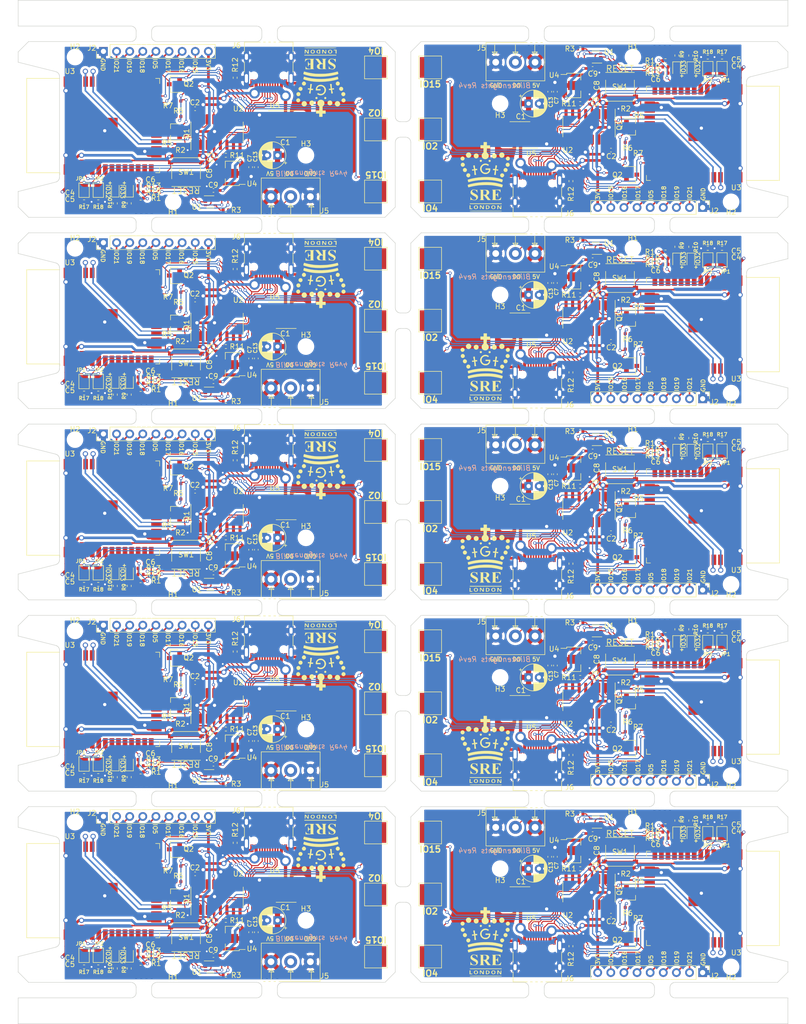
<source format=kicad_pcb>
(kicad_pcb (version 20171130) (host pcbnew 5.1.5+dfsg1-2build2)
  (layers (0 F.Cu signal) (1 In1.Cu signal) (2 In2.Cu signal) (31 B.Cu signal) (35 F.Paste user) (36 B.SilkS user) (37 F.SilkS user) (38 B.Mask user) (39 F.Mask user) (44 Edge.Cuts user))
  (net 0 "")
  (net 1 Board_0-+3V3)
  (net 2 Board_0-+5V)
  (net 3 Board_0-/CC1)
  (net 4 Board_0-/CC2)
  (net 5 Board_0-/DOUT)
  (net 6 Board_0-/Dm)
  (net 7 Board_0-/Dp)
  (net 8 Board_0-/EN)
  (net 9 Board_0-/IO0)
  (net 10 Board_0-/IO15)
  (net 11 Board_0-/IO16)
  (net 12 Board_0-/IO17)
  (net 13 Board_0-/IO18)
  (net 14 Board_0-/IO19)
  (net 15 Board_0-/IO2)
  (net 16 Board_0-/IO21)
  (net 17 Board_0-/IO32)
  (net 18 Board_0-/IO33)
  (net 19 Board_0-/IO34)
  (net 20 Board_0-/IO35)
  (net 21 Board_0-/IO4)
  (net 22 Board_0-/IO5)
  (net 23 Board_0-/LED_5V)
  (net 24 Board_0-/LED_ON0)
  (net 25 Board_0-/LED_ON1)
  (net 26 Board_0-/LED_SIG)
  (net 27 Board_0-/USB_DTR)
  (net 28 Board_0-/USB_RTS)
  (net 29 Board_0-/USB_RX)
  (net 30 Board_0-/USB_TX)
  (net 31 Board_0-GND)
  (net 32 "Board_0-Net-(C3-Pad1)")
  (net 33 "Board_0-Net-(D258-Pad1)")
  (net 34 "Board_0-Net-(D259-Pad1)")
  (net 35 "Board_0-Net-(J5-Pad2)")
  (net 36 "Board_0-Net-(Q1-Pad1)")
  (net 37 "Board_0-Net-(Q2-Pad1)")
  (net 38 "Board_0-Net-(R2-Pad2)")
  (net 39 Board_1-+3V3)
  (net 40 Board_1-+5V)
  (net 41 Board_1-/CC1)
  (net 42 Board_1-/CC2)
  (net 43 Board_1-/DOUT)
  (net 44 Board_1-/Dm)
  (net 45 Board_1-/Dp)
  (net 46 Board_1-/EN)
  (net 47 Board_1-/IO0)
  (net 48 Board_1-/IO15)
  (net 49 Board_1-/IO16)
  (net 50 Board_1-/IO17)
  (net 51 Board_1-/IO18)
  (net 52 Board_1-/IO19)
  (net 53 Board_1-/IO2)
  (net 54 Board_1-/IO21)
  (net 55 Board_1-/IO32)
  (net 56 Board_1-/IO33)
  (net 57 Board_1-/IO34)
  (net 58 Board_1-/IO35)
  (net 59 Board_1-/IO4)
  (net 60 Board_1-/IO5)
  (net 61 Board_1-/LED_5V)
  (net 62 Board_1-/LED_ON0)
  (net 63 Board_1-/LED_ON1)
  (net 64 Board_1-/LED_SIG)
  (net 65 Board_1-/USB_DTR)
  (net 66 Board_1-/USB_RTS)
  (net 67 Board_1-/USB_RX)
  (net 68 Board_1-/USB_TX)
  (net 69 Board_1-GND)
  (net 70 "Board_1-Net-(C3-Pad1)")
  (net 71 "Board_1-Net-(D258-Pad1)")
  (net 72 "Board_1-Net-(D259-Pad1)")
  (net 73 "Board_1-Net-(J5-Pad2)")
  (net 74 "Board_1-Net-(Q1-Pad1)")
  (net 75 "Board_1-Net-(Q2-Pad1)")
  (net 76 "Board_1-Net-(R2-Pad2)")
  (net 77 Board_2-+3V3)
  (net 78 Board_2-+5V)
  (net 79 Board_2-/CC1)
  (net 80 Board_2-/CC2)
  (net 81 Board_2-/DOUT)
  (net 82 Board_2-/Dm)
  (net 83 Board_2-/Dp)
  (net 84 Board_2-/EN)
  (net 85 Board_2-/IO0)
  (net 86 Board_2-/IO15)
  (net 87 Board_2-/IO16)
  (net 88 Board_2-/IO17)
  (net 89 Board_2-/IO18)
  (net 90 Board_2-/IO19)
  (net 91 Board_2-/IO2)
  (net 92 Board_2-/IO21)
  (net 93 Board_2-/IO32)
  (net 94 Board_2-/IO33)
  (net 95 Board_2-/IO34)
  (net 96 Board_2-/IO35)
  (net 97 Board_2-/IO4)
  (net 98 Board_2-/IO5)
  (net 99 Board_2-/LED_5V)
  (net 100 Board_2-/LED_ON0)
  (net 101 Board_2-/LED_ON1)
  (net 102 Board_2-/LED_SIG)
  (net 103 Board_2-/USB_DTR)
  (net 104 Board_2-/USB_RTS)
  (net 105 Board_2-/USB_RX)
  (net 106 Board_2-/USB_TX)
  (net 107 Board_2-GND)
  (net 108 "Board_2-Net-(C3-Pad1)")
  (net 109 "Board_2-Net-(D258-Pad1)")
  (net 110 "Board_2-Net-(D259-Pad1)")
  (net 111 "Board_2-Net-(J5-Pad2)")
  (net 112 "Board_2-Net-(Q1-Pad1)")
  (net 113 "Board_2-Net-(Q2-Pad1)")
  (net 114 "Board_2-Net-(R2-Pad2)")
  (net 115 Board_3-+3V3)
  (net 116 Board_3-+5V)
  (net 117 Board_3-/CC1)
  (net 118 Board_3-/CC2)
  (net 119 Board_3-/DOUT)
  (net 120 Board_3-/Dm)
  (net 121 Board_3-/Dp)
  (net 122 Board_3-/EN)
  (net 123 Board_3-/IO0)
  (net 124 Board_3-/IO15)
  (net 125 Board_3-/IO16)
  (net 126 Board_3-/IO17)
  (net 127 Board_3-/IO18)
  (net 128 Board_3-/IO19)
  (net 129 Board_3-/IO2)
  (net 130 Board_3-/IO21)
  (net 131 Board_3-/IO32)
  (net 132 Board_3-/IO33)
  (net 133 Board_3-/IO34)
  (net 134 Board_3-/IO35)
  (net 135 Board_3-/IO4)
  (net 136 Board_3-/IO5)
  (net 137 Board_3-/LED_5V)
  (net 138 Board_3-/LED_ON0)
  (net 139 Board_3-/LED_ON1)
  (net 140 Board_3-/LED_SIG)
  (net 141 Board_3-/USB_DTR)
  (net 142 Board_3-/USB_RTS)
  (net 143 Board_3-/USB_RX)
  (net 144 Board_3-/USB_TX)
  (net 145 Board_3-GND)
  (net 146 "Board_3-Net-(C3-Pad1)")
  (net 147 "Board_3-Net-(D258-Pad1)")
  (net 148 "Board_3-Net-(D259-Pad1)")
  (net 149 "Board_3-Net-(J5-Pad2)")
  (net 150 "Board_3-Net-(Q1-Pad1)")
  (net 151 "Board_3-Net-(Q2-Pad1)")
  (net 152 "Board_3-Net-(R2-Pad2)")
  (net 153 Board_4-+3V3)
  (net 154 Board_4-+5V)
  (net 155 Board_4-/CC1)
  (net 156 Board_4-/CC2)
  (net 157 Board_4-/DOUT)
  (net 158 Board_4-/Dm)
  (net 159 Board_4-/Dp)
  (net 160 Board_4-/EN)
  (net 161 Board_4-/IO0)
  (net 162 Board_4-/IO15)
  (net 163 Board_4-/IO16)
  (net 164 Board_4-/IO17)
  (net 165 Board_4-/IO18)
  (net 166 Board_4-/IO19)
  (net 167 Board_4-/IO2)
  (net 168 Board_4-/IO21)
  (net 169 Board_4-/IO32)
  (net 170 Board_4-/IO33)
  (net 171 Board_4-/IO34)
  (net 172 Board_4-/IO35)
  (net 173 Board_4-/IO4)
  (net 174 Board_4-/IO5)
  (net 175 Board_4-/LED_5V)
  (net 176 Board_4-/LED_ON0)
  (net 177 Board_4-/LED_ON1)
  (net 178 Board_4-/LED_SIG)
  (net 179 Board_4-/USB_DTR)
  (net 180 Board_4-/USB_RTS)
  (net 181 Board_4-/USB_RX)
  (net 182 Board_4-/USB_TX)
  (net 183 Board_4-GND)
  (net 184 "Board_4-Net-(C3-Pad1)")
  (net 185 "Board_4-Net-(D258-Pad1)")
  (net 186 "Board_4-Net-(D259-Pad1)")
  (net 187 "Board_4-Net-(J5-Pad2)")
  (net 188 "Board_4-Net-(Q1-Pad1)")
  (net 189 "Board_4-Net-(Q2-Pad1)")
  (net 190 "Board_4-Net-(R2-Pad2)")
  (net 191 Board_5-+3V3)
  (net 192 Board_5-+5V)
  (net 193 Board_5-/CC1)
  (net 194 Board_5-/CC2)
  (net 195 Board_5-/DOUT)
  (net 196 Board_5-/Dm)
  (net 197 Board_5-/Dp)
  (net 198 Board_5-/EN)
  (net 199 Board_5-/IO0)
  (net 200 Board_5-/IO15)
  (net 201 Board_5-/IO16)
  (net 202 Board_5-/IO17)
  (net 203 Board_5-/IO18)
  (net 204 Board_5-/IO19)
  (net 205 Board_5-/IO2)
  (net 206 Board_5-/IO21)
  (net 207 Board_5-/IO32)
  (net 208 Board_5-/IO33)
  (net 209 Board_5-/IO34)
  (net 210 Board_5-/IO35)
  (net 211 Board_5-/IO4)
  (net 212 Board_5-/IO5)
  (net 213 Board_5-/LED_5V)
  (net 214 Board_5-/LED_ON0)
  (net 215 Board_5-/LED_ON1)
  (net 216 Board_5-/LED_SIG)
  (net 217 Board_5-/USB_DTR)
  (net 218 Board_5-/USB_RTS)
  (net 219 Board_5-/USB_RX)
  (net 220 Board_5-/USB_TX)
  (net 221 Board_5-GND)
  (net 222 "Board_5-Net-(C3-Pad1)")
  (net 223 "Board_5-Net-(D258-Pad1)")
  (net 224 "Board_5-Net-(D259-Pad1)")
  (net 225 "Board_5-Net-(J5-Pad2)")
  (net 226 "Board_5-Net-(Q1-Pad1)")
  (net 227 "Board_5-Net-(Q2-Pad1)")
  (net 228 "Board_5-Net-(R2-Pad2)")
  (net 229 Board_6-+3V3)
  (net 230 Board_6-+5V)
  (net 231 Board_6-/CC1)
  (net 232 Board_6-/CC2)
  (net 233 Board_6-/DOUT)
  (net 234 Board_6-/Dm)
  (net 235 Board_6-/Dp)
  (net 236 Board_6-/EN)
  (net 237 Board_6-/IO0)
  (net 238 Board_6-/IO15)
  (net 239 Board_6-/IO16)
  (net 240 Board_6-/IO17)
  (net 241 Board_6-/IO18)
  (net 242 Board_6-/IO19)
  (net 243 Board_6-/IO2)
  (net 244 Board_6-/IO21)
  (net 245 Board_6-/IO32)
  (net 246 Board_6-/IO33)
  (net 247 Board_6-/IO34)
  (net 248 Board_6-/IO35)
  (net 249 Board_6-/IO4)
  (net 250 Board_6-/IO5)
  (net 251 Board_6-/LED_5V)
  (net 252 Board_6-/LED_ON0)
  (net 253 Board_6-/LED_ON1)
  (net 254 Board_6-/LED_SIG)
  (net 255 Board_6-/USB_DTR)
  (net 256 Board_6-/USB_RTS)
  (net 257 Board_6-/USB_RX)
  (net 258 Board_6-/USB_TX)
  (net 259 Board_6-GND)
  (net 260 "Board_6-Net-(C3-Pad1)")
  (net 261 "Board_6-Net-(D258-Pad1)")
  (net 262 "Board_6-Net-(D259-Pad1)")
  (net 263 "Board_6-Net-(J5-Pad2)")
  (net 264 "Board_6-Net-(Q1-Pad1)")
  (net 265 "Board_6-Net-(Q2-Pad1)")
  (net 266 "Board_6-Net-(R2-Pad2)")
  (net 267 Board_7-+3V3)
  (net 268 Board_7-+5V)
  (net 269 Board_7-/CC1)
  (net 270 Board_7-/CC2)
  (net 271 Board_7-/DOUT)
  (net 272 Board_7-/Dm)
  (net 273 Board_7-/Dp)
  (net 274 Board_7-/EN)
  (net 275 Board_7-/IO0)
  (net 276 Board_7-/IO15)
  (net 277 Board_7-/IO16)
  (net 278 Board_7-/IO17)
  (net 279 Board_7-/IO18)
  (net 280 Board_7-/IO19)
  (net 281 Board_7-/IO2)
  (net 282 Board_7-/IO21)
  (net 283 Board_7-/IO32)
  (net 284 Board_7-/IO33)
  (net 285 Board_7-/IO34)
  (net 286 Board_7-/IO35)
  (net 287 Board_7-/IO4)
  (net 288 Board_7-/IO5)
  (net 289 Board_7-/LED_5V)
  (net 290 Board_7-/LED_ON0)
  (net 291 Board_7-/LED_ON1)
  (net 292 Board_7-/LED_SIG)
  (net 293 Board_7-/USB_DTR)
  (net 294 Board_7-/USB_RTS)
  (net 295 Board_7-/USB_RX)
  (net 296 Board_7-/USB_TX)
  (net 297 Board_7-GND)
  (net 298 "Board_7-Net-(C3-Pad1)")
  (net 299 "Board_7-Net-(D258-Pad1)")
  (net 300 "Board_7-Net-(D259-Pad1)")
  (net 301 "Board_7-Net-(J5-Pad2)")
  (net 302 "Board_7-Net-(Q1-Pad1)")
  (net 303 "Board_7-Net-(Q2-Pad1)")
  (net 304 "Board_7-Net-(R2-Pad2)")
  (net 305 Board_8-+3V3)
  (net 306 Board_8-+5V)
  (net 307 Board_8-/CC1)
  (net 308 Board_8-/CC2)
  (net 309 Board_8-/DOUT)
  (net 310 Board_8-/Dm)
  (net 311 Board_8-/Dp)
  (net 312 Board_8-/EN)
  (net 313 Board_8-/IO0)
  (net 314 Board_8-/IO15)
  (net 315 Board_8-/IO16)
  (net 316 Board_8-/IO17)
  (net 317 Board_8-/IO18)
  (net 318 Board_8-/IO19)
  (net 319 Board_8-/IO2)
  (net 320 Board_8-/IO21)
  (net 321 Board_8-/IO32)
  (net 322 Board_8-/IO33)
  (net 323 Board_8-/IO34)
  (net 324 Board_8-/IO35)
  (net 325 Board_8-/IO4)
  (net 326 Board_8-/IO5)
  (net 327 Board_8-/LED_5V)
  (net 328 Board_8-/LED_ON0)
  (net 329 Board_8-/LED_ON1)
  (net 330 Board_8-/LED_SIG)
  (net 331 Board_8-/USB_DTR)
  (net 332 Board_8-/USB_RTS)
  (net 333 Board_8-/USB_RX)
  (net 334 Board_8-/USB_TX)
  (net 335 Board_8-GND)
  (net 336 "Board_8-Net-(C3-Pad1)")
  (net 337 "Board_8-Net-(D258-Pad1)")
  (net 338 "Board_8-Net-(D259-Pad1)")
  (net 339 "Board_8-Net-(J5-Pad2)")
  (net 340 "Board_8-Net-(Q1-Pad1)")
  (net 341 "Board_8-Net-(Q2-Pad1)")
  (net 342 "Board_8-Net-(R2-Pad2)")
  (net 343 Board_9-+3V3)
  (net 344 Board_9-+5V)
  (net 345 Board_9-/CC1)
  (net 346 Board_9-/CC2)
  (net 347 Board_9-/DOUT)
  (net 348 Board_9-/Dm)
  (net 349 Board_9-/Dp)
  (net 350 Board_9-/EN)
  (net 351 Board_9-/IO0)
  (net 352 Board_9-/IO15)
  (net 353 Board_9-/IO16)
  (net 354 Board_9-/IO17)
  (net 355 Board_9-/IO18)
  (net 356 Board_9-/IO19)
  (net 357 Board_9-/IO2)
  (net 358 Board_9-/IO21)
  (net 359 Board_9-/IO32)
  (net 360 Board_9-/IO33)
  (net 361 Board_9-/IO34)
  (net 362 Board_9-/IO35)
  (net 363 Board_9-/IO4)
  (net 364 Board_9-/IO5)
  (net 365 Board_9-/LED_5V)
  (net 366 Board_9-/LED_ON0)
  (net 367 Board_9-/LED_ON1)
  (net 368 Board_9-/LED_SIG)
  (net 369 Board_9-/USB_DTR)
  (net 370 Board_9-/USB_RTS)
  (net 371 Board_9-/USB_RX)
  (net 372 Board_9-/USB_TX)
  (net 373 Board_9-GND)
  (net 374 "Board_9-Net-(C3-Pad1)")
  (net 375 "Board_9-Net-(D258-Pad1)")
  (net 376 "Board_9-Net-(D259-Pad1)")
  (net 377 "Board_9-Net-(J5-Pad2)")
  (net 378 "Board_9-Net-(Q1-Pad1)")
  (net 379 "Board_9-Net-(Q2-Pad1)")
  (net 380 "Board_9-Net-(R2-Pad2)")
  (module NPTH (layer F.Cu) (at 136.666333 214.749)
    (fp_text reference REF** hide)
    (fp_text value NPTH hide)
    (pad "" np_thru_hole circle (at 0 0) (size 0.6 0.6) (drill 0.6) (layers *.Cu))
  )
  (module NPTH (layer F.Cu) (at 137.666333 214.749)
    (fp_text reference REF** hide)
    (fp_text value NPTH hide)
    (pad "" np_thru_hole circle (at 0 0) (size 0.6 0.6) (drill 0.6) (layers *.Cu))
  )
  (module NPTH (layer F.Cu) (at 138.666333 214.749)
    (fp_text reference REF** hide)
    (fp_text value NPTH hide)
    (pad "" np_thru_hole circle (at 0 0) (size 0.6 0.6) (drill 0.6) (layers *.Cu))
  )
  (module NPTH (layer F.Cu) (at 139.666333 214.749)
    (fp_text reference REF** hide)
    (fp_text value NPTH hide)
    (pad "" np_thru_hole circle (at 0 0) (size 0.6 0.6) (drill 0.6) (layers *.Cu))
  )
  (module NPTH (layer F.Cu) (at 112.333666 214.749)
    (fp_text reference REF** hide)
    (fp_text value NPTH hide)
    (pad "" np_thru_hole circle (at 0 0) (size 0.6 0.6) (drill 0.6) (layers *.Cu))
  )
  (module NPTH (layer F.Cu) (at 113.333666 214.749)
    (fp_text reference REF** hide)
    (fp_text value NPTH hide)
    (pad "" np_thru_hole circle (at 0 0) (size 0.6 0.6) (drill 0.6) (layers *.Cu))
  )
  (module NPTH (layer F.Cu) (at 114.333666 214.749)
    (fp_text reference REF** hide)
    (fp_text value NPTH hide)
    (pad "" np_thru_hole circle (at 0 0) (size 0.6 0.6) (drill 0.6) (layers *.Cu))
  )
  (module NPTH (layer F.Cu) (at 115.333666 214.749)
    (fp_text reference REF** hide)
    (fp_text value NPTH hide)
    (pad "" np_thru_hole circle (at 0 0) (size 0.6 0.6) (drill 0.6) (layers *.Cu))
  )
  (module NPTH (layer F.Cu) (at 139.666333 181.251)
    (fp_text reference REF** hide)
    (fp_text value NPTH hide)
    (pad "" np_thru_hole circle (at 0 0) (size 0.6 0.6) (drill 0.6) (layers *.Cu))
  )
  (module NPTH (layer F.Cu) (at 138.666333 181.251)
    (fp_text reference REF** hide)
    (fp_text value NPTH hide)
    (pad "" np_thru_hole circle (at 0 0) (size 0.6 0.6) (drill 0.6) (layers *.Cu))
  )
  (module NPTH (layer F.Cu) (at 137.666333 181.251)
    (fp_text reference REF** hide)
    (fp_text value NPTH hide)
    (pad "" np_thru_hole circle (at 0 0) (size 0.6 0.6) (drill 0.6) (layers *.Cu))
  )
  (module NPTH (layer F.Cu) (at 136.666333 181.251)
    (fp_text reference REF** hide)
    (fp_text value NPTH hide)
    (pad "" np_thru_hole circle (at 0 0) (size 0.6 0.6) (drill 0.6) (layers *.Cu))
  )
  (module NPTH (layer F.Cu) (at 115.333666 181.251)
    (fp_text reference REF** hide)
    (fp_text value NPTH hide)
    (pad "" np_thru_hole circle (at 0 0) (size 0.6 0.6) (drill 0.6) (layers *.Cu))
  )
  (module NPTH (layer F.Cu) (at 114.333666 181.251)
    (fp_text reference REF** hide)
    (fp_text value NPTH hide)
    (pad "" np_thru_hole circle (at 0 0) (size 0.6 0.6) (drill 0.6) (layers *.Cu))
  )
  (module NPTH (layer F.Cu) (at 113.333666 181.251)
    (fp_text reference REF** hide)
    (fp_text value NPTH hide)
    (pad "" np_thru_hole circle (at 0 0) (size 0.6 0.6) (drill 0.6) (layers *.Cu))
  )
  (module NPTH (layer F.Cu) (at 112.333666 181.251)
    (fp_text reference REF** hide)
    (fp_text value NPTH hide)
    (pad "" np_thru_hole circle (at 0 0) (size 0.6 0.6) (drill 0.6) (layers *.Cu))
  )
  (module NPTH (layer F.Cu) (at 89.751 196.5)
    (fp_text reference REF** hide)
    (fp_text value NPTH hide)
    (pad "" np_thru_hole circle (at 0 0) (size 0.6 0.6) (drill 0.6) (layers *.Cu))
  )
  (module NPTH (layer F.Cu) (at 89.751 197.5)
    (fp_text reference REF** hide)
    (fp_text value NPTH hide)
    (pad "" np_thru_hole circle (at 0 0) (size 0.6 0.6) (drill 0.6) (layers *.Cu))
  )
  (module NPTH (layer F.Cu) (at 89.751 198.5)
    (fp_text reference REF** hide)
    (fp_text value NPTH hide)
    (pad "" np_thru_hole circle (at 0 0) (size 0.6 0.6) (drill 0.6) (layers *.Cu))
  )
  (module NPTH (layer F.Cu) (at 89.751 199.5)
    (fp_text reference REF** hide)
    (fp_text value NPTH hide)
    (pad "" np_thru_hole circle (at 0 0) (size 0.6 0.6) (drill 0.6) (layers *.Cu))
  )
  (module NPTH (layer F.Cu) (at 60.666333 214.749)
    (fp_text reference REF** hide)
    (fp_text value NPTH hide)
    (pad "" np_thru_hole circle (at 0 0) (size 0.6 0.6) (drill 0.6) (layers *.Cu))
  )
  (module NPTH (layer F.Cu) (at 61.666333 214.749)
    (fp_text reference REF** hide)
    (fp_text value NPTH hide)
    (pad "" np_thru_hole circle (at 0 0) (size 0.6 0.6) (drill 0.6) (layers *.Cu))
  )
  (module NPTH (layer F.Cu) (at 62.666333 214.749)
    (fp_text reference REF** hide)
    (fp_text value NPTH hide)
    (pad "" np_thru_hole circle (at 0 0) (size 0.6 0.6) (drill 0.6) (layers *.Cu))
  )
  (module NPTH (layer F.Cu) (at 63.666333 214.749)
    (fp_text reference REF** hide)
    (fp_text value NPTH hide)
    (pad "" np_thru_hole circle (at 0 0) (size 0.6 0.6) (drill 0.6) (layers *.Cu))
  )
  (module NPTH (layer F.Cu) (at 36.333666 214.749)
    (fp_text reference REF** hide)
    (fp_text value NPTH hide)
    (pad "" np_thru_hole circle (at 0 0) (size 0.6 0.6) (drill 0.6) (layers *.Cu))
  )
  (module NPTH (layer F.Cu) (at 37.333666 214.749)
    (fp_text reference REF** hide)
    (fp_text value NPTH hide)
    (pad "" np_thru_hole circle (at 0 0) (size 0.6 0.6) (drill 0.6) (layers *.Cu))
  )
  (module NPTH (layer F.Cu) (at 38.333666 214.749)
    (fp_text reference REF** hide)
    (fp_text value NPTH hide)
    (pad "" np_thru_hole circle (at 0 0) (size 0.6 0.6) (drill 0.6) (layers *.Cu))
  )
  (module NPTH (layer F.Cu) (at 39.333666 214.749)
    (fp_text reference REF** hide)
    (fp_text value NPTH hide)
    (pad "" np_thru_hole circle (at 0 0) (size 0.6 0.6) (drill 0.6) (layers *.Cu))
  )
  (module NPTH (layer F.Cu) (at 63.666333 181.251)
    (fp_text reference REF** hide)
    (fp_text value NPTH hide)
    (pad "" np_thru_hole circle (at 0 0) (size 0.6 0.6) (drill 0.6) (layers *.Cu))
  )
  (module NPTH (layer F.Cu) (at 62.666333 181.251)
    (fp_text reference REF** hide)
    (fp_text value NPTH hide)
    (pad "" np_thru_hole circle (at 0 0) (size 0.6 0.6) (drill 0.6) (layers *.Cu))
  )
  (module NPTH (layer F.Cu) (at 61.666333 181.251)
    (fp_text reference REF** hide)
    (fp_text value NPTH hide)
    (pad "" np_thru_hole circle (at 0 0) (size 0.6 0.6) (drill 0.6) (layers *.Cu))
  )
  (module NPTH (layer F.Cu) (at 60.666333 181.251)
    (fp_text reference REF** hide)
    (fp_text value NPTH hide)
    (pad "" np_thru_hole circle (at 0 0) (size 0.6 0.6) (drill 0.6) (layers *.Cu))
  )
  (module NPTH (layer F.Cu) (at 39.333666 181.251)
    (fp_text reference REF** hide)
    (fp_text value NPTH hide)
    (pad "" np_thru_hole circle (at 0 0) (size 0.6 0.6) (drill 0.6) (layers *.Cu))
  )
  (module NPTH (layer F.Cu) (at 38.333666 181.251)
    (fp_text reference REF** hide)
    (fp_text value NPTH hide)
    (pad "" np_thru_hole circle (at 0 0) (size 0.6 0.6) (drill 0.6) (layers *.Cu))
  )
  (module NPTH (layer F.Cu) (at 37.333666 181.251)
    (fp_text reference REF** hide)
    (fp_text value NPTH hide)
    (pad "" np_thru_hole circle (at 0 0) (size 0.6 0.6) (drill 0.6) (layers *.Cu))
  )
  (module NPTH (layer F.Cu) (at 36.333666 181.251)
    (fp_text reference REF** hide)
    (fp_text value NPTH hide)
    (pad "" np_thru_hole circle (at 0 0) (size 0.6 0.6) (drill 0.6) (layers *.Cu))
  )
  (module NPTH (layer F.Cu) (at 86.249 199.5)
    (fp_text reference REF** hide)
    (fp_text value NPTH hide)
    (pad "" np_thru_hole circle (at 0 0) (size 0.6 0.6) (drill 0.6) (layers *.Cu))
  )
  (module NPTH (layer F.Cu) (at 86.249 198.5)
    (fp_text reference REF** hide)
    (fp_text value NPTH hide)
    (pad "" np_thru_hole circle (at 0 0) (size 0.6 0.6) (drill 0.6) (layers *.Cu))
  )
  (module NPTH (layer F.Cu) (at 86.249 197.5)
    (fp_text reference REF** hide)
    (fp_text value NPTH hide)
    (pad "" np_thru_hole circle (at 0 0) (size 0.6 0.6) (drill 0.6) (layers *.Cu))
  )
  (module NPTH (layer F.Cu) (at 86.249 196.5)
    (fp_text reference REF** hide)
    (fp_text value NPTH hide)
    (pad "" np_thru_hole circle (at 0 0) (size 0.6 0.6) (drill 0.6) (layers *.Cu))
  )
  (module NPTH (layer F.Cu) (at 136.666333 177.749)
    (fp_text reference REF** hide)
    (fp_text value NPTH hide)
    (pad "" np_thru_hole circle (at 0 0) (size 0.6 0.6) (drill 0.6) (layers *.Cu))
  )
  (module NPTH (layer F.Cu) (at 137.666333 177.749)
    (fp_text reference REF** hide)
    (fp_text value NPTH hide)
    (pad "" np_thru_hole circle (at 0 0) (size 0.6 0.6) (drill 0.6) (layers *.Cu))
  )
  (module NPTH (layer F.Cu) (at 138.666333 177.749)
    (fp_text reference REF** hide)
    (fp_text value NPTH hide)
    (pad "" np_thru_hole circle (at 0 0) (size 0.6 0.6) (drill 0.6) (layers *.Cu))
  )
  (module NPTH (layer F.Cu) (at 139.666333 177.749)
    (fp_text reference REF** hide)
    (fp_text value NPTH hide)
    (pad "" np_thru_hole circle (at 0 0) (size 0.6 0.6) (drill 0.6) (layers *.Cu))
  )
  (module NPTH (layer F.Cu) (at 112.333666 177.749)
    (fp_text reference REF** hide)
    (fp_text value NPTH hide)
    (pad "" np_thru_hole circle (at 0 0) (size 0.6 0.6) (drill 0.6) (layers *.Cu))
  )
  (module NPTH (layer F.Cu) (at 113.333666 177.749)
    (fp_text reference REF** hide)
    (fp_text value NPTH hide)
    (pad "" np_thru_hole circle (at 0 0) (size 0.6 0.6) (drill 0.6) (layers *.Cu))
  )
  (module NPTH (layer F.Cu) (at 114.333666 177.749)
    (fp_text reference REF** hide)
    (fp_text value NPTH hide)
    (pad "" np_thru_hole circle (at 0 0) (size 0.6 0.6) (drill 0.6) (layers *.Cu))
  )
  (module NPTH (layer F.Cu) (at 115.333666 177.749)
    (fp_text reference REF** hide)
    (fp_text value NPTH hide)
    (pad "" np_thru_hole circle (at 0 0) (size 0.6 0.6) (drill 0.6) (layers *.Cu))
  )
  (module NPTH (layer F.Cu) (at 139.666333 144.251)
    (fp_text reference REF** hide)
    (fp_text value NPTH hide)
    (pad "" np_thru_hole circle (at 0 0) (size 0.6 0.6) (drill 0.6) (layers *.Cu))
  )
  (module NPTH (layer F.Cu) (at 138.666333 144.251)
    (fp_text reference REF** hide)
    (fp_text value NPTH hide)
    (pad "" np_thru_hole circle (at 0 0) (size 0.6 0.6) (drill 0.6) (layers *.Cu))
  )
  (module NPTH (layer F.Cu) (at 137.666333 144.251)
    (fp_text reference REF** hide)
    (fp_text value NPTH hide)
    (pad "" np_thru_hole circle (at 0 0) (size 0.6 0.6) (drill 0.6) (layers *.Cu))
  )
  (module NPTH (layer F.Cu) (at 136.666333 144.251)
    (fp_text reference REF** hide)
    (fp_text value NPTH hide)
    (pad "" np_thru_hole circle (at 0 0) (size 0.6 0.6) (drill 0.6) (layers *.Cu))
  )
  (module NPTH (layer F.Cu) (at 115.333666 144.251)
    (fp_text reference REF** hide)
    (fp_text value NPTH hide)
    (pad "" np_thru_hole circle (at 0 0) (size 0.6 0.6) (drill 0.6) (layers *.Cu))
  )
  (module NPTH (layer F.Cu) (at 114.333666 144.251)
    (fp_text reference REF** hide)
    (fp_text value NPTH hide)
    (pad "" np_thru_hole circle (at 0 0) (size 0.6 0.6) (drill 0.6) (layers *.Cu))
  )
  (module NPTH (layer F.Cu) (at 113.333666 144.251)
    (fp_text reference REF** hide)
    (fp_text value NPTH hide)
    (pad "" np_thru_hole circle (at 0 0) (size 0.6 0.6) (drill 0.6) (layers *.Cu))
  )
  (module NPTH (layer F.Cu) (at 112.333666 144.251)
    (fp_text reference REF** hide)
    (fp_text value NPTH hide)
    (pad "" np_thru_hole circle (at 0 0) (size 0.6 0.6) (drill 0.6) (layers *.Cu))
  )
  (module NPTH (layer F.Cu) (at 89.751 159.5)
    (fp_text reference REF** hide)
    (fp_text value NPTH hide)
    (pad "" np_thru_hole circle (at 0 0) (size 0.6 0.6) (drill 0.6) (layers *.Cu))
  )
  (module NPTH (layer F.Cu) (at 89.751 160.5)
    (fp_text reference REF** hide)
    (fp_text value NPTH hide)
    (pad "" np_thru_hole circle (at 0 0) (size 0.6 0.6) (drill 0.6) (layers *.Cu))
  )
  (module NPTH (layer F.Cu) (at 89.751 161.5)
    (fp_text reference REF** hide)
    (fp_text value NPTH hide)
    (pad "" np_thru_hole circle (at 0 0) (size 0.6 0.6) (drill 0.6) (layers *.Cu))
  )
  (module NPTH (layer F.Cu) (at 89.751 162.5)
    (fp_text reference REF** hide)
    (fp_text value NPTH hide)
    (pad "" np_thru_hole circle (at 0 0) (size 0.6 0.6) (drill 0.6) (layers *.Cu))
  )
  (module NPTH (layer F.Cu) (at 60.666333 177.749)
    (fp_text reference REF** hide)
    (fp_text value NPTH hide)
    (pad "" np_thru_hole circle (at 0 0) (size 0.6 0.6) (drill 0.6) (layers *.Cu))
  )
  (module NPTH (layer F.Cu) (at 61.666333 177.749)
    (fp_text reference REF** hide)
    (fp_text value NPTH hide)
    (pad "" np_thru_hole circle (at 0 0) (size 0.6 0.6) (drill 0.6) (layers *.Cu))
  )
  (module NPTH (layer F.Cu) (at 62.666333 177.749)
    (fp_text reference REF** hide)
    (fp_text value NPTH hide)
    (pad "" np_thru_hole circle (at 0 0) (size 0.6 0.6) (drill 0.6) (layers *.Cu))
  )
  (module NPTH (layer F.Cu) (at 63.666333 177.749)
    (fp_text reference REF** hide)
    (fp_text value NPTH hide)
    (pad "" np_thru_hole circle (at 0 0) (size 0.6 0.6) (drill 0.6) (layers *.Cu))
  )
  (module NPTH (layer F.Cu) (at 36.333666 177.749)
    (fp_text reference REF** hide)
    (fp_text value NPTH hide)
    (pad "" np_thru_hole circle (at 0 0) (size 0.6 0.6) (drill 0.6) (layers *.Cu))
  )
  (module NPTH (layer F.Cu) (at 37.333666 177.749)
    (fp_text reference REF** hide)
    (fp_text value NPTH hide)
    (pad "" np_thru_hole circle (at 0 0) (size 0.6 0.6) (drill 0.6) (layers *.Cu))
  )
  (module NPTH (layer F.Cu) (at 38.333666 177.749)
    (fp_text reference REF** hide)
    (fp_text value NPTH hide)
    (pad "" np_thru_hole circle (at 0 0) (size 0.6 0.6) (drill 0.6) (layers *.Cu))
  )
  (module NPTH (layer F.Cu) (at 39.333666 177.749)
    (fp_text reference REF** hide)
    (fp_text value NPTH hide)
    (pad "" np_thru_hole circle (at 0 0) (size 0.6 0.6) (drill 0.6) (layers *.Cu))
  )
  (module NPTH (layer F.Cu) (at 63.666333 144.251)
    (fp_text reference REF** hide)
    (fp_text value NPTH hide)
    (pad "" np_thru_hole circle (at 0 0) (size 0.6 0.6) (drill 0.6) (layers *.Cu))
  )
  (module NPTH (layer F.Cu) (at 62.666333 144.251)
    (fp_text reference REF** hide)
    (fp_text value NPTH hide)
    (pad "" np_thru_hole circle (at 0 0) (size 0.6 0.6) (drill 0.6) (layers *.Cu))
  )
  (module NPTH (layer F.Cu) (at 61.666333 144.251)
    (fp_text reference REF** hide)
    (fp_text value NPTH hide)
    (pad "" np_thru_hole circle (at 0 0) (size 0.6 0.6) (drill 0.6) (layers *.Cu))
  )
  (module NPTH (layer F.Cu) (at 60.666333 144.251)
    (fp_text reference REF** hide)
    (fp_text value NPTH hide)
    (pad "" np_thru_hole circle (at 0 0) (size 0.6 0.6) (drill 0.6) (layers *.Cu))
  )
  (module NPTH (layer F.Cu) (at 39.333666 144.251)
    (fp_text reference REF** hide)
    (fp_text value NPTH hide)
    (pad "" np_thru_hole circle (at 0 0) (size 0.6 0.6) (drill 0.6) (layers *.Cu))
  )
  (module NPTH (layer F.Cu) (at 38.333666 144.251)
    (fp_text reference REF** hide)
    (fp_text value NPTH hide)
    (pad "" np_thru_hole circle (at 0 0) (size 0.6 0.6) (drill 0.6) (layers *.Cu))
  )
  (module NPTH (layer F.Cu) (at 37.333666 144.251)
    (fp_text reference REF** hide)
    (fp_text value NPTH hide)
    (pad "" np_thru_hole circle (at 0 0) (size 0.6 0.6) (drill 0.6) (layers *.Cu))
  )
  (module NPTH (layer F.Cu) (at 36.333666 144.251)
    (fp_text reference REF** hide)
    (fp_text value NPTH hide)
    (pad "" np_thru_hole circle (at 0 0) (size 0.6 0.6) (drill 0.6) (layers *.Cu))
  )
  (module NPTH (layer F.Cu) (at 86.249 162.5)
    (fp_text reference REF** hide)
    (fp_text value NPTH hide)
    (pad "" np_thru_hole circle (at 0 0) (size 0.6 0.6) (drill 0.6) (layers *.Cu))
  )
  (module NPTH (layer F.Cu) (at 86.249 161.5)
    (fp_text reference REF** hide)
    (fp_text value NPTH hide)
    (pad "" np_thru_hole circle (at 0 0) (size 0.6 0.6) (drill 0.6) (layers *.Cu))
  )
  (module NPTH (layer F.Cu) (at 86.249 160.5)
    (fp_text reference REF** hide)
    (fp_text value NPTH hide)
    (pad "" np_thru_hole circle (at 0 0) (size 0.6 0.6) (drill 0.6) (layers *.Cu))
  )
  (module NPTH (layer F.Cu) (at 86.249 159.5)
    (fp_text reference REF** hide)
    (fp_text value NPTH hide)
    (pad "" np_thru_hole circle (at 0 0) (size 0.6 0.6) (drill 0.6) (layers *.Cu))
  )
  (module NPTH (layer F.Cu) (at 136.666333 140.749)
    (fp_text reference REF** hide)
    (fp_text value NPTH hide)
    (pad "" np_thru_hole circle (at 0 0) (size 0.6 0.6) (drill 0.6) (layers *.Cu))
  )
  (module NPTH (layer F.Cu) (at 137.666333 140.749)
    (fp_text reference REF** hide)
    (fp_text value NPTH hide)
    (pad "" np_thru_hole circle (at 0 0) (size 0.6 0.6) (drill 0.6) (layers *.Cu))
  )
  (module NPTH (layer F.Cu) (at 138.666333 140.749)
    (fp_text reference REF** hide)
    (fp_text value NPTH hide)
    (pad "" np_thru_hole circle (at 0 0) (size 0.6 0.6) (drill 0.6) (layers *.Cu))
  )
  (module NPTH (layer F.Cu) (at 139.666333 140.749)
    (fp_text reference REF** hide)
    (fp_text value NPTH hide)
    (pad "" np_thru_hole circle (at 0 0) (size 0.6 0.6) (drill 0.6) (layers *.Cu))
  )
  (module NPTH (layer F.Cu) (at 112.333666 140.749)
    (fp_text reference REF** hide)
    (fp_text value NPTH hide)
    (pad "" np_thru_hole circle (at 0 0) (size 0.6 0.6) (drill 0.6) (layers *.Cu))
  )
  (module NPTH (layer F.Cu) (at 113.333666 140.749)
    (fp_text reference REF** hide)
    (fp_text value NPTH hide)
    (pad "" np_thru_hole circle (at 0 0) (size 0.6 0.6) (drill 0.6) (layers *.Cu))
  )
  (module NPTH (layer F.Cu) (at 114.333666 140.749)
    (fp_text reference REF** hide)
    (fp_text value NPTH hide)
    (pad "" np_thru_hole circle (at 0 0) (size 0.6 0.6) (drill 0.6) (layers *.Cu))
  )
  (module NPTH (layer F.Cu) (at 115.333666 140.749)
    (fp_text reference REF** hide)
    (fp_text value NPTH hide)
    (pad "" np_thru_hole circle (at 0 0) (size 0.6 0.6) (drill 0.6) (layers *.Cu))
  )
  (module NPTH (layer F.Cu) (at 139.666333 107.251)
    (fp_text reference REF** hide)
    (fp_text value NPTH hide)
    (pad "" np_thru_hole circle (at 0 0) (size 0.6 0.6) (drill 0.6) (layers *.Cu))
  )
  (module NPTH (layer F.Cu) (at 138.666333 107.251)
    (fp_text reference REF** hide)
    (fp_text value NPTH hide)
    (pad "" np_thru_hole circle (at 0 0) (size 0.6 0.6) (drill 0.6) (layers *.Cu))
  )
  (module NPTH (layer F.Cu) (at 137.666333 107.251)
    (fp_text reference REF** hide)
    (fp_text value NPTH hide)
    (pad "" np_thru_hole circle (at 0 0) (size 0.6 0.6) (drill 0.6) (layers *.Cu))
  )
  (module NPTH (layer F.Cu) (at 136.666333 107.251)
    (fp_text reference REF** hide)
    (fp_text value NPTH hide)
    (pad "" np_thru_hole circle (at 0 0) (size 0.6 0.6) (drill 0.6) (layers *.Cu))
  )
  (module NPTH (layer F.Cu) (at 115.333666 107.251)
    (fp_text reference REF** hide)
    (fp_text value NPTH hide)
    (pad "" np_thru_hole circle (at 0 0) (size 0.6 0.6) (drill 0.6) (layers *.Cu))
  )
  (module NPTH (layer F.Cu) (at 114.333666 107.251)
    (fp_text reference REF** hide)
    (fp_text value NPTH hide)
    (pad "" np_thru_hole circle (at 0 0) (size 0.6 0.6) (drill 0.6) (layers *.Cu))
  )
  (module NPTH (layer F.Cu) (at 113.333666 107.251)
    (fp_text reference REF** hide)
    (fp_text value NPTH hide)
    (pad "" np_thru_hole circle (at 0 0) (size 0.6 0.6) (drill 0.6) (layers *.Cu))
  )
  (module NPTH (layer F.Cu) (at 112.333666 107.251)
    (fp_text reference REF** hide)
    (fp_text value NPTH hide)
    (pad "" np_thru_hole circle (at 0 0) (size 0.6 0.6) (drill 0.6) (layers *.Cu))
  )
  (module NPTH (layer F.Cu) (at 89.751 122.5)
    (fp_text reference REF** hide)
    (fp_text value NPTH hide)
    (pad "" np_thru_hole circle (at 0 0) (size 0.6 0.6) (drill 0.6) (layers *.Cu))
  )
  (module NPTH (layer F.Cu) (at 89.751 123.5)
    (fp_text reference REF** hide)
    (fp_text value NPTH hide)
    (pad "" np_thru_hole circle (at 0 0) (size 0.6 0.6) (drill 0.6) (layers *.Cu))
  )
  (module NPTH (layer F.Cu) (at 89.751 124.5)
    (fp_text reference REF** hide)
    (fp_text value NPTH hide)
    (pad "" np_thru_hole circle (at 0 0) (size 0.6 0.6) (drill 0.6) (layers *.Cu))
  )
  (module NPTH (layer F.Cu) (at 89.751 125.5)
    (fp_text reference REF** hide)
    (fp_text value NPTH hide)
    (pad "" np_thru_hole circle (at 0 0) (size 0.6 0.6) (drill 0.6) (layers *.Cu))
  )
  (module NPTH (layer F.Cu) (at 60.666333 140.749)
    (fp_text reference REF** hide)
    (fp_text value NPTH hide)
    (pad "" np_thru_hole circle (at 0 0) (size 0.6 0.6) (drill 0.6) (layers *.Cu))
  )
  (module NPTH (layer F.Cu) (at 61.666333 140.749)
    (fp_text reference REF** hide)
    (fp_text value NPTH hide)
    (pad "" np_thru_hole circle (at 0 0) (size 0.6 0.6) (drill 0.6) (layers *.Cu))
  )
  (module NPTH (layer F.Cu) (at 62.666333 140.749)
    (fp_text reference REF** hide)
    (fp_text value NPTH hide)
    (pad "" np_thru_hole circle (at 0 0) (size 0.6 0.6) (drill 0.6) (layers *.Cu))
  )
  (module NPTH (layer F.Cu) (at 63.666333 140.749)
    (fp_text reference REF** hide)
    (fp_text value NPTH hide)
    (pad "" np_thru_hole circle (at 0 0) (size 0.6 0.6) (drill 0.6) (layers *.Cu))
  )
  (module NPTH (layer F.Cu) (at 36.333666 140.749)
    (fp_text reference REF** hide)
    (fp_text value NPTH hide)
    (pad "" np_thru_hole circle (at 0 0) (size 0.6 0.6) (drill 0.6) (layers *.Cu))
  )
  (module NPTH (layer F.Cu) (at 37.333666 140.749)
    (fp_text reference REF** hide)
    (fp_text value NPTH hide)
    (pad "" np_thru_hole circle (at 0 0) (size 0.6 0.6) (drill 0.6) (layers *.Cu))
  )
  (module NPTH (layer F.Cu) (at 38.333666 140.749)
    (fp_text reference REF** hide)
    (fp_text value NPTH hide)
    (pad "" np_thru_hole circle (at 0 0) (size 0.6 0.6) (drill 0.6) (layers *.Cu))
  )
  (module NPTH (layer F.Cu) (at 39.333666 140.749)
    (fp_text reference REF** hide)
    (fp_text value NPTH hide)
    (pad "" np_thru_hole circle (at 0 0) (size 0.6 0.6) (drill 0.6) (layers *.Cu))
  )
  (module NPTH (layer F.Cu) (at 63.666333 107.251)
    (fp_text reference REF** hide)
    (fp_text value NPTH hide)
    (pad "" np_thru_hole circle (at 0 0) (size 0.6 0.6) (drill 0.6) (layers *.Cu))
  )
  (module NPTH (layer F.Cu) (at 62.666333 107.251)
    (fp_text reference REF** hide)
    (fp_text value NPTH hide)
    (pad "" np_thru_hole circle (at 0 0) (size 0.6 0.6) (drill 0.6) (layers *.Cu))
  )
  (module NPTH (layer F.Cu) (at 61.666333 107.251)
    (fp_text reference REF** hide)
    (fp_text value NPTH hide)
    (pad "" np_thru_hole circle (at 0 0) (size 0.6 0.6) (drill 0.6) (layers *.Cu))
  )
  (module NPTH (layer F.Cu) (at 60.666333 107.251)
    (fp_text reference REF** hide)
    (fp_text value NPTH hide)
    (pad "" np_thru_hole circle (at 0 0) (size 0.6 0.6) (drill 0.6) (layers *.Cu))
  )
  (module NPTH (layer F.Cu) (at 39.333666 107.251)
    (fp_text reference REF** hide)
    (fp_text value NPTH hide)
    (pad "" np_thru_hole circle (at 0 0) (size 0.6 0.6) (drill 0.6) (layers *.Cu))
  )
  (module NPTH (layer F.Cu) (at 38.333666 107.251)
    (fp_text reference REF** hide)
    (fp_text value NPTH hide)
    (pad "" np_thru_hole circle (at 0 0) (size 0.6 0.6) (drill 0.6) (layers *.Cu))
  )
  (module NPTH (layer F.Cu) (at 37.333666 107.251)
    (fp_text reference REF** hide)
    (fp_text value NPTH hide)
    (pad "" np_thru_hole circle (at 0 0) (size 0.6 0.6) (drill 0.6) (layers *.Cu))
  )
  (module NPTH (layer F.Cu) (at 36.333666 107.251)
    (fp_text reference REF** hide)
    (fp_text value NPTH hide)
    (pad "" np_thru_hole circle (at 0 0) (size 0.6 0.6) (drill 0.6) (layers *.Cu))
  )
  (module NPTH (layer F.Cu) (at 86.249 125.5)
    (fp_text reference REF** hide)
    (fp_text value NPTH hide)
    (pad "" np_thru_hole circle (at 0 0) (size 0.6 0.6) (drill 0.6) (layers *.Cu))
  )
  (module NPTH (layer F.Cu) (at 86.249 124.5)
    (fp_text reference REF** hide)
    (fp_text value NPTH hide)
    (pad "" np_thru_hole circle (at 0 0) (size 0.6 0.6) (drill 0.6) (layers *.Cu))
  )
  (module NPTH (layer F.Cu) (at 86.249 123.5)
    (fp_text reference REF** hide)
    (fp_text value NPTH hide)
    (pad "" np_thru_hole circle (at 0 0) (size 0.6 0.6) (drill 0.6) (layers *.Cu))
  )
  (module NPTH (layer F.Cu) (at 86.249 122.5)
    (fp_text reference REF** hide)
    (fp_text value NPTH hide)
    (pad "" np_thru_hole circle (at 0 0) (size 0.6 0.6) (drill 0.6) (layers *.Cu))
  )
  (module NPTH (layer F.Cu) (at 136.666333 103.749)
    (fp_text reference REF** hide)
    (fp_text value NPTH hide)
    (pad "" np_thru_hole circle (at 0 0) (size 0.6 0.6) (drill 0.6) (layers *.Cu))
  )
  (module NPTH (layer F.Cu) (at 137.666333 103.749)
    (fp_text reference REF** hide)
    (fp_text value NPTH hide)
    (pad "" np_thru_hole circle (at 0 0) (size 0.6 0.6) (drill 0.6) (layers *.Cu))
  )
  (module NPTH (layer F.Cu) (at 138.666333 103.749)
    (fp_text reference REF** hide)
    (fp_text value NPTH hide)
    (pad "" np_thru_hole circle (at 0 0) (size 0.6 0.6) (drill 0.6) (layers *.Cu))
  )
  (module NPTH (layer F.Cu) (at 139.666333 103.749)
    (fp_text reference REF** hide)
    (fp_text value NPTH hide)
    (pad "" np_thru_hole circle (at 0 0) (size 0.6 0.6) (drill 0.6) (layers *.Cu))
  )
  (module NPTH (layer F.Cu) (at 112.333666 103.749)
    (fp_text reference REF** hide)
    (fp_text value NPTH hide)
    (pad "" np_thru_hole circle (at 0 0) (size 0.6 0.6) (drill 0.6) (layers *.Cu))
  )
  (module NPTH (layer F.Cu) (at 113.333666 103.749)
    (fp_text reference REF** hide)
    (fp_text value NPTH hide)
    (pad "" np_thru_hole circle (at 0 0) (size 0.6 0.6) (drill 0.6) (layers *.Cu))
  )
  (module NPTH (layer F.Cu) (at 114.333666 103.749)
    (fp_text reference REF** hide)
    (fp_text value NPTH hide)
    (pad "" np_thru_hole circle (at 0 0) (size 0.6 0.6) (drill 0.6) (layers *.Cu))
  )
  (module NPTH (layer F.Cu) (at 115.333666 103.749)
    (fp_text reference REF** hide)
    (fp_text value NPTH hide)
    (pad "" np_thru_hole circle (at 0 0) (size 0.6 0.6) (drill 0.6) (layers *.Cu))
  )
  (module NPTH (layer F.Cu) (at 139.666333 70.251)
    (fp_text reference REF** hide)
    (fp_text value NPTH hide)
    (pad "" np_thru_hole circle (at 0 0) (size 0.6 0.6) (drill 0.6) (layers *.Cu))
  )
  (module NPTH (layer F.Cu) (at 138.666333 70.251)
    (fp_text reference REF** hide)
    (fp_text value NPTH hide)
    (pad "" np_thru_hole circle (at 0 0) (size 0.6 0.6) (drill 0.6) (layers *.Cu))
  )
  (module NPTH (layer F.Cu) (at 137.666333 70.251)
    (fp_text reference REF** hide)
    (fp_text value NPTH hide)
    (pad "" np_thru_hole circle (at 0 0) (size 0.6 0.6) (drill 0.6) (layers *.Cu))
  )
  (module NPTH (layer F.Cu) (at 136.666333 70.251)
    (fp_text reference REF** hide)
    (fp_text value NPTH hide)
    (pad "" np_thru_hole circle (at 0 0) (size 0.6 0.6) (drill 0.6) (layers *.Cu))
  )
  (module NPTH (layer F.Cu) (at 115.333666 70.251)
    (fp_text reference REF** hide)
    (fp_text value NPTH hide)
    (pad "" np_thru_hole circle (at 0 0) (size 0.6 0.6) (drill 0.6) (layers *.Cu))
  )
  (module NPTH (layer F.Cu) (at 114.333666 70.251)
    (fp_text reference REF** hide)
    (fp_text value NPTH hide)
    (pad "" np_thru_hole circle (at 0 0) (size 0.6 0.6) (drill 0.6) (layers *.Cu))
  )
  (module NPTH (layer F.Cu) (at 113.333666 70.251)
    (fp_text reference REF** hide)
    (fp_text value NPTH hide)
    (pad "" np_thru_hole circle (at 0 0) (size 0.6 0.6) (drill 0.6) (layers *.Cu))
  )
  (module NPTH (layer F.Cu) (at 112.333666 70.251)
    (fp_text reference REF** hide)
    (fp_text value NPTH hide)
    (pad "" np_thru_hole circle (at 0 0) (size 0.6 0.6) (drill 0.6) (layers *.Cu))
  )
  (module NPTH (layer F.Cu) (at 89.751 85.5)
    (fp_text reference REF** hide)
    (fp_text value NPTH hide)
    (pad "" np_thru_hole circle (at 0 0) (size 0.6 0.6) (drill 0.6) (layers *.Cu))
  )
  (module NPTH (layer F.Cu) (at 89.751 86.5)
    (fp_text reference REF** hide)
    (fp_text value NPTH hide)
    (pad "" np_thru_hole circle (at 0 0) (size 0.6 0.6) (drill 0.6) (layers *.Cu))
  )
  (module NPTH (layer F.Cu) (at 89.751 87.5)
    (fp_text reference REF** hide)
    (fp_text value NPTH hide)
    (pad "" np_thru_hole circle (at 0 0) (size 0.6 0.6) (drill 0.6) (layers *.Cu))
  )
  (module NPTH (layer F.Cu) (at 89.751 88.5)
    (fp_text reference REF** hide)
    (fp_text value NPTH hide)
    (pad "" np_thru_hole circle (at 0 0) (size 0.6 0.6) (drill 0.6) (layers *.Cu))
  )
  (module NPTH (layer F.Cu) (at 60.666333 103.749)
    (fp_text reference REF** hide)
    (fp_text value NPTH hide)
    (pad "" np_thru_hole circle (at 0 0) (size 0.6 0.6) (drill 0.6) (layers *.Cu))
  )
  (module NPTH (layer F.Cu) (at 61.666333 103.749)
    (fp_text reference REF** hide)
    (fp_text value NPTH hide)
    (pad "" np_thru_hole circle (at 0 0) (size 0.6 0.6) (drill 0.6) (layers *.Cu))
  )
  (module NPTH (layer F.Cu) (at 62.666333 103.749)
    (fp_text reference REF** hide)
    (fp_text value NPTH hide)
    (pad "" np_thru_hole circle (at 0 0) (size 0.6 0.6) (drill 0.6) (layers *.Cu))
  )
  (module NPTH (layer F.Cu) (at 63.666333 103.749)
    (fp_text reference REF** hide)
    (fp_text value NPTH hide)
    (pad "" np_thru_hole circle (at 0 0) (size 0.6 0.6) (drill 0.6) (layers *.Cu))
  )
  (module NPTH (layer F.Cu) (at 36.333666 103.749)
    (fp_text reference REF** hide)
    (fp_text value NPTH hide)
    (pad "" np_thru_hole circle (at 0 0) (size 0.6 0.6) (drill 0.6) (layers *.Cu))
  )
  (module NPTH (layer F.Cu) (at 37.333666 103.749)
    (fp_text reference REF** hide)
    (fp_text value NPTH hide)
    (pad "" np_thru_hole circle (at 0 0) (size 0.6 0.6) (drill 0.6) (layers *.Cu))
  )
  (module NPTH (layer F.Cu) (at 38.333666 103.749)
    (fp_text reference REF** hide)
    (fp_text value NPTH hide)
    (pad "" np_thru_hole circle (at 0 0) (size 0.6 0.6) (drill 0.6) (layers *.Cu))
  )
  (module NPTH (layer F.Cu) (at 39.333666 103.749)
    (fp_text reference REF** hide)
    (fp_text value NPTH hide)
    (pad "" np_thru_hole circle (at 0 0) (size 0.6 0.6) (drill 0.6) (layers *.Cu))
  )
  (module NPTH (layer F.Cu) (at 63.666333 70.251)
    (fp_text reference REF** hide)
    (fp_text value NPTH hide)
    (pad "" np_thru_hole circle (at 0 0) (size 0.6 0.6) (drill 0.6) (layers *.Cu))
  )
  (module NPTH (layer F.Cu) (at 62.666333 70.251)
    (fp_text reference REF** hide)
    (fp_text value NPTH hide)
    (pad "" np_thru_hole circle (at 0 0) (size 0.6 0.6) (drill 0.6) (layers *.Cu))
  )
  (module NPTH (layer F.Cu) (at 61.666333 70.251)
    (fp_text reference REF** hide)
    (fp_text value NPTH hide)
    (pad "" np_thru_hole circle (at 0 0) (size 0.6 0.6) (drill 0.6) (layers *.Cu))
  )
  (module NPTH (layer F.Cu) (at 60.666333 70.251)
    (fp_text reference REF** hide)
    (fp_text value NPTH hide)
    (pad "" np_thru_hole circle (at 0 0) (size 0.6 0.6) (drill 0.6) (layers *.Cu))
  )
  (module NPTH (layer F.Cu) (at 39.333666 70.251)
    (fp_text reference REF** hide)
    (fp_text value NPTH hide)
    (pad "" np_thru_hole circle (at 0 0) (size 0.6 0.6) (drill 0.6) (layers *.Cu))
  )
  (module NPTH (layer F.Cu) (at 38.333666 70.251)
    (fp_text reference REF** hide)
    (fp_text value NPTH hide)
    (pad "" np_thru_hole circle (at 0 0) (size 0.6 0.6) (drill 0.6) (layers *.Cu))
  )
  (module NPTH (layer F.Cu) (at 37.333666 70.251)
    (fp_text reference REF** hide)
    (fp_text value NPTH hide)
    (pad "" np_thru_hole circle (at 0 0) (size 0.6 0.6) (drill 0.6) (layers *.Cu))
  )
  (module NPTH (layer F.Cu) (at 36.333666 70.251)
    (fp_text reference REF** hide)
    (fp_text value NPTH hide)
    (pad "" np_thru_hole circle (at 0 0) (size 0.6 0.6) (drill 0.6) (layers *.Cu))
  )
  (module NPTH (layer F.Cu) (at 86.249 88.5)
    (fp_text reference REF** hide)
    (fp_text value NPTH hide)
    (pad "" np_thru_hole circle (at 0 0) (size 0.6 0.6) (drill 0.6) (layers *.Cu))
  )
  (module NPTH (layer F.Cu) (at 86.249 87.5)
    (fp_text reference REF** hide)
    (fp_text value NPTH hide)
    (pad "" np_thru_hole circle (at 0 0) (size 0.6 0.6) (drill 0.6) (layers *.Cu))
  )
  (module NPTH (layer F.Cu) (at 86.249 86.5)
    (fp_text reference REF** hide)
    (fp_text value NPTH hide)
    (pad "" np_thru_hole circle (at 0 0) (size 0.6 0.6) (drill 0.6) (layers *.Cu))
  )
  (module NPTH (layer F.Cu) (at 86.249 85.5)
    (fp_text reference REF** hide)
    (fp_text value NPTH hide)
    (pad "" np_thru_hole circle (at 0 0) (size 0.6 0.6) (drill 0.6) (layers *.Cu))
  )
  (module NPTH (layer F.Cu) (at 136.666333 66.749)
    (fp_text reference REF** hide)
    (fp_text value NPTH hide)
    (pad "" np_thru_hole circle (at 0 0) (size 0.6 0.6) (drill 0.6) (layers *.Cu))
  )
  (module NPTH (layer F.Cu) (at 137.666333 66.749)
    (fp_text reference REF** hide)
    (fp_text value NPTH hide)
    (pad "" np_thru_hole circle (at 0 0) (size 0.6 0.6) (drill 0.6) (layers *.Cu))
  )
  (module NPTH (layer F.Cu) (at 138.666333 66.749)
    (fp_text reference REF** hide)
    (fp_text value NPTH hide)
    (pad "" np_thru_hole circle (at 0 0) (size 0.6 0.6) (drill 0.6) (layers *.Cu))
  )
  (module NPTH (layer F.Cu) (at 139.666333 66.749)
    (fp_text reference REF** hide)
    (fp_text value NPTH hide)
    (pad "" np_thru_hole circle (at 0 0) (size 0.6 0.6) (drill 0.6) (layers *.Cu))
  )
  (module NPTH (layer F.Cu) (at 112.333666 66.749)
    (fp_text reference REF** hide)
    (fp_text value NPTH hide)
    (pad "" np_thru_hole circle (at 0 0) (size 0.6 0.6) (drill 0.6) (layers *.Cu))
  )
  (module NPTH (layer F.Cu) (at 113.333666 66.749)
    (fp_text reference REF** hide)
    (fp_text value NPTH hide)
    (pad "" np_thru_hole circle (at 0 0) (size 0.6 0.6) (drill 0.6) (layers *.Cu))
  )
  (module NPTH (layer F.Cu) (at 114.333666 66.749)
    (fp_text reference REF** hide)
    (fp_text value NPTH hide)
    (pad "" np_thru_hole circle (at 0 0) (size 0.6 0.6) (drill 0.6) (layers *.Cu))
  )
  (module NPTH (layer F.Cu) (at 115.333666 66.749)
    (fp_text reference REF** hide)
    (fp_text value NPTH hide)
    (pad "" np_thru_hole circle (at 0 0) (size 0.6 0.6) (drill 0.6) (layers *.Cu))
  )
  (module NPTH (layer F.Cu) (at 139.666333 33.251)
    (fp_text reference REF** hide)
    (fp_text value NPTH hide)
    (pad "" np_thru_hole circle (at 0 0) (size 0.6 0.6) (drill 0.6) (layers *.Cu))
  )
  (module NPTH (layer F.Cu) (at 138.666333 33.251)
    (fp_text reference REF** hide)
    (fp_text value NPTH hide)
    (pad "" np_thru_hole circle (at 0 0) (size 0.6 0.6) (drill 0.6) (layers *.Cu))
  )
  (module NPTH (layer F.Cu) (at 137.666333 33.251)
    (fp_text reference REF** hide)
    (fp_text value NPTH hide)
    (pad "" np_thru_hole circle (at 0 0) (size 0.6 0.6) (drill 0.6) (layers *.Cu))
  )
  (module NPTH (layer F.Cu) (at 136.666333 33.251)
    (fp_text reference REF** hide)
    (fp_text value NPTH hide)
    (pad "" np_thru_hole circle (at 0 0) (size 0.6 0.6) (drill 0.6) (layers *.Cu))
  )
  (module NPTH (layer F.Cu) (at 115.333666 33.251)
    (fp_text reference REF** hide)
    (fp_text value NPTH hide)
    (pad "" np_thru_hole circle (at 0 0) (size 0.6 0.6) (drill 0.6) (layers *.Cu))
  )
  (module NPTH (layer F.Cu) (at 114.333666 33.251)
    (fp_text reference REF** hide)
    (fp_text value NPTH hide)
    (pad "" np_thru_hole circle (at 0 0) (size 0.6 0.6) (drill 0.6) (layers *.Cu))
  )
  (module NPTH (layer F.Cu) (at 113.333666 33.251)
    (fp_text reference REF** hide)
    (fp_text value NPTH hide)
    (pad "" np_thru_hole circle (at 0 0) (size 0.6 0.6) (drill 0.6) (layers *.Cu))
  )
  (module NPTH (layer F.Cu) (at 112.333666 33.251)
    (fp_text reference REF** hide)
    (fp_text value NPTH hide)
    (pad "" np_thru_hole circle (at 0 0) (size 0.6 0.6) (drill 0.6) (layers *.Cu))
  )
  (module NPTH (layer F.Cu) (at 89.751 48.5)
    (fp_text reference REF** hide)
    (fp_text value NPTH hide)
    (pad "" np_thru_hole circle (at 0 0) (size 0.6 0.6) (drill 0.6) (layers *.Cu))
  )
  (module NPTH (layer F.Cu) (at 89.751 49.5)
    (fp_text reference REF** hide)
    (fp_text value NPTH hide)
    (pad "" np_thru_hole circle (at 0 0) (size 0.6 0.6) (drill 0.6) (layers *.Cu))
  )
  (module NPTH (layer F.Cu) (at 89.751 50.5)
    (fp_text reference REF** hide)
    (fp_text value NPTH hide)
    (pad "" np_thru_hole circle (at 0 0) (size 0.6 0.6) (drill 0.6) (layers *.Cu))
  )
  (module NPTH (layer F.Cu) (at 89.751 51.5)
    (fp_text reference REF** hide)
    (fp_text value NPTH hide)
    (pad "" np_thru_hole circle (at 0 0) (size 0.6 0.6) (drill 0.6) (layers *.Cu))
  )
  (module NPTH (layer F.Cu) (at 60.666333 66.749)
    (fp_text reference REF** hide)
    (fp_text value NPTH hide)
    (pad "" np_thru_hole circle (at 0 0) (size 0.6 0.6) (drill 0.6) (layers *.Cu))
  )
  (module NPTH (layer F.Cu) (at 61.666333 66.749)
    (fp_text reference REF** hide)
    (fp_text value NPTH hide)
    (pad "" np_thru_hole circle (at 0 0) (size 0.6 0.6) (drill 0.6) (layers *.Cu))
  )
  (module NPTH (layer F.Cu) (at 62.666333 66.749)
    (fp_text reference REF** hide)
    (fp_text value NPTH hide)
    (pad "" np_thru_hole circle (at 0 0) (size 0.6 0.6) (drill 0.6) (layers *.Cu))
  )
  (module NPTH (layer F.Cu) (at 63.666333 66.749)
    (fp_text reference REF** hide)
    (fp_text value NPTH hide)
    (pad "" np_thru_hole circle (at 0 0) (size 0.6 0.6) (drill 0.6) (layers *.Cu))
  )
  (module NPTH (layer F.Cu) (at 36.333666 66.749)
    (fp_text reference REF** hide)
    (fp_text value NPTH hide)
    (pad "" np_thru_hole circle (at 0 0) (size 0.6 0.6) (drill 0.6) (layers *.Cu))
  )
  (module NPTH (layer F.Cu) (at 37.333666 66.749)
    (fp_text reference REF** hide)
    (fp_text value NPTH hide)
    (pad "" np_thru_hole circle (at 0 0) (size 0.6 0.6) (drill 0.6) (layers *.Cu))
  )
  (module NPTH (layer F.Cu) (at 38.333666 66.749)
    (fp_text reference REF** hide)
    (fp_text value NPTH hide)
    (pad "" np_thru_hole circle (at 0 0) (size 0.6 0.6) (drill 0.6) (layers *.Cu))
  )
  (module NPTH (layer F.Cu) (at 39.333666 66.749)
    (fp_text reference REF** hide)
    (fp_text value NPTH hide)
    (pad "" np_thru_hole circle (at 0 0) (size 0.6 0.6) (drill 0.6) (layers *.Cu))
  )
  (module NPTH (layer F.Cu) (at 63.666333 33.251)
    (fp_text reference REF** hide)
    (fp_text value NPTH hide)
    (pad "" np_thru_hole circle (at 0 0) (size 0.6 0.6) (drill 0.6) (layers *.Cu))
  )
  (module NPTH (layer F.Cu) (at 62.666333 33.251)
    (fp_text reference REF** hide)
    (fp_text value NPTH hide)
    (pad "" np_thru_hole circle (at 0 0) (size 0.6 0.6) (drill 0.6) (layers *.Cu))
  )
  (module NPTH (layer F.Cu) (at 61.666333 33.251)
    (fp_text reference REF** hide)
    (fp_text value NPTH hide)
    (pad "" np_thru_hole circle (at 0 0) (size 0.6 0.6) (drill 0.6) (layers *.Cu))
  )
  (module NPTH (layer F.Cu) (at 60.666333 33.251)
    (fp_text reference REF** hide)
    (fp_text value NPTH hide)
    (pad "" np_thru_hole circle (at 0 0) (size 0.6 0.6) (drill 0.6) (layers *.Cu))
  )
  (module NPTH (layer F.Cu) (at 39.333666 33.251)
    (fp_text reference REF** hide)
    (fp_text value NPTH hide)
    (pad "" np_thru_hole circle (at 0 0) (size 0.6 0.6) (drill 0.6) (layers *.Cu))
  )
  (module NPTH (layer F.Cu) (at 38.333666 33.251)
    (fp_text reference REF** hide)
    (fp_text value NPTH hide)
    (pad "" np_thru_hole circle (at 0 0) (size 0.6 0.6) (drill 0.6) (layers *.Cu))
  )
  (module NPTH (layer F.Cu) (at 37.333666 33.251)
    (fp_text reference REF** hide)
    (fp_text value NPTH hide)
    (pad "" np_thru_hole circle (at 0 0) (size 0.6 0.6) (drill 0.6) (layers *.Cu))
  )
  (module NPTH (layer F.Cu) (at 36.333666 33.251)
    (fp_text reference REF** hide)
    (fp_text value NPTH hide)
    (pad "" np_thru_hole circle (at 0 0) (size 0.6 0.6) (drill 0.6) (layers *.Cu))
  )
  (module NPTH (layer F.Cu) (at 86.249 51.5)
    (fp_text reference REF** hide)
    (fp_text value NPTH hide)
    (pad "" np_thru_hole circle (at 0 0) (size 0.6 0.6) (drill 0.6) (layers *.Cu))
  )
  (module NPTH (layer F.Cu) (at 86.249 50.5)
    (fp_text reference REF** hide)
    (fp_text value NPTH hide)
    (pad "" np_thru_hole circle (at 0 0) (size 0.6 0.6) (drill 0.6) (layers *.Cu))
  )
  (module NPTH (layer F.Cu) (at 86.249 49.5)
    (fp_text reference REF** hide)
    (fp_text value NPTH hide)
    (pad "" np_thru_hole circle (at 0 0) (size 0.6 0.6) (drill 0.6) (layers *.Cu))
  )
  (module NPTH (layer F.Cu) (at 86.249 48.5)
    (fp_text reference REF** hide)
    (fp_text value NPTH hide)
    (pad "" np_thru_hole circle (at 0 0) (size 0.6 0.6) (drill 0.6) (layers *.Cu))
  )
  (module Capacitor_SMD:C_0402_1005Metric (layer F.Cu) (at 152.750013 186.942065)
    (fp_text reference C5 (at -0.25 -2.442) (layer F.SilkS))
    (fp_text value 10uF)
    (pad 2 smd roundrect (at 0.485 0) (size 0.59 0.64) (layers F.Cu F.Paste F.Mask) (net 373 Board_9-GND))
    (pad 1 smd roundrect (at -0.485 0) (size 0.59 0.64) (layers F.Cu F.Paste F.Mask) (net 343 Board_9-+3V3))
  )
  (module Capacitor_SMD:C_0402_1005Metric (layer F.Cu) (at 152.750013 188.000065)
    (fp_text reference C4 (at -0.25 -2.25) (layer F.SilkS))
    (fp_text value 0.1uF)
    (pad 2 smd roundrect (at 0.485 0) (size 0.59 0.64) (layers F.Cu F.Paste F.Mask) (net 373 Board_9-GND))
    (pad 1 smd roundrect (at -0.485 0) (size 0.59 0.64) (layers F.Cu F.Paste F.Mask) (net 343 Board_9-+3V3))
  )
  (module Package_TO_SOT_SMD:SOT-23 (layer F.Cu) (at 132.250013 197.500065)
    (fp_text reference Q1 (at -2.35 -0.3 90) (layer F.SilkS))
    (fp_text value Q_NPN_BEC)
    (pad 3 smd rect (at 1 0) (size 0.9 0.8) (layers F.Cu F.Paste F.Mask) (net 350 Board_9-/EN))
    (pad 2 smd rect (at -1 0.95) (size 0.9 0.8) (layers F.Cu F.Paste F.Mask) (net 370 Board_9-/USB_RTS))
    (pad 1 smd rect (at -1 -0.95) (size 0.9 0.8) (layers F.Cu F.Paste F.Mask) (net 378 "Board_9-Net-(Q1-Pad1)"))
  )
  (module Package_TO_SOT_SMD:SOT-23 (layer F.Cu) (at 132.250013 206.750065)
    (fp_text reference Q2 (at -2.75 0.05) (layer F.SilkS))
    (fp_text value Q_NPN_BEC)
    (pad 3 smd rect (at 1 0) (size 0.9 0.8) (layers F.Cu F.Paste F.Mask) (net 351 Board_9-/IO0))
    (pad 2 smd rect (at -1 0.95) (size 0.9 0.8) (layers F.Cu F.Paste F.Mask) (net 369 Board_9-/USB_DTR))
    (pad 1 smd rect (at -1 -0.95) (size 0.9 0.8) (layers F.Cu F.Paste F.Mask) (net 379 "Board_9-Net-(Q2-Pad1)"))
  )
  (module Resistor_SMD:R_0402_1005Metric (layer F.Cu) (at 131.500013 200.500065 180)
    (fp_text reference R6 (at 0 -1.1) (layer F.SilkS))
    (fp_text value 10kR)
    (pad 2 smd roundrect (at 0.485 0 180) (size 0.59 0.64) (layers F.Cu F.Paste F.Mask) (net 369 Board_9-/USB_DTR))
    (pad 1 smd roundrect (at -0.485 0 180) (size 0.59 0.64) (layers F.Cu F.Paste F.Mask) (net 378 "Board_9-Net-(Q1-Pad1)"))
  )
  (module Resistor_SMD:R_0402_1005Metric (layer F.Cu) (at 131.500013 203.500065 180)
    (fp_text reference R7 (at -2 0.9 180) (layer F.SilkS))
    (fp_text value 10kR)
    (pad 2 smd roundrect (at 0.485 0 180) (size 0.59 0.64) (layers F.Cu F.Paste F.Mask) (net 370 Board_9-/USB_RTS))
    (pad 1 smd roundrect (at -0.485 0 180) (size 0.59 0.64) (layers F.Cu F.Paste F.Mask) (net 379 "Board_9-Net-(Q2-Pad1)"))
  )
  (module Resistor_SMD:R_0402_1005Metric (layer F.Cu) (at 130.700013 195.000065)
    (fp_text reference R2 (at 0.4 -1) (layer F.SilkS))
    (fp_text value 470R)
    (pad 2 smd roundrect (at 0.485 0) (size 0.59 0.64) (layers F.Cu F.Paste F.Mask) (net 380 "Board_9-Net-(R2-Pad2)"))
    (pad 1 smd roundrect (at -0.485 0) (size 0.59 0.64) (layers F.Cu F.Paste F.Mask) (net 371 Board_9-/USB_RX))
  )
  (module Switch:SW_Push_1P1T_NO_5.1x5.1mm (layer F.Cu) (at 130.000013 189.750065 180)
    (fp_text reference SW1 (at 0 0 180) (layer F.SilkS))
    (fp_text value SW_Push)
    (pad 2 smd rect (at 3 1.875 180) (size 1 0.75) (layers F.Cu F.Paste F.Mask) (net 373 Board_9-GND))
    (pad 1 smd rect (at 3 -1.875 180) (size 1 0.75) (layers F.Cu F.Paste F.Mask) (net 350 Board_9-/EN))
    (pad 1 smd rect (at -3 -1.875 180) (size 1 0.75) (layers F.Cu F.Paste F.Mask) (net 350 Board_9-/EN))
    (pad 2 smd rect (at -3 1.875 180) (size 1 0.75) (layers F.Cu F.Paste F.Mask) (net 373 Board_9-GND))
  )
  (module Connector_PinHeader_2.54mm:PinHeader_1x09_P2.54mm_Vertical (layer F.Cu) (at 146.000013 213.100065 270)
    (fp_text reference J2 (at 0.65 -2.25 180) (layer F.SilkS))
    (fp_text value CONN_01X09)
    (pad 9 thru_hole oval (at 0 20.32 270) (size 1.7 1.7) (drill 1) (layers *.Cu *.Mask) (net 343 Board_9-+3V3))
    (pad 8 thru_hole oval (at 0 17.78 270) (size 1.7 1.7) (drill 1) (layers *.Cu *.Mask) (net 352 Board_9-/IO15))
    (pad 7 thru_hole oval (at 0 15.24 270) (size 1.7 1.7) (drill 1) (layers *.Cu *.Mask) (net 353 Board_9-/IO16))
    (pad 6 thru_hole oval (at 0 12.7 270) (size 1.7 1.7) (drill 1) (layers *.Cu *.Mask) (net 354 Board_9-/IO17))
    (pad 5 thru_hole oval (at 0 10.16 270) (size 1.7 1.7) (drill 1) (layers *.Cu *.Mask) (net 364 Board_9-/IO5))
    (pad 4 thru_hole oval (at 0 7.62 270) (size 1.7 1.7) (drill 1) (layers *.Cu *.Mask) (net 355 Board_9-/IO18))
    (pad 3 thru_hole oval (at 0 5.08 270) (size 1.7 1.7) (drill 1) (layers *.Cu *.Mask) (net 356 Board_9-/IO19))
    (pad 2 thru_hole oval (at 0 2.54 270) (size 1.7 1.7) (drill 1) (layers *.Cu *.Mask) (net 358 Board_9-/IO21))
    (pad 1 thru_hole rect (at 0 0 270) (size 1.7 1.7) (drill 1) (layers *.Cu *.Mask) (net 373 Board_9-GND))
  )
  (module LED_SMD:LED_0603_1608Metric (layer F.Cu) (at 140.950013 186.400065 270)
    (fp_text reference D258 hide)
    (fp_text value G)
    (pad 1 smd roundrect (at -0.7875 0 270) (size 0.875 0.95) (layers F.Cu F.Paste F.Mask) (net 375 "Board_9-Net-(D258-Pad1)"))
    (pad 2 smd roundrect (at 0.7875 0 270) (size 0.875 0.95) (layers F.Cu F.Paste F.Mask) (net 360 Board_9-/IO33))
  )
  (module LED_SMD:LED_0603_1608Metric (layer F.Cu) (at 143.700013 186.400065 270)
    (fp_text reference D259 hide)
    (fp_text value Y)
    (pad 1 smd roundrect (at -0.7875 0 270) (size 0.875 0.95) (layers F.Cu F.Paste F.Mask) (net 376 "Board_9-Net-(D259-Pad1)"))
    (pad 2 smd roundrect (at 0.7875 0 270) (size 0.875 0.95) (layers F.Cu F.Paste F.Mask) (net 359 Board_9-/IO32))
  )
  (module Resistor_SMD:R_0402_1005Metric (layer F.Cu) (at 141.000013 183.700065 270)
    (fp_text reference R9 (at -0.25 -1 90) (layer F.SilkS) (effects (font (size 0.7 0.7))))
    (fp_text value 100R)
    (pad 1 smd roundrect (at -0.51 0 270) (size 0.54 0.64) (layers F.Cu F.Paste F.Mask) (net 373 Board_9-GND))
    (pad 2 smd roundrect (at 0.51 0 270) (size 0.54 0.64) (layers F.Cu F.Paste F.Mask) (net 375 "Board_9-Net-(D258-Pad1)"))
  )
  (module Resistor_SMD:R_0402_1005Metric (layer F.Cu) (at 143.700013 183.700065 270)
    (fp_text reference R10 (at 0.05 -1 90) (layer F.SilkS) (effects (font (size 0.7 0.7))))
    (fp_text value 100R)
    (pad 1 smd roundrect (at -0.51 0 270) (size 0.54 0.64) (layers F.Cu F.Paste F.Mask) (net 373 Board_9-GND))
    (pad 2 smd roundrect (at 0.51 0 270) (size 0.54 0.64) (layers F.Cu F.Paste F.Mask) (net 376 "Board_9-Net-(D259-Pad1)"))
  )
  (module Connector_USB:USB_C_Receptacle_HRO_TYPE-C-31-M-12 (layer F.Cu) (at 114.000013 211.000065)
    (fp_text reference J6 (at 6.25 3.25 180) (layer F.SilkS))
    (fp_text value USB_C_Receptacle_USB2.0)
    (pad S1 thru_hole oval (at 4.32 1.05) (size 1 1.6) (drill oval 0.6 1.2) (layers *.Cu *.Mask) (net 373 Board_9-GND))
    (pad "" np_thru_hole circle (at 2.89 -2.6) (size 0.65 0.65) (drill 0.65) (layers *.Cu *.Mask))
    (pad S1 thru_hole oval (at -4.32 1.05) (size 1 1.6) (drill oval 0.6 1.2) (layers *.Cu *.Mask) (net 373 Board_9-GND))
    (pad "" np_thru_hole circle (at -2.89 -2.6) (size 0.65 0.65) (drill 0.65) (layers *.Cu *.Mask))
    (pad S1 thru_hole oval (at -4.32 -3.13) (size 1 2.1) (drill oval 0.6 1.7) (layers *.Cu *.Mask) (net 373 Board_9-GND))
    (pad S1 thru_hole oval (at 4.32 -3.13) (size 1 2.1) (drill oval 0.6 1.7) (layers *.Cu *.Mask) (net 373 Board_9-GND))
    (pad A6 smd rect (at -0.25 -4.045) (size 0.3 1.45) (layers F.Cu F.Paste F.Mask) (net 349 Board_9-/Dp))
    (pad B5 smd rect (at 1.75 -4.045) (size 0.3 1.45) (layers F.Cu F.Paste F.Mask) (net 346 Board_9-/CC2))
    (pad A8 smd rect (at 1.25 -4.045) (size 0.3 1.45) (layers F.Cu F.Paste F.Mask))
    (pad B6 smd rect (at 0.75 -4.045) (size 0.3 1.45) (layers F.Cu F.Paste F.Mask) (net 349 Board_9-/Dp))
    (pad A7 smd rect (at 0.25 -4.045) (size 0.3 1.45) (layers F.Cu F.Paste F.Mask) (net 348 Board_9-/Dm))
    (pad B7 smd rect (at -0.75 -4.045) (size 0.3 1.45) (layers F.Cu F.Paste F.Mask) (net 348 Board_9-/Dm))
    (pad A5 smd rect (at -1.25 -4.045) (size 0.3 1.45) (layers F.Cu F.Paste F.Mask) (net 345 Board_9-/CC1))
    (pad B8 smd rect (at -1.75 -4.045) (size 0.3 1.45) (layers F.Cu F.Paste F.Mask))
    (pad A12 smd rect (at 3.25 -4.045) (size 0.6 1.45) (layers F.Cu F.Paste F.Mask) (net 373 Board_9-GND))
    (pad B4 smd rect (at 2.45 -4.045) (size 0.6 1.45) (layers F.Cu F.Paste F.Mask) (net 344 Board_9-+5V))
    (pad A4 smd rect (at -2.45 -4.045) (size 0.6 1.45) (layers F.Cu F.Paste F.Mask) (net 344 Board_9-+5V))
    (pad A1 smd rect (at -3.25 -4.045) (size 0.6 1.45) (layers F.Cu F.Paste F.Mask) (net 373 Board_9-GND))
    (pad B12 smd rect (at -3.25 -4.045) (size 0.6 1.45) (layers F.Cu F.Paste F.Mask) (net 373 Board_9-GND))
    (pad B9 smd rect (at -2.45 -4.045) (size 0.6 1.45) (layers F.Cu F.Paste F.Mask) (net 344 Board_9-+5V))
    (pad A9 smd rect (at 2.45 -4.045) (size 0.6 1.45) (layers F.Cu F.Paste F.Mask) (net 344 Board_9-+5V))
    (pad B1 smd rect (at 3.25 -4.045) (size 0.6 1.45) (layers F.Cu F.Paste F.Mask) (net 373 Board_9-GND))
  )
  (module Resistor_SMD:R_0402_1005Metric (layer F.Cu) (at 122.300013 193.000065 180)
    (fp_text reference R11 (at 2.2 0) (layer F.SilkS))
    (fp_text value 5.1kR)
    (pad 1 smd roundrect (at -0.51 0 180) (size 0.54 0.64) (layers F.Cu F.Paste F.Mask) (net 373 Board_9-GND))
    (pad 2 smd roundrect (at 0.51 0 180) (size 0.54 0.64) (layers F.Cu F.Paste F.Mask) (net 345 Board_9-/CC1))
  )
  (module Resistor_SMD:R_0402_1005Metric (layer F.Cu) (at 138.800013 187.100065 180)
    (fp_text reference R13 (at 2.5 0) (layer F.SilkS))
    (fp_text value 10kR)
    (pad 1 smd roundrect (at -0.51 0 180) (size 0.54 0.64) (layers F.Cu F.Paste F.Mask) (net 373 Board_9-GND))
    (pad 2 smd roundrect (at 0.51 0 180) (size 0.54 0.64) (layers F.Cu F.Paste F.Mask) (net 347 Board_9-/DOUT))
  )
  (module Resistor_SMD:R_0402_1005Metric (layer F.Cu) (at 147.000013 184.000065)
    (fp_text reference R18 (at 0 -1) (layer F.SilkS) (effects (font (size 0.7 0.7))))
    (fp_text value 10kR)
    (pad 1 smd roundrect (at -0.51 0) (size 0.54 0.64) (layers F.Cu F.Paste F.Mask) (net 373 Board_9-GND))
    (pad 2 smd roundrect (at 0.51 0) (size 0.54 0.64) (layers F.Cu F.Paste F.Mask) (net 362 Board_9-/IO35))
  )
  (module Resistor_SMD:R_0402_1005Metric (layer F.Cu) (at 149.750013 184.000065)
    (fp_text reference R17 (at 0 -1) (layer F.SilkS) (effects (font (size 0.7 0.7))))
    (fp_text value 10kR)
    (pad 1 smd roundrect (at -0.51 0) (size 0.54 0.64) (layers F.Cu F.Paste F.Mask) (net 373 Board_9-GND))
    (pad 2 smd roundrect (at 0.51 0) (size 0.54 0.64) (layers F.Cu F.Paste F.Mask) (net 361 Board_9-/IO34))
  )
  (module Jumper:SolderJumper-2_P1.3mm_Open_TrianglePad1.0x1.5mm (layer F.Cu) (at 147.000013 186.250065 90)
    (fp_text reference JP2 (at -2.25 -0.1 180) (layer F.SilkS) (effects (font (size 0.7 0.7))))
    (fp_text value J_NO)
    (pad 2 smd custom (at 0.725 0 90) (size 0.3 0.3) (layers F.Cu F.Mask) (net 362 Board_9-/IO35) (options (clearance outline) (anchor rect)) (primitives (gr_poly (pts (xy -0.65 -0.75) (xy 0.5 -0.75) (xy 0.5 0.75) (xy -0.65 0.75) (xy -0.15 0)) (width 0))))
    (pad 1 smd custom (at -0.725 0 90) (size 0.3 0.3) (layers F.Cu F.Mask) (net 343 Board_9-+3V3) (options (clearance outline) (anchor rect)) (primitives (gr_poly (pts (xy -0.5 -0.75) (xy 0.5 -0.75) (xy 1 0) (xy 0.5 0.75) (xy -0.5 0.75)) (width 0))))
  )
  (module Jumper:SolderJumper-2_P1.3mm_Open_TrianglePad1.0x1.5mm (layer F.Cu) (at 149.750013 186.250065 90)
    (fp_text reference JP1 (at -2.25 0.65 180) (layer F.SilkS) (effects (font (size 0.7 0.7))))
    (fp_text value J_NO)
    (pad 2 smd custom (at 0.725 0 90) (size 0.3 0.3) (layers F.Cu F.Mask) (net 361 Board_9-/IO34) (options (clearance outline) (anchor rect)) (primitives (gr_poly (pts (xy -0.65 -0.75) (xy 0.5 -0.75) (xy 0.5 0.75) (xy -0.65 0.75) (xy -0.15 0)) (width 0))))
    (pad 1 smd custom (at -0.725 0 90) (size 0.3 0.3) (layers F.Cu F.Mask) (net 343 Board_9-+3V3) (options (clearance outline) (anchor rect)) (primitives (gr_poly (pts (xy -0.5 -0.75) (xy 0.5 -0.75) (xy 1 0) (xy 0.5 0.75) (xy -0.5 0.75)) (width 0))))
  )
  (module Resistor_SMD:R_0402_1005Metric (layer F.Cu) (at 122.300013 182.400065)
    (fp_text reference R3 (at -2 0) (layer F.SilkS))
    (fp_text value 470R)
    (pad 2 smd roundrect (at 0.51 0) (size 0.54 0.64) (layers F.Cu F.Paste F.Mask) (net 368 Board_9-/LED_SIG))
    (pad 1 smd roundrect (at -0.51 0) (size 0.54 0.64) (layers F.Cu F.Paste F.Mask) (net 377 "Board_9-Net-(J5-Pad2)"))
  )
  (module Capacitor_SMD:C_0402_1005Metric (layer F.Cu) (at 135.000013 188.000065 180)
    (fp_text reference C6 (at -1.9 -0.3) (layer F.SilkS))
    (fp_text value 4.7uF)
    (pad 2 smd roundrect (at 0.485 0 180) (size 0.59 0.64) (layers F.Cu F.Paste F.Mask) (net 373 Board_9-GND))
    (pad 1 smd roundrect (at -0.485 0 180) (size 0.59 0.64) (layers F.Cu F.Paste F.Mask) (net 350 Board_9-/EN))
  )
  (module Capacitor_SMD:C_0402_1005Metric (layer F.Cu) (at 124.700013 186.200065)
    (fp_text reference C9 (at 0.05 1.05) (layer F.SilkS))
    (fp_text value 0.1uF)
    (pad 1 smd roundrect (at -0.48 0) (size 0.56 0.62) (layers F.Cu F.Paste F.Mask) (net 344 Board_9-+5V))
    (pad 2 smd roundrect (at 0.48 0) (size 0.56 0.62) (layers F.Cu F.Paste F.Mask) (net 373 Board_9-GND))
  )
  (module Package_TO_SOT_SMD:SOT-353_SC-70-5 (layer F.Cu) (at 125.300013 184.000065 180)
    (fp_text reference U1 (at -2.6 1) (layer F.SilkS))
    (fp_text value SN74LV1T08)
    (pad 1 smd rect (at -0.95 -0.65 180) (size 0.65 0.4) (layers F.Cu F.Paste F.Mask) (net 347 Board_9-/DOUT))
    (pad 3 smd rect (at -0.95 0.65 180) (size 0.65 0.4) (layers F.Cu F.Paste F.Mask) (net 373 Board_9-GND))
    (pad 2 smd rect (at -0.95 0 180) (size 0.65 0.4) (layers F.Cu F.Paste F.Mask) (net 366 Board_9-/LED_ON0))
    (pad 4 smd rect (at 0.95 0.65 180) (size 0.65 0.4) (layers F.Cu F.Paste F.Mask) (net 368 Board_9-/LED_SIG))
    (pad 5 smd rect (at 0.95 -0.65 180) (size 0.65 0.4) (layers F.Cu F.Paste F.Mask) (net 344 Board_9-+5V))
  )
  (module Resistor_SMD:R_0402_1005Metric (layer F.Cu) (at 138.800013 185.900065 180)
    (fp_text reference R19 (at 2.5 0) (layer F.SilkS))
    (fp_text value 10kR)
    (pad 1 smd roundrect (at -0.51 0 180) (size 0.54 0.64) (layers F.Cu F.Paste F.Mask) (net 373 Board_9-GND))
    (pad 2 smd roundrect (at 0.51 0 180) (size 0.54 0.64) (layers F.Cu F.Paste F.Mask) (net 366 Board_9-/LED_ON0))
  )
  (module TestPoint:TestPoint_Pad_4.0x4.0mm (layer F.Cu) (at 93.250013 186.000065)
    (fp_text reference TP1 hide)
    (fp_text value TestPoint)
    (pad 1 smd rect (at 0 0) (size 4 4) (layers F.Cu F.Mask) (net 352 Board_9-/IO15))
  )
  (module TestPoint:TestPoint_Pad_4.0x4.0mm (layer F.Cu) (at 93.250013 198.000065)
    (fp_text reference TP2 hide)
    (fp_text value TestPoint)
    (pad 1 smd rect (at 0 0) (size 4 4) (layers F.Cu F.Mask) (net 357 Board_9-/IO2))
  )
  (module Resistor_SMD:R_0402_1005Metric (layer F.Cu) (at 120.500013 208.000065 90)
    (fp_text reference R12 (at -2.5 0 90) (layer F.SilkS))
    (fp_text value 5.1kR)
    (pad 1 smd roundrect (at -0.51 0 90) (size 0.54 0.64) (layers F.Cu F.Paste F.Mask) (net 373 Board_9-GND))
    (pad 2 smd roundrect (at 0.51 0 90) (size 0.54 0.64) (layers F.Cu F.Paste F.Mask) (net 346 Board_9-/CC2))
  )
  (module terminal_block:KF128L-3.81-3P (layer F.Cu) (at 109.750013 185.000065 180)
    (fp_text reference J5 (at 6.56 2.75) (layer F.SilkS))
    (fp_text value CONN_01X03)
    (pad 1 thru_hole circle (at -3.81 0 180) (size 2.5 2.5) (drill 1.3) (layers *.Cu *.Mask) (net 365 Board_9-/LED_5V))
    (pad 2 thru_hole circle (at 0 0 180) (size 2.5 2.5) (drill 1.3) (layers *.Cu *.Mask) (net 377 "Board_9-Net-(J5-Pad2)"))
    (pad 3 thru_hole circle (at 3.81 0 180) (size 2.5 2.5) (drill 1.3) (layers *.Cu *.Mask) (net 373 Board_9-GND))
  )
  (module MountingHole:MountingHole_2.2mm_M2 (layer F.Cu) (at 132.500013 184.000065)
    (fp_text reference H1 (at 0 -2) (layer F.SilkS))
    (fp_text value MountingHole)
    (pad 1 np_thru_hole circle (at 0 0) (size 2.2 2.2) (drill 2.2) (layers *.Cu *.Mask))
  )
  (module MountingHole:MountingHole_2.2mm_M2 (layer F.Cu) (at 106.800013 193.000065)
    (fp_text reference H3 (at 0 2.25) (layer F.SilkS))
    (fp_text value MountingHole)
    (pad 1 np_thru_hole circle (at 0 0) (size 2.2 2.2) (drill 2.2) (layers *.Cu *.Mask))
  )
  (module MountingHole:MountingHole_2.2mm_M2 (layer F.Cu) (at 151.500013 212.000065)
    (fp_text reference H2 (at 0 2) (layer F.SilkS))
    (fp_text value MountingHole)
    (pad 1 np_thru_hole circle (at 0 0) (size 2.2 2.2) (drill 2.2) (layers *.Cu *.Mask))
  )
  (module RF_Module:ESP32-WROOM-32 (layer F.Cu) (at 145.000013 198.750065 270)
    (fp_text reference U3 (at 10.5 -7.5) (layer F.SilkS))
    (fp_text value ESP32-WROOM-32)
    (pad 38 smd rect (at 8.5 -8.255 270) (size 2 0.9) (layers F.Cu F.Paste F.Mask) (net 373 Board_9-GND))
    (pad 37 smd rect (at 8.5 -6.985 270) (size 2 0.9) (layers F.Cu F.Paste F.Mask))
    (pad 36 smd rect (at 8.5 -5.715 270) (size 2 0.9) (layers F.Cu F.Paste F.Mask))
    (pad 35 smd rect (at 8.5 -4.445 270) (size 2 0.9) (layers F.Cu F.Paste F.Mask) (net 380 "Board_9-Net-(R2-Pad2)"))
    (pad 34 smd rect (at 8.5 -3.175 270) (size 2 0.9) (layers F.Cu F.Paste F.Mask) (net 372 Board_9-/USB_TX))
    (pad 33 smd rect (at 8.5 -1.905 270) (size 2 0.9) (layers F.Cu F.Paste F.Mask) (net 358 Board_9-/IO21))
    (pad 32 smd rect (at 8.5 -0.635 270) (size 2 0.9) (layers F.Cu F.Paste F.Mask))
    (pad 31 smd rect (at 8.5 0.635 270) (size 2 0.9) (layers F.Cu F.Paste F.Mask) (net 356 Board_9-/IO19))
    (pad 30 smd rect (at 8.5 1.905 270) (size 2 0.9) (layers F.Cu F.Paste F.Mask) (net 355 Board_9-/IO18))
    (pad 29 smd rect (at 8.5 3.175 270) (size 2 0.9) (layers F.Cu F.Paste F.Mask) (net 364 Board_9-/IO5))
    (pad 28 smd rect (at 8.5 4.445 270) (size 2 0.9) (layers F.Cu F.Paste F.Mask) (net 354 Board_9-/IO17))
    (pad 27 smd rect (at 8.5 5.715 270) (size 2 0.9) (layers F.Cu F.Paste F.Mask) (net 353 Board_9-/IO16))
    (pad 26 smd rect (at 8.5 6.985 270) (size 2 0.9) (layers F.Cu F.Paste F.Mask) (net 363 Board_9-/IO4))
    (pad 25 smd rect (at 8.5 8.255 270) (size 2 0.9) (layers F.Cu F.Paste F.Mask) (net 351 Board_9-/IO0))
    (pad 24 smd rect (at 5.715 9.255) (size 2 0.9) (layers F.Cu F.Paste F.Mask) (net 357 Board_9-/IO2))
    (pad 23 smd rect (at 4.445 9.255) (size 2 0.9) (layers F.Cu F.Paste F.Mask) (net 352 Board_9-/IO15))
    (pad 22 smd rect (at 3.175 9.255) (size 2 0.9) (layers F.Cu F.Paste F.Mask))
    (pad 21 smd rect (at 1.905 9.255) (size 2 0.9) (layers F.Cu F.Paste F.Mask))
    (pad 20 smd rect (at 0.635 9.255) (size 2 0.9) (layers F.Cu F.Paste F.Mask))
    (pad 19 smd rect (at -0.635 9.255) (size 2 0.9) (layers F.Cu F.Paste F.Mask))
    (pad 18 smd rect (at -1.905 9.255) (size 2 0.9) (layers F.Cu F.Paste F.Mask))
    (pad 17 smd rect (at -3.175 9.255) (size 2 0.9) (layers F.Cu F.Paste F.Mask))
    (pad 16 smd rect (at -4.445 9.255) (size 2 0.9) (layers F.Cu F.Paste F.Mask))
    (pad 15 smd rect (at -5.715 9.255) (size 2 0.9) (layers F.Cu F.Paste F.Mask) (net 373 Board_9-GND))
    (pad 14 smd rect (at -8.5 8.255 270) (size 2 0.9) (layers F.Cu F.Paste F.Mask) (net 366 Board_9-/LED_ON0))
    (pad 13 smd rect (at -8.5 6.985 270) (size 2 0.9) (layers F.Cu F.Paste F.Mask))
    (pad 12 smd rect (at -8.5 5.715 270) (size 2 0.9) (layers F.Cu F.Paste F.Mask) (net 347 Board_9-/DOUT))
    (pad 11 smd rect (at -8.5 4.445 270) (size 2 0.9) (layers F.Cu F.Paste F.Mask) (net 367 Board_9-/LED_ON1))
    (pad 10 smd rect (at -8.5 3.175 270) (size 2 0.9) (layers F.Cu F.Paste F.Mask))
    (pad 9 smd rect (at -8.5 1.905 270) (size 2 0.9) (layers F.Cu F.Paste F.Mask) (net 360 Board_9-/IO33))
    (pad 8 smd rect (at -8.5 0.635 270) (size 2 0.9) (layers F.Cu F.Paste F.Mask) (net 359 Board_9-/IO32))
    (pad 7 smd rect (at -8.5 -0.635 270) (size 2 0.9) (layers F.Cu F.Paste F.Mask) (net 362 Board_9-/IO35))
    (pad 6 smd rect (at -8.5 -1.905 270) (size 2 0.9) (layers F.Cu F.Paste F.Mask) (net 361 Board_9-/IO34))
    (pad 5 smd rect (at -8.5 -3.175 270) (size 2 0.9) (layers F.Cu F.Paste F.Mask) (net 346 Board_9-/CC2))
    (pad 4 smd rect (at -8.5 -4.445 270) (size 2 0.9) (layers F.Cu F.Paste F.Mask) (net 345 Board_9-/CC1))
    (pad 3 smd rect (at -8.5 -5.715 270) (size 2 0.9) (layers F.Cu F.Paste F.Mask) (net 350 Board_9-/EN))
    (pad 2 smd rect (at -8.5 -6.985 270) (size 2 0.9) (layers F.Cu F.Paste F.Mask) (net 343 Board_9-+3V3))
    (pad 1 smd rect (at -8.5 -8.255 270) (size 2 0.9) (layers F.Cu F.Paste F.Mask) (net 373 Board_9-GND))
    (pad 39 smd rect (at -1 -0.755 270) (size 5 5) (layers F.Cu F.Paste F.Mask) (net 373 Board_9-GND))
  )
  (module Package_TO_SOT_SMD:SOT-89-3 (layer F.Cu) (at 120.750013 189.500065)
    (fp_text reference U4 (at -3.5 -2) (layer F.SilkS))
    (fp_text value AZ1117-3.3)
    (pad 1 smd rect (at -1.65 -1.5) (size 1.3 0.9) (layers F.Cu F.Paste F.Mask) (net 373 Board_9-GND))
    (pad 3 smd rect (at -1.65 1.5) (size 1.3 0.9) (layers F.Cu F.Paste F.Mask) (net 344 Board_9-+5V))
    (pad 2 smd custom (at -1.5625 0) (size 1.475 0.9) (layers F.Cu F.Paste F.Mask) (net 343 Board_9-+3V3) (options (clearance outline) (anchor rect)) (primitives (gr_poly (pts (xy 0.7375 -0.8665) (xy 3.8625 -0.8665) (xy 3.8625 0.8665) (xy 0.7375 0.8665)) (width 0))))
  )
  (module Capacitor_SMD:C_0402_1005Metric (layer F.Cu) (at 128.250013 202.000065 180)
    (fp_text reference C2 (at -0.05 -1.2) (layer F.SilkS))
    (fp_text value 0.1uF)
    (pad 1 smd roundrect (at -0.48 0 180) (size 0.56 0.62) (layers F.Cu F.Paste F.Mask) (net 344 Board_9-+5V))
    (pad 2 smd roundrect (at 0.48 0 180) (size 0.56 0.62) (layers F.Cu F.Paste F.Mask) (net 373 Board_9-GND))
  )
  (module Capacitor_SMD:C_0402_1005Metric (layer F.Cu) (at 124.100013 192.600065 90)
    (fp_text reference C3 (at 0 1.2 90) (layer F.SilkS))
    (fp_text value 0.1uF)
    (pad 1 smd roundrect (at -0.48 0 90) (size 0.56 0.62) (layers F.Cu F.Paste F.Mask) (net 374 "Board_9-Net-(C3-Pad1)"))
    (pad 2 smd roundrect (at 0.48 0 90) (size 0.56 0.62) (layers F.Cu F.Paste F.Mask) (net 373 Board_9-GND))
  )
  (module Capacitor_SMD:C_0402_1005Metric (layer F.Cu) (at 117.500013 190.700065 90)
    (fp_text reference C7 (at -1.7 0.2 90) (layer F.SilkS) (effects (font (size 0.7 0.7))))
    (fp_text value 10uF)
    (pad 1 smd roundrect (at -0.48 0 90) (size 0.56 0.62) (layers F.Cu F.Paste F.Mask) (net 344 Board_9-+5V))
    (pad 2 smd roundrect (at 0.48 0 90) (size 0.56 0.62) (layers F.Cu F.Paste F.Mask) (net 373 Board_9-GND))
  )
  (module Package_SO:SOIC-16_3.9x9.9mm_P1.27mm (layer F.Cu) (at 124.000013 197.500065 270)
    (fp_text reference U2 (at 4.5 4.1 180) (layer F.SilkS))
    (fp_text value CH340B/CH340C)
    (pad 1 smd roundrect (at -2.475 -4.445 270) (size 1.95 0.6) (layers F.Cu F.Paste F.Mask) (net 373 Board_9-GND))
    (pad 2 smd roundrect (at -2.475 -3.175 270) (size 1.95 0.6) (layers F.Cu F.Paste F.Mask) (net 372 Board_9-/USB_TX))
    (pad 3 smd roundrect (at -2.475 -1.905 270) (size 1.95 0.6) (layers F.Cu F.Paste F.Mask) (net 371 Board_9-/USB_RX))
    (pad 4 smd roundrect (at -2.475 -0.635 270) (size 1.95 0.6) (layers F.Cu F.Paste F.Mask) (net 374 "Board_9-Net-(C3-Pad1)"))
    (pad 5 smd roundrect (at -2.475 0.635 270) (size 1.95 0.6) (layers F.Cu F.Paste F.Mask) (net 349 Board_9-/Dp))
    (pad 6 smd roundrect (at -2.475 1.905 270) (size 1.95 0.6) (layers F.Cu F.Paste F.Mask) (net 348 Board_9-/Dm))
    (pad 7 smd roundrect (at -2.475 3.175 270) (size 1.95 0.6) (layers F.Cu F.Paste F.Mask))
    (pad 8 smd roundrect (at -2.475 4.445 270) (size 1.95 0.6) (layers F.Cu F.Paste F.Mask))
    (pad 9 smd roundrect (at 2.475 4.445 270) (size 1.95 0.6) (layers F.Cu F.Paste F.Mask))
    (pad 10 smd roundrect (at 2.475 3.175 270) (size 1.95 0.6) (layers F.Cu F.Paste F.Mask))
    (pad 11 smd roundrect (at 2.475 1.905 270) (size 1.95 0.6) (layers F.Cu F.Paste F.Mask))
    (pad 12 smd roundrect (at 2.475 0.635 270) (size 1.95 0.6) (layers F.Cu F.Paste F.Mask))
    (pad 13 smd roundrect (at 2.475 -0.635 270) (size 1.95 0.6) (layers F.Cu F.Paste F.Mask) (net 369 Board_9-/USB_DTR))
    (pad 14 smd roundrect (at 2.475 -1.905 270) (size 1.95 0.6) (layers F.Cu F.Paste F.Mask) (net 370 Board_9-/USB_RTS))
    (pad 15 smd roundrect (at 2.475 -3.175 270) (size 1.95 0.6) (layers F.Cu F.Paste F.Mask))
    (pad 16 smd roundrect (at 2.475 -4.445 270) (size 1.95 0.6) (layers F.Cu F.Paste F.Mask) (net 344 Board_9-+5V))
  )
  (module Resistor_SMD:R_0402_1005Metric (layer F.Cu) (at 133.000013 194.250065 180)
    (fp_text reference R5 (at -0.7 -1.15) (layer F.SilkS))
    (fp_text value 10kR)
    (pad 2 smd roundrect (at 0.485 0 180) (size 0.59 0.64) (layers F.Cu F.Paste F.Mask) (net 343 Board_9-+3V3))
    (pad 1 smd roundrect (at -0.485 0 180) (size 0.59 0.64) (layers F.Cu F.Paste F.Mask) (net 350 Board_9-/EN))
  )
  (module Capacitor_SMD:C_0402_1005Metric (layer F.Cu) (at 124.250013 189.500065 90)
    (fp_text reference C8 (at 0 1.25 90) (layer F.SilkS))
    (fp_text value 10uF)
    (pad 2 smd roundrect (at 0.485 0 90) (size 0.59 0.64) (layers F.Cu F.Paste F.Mask) (net 373 Board_9-GND))
    (pad 1 smd roundrect (at -0.485 0 90) (size 0.59 0.64) (layers F.Cu F.Paste F.Mask) (net 343 Board_9-+3V3))
  )
  (module TestPoint:TestPoint_Pad_4.0x4.0mm (layer F.Cu) (at 93.250013 210.000065)
    (fp_text reference TP6 hide)
    (fp_text value TestPoint)
    (pad 1 smd rect (at 0 0) (size 4 4) (layers F.Cu F.Mask) (net 363 Board_9-/IO4))
  )
  (module Resistor_SMD:R_0402_1005Metric (layer F.Cu) (at 138.800013 184.700065 180)
    (fp_text reference R1 (at 3 0) (layer F.SilkS))
    (fp_text value 10kR)
    (pad 1 smd roundrect (at -0.51 0 180) (size 0.54 0.64) (layers F.Cu F.Paste F.Mask) (net 373 Board_9-GND))
    (pad 2 smd roundrect (at 0.51 0 180) (size 0.54 0.64) (layers F.Cu F.Paste F.Mask) (net 367 Board_9-/LED_ON1))
  )
  (module Package_SO:SO-8_3.9x4.9mm_P1.27mm (layer F.Cu) (at 110.625013 199.065065 180)
    (fp_text reference U5 (at -2.2 -3.6) (layer F.SilkS))
    (fp_text value AP2172A)
    (pad 1 smd roundrect (at -2.575 -1.905 180) (size 1.75 0.6) (layers F.Cu F.Paste F.Mask) (net 373 Board_9-GND))
    (pad 2 smd roundrect (at -2.575 -0.635 180) (size 1.75 0.6) (layers F.Cu F.Paste F.Mask) (net 344 Board_9-+5V))
    (pad 3 smd roundrect (at -2.575 0.635 180) (size 1.75 0.6) (layers F.Cu F.Paste F.Mask) (net 366 Board_9-/LED_ON0))
    (pad 4 smd roundrect (at -2.575 1.905 180) (size 1.75 0.6) (layers F.Cu F.Paste F.Mask) (net 367 Board_9-/LED_ON1))
    (pad 5 smd roundrect (at 2.575 1.905 180) (size 1.75 0.6) (layers F.Cu F.Paste F.Mask))
    (pad 6 smd roundrect (at 2.575 0.635 180) (size 1.75 0.6) (layers F.Cu F.Paste F.Mask) (net 365 Board_9-/LED_5V))
    (pad 7 smd roundrect (at 2.575 -0.635 180) (size 1.75 0.6) (layers F.Cu F.Paste F.Mask) (net 365 Board_9-/LED_5V))
    (pad 8 smd roundrect (at 2.575 -1.905 180) (size 1.75 0.6) (layers F.Cu F.Paste F.Mask))
  )
  (module Logos:logo_small (layer F.Cu) (at 103.900013 207.200065)
    (fp_text reference G*** hide)
    (fp_text value LOGO hide)
  )
  (module Capacitor_THT:CP_Radial_D5.0mm_P2.00mm (layer F.Cu) (at 112.300013 193.000065)
    (fp_text reference C1 (at -1.5 2.5) (layer F.SilkS))
    (fp_text value 470uF)
    (pad 1 thru_hole rect (at 0 0) (size 1.6 1.6) (drill 0.8) (layers *.Cu *.Mask) (net 365 Board_9-/LED_5V))
    (pad 2 thru_hole circle (at 2 0) (size 1.6 1.6) (drill 0.8) (layers *.Cu *.Mask) (net 373 Board_9-GND))
  )
  (module Capacitor_SMD:C_0402_1005Metric (layer F.Cu) (at 116.400013 190.700065 90)
    (fp_text reference C13 (at -2.03 0.2 90) (layer F.SilkS) (effects (font (size 0.7 0.7))))
    (fp_text value 0.1uF)
    (pad 1 smd roundrect (at -0.48 0 90) (size 0.56 0.62) (layers F.Cu F.Paste F.Mask) (net 344 Board_9-+5V))
    (pad 2 smd roundrect (at 0.48 0 90) (size 0.56 0.62) (layers F.Cu F.Paste F.Mask) (net 373 Board_9-GND))
  )
  (module Capacitor_SMD:C_0402_1005Metric (layer F.Cu) (at 23.250005 209.058071 180)
    (fp_text reference C5 (at -0.25 -2.442) (layer F.SilkS))
    (fp_text value 10uF)
    (pad 2 smd roundrect (at 0.485 0 180) (size 0.59 0.64) (layers F.Cu F.Paste F.Mask) (net 335 Board_8-GND))
    (pad 1 smd roundrect (at -0.485 0 180) (size 0.59 0.64) (layers F.Cu F.Paste F.Mask) (net 305 Board_8-+3V3))
  )
  (module Capacitor_SMD:C_0402_1005Metric (layer F.Cu) (at 23.250005 208.000071 180)
    (fp_text reference C4 (at -0.25 -2.25) (layer F.SilkS))
    (fp_text value 0.1uF)
    (pad 2 smd roundrect (at 0.485 0 180) (size 0.59 0.64) (layers F.Cu F.Paste F.Mask) (net 335 Board_8-GND))
    (pad 1 smd roundrect (at -0.485 0 180) (size 0.59 0.64) (layers F.Cu F.Paste F.Mask) (net 305 Board_8-+3V3))
  )
  (module Package_TO_SOT_SMD:SOT-23 (layer F.Cu) (at 43.750005 198.500071 180)
    (fp_text reference Q1 (at -2.35 -0.3 90) (layer F.SilkS))
    (fp_text value Q_NPN_BEC)
    (pad 3 smd rect (at 1 0 180) (size 0.9 0.8) (layers F.Cu F.Paste F.Mask) (net 312 Board_8-/EN))
    (pad 2 smd rect (at -1 0.95 180) (size 0.9 0.8) (layers F.Cu F.Paste F.Mask) (net 332 Board_8-/USB_RTS))
    (pad 1 smd rect (at -1 -0.95 180) (size 0.9 0.8) (layers F.Cu F.Paste F.Mask) (net 340 "Board_8-Net-(Q1-Pad1)"))
  )
  (module Package_TO_SOT_SMD:SOT-23 (layer F.Cu) (at 43.750005 189.250071 180)
    (fp_text reference Q2 (at -2.75 0.05) (layer F.SilkS))
    (fp_text value Q_NPN_BEC)
    (pad 3 smd rect (at 1 0 180) (size 0.9 0.8) (layers F.Cu F.Paste F.Mask) (net 313 Board_8-/IO0))
    (pad 2 smd rect (at -1 0.95 180) (size 0.9 0.8) (layers F.Cu F.Paste F.Mask) (net 331 Board_8-/USB_DTR))
    (pad 1 smd rect (at -1 -0.95 180) (size 0.9 0.8) (layers F.Cu F.Paste F.Mask) (net 341 "Board_8-Net-(Q2-Pad1)"))
  )
  (module Resistor_SMD:R_0402_1005Metric (layer F.Cu) (at 44.500005 195.500071)
    (fp_text reference R6 (at 0 -1.1) (layer F.SilkS))
    (fp_text value 10kR)
    (pad 2 smd roundrect (at 0.485 0) (size 0.59 0.64) (layers F.Cu F.Paste F.Mask) (net 331 Board_8-/USB_DTR))
    (pad 1 smd roundrect (at -0.485 0) (size 0.59 0.64) (layers F.Cu F.Paste F.Mask) (net 340 "Board_8-Net-(Q1-Pad1)"))
  )
  (module Resistor_SMD:R_0402_1005Metric (layer F.Cu) (at 44.500005 192.500071)
    (fp_text reference R7 (at -2 0.9 180) (layer F.SilkS))
    (fp_text value 10kR)
    (pad 2 smd roundrect (at 0.485 0) (size 0.59 0.64) (layers F.Cu F.Paste F.Mask) (net 332 Board_8-/USB_RTS))
    (pad 1 smd roundrect (at -0.485 0) (size 0.59 0.64) (layers F.Cu F.Paste F.Mask) (net 341 "Board_8-Net-(Q2-Pad1)"))
  )
  (module Resistor_SMD:R_0402_1005Metric (layer F.Cu) (at 45.300005 201.000071 180)
    (fp_text reference R2 (at 0.4 -1) (layer F.SilkS))
    (fp_text value 470R)
    (pad 2 smd roundrect (at 0.485 0 180) (size 0.59 0.64) (layers F.Cu F.Paste F.Mask) (net 342 "Board_8-Net-(R2-Pad2)"))
    (pad 1 smd roundrect (at -0.485 0 180) (size 0.59 0.64) (layers F.Cu F.Paste F.Mask) (net 333 Board_8-/USB_RX))
  )
  (module Switch:SW_Push_1P1T_NO_5.1x5.1mm (layer F.Cu) (at 46.000005 206.250071)
    (fp_text reference SW1 (at 0 0 180) (layer F.SilkS))
    (fp_text value SW_Push)
    (pad 2 smd rect (at 3 1.875) (size 1 0.75) (layers F.Cu F.Paste F.Mask) (net 335 Board_8-GND))
    (pad 1 smd rect (at 3 -1.875) (size 1 0.75) (layers F.Cu F.Paste F.Mask) (net 312 Board_8-/EN))
    (pad 1 smd rect (at -3 -1.875) (size 1 0.75) (layers F.Cu F.Paste F.Mask) (net 312 Board_8-/EN))
    (pad 2 smd rect (at -3 1.875) (size 1 0.75) (layers F.Cu F.Paste F.Mask) (net 335 Board_8-GND))
  )
  (module Connector_PinHeader_2.54mm:PinHeader_1x09_P2.54mm_Vertical (layer F.Cu) (at 30.000005 182.900071 90)
    (fp_text reference J2 (at 0.65 -2.25 180) (layer F.SilkS))
    (fp_text value CONN_01X09)
    (pad 9 thru_hole oval (at 0 20.32 90) (size 1.7 1.7) (drill 1) (layers *.Cu *.Mask) (net 305 Board_8-+3V3))
    (pad 8 thru_hole oval (at 0 17.78 90) (size 1.7 1.7) (drill 1) (layers *.Cu *.Mask) (net 314 Board_8-/IO15))
    (pad 7 thru_hole oval (at 0 15.24 90) (size 1.7 1.7) (drill 1) (layers *.Cu *.Mask) (net 315 Board_8-/IO16))
    (pad 6 thru_hole oval (at 0 12.7 90) (size 1.7 1.7) (drill 1) (layers *.Cu *.Mask) (net 316 Board_8-/IO17))
    (pad 5 thru_hole oval (at 0 10.16 90) (size 1.7 1.7) (drill 1) (layers *.Cu *.Mask) (net 326 Board_8-/IO5))
    (pad 4 thru_hole oval (at 0 7.62 90) (size 1.7 1.7) (drill 1) (layers *.Cu *.Mask) (net 317 Board_8-/IO18))
    (pad 3 thru_hole oval (at 0 5.08 90) (size 1.7 1.7) (drill 1) (layers *.Cu *.Mask) (net 318 Board_8-/IO19))
    (pad 2 thru_hole oval (at 0 2.54 90) (size 1.7 1.7) (drill 1) (layers *.Cu *.Mask) (net 320 Board_8-/IO21))
    (pad 1 thru_hole rect (at 0 0 90) (size 1.7 1.7) (drill 1) (layers *.Cu *.Mask) (net 335 Board_8-GND))
  )
  (module LED_SMD:LED_0603_1608Metric (layer F.Cu) (at 35.050005 209.600071 90)
    (fp_text reference D258 hide)
    (fp_text value G)
    (pad 1 smd roundrect (at -0.7875 0 90) (size 0.875 0.95) (layers F.Cu F.Paste F.Mask) (net 337 "Board_8-Net-(D258-Pad1)"))
    (pad 2 smd roundrect (at 0.7875 0 90) (size 0.875 0.95) (layers F.Cu F.Paste F.Mask) (net 322 Board_8-/IO33))
  )
  (module LED_SMD:LED_0603_1608Metric (layer F.Cu) (at 32.300005 209.600071 90)
    (fp_text reference D259 hide)
    (fp_text value Y)
    (pad 1 smd roundrect (at -0.7875 0 90) (size 0.875 0.95) (layers F.Cu F.Paste F.Mask) (net 338 "Board_8-Net-(D259-Pad1)"))
    (pad 2 smd roundrect (at 0.7875 0 90) (size 0.875 0.95) (layers F.Cu F.Paste F.Mask) (net 321 Board_8-/IO32))
  )
  (module Resistor_SMD:R_0402_1005Metric (layer F.Cu) (at 35.000005 212.300071 90)
    (fp_text reference R9 (at -0.25 -1 90) (layer F.SilkS) (effects (font (size 0.7 0.7))))
    (fp_text value 100R)
    (pad 1 smd roundrect (at -0.51 0 90) (size 0.54 0.64) (layers F.Cu F.Paste F.Mask) (net 335 Board_8-GND))
    (pad 2 smd roundrect (at 0.51 0 90) (size 0.54 0.64) (layers F.Cu F.Paste F.Mask) (net 337 "Board_8-Net-(D258-Pad1)"))
  )
  (module Resistor_SMD:R_0402_1005Metric (layer F.Cu) (at 32.300005 212.300071 90)
    (fp_text reference R10 (at 0.05 -1 90) (layer F.SilkS) (effects (font (size 0.7 0.7))))
    (fp_text value 100R)
    (pad 1 smd roundrect (at -0.51 0 90) (size 0.54 0.64) (layers F.Cu F.Paste F.Mask) (net 335 Board_8-GND))
    (pad 2 smd roundrect (at 0.51 0 90) (size 0.54 0.64) (layers F.Cu F.Paste F.Mask) (net 338 "Board_8-Net-(D259-Pad1)"))
  )
  (module Connector_USB:USB_C_Receptacle_HRO_TYPE-C-31-M-12 (layer F.Cu) (at 62.000005 185.000071 180)
    (fp_text reference J6 (at 6.25 3.25 180) (layer F.SilkS))
    (fp_text value USB_C_Receptacle_USB2.0)
    (pad S1 thru_hole oval (at 4.32 1.05 180) (size 1 1.6) (drill oval 0.6 1.2) (layers *.Cu *.Mask) (net 335 Board_8-GND))
    (pad "" np_thru_hole circle (at 2.89 -2.6 180) (size 0.65 0.65) (drill 0.65) (layers *.Cu *.Mask))
    (pad S1 thru_hole oval (at -4.32 1.05 180) (size 1 1.6) (drill oval 0.6 1.2) (layers *.Cu *.Mask) (net 335 Board_8-GND))
    (pad "" np_thru_hole circle (at -2.89 -2.6 180) (size 0.65 0.65) (drill 0.65) (layers *.Cu *.Mask))
    (pad S1 thru_hole oval (at -4.32 -3.13 180) (size 1 2.1) (drill oval 0.6 1.7) (layers *.Cu *.Mask) (net 335 Board_8-GND))
    (pad S1 thru_hole oval (at 4.32 -3.13 180) (size 1 2.1) (drill oval 0.6 1.7) (layers *.Cu *.Mask) (net 335 Board_8-GND))
    (pad A6 smd rect (at -0.25 -4.045 180) (size 0.3 1.45) (layers F.Cu F.Paste F.Mask) (net 311 Board_8-/Dp))
    (pad B5 smd rect (at 1.75 -4.045 180) (size 0.3 1.45) (layers F.Cu F.Paste F.Mask) (net 308 Board_8-/CC2))
    (pad A8 smd rect (at 1.25 -4.045 180) (size 0.3 1.45) (layers F.Cu F.Paste F.Mask))
    (pad B6 smd rect (at 0.75 -4.045 180) (size 0.3 1.45) (layers F.Cu F.Paste F.Mask) (net 311 Board_8-/Dp))
    (pad A7 smd rect (at 0.25 -4.045 180) (size 0.3 1.45) (layers F.Cu F.Paste F.Mask) (net 310 Board_8-/Dm))
    (pad B7 smd rect (at -0.75 -4.045 180) (size 0.3 1.45) (layers F.Cu F.Paste F.Mask) (net 310 Board_8-/Dm))
    (pad A5 smd rect (at -1.25 -4.045 180) (size 0.3 1.45) (layers F.Cu F.Paste F.Mask) (net 307 Board_8-/CC1))
    (pad B8 smd rect (at -1.75 -4.045 180) (size 0.3 1.45) (layers F.Cu F.Paste F.Mask))
    (pad A12 smd rect (at 3.25 -4.045 180) (size 0.6 1.45) (layers F.Cu F.Paste F.Mask) (net 335 Board_8-GND))
    (pad B4 smd rect (at 2.45 -4.045 180) (size 0.6 1.45) (layers F.Cu F.Paste F.Mask) (net 306 Board_8-+5V))
    (pad A4 smd rect (at -2.45 -4.045 180) (size 0.6 1.45) (layers F.Cu F.Paste F.Mask) (net 306 Board_8-+5V))
    (pad A1 smd rect (at -3.25 -4.045 180) (size 0.6 1.45) (layers F.Cu F.Paste F.Mask) (net 335 Board_8-GND))
    (pad B12 smd rect (at -3.25 -4.045 180) (size 0.6 1.45) (layers F.Cu F.Paste F.Mask) (net 335 Board_8-GND))
    (pad B9 smd rect (at -2.45 -4.045 180) (size 0.6 1.45) (layers F.Cu F.Paste F.Mask) (net 306 Board_8-+5V))
    (pad A9 smd rect (at 2.45 -4.045 180) (size 0.6 1.45) (layers F.Cu F.Paste F.Mask) (net 306 Board_8-+5V))
    (pad B1 smd rect (at 3.25 -4.045 180) (size 0.6 1.45) (layers F.Cu F.Paste F.Mask) (net 335 Board_8-GND))
  )
  (module Resistor_SMD:R_0402_1005Metric (layer F.Cu) (at 53.700005 203.000071)
    (fp_text reference R11 (at 2.2 0) (layer F.SilkS))
    (fp_text value 5.1kR)
    (pad 1 smd roundrect (at -0.51 0) (size 0.54 0.64) (layers F.Cu F.Paste F.Mask) (net 335 Board_8-GND))
    (pad 2 smd roundrect (at 0.51 0) (size 0.54 0.64) (layers F.Cu F.Paste F.Mask) (net 307 Board_8-/CC1))
  )
  (module Resistor_SMD:R_0402_1005Metric (layer F.Cu) (at 37.200005 208.900071)
    (fp_text reference R13 (at 2.5 0) (layer F.SilkS))
    (fp_text value 10kR)
    (pad 1 smd roundrect (at -0.51 0) (size 0.54 0.64) (layers F.Cu F.Paste F.Mask) (net 335 Board_8-GND))
    (pad 2 smd roundrect (at 0.51 0) (size 0.54 0.64) (layers F.Cu F.Paste F.Mask) (net 309 Board_8-/DOUT))
  )
  (module Resistor_SMD:R_0402_1005Metric (layer F.Cu) (at 29.000005 212.000071 180)
    (fp_text reference R18 (at 0 -1) (layer F.SilkS) (effects (font (size 0.7 0.7))))
    (fp_text value 10kR)
    (pad 1 smd roundrect (at -0.51 0 180) (size 0.54 0.64) (layers F.Cu F.Paste F.Mask) (net 335 Board_8-GND))
    (pad 2 smd roundrect (at 0.51 0 180) (size 0.54 0.64) (layers F.Cu F.Paste F.Mask) (net 324 Board_8-/IO35))
  )
  (module Resistor_SMD:R_0402_1005Metric (layer F.Cu) (at 26.250005 212.000071 180)
    (fp_text reference R17 (at 0 -1) (layer F.SilkS) (effects (font (size 0.7 0.7))))
    (fp_text value 10kR)
    (pad 1 smd roundrect (at -0.51 0 180) (size 0.54 0.64) (layers F.Cu F.Paste F.Mask) (net 335 Board_8-GND))
    (pad 2 smd roundrect (at 0.51 0 180) (size 0.54 0.64) (layers F.Cu F.Paste F.Mask) (net 323 Board_8-/IO34))
  )
  (module Jumper:SolderJumper-2_P1.3mm_Open_TrianglePad1.0x1.5mm (layer F.Cu) (at 29.000005 209.750071 270)
    (fp_text reference JP2 (at -2.25 -0.1 180) (layer F.SilkS) (effects (font (size 0.7 0.7))))
    (fp_text value J_NO)
    (pad 2 smd custom (at 0.725 0 270) (size 0.3 0.3) (layers F.Cu F.Mask) (net 324 Board_8-/IO35) (options (clearance outline) (anchor rect)) (primitives (gr_poly (pts (xy -0.65 -0.75) (xy 0.5 -0.75) (xy 0.5 0.75) (xy -0.65 0.75) (xy -0.15 0)) (width 0))))
    (pad 1 smd custom (at -0.725 0 270) (size 0.3 0.3) (layers F.Cu F.Mask) (net 305 Board_8-+3V3) (options (clearance outline) (anchor rect)) (primitives (gr_poly (pts (xy -0.5 -0.75) (xy 0.5 -0.75) (xy 1 0) (xy 0.5 0.75) (xy -0.5 0.75)) (width 0))))
  )
  (module Jumper:SolderJumper-2_P1.3mm_Open_TrianglePad1.0x1.5mm (layer F.Cu) (at 26.250005 209.750071 270)
    (fp_text reference JP1 (at -2.25 0.65 180) (layer F.SilkS) (effects (font (size 0.7 0.7))))
    (fp_text value J_NO)
    (pad 2 smd custom (at 0.725 0 270) (size 0.3 0.3) (layers F.Cu F.Mask) (net 323 Board_8-/IO34) (options (clearance outline) (anchor rect)) (primitives (gr_poly (pts (xy -0.65 -0.75) (xy 0.5 -0.75) (xy 0.5 0.75) (xy -0.65 0.75) (xy -0.15 0)) (width 0))))
    (pad 1 smd custom (at -0.725 0 270) (size 0.3 0.3) (layers F.Cu F.Mask) (net 305 Board_8-+3V3) (options (clearance outline) (anchor rect)) (primitives (gr_poly (pts (xy -0.5 -0.75) (xy 0.5 -0.75) (xy 1 0) (xy 0.5 0.75) (xy -0.5 0.75)) (width 0))))
  )
  (module Resistor_SMD:R_0402_1005Metric (layer F.Cu) (at 53.700005 213.600071 180)
    (fp_text reference R3 (at -2 0) (layer F.SilkS))
    (fp_text value 470R)
    (pad 2 smd roundrect (at 0.51 0 180) (size 0.54 0.64) (layers F.Cu F.Paste F.Mask) (net 330 Board_8-/LED_SIG))
    (pad 1 smd roundrect (at -0.51 0 180) (size 0.54 0.64) (layers F.Cu F.Paste F.Mask) (net 339 "Board_8-Net-(J5-Pad2)"))
  )
  (module Capacitor_SMD:C_0402_1005Metric (layer F.Cu) (at 41.000005 208.000071)
    (fp_text reference C6 (at -1.9 -0.3) (layer F.SilkS))
    (fp_text value 4.7uF)
    (pad 2 smd roundrect (at 0.485 0) (size 0.59 0.64) (layers F.Cu F.Paste F.Mask) (net 335 Board_8-GND))
    (pad 1 smd roundrect (at -0.485 0) (size 0.59 0.64) (layers F.Cu F.Paste F.Mask) (net 312 Board_8-/EN))
  )
  (module Capacitor_SMD:C_0402_1005Metric (layer F.Cu) (at 51.300005 209.800071 180)
    (fp_text reference C9 (at 0.05 1.05) (layer F.SilkS))
    (fp_text value 0.1uF)
    (pad 1 smd roundrect (at -0.48 0 180) (size 0.56 0.62) (layers F.Cu F.Paste F.Mask) (net 306 Board_8-+5V))
    (pad 2 smd roundrect (at 0.48 0 180) (size 0.56 0.62) (layers F.Cu F.Paste F.Mask) (net 335 Board_8-GND))
  )
  (module Package_TO_SOT_SMD:SOT-353_SC-70-5 (layer F.Cu) (at 50.700005 212.000071)
    (fp_text reference U1 (at -2.6 1) (layer F.SilkS))
    (fp_text value SN74LV1T08)
    (pad 1 smd rect (at -0.95 -0.65) (size 0.65 0.4) (layers F.Cu F.Paste F.Mask) (net 309 Board_8-/DOUT))
    (pad 3 smd rect (at -0.95 0.65) (size 0.65 0.4) (layers F.Cu F.Paste F.Mask) (net 335 Board_8-GND))
    (pad 2 smd rect (at -0.95 0) (size 0.65 0.4) (layers F.Cu F.Paste F.Mask) (net 328 Board_8-/LED_ON0))
    (pad 4 smd rect (at 0.95 0.65) (size 0.65 0.4) (layers F.Cu F.Paste F.Mask) (net 330 Board_8-/LED_SIG))
    (pad 5 smd rect (at 0.95 -0.65) (size 0.65 0.4) (layers F.Cu F.Paste F.Mask) (net 306 Board_8-+5V))
  )
  (module Resistor_SMD:R_0402_1005Metric (layer F.Cu) (at 37.200005 210.100071)
    (fp_text reference R19 (at 2.5 0) (layer F.SilkS))
    (fp_text value 10kR)
    (pad 1 smd roundrect (at -0.51 0) (size 0.54 0.64) (layers F.Cu F.Paste F.Mask) (net 335 Board_8-GND))
    (pad 2 smd roundrect (at 0.51 0) (size 0.54 0.64) (layers F.Cu F.Paste F.Mask) (net 328 Board_8-/LED_ON0))
  )
  (module TestPoint:TestPoint_Pad_4.0x4.0mm (layer F.Cu) (at 82.750005 210.000071 180)
    (fp_text reference TP1 hide)
    (fp_text value TestPoint)
    (pad 1 smd rect (at 0 0 180) (size 4 4) (layers F.Cu F.Mask) (net 314 Board_8-/IO15))
  )
  (module TestPoint:TestPoint_Pad_4.0x4.0mm (layer F.Cu) (at 82.750005 198.000071 180)
    (fp_text reference TP2 hide)
    (fp_text value TestPoint)
    (pad 1 smd rect (at 0 0 180) (size 4 4) (layers F.Cu F.Mask) (net 319 Board_8-/IO2))
  )
  (module Resistor_SMD:R_0402_1005Metric (layer F.Cu) (at 55.500005 188.000071 270)
    (fp_text reference R12 (at -2.5 0 90) (layer F.SilkS))
    (fp_text value 5.1kR)
    (pad 1 smd roundrect (at -0.51 0 270) (size 0.54 0.64) (layers F.Cu F.Paste F.Mask) (net 335 Board_8-GND))
    (pad 2 smd roundrect (at 0.51 0 270) (size 0.54 0.64) (layers F.Cu F.Paste F.Mask) (net 308 Board_8-/CC2))
  )
  (module terminal_block:KF128L-3.81-3P (layer F.Cu) (at 66.250005 211.000071)
    (fp_text reference J5 (at 6.56 2.75) (layer F.SilkS))
    (fp_text value CONN_01X03)
    (pad 1 thru_hole circle (at -3.81 0) (size 2.5 2.5) (drill 1.3) (layers *.Cu *.Mask) (net 327 Board_8-/LED_5V))
    (pad 2 thru_hole circle (at 0 0) (size 2.5 2.5) (drill 1.3) (layers *.Cu *.Mask) (net 339 "Board_8-Net-(J5-Pad2)"))
    (pad 3 thru_hole circle (at 3.81 0) (size 2.5 2.5) (drill 1.3) (layers *.Cu *.Mask) (net 335 Board_8-GND))
  )
  (module MountingHole:MountingHole_2.2mm_M2 (layer F.Cu) (at 43.500005 212.000071 180)
    (fp_text reference H1 (at 0 -2) (layer F.SilkS))
    (fp_text value MountingHole)
    (pad 1 np_thru_hole circle (at 0 0 180) (size 2.2 2.2) (drill 2.2) (layers *.Cu *.Mask))
  )
  (module MountingHole:MountingHole_2.2mm_M2 (layer F.Cu) (at 69.200005 203.000071 180)
    (fp_text reference H3 (at 0 2.25) (layer F.SilkS))
    (fp_text value MountingHole)
    (pad 1 np_thru_hole circle (at 0 0 180) (size 2.2 2.2) (drill 2.2) (layers *.Cu *.Mask))
  )
  (module MountingHole:MountingHole_2.2mm_M2 (layer F.Cu) (at 24.500005 184.000071 180)
    (fp_text reference H2 (at 0 2) (layer F.SilkS))
    (fp_text value MountingHole)
    (pad 1 np_thru_hole circle (at 0 0 180) (size 2.2 2.2) (drill 2.2) (layers *.Cu *.Mask))
  )
  (module RF_Module:ESP32-WROOM-32 (layer F.Cu) (at 31.000005 197.250071 90)
    (fp_text reference U3 (at 10.5 -7.5) (layer F.SilkS))
    (fp_text value ESP32-WROOM-32)
    (pad 38 smd rect (at 8.5 -8.255 90) (size 2 0.9) (layers F.Cu F.Paste F.Mask) (net 335 Board_8-GND))
    (pad 37 smd rect (at 8.5 -6.985 90) (size 2 0.9) (layers F.Cu F.Paste F.Mask))
    (pad 36 smd rect (at 8.5 -5.715 90) (size 2 0.9) (layers F.Cu F.Paste F.Mask))
    (pad 35 smd rect (at 8.5 -4.445 90) (size 2 0.9) (layers F.Cu F.Paste F.Mask) (net 342 "Board_8-Net-(R2-Pad2)"))
    (pad 34 smd rect (at 8.5 -3.175 90) (size 2 0.9) (layers F.Cu F.Paste F.Mask) (net 334 Board_8-/USB_TX))
    (pad 33 smd rect (at 8.5 -1.905 90) (size 2 0.9) (layers F.Cu F.Paste F.Mask) (net 320 Board_8-/IO21))
    (pad 32 smd rect (at 8.5 -0.635 90) (size 2 0.9) (layers F.Cu F.Paste F.Mask))
    (pad 31 smd rect (at 8.5 0.635 90) (size 2 0.9) (layers F.Cu F.Paste F.Mask) (net 318 Board_8-/IO19))
    (pad 30 smd rect (at 8.5 1.905 90) (size 2 0.9) (layers F.Cu F.Paste F.Mask) (net 317 Board_8-/IO18))
    (pad 29 smd rect (at 8.5 3.175 90) (size 2 0.9) (layers F.Cu F.Paste F.Mask) (net 326 Board_8-/IO5))
    (pad 28 smd rect (at 8.5 4.445 90) (size 2 0.9) (layers F.Cu F.Paste F.Mask) (net 316 Board_8-/IO17))
    (pad 27 smd rect (at 8.5 5.715 90) (size 2 0.9) (layers F.Cu F.Paste F.Mask) (net 315 Board_8-/IO16))
    (pad 26 smd rect (at 8.5 6.985 90) (size 2 0.9) (layers F.Cu F.Paste F.Mask) (net 325 Board_8-/IO4))
    (pad 25 smd rect (at 8.5 8.255 90) (size 2 0.9) (layers F.Cu F.Paste F.Mask) (net 313 Board_8-/IO0))
    (pad 24 smd rect (at 5.715 9.255 180) (size 2 0.9) (layers F.Cu F.Paste F.Mask) (net 319 Board_8-/IO2))
    (pad 23 smd rect (at 4.445 9.255 180) (size 2 0.9) (layers F.Cu F.Paste F.Mask) (net 314 Board_8-/IO15))
    (pad 22 smd rect (at 3.175 9.255 180) (size 2 0.9) (layers F.Cu F.Paste F.Mask))
    (pad 21 smd rect (at 1.905 9.255 180) (size 2 0.9) (layers F.Cu F.Paste F.Mask))
    (pad 20 smd rect (at 0.635 9.255 180) (size 2 0.9) (layers F.Cu F.Paste F.Mask))
    (pad 19 smd rect (at -0.635 9.255 180) (size 2 0.9) (layers F.Cu F.Paste F.Mask))
    (pad 18 smd rect (at -1.905 9.255 180) (size 2 0.9) (layers F.Cu F.Paste F.Mask))
    (pad 17 smd rect (at -3.175 9.255 180) (size 2 0.9) (layers F.Cu F.Paste F.Mask))
    (pad 16 smd rect (at -4.445 9.255 180) (size 2 0.9) (layers F.Cu F.Paste F.Mask))
    (pad 15 smd rect (at -5.715 9.255 180) (size 2 0.9) (layers F.Cu F.Paste F.Mask) (net 335 Board_8-GND))
    (pad 14 smd rect (at -8.5 8.255 90) (size 2 0.9) (layers F.Cu F.Paste F.Mask) (net 328 Board_8-/LED_ON0))
    (pad 13 smd rect (at -8.5 6.985 90) (size 2 0.9) (layers F.Cu F.Paste F.Mask))
    (pad 12 smd rect (at -8.5 5.715 90) (size 2 0.9) (layers F.Cu F.Paste F.Mask) (net 309 Board_8-/DOUT))
    (pad 11 smd rect (at -8.5 4.445 90) (size 2 0.9) (layers F.Cu F.Paste F.Mask) (net 329 Board_8-/LED_ON1))
    (pad 10 smd rect (at -8.5 3.175 90) (size 2 0.9) (layers F.Cu F.Paste F.Mask))
    (pad 9 smd rect (at -8.5 1.905 90) (size 2 0.9) (layers F.Cu F.Paste F.Mask) (net 322 Board_8-/IO33))
    (pad 8 smd rect (at -8.5 0.635 90) (size 2 0.9) (layers F.Cu F.Paste F.Mask) (net 321 Board_8-/IO32))
    (pad 7 smd rect (at -8.5 -0.635 90) (size 2 0.9) (layers F.Cu F.Paste F.Mask) (net 324 Board_8-/IO35))
    (pad 6 smd rect (at -8.5 -1.905 90) (size 2 0.9) (layers F.Cu F.Paste F.Mask) (net 323 Board_8-/IO34))
    (pad 5 smd rect (at -8.5 -3.175 90) (size 2 0.9) (layers F.Cu F.Paste F.Mask) (net 308 Board_8-/CC2))
    (pad 4 smd rect (at -8.5 -4.445 90) (size 2 0.9) (layers F.Cu F.Paste F.Mask) (net 307 Board_8-/CC1))
    (pad 3 smd rect (at -8.5 -5.715 90) (size 2 0.9) (layers F.Cu F.Paste F.Mask) (net 312 Board_8-/EN))
    (pad 2 smd rect (at -8.5 -6.985 90) (size 2 0.9) (layers F.Cu F.Paste F.Mask) (net 305 Board_8-+3V3))
    (pad 1 smd rect (at -8.5 -8.255 90) (size 2 0.9) (layers F.Cu F.Paste F.Mask) (net 335 Board_8-GND))
    (pad 39 smd rect (at -1 -0.755 90) (size 5 5) (layers F.Cu F.Paste F.Mask) (net 335 Board_8-GND))
  )
  (module Package_TO_SOT_SMD:SOT-89-3 (layer F.Cu) (at 55.250005 206.500071 180)
    (fp_text reference U4 (at -3.5 -2) (layer F.SilkS))
    (fp_text value AZ1117-3.3)
    (pad 1 smd rect (at -1.65 -1.5 180) (size 1.3 0.9) (layers F.Cu F.Paste F.Mask) (net 335 Board_8-GND))
    (pad 3 smd rect (at -1.65 1.5 180) (size 1.3 0.9) (layers F.Cu F.Paste F.Mask) (net 306 Board_8-+5V))
    (pad 2 smd custom (at -1.5625 0 180) (size 1.475 0.9) (layers F.Cu F.Paste F.Mask) (net 305 Board_8-+3V3) (options (clearance outline) (anchor rect)) (primitives (gr_poly (pts (xy 0.7375 -0.8665) (xy 3.8625 -0.8665) (xy 3.8625 0.8665) (xy 0.7375 0.8665)) (width 0))))
  )
  (module Capacitor_SMD:C_0402_1005Metric (layer F.Cu) (at 47.750005 194.000071)
    (fp_text reference C2 (at -0.05 -1.2) (layer F.SilkS))
    (fp_text value 0.1uF)
    (pad 1 smd roundrect (at -0.48 0) (size 0.56 0.62) (layers F.Cu F.Paste F.Mask) (net 306 Board_8-+5V))
    (pad 2 smd roundrect (at 0.48 0) (size 0.56 0.62) (layers F.Cu F.Paste F.Mask) (net 335 Board_8-GND))
  )
  (module Capacitor_SMD:C_0402_1005Metric (layer F.Cu) (at 51.900005 203.400071 270)
    (fp_text reference C3 (at 0 1.2 90) (layer F.SilkS))
    (fp_text value 0.1uF)
    (pad 1 smd roundrect (at -0.48 0 270) (size 0.56 0.62) (layers F.Cu F.Paste F.Mask) (net 336 "Board_8-Net-(C3-Pad1)"))
    (pad 2 smd roundrect (at 0.48 0 270) (size 0.56 0.62) (layers F.Cu F.Paste F.Mask) (net 335 Board_8-GND))
  )
  (module Capacitor_SMD:C_0402_1005Metric (layer F.Cu) (at 58.500005 205.300071 270)
    (fp_text reference C7 (at -1.7 0.2 90) (layer F.SilkS) (effects (font (size 0.7 0.7))))
    (fp_text value 10uF)
    (pad 1 smd roundrect (at -0.48 0 270) (size 0.56 0.62) (layers F.Cu F.Paste F.Mask) (net 306 Board_8-+5V))
    (pad 2 smd roundrect (at 0.48 0 270) (size 0.56 0.62) (layers F.Cu F.Paste F.Mask) (net 335 Board_8-GND))
  )
  (module Package_SO:SOIC-16_3.9x9.9mm_P1.27mm (layer F.Cu) (at 52.000005 198.500071 90)
    (fp_text reference U2 (at 4.5 4.1 180) (layer F.SilkS))
    (fp_text value CH340B/CH340C)
    (pad 1 smd roundrect (at -2.475 -4.445 90) (size 1.95 0.6) (layers F.Cu F.Paste F.Mask) (net 335 Board_8-GND))
    (pad 2 smd roundrect (at -2.475 -3.175 90) (size 1.95 0.6) (layers F.Cu F.Paste F.Mask) (net 334 Board_8-/USB_TX))
    (pad 3 smd roundrect (at -2.475 -1.905 90) (size 1.95 0.6) (layers F.Cu F.Paste F.Mask) (net 333 Board_8-/USB_RX))
    (pad 4 smd roundrect (at -2.475 -0.635 90) (size 1.95 0.6) (layers F.Cu F.Paste F.Mask) (net 336 "Board_8-Net-(C3-Pad1)"))
    (pad 5 smd roundrect (at -2.475 0.635 90) (size 1.95 0.6) (layers F.Cu F.Paste F.Mask) (net 311 Board_8-/Dp))
    (pad 6 smd roundrect (at -2.475 1.905 90) (size 1.95 0.6) (layers F.Cu F.Paste F.Mask) (net 310 Board_8-/Dm))
    (pad 7 smd roundrect (at -2.475 3.175 90) (size 1.95 0.6) (layers F.Cu F.Paste F.Mask))
    (pad 8 smd roundrect (at -2.475 4.445 90) (size 1.95 0.6) (layers F.Cu F.Paste F.Mask))
    (pad 9 smd roundrect (at 2.475 4.445 90) (size 1.95 0.6) (layers F.Cu F.Paste F.Mask))
    (pad 10 smd roundrect (at 2.475 3.175 90) (size 1.95 0.6) (layers F.Cu F.Paste F.Mask))
    (pad 11 smd roundrect (at 2.475 1.905 90) (size 1.95 0.6) (layers F.Cu F.Paste F.Mask))
    (pad 12 smd roundrect (at 2.475 0.635 90) (size 1.95 0.6) (layers F.Cu F.Paste F.Mask))
    (pad 13 smd roundrect (at 2.475 -0.635 90) (size 1.95 0.6) (layers F.Cu F.Paste F.Mask) (net 331 Board_8-/USB_DTR))
    (pad 14 smd roundrect (at 2.475 -1.905 90) (size 1.95 0.6) (layers F.Cu F.Paste F.Mask) (net 332 Board_8-/USB_RTS))
    (pad 15 smd roundrect (at 2.475 -3.175 90) (size 1.95 0.6) (layers F.Cu F.Paste F.Mask))
    (pad 16 smd roundrect (at 2.475 -4.445 90) (size 1.95 0.6) (layers F.Cu F.Paste F.Mask) (net 306 Board_8-+5V))
  )
  (module Resistor_SMD:R_0402_1005Metric (layer F.Cu) (at 43.000005 201.750071)
    (fp_text reference R5 (at -0.7 -1.15) (layer F.SilkS))
    (fp_text value 10kR)
    (pad 2 smd roundrect (at 0.485 0) (size 0.59 0.64) (layers F.Cu F.Paste F.Mask) (net 305 Board_8-+3V3))
    (pad 1 smd roundrect (at -0.485 0) (size 0.59 0.64) (layers F.Cu F.Paste F.Mask) (net 312 Board_8-/EN))
  )
  (module Capacitor_SMD:C_0402_1005Metric (layer F.Cu) (at 51.750005 206.500071 270)
    (fp_text reference C8 (at 0 1.25 90) (layer F.SilkS))
    (fp_text value 10uF)
    (pad 2 smd roundrect (at 0.485 0 270) (size 0.59 0.64) (layers F.Cu F.Paste F.Mask) (net 335 Board_8-GND))
    (pad 1 smd roundrect (at -0.485 0 270) (size 0.59 0.64) (layers F.Cu F.Paste F.Mask) (net 305 Board_8-+3V3))
  )
  (module TestPoint:TestPoint_Pad_4.0x4.0mm (layer F.Cu) (at 82.750005 186.000071 180)
    (fp_text reference TP6 hide)
    (fp_text value TestPoint)
    (pad 1 smd rect (at 0 0 180) (size 4 4) (layers F.Cu F.Mask) (net 325 Board_8-/IO4))
  )
  (module Resistor_SMD:R_0402_1005Metric (layer F.Cu) (at 37.200005 211.300071)
    (fp_text reference R1 (at 3 0) (layer F.SilkS))
    (fp_text value 10kR)
    (pad 1 smd roundrect (at -0.51 0) (size 0.54 0.64) (layers F.Cu F.Paste F.Mask) (net 335 Board_8-GND))
    (pad 2 smd roundrect (at 0.51 0) (size 0.54 0.64) (layers F.Cu F.Paste F.Mask) (net 329 Board_8-/LED_ON1))
  )
  (module Package_SO:SO-8_3.9x4.9mm_P1.27mm (layer F.Cu) (at 65.375005 196.935071)
    (fp_text reference U5 (at -2.2 -3.6) (layer F.SilkS))
    (fp_text value AP2172A)
    (pad 1 smd roundrect (at -2.575 -1.905) (size 1.75 0.6) (layers F.Cu F.Paste F.Mask) (net 335 Board_8-GND))
    (pad 2 smd roundrect (at -2.575 -0.635) (size 1.75 0.6) (layers F.Cu F.Paste F.Mask) (net 306 Board_8-+5V))
    (pad 3 smd roundrect (at -2.575 0.635) (size 1.75 0.6) (layers F.Cu F.Paste F.Mask) (net 328 Board_8-/LED_ON0))
    (pad 4 smd roundrect (at -2.575 1.905) (size 1.75 0.6) (layers F.Cu F.Paste F.Mask) (net 329 Board_8-/LED_ON1))
    (pad 5 smd roundrect (at 2.575 1.905) (size 1.75 0.6) (layers F.Cu F.Paste F.Mask))
    (pad 6 smd roundrect (at 2.575 0.635) (size 1.75 0.6) (layers F.Cu F.Paste F.Mask) (net 327 Board_8-/LED_5V))
    (pad 7 smd roundrect (at 2.575 -0.635) (size 1.75 0.6) (layers F.Cu F.Paste F.Mask) (net 327 Board_8-/LED_5V))
    (pad 8 smd roundrect (at 2.575 -1.905) (size 1.75 0.6) (layers F.Cu F.Paste F.Mask))
  )
  (module Logos:logo_small (layer F.Cu) (at 72.100005 188.800071 180)
    (fp_text reference G*** hide)
    (fp_text value LOGO hide)
  )
  (module Capacitor_THT:CP_Radial_D5.0mm_P2.00mm (layer F.Cu) (at 63.700005 203.000071 180)
    (fp_text reference C1 (at -1.5 2.5) (layer F.SilkS))
    (fp_text value 470uF)
    (pad 1 thru_hole rect (at 0 0 180) (size 1.6 1.6) (drill 0.8) (layers *.Cu *.Mask) (net 327 Board_8-/LED_5V))
    (pad 2 thru_hole circle (at 2 0 180) (size 1.6 1.6) (drill 0.8) (layers *.Cu *.Mask) (net 335 Board_8-GND))
  )
  (module Capacitor_SMD:C_0402_1005Metric (layer F.Cu) (at 59.600005 205.300071 270)
    (fp_text reference C13 (at -2.03 0.2 90) (layer F.SilkS) (effects (font (size 0.7 0.7))))
    (fp_text value 0.1uF)
    (pad 1 smd roundrect (at -0.48 0 270) (size 0.56 0.62) (layers F.Cu F.Paste F.Mask) (net 306 Board_8-+5V))
    (pad 2 smd roundrect (at 0.48 0 270) (size 0.56 0.62) (layers F.Cu F.Paste F.Mask) (net 335 Board_8-GND))
  )
  (module Capacitor_SMD:C_0402_1005Metric (layer F.Cu) (at 152.750013 149.942047)
    (fp_text reference C5 (at -0.25 -2.442) (layer F.SilkS))
    (fp_text value 10uF)
    (pad 2 smd roundrect (at 0.485 0) (size 0.59 0.64) (layers F.Cu F.Paste F.Mask) (net 297 Board_7-GND))
    (pad 1 smd roundrect (at -0.485 0) (size 0.59 0.64) (layers F.Cu F.Paste F.Mask) (net 267 Board_7-+3V3))
  )
  (module Capacitor_SMD:C_0402_1005Metric (layer F.Cu) (at 152.750013 151.000047)
    (fp_text reference C4 (at -0.25 -2.25) (layer F.SilkS))
    (fp_text value 0.1uF)
    (pad 2 smd roundrect (at 0.485 0) (size 0.59 0.64) (layers F.Cu F.Paste F.Mask) (net 297 Board_7-GND))
    (pad 1 smd roundrect (at -0.485 0) (size 0.59 0.64) (layers F.Cu F.Paste F.Mask) (net 267 Board_7-+3V3))
  )
  (module Package_TO_SOT_SMD:SOT-23 (layer F.Cu) (at 132.250013 160.500047)
    (fp_text reference Q1 (at -2.35 -0.3 90) (layer F.SilkS))
    (fp_text value Q_NPN_BEC)
    (pad 3 smd rect (at 1 0) (size 0.9 0.8) (layers F.Cu F.Paste F.Mask) (net 274 Board_7-/EN))
    (pad 2 smd rect (at -1 0.95) (size 0.9 0.8) (layers F.Cu F.Paste F.Mask) (net 294 Board_7-/USB_RTS))
    (pad 1 smd rect (at -1 -0.95) (size 0.9 0.8) (layers F.Cu F.Paste F.Mask) (net 302 "Board_7-Net-(Q1-Pad1)"))
  )
  (module Package_TO_SOT_SMD:SOT-23 (layer F.Cu) (at 132.250013 169.750047)
    (fp_text reference Q2 (at -2.75 0.05) (layer F.SilkS))
    (fp_text value Q_NPN_BEC)
    (pad 3 smd rect (at 1 0) (size 0.9 0.8) (layers F.Cu F.Paste F.Mask) (net 275 Board_7-/IO0))
    (pad 2 smd rect (at -1 0.95) (size 0.9 0.8) (layers F.Cu F.Paste F.Mask) (net 293 Board_7-/USB_DTR))
    (pad 1 smd rect (at -1 -0.95) (size 0.9 0.8) (layers F.Cu F.Paste F.Mask) (net 303 "Board_7-Net-(Q2-Pad1)"))
  )
  (module Resistor_SMD:R_0402_1005Metric (layer F.Cu) (at 131.500013 163.500047 180)
    (fp_text reference R6 (at 0 -1.1) (layer F.SilkS))
    (fp_text value 10kR)
    (pad 2 smd roundrect (at 0.485 0 180) (size 0.59 0.64) (layers F.Cu F.Paste F.Mask) (net 293 Board_7-/USB_DTR))
    (pad 1 smd roundrect (at -0.485 0 180) (size 0.59 0.64) (layers F.Cu F.Paste F.Mask) (net 302 "Board_7-Net-(Q1-Pad1)"))
  )
  (module Resistor_SMD:R_0402_1005Metric (layer F.Cu) (at 131.500013 166.500047 180)
    (fp_text reference R7 (at -2 0.9 180) (layer F.SilkS))
    (fp_text value 10kR)
    (pad 2 smd roundrect (at 0.485 0 180) (size 0.59 0.64) (layers F.Cu F.Paste F.Mask) (net 294 Board_7-/USB_RTS))
    (pad 1 smd roundrect (at -0.485 0 180) (size 0.59 0.64) (layers F.Cu F.Paste F.Mask) (net 303 "Board_7-Net-(Q2-Pad1)"))
  )
  (module Resistor_SMD:R_0402_1005Metric (layer F.Cu) (at 130.700013 158.000047)
    (fp_text reference R2 (at 0.4 -1) (layer F.SilkS))
    (fp_text value 470R)
    (pad 2 smd roundrect (at 0.485 0) (size 0.59 0.64) (layers F.Cu F.Paste F.Mask) (net 304 "Board_7-Net-(R2-Pad2)"))
    (pad 1 smd roundrect (at -0.485 0) (size 0.59 0.64) (layers F.Cu F.Paste F.Mask) (net 295 Board_7-/USB_RX))
  )
  (module Switch:SW_Push_1P1T_NO_5.1x5.1mm (layer F.Cu) (at 130.000013 152.750047 180)
    (fp_text reference SW1 (at 0 0 180) (layer F.SilkS))
    (fp_text value SW_Push)
    (pad 2 smd rect (at 3 1.875 180) (size 1 0.75) (layers F.Cu F.Paste F.Mask) (net 297 Board_7-GND))
    (pad 1 smd rect (at 3 -1.875 180) (size 1 0.75) (layers F.Cu F.Paste F.Mask) (net 274 Board_7-/EN))
    (pad 1 smd rect (at -3 -1.875 180) (size 1 0.75) (layers F.Cu F.Paste F.Mask) (net 274 Board_7-/EN))
    (pad 2 smd rect (at -3 1.875 180) (size 1 0.75) (layers F.Cu F.Paste F.Mask) (net 297 Board_7-GND))
  )
  (module Connector_PinHeader_2.54mm:PinHeader_1x09_P2.54mm_Vertical (layer F.Cu) (at 146.000013 176.100047 270)
    (fp_text reference J2 (at 0.65 -2.25 180) (layer F.SilkS))
    (fp_text value CONN_01X09)
    (pad 9 thru_hole oval (at 0 20.32 270) (size 1.7 1.7) (drill 1) (layers *.Cu *.Mask) (net 267 Board_7-+3V3))
    (pad 8 thru_hole oval (at 0 17.78 270) (size 1.7 1.7) (drill 1) (layers *.Cu *.Mask) (net 276 Board_7-/IO15))
    (pad 7 thru_hole oval (at 0 15.24 270) (size 1.7 1.7) (drill 1) (layers *.Cu *.Mask) (net 277 Board_7-/IO16))
    (pad 6 thru_hole oval (at 0 12.7 270) (size 1.7 1.7) (drill 1) (layers *.Cu *.Mask) (net 278 Board_7-/IO17))
    (pad 5 thru_hole oval (at 0 10.16 270) (size 1.7 1.7) (drill 1) (layers *.Cu *.Mask) (net 288 Board_7-/IO5))
    (pad 4 thru_hole oval (at 0 7.62 270) (size 1.7 1.7) (drill 1) (layers *.Cu *.Mask) (net 279 Board_7-/IO18))
    (pad 3 thru_hole oval (at 0 5.08 270) (size 1.7 1.7) (drill 1) (layers *.Cu *.Mask) (net 280 Board_7-/IO19))
    (pad 2 thru_hole oval (at 0 2.54 270) (size 1.7 1.7) (drill 1) (layers *.Cu *.Mask) (net 282 Board_7-/IO21))
    (pad 1 thru_hole rect (at 0 0 270) (size 1.7 1.7) (drill 1) (layers *.Cu *.Mask) (net 297 Board_7-GND))
  )
  (module LED_SMD:LED_0603_1608Metric (layer F.Cu) (at 140.950013 149.400047 270)
    (fp_text reference D258 hide)
    (fp_text value G)
    (pad 1 smd roundrect (at -0.7875 0 270) (size 0.875 0.95) (layers F.Cu F.Paste F.Mask) (net 299 "Board_7-Net-(D258-Pad1)"))
    (pad 2 smd roundrect (at 0.7875 0 270) (size 0.875 0.95) (layers F.Cu F.Paste F.Mask) (net 284 Board_7-/IO33))
  )
  (module LED_SMD:LED_0603_1608Metric (layer F.Cu) (at 143.700013 149.400047 270)
    (fp_text reference D259 hide)
    (fp_text value Y)
    (pad 1 smd roundrect (at -0.7875 0 270) (size 0.875 0.95) (layers F.Cu F.Paste F.Mask) (net 300 "Board_7-Net-(D259-Pad1)"))
    (pad 2 smd roundrect (at 0.7875 0 270) (size 0.875 0.95) (layers F.Cu F.Paste F.Mask) (net 283 Board_7-/IO32))
  )
  (module Resistor_SMD:R_0402_1005Metric (layer F.Cu) (at 141.000013 146.700047 270)
    (fp_text reference R9 (at -0.25 -1 90) (layer F.SilkS) (effects (font (size 0.7 0.7))))
    (fp_text value 100R)
    (pad 1 smd roundrect (at -0.51 0 270) (size 0.54 0.64) (layers F.Cu F.Paste F.Mask) (net 297 Board_7-GND))
    (pad 2 smd roundrect (at 0.51 0 270) (size 0.54 0.64) (layers F.Cu F.Paste F.Mask) (net 299 "Board_7-Net-(D258-Pad1)"))
  )
  (module Resistor_SMD:R_0402_1005Metric (layer F.Cu) (at 143.700013 146.700047 270)
    (fp_text reference R10 (at 0.05 -1 90) (layer F.SilkS) (effects (font (size 0.7 0.7))))
    (fp_text value 100R)
    (pad 1 smd roundrect (at -0.51 0 270) (size 0.54 0.64) (layers F.Cu F.Paste F.Mask) (net 297 Board_7-GND))
    (pad 2 smd roundrect (at 0.51 0 270) (size 0.54 0.64) (layers F.Cu F.Paste F.Mask) (net 300 "Board_7-Net-(D259-Pad1)"))
  )
  (module Connector_USB:USB_C_Receptacle_HRO_TYPE-C-31-M-12 (layer F.Cu) (at 114.000013 174.000047)
    (fp_text reference J6 (at 6.25 3.25 180) (layer F.SilkS))
    (fp_text value USB_C_Receptacle_USB2.0)
    (pad S1 thru_hole oval (at 4.32 1.05) (size 1 1.6) (drill oval 0.6 1.2) (layers *.Cu *.Mask) (net 297 Board_7-GND))
    (pad "" np_thru_hole circle (at 2.89 -2.6) (size 0.65 0.65) (drill 0.65) (layers *.Cu *.Mask))
    (pad S1 thru_hole oval (at -4.32 1.05) (size 1 1.6) (drill oval 0.6 1.2) (layers *.Cu *.Mask) (net 297 Board_7-GND))
    (pad "" np_thru_hole circle (at -2.89 -2.6) (size 0.65 0.65) (drill 0.65) (layers *.Cu *.Mask))
    (pad S1 thru_hole oval (at -4.32 -3.13) (size 1 2.1) (drill oval 0.6 1.7) (layers *.Cu *.Mask) (net 297 Board_7-GND))
    (pad S1 thru_hole oval (at 4.32 -3.13) (size 1 2.1) (drill oval 0.6 1.7) (layers *.Cu *.Mask) (net 297 Board_7-GND))
    (pad A6 smd rect (at -0.25 -4.045) (size 0.3 1.45) (layers F.Cu F.Paste F.Mask) (net 273 Board_7-/Dp))
    (pad B5 smd rect (at 1.75 -4.045) (size 0.3 1.45) (layers F.Cu F.Paste F.Mask) (net 270 Board_7-/CC2))
    (pad A8 smd rect (at 1.25 -4.045) (size 0.3 1.45) (layers F.Cu F.Paste F.Mask))
    (pad B6 smd rect (at 0.75 -4.045) (size 0.3 1.45) (layers F.Cu F.Paste F.Mask) (net 273 Board_7-/Dp))
    (pad A7 smd rect (at 0.25 -4.045) (size 0.3 1.45) (layers F.Cu F.Paste F.Mask) (net 272 Board_7-/Dm))
    (pad B7 smd rect (at -0.75 -4.045) (size 0.3 1.45) (layers F.Cu F.Paste F.Mask) (net 272 Board_7-/Dm))
    (pad A5 smd rect (at -1.25 -4.045) (size 0.3 1.45) (layers F.Cu F.Paste F.Mask) (net 269 Board_7-/CC1))
    (pad B8 smd rect (at -1.75 -4.045) (size 0.3 1.45) (layers F.Cu F.Paste F.Mask))
    (pad A12 smd rect (at 3.25 -4.045) (size 0.6 1.45) (layers F.Cu F.Paste F.Mask) (net 297 Board_7-GND))
    (pad B4 smd rect (at 2.45 -4.045) (size 0.6 1.45) (layers F.Cu F.Paste F.Mask) (net 268 Board_7-+5V))
    (pad A4 smd rect (at -2.45 -4.045) (size 0.6 1.45) (layers F.Cu F.Paste F.Mask) (net 268 Board_7-+5V))
    (pad A1 smd rect (at -3.25 -4.045) (size 0.6 1.45) (layers F.Cu F.Paste F.Mask) (net 297 Board_7-GND))
    (pad B12 smd rect (at -3.25 -4.045) (size 0.6 1.45) (layers F.Cu F.Paste F.Mask) (net 297 Board_7-GND))
    (pad B9 smd rect (at -2.45 -4.045) (size 0.6 1.45) (layers F.Cu F.Paste F.Mask) (net 268 Board_7-+5V))
    (pad A9 smd rect (at 2.45 -4.045) (size 0.6 1.45) (layers F.Cu F.Paste F.Mask) (net 268 Board_7-+5V))
    (pad B1 smd rect (at 3.25 -4.045) (size 0.6 1.45) (layers F.Cu F.Paste F.Mask) (net 297 Board_7-GND))
  )
  (module Resistor_SMD:R_0402_1005Metric (layer F.Cu) (at 122.300013 156.000047 180)
    (fp_text reference R11 (at 2.2 0) (layer F.SilkS))
    (fp_text value 5.1kR)
    (pad 1 smd roundrect (at -0.51 0 180) (size 0.54 0.64) (layers F.Cu F.Paste F.Mask) (net 297 Board_7-GND))
    (pad 2 smd roundrect (at 0.51 0 180) (size 0.54 0.64) (layers F.Cu F.Paste F.Mask) (net 269 Board_7-/CC1))
  )
  (module Resistor_SMD:R_0402_1005Metric (layer F.Cu) (at 138.800013 150.100047 180)
    (fp_text reference R13 (at 2.5 0) (layer F.SilkS))
    (fp_text value 10kR)
    (pad 1 smd roundrect (at -0.51 0 180) (size 0.54 0.64) (layers F.Cu F.Paste F.Mask) (net 297 Board_7-GND))
    (pad 2 smd roundrect (at 0.51 0 180) (size 0.54 0.64) (layers F.Cu F.Paste F.Mask) (net 271 Board_7-/DOUT))
  )
  (module Resistor_SMD:R_0402_1005Metric (layer F.Cu) (at 147.000013 147.000047)
    (fp_text reference R18 (at 0 -1) (layer F.SilkS) (effects (font (size 0.7 0.7))))
    (fp_text value 10kR)
    (pad 1 smd roundrect (at -0.51 0) (size 0.54 0.64) (layers F.Cu F.Paste F.Mask) (net 297 Board_7-GND))
    (pad 2 smd roundrect (at 0.51 0) (size 0.54 0.64) (layers F.Cu F.Paste F.Mask) (net 286 Board_7-/IO35))
  )
  (module Resistor_SMD:R_0402_1005Metric (layer F.Cu) (at 149.750013 147.000047)
    (fp_text reference R17 (at 0 -1) (layer F.SilkS) (effects (font (size 0.7 0.7))))
    (fp_text value 10kR)
    (pad 1 smd roundrect (at -0.51 0) (size 0.54 0.64) (layers F.Cu F.Paste F.Mask) (net 297 Board_7-GND))
    (pad 2 smd roundrect (at 0.51 0) (size 0.54 0.64) (layers F.Cu F.Paste F.Mask) (net 285 Board_7-/IO34))
  )
  (module Jumper:SolderJumper-2_P1.3mm_Open_TrianglePad1.0x1.5mm (layer F.Cu) (at 147.000013 149.250047 90)
    (fp_text reference JP2 (at -2.25 -0.1 180) (layer F.SilkS) (effects (font (size 0.7 0.7))))
    (fp_text value J_NO)
    (pad 2 smd custom (at 0.725 0 90) (size 0.3 0.3) (layers F.Cu F.Mask) (net 286 Board_7-/IO35) (options (clearance outline) (anchor rect)) (primitives (gr_poly (pts (xy -0.65 -0.75) (xy 0.5 -0.75) (xy 0.5 0.75) (xy -0.65 0.75) (xy -0.15 0)) (width 0))))
    (pad 1 smd custom (at -0.725 0 90) (size 0.3 0.3) (layers F.Cu F.Mask) (net 267 Board_7-+3V3) (options (clearance outline) (anchor rect)) (primitives (gr_poly (pts (xy -0.5 -0.75) (xy 0.5 -0.75) (xy 1 0) (xy 0.5 0.75) (xy -0.5 0.75)) (width 0))))
  )
  (module Jumper:SolderJumper-2_P1.3mm_Open_TrianglePad1.0x1.5mm (layer F.Cu) (at 149.750013 149.250047 90)
    (fp_text reference JP1 (at -2.25 0.65 180) (layer F.SilkS) (effects (font (size 0.7 0.7))))
    (fp_text value J_NO)
    (pad 2 smd custom (at 0.725 0 90) (size 0.3 0.3) (layers F.Cu F.Mask) (net 285 Board_7-/IO34) (options (clearance outline) (anchor rect)) (primitives (gr_poly (pts (xy -0.65 -0.75) (xy 0.5 -0.75) (xy 0.5 0.75) (xy -0.65 0.75) (xy -0.15 0)) (width 0))))
    (pad 1 smd custom (at -0.725 0 90) (size 0.3 0.3) (layers F.Cu F.Mask) (net 267 Board_7-+3V3) (options (clearance outline) (anchor rect)) (primitives (gr_poly (pts (xy -0.5 -0.75) (xy 0.5 -0.75) (xy 1 0) (xy 0.5 0.75) (xy -0.5 0.75)) (width 0))))
  )
  (module Resistor_SMD:R_0402_1005Metric (layer F.Cu) (at 122.300013 145.400047)
    (fp_text reference R3 (at -2 0) (layer F.SilkS))
    (fp_text value 470R)
    (pad 2 smd roundrect (at 0.51 0) (size 0.54 0.64) (layers F.Cu F.Paste F.Mask) (net 292 Board_7-/LED_SIG))
    (pad 1 smd roundrect (at -0.51 0) (size 0.54 0.64) (layers F.Cu F.Paste F.Mask) (net 301 "Board_7-Net-(J5-Pad2)"))
  )
  (module Capacitor_SMD:C_0402_1005Metric (layer F.Cu) (at 135.000013 151.000047 180)
    (fp_text reference C6 (at -1.9 -0.3) (layer F.SilkS))
    (fp_text value 4.7uF)
    (pad 2 smd roundrect (at 0.485 0 180) (size 0.59 0.64) (layers F.Cu F.Paste F.Mask) (net 297 Board_7-GND))
    (pad 1 smd roundrect (at -0.485 0 180) (size 0.59 0.64) (layers F.Cu F.Paste F.Mask) (net 274 Board_7-/EN))
  )
  (module Capacitor_SMD:C_0402_1005Metric (layer F.Cu) (at 124.700013 149.200047)
    (fp_text reference C9 (at 0.05 1.05) (layer F.SilkS))
    (fp_text value 0.1uF)
    (pad 1 smd roundrect (at -0.48 0) (size 0.56 0.62) (layers F.Cu F.Paste F.Mask) (net 268 Board_7-+5V))
    (pad 2 smd roundrect (at 0.48 0) (size 0.56 0.62) (layers F.Cu F.Paste F.Mask) (net 297 Board_7-GND))
  )
  (module Package_TO_SOT_SMD:SOT-353_SC-70-5 (layer F.Cu) (at 125.300013 147.000047 180)
    (fp_text reference U1 (at -2.6 1) (layer F.SilkS))
    (fp_text value SN74LV1T08)
    (pad 1 smd rect (at -0.95 -0.65 180) (size 0.65 0.4) (layers F.Cu F.Paste F.Mask) (net 271 Board_7-/DOUT))
    (pad 3 smd rect (at -0.95 0.65 180) (size 0.65 0.4) (layers F.Cu F.Paste F.Mask) (net 297 Board_7-GND))
    (pad 2 smd rect (at -0.95 0 180) (size 0.65 0.4) (layers F.Cu F.Paste F.Mask) (net 290 Board_7-/LED_ON0))
    (pad 4 smd rect (at 0.95 0.65 180) (size 0.65 0.4) (layers F.Cu F.Paste F.Mask) (net 292 Board_7-/LED_SIG))
    (pad 5 smd rect (at 0.95 -0.65 180) (size 0.65 0.4) (layers F.Cu F.Paste F.Mask) (net 268 Board_7-+5V))
  )
  (module Resistor_SMD:R_0402_1005Metric (layer F.Cu) (at 138.800013 148.900047 180)
    (fp_text reference R19 (at 2.5 0) (layer F.SilkS))
    (fp_text value 10kR)
    (pad 1 smd roundrect (at -0.51 0 180) (size 0.54 0.64) (layers F.Cu F.Paste F.Mask) (net 297 Board_7-GND))
    (pad 2 smd roundrect (at 0.51 0 180) (size 0.54 0.64) (layers F.Cu F.Paste F.Mask) (net 290 Board_7-/LED_ON0))
  )
  (module TestPoint:TestPoint_Pad_4.0x4.0mm (layer F.Cu) (at 93.250013 149.000047)
    (fp_text reference TP1 hide)
    (fp_text value TestPoint)
    (pad 1 smd rect (at 0 0) (size 4 4) (layers F.Cu F.Mask) (net 276 Board_7-/IO15))
  )
  (module TestPoint:TestPoint_Pad_4.0x4.0mm (layer F.Cu) (at 93.250013 161.000047)
    (fp_text reference TP2 hide)
    (fp_text value TestPoint)
    (pad 1 smd rect (at 0 0) (size 4 4) (layers F.Cu F.Mask) (net 281 Board_7-/IO2))
  )
  (module Resistor_SMD:R_0402_1005Metric (layer F.Cu) (at 120.500013 171.000047 90)
    (fp_text reference R12 (at -2.5 0 90) (layer F.SilkS))
    (fp_text value 5.1kR)
    (pad 1 smd roundrect (at -0.51 0 90) (size 0.54 0.64) (layers F.Cu F.Paste F.Mask) (net 297 Board_7-GND))
    (pad 2 smd roundrect (at 0.51 0 90) (size 0.54 0.64) (layers F.Cu F.Paste F.Mask) (net 270 Board_7-/CC2))
  )
  (module terminal_block:KF128L-3.81-3P (layer F.Cu) (at 109.750013 148.000047 180)
    (fp_text reference J5 (at 6.56 2.75) (layer F.SilkS))
    (fp_text value CONN_01X03)
    (pad 1 thru_hole circle (at -3.81 0 180) (size 2.5 2.5) (drill 1.3) (layers *.Cu *.Mask) (net 289 Board_7-/LED_5V))
    (pad 2 thru_hole circle (at 0 0 180) (size 2.5 2.5) (drill 1.3) (layers *.Cu *.Mask) (net 301 "Board_7-Net-(J5-Pad2)"))
    (pad 3 thru_hole circle (at 3.81 0 180) (size 2.5 2.5) (drill 1.3) (layers *.Cu *.Mask) (net 297 Board_7-GND))
  )
  (module MountingHole:MountingHole_2.2mm_M2 (layer F.Cu) (at 132.500013 147.000047)
    (fp_text reference H1 (at 0 -2) (layer F.SilkS))
    (fp_text value MountingHole)
    (pad 1 np_thru_hole circle (at 0 0) (size 2.2 2.2) (drill 2.2) (layers *.Cu *.Mask))
  )
  (module MountingHole:MountingHole_2.2mm_M2 (layer F.Cu) (at 106.800013 156.000047)
    (fp_text reference H3 (at 0 2.25) (layer F.SilkS))
    (fp_text value MountingHole)
    (pad 1 np_thru_hole circle (at 0 0) (size 2.2 2.2) (drill 2.2) (layers *.Cu *.Mask))
  )
  (module MountingHole:MountingHole_2.2mm_M2 (layer F.Cu) (at 151.500013 175.000047)
    (fp_text reference H2 (at 0 2) (layer F.SilkS))
    (fp_text value MountingHole)
    (pad 1 np_thru_hole circle (at 0 0) (size 2.2 2.2) (drill 2.2) (layers *.Cu *.Mask))
  )
  (module RF_Module:ESP32-WROOM-32 (layer F.Cu) (at 145.000013 161.750047 270)
    (fp_text reference U3 (at 10.5 -7.5) (layer F.SilkS))
    (fp_text value ESP32-WROOM-32)
    (pad 38 smd rect (at 8.5 -8.255 270) (size 2 0.9) (layers F.Cu F.Paste F.Mask) (net 297 Board_7-GND))
    (pad 37 smd rect (at 8.5 -6.985 270) (size 2 0.9) (layers F.Cu F.Paste F.Mask))
    (pad 36 smd rect (at 8.5 -5.715 270) (size 2 0.9) (layers F.Cu F.Paste F.Mask))
    (pad 35 smd rect (at 8.5 -4.445 270) (size 2 0.9) (layers F.Cu F.Paste F.Mask) (net 304 "Board_7-Net-(R2-Pad2)"))
    (pad 34 smd rect (at 8.5 -3.175 270) (size 2 0.9) (layers F.Cu F.Paste F.Mask) (net 296 Board_7-/USB_TX))
    (pad 33 smd rect (at 8.5 -1.905 270) (size 2 0.9) (layers F.Cu F.Paste F.Mask) (net 282 Board_7-/IO21))
    (pad 32 smd rect (at 8.5 -0.635 270) (size 2 0.9) (layers F.Cu F.Paste F.Mask))
    (pad 31 smd rect (at 8.5 0.635 270) (size 2 0.9) (layers F.Cu F.Paste F.Mask) (net 280 Board_7-/IO19))
    (pad 30 smd rect (at 8.5 1.905 270) (size 2 0.9) (layers F.Cu F.Paste F.Mask) (net 279 Board_7-/IO18))
    (pad 29 smd rect (at 8.5 3.175 270) (size 2 0.9) (layers F.Cu F.Paste F.Mask) (net 288 Board_7-/IO5))
    (pad 28 smd rect (at 8.5 4.445 270) (size 2 0.9) (layers F.Cu F.Paste F.Mask) (net 278 Board_7-/IO17))
    (pad 27 smd rect (at 8.5 5.715 270) (size 2 0.9) (layers F.Cu F.Paste F.Mask) (net 277 Board_7-/IO16))
    (pad 26 smd rect (at 8.5 6.985 270) (size 2 0.9) (layers F.Cu F.Paste F.Mask) (net 287 Board_7-/IO4))
    (pad 25 smd rect (at 8.5 8.255 270) (size 2 0.9) (layers F.Cu F.Paste F.Mask) (net 275 Board_7-/IO0))
    (pad 24 smd rect (at 5.715 9.255) (size 2 0.9) (layers F.Cu F.Paste F.Mask) (net 281 Board_7-/IO2))
    (pad 23 smd rect (at 4.445 9.255) (size 2 0.9) (layers F.Cu F.Paste F.Mask) (net 276 Board_7-/IO15))
    (pad 22 smd rect (at 3.175 9.255) (size 2 0.9) (layers F.Cu F.Paste F.Mask))
    (pad 21 smd rect (at 1.905 9.255) (size 2 0.9) (layers F.Cu F.Paste F.Mask))
    (pad 20 smd rect (at 0.635 9.255) (size 2 0.9) (layers F.Cu F.Paste F.Mask))
    (pad 19 smd rect (at -0.635 9.255) (size 2 0.9) (layers F.Cu F.Paste F.Mask))
    (pad 18 smd rect (at -1.905 9.255) (size 2 0.9) (layers F.Cu F.Paste F.Mask))
    (pad 17 smd rect (at -3.175 9.255) (size 2 0.9) (layers F.Cu F.Paste F.Mask))
    (pad 16 smd rect (at -4.445 9.255) (size 2 0.9) (layers F.Cu F.Paste F.Mask))
    (pad 15 smd rect (at -5.715 9.255) (size 2 0.9) (layers F.Cu F.Paste F.Mask) (net 297 Board_7-GND))
    (pad 14 smd rect (at -8.5 8.255 270) (size 2 0.9) (layers F.Cu F.Paste F.Mask) (net 290 Board_7-/LED_ON0))
    (pad 13 smd rect (at -8.5 6.985 270) (size 2 0.9) (layers F.Cu F.Paste F.Mask))
    (pad 12 smd rect (at -8.5 5.715 270) (size 2 0.9) (layers F.Cu F.Paste F.Mask) (net 271 Board_7-/DOUT))
    (pad 11 smd rect (at -8.5 4.445 270) (size 2 0.9) (layers F.Cu F.Paste F.Mask) (net 291 Board_7-/LED_ON1))
    (pad 10 smd rect (at -8.5 3.175 270) (size 2 0.9) (layers F.Cu F.Paste F.Mask))
    (pad 9 smd rect (at -8.5 1.905 270) (size 2 0.9) (layers F.Cu F.Paste F.Mask) (net 284 Board_7-/IO33))
    (pad 8 smd rect (at -8.5 0.635 270) (size 2 0.9) (layers F.Cu F.Paste F.Mask) (net 283 Board_7-/IO32))
    (pad 7 smd rect (at -8.5 -0.635 270) (size 2 0.9) (layers F.Cu F.Paste F.Mask) (net 286 Board_7-/IO35))
    (pad 6 smd rect (at -8.5 -1.905 270) (size 2 0.9) (layers F.Cu F.Paste F.Mask) (net 285 Board_7-/IO34))
    (pad 5 smd rect (at -8.5 -3.175 270) (size 2 0.9) (layers F.Cu F.Paste F.Mask) (net 270 Board_7-/CC2))
    (pad 4 smd rect (at -8.5 -4.445 270) (size 2 0.9) (layers F.Cu F.Paste F.Mask) (net 269 Board_7-/CC1))
    (pad 3 smd rect (at -8.5 -5.715 270) (size 2 0.9) (layers F.Cu F.Paste F.Mask) (net 274 Board_7-/EN))
    (pad 2 smd rect (at -8.5 -6.985 270) (size 2 0.9) (layers F.Cu F.Paste F.Mask) (net 267 Board_7-+3V3))
    (pad 1 smd rect (at -8.5 -8.255 270) (size 2 0.9) (layers F.Cu F.Paste F.Mask) (net 297 Board_7-GND))
    (pad 39 smd rect (at -1 -0.755 270) (size 5 5) (layers F.Cu F.Paste F.Mask) (net 297 Board_7-GND))
  )
  (module Package_TO_SOT_SMD:SOT-89-3 (layer F.Cu) (at 120.750013 152.500047)
    (fp_text reference U4 (at -3.5 -2) (layer F.SilkS))
    (fp_text value AZ1117-3.3)
    (pad 1 smd rect (at -1.65 -1.5) (size 1.3 0.9) (layers F.Cu F.Paste F.Mask) (net 297 Board_7-GND))
    (pad 3 smd rect (at -1.65 1.5) (size 1.3 0.9) (layers F.Cu F.Paste F.Mask) (net 268 Board_7-+5V))
    (pad 2 smd custom (at -1.5625 0) (size 1.475 0.9) (layers F.Cu F.Paste F.Mask) (net 267 Board_7-+3V3) (options (clearance outline) (anchor rect)) (primitives (gr_poly (pts (xy 0.7375 -0.8665) (xy 3.8625 -0.8665) (xy 3.8625 0.8665) (xy 0.7375 0.8665)) (width 0))))
  )
  (module Capacitor_SMD:C_0402_1005Metric (layer F.Cu) (at 128.250013 165.000047 180)
    (fp_text reference C2 (at -0.05 -1.2) (layer F.SilkS))
    (fp_text value 0.1uF)
    (pad 1 smd roundrect (at -0.48 0 180) (size 0.56 0.62) (layers F.Cu F.Paste F.Mask) (net 268 Board_7-+5V))
    (pad 2 smd roundrect (at 0.48 0 180) (size 0.56 0.62) (layers F.Cu F.Paste F.Mask) (net 297 Board_7-GND))
  )
  (module Capacitor_SMD:C_0402_1005Metric (layer F.Cu) (at 124.100013 155.600047 90)
    (fp_text reference C3 (at 0 1.2 90) (layer F.SilkS))
    (fp_text value 0.1uF)
    (pad 1 smd roundrect (at -0.48 0 90) (size 0.56 0.62) (layers F.Cu F.Paste F.Mask) (net 298 "Board_7-Net-(C3-Pad1)"))
    (pad 2 smd roundrect (at 0.48 0 90) (size 0.56 0.62) (layers F.Cu F.Paste F.Mask) (net 297 Board_7-GND))
  )
  (module Capacitor_SMD:C_0402_1005Metric (layer F.Cu) (at 117.500013 153.700047 90)
    (fp_text reference C7 (at -1.7 0.2 90) (layer F.SilkS) (effects (font (size 0.7 0.7))))
    (fp_text value 10uF)
    (pad 1 smd roundrect (at -0.48 0 90) (size 0.56 0.62) (layers F.Cu F.Paste F.Mask) (net 268 Board_7-+5V))
    (pad 2 smd roundrect (at 0.48 0 90) (size 0.56 0.62) (layers F.Cu F.Paste F.Mask) (net 297 Board_7-GND))
  )
  (module Package_SO:SOIC-16_3.9x9.9mm_P1.27mm (layer F.Cu) (at 124.000013 160.500047 270)
    (fp_text reference U2 (at 4.5 4.1 180) (layer F.SilkS))
    (fp_text value CH340B/CH340C)
    (pad 1 smd roundrect (at -2.475 -4.445 270) (size 1.95 0.6) (layers F.Cu F.Paste F.Mask) (net 297 Board_7-GND))
    (pad 2 smd roundrect (at -2.475 -3.175 270) (size 1.95 0.6) (layers F.Cu F.Paste F.Mask) (net 296 Board_7-/USB_TX))
    (pad 3 smd roundrect (at -2.475 -1.905 270) (size 1.95 0.6) (layers F.Cu F.Paste F.Mask) (net 295 Board_7-/USB_RX))
    (pad 4 smd roundrect (at -2.475 -0.635 270) (size 1.95 0.6) (layers F.Cu F.Paste F.Mask) (net 298 "Board_7-Net-(C3-Pad1)"))
    (pad 5 smd roundrect (at -2.475 0.635 270) (size 1.95 0.6) (layers F.Cu F.Paste F.Mask) (net 273 Board_7-/Dp))
    (pad 6 smd roundrect (at -2.475 1.905 270) (size 1.95 0.6) (layers F.Cu F.Paste F.Mask) (net 272 Board_7-/Dm))
    (pad 7 smd roundrect (at -2.475 3.175 270) (size 1.95 0.6) (layers F.Cu F.Paste F.Mask))
    (pad 8 smd roundrect (at -2.475 4.445 270) (size 1.95 0.6) (layers F.Cu F.Paste F.Mask))
    (pad 9 smd roundrect (at 2.475 4.445 270) (size 1.95 0.6) (layers F.Cu F.Paste F.Mask))
    (pad 10 smd roundrect (at 2.475 3.175 270) (size 1.95 0.6) (layers F.Cu F.Paste F.Mask))
    (pad 11 smd roundrect (at 2.475 1.905 270) (size 1.95 0.6) (layers F.Cu F.Paste F.Mask))
    (pad 12 smd roundrect (at 2.475 0.635 270) (size 1.95 0.6) (layers F.Cu F.Paste F.Mask))
    (pad 13 smd roundrect (at 2.475 -0.635 270) (size 1.95 0.6) (layers F.Cu F.Paste F.Mask) (net 293 Board_7-/USB_DTR))
    (pad 14 smd roundrect (at 2.475 -1.905 270) (size 1.95 0.6) (layers F.Cu F.Paste F.Mask) (net 294 Board_7-/USB_RTS))
    (pad 15 smd roundrect (at 2.475 -3.175 270) (size 1.95 0.6) (layers F.Cu F.Paste F.Mask))
    (pad 16 smd roundrect (at 2.475 -4.445 270) (size 1.95 0.6) (layers F.Cu F.Paste F.Mask) (net 268 Board_7-+5V))
  )
  (module Resistor_SMD:R_0402_1005Metric (layer F.Cu) (at 133.000013 157.250047 180)
    (fp_text reference R5 (at -0.7 -1.15) (layer F.SilkS))
    (fp_text value 10kR)
    (pad 2 smd roundrect (at 0.485 0 180) (size 0.59 0.64) (layers F.Cu F.Paste F.Mask) (net 267 Board_7-+3V3))
    (pad 1 smd roundrect (at -0.485 0 180) (size 0.59 0.64) (layers F.Cu F.Paste F.Mask) (net 274 Board_7-/EN))
  )
  (module Capacitor_SMD:C_0402_1005Metric (layer F.Cu) (at 124.250013 152.500047 90)
    (fp_text reference C8 (at 0 1.25 90) (layer F.SilkS))
    (fp_text value 10uF)
    (pad 2 smd roundrect (at 0.485 0 90) (size 0.59 0.64) (layers F.Cu F.Paste F.Mask) (net 297 Board_7-GND))
    (pad 1 smd roundrect (at -0.485 0 90) (size 0.59 0.64) (layers F.Cu F.Paste F.Mask) (net 267 Board_7-+3V3))
  )
  (module TestPoint:TestPoint_Pad_4.0x4.0mm (layer F.Cu) (at 93.250013 173.000047)
    (fp_text reference TP6 hide)
    (fp_text value TestPoint)
    (pad 1 smd rect (at 0 0) (size 4 4) (layers F.Cu F.Mask) (net 287 Board_7-/IO4))
  )
  (module Resistor_SMD:R_0402_1005Metric (layer F.Cu) (at 138.800013 147.700047 180)
    (fp_text reference R1 (at 3 0) (layer F.SilkS))
    (fp_text value 10kR)
    (pad 1 smd roundrect (at -0.51 0 180) (size 0.54 0.64) (layers F.Cu F.Paste F.Mask) (net 297 Board_7-GND))
    (pad 2 smd roundrect (at 0.51 0 180) (size 0.54 0.64) (layers F.Cu F.Paste F.Mask) (net 291 Board_7-/LED_ON1))
  )
  (module Package_SO:SO-8_3.9x4.9mm_P1.27mm (layer F.Cu) (at 110.625013 162.065047 180)
    (fp_text reference U5 (at -2.2 -3.6) (layer F.SilkS))
    (fp_text value AP2172A)
    (pad 1 smd roundrect (at -2.575 -1.905 180) (size 1.75 0.6) (layers F.Cu F.Paste F.Mask) (net 297 Board_7-GND))
    (pad 2 smd roundrect (at -2.575 -0.635 180) (size 1.75 0.6) (layers F.Cu F.Paste F.Mask) (net 268 Board_7-+5V))
    (pad 3 smd roundrect (at -2.575 0.635 180) (size 1.75 0.6) (layers F.Cu F.Paste F.Mask) (net 290 Board_7-/LED_ON0))
    (pad 4 smd roundrect (at -2.575 1.905 180) (size 1.75 0.6) (layers F.Cu F.Paste F.Mask) (net 291 Board_7-/LED_ON1))
    (pad 5 smd roundrect (at 2.575 1.905 180) (size 1.75 0.6) (layers F.Cu F.Paste F.Mask))
    (pad 6 smd roundrect (at 2.575 0.635 180) (size 1.75 0.6) (layers F.Cu F.Paste F.Mask) (net 289 Board_7-/LED_5V))
    (pad 7 smd roundrect (at 2.575 -0.635 180) (size 1.75 0.6) (layers F.Cu F.Paste F.Mask) (net 289 Board_7-/LED_5V))
    (pad 8 smd roundrect (at 2.575 -1.905 180) (size 1.75 0.6) (layers F.Cu F.Paste F.Mask))
  )
  (module Logos:logo_small (layer F.Cu) (at 103.900013 170.200047)
    (fp_text reference G*** hide)
    (fp_text value LOGO hide)
  )
  (module Capacitor_THT:CP_Radial_D5.0mm_P2.00mm (layer F.Cu) (at 112.300013 156.000047)
    (fp_text reference C1 (at -1.5 2.5) (layer F.SilkS))
    (fp_text value 470uF)
    (pad 1 thru_hole rect (at 0 0) (size 1.6 1.6) (drill 0.8) (layers *.Cu *.Mask) (net 289 Board_7-/LED_5V))
    (pad 2 thru_hole circle (at 2 0) (size 1.6 1.6) (drill 0.8) (layers *.Cu *.Mask) (net 297 Board_7-GND))
  )
  (module Capacitor_SMD:C_0402_1005Metric (layer F.Cu) (at 116.400013 153.700047 90)
    (fp_text reference C13 (at -2.03 0.2 90) (layer F.SilkS) (effects (font (size 0.7 0.7))))
    (fp_text value 0.1uF)
    (pad 1 smd roundrect (at -0.48 0 90) (size 0.56 0.62) (layers F.Cu F.Paste F.Mask) (net 268 Board_7-+5V))
    (pad 2 smd roundrect (at 0.48 0 90) (size 0.56 0.62) (layers F.Cu F.Paste F.Mask) (net 297 Board_7-GND))
  )
  (module Capacitor_SMD:C_0402_1005Metric (layer F.Cu) (at 23.250005 172.058055 180)
    (fp_text reference C5 (at -0.25 -2.442) (layer F.SilkS))
    (fp_text value 10uF)
    (pad 2 smd roundrect (at 0.485 0 180) (size 0.59 0.64) (layers F.Cu F.Paste F.Mask) (net 259 Board_6-GND))
    (pad 1 smd roundrect (at -0.485 0 180) (size 0.59 0.64) (layers F.Cu F.Paste F.Mask) (net 229 Board_6-+3V3))
  )
  (module Capacitor_SMD:C_0402_1005Metric (layer F.Cu) (at 23.250005 171.000055 180)
    (fp_text reference C4 (at -0.25 -2.25) (layer F.SilkS))
    (fp_text value 0.1uF)
    (pad 2 smd roundrect (at 0.485 0 180) (size 0.59 0.64) (layers F.Cu F.Paste F.Mask) (net 259 Board_6-GND))
    (pad 1 smd roundrect (at -0.485 0 180) (size 0.59 0.64) (layers F.Cu F.Paste F.Mask) (net 229 Board_6-+3V3))
  )
  (module Package_TO_SOT_SMD:SOT-23 (layer F.Cu) (at 43.750005 161.500055 180)
    (fp_text reference Q1 (at -2.35 -0.3 90) (layer F.SilkS))
    (fp_text value Q_NPN_BEC)
    (pad 3 smd rect (at 1 0 180) (size 0.9 0.8) (layers F.Cu F.Paste F.Mask) (net 236 Board_6-/EN))
    (pad 2 smd rect (at -1 0.95 180) (size 0.9 0.8) (layers F.Cu F.Paste F.Mask) (net 256 Board_6-/USB_RTS))
    (pad 1 smd rect (at -1 -0.95 180) (size 0.9 0.8) (layers F.Cu F.Paste F.Mask) (net 264 "Board_6-Net-(Q1-Pad1)"))
  )
  (module Package_TO_SOT_SMD:SOT-23 (layer F.Cu) (at 43.750005 152.250055 180)
    (fp_text reference Q2 (at -2.75 0.05) (layer F.SilkS))
    (fp_text value Q_NPN_BEC)
    (pad 3 smd rect (at 1 0 180) (size 0.9 0.8) (layers F.Cu F.Paste F.Mask) (net 237 Board_6-/IO0))
    (pad 2 smd rect (at -1 0.95 180) (size 0.9 0.8) (layers F.Cu F.Paste F.Mask) (net 255 Board_6-/USB_DTR))
    (pad 1 smd rect (at -1 -0.95 180) (size 0.9 0.8) (layers F.Cu F.Paste F.Mask) (net 265 "Board_6-Net-(Q2-Pad1)"))
  )
  (module Resistor_SMD:R_0402_1005Metric (layer F.Cu) (at 44.500005 158.500055)
    (fp_text reference R6 (at 0 -1.1) (layer F.SilkS))
    (fp_text value 10kR)
    (pad 2 smd roundrect (at 0.485 0) (size 0.59 0.64) (layers F.Cu F.Paste F.Mask) (net 255 Board_6-/USB_DTR))
    (pad 1 smd roundrect (at -0.485 0) (size 0.59 0.64) (layers F.Cu F.Paste F.Mask) (net 264 "Board_6-Net-(Q1-Pad1)"))
  )
  (module Resistor_SMD:R_0402_1005Metric (layer F.Cu) (at 44.500005 155.500055)
    (fp_text reference R7 (at -2 0.9 180) (layer F.SilkS))
    (fp_text value 10kR)
    (pad 2 smd roundrect (at 0.485 0) (size 0.59 0.64) (layers F.Cu F.Paste F.Mask) (net 256 Board_6-/USB_RTS))
    (pad 1 smd roundrect (at -0.485 0) (size 0.59 0.64) (layers F.Cu F.Paste F.Mask) (net 265 "Board_6-Net-(Q2-Pad1)"))
  )
  (module Resistor_SMD:R_0402_1005Metric (layer F.Cu) (at 45.300005 164.000055 180)
    (fp_text reference R2 (at 0.4 -1) (layer F.SilkS))
    (fp_text value 470R)
    (pad 2 smd roundrect (at 0.485 0 180) (size 0.59 0.64) (layers F.Cu F.Paste F.Mask) (net 266 "Board_6-Net-(R2-Pad2)"))
    (pad 1 smd roundrect (at -0.485 0 180) (size 0.59 0.64) (layers F.Cu F.Paste F.Mask) (net 257 Board_6-/USB_RX))
  )
  (module Switch:SW_Push_1P1T_NO_5.1x5.1mm (layer F.Cu) (at 46.000005 169.250055)
    (fp_text reference SW1 (at 0 0 180) (layer F.SilkS))
    (fp_text value SW_Push)
    (pad 2 smd rect (at 3 1.875) (size 1 0.75) (layers F.Cu F.Paste F.Mask) (net 259 Board_6-GND))
    (pad 1 smd rect (at 3 -1.875) (size 1 0.75) (layers F.Cu F.Paste F.Mask) (net 236 Board_6-/EN))
    (pad 1 smd rect (at -3 -1.875) (size 1 0.75) (layers F.Cu F.Paste F.Mask) (net 236 Board_6-/EN))
    (pad 2 smd rect (at -3 1.875) (size 1 0.75) (layers F.Cu F.Paste F.Mask) (net 259 Board_6-GND))
  )
  (module Connector_PinHeader_2.54mm:PinHeader_1x09_P2.54mm_Vertical (layer F.Cu) (at 30.000005 145.900055 90)
    (fp_text reference J2 (at 0.65 -2.25 180) (layer F.SilkS))
    (fp_text value CONN_01X09)
    (pad 9 thru_hole oval (at 0 20.32 90) (size 1.7 1.7) (drill 1) (layers *.Cu *.Mask) (net 229 Board_6-+3V3))
    (pad 8 thru_hole oval (at 0 17.78 90) (size 1.7 1.7) (drill 1) (layers *.Cu *.Mask) (net 238 Board_6-/IO15))
    (pad 7 thru_hole oval (at 0 15.24 90) (size 1.7 1.7) (drill 1) (layers *.Cu *.Mask) (net 239 Board_6-/IO16))
    (pad 6 thru_hole oval (at 0 12.7 90) (size 1.7 1.7) (drill 1) (layers *.Cu *.Mask) (net 240 Board_6-/IO17))
    (pad 5 thru_hole oval (at 0 10.16 90) (size 1.7 1.7) (drill 1) (layers *.Cu *.Mask) (net 250 Board_6-/IO5))
    (pad 4 thru_hole oval (at 0 7.62 90) (size 1.7 1.7) (drill 1) (layers *.Cu *.Mask) (net 241 Board_6-/IO18))
    (pad 3 thru_hole oval (at 0 5.08 90) (size 1.7 1.7) (drill 1) (layers *.Cu *.Mask) (net 242 Board_6-/IO19))
    (pad 2 thru_hole oval (at 0 2.54 90) (size 1.7 1.7) (drill 1) (layers *.Cu *.Mask) (net 244 Board_6-/IO21))
    (pad 1 thru_hole rect (at 0 0 90) (size 1.7 1.7) (drill 1) (layers *.Cu *.Mask) (net 259 Board_6-GND))
  )
  (module LED_SMD:LED_0603_1608Metric (layer F.Cu) (at 35.050005 172.600055 90)
    (fp_text reference D258 hide)
    (fp_text value G)
    (pad 1 smd roundrect (at -0.7875 0 90) (size 0.875 0.95) (layers F.Cu F.Paste F.Mask) (net 261 "Board_6-Net-(D258-Pad1)"))
    (pad 2 smd roundrect (at 0.7875 0 90) (size 0.875 0.95) (layers F.Cu F.Paste F.Mask) (net 246 Board_6-/IO33))
  )
  (module LED_SMD:LED_0603_1608Metric (layer F.Cu) (at 32.300005 172.600055 90)
    (fp_text reference D259 hide)
    (fp_text value Y)
    (pad 1 smd roundrect (at -0.7875 0 90) (size 0.875 0.95) (layers F.Cu F.Paste F.Mask) (net 262 "Board_6-Net-(D259-Pad1)"))
    (pad 2 smd roundrect (at 0.7875 0 90) (size 0.875 0.95) (layers F.Cu F.Paste F.Mask) (net 245 Board_6-/IO32))
  )
  (module Resistor_SMD:R_0402_1005Metric (layer F.Cu) (at 35.000005 175.300055 90)
    (fp_text reference R9 (at -0.25 -1 90) (layer F.SilkS) (effects (font (size 0.7 0.7))))
    (fp_text value 100R)
    (pad 1 smd roundrect (at -0.51 0 90) (size 0.54 0.64) (layers F.Cu F.Paste F.Mask) (net 259 Board_6-GND))
    (pad 2 smd roundrect (at 0.51 0 90) (size 0.54 0.64) (layers F.Cu F.Paste F.Mask) (net 261 "Board_6-Net-(D258-Pad1)"))
  )
  (module Resistor_SMD:R_0402_1005Metric (layer F.Cu) (at 32.300005 175.300055 90)
    (fp_text reference R10 (at 0.05 -1 90) (layer F.SilkS) (effects (font (size 0.7 0.7))))
    (fp_text value 100R)
    (pad 1 smd roundrect (at -0.51 0 90) (size 0.54 0.64) (layers F.Cu F.Paste F.Mask) (net 259 Board_6-GND))
    (pad 2 smd roundrect (at 0.51 0 90) (size 0.54 0.64) (layers F.Cu F.Paste F.Mask) (net 262 "Board_6-Net-(D259-Pad1)"))
  )
  (module Connector_USB:USB_C_Receptacle_HRO_TYPE-C-31-M-12 (layer F.Cu) (at 62.000005 148.000055 180)
    (fp_text reference J6 (at 6.25 3.25 180) (layer F.SilkS))
    (fp_text value USB_C_Receptacle_USB2.0)
    (pad S1 thru_hole oval (at 4.32 1.05 180) (size 1 1.6) (drill oval 0.6 1.2) (layers *.Cu *.Mask) (net 259 Board_6-GND))
    (pad "" np_thru_hole circle (at 2.89 -2.6 180) (size 0.65 0.65) (drill 0.65) (layers *.Cu *.Mask))
    (pad S1 thru_hole oval (at -4.32 1.05 180) (size 1 1.6) (drill oval 0.6 1.2) (layers *.Cu *.Mask) (net 259 Board_6-GND))
    (pad "" np_thru_hole circle (at -2.89 -2.6 180) (size 0.65 0.65) (drill 0.65) (layers *.Cu *.Mask))
    (pad S1 thru_hole oval (at -4.32 -3.13 180) (size 1 2.1) (drill oval 0.6 1.7) (layers *.Cu *.Mask) (net 259 Board_6-GND))
    (pad S1 thru_hole oval (at 4.32 -3.13 180) (size 1 2.1) (drill oval 0.6 1.7) (layers *.Cu *.Mask) (net 259 Board_6-GND))
    (pad A6 smd rect (at -0.25 -4.045 180) (size 0.3 1.45) (layers F.Cu F.Paste F.Mask) (net 235 Board_6-/Dp))
    (pad B5 smd rect (at 1.75 -4.045 180) (size 0.3 1.45) (layers F.Cu F.Paste F.Mask) (net 232 Board_6-/CC2))
    (pad A8 smd rect (at 1.25 -4.045 180) (size 0.3 1.45) (layers F.Cu F.Paste F.Mask))
    (pad B6 smd rect (at 0.75 -4.045 180) (size 0.3 1.45) (layers F.Cu F.Paste F.Mask) (net 235 Board_6-/Dp))
    (pad A7 smd rect (at 0.25 -4.045 180) (size 0.3 1.45) (layers F.Cu F.Paste F.Mask) (net 234 Board_6-/Dm))
    (pad B7 smd rect (at -0.75 -4.045 180) (size 0.3 1.45) (layers F.Cu F.Paste F.Mask) (net 234 Board_6-/Dm))
    (pad A5 smd rect (at -1.25 -4.045 180) (size 0.3 1.45) (layers F.Cu F.Paste F.Mask) (net 231 Board_6-/CC1))
    (pad B8 smd rect (at -1.75 -4.045 180) (size 0.3 1.45) (layers F.Cu F.Paste F.Mask))
    (pad A12 smd rect (at 3.25 -4.045 180) (size 0.6 1.45) (layers F.Cu F.Paste F.Mask) (net 259 Board_6-GND))
    (pad B4 smd rect (at 2.45 -4.045 180) (size 0.6 1.45) (layers F.Cu F.Paste F.Mask) (net 230 Board_6-+5V))
    (pad A4 smd rect (at -2.45 -4.045 180) (size 0.6 1.45) (layers F.Cu F.Paste F.Mask) (net 230 Board_6-+5V))
    (pad A1 smd rect (at -3.25 -4.045 180) (size 0.6 1.45) (layers F.Cu F.Paste F.Mask) (net 259 Board_6-GND))
    (pad B12 smd rect (at -3.25 -4.045 180) (size 0.6 1.45) (layers F.Cu F.Paste F.Mask) (net 259 Board_6-GND))
    (pad B9 smd rect (at -2.45 -4.045 180) (size 0.6 1.45) (layers F.Cu F.Paste F.Mask) (net 230 Board_6-+5V))
    (pad A9 smd rect (at 2.45 -4.045 180) (size 0.6 1.45) (layers F.Cu F.Paste F.Mask) (net 230 Board_6-+5V))
    (pad B1 smd rect (at 3.25 -4.045 180) (size 0.6 1.45) (layers F.Cu F.Paste F.Mask) (net 259 Board_6-GND))
  )
  (module Resistor_SMD:R_0402_1005Metric (layer F.Cu) (at 53.700005 166.000055)
    (fp_text reference R11 (at 2.2 0) (layer F.SilkS))
    (fp_text value 5.1kR)
    (pad 1 smd roundrect (at -0.51 0) (size 0.54 0.64) (layers F.Cu F.Paste F.Mask) (net 259 Board_6-GND))
    (pad 2 smd roundrect (at 0.51 0) (size 0.54 0.64) (layers F.Cu F.Paste F.Mask) (net 231 Board_6-/CC1))
  )
  (module Resistor_SMD:R_0402_1005Metric (layer F.Cu) (at 37.200005 171.900055)
    (fp_text reference R13 (at 2.5 0) (layer F.SilkS))
    (fp_text value 10kR)
    (pad 1 smd roundrect (at -0.51 0) (size 0.54 0.64) (layers F.Cu F.Paste F.Mask) (net 259 Board_6-GND))
    (pad 2 smd roundrect (at 0.51 0) (size 0.54 0.64) (layers F.Cu F.Paste F.Mask) (net 233 Board_6-/DOUT))
  )
  (module Resistor_SMD:R_0402_1005Metric (layer F.Cu) (at 29.000005 175.000055 180)
    (fp_text reference R18 (at 0 -1) (layer F.SilkS) (effects (font (size 0.7 0.7))))
    (fp_text value 10kR)
    (pad 1 smd roundrect (at -0.51 0 180) (size 0.54 0.64) (layers F.Cu F.Paste F.Mask) (net 259 Board_6-GND))
    (pad 2 smd roundrect (at 0.51 0 180) (size 0.54 0.64) (layers F.Cu F.Paste F.Mask) (net 248 Board_6-/IO35))
  )
  (module Resistor_SMD:R_0402_1005Metric (layer F.Cu) (at 26.250005 175.000055 180)
    (fp_text reference R17 (at 0 -1) (layer F.SilkS) (effects (font (size 0.7 0.7))))
    (fp_text value 10kR)
    (pad 1 smd roundrect (at -0.51 0 180) (size 0.54 0.64) (layers F.Cu F.Paste F.Mask) (net 259 Board_6-GND))
    (pad 2 smd roundrect (at 0.51 0 180) (size 0.54 0.64) (layers F.Cu F.Paste F.Mask) (net 247 Board_6-/IO34))
  )
  (module Jumper:SolderJumper-2_P1.3mm_Open_TrianglePad1.0x1.5mm (layer F.Cu) (at 29.000005 172.750055 270)
    (fp_text reference JP2 (at -2.25 -0.1 180) (layer F.SilkS) (effects (font (size 0.7 0.7))))
    (fp_text value J_NO)
    (pad 2 smd custom (at 0.725 0 270) (size 0.3 0.3) (layers F.Cu F.Mask) (net 248 Board_6-/IO35) (options (clearance outline) (anchor rect)) (primitives (gr_poly (pts (xy -0.65 -0.75) (xy 0.5 -0.75) (xy 0.5 0.75) (xy -0.65 0.75) (xy -0.15 0)) (width 0))))
    (pad 1 smd custom (at -0.725 0 270) (size 0.3 0.3) (layers F.Cu F.Mask) (net 229 Board_6-+3V3) (options (clearance outline) (anchor rect)) (primitives (gr_poly (pts (xy -0.5 -0.75) (xy 0.5 -0.75) (xy 1 0) (xy 0.5 0.75) (xy -0.5 0.75)) (width 0))))
  )
  (module Jumper:SolderJumper-2_P1.3mm_Open_TrianglePad1.0x1.5mm (layer F.Cu) (at 26.250005 172.750055 270)
    (fp_text reference JP1 (at -2.25 0.65 180) (layer F.SilkS) (effects (font (size 0.7 0.7))))
    (fp_text value J_NO)
    (pad 2 smd custom (at 0.725 0 270) (size 0.3 0.3) (layers F.Cu F.Mask) (net 247 Board_6-/IO34) (options (clearance outline) (anchor rect)) (primitives (gr_poly (pts (xy -0.65 -0.75) (xy 0.5 -0.75) (xy 0.5 0.75) (xy -0.65 0.75) (xy -0.15 0)) (width 0))))
    (pad 1 smd custom (at -0.725 0 270) (size 0.3 0.3) (layers F.Cu F.Mask) (net 229 Board_6-+3V3) (options (clearance outline) (anchor rect)) (primitives (gr_poly (pts (xy -0.5 -0.75) (xy 0.5 -0.75) (xy 1 0) (xy 0.5 0.75) (xy -0.5 0.75)) (width 0))))
  )
  (module Resistor_SMD:R_0402_1005Metric (layer F.Cu) (at 53.700005 176.600055 180)
    (fp_text reference R3 (at -2 0) (layer F.SilkS))
    (fp_text value 470R)
    (pad 2 smd roundrect (at 0.51 0 180) (size 0.54 0.64) (layers F.Cu F.Paste F.Mask) (net 254 Board_6-/LED_SIG))
    (pad 1 smd roundrect (at -0.51 0 180) (size 0.54 0.64) (layers F.Cu F.Paste F.Mask) (net 263 "Board_6-Net-(J5-Pad2)"))
  )
  (module Capacitor_SMD:C_0402_1005Metric (layer F.Cu) (at 41.000005 171.000055)
    (fp_text reference C6 (at -1.9 -0.3) (layer F.SilkS))
    (fp_text value 4.7uF)
    (pad 2 smd roundrect (at 0.485 0) (size 0.59 0.64) (layers F.Cu F.Paste F.Mask) (net 259 Board_6-GND))
    (pad 1 smd roundrect (at -0.485 0) (size 0.59 0.64) (layers F.Cu F.Paste F.Mask) (net 236 Board_6-/EN))
  )
  (module Capacitor_SMD:C_0402_1005Metric (layer F.Cu) (at 51.300005 172.800055 180)
    (fp_text reference C9 (at 0.05 1.05) (layer F.SilkS))
    (fp_text value 0.1uF)
    (pad 1 smd roundrect (at -0.48 0 180) (size 0.56 0.62) (layers F.Cu F.Paste F.Mask) (net 230 Board_6-+5V))
    (pad 2 smd roundrect (at 0.48 0 180) (size 0.56 0.62) (layers F.Cu F.Paste F.Mask) (net 259 Board_6-GND))
  )
  (module Package_TO_SOT_SMD:SOT-353_SC-70-5 (layer F.Cu) (at 50.700005 175.000055)
    (fp_text reference U1 (at -2.6 1) (layer F.SilkS))
    (fp_text value SN74LV1T08)
    (pad 1 smd rect (at -0.95 -0.65) (size 0.65 0.4) (layers F.Cu F.Paste F.Mask) (net 233 Board_6-/DOUT))
    (pad 3 smd rect (at -0.95 0.65) (size 0.65 0.4) (layers F.Cu F.Paste F.Mask) (net 259 Board_6-GND))
    (pad 2 smd rect (at -0.95 0) (size 0.65 0.4) (layers F.Cu F.Paste F.Mask) (net 252 Board_6-/LED_ON0))
    (pad 4 smd rect (at 0.95 0.65) (size 0.65 0.4) (layers F.Cu F.Paste F.Mask) (net 254 Board_6-/LED_SIG))
    (pad 5 smd rect (at 0.95 -0.65) (size 0.65 0.4) (layers F.Cu F.Paste F.Mask) (net 230 Board_6-+5V))
  )
  (module Resistor_SMD:R_0402_1005Metric (layer F.Cu) (at 37.200005 173.100055)
    (fp_text reference R19 (at 2.5 0) (layer F.SilkS))
    (fp_text value 10kR)
    (pad 1 smd roundrect (at -0.51 0) (size 0.54 0.64) (layers F.Cu F.Paste F.Mask) (net 259 Board_6-GND))
    (pad 2 smd roundrect (at 0.51 0) (size 0.54 0.64) (layers F.Cu F.Paste F.Mask) (net 252 Board_6-/LED_ON0))
  )
  (module TestPoint:TestPoint_Pad_4.0x4.0mm (layer F.Cu) (at 82.750005 173.000055 180)
    (fp_text reference TP1 hide)
    (fp_text value TestPoint)
    (pad 1 smd rect (at 0 0 180) (size 4 4) (layers F.Cu F.Mask) (net 238 Board_6-/IO15))
  )
  (module TestPoint:TestPoint_Pad_4.0x4.0mm (layer F.Cu) (at 82.750005 161.000055 180)
    (fp_text reference TP2 hide)
    (fp_text value TestPoint)
    (pad 1 smd rect (at 0 0 180) (size 4 4) (layers F.Cu F.Mask) (net 243 Board_6-/IO2))
  )
  (module Resistor_SMD:R_0402_1005Metric (layer F.Cu) (at 55.500005 151.000055 270)
    (fp_text reference R12 (at -2.5 0 90) (layer F.SilkS))
    (fp_text value 5.1kR)
    (pad 1 smd roundrect (at -0.51 0 270) (size 0.54 0.64) (layers F.Cu F.Paste F.Mask) (net 259 Board_6-GND))
    (pad 2 smd roundrect (at 0.51 0 270) (size 0.54 0.64) (layers F.Cu F.Paste F.Mask) (net 232 Board_6-/CC2))
  )
  (module terminal_block:KF128L-3.81-3P (layer F.Cu) (at 66.250005 174.000055)
    (fp_text reference J5 (at 6.56 2.75) (layer F.SilkS))
    (fp_text value CONN_01X03)
    (pad 1 thru_hole circle (at -3.81 0) (size 2.5 2.5) (drill 1.3) (layers *.Cu *.Mask) (net 251 Board_6-/LED_5V))
    (pad 2 thru_hole circle (at 0 0) (size 2.5 2.5) (drill 1.3) (layers *.Cu *.Mask) (net 263 "Board_6-Net-(J5-Pad2)"))
    (pad 3 thru_hole circle (at 3.81 0) (size 2.5 2.5) (drill 1.3) (layers *.Cu *.Mask) (net 259 Board_6-GND))
  )
  (module MountingHole:MountingHole_2.2mm_M2 (layer F.Cu) (at 43.500005 175.000055 180)
    (fp_text reference H1 (at 0 -2) (layer F.SilkS))
    (fp_text value MountingHole)
    (pad 1 np_thru_hole circle (at 0 0 180) (size 2.2 2.2) (drill 2.2) (layers *.Cu *.Mask))
  )
  (module MountingHole:MountingHole_2.2mm_M2 (layer F.Cu) (at 69.200005 166.000055 180)
    (fp_text reference H3 (at 0 2.25) (layer F.SilkS))
    (fp_text value MountingHole)
    (pad 1 np_thru_hole circle (at 0 0 180) (size 2.2 2.2) (drill 2.2) (layers *.Cu *.Mask))
  )
  (module MountingHole:MountingHole_2.2mm_M2 (layer F.Cu) (at 24.500005 147.000055 180)
    (fp_text reference H2 (at 0 2) (layer F.SilkS))
    (fp_text value MountingHole)
    (pad 1 np_thru_hole circle (at 0 0 180) (size 2.2 2.2) (drill 2.2) (layers *.Cu *.Mask))
  )
  (module RF_Module:ESP32-WROOM-32 (layer F.Cu) (at 31.000005 160.250055 90)
    (fp_text reference U3 (at 10.5 -7.5) (layer F.SilkS))
    (fp_text value ESP32-WROOM-32)
    (pad 38 smd rect (at 8.5 -8.255 90) (size 2 0.9) (layers F.Cu F.Paste F.Mask) (net 259 Board_6-GND))
    (pad 37 smd rect (at 8.5 -6.985 90) (size 2 0.9) (layers F.Cu F.Paste F.Mask))
    (pad 36 smd rect (at 8.5 -5.715 90) (size 2 0.9) (layers F.Cu F.Paste F.Mask))
    (pad 35 smd rect (at 8.5 -4.445 90) (size 2 0.9) (layers F.Cu F.Paste F.Mask) (net 266 "Board_6-Net-(R2-Pad2)"))
    (pad 34 smd rect (at 8.5 -3.175 90) (size 2 0.9) (layers F.Cu F.Paste F.Mask) (net 258 Board_6-/USB_TX))
    (pad 33 smd rect (at 8.5 -1.905 90) (size 2 0.9) (layers F.Cu F.Paste F.Mask) (net 244 Board_6-/IO21))
    (pad 32 smd rect (at 8.5 -0.635 90) (size 2 0.9) (layers F.Cu F.Paste F.Mask))
    (pad 31 smd rect (at 8.5 0.635 90) (size 2 0.9) (layers F.Cu F.Paste F.Mask) (net 242 Board_6-/IO19))
    (pad 30 smd rect (at 8.5 1.905 90) (size 2 0.9) (layers F.Cu F.Paste F.Mask) (net 241 Board_6-/IO18))
    (pad 29 smd rect (at 8.5 3.175 90) (size 2 0.9) (layers F.Cu F.Paste F.Mask) (net 250 Board_6-/IO5))
    (pad 28 smd rect (at 8.5 4.445 90) (size 2 0.9) (layers F.Cu F.Paste F.Mask) (net 240 Board_6-/IO17))
    (pad 27 smd rect (at 8.5 5.715 90) (size 2 0.9) (layers F.Cu F.Paste F.Mask) (net 239 Board_6-/IO16))
    (pad 26 smd rect (at 8.5 6.985 90) (size 2 0.9) (layers F.Cu F.Paste F.Mask) (net 249 Board_6-/IO4))
    (pad 25 smd rect (at 8.5 8.255 90) (size 2 0.9) (layers F.Cu F.Paste F.Mask) (net 237 Board_6-/IO0))
    (pad 24 smd rect (at 5.715 9.255 180) (size 2 0.9) (layers F.Cu F.Paste F.Mask) (net 243 Board_6-/IO2))
    (pad 23 smd rect (at 4.445 9.255 180) (size 2 0.9) (layers F.Cu F.Paste F.Mask) (net 238 Board_6-/IO15))
    (pad 22 smd rect (at 3.175 9.255 180) (size 2 0.9) (layers F.Cu F.Paste F.Mask))
    (pad 21 smd rect (at 1.905 9.255 180) (size 2 0.9) (layers F.Cu F.Paste F.Mask))
    (pad 20 smd rect (at 0.635 9.255 180) (size 2 0.9) (layers F.Cu F.Paste F.Mask))
    (pad 19 smd rect (at -0.635 9.255 180) (size 2 0.9) (layers F.Cu F.Paste F.Mask))
    (pad 18 smd rect (at -1.905 9.255 180) (size 2 0.9) (layers F.Cu F.Paste F.Mask))
    (pad 17 smd rect (at -3.175 9.255 180) (size 2 0.9) (layers F.Cu F.Paste F.Mask))
    (pad 16 smd rect (at -4.445 9.255 180) (size 2 0.9) (layers F.Cu F.Paste F.Mask))
    (pad 15 smd rect (at -5.715 9.255 180) (size 2 0.9) (layers F.Cu F.Paste F.Mask) (net 259 Board_6-GND))
    (pad 14 smd rect (at -8.5 8.255 90) (size 2 0.9) (layers F.Cu F.Paste F.Mask) (net 252 Board_6-/LED_ON0))
    (pad 13 smd rect (at -8.5 6.985 90) (size 2 0.9) (layers F.Cu F.Paste F.Mask))
    (pad 12 smd rect (at -8.5 5.715 90) (size 2 0.9) (layers F.Cu F.Paste F.Mask) (net 233 Board_6-/DOUT))
    (pad 11 smd rect (at -8.5 4.445 90) (size 2 0.9) (layers F.Cu F.Paste F.Mask) (net 253 Board_6-/LED_ON1))
    (pad 10 smd rect (at -8.5 3.175 90) (size 2 0.9) (layers F.Cu F.Paste F.Mask))
    (pad 9 smd rect (at -8.5 1.905 90) (size 2 0.9) (layers F.Cu F.Paste F.Mask) (net 246 Board_6-/IO33))
    (pad 8 smd rect (at -8.5 0.635 90) (size 2 0.9) (layers F.Cu F.Paste F.Mask) (net 245 Board_6-/IO32))
    (pad 7 smd rect (at -8.5 -0.635 90) (size 2 0.9) (layers F.Cu F.Paste F.Mask) (net 248 Board_6-/IO35))
    (pad 6 smd rect (at -8.5 -1.905 90) (size 2 0.9) (layers F.Cu F.Paste F.Mask) (net 247 Board_6-/IO34))
    (pad 5 smd rect (at -8.5 -3.175 90) (size 2 0.9) (layers F.Cu F.Paste F.Mask) (net 232 Board_6-/CC2))
    (pad 4 smd rect (at -8.5 -4.445 90) (size 2 0.9) (layers F.Cu F.Paste F.Mask) (net 231 Board_6-/CC1))
    (pad 3 smd rect (at -8.5 -5.715 90) (size 2 0.9) (layers F.Cu F.Paste F.Mask) (net 236 Board_6-/EN))
    (pad 2 smd rect (at -8.5 -6.985 90) (size 2 0.9) (layers F.Cu F.Paste F.Mask) (net 229 Board_6-+3V3))
    (pad 1 smd rect (at -8.5 -8.255 90) (size 2 0.9) (layers F.Cu F.Paste F.Mask) (net 259 Board_6-GND))
    (pad 39 smd rect (at -1 -0.755 90) (size 5 5) (layers F.Cu F.Paste F.Mask) (net 259 Board_6-GND))
  )
  (module Package_TO_SOT_SMD:SOT-89-3 (layer F.Cu) (at 55.250005 169.500055 180)
    (fp_text reference U4 (at -3.5 -2) (layer F.SilkS))
    (fp_text value AZ1117-3.3)
    (pad 1 smd rect (at -1.65 -1.5 180) (size 1.3 0.9) (layers F.Cu F.Paste F.Mask) (net 259 Board_6-GND))
    (pad 3 smd rect (at -1.65 1.5 180) (size 1.3 0.9) (layers F.Cu F.Paste F.Mask) (net 230 Board_6-+5V))
    (pad 2 smd custom (at -1.5625 0 180) (size 1.475 0.9) (layers F.Cu F.Paste F.Mask) (net 229 Board_6-+3V3) (options (clearance outline) (anchor rect)) (primitives (gr_poly (pts (xy 0.7375 -0.8665) (xy 3.8625 -0.8665) (xy 3.8625 0.8665) (xy 0.7375 0.8665)) (width 0))))
  )
  (module Capacitor_SMD:C_0402_1005Metric (layer F.Cu) (at 47.750005 157.000055)
    (fp_text reference C2 (at -0.05 -1.2) (layer F.SilkS))
    (fp_text value 0.1uF)
    (pad 1 smd roundrect (at -0.48 0) (size 0.56 0.62) (layers F.Cu F.Paste F.Mask) (net 230 Board_6-+5V))
    (pad 2 smd roundrect (at 0.48 0) (size 0.56 0.62) (layers F.Cu F.Paste F.Mask) (net 259 Board_6-GND))
  )
  (module Capacitor_SMD:C_0402_1005Metric (layer F.Cu) (at 51.900005 166.400055 270)
    (fp_text reference C3 (at 0 1.2 90) (layer F.SilkS))
    (fp_text value 0.1uF)
    (pad 1 smd roundrect (at -0.48 0 270) (size 0.56 0.62) (layers F.Cu F.Paste F.Mask) (net 260 "Board_6-Net-(C3-Pad1)"))
    (pad 2 smd roundrect (at 0.48 0 270) (size 0.56 0.62) (layers F.Cu F.Paste F.Mask) (net 259 Board_6-GND))
  )
  (module Capacitor_SMD:C_0402_1005Metric (layer F.Cu) (at 58.500005 168.300055 270)
    (fp_text reference C7 (at -1.7 0.2 90) (layer F.SilkS) (effects (font (size 0.7 0.7))))
    (fp_text value 10uF)
    (pad 1 smd roundrect (at -0.48 0 270) (size 0.56 0.62) (layers F.Cu F.Paste F.Mask) (net 230 Board_6-+5V))
    (pad 2 smd roundrect (at 0.48 0 270) (size 0.56 0.62) (layers F.Cu F.Paste F.Mask) (net 259 Board_6-GND))
  )
  (module Package_SO:SOIC-16_3.9x9.9mm_P1.27mm (layer F.Cu) (at 52.000005 161.500055 90)
    (fp_text reference U2 (at 4.5 4.1 180) (layer F.SilkS))
    (fp_text value CH340B/CH340C)
    (pad 1 smd roundrect (at -2.475 -4.445 90) (size 1.95 0.6) (layers F.Cu F.Paste F.Mask) (net 259 Board_6-GND))
    (pad 2 smd roundrect (at -2.475 -3.175 90) (size 1.95 0.6) (layers F.Cu F.Paste F.Mask) (net 258 Board_6-/USB_TX))
    (pad 3 smd roundrect (at -2.475 -1.905 90) (size 1.95 0.6) (layers F.Cu F.Paste F.Mask) (net 257 Board_6-/USB_RX))
    (pad 4 smd roundrect (at -2.475 -0.635 90) (size 1.95 0.6) (layers F.Cu F.Paste F.Mask) (net 260 "Board_6-Net-(C3-Pad1)"))
    (pad 5 smd roundrect (at -2.475 0.635 90) (size 1.95 0.6) (layers F.Cu F.Paste F.Mask) (net 235 Board_6-/Dp))
    (pad 6 smd roundrect (at -2.475 1.905 90) (size 1.95 0.6) (layers F.Cu F.Paste F.Mask) (net 234 Board_6-/Dm))
    (pad 7 smd roundrect (at -2.475 3.175 90) (size 1.95 0.6) (layers F.Cu F.Paste F.Mask))
    (pad 8 smd roundrect (at -2.475 4.445 90) (size 1.95 0.6) (layers F.Cu F.Paste F.Mask))
    (pad 9 smd roundrect (at 2.475 4.445 90) (size 1.95 0.6) (layers F.Cu F.Paste F.Mask))
    (pad 10 smd roundrect (at 2.475 3.175 90) (size 1.95 0.6) (layers F.Cu F.Paste F.Mask))
    (pad 11 smd roundrect (at 2.475 1.905 90) (size 1.95 0.6) (layers F.Cu F.Paste F.Mask))
    (pad 12 smd roundrect (at 2.475 0.635 90) (size 1.95 0.6) (layers F.Cu F.Paste F.Mask))
    (pad 13 smd roundrect (at 2.475 -0.635 90) (size 1.95 0.6) (layers F.Cu F.Paste F.Mask) (net 255 Board_6-/USB_DTR))
    (pad 14 smd roundrect (at 2.475 -1.905 90) (size 1.95 0.6) (layers F.Cu F.Paste F.Mask) (net 256 Board_6-/USB_RTS))
    (pad 15 smd roundrect (at 2.475 -3.175 90) (size 1.95 0.6) (layers F.Cu F.Paste F.Mask))
    (pad 16 smd roundrect (at 2.475 -4.445 90) (size 1.95 0.6) (layers F.Cu F.Paste F.Mask) (net 230 Board_6-+5V))
  )
  (module Resistor_SMD:R_0402_1005Metric (layer F.Cu) (at 43.000005 164.750055)
    (fp_text reference R5 (at -0.7 -1.15) (layer F.SilkS))
    (fp_text value 10kR)
    (pad 2 smd roundrect (at 0.485 0) (size 0.59 0.64) (layers F.Cu F.Paste F.Mask) (net 229 Board_6-+3V3))
    (pad 1 smd roundrect (at -0.485 0) (size 0.59 0.64) (layers F.Cu F.Paste F.Mask) (net 236 Board_6-/EN))
  )
  (module Capacitor_SMD:C_0402_1005Metric (layer F.Cu) (at 51.750005 169.500055 270)
    (fp_text reference C8 (at 0 1.25 90) (layer F.SilkS))
    (fp_text value 10uF)
    (pad 2 smd roundrect (at 0.485 0 270) (size 0.59 0.64) (layers F.Cu F.Paste F.Mask) (net 259 Board_6-GND))
    (pad 1 smd roundrect (at -0.485 0 270) (size 0.59 0.64) (layers F.Cu F.Paste F.Mask) (net 229 Board_6-+3V3))
  )
  (module TestPoint:TestPoint_Pad_4.0x4.0mm (layer F.Cu) (at 82.750005 149.000055 180)
    (fp_text reference TP6 hide)
    (fp_text value TestPoint)
    (pad 1 smd rect (at 0 0 180) (size 4 4) (layers F.Cu F.Mask) (net 249 Board_6-/IO4))
  )
  (module Resistor_SMD:R_0402_1005Metric (layer F.Cu) (at 37.200005 174.300055)
    (fp_text reference R1 (at 3 0) (layer F.SilkS))
    (fp_text value 10kR)
    (pad 1 smd roundrect (at -0.51 0) (size 0.54 0.64) (layers F.Cu F.Paste F.Mask) (net 259 Board_6-GND))
    (pad 2 smd roundrect (at 0.51 0) (size 0.54 0.64) (layers F.Cu F.Paste F.Mask) (net 253 Board_6-/LED_ON1))
  )
  (module Package_SO:SO-8_3.9x4.9mm_P1.27mm (layer F.Cu) (at 65.375005 159.935055)
    (fp_text reference U5 (at -2.2 -3.6) (layer F.SilkS))
    (fp_text value AP2172A)
    (pad 1 smd roundrect (at -2.575 -1.905) (size 1.75 0.6) (layers F.Cu F.Paste F.Mask) (net 259 Board_6-GND))
    (pad 2 smd roundrect (at -2.575 -0.635) (size 1.75 0.6) (layers F.Cu F.Paste F.Mask) (net 230 Board_6-+5V))
    (pad 3 smd roundrect (at -2.575 0.635) (size 1.75 0.6) (layers F.Cu F.Paste F.Mask) (net 252 Board_6-/LED_ON0))
    (pad 4 smd roundrect (at -2.575 1.905) (size 1.75 0.6) (layers F.Cu F.Paste F.Mask) (net 253 Board_6-/LED_ON1))
    (pad 5 smd roundrect (at 2.575 1.905) (size 1.75 0.6) (layers F.Cu F.Paste F.Mask))
    (pad 6 smd roundrect (at 2.575 0.635) (size 1.75 0.6) (layers F.Cu F.Paste F.Mask) (net 251 Board_6-/LED_5V))
    (pad 7 smd roundrect (at 2.575 -0.635) (size 1.75 0.6) (layers F.Cu F.Paste F.Mask) (net 251 Board_6-/LED_5V))
    (pad 8 smd roundrect (at 2.575 -1.905) (size 1.75 0.6) (layers F.Cu F.Paste F.Mask))
  )
  (module Logos:logo_small (layer F.Cu) (at 72.100005 151.800055 180)
    (fp_text reference G*** hide)
    (fp_text value LOGO hide)
  )
  (module Capacitor_THT:CP_Radial_D5.0mm_P2.00mm (layer F.Cu) (at 63.700005 166.000055 180)
    (fp_text reference C1 (at -1.5 2.5) (layer F.SilkS))
    (fp_text value 470uF)
    (pad 1 thru_hole rect (at 0 0 180) (size 1.6 1.6) (drill 0.8) (layers *.Cu *.Mask) (net 251 Board_6-/LED_5V))
    (pad 2 thru_hole circle (at 2 0 180) (size 1.6 1.6) (drill 0.8) (layers *.Cu *.Mask) (net 259 Board_6-GND))
  )
  (module Capacitor_SMD:C_0402_1005Metric (layer F.Cu) (at 59.600005 168.300055 270)
    (fp_text reference C13 (at -2.03 0.2 90) (layer F.SilkS) (effects (font (size 0.7 0.7))))
    (fp_text value 0.1uF)
    (pad 1 smd roundrect (at -0.48 0 270) (size 0.56 0.62) (layers F.Cu F.Paste F.Mask) (net 230 Board_6-+5V))
    (pad 2 smd roundrect (at 0.48 0 270) (size 0.56 0.62) (layers F.Cu F.Paste F.Mask) (net 259 Board_6-GND))
  )
  (module Capacitor_SMD:C_0402_1005Metric (layer F.Cu) (at 152.750013 112.942029)
    (fp_text reference C5 (at -0.25 -2.442) (layer F.SilkS))
    (fp_text value 10uF)
    (pad 2 smd roundrect (at 0.485 0) (size 0.59 0.64) (layers F.Cu F.Paste F.Mask) (net 221 Board_5-GND))
    (pad 1 smd roundrect (at -0.485 0) (size 0.59 0.64) (layers F.Cu F.Paste F.Mask) (net 191 Board_5-+3V3))
  )
  (module Capacitor_SMD:C_0402_1005Metric (layer F.Cu) (at 152.750013 114.000029)
    (fp_text reference C4 (at -0.25 -2.25) (layer F.SilkS))
    (fp_text value 0.1uF)
    (pad 2 smd roundrect (at 0.485 0) (size 0.59 0.64) (layers F.Cu F.Paste F.Mask) (net 221 Board_5-GND))
    (pad 1 smd roundrect (at -0.485 0) (size 0.59 0.64) (layers F.Cu F.Paste F.Mask) (net 191 Board_5-+3V3))
  )
  (module Package_TO_SOT_SMD:SOT-23 (layer F.Cu) (at 132.250013 123.500029)
    (fp_text reference Q1 (at -2.35 -0.3 90) (layer F.SilkS))
    (fp_text value Q_NPN_BEC)
    (pad 3 smd rect (at 1 0) (size 0.9 0.8) (layers F.Cu F.Paste F.Mask) (net 198 Board_5-/EN))
    (pad 2 smd rect (at -1 0.95) (size 0.9 0.8) (layers F.Cu F.Paste F.Mask) (net 218 Board_5-/USB_RTS))
    (pad 1 smd rect (at -1 -0.95) (size 0.9 0.8) (layers F.Cu F.Paste F.Mask) (net 226 "Board_5-Net-(Q1-Pad1)"))
  )
  (module Package_TO_SOT_SMD:SOT-23 (layer F.Cu) (at 132.250013 132.750029)
    (fp_text reference Q2 (at -2.75 0.05) (layer F.SilkS))
    (fp_text value Q_NPN_BEC)
    (pad 3 smd rect (at 1 0) (size 0.9 0.8) (layers F.Cu F.Paste F.Mask) (net 199 Board_5-/IO0))
    (pad 2 smd rect (at -1 0.95) (size 0.9 0.8) (layers F.Cu F.Paste F.Mask) (net 217 Board_5-/USB_DTR))
    (pad 1 smd rect (at -1 -0.95) (size 0.9 0.8) (layers F.Cu F.Paste F.Mask) (net 227 "Board_5-Net-(Q2-Pad1)"))
  )
  (module Resistor_SMD:R_0402_1005Metric (layer F.Cu) (at 131.500013 126.500029 180)
    (fp_text reference R6 (at 0 -1.1) (layer F.SilkS))
    (fp_text value 10kR)
    (pad 2 smd roundrect (at 0.485 0 180) (size 0.59 0.64) (layers F.Cu F.Paste F.Mask) (net 217 Board_5-/USB_DTR))
    (pad 1 smd roundrect (at -0.485 0 180) (size 0.59 0.64) (layers F.Cu F.Paste F.Mask) (net 226 "Board_5-Net-(Q1-Pad1)"))
  )
  (module Resistor_SMD:R_0402_1005Metric (layer F.Cu) (at 131.500013 129.500029 180)
    (fp_text reference R7 (at -2 0.9 180) (layer F.SilkS))
    (fp_text value 10kR)
    (pad 2 smd roundrect (at 0.485 0 180) (size 0.59 0.64) (layers F.Cu F.Paste F.Mask) (net 218 Board_5-/USB_RTS))
    (pad 1 smd roundrect (at -0.485 0 180) (size 0.59 0.64) (layers F.Cu F.Paste F.Mask) (net 227 "Board_5-Net-(Q2-Pad1)"))
  )
  (module Resistor_SMD:R_0402_1005Metric (layer F.Cu) (at 130.700013 121.000029)
    (fp_text reference R2 (at 0.4 -1) (layer F.SilkS))
    (fp_text value 470R)
    (pad 2 smd roundrect (at 0.485 0) (size 0.59 0.64) (layers F.Cu F.Paste F.Mask) (net 228 "Board_5-Net-(R2-Pad2)"))
    (pad 1 smd roundrect (at -0.485 0) (size 0.59 0.64) (layers F.Cu F.Paste F.Mask) (net 219 Board_5-/USB_RX))
  )
  (module Switch:SW_Push_1P1T_NO_5.1x5.1mm (layer F.Cu) (at 130.000013 115.750029 180)
    (fp_text reference SW1 (at 0 0 180) (layer F.SilkS))
    (fp_text value SW_Push)
    (pad 2 smd rect (at 3 1.875 180) (size 1 0.75) (layers F.Cu F.Paste F.Mask) (net 221 Board_5-GND))
    (pad 1 smd rect (at 3 -1.875 180) (size 1 0.75) (layers F.Cu F.Paste F.Mask) (net 198 Board_5-/EN))
    (pad 1 smd rect (at -3 -1.875 180) (size 1 0.75) (layers F.Cu F.Paste F.Mask) (net 198 Board_5-/EN))
    (pad 2 smd rect (at -3 1.875 180) (size 1 0.75) (layers F.Cu F.Paste F.Mask) (net 221 Board_5-GND))
  )
  (module Connector_PinHeader_2.54mm:PinHeader_1x09_P2.54mm_Vertical (layer F.Cu) (at 146.000013 139.100029 270)
    (fp_text reference J2 (at 0.65 -2.25 180) (layer F.SilkS))
    (fp_text value CONN_01X09)
    (pad 9 thru_hole oval (at 0 20.32 270) (size 1.7 1.7) (drill 1) (layers *.Cu *.Mask) (net 191 Board_5-+3V3))
    (pad 8 thru_hole oval (at 0 17.78 270) (size 1.7 1.7) (drill 1) (layers *.Cu *.Mask) (net 200 Board_5-/IO15))
    (pad 7 thru_hole oval (at 0 15.24 270) (size 1.7 1.7) (drill 1) (layers *.Cu *.Mask) (net 201 Board_5-/IO16))
    (pad 6 thru_hole oval (at 0 12.7 270) (size 1.7 1.7) (drill 1) (layers *.Cu *.Mask) (net 202 Board_5-/IO17))
    (pad 5 thru_hole oval (at 0 10.16 270) (size 1.7 1.7) (drill 1) (layers *.Cu *.Mask) (net 212 Board_5-/IO5))
    (pad 4 thru_hole oval (at 0 7.62 270) (size 1.7 1.7) (drill 1) (layers *.Cu *.Mask) (net 203 Board_5-/IO18))
    (pad 3 thru_hole oval (at 0 5.08 270) (size 1.7 1.7) (drill 1) (layers *.Cu *.Mask) (net 204 Board_5-/IO19))
    (pad 2 thru_hole oval (at 0 2.54 270) (size 1.7 1.7) (drill 1) (layers *.Cu *.Mask) (net 206 Board_5-/IO21))
    (pad 1 thru_hole rect (at 0 0 270) (size 1.7 1.7) (drill 1) (layers *.Cu *.Mask) (net 221 Board_5-GND))
  )
  (module LED_SMD:LED_0603_1608Metric (layer F.Cu) (at 140.950013 112.400029 270)
    (fp_text reference D258 hide)
    (fp_text value G)
    (pad 1 smd roundrect (at -0.7875 0 270) (size 0.875 0.95) (layers F.Cu F.Paste F.Mask) (net 223 "Board_5-Net-(D258-Pad1)"))
    (pad 2 smd roundrect (at 0.7875 0 270) (size 0.875 0.95) (layers F.Cu F.Paste F.Mask) (net 208 Board_5-/IO33))
  )
  (module LED_SMD:LED_0603_1608Metric (layer F.Cu) (at 143.700013 112.400029 270)
    (fp_text reference D259 hide)
    (fp_text value Y)
    (pad 1 smd roundrect (at -0.7875 0 270) (size 0.875 0.95) (layers F.Cu F.Paste F.Mask) (net 224 "Board_5-Net-(D259-Pad1)"))
    (pad 2 smd roundrect (at 0.7875 0 270) (size 0.875 0.95) (layers F.Cu F.Paste F.Mask) (net 207 Board_5-/IO32))
  )
  (module Resistor_SMD:R_0402_1005Metric (layer F.Cu) (at 141.000013 109.700029 270)
    (fp_text reference R9 (at -0.25 -1 90) (layer F.SilkS) (effects (font (size 0.7 0.7))))
    (fp_text value 100R)
    (pad 1 smd roundrect (at -0.51 0 270) (size 0.54 0.64) (layers F.Cu F.Paste F.Mask) (net 221 Board_5-GND))
    (pad 2 smd roundrect (at 0.51 0 270) (size 0.54 0.64) (layers F.Cu F.Paste F.Mask) (net 223 "Board_5-Net-(D258-Pad1)"))
  )
  (module Resistor_SMD:R_0402_1005Metric (layer F.Cu) (at 143.700013 109.700029 270)
    (fp_text reference R10 (at 0.05 -1 90) (layer F.SilkS) (effects (font (size 0.7 0.7))))
    (fp_text value 100R)
    (pad 1 smd roundrect (at -0.51 0 270) (size 0.54 0.64) (layers F.Cu F.Paste F.Mask) (net 221 Board_5-GND))
    (pad 2 smd roundrect (at 0.51 0 270) (size 0.54 0.64) (layers F.Cu F.Paste F.Mask) (net 224 "Board_5-Net-(D259-Pad1)"))
  )
  (module Connector_USB:USB_C_Receptacle_HRO_TYPE-C-31-M-12 (layer F.Cu) (at 114.000013 137.000029)
    (fp_text reference J6 (at 6.25 3.25 180) (layer F.SilkS))
    (fp_text value USB_C_Receptacle_USB2.0)
    (pad S1 thru_hole oval (at 4.32 1.05) (size 1 1.6) (drill oval 0.6 1.2) (layers *.Cu *.Mask) (net 221 Board_5-GND))
    (pad "" np_thru_hole circle (at 2.89 -2.6) (size 0.65 0.65) (drill 0.65) (layers *.Cu *.Mask))
    (pad S1 thru_hole oval (at -4.32 1.05) (size 1 1.6) (drill oval 0.6 1.2) (layers *.Cu *.Mask) (net 221 Board_5-GND))
    (pad "" np_thru_hole circle (at -2.89 -2.6) (size 0.65 0.65) (drill 0.65) (layers *.Cu *.Mask))
    (pad S1 thru_hole oval (at -4.32 -3.13) (size 1 2.1) (drill oval 0.6 1.7) (layers *.Cu *.Mask) (net 221 Board_5-GND))
    (pad S1 thru_hole oval (at 4.32 -3.13) (size 1 2.1) (drill oval 0.6 1.7) (layers *.Cu *.Mask) (net 221 Board_5-GND))
    (pad A6 smd rect (at -0.25 -4.045) (size 0.3 1.45) (layers F.Cu F.Paste F.Mask) (net 197 Board_5-/Dp))
    (pad B5 smd rect (at 1.75 -4.045) (size 0.3 1.45) (layers F.Cu F.Paste F.Mask) (net 194 Board_5-/CC2))
    (pad A8 smd rect (at 1.25 -4.045) (size 0.3 1.45) (layers F.Cu F.Paste F.Mask))
    (pad B6 smd rect (at 0.75 -4.045) (size 0.3 1.45) (layers F.Cu F.Paste F.Mask) (net 197 Board_5-/Dp))
    (pad A7 smd rect (at 0.25 -4.045) (size 0.3 1.45) (layers F.Cu F.Paste F.Mask) (net 196 Board_5-/Dm))
    (pad B7 smd rect (at -0.75 -4.045) (size 0.3 1.45) (layers F.Cu F.Paste F.Mask) (net 196 Board_5-/Dm))
    (pad A5 smd rect (at -1.25 -4.045) (size 0.3 1.45) (layers F.Cu F.Paste F.Mask) (net 193 Board_5-/CC1))
    (pad B8 smd rect (at -1.75 -4.045) (size 0.3 1.45) (layers F.Cu F.Paste F.Mask))
    (pad A12 smd rect (at 3.25 -4.045) (size 0.6 1.45) (layers F.Cu F.Paste F.Mask) (net 221 Board_5-GND))
    (pad B4 smd rect (at 2.45 -4.045) (size 0.6 1.45) (layers F.Cu F.Paste F.Mask) (net 192 Board_5-+5V))
    (pad A4 smd rect (at -2.45 -4.045) (size 0.6 1.45) (layers F.Cu F.Paste F.Mask) (net 192 Board_5-+5V))
    (pad A1 smd rect (at -3.25 -4.045) (size 0.6 1.45) (layers F.Cu F.Paste F.Mask) (net 221 Board_5-GND))
    (pad B12 smd rect (at -3.25 -4.045) (size 0.6 1.45) (layers F.Cu F.Paste F.Mask) (net 221 Board_5-GND))
    (pad B9 smd rect (at -2.45 -4.045) (size 0.6 1.45) (layers F.Cu F.Paste F.Mask) (net 192 Board_5-+5V))
    (pad A9 smd rect (at 2.45 -4.045) (size 0.6 1.45) (layers F.Cu F.Paste F.Mask) (net 192 Board_5-+5V))
    (pad B1 smd rect (at 3.25 -4.045) (size 0.6 1.45) (layers F.Cu F.Paste F.Mask) (net 221 Board_5-GND))
  )
  (module Resistor_SMD:R_0402_1005Metric (layer F.Cu) (at 122.300013 119.000029 180)
    (fp_text reference R11 (at 2.2 0) (layer F.SilkS))
    (fp_text value 5.1kR)
    (pad 1 smd roundrect (at -0.51 0 180) (size 0.54 0.64) (layers F.Cu F.Paste F.Mask) (net 221 Board_5-GND))
    (pad 2 smd roundrect (at 0.51 0 180) (size 0.54 0.64) (layers F.Cu F.Paste F.Mask) (net 193 Board_5-/CC1))
  )
  (module Resistor_SMD:R_0402_1005Metric (layer F.Cu) (at 138.800013 113.100029 180)
    (fp_text reference R13 (at 2.5 0) (layer F.SilkS))
    (fp_text value 10kR)
    (pad 1 smd roundrect (at -0.51 0 180) (size 0.54 0.64) (layers F.Cu F.Paste F.Mask) (net 221 Board_5-GND))
    (pad 2 smd roundrect (at 0.51 0 180) (size 0.54 0.64) (layers F.Cu F.Paste F.Mask) (net 195 Board_5-/DOUT))
  )
  (module Resistor_SMD:R_0402_1005Metric (layer F.Cu) (at 147.000013 110.000029)
    (fp_text reference R18 (at 0 -1) (layer F.SilkS) (effects (font (size 0.7 0.7))))
    (fp_text value 10kR)
    (pad 1 smd roundrect (at -0.51 0) (size 0.54 0.64) (layers F.Cu F.Paste F.Mask) (net 221 Board_5-GND))
    (pad 2 smd roundrect (at 0.51 0) (size 0.54 0.64) (layers F.Cu F.Paste F.Mask) (net 210 Board_5-/IO35))
  )
  (module Resistor_SMD:R_0402_1005Metric (layer F.Cu) (at 149.750013 110.000029)
    (fp_text reference R17 (at 0 -1) (layer F.SilkS) (effects (font (size 0.7 0.7))))
    (fp_text value 10kR)
    (pad 1 smd roundrect (at -0.51 0) (size 0.54 0.64) (layers F.Cu F.Paste F.Mask) (net 221 Board_5-GND))
    (pad 2 smd roundrect (at 0.51 0) (size 0.54 0.64) (layers F.Cu F.Paste F.Mask) (net 209 Board_5-/IO34))
  )
  (module Jumper:SolderJumper-2_P1.3mm_Open_TrianglePad1.0x1.5mm (layer F.Cu) (at 147.000013 112.250029 90)
    (fp_text reference JP2 (at -2.25 -0.1 180) (layer F.SilkS) (effects (font (size 0.7 0.7))))
    (fp_text value J_NO)
    (pad 2 smd custom (at 0.725 0 90) (size 0.3 0.3) (layers F.Cu F.Mask) (net 210 Board_5-/IO35) (options (clearance outline) (anchor rect)) (primitives (gr_poly (pts (xy -0.65 -0.75) (xy 0.5 -0.75) (xy 0.5 0.75) (xy -0.65 0.75) (xy -0.15 0)) (width 0))))
    (pad 1 smd custom (at -0.725 0 90) (size 0.3 0.3) (layers F.Cu F.Mask) (net 191 Board_5-+3V3) (options (clearance outline) (anchor rect)) (primitives (gr_poly (pts (xy -0.5 -0.75) (xy 0.5 -0.75) (xy 1 0) (xy 0.5 0.75) (xy -0.5 0.75)) (width 0))))
  )
  (module Jumper:SolderJumper-2_P1.3mm_Open_TrianglePad1.0x1.5mm (layer F.Cu) (at 149.750013 112.250029 90)
    (fp_text reference JP1 (at -2.25 0.65 180) (layer F.SilkS) (effects (font (size 0.7 0.7))))
    (fp_text value J_NO)
    (pad 2 smd custom (at 0.725 0 90) (size 0.3 0.3) (layers F.Cu F.Mask) (net 209 Board_5-/IO34) (options (clearance outline) (anchor rect)) (primitives (gr_poly (pts (xy -0.65 -0.75) (xy 0.5 -0.75) (xy 0.5 0.75) (xy -0.65 0.75) (xy -0.15 0)) (width 0))))
    (pad 1 smd custom (at -0.725 0 90) (size 0.3 0.3) (layers F.Cu F.Mask) (net 191 Board_5-+3V3) (options (clearance outline) (anchor rect)) (primitives (gr_poly (pts (xy -0.5 -0.75) (xy 0.5 -0.75) (xy 1 0) (xy 0.5 0.75) (xy -0.5 0.75)) (width 0))))
  )
  (module Resistor_SMD:R_0402_1005Metric (layer F.Cu) (at 122.300013 108.400029)
    (fp_text reference R3 (at -2 0) (layer F.SilkS))
    (fp_text value 470R)
    (pad 2 smd roundrect (at 0.51 0) (size 0.54 0.64) (layers F.Cu F.Paste F.Mask) (net 216 Board_5-/LED_SIG))
    (pad 1 smd roundrect (at -0.51 0) (size 0.54 0.64) (layers F.Cu F.Paste F.Mask) (net 225 "Board_5-Net-(J5-Pad2)"))
  )
  (module Capacitor_SMD:C_0402_1005Metric (layer F.Cu) (at 135.000013 114.000029 180)
    (fp_text reference C6 (at -1.9 -0.3) (layer F.SilkS))
    (fp_text value 4.7uF)
    (pad 2 smd roundrect (at 0.485 0 180) (size 0.59 0.64) (layers F.Cu F.Paste F.Mask) (net 221 Board_5-GND))
    (pad 1 smd roundrect (at -0.485 0 180) (size 0.59 0.64) (layers F.Cu F.Paste F.Mask) (net 198 Board_5-/EN))
  )
  (module Capacitor_SMD:C_0402_1005Metric (layer F.Cu) (at 124.700013 112.200029)
    (fp_text reference C9 (at 0.05 1.05) (layer F.SilkS))
    (fp_text value 0.1uF)
    (pad 1 smd roundrect (at -0.48 0) (size 0.56 0.62) (layers F.Cu F.Paste F.Mask) (net 192 Board_5-+5V))
    (pad 2 smd roundrect (at 0.48 0) (size 0.56 0.62) (layers F.Cu F.Paste F.Mask) (net 221 Board_5-GND))
  )
  (module Package_TO_SOT_SMD:SOT-353_SC-70-5 (layer F.Cu) (at 125.300013 110.000029 180)
    (fp_text reference U1 (at -2.6 1) (layer F.SilkS))
    (fp_text value SN74LV1T08)
    (pad 1 smd rect (at -0.95 -0.65 180) (size 0.65 0.4) (layers F.Cu F.Paste F.Mask) (net 195 Board_5-/DOUT))
    (pad 3 smd rect (at -0.95 0.65 180) (size 0.65 0.4) (layers F.Cu F.Paste F.Mask) (net 221 Board_5-GND))
    (pad 2 smd rect (at -0.95 0 180) (size 0.65 0.4) (layers F.Cu F.Paste F.Mask) (net 214 Board_5-/LED_ON0))
    (pad 4 smd rect (at 0.95 0.65 180) (size 0.65 0.4) (layers F.Cu F.Paste F.Mask) (net 216 Board_5-/LED_SIG))
    (pad 5 smd rect (at 0.95 -0.65 180) (size 0.65 0.4) (layers F.Cu F.Paste F.Mask) (net 192 Board_5-+5V))
  )
  (module Resistor_SMD:R_0402_1005Metric (layer F.Cu) (at 138.800013 111.900029 180)
    (fp_text reference R19 (at 2.5 0) (layer F.SilkS))
    (fp_text value 10kR)
    (pad 1 smd roundrect (at -0.51 0 180) (size 0.54 0.64) (layers F.Cu F.Paste F.Mask) (net 221 Board_5-GND))
    (pad 2 smd roundrect (at 0.51 0 180) (size 0.54 0.64) (layers F.Cu F.Paste F.Mask) (net 214 Board_5-/LED_ON0))
  )
  (module TestPoint:TestPoint_Pad_4.0x4.0mm (layer F.Cu) (at 93.250013 112.000029)
    (fp_text reference TP1 hide)
    (fp_text value TestPoint)
    (pad 1 smd rect (at 0 0) (size 4 4) (layers F.Cu F.Mask) (net 200 Board_5-/IO15))
  )
  (module TestPoint:TestPoint_Pad_4.0x4.0mm (layer F.Cu) (at 93.250013 124.000029)
    (fp_text reference TP2 hide)
    (fp_text value TestPoint)
    (pad 1 smd rect (at 0 0) (size 4 4) (layers F.Cu F.Mask) (net 205 Board_5-/IO2))
  )
  (module Resistor_SMD:R_0402_1005Metric (layer F.Cu) (at 120.500013 134.000029 90)
    (fp_text reference R12 (at -2.5 0 90) (layer F.SilkS))
    (fp_text value 5.1kR)
    (pad 1 smd roundrect (at -0.51 0 90) (size 0.54 0.64) (layers F.Cu F.Paste F.Mask) (net 221 Board_5-GND))
    (pad 2 smd roundrect (at 0.51 0 90) (size 0.54 0.64) (layers F.Cu F.Paste F.Mask) (net 194 Board_5-/CC2))
  )
  (module terminal_block:KF128L-3.81-3P (layer F.Cu) (at 109.750013 111.000029 180)
    (fp_text reference J5 (at 6.56 2.75) (layer F.SilkS))
    (fp_text value CONN_01X03)
    (pad 1 thru_hole circle (at -3.81 0 180) (size 2.5 2.5) (drill 1.3) (layers *.Cu *.Mask) (net 213 Board_5-/LED_5V))
    (pad 2 thru_hole circle (at 0 0 180) (size 2.5 2.5) (drill 1.3) (layers *.Cu *.Mask) (net 225 "Board_5-Net-(J5-Pad2)"))
    (pad 3 thru_hole circle (at 3.81 0 180) (size 2.5 2.5) (drill 1.3) (layers *.Cu *.Mask) (net 221 Board_5-GND))
  )
  (module MountingHole:MountingHole_2.2mm_M2 (layer F.Cu) (at 132.500013 110.000029)
    (fp_text reference H1 (at 0 -2) (layer F.SilkS))
    (fp_text value MountingHole)
    (pad 1 np_thru_hole circle (at 0 0) (size 2.2 2.2) (drill 2.2) (layers *.Cu *.Mask))
  )
  (module MountingHole:MountingHole_2.2mm_M2 (layer F.Cu) (at 106.800013 119.000029)
    (fp_text reference H3 (at 0 2.25) (layer F.SilkS))
    (fp_text value MountingHole)
    (pad 1 np_thru_hole circle (at 0 0) (size 2.2 2.2) (drill 2.2) (layers *.Cu *.Mask))
  )
  (module MountingHole:MountingHole_2.2mm_M2 (layer F.Cu) (at 151.500013 138.000029)
    (fp_text reference H2 (at 0 2) (layer F.SilkS))
    (fp_text value MountingHole)
    (pad 1 np_thru_hole circle (at 0 0) (size 2.2 2.2) (drill 2.2) (layers *.Cu *.Mask))
  )
  (module RF_Module:ESP32-WROOM-32 (layer F.Cu) (at 145.000013 124.750029 270)
    (fp_text reference U3 (at 10.5 -7.5) (layer F.SilkS))
    (fp_text value ESP32-WROOM-32)
    (pad 38 smd rect (at 8.5 -8.255 270) (size 2 0.9) (layers F.Cu F.Paste F.Mask) (net 221 Board_5-GND))
    (pad 37 smd rect (at 8.5 -6.985 270) (size 2 0.9) (layers F.Cu F.Paste F.Mask))
    (pad 36 smd rect (at 8.5 -5.715 270) (size 2 0.9) (layers F.Cu F.Paste F.Mask))
    (pad 35 smd rect (at 8.5 -4.445 270) (size 2 0.9) (layers F.Cu F.Paste F.Mask) (net 228 "Board_5-Net-(R2-Pad2)"))
    (pad 34 smd rect (at 8.5 -3.175 270) (size 2 0.9) (layers F.Cu F.Paste F.Mask) (net 220 Board_5-/USB_TX))
    (pad 33 smd rect (at 8.5 -1.905 270) (size 2 0.9) (layers F.Cu F.Paste F.Mask) (net 206 Board_5-/IO21))
    (pad 32 smd rect (at 8.5 -0.635 270) (size 2 0.9) (layers F.Cu F.Paste F.Mask))
    (pad 31 smd rect (at 8.5 0.635 270) (size 2 0.9) (layers F.Cu F.Paste F.Mask) (net 204 Board_5-/IO19))
    (pad 30 smd rect (at 8.5 1.905 270) (size 2 0.9) (layers F.Cu F.Paste F.Mask) (net 203 Board_5-/IO18))
    (pad 29 smd rect (at 8.5 3.175 270) (size 2 0.9) (layers F.Cu F.Paste F.Mask) (net 212 Board_5-/IO5))
    (pad 28 smd rect (at 8.5 4.445 270) (size 2 0.9) (layers F.Cu F.Paste F.Mask) (net 202 Board_5-/IO17))
    (pad 27 smd rect (at 8.5 5.715 270) (size 2 0.9) (layers F.Cu F.Paste F.Mask) (net 201 Board_5-/IO16))
    (pad 26 smd rect (at 8.5 6.985 270) (size 2 0.9) (layers F.Cu F.Paste F.Mask) (net 211 Board_5-/IO4))
    (pad 25 smd rect (at 8.5 8.255 270) (size 2 0.9) (layers F.Cu F.Paste F.Mask) (net 199 Board_5-/IO0))
    (pad 24 smd rect (at 5.715 9.255) (size 2 0.9) (layers F.Cu F.Paste F.Mask) (net 205 Board_5-/IO2))
    (pad 23 smd rect (at 4.445 9.255) (size 2 0.9) (layers F.Cu F.Paste F.Mask) (net 200 Board_5-/IO15))
    (pad 22 smd rect (at 3.175 9.255) (size 2 0.9) (layers F.Cu F.Paste F.Mask))
    (pad 21 smd rect (at 1.905 9.255) (size 2 0.9) (layers F.Cu F.Paste F.Mask))
    (pad 20 smd rect (at 0.635 9.255) (size 2 0.9) (layers F.Cu F.Paste F.Mask))
    (pad 19 smd rect (at -0.635 9.255) (size 2 0.9) (layers F.Cu F.Paste F.Mask))
    (pad 18 smd rect (at -1.905 9.255) (size 2 0.9) (layers F.Cu F.Paste F.Mask))
    (pad 17 smd rect (at -3.175 9.255) (size 2 0.9) (layers F.Cu F.Paste F.Mask))
    (pad 16 smd rect (at -4.445 9.255) (size 2 0.9) (layers F.Cu F.Paste F.Mask))
    (pad 15 smd rect (at -5.715 9.255) (size 2 0.9) (layers F.Cu F.Paste F.Mask) (net 221 Board_5-GND))
    (pad 14 smd rect (at -8.5 8.255 270) (size 2 0.9) (layers F.Cu F.Paste F.Mask) (net 214 Board_5-/LED_ON0))
    (pad 13 smd rect (at -8.5 6.985 270) (size 2 0.9) (layers F.Cu F.Paste F.Mask))
    (pad 12 smd rect (at -8.5 5.715 270) (size 2 0.9) (layers F.Cu F.Paste F.Mask) (net 195 Board_5-/DOUT))
    (pad 11 smd rect (at -8.5 4.445 270) (size 2 0.9) (layers F.Cu F.Paste F.Mask) (net 215 Board_5-/LED_ON1))
    (pad 10 smd rect (at -8.5 3.175 270) (size 2 0.9) (layers F.Cu F.Paste F.Mask))
    (pad 9 smd rect (at -8.5 1.905 270) (size 2 0.9) (layers F.Cu F.Paste F.Mask) (net 208 Board_5-/IO33))
    (pad 8 smd rect (at -8.5 0.635 270) (size 2 0.9) (layers F.Cu F.Paste F.Mask) (net 207 Board_5-/IO32))
    (pad 7 smd rect (at -8.5 -0.635 270) (size 2 0.9) (layers F.Cu F.Paste F.Mask) (net 210 Board_5-/IO35))
    (pad 6 smd rect (at -8.5 -1.905 270) (size 2 0.9) (layers F.Cu F.Paste F.Mask) (net 209 Board_5-/IO34))
    (pad 5 smd rect (at -8.5 -3.175 270) (size 2 0.9) (layers F.Cu F.Paste F.Mask) (net 194 Board_5-/CC2))
    (pad 4 smd rect (at -8.5 -4.445 270) (size 2 0.9) (layers F.Cu F.Paste F.Mask) (net 193 Board_5-/CC1))
    (pad 3 smd rect (at -8.5 -5.715 270) (size 2 0.9) (layers F.Cu F.Paste F.Mask) (net 198 Board_5-/EN))
    (pad 2 smd rect (at -8.5 -6.985 270) (size 2 0.9) (layers F.Cu F.Paste F.Mask) (net 191 Board_5-+3V3))
    (pad 1 smd rect (at -8.5 -8.255 270) (size 2 0.9) (layers F.Cu F.Paste F.Mask) (net 221 Board_5-GND))
    (pad 39 smd rect (at -1 -0.755 270) (size 5 5) (layers F.Cu F.Paste F.Mask) (net 221 Board_5-GND))
  )
  (module Package_TO_SOT_SMD:SOT-89-3 (layer F.Cu) (at 120.750013 115.500029)
    (fp_text reference U4 (at -3.5 -2) (layer F.SilkS))
    (fp_text value AZ1117-3.3)
    (pad 1 smd rect (at -1.65 -1.5) (size 1.3 0.9) (layers F.Cu F.Paste F.Mask) (net 221 Board_5-GND))
    (pad 3 smd rect (at -1.65 1.5) (size 1.3 0.9) (layers F.Cu F.Paste F.Mask) (net 192 Board_5-+5V))
    (pad 2 smd custom (at -1.5625 0) (size 1.475 0.9) (layers F.Cu F.Paste F.Mask) (net 191 Board_5-+3V3) (options (clearance outline) (anchor rect)) (primitives (gr_poly (pts (xy 0.7375 -0.8665) (xy 3.8625 -0.8665) (xy 3.8625 0.8665) (xy 0.7375 0.8665)) (width 0))))
  )
  (module Capacitor_SMD:C_0402_1005Metric (layer F.Cu) (at 128.250013 128.000029 180)
    (fp_text reference C2 (at -0.05 -1.2) (layer F.SilkS))
    (fp_text value 0.1uF)
    (pad 1 smd roundrect (at -0.48 0 180) (size 0.56 0.62) (layers F.Cu F.Paste F.Mask) (net 192 Board_5-+5V))
    (pad 2 smd roundrect (at 0.48 0 180) (size 0.56 0.62) (layers F.Cu F.Paste F.Mask) (net 221 Board_5-GND))
  )
  (module Capacitor_SMD:C_0402_1005Metric (layer F.Cu) (at 124.100013 118.600029 90)
    (fp_text reference C3 (at 0 1.2 90) (layer F.SilkS))
    (fp_text value 0.1uF)
    (pad 1 smd roundrect (at -0.48 0 90) (size 0.56 0.62) (layers F.Cu F.Paste F.Mask) (net 222 "Board_5-Net-(C3-Pad1)"))
    (pad 2 smd roundrect (at 0.48 0 90) (size 0.56 0.62) (layers F.Cu F.Paste F.Mask) (net 221 Board_5-GND))
  )
  (module Capacitor_SMD:C_0402_1005Metric (layer F.Cu) (at 117.500013 116.700029 90)
    (fp_text reference C7 (at -1.7 0.2 90) (layer F.SilkS) (effects (font (size 0.7 0.7))))
    (fp_text value 10uF)
    (pad 1 smd roundrect (at -0.48 0 90) (size 0.56 0.62) (layers F.Cu F.Paste F.Mask) (net 192 Board_5-+5V))
    (pad 2 smd roundrect (at 0.48 0 90) (size 0.56 0.62) (layers F.Cu F.Paste F.Mask) (net 221 Board_5-GND))
  )
  (module Package_SO:SOIC-16_3.9x9.9mm_P1.27mm (layer F.Cu) (at 124.000013 123.500029 270)
    (fp_text reference U2 (at 4.5 4.1 180) (layer F.SilkS))
    (fp_text value CH340B/CH340C)
    (pad 1 smd roundrect (at -2.475 -4.445 270) (size 1.95 0.6) (layers F.Cu F.Paste F.Mask) (net 221 Board_5-GND))
    (pad 2 smd roundrect (at -2.475 -3.175 270) (size 1.95 0.6) (layers F.Cu F.Paste F.Mask) (net 220 Board_5-/USB_TX))
    (pad 3 smd roundrect (at -2.475 -1.905 270) (size 1.95 0.6) (layers F.Cu F.Paste F.Mask) (net 219 Board_5-/USB_RX))
    (pad 4 smd roundrect (at -2.475 -0.635 270) (size 1.95 0.6) (layers F.Cu F.Paste F.Mask) (net 222 "Board_5-Net-(C3-Pad1)"))
    (pad 5 smd roundrect (at -2.475 0.635 270) (size 1.95 0.6) (layers F.Cu F.Paste F.Mask) (net 197 Board_5-/Dp))
    (pad 6 smd roundrect (at -2.475 1.905 270) (size 1.95 0.6) (layers F.Cu F.Paste F.Mask) (net 196 Board_5-/Dm))
    (pad 7 smd roundrect (at -2.475 3.175 270) (size 1.95 0.6) (layers F.Cu F.Paste F.Mask))
    (pad 8 smd roundrect (at -2.475 4.445 270) (size 1.95 0.6) (layers F.Cu F.Paste F.Mask))
    (pad 9 smd roundrect (at 2.475 4.445 270) (size 1.95 0.6) (layers F.Cu F.Paste F.Mask))
    (pad 10 smd roundrect (at 2.475 3.175 270) (size 1.95 0.6) (layers F.Cu F.Paste F.Mask))
    (pad 11 smd roundrect (at 2.475 1.905 270) (size 1.95 0.6) (layers F.Cu F.Paste F.Mask))
    (pad 12 smd roundrect (at 2.475 0.635 270) (size 1.95 0.6) (layers F.Cu F.Paste F.Mask))
    (pad 13 smd roundrect (at 2.475 -0.635 270) (size 1.95 0.6) (layers F.Cu F.Paste F.Mask) (net 217 Board_5-/USB_DTR))
    (pad 14 smd roundrect (at 2.475 -1.905 270) (size 1.95 0.6) (layers F.Cu F.Paste F.Mask) (net 218 Board_5-/USB_RTS))
    (pad 15 smd roundrect (at 2.475 -3.175 270) (size 1.95 0.6) (layers F.Cu F.Paste F.Mask))
    (pad 16 smd roundrect (at 2.475 -4.445 270) (size 1.95 0.6) (layers F.Cu F.Paste F.Mask) (net 192 Board_5-+5V))
  )
  (module Resistor_SMD:R_0402_1005Metric (layer F.Cu) (at 133.000013 120.250029 180)
    (fp_text reference R5 (at -0.7 -1.15) (layer F.SilkS))
    (fp_text value 10kR)
    (pad 2 smd roundrect (at 0.485 0 180) (size 0.59 0.64) (layers F.Cu F.Paste F.Mask) (net 191 Board_5-+3V3))
    (pad 1 smd roundrect (at -0.485 0 180) (size 0.59 0.64) (layers F.Cu F.Paste F.Mask) (net 198 Board_5-/EN))
  )
  (module Capacitor_SMD:C_0402_1005Metric (layer F.Cu) (at 124.250013 115.500029 90)
    (fp_text reference C8 (at 0 1.25 90) (layer F.SilkS))
    (fp_text value 10uF)
    (pad 2 smd roundrect (at 0.485 0 90) (size 0.59 0.64) (layers F.Cu F.Paste F.Mask) (net 221 Board_5-GND))
    (pad 1 smd roundrect (at -0.485 0 90) (size 0.59 0.64) (layers F.Cu F.Paste F.Mask) (net 191 Board_5-+3V3))
  )
  (module TestPoint:TestPoint_Pad_4.0x4.0mm (layer F.Cu) (at 93.250013 136.000029)
    (fp_text reference TP6 hide)
    (fp_text value TestPoint)
    (pad 1 smd rect (at 0 0) (size 4 4) (layers F.Cu F.Mask) (net 211 Board_5-/IO4))
  )
  (module Resistor_SMD:R_0402_1005Metric (layer F.Cu) (at 138.800013 110.700029 180)
    (fp_text reference R1 (at 3 0) (layer F.SilkS))
    (fp_text value 10kR)
    (pad 1 smd roundrect (at -0.51 0 180) (size 0.54 0.64) (layers F.Cu F.Paste F.Mask) (net 221 Board_5-GND))
    (pad 2 smd roundrect (at 0.51 0 180) (size 0.54 0.64) (layers F.Cu F.Paste F.Mask) (net 215 Board_5-/LED_ON1))
  )
  (module Package_SO:SO-8_3.9x4.9mm_P1.27mm (layer F.Cu) (at 110.625013 125.065029 180)
    (fp_text reference U5 (at -2.2 -3.6) (layer F.SilkS))
    (fp_text value AP2172A)
    (pad 1 smd roundrect (at -2.575 -1.905 180) (size 1.75 0.6) (layers F.Cu F.Paste F.Mask) (net 221 Board_5-GND))
    (pad 2 smd roundrect (at -2.575 -0.635 180) (size 1.75 0.6) (layers F.Cu F.Paste F.Mask) (net 192 Board_5-+5V))
    (pad 3 smd roundrect (at -2.575 0.635 180) (size 1.75 0.6) (layers F.Cu F.Paste F.Mask) (net 214 Board_5-/LED_ON0))
    (pad 4 smd roundrect (at -2.575 1.905 180) (size 1.75 0.6) (layers F.Cu F.Paste F.Mask) (net 215 Board_5-/LED_ON1))
    (pad 5 smd roundrect (at 2.575 1.905 180) (size 1.75 0.6) (layers F.Cu F.Paste F.Mask))
    (pad 6 smd roundrect (at 2.575 0.635 180) (size 1.75 0.6) (layers F.Cu F.Paste F.Mask) (net 213 Board_5-/LED_5V))
    (pad 7 smd roundrect (at 2.575 -0.635 180) (size 1.75 0.6) (layers F.Cu F.Paste F.Mask) (net 213 Board_5-/LED_5V))
    (pad 8 smd roundrect (at 2.575 -1.905 180) (size 1.75 0.6) (layers F.Cu F.Paste F.Mask))
  )
  (module Logos:logo_small (layer F.Cu) (at 103.900013 133.200029)
    (fp_text reference G*** hide)
    (fp_text value LOGO hide)
  )
  (module Capacitor_THT:CP_Radial_D5.0mm_P2.00mm (layer F.Cu) (at 112.300013 119.000029)
    (fp_text reference C1 (at -1.5 2.5) (layer F.SilkS))
    (fp_text value 470uF)
    (pad 1 thru_hole rect (at 0 0) (size 1.6 1.6) (drill 0.8) (layers *.Cu *.Mask) (net 213 Board_5-/LED_5V))
    (pad 2 thru_hole circle (at 2 0) (size 1.6 1.6) (drill 0.8) (layers *.Cu *.Mask) (net 221 Board_5-GND))
  )
  (module Capacitor_SMD:C_0402_1005Metric (layer F.Cu) (at 116.400013 116.700029 90)
    (fp_text reference C13 (at -2.03 0.2 90) (layer F.SilkS) (effects (font (size 0.7 0.7))))
    (fp_text value 0.1uF)
    (pad 1 smd roundrect (at -0.48 0 90) (size 0.56 0.62) (layers F.Cu F.Paste F.Mask) (net 192 Board_5-+5V))
    (pad 2 smd roundrect (at 0.48 0 90) (size 0.56 0.62) (layers F.Cu F.Paste F.Mask) (net 221 Board_5-GND))
  )
  (module Capacitor_SMD:C_0402_1005Metric (layer F.Cu) (at 23.250005 135.058039 180)
    (fp_text reference C5 (at -0.25 -2.442) (layer F.SilkS))
    (fp_text value 10uF)
    (pad 2 smd roundrect (at 0.485 0 180) (size 0.59 0.64) (layers F.Cu F.Paste F.Mask) (net 183 Board_4-GND))
    (pad 1 smd roundrect (at -0.485 0 180) (size 0.59 0.64) (layers F.Cu F.Paste F.Mask) (net 153 Board_4-+3V3))
  )
  (module Capacitor_SMD:C_0402_1005Metric (layer F.Cu) (at 23.250005 134.000039 180)
    (fp_text reference C4 (at -0.25 -2.25) (layer F.SilkS))
    (fp_text value 0.1uF)
    (pad 2 smd roundrect (at 0.485 0 180) (size 0.59 0.64) (layers F.Cu F.Paste F.Mask) (net 183 Board_4-GND))
    (pad 1 smd roundrect (at -0.485 0 180) (size 0.59 0.64) (layers F.Cu F.Paste F.Mask) (net 153 Board_4-+3V3))
  )
  (module Package_TO_SOT_SMD:SOT-23 (layer F.Cu) (at 43.750005 124.500039 180)
    (fp_text reference Q1 (at -2.35 -0.3 90) (layer F.SilkS))
    (fp_text value Q_NPN_BEC)
    (pad 3 smd rect (at 1 0 180) (size 0.9 0.8) (layers F.Cu F.Paste F.Mask) (net 160 Board_4-/EN))
    (pad 2 smd rect (at -1 0.95 180) (size 0.9 0.8) (layers F.Cu F.Paste F.Mask) (net 180 Board_4-/USB_RTS))
    (pad 1 smd rect (at -1 -0.95 180) (size 0.9 0.8) (layers F.Cu F.Paste F.Mask) (net 188 "Board_4-Net-(Q1-Pad1)"))
  )
  (module Package_TO_SOT_SMD:SOT-23 (layer F.Cu) (at 43.750005 115.250039 180)
    (fp_text reference Q2 (at -2.75 0.05) (layer F.SilkS))
    (fp_text value Q_NPN_BEC)
    (pad 3 smd rect (at 1 0 180) (size 0.9 0.8) (layers F.Cu F.Paste F.Mask) (net 161 Board_4-/IO0))
    (pad 2 smd rect (at -1 0.95 180) (size 0.9 0.8) (layers F.Cu F.Paste F.Mask) (net 179 Board_4-/USB_DTR))
    (pad 1 smd rect (at -1 -0.95 180) (size 0.9 0.8) (layers F.Cu F.Paste F.Mask) (net 189 "Board_4-Net-(Q2-Pad1)"))
  )
  (module Resistor_SMD:R_0402_1005Metric (layer F.Cu) (at 44.500005 121.500039)
    (fp_text reference R6 (at 0 -1.1) (layer F.SilkS))
    (fp_text value 10kR)
    (pad 2 smd roundrect (at 0.485 0) (size 0.59 0.64) (layers F.Cu F.Paste F.Mask) (net 179 Board_4-/USB_DTR))
    (pad 1 smd roundrect (at -0.485 0) (size 0.59 0.64) (layers F.Cu F.Paste F.Mask) (net 188 "Board_4-Net-(Q1-Pad1)"))
  )
  (module Resistor_SMD:R_0402_1005Metric (layer F.Cu) (at 44.500005 118.500039)
    (fp_text reference R7 (at -2 0.9 180) (layer F.SilkS))
    (fp_text value 10kR)
    (pad 2 smd roundrect (at 0.485 0) (size 0.59 0.64) (layers F.Cu F.Paste F.Mask) (net 180 Board_4-/USB_RTS))
    (pad 1 smd roundrect (at -0.485 0) (size 0.59 0.64) (layers F.Cu F.Paste F.Mask) (net 189 "Board_4-Net-(Q2-Pad1)"))
  )
  (module Resistor_SMD:R_0402_1005Metric (layer F.Cu) (at 45.300005 127.000039 180)
    (fp_text reference R2 (at 0.4 -1) (layer F.SilkS))
    (fp_text value 470R)
    (pad 2 smd roundrect (at 0.485 0 180) (size 0.59 0.64) (layers F.Cu F.Paste F.Mask) (net 190 "Board_4-Net-(R2-Pad2)"))
    (pad 1 smd roundrect (at -0.485 0 180) (size 0.59 0.64) (layers F.Cu F.Paste F.Mask) (net 181 Board_4-/USB_RX))
  )
  (module Switch:SW_Push_1P1T_NO_5.1x5.1mm (layer F.Cu) (at 46.000005 132.250039)
    (fp_text reference SW1 (at 0 0 180) (layer F.SilkS))
    (fp_text value SW_Push)
    (pad 2 smd rect (at 3 1.875) (size 1 0.75) (layers F.Cu F.Paste F.Mask) (net 183 Board_4-GND))
    (pad 1 smd rect (at 3 -1.875) (size 1 0.75) (layers F.Cu F.Paste F.Mask) (net 160 Board_4-/EN))
    (pad 1 smd rect (at -3 -1.875) (size 1 0.75) (layers F.Cu F.Paste F.Mask) (net 160 Board_4-/EN))
    (pad 2 smd rect (at -3 1.875) (size 1 0.75) (layers F.Cu F.Paste F.Mask) (net 183 Board_4-GND))
  )
  (module Connector_PinHeader_2.54mm:PinHeader_1x09_P2.54mm_Vertical (layer F.Cu) (at 30.000005 108.900039 90)
    (fp_text reference J2 (at 0.65 -2.25 180) (layer F.SilkS))
    (fp_text value CONN_01X09)
    (pad 9 thru_hole oval (at 0 20.32 90) (size 1.7 1.7) (drill 1) (layers *.Cu *.Mask) (net 153 Board_4-+3V3))
    (pad 8 thru_hole oval (at 0 17.78 90) (size 1.7 1.7) (drill 1) (layers *.Cu *.Mask) (net 162 Board_4-/IO15))
    (pad 7 thru_hole oval (at 0 15.24 90) (size 1.7 1.7) (drill 1) (layers *.Cu *.Mask) (net 163 Board_4-/IO16))
    (pad 6 thru_hole oval (at 0 12.7 90) (size 1.7 1.7) (drill 1) (layers *.Cu *.Mask) (net 164 Board_4-/IO17))
    (pad 5 thru_hole oval (at 0 10.16 90) (size 1.7 1.7) (drill 1) (layers *.Cu *.Mask) (net 174 Board_4-/IO5))
    (pad 4 thru_hole oval (at 0 7.62 90) (size 1.7 1.7) (drill 1) (layers *.Cu *.Mask) (net 165 Board_4-/IO18))
    (pad 3 thru_hole oval (at 0 5.08 90) (size 1.7 1.7) (drill 1) (layers *.Cu *.Mask) (net 166 Board_4-/IO19))
    (pad 2 thru_hole oval (at 0 2.54 90) (size 1.7 1.7) (drill 1) (layers *.Cu *.Mask) (net 168 Board_4-/IO21))
    (pad 1 thru_hole rect (at 0 0 90) (size 1.7 1.7) (drill 1) (layers *.Cu *.Mask) (net 183 Board_4-GND))
  )
  (module LED_SMD:LED_0603_1608Metric (layer F.Cu) (at 35.050005 135.600039 90)
    (fp_text reference D258 hide)
    (fp_text value G)
    (pad 1 smd roundrect (at -0.7875 0 90) (size 0.875 0.95) (layers F.Cu F.Paste F.Mask) (net 185 "Board_4-Net-(D258-Pad1)"))
    (pad 2 smd roundrect (at 0.7875 0 90) (size 0.875 0.95) (layers F.Cu F.Paste F.Mask) (net 170 Board_4-/IO33))
  )
  (module LED_SMD:LED_0603_1608Metric (layer F.Cu) (at 32.300005 135.600039 90)
    (fp_text reference D259 hide)
    (fp_text value Y)
    (pad 1 smd roundrect (at -0.7875 0 90) (size 0.875 0.95) (layers F.Cu F.Paste F.Mask) (net 186 "Board_4-Net-(D259-Pad1)"))
    (pad 2 smd roundrect (at 0.7875 0 90) (size 0.875 0.95) (layers F.Cu F.Paste F.Mask) (net 169 Board_4-/IO32))
  )
  (module Resistor_SMD:R_0402_1005Metric (layer F.Cu) (at 35.000005 138.300039 90)
    (fp_text reference R9 (at -0.25 -1 90) (layer F.SilkS) (effects (font (size 0.7 0.7))))
    (fp_text value 100R)
    (pad 1 smd roundrect (at -0.51 0 90) (size 0.54 0.64) (layers F.Cu F.Paste F.Mask) (net 183 Board_4-GND))
    (pad 2 smd roundrect (at 0.51 0 90) (size 0.54 0.64) (layers F.Cu F.Paste F.Mask) (net 185 "Board_4-Net-(D258-Pad1)"))
  )
  (module Resistor_SMD:R_0402_1005Metric (layer F.Cu) (at 32.300005 138.300039 90)
    (fp_text reference R10 (at 0.05 -1 90) (layer F.SilkS) (effects (font (size 0.7 0.7))))
    (fp_text value 100R)
    (pad 1 smd roundrect (at -0.51 0 90) (size 0.54 0.64) (layers F.Cu F.Paste F.Mask) (net 183 Board_4-GND))
    (pad 2 smd roundrect (at 0.51 0 90) (size 0.54 0.64) (layers F.Cu F.Paste F.Mask) (net 186 "Board_4-Net-(D259-Pad1)"))
  )
  (module Connector_USB:USB_C_Receptacle_HRO_TYPE-C-31-M-12 (layer F.Cu) (at 62.000005 111.000039 180)
    (fp_text reference J6 (at 6.25 3.25 180) (layer F.SilkS))
    (fp_text value USB_C_Receptacle_USB2.0)
    (pad S1 thru_hole oval (at 4.32 1.05 180) (size 1 1.6) (drill oval 0.6 1.2) (layers *.Cu *.Mask) (net 183 Board_4-GND))
    (pad "" np_thru_hole circle (at 2.89 -2.6 180) (size 0.65 0.65) (drill 0.65) (layers *.Cu *.Mask))
    (pad S1 thru_hole oval (at -4.32 1.05 180) (size 1 1.6) (drill oval 0.6 1.2) (layers *.Cu *.Mask) (net 183 Board_4-GND))
    (pad "" np_thru_hole circle (at -2.89 -2.6 180) (size 0.65 0.65) (drill 0.65) (layers *.Cu *.Mask))
    (pad S1 thru_hole oval (at -4.32 -3.13 180) (size 1 2.1) (drill oval 0.6 1.7) (layers *.Cu *.Mask) (net 183 Board_4-GND))
    (pad S1 thru_hole oval (at 4.32 -3.13 180) (size 1 2.1) (drill oval 0.6 1.7) (layers *.Cu *.Mask) (net 183 Board_4-GND))
    (pad A6 smd rect (at -0.25 -4.045 180) (size 0.3 1.45) (layers F.Cu F.Paste F.Mask) (net 159 Board_4-/Dp))
    (pad B5 smd rect (at 1.75 -4.045 180) (size 0.3 1.45) (layers F.Cu F.Paste F.Mask) (net 156 Board_4-/CC2))
    (pad A8 smd rect (at 1.25 -4.045 180) (size 0.3 1.45) (layers F.Cu F.Paste F.Mask))
    (pad B6 smd rect (at 0.75 -4.045 180) (size 0.3 1.45) (layers F.Cu F.Paste F.Mask) (net 159 Board_4-/Dp))
    (pad A7 smd rect (at 0.25 -4.045 180) (size 0.3 1.45) (layers F.Cu F.Paste F.Mask) (net 158 Board_4-/Dm))
    (pad B7 smd rect (at -0.75 -4.045 180) (size 0.3 1.45) (layers F.Cu F.Paste F.Mask) (net 158 Board_4-/Dm))
    (pad A5 smd rect (at -1.25 -4.045 180) (size 0.3 1.45) (layers F.Cu F.Paste F.Mask) (net 155 Board_4-/CC1))
    (pad B8 smd rect (at -1.75 -4.045 180) (size 0.3 1.45) (layers F.Cu F.Paste F.Mask))
    (pad A12 smd rect (at 3.25 -4.045 180) (size 0.6 1.45) (layers F.Cu F.Paste F.Mask) (net 183 Board_4-GND))
    (pad B4 smd rect (at 2.45 -4.045 180) (size 0.6 1.45) (layers F.Cu F.Paste F.Mask) (net 154 Board_4-+5V))
    (pad A4 smd rect (at -2.45 -4.045 180) (size 0.6 1.45) (layers F.Cu F.Paste F.Mask) (net 154 Board_4-+5V))
    (pad A1 smd rect (at -3.25 -4.045 180) (size 0.6 1.45) (layers F.Cu F.Paste F.Mask) (net 183 Board_4-GND))
    (pad B12 smd rect (at -3.25 -4.045 180) (size 0.6 1.45) (layers F.Cu F.Paste F.Mask) (net 183 Board_4-GND))
    (pad B9 smd rect (at -2.45 -4.045 180) (size 0.6 1.45) (layers F.Cu F.Paste F.Mask) (net 154 Board_4-+5V))
    (pad A9 smd rect (at 2.45 -4.045 180) (size 0.6 1.45) (layers F.Cu F.Paste F.Mask) (net 154 Board_4-+5V))
    (pad B1 smd rect (at 3.25 -4.045 180) (size 0.6 1.45) (layers F.Cu F.Paste F.Mask) (net 183 Board_4-GND))
  )
  (module Resistor_SMD:R_0402_1005Metric (layer F.Cu) (at 53.700005 129.000039)
    (fp_text reference R11 (at 2.2 0) (layer F.SilkS))
    (fp_text value 5.1kR)
    (pad 1 smd roundrect (at -0.51 0) (size 0.54 0.64) (layers F.Cu F.Paste F.Mask) (net 183 Board_4-GND))
    (pad 2 smd roundrect (at 0.51 0) (size 0.54 0.64) (layers F.Cu F.Paste F.Mask) (net 155 Board_4-/CC1))
  )
  (module Resistor_SMD:R_0402_1005Metric (layer F.Cu) (at 37.200005 134.900039)
    (fp_text reference R13 (at 2.5 0) (layer F.SilkS))
    (fp_text value 10kR)
    (pad 1 smd roundrect (at -0.51 0) (size 0.54 0.64) (layers F.Cu F.Paste F.Mask) (net 183 Board_4-GND))
    (pad 2 smd roundrect (at 0.51 0) (size 0.54 0.64) (layers F.Cu F.Paste F.Mask) (net 157 Board_4-/DOUT))
  )
  (module Resistor_SMD:R_0402_1005Metric (layer F.Cu) (at 29.000005 138.000039 180)
    (fp_text reference R18 (at 0 -1) (layer F.SilkS) (effects (font (size 0.7 0.7))))
    (fp_text value 10kR)
    (pad 1 smd roundrect (at -0.51 0 180) (size 0.54 0.64) (layers F.Cu F.Paste F.Mask) (net 183 Board_4-GND))
    (pad 2 smd roundrect (at 0.51 0 180) (size 0.54 0.64) (layers F.Cu F.Paste F.Mask) (net 172 Board_4-/IO35))
  )
  (module Resistor_SMD:R_0402_1005Metric (layer F.Cu) (at 26.250005 138.000039 180)
    (fp_text reference R17 (at 0 -1) (layer F.SilkS) (effects (font (size 0.7 0.7))))
    (fp_text value 10kR)
    (pad 1 smd roundrect (at -0.51 0 180) (size 0.54 0.64) (layers F.Cu F.Paste F.Mask) (net 183 Board_4-GND))
    (pad 2 smd roundrect (at 0.51 0 180) (size 0.54 0.64) (layers F.Cu F.Paste F.Mask) (net 171 Board_4-/IO34))
  )
  (module Jumper:SolderJumper-2_P1.3mm_Open_TrianglePad1.0x1.5mm (layer F.Cu) (at 29.000005 135.750039 270)
    (fp_text reference JP2 (at -2.25 -0.1 180) (layer F.SilkS) (effects (font (size 0.7 0.7))))
    (fp_text value J_NO)
    (pad 2 smd custom (at 0.725 0 270) (size 0.3 0.3) (layers F.Cu F.Mask) (net 172 Board_4-/IO35) (options (clearance outline) (anchor rect)) (primitives (gr_poly (pts (xy -0.65 -0.75) (xy 0.5 -0.75) (xy 0.5 0.75) (xy -0.65 0.75) (xy -0.15 0)) (width 0))))
    (pad 1 smd custom (at -0.725 0 270) (size 0.3 0.3) (layers F.Cu F.Mask) (net 153 Board_4-+3V3) (options (clearance outline) (anchor rect)) (primitives (gr_poly (pts (xy -0.5 -0.75) (xy 0.5 -0.75) (xy 1 0) (xy 0.5 0.75) (xy -0.5 0.75)) (width 0))))
  )
  (module Jumper:SolderJumper-2_P1.3mm_Open_TrianglePad1.0x1.5mm (layer F.Cu) (at 26.250005 135.750039 270)
    (fp_text reference JP1 (at -2.25 0.65 180) (layer F.SilkS) (effects (font (size 0.7 0.7))))
    (fp_text value J_NO)
    (pad 2 smd custom (at 0.725 0 270) (size 0.3 0.3) (layers F.Cu F.Mask) (net 171 Board_4-/IO34) (options (clearance outline) (anchor rect)) (primitives (gr_poly (pts (xy -0.65 -0.75) (xy 0.5 -0.75) (xy 0.5 0.75) (xy -0.65 0.75) (xy -0.15 0)) (width 0))))
    (pad 1 smd custom (at -0.725 0 270) (size 0.3 0.3) (layers F.Cu F.Mask) (net 153 Board_4-+3V3) (options (clearance outline) (anchor rect)) (primitives (gr_poly (pts (xy -0.5 -0.75) (xy 0.5 -0.75) (xy 1 0) (xy 0.5 0.75) (xy -0.5 0.75)) (width 0))))
  )
  (module Resistor_SMD:R_0402_1005Metric (layer F.Cu) (at 53.700005 139.600039 180)
    (fp_text reference R3 (at -2 0) (layer F.SilkS))
    (fp_text value 470R)
    (pad 2 smd roundrect (at 0.51 0 180) (size 0.54 0.64) (layers F.Cu F.Paste F.Mask) (net 178 Board_4-/LED_SIG))
    (pad 1 smd roundrect (at -0.51 0 180) (size 0.54 0.64) (layers F.Cu F.Paste F.Mask) (net 187 "Board_4-Net-(J5-Pad2)"))
  )
  (module Capacitor_SMD:C_0402_1005Metric (layer F.Cu) (at 41.000005 134.000039)
    (fp_text reference C6 (at -1.9 -0.3) (layer F.SilkS))
    (fp_text value 4.7uF)
    (pad 2 smd roundrect (at 0.485 0) (size 0.59 0.64) (layers F.Cu F.Paste F.Mask) (net 183 Board_4-GND))
    (pad 1 smd roundrect (at -0.485 0) (size 0.59 0.64) (layers F.Cu F.Paste F.Mask) (net 160 Board_4-/EN))
  )
  (module Capacitor_SMD:C_0402_1005Metric (layer F.Cu) (at 51.300005 135.800039 180)
    (fp_text reference C9 (at 0.05 1.05) (layer F.SilkS))
    (fp_text value 0.1uF)
    (pad 1 smd roundrect (at -0.48 0 180) (size 0.56 0.62) (layers F.Cu F.Paste F.Mask) (net 154 Board_4-+5V))
    (pad 2 smd roundrect (at 0.48 0 180) (size 0.56 0.62) (layers F.Cu F.Paste F.Mask) (net 183 Board_4-GND))
  )
  (module Package_TO_SOT_SMD:SOT-353_SC-70-5 (layer F.Cu) (at 50.700005 138.000039)
    (fp_text reference U1 (at -2.6 1) (layer F.SilkS))
    (fp_text value SN74LV1T08)
    (pad 1 smd rect (at -0.95 -0.65) (size 0.65 0.4) (layers F.Cu F.Paste F.Mask) (net 157 Board_4-/DOUT))
    (pad 3 smd rect (at -0.95 0.65) (size 0.65 0.4) (layers F.Cu F.Paste F.Mask) (net 183 Board_4-GND))
    (pad 2 smd rect (at -0.95 0) (size 0.65 0.4) (layers F.Cu F.Paste F.Mask) (net 176 Board_4-/LED_ON0))
    (pad 4 smd rect (at 0.95 0.65) (size 0.65 0.4) (layers F.Cu F.Paste F.Mask) (net 178 Board_4-/LED_SIG))
    (pad 5 smd rect (at 0.95 -0.65) (size 0.65 0.4) (layers F.Cu F.Paste F.Mask) (net 154 Board_4-+5V))
  )
  (module Resistor_SMD:R_0402_1005Metric (layer F.Cu) (at 37.200005 136.100039)
    (fp_text reference R19 (at 2.5 0) (layer F.SilkS))
    (fp_text value 10kR)
    (pad 1 smd roundrect (at -0.51 0) (size 0.54 0.64) (layers F.Cu F.Paste F.Mask) (net 183 Board_4-GND))
    (pad 2 smd roundrect (at 0.51 0) (size 0.54 0.64) (layers F.Cu F.Paste F.Mask) (net 176 Board_4-/LED_ON0))
  )
  (module TestPoint:TestPoint_Pad_4.0x4.0mm (layer F.Cu) (at 82.750005 136.000039 180)
    (fp_text reference TP1 hide)
    (fp_text value TestPoint)
    (pad 1 smd rect (at 0 0 180) (size 4 4) (layers F.Cu F.Mask) (net 162 Board_4-/IO15))
  )
  (module TestPoint:TestPoint_Pad_4.0x4.0mm (layer F.Cu) (at 82.750005 124.000039 180)
    (fp_text reference TP2 hide)
    (fp_text value TestPoint)
    (pad 1 smd rect (at 0 0 180) (size 4 4) (layers F.Cu F.Mask) (net 167 Board_4-/IO2))
  )
  (module Resistor_SMD:R_0402_1005Metric (layer F.Cu) (at 55.500005 114.000039 270)
    (fp_text reference R12 (at -2.5 0 90) (layer F.SilkS))
    (fp_text value 5.1kR)
    (pad 1 smd roundrect (at -0.51 0 270) (size 0.54 0.64) (layers F.Cu F.Paste F.Mask) (net 183 Board_4-GND))
    (pad 2 smd roundrect (at 0.51 0 270) (size 0.54 0.64) (layers F.Cu F.Paste F.Mask) (net 156 Board_4-/CC2))
  )
  (module terminal_block:KF128L-3.81-3P (layer F.Cu) (at 66.250005 137.000039)
    (fp_text reference J5 (at 6.56 2.75) (layer F.SilkS))
    (fp_text value CONN_01X03)
    (pad 1 thru_hole circle (at -3.81 0) (size 2.5 2.5) (drill 1.3) (layers *.Cu *.Mask) (net 175 Board_4-/LED_5V))
    (pad 2 thru_hole circle (at 0 0) (size 2.5 2.5) (drill 1.3) (layers *.Cu *.Mask) (net 187 "Board_4-Net-(J5-Pad2)"))
    (pad 3 thru_hole circle (at 3.81 0) (size 2.5 2.5) (drill 1.3) (layers *.Cu *.Mask) (net 183 Board_4-GND))
  )
  (module MountingHole:MountingHole_2.2mm_M2 (layer F.Cu) (at 43.500005 138.000039 180)
    (fp_text reference H1 (at 0 -2) (layer F.SilkS))
    (fp_text value MountingHole)
    (pad 1 np_thru_hole circle (at 0 0 180) (size 2.2 2.2) (drill 2.2) (layers *.Cu *.Mask))
  )
  (module MountingHole:MountingHole_2.2mm_M2 (layer F.Cu) (at 69.200005 129.000039 180)
    (fp_text reference H3 (at 0 2.25) (layer F.SilkS))
    (fp_text value MountingHole)
    (pad 1 np_thru_hole circle (at 0 0 180) (size 2.2 2.2) (drill 2.2) (layers *.Cu *.Mask))
  )
  (module MountingHole:MountingHole_2.2mm_M2 (layer F.Cu) (at 24.500005 110.000039 180)
    (fp_text reference H2 (at 0 2) (layer F.SilkS))
    (fp_text value MountingHole)
    (pad 1 np_thru_hole circle (at 0 0 180) (size 2.2 2.2) (drill 2.2) (layers *.Cu *.Mask))
  )
  (module RF_Module:ESP32-WROOM-32 (layer F.Cu) (at 31.000005 123.250039 90)
    (fp_text reference U3 (at 10.5 -7.5) (layer F.SilkS))
    (fp_text value ESP32-WROOM-32)
    (pad 38 smd rect (at 8.5 -8.255 90) (size 2 0.9) (layers F.Cu F.Paste F.Mask) (net 183 Board_4-GND))
    (pad 37 smd rect (at 8.5 -6.985 90) (size 2 0.9) (layers F.Cu F.Paste F.Mask))
    (pad 36 smd rect (at 8.5 -5.715 90) (size 2 0.9) (layers F.Cu F.Paste F.Mask))
    (pad 35 smd rect (at 8.5 -4.445 90) (size 2 0.9) (layers F.Cu F.Paste F.Mask) (net 190 "Board_4-Net-(R2-Pad2)"))
    (pad 34 smd rect (at 8.5 -3.175 90) (size 2 0.9) (layers F.Cu F.Paste F.Mask) (net 182 Board_4-/USB_TX))
    (pad 33 smd rect (at 8.5 -1.905 90) (size 2 0.9) (layers F.Cu F.Paste F.Mask) (net 168 Board_4-/IO21))
    (pad 32 smd rect (at 8.5 -0.635 90) (size 2 0.9) (layers F.Cu F.Paste F.Mask))
    (pad 31 smd rect (at 8.5 0.635 90) (size 2 0.9) (layers F.Cu F.Paste F.Mask) (net 166 Board_4-/IO19))
    (pad 30 smd rect (at 8.5 1.905 90) (size 2 0.9) (layers F.Cu F.Paste F.Mask) (net 165 Board_4-/IO18))
    (pad 29 smd rect (at 8.5 3.175 90) (size 2 0.9) (layers F.Cu F.Paste F.Mask) (net 174 Board_4-/IO5))
    (pad 28 smd rect (at 8.5 4.445 90) (size 2 0.9) (layers F.Cu F.Paste F.Mask) (net 164 Board_4-/IO17))
    (pad 27 smd rect (at 8.5 5.715 90) (size 2 0.9) (layers F.Cu F.Paste F.Mask) (net 163 Board_4-/IO16))
    (pad 26 smd rect (at 8.5 6.985 90) (size 2 0.9) (layers F.Cu F.Paste F.Mask) (net 173 Board_4-/IO4))
    (pad 25 smd rect (at 8.5 8.255 90) (size 2 0.9) (layers F.Cu F.Paste F.Mask) (net 161 Board_4-/IO0))
    (pad 24 smd rect (at 5.715 9.255 180) (size 2 0.9) (layers F.Cu F.Paste F.Mask) (net 167 Board_4-/IO2))
    (pad 23 smd rect (at 4.445 9.255 180) (size 2 0.9) (layers F.Cu F.Paste F.Mask) (net 162 Board_4-/IO15))
    (pad 22 smd rect (at 3.175 9.255 180) (size 2 0.9) (layers F.Cu F.Paste F.Mask))
    (pad 21 smd rect (at 1.905 9.255 180) (size 2 0.9) (layers F.Cu F.Paste F.Mask))
    (pad 20 smd rect (at 0.635 9.255 180) (size 2 0.9) (layers F.Cu F.Paste F.Mask))
    (pad 19 smd rect (at -0.635 9.255 180) (size 2 0.9) (layers F.Cu F.Paste F.Mask))
    (pad 18 smd rect (at -1.905 9.255 180) (size 2 0.9) (layers F.Cu F.Paste F.Mask))
    (pad 17 smd rect (at -3.175 9.255 180) (size 2 0.9) (layers F.Cu F.Paste F.Mask))
    (pad 16 smd rect (at -4.445 9.255 180) (size 2 0.9) (layers F.Cu F.Paste F.Mask))
    (pad 15 smd rect (at -5.715 9.255 180) (size 2 0.9) (layers F.Cu F.Paste F.Mask) (net 183 Board_4-GND))
    (pad 14 smd rect (at -8.5 8.255 90) (size 2 0.9) (layers F.Cu F.Paste F.Mask) (net 176 Board_4-/LED_ON0))
    (pad 13 smd rect (at -8.5 6.985 90) (size 2 0.9) (layers F.Cu F.Paste F.Mask))
    (pad 12 smd rect (at -8.5 5.715 90) (size 2 0.9) (layers F.Cu F.Paste F.Mask) (net 157 Board_4-/DOUT))
    (pad 11 smd rect (at -8.5 4.445 90) (size 2 0.9) (layers F.Cu F.Paste F.Mask) (net 177 Board_4-/LED_ON1))
    (pad 10 smd rect (at -8.5 3.175 90) (size 2 0.9) (layers F.Cu F.Paste F.Mask))
    (pad 9 smd rect (at -8.5 1.905 90) (size 2 0.9) (layers F.Cu F.Paste F.Mask) (net 170 Board_4-/IO33))
    (pad 8 smd rect (at -8.5 0.635 90) (size 2 0.9) (layers F.Cu F.Paste F.Mask) (net 169 Board_4-/IO32))
    (pad 7 smd rect (at -8.5 -0.635 90) (size 2 0.9) (layers F.Cu F.Paste F.Mask) (net 172 Board_4-/IO35))
    (pad 6 smd rect (at -8.5 -1.905 90) (size 2 0.9) (layers F.Cu F.Paste F.Mask) (net 171 Board_4-/IO34))
    (pad 5 smd rect (at -8.5 -3.175 90) (size 2 0.9) (layers F.Cu F.Paste F.Mask) (net 156 Board_4-/CC2))
    (pad 4 smd rect (at -8.5 -4.445 90) (size 2 0.9) (layers F.Cu F.Paste F.Mask) (net 155 Board_4-/CC1))
    (pad 3 smd rect (at -8.5 -5.715 90) (size 2 0.9) (layers F.Cu F.Paste F.Mask) (net 160 Board_4-/EN))
    (pad 2 smd rect (at -8.5 -6.985 90) (size 2 0.9) (layers F.Cu F.Paste F.Mask) (net 153 Board_4-+3V3))
    (pad 1 smd rect (at -8.5 -8.255 90) (size 2 0.9) (layers F.Cu F.Paste F.Mask) (net 183 Board_4-GND))
    (pad 39 smd rect (at -1 -0.755 90) (size 5 5) (layers F.Cu F.Paste F.Mask) (net 183 Board_4-GND))
  )
  (module Package_TO_SOT_SMD:SOT-89-3 (layer F.Cu) (at 55.250005 132.500039 180)
    (fp_text reference U4 (at -3.5 -2) (layer F.SilkS))
    (fp_text value AZ1117-3.3)
    (pad 1 smd rect (at -1.65 -1.5 180) (size 1.3 0.9) (layers F.Cu F.Paste F.Mask) (net 183 Board_4-GND))
    (pad 3 smd rect (at -1.65 1.5 180) (size 1.3 0.9) (layers F.Cu F.Paste F.Mask) (net 154 Board_4-+5V))
    (pad 2 smd custom (at -1.5625 0 180) (size 1.475 0.9) (layers F.Cu F.Paste F.Mask) (net 153 Board_4-+3V3) (options (clearance outline) (anchor rect)) (primitives (gr_poly (pts (xy 0.7375 -0.8665) (xy 3.8625 -0.8665) (xy 3.8625 0.8665) (xy 0.7375 0.8665)) (width 0))))
  )
  (module Capacitor_SMD:C_0402_1005Metric (layer F.Cu) (at 47.750005 120.000039)
    (fp_text reference C2 (at -0.05 -1.2) (layer F.SilkS))
    (fp_text value 0.1uF)
    (pad 1 smd roundrect (at -0.48 0) (size 0.56 0.62) (layers F.Cu F.Paste F.Mask) (net 154 Board_4-+5V))
    (pad 2 smd roundrect (at 0.48 0) (size 0.56 0.62) (layers F.Cu F.Paste F.Mask) (net 183 Board_4-GND))
  )
  (module Capacitor_SMD:C_0402_1005Metric (layer F.Cu) (at 51.900005 129.400039 270)
    (fp_text reference C3 (at 0 1.2 90) (layer F.SilkS))
    (fp_text value 0.1uF)
    (pad 1 smd roundrect (at -0.48 0 270) (size 0.56 0.62) (layers F.Cu F.Paste F.Mask) (net 184 "Board_4-Net-(C3-Pad1)"))
    (pad 2 smd roundrect (at 0.48 0 270) (size 0.56 0.62) (layers F.Cu F.Paste F.Mask) (net 183 Board_4-GND))
  )
  (module Capacitor_SMD:C_0402_1005Metric (layer F.Cu) (at 58.500005 131.300039 270)
    (fp_text reference C7 (at -1.7 0.2 90) (layer F.SilkS) (effects (font (size 0.7 0.7))))
    (fp_text value 10uF)
    (pad 1 smd roundrect (at -0.48 0 270) (size 0.56 0.62) (layers F.Cu F.Paste F.Mask) (net 154 Board_4-+5V))
    (pad 2 smd roundrect (at 0.48 0 270) (size 0.56 0.62) (layers F.Cu F.Paste F.Mask) (net 183 Board_4-GND))
  )
  (module Package_SO:SOIC-16_3.9x9.9mm_P1.27mm (layer F.Cu) (at 52.000005 124.500039 90)
    (fp_text reference U2 (at 4.5 4.1 180) (layer F.SilkS))
    (fp_text value CH340B/CH340C)
    (pad 1 smd roundrect (at -2.475 -4.445 90) (size 1.95 0.6) (layers F.Cu F.Paste F.Mask) (net 183 Board_4-GND))
    (pad 2 smd roundrect (at -2.475 -3.175 90) (size 1.95 0.6) (layers F.Cu F.Paste F.Mask) (net 182 Board_4-/USB_TX))
    (pad 3 smd roundrect (at -2.475 -1.905 90) (size 1.95 0.6) (layers F.Cu F.Paste F.Mask) (net 181 Board_4-/USB_RX))
    (pad 4 smd roundrect (at -2.475 -0.635 90) (size 1.95 0.6) (layers F.Cu F.Paste F.Mask) (net 184 "Board_4-Net-(C3-Pad1)"))
    (pad 5 smd roundrect (at -2.475 0.635 90) (size 1.95 0.6) (layers F.Cu F.Paste F.Mask) (net 159 Board_4-/Dp))
    (pad 6 smd roundrect (at -2.475 1.905 90) (size 1.95 0.6) (layers F.Cu F.Paste F.Mask) (net 158 Board_4-/Dm))
    (pad 7 smd roundrect (at -2.475 3.175 90) (size 1.95 0.6) (layers F.Cu F.Paste F.Mask))
    (pad 8 smd roundrect (at -2.475 4.445 90) (size 1.95 0.6) (layers F.Cu F.Paste F.Mask))
    (pad 9 smd roundrect (at 2.475 4.445 90) (size 1.95 0.6) (layers F.Cu F.Paste F.Mask))
    (pad 10 smd roundrect (at 2.475 3.175 90) (size 1.95 0.6) (layers F.Cu F.Paste F.Mask))
    (pad 11 smd roundrect (at 2.475 1.905 90) (size 1.95 0.6) (layers F.Cu F.Paste F.Mask))
    (pad 12 smd roundrect (at 2.475 0.635 90) (size 1.95 0.6) (layers F.Cu F.Paste F.Mask))
    (pad 13 smd roundrect (at 2.475 -0.635 90) (size 1.95 0.6) (layers F.Cu F.Paste F.Mask) (net 179 Board_4-/USB_DTR))
    (pad 14 smd roundrect (at 2.475 -1.905 90) (size 1.95 0.6) (layers F.Cu F.Paste F.Mask) (net 180 Board_4-/USB_RTS))
    (pad 15 smd roundrect (at 2.475 -3.175 90) (size 1.95 0.6) (layers F.Cu F.Paste F.Mask))
    (pad 16 smd roundrect (at 2.475 -4.445 90) (size 1.95 0.6) (layers F.Cu F.Paste F.Mask) (net 154 Board_4-+5V))
  )
  (module Resistor_SMD:R_0402_1005Metric (layer F.Cu) (at 43.000005 127.750039)
    (fp_text reference R5 (at -0.7 -1.15) (layer F.SilkS))
    (fp_text value 10kR)
    (pad 2 smd roundrect (at 0.485 0) (size 0.59 0.64) (layers F.Cu F.Paste F.Mask) (net 153 Board_4-+3V3))
    (pad 1 smd roundrect (at -0.485 0) (size 0.59 0.64) (layers F.Cu F.Paste F.Mask) (net 160 Board_4-/EN))
  )
  (module Capacitor_SMD:C_0402_1005Metric (layer F.Cu) (at 51.750005 132.500039 270)
    (fp_text reference C8 (at 0 1.25 90) (layer F.SilkS))
    (fp_text value 10uF)
    (pad 2 smd roundrect (at 0.485 0 270) (size 0.59 0.64) (layers F.Cu F.Paste F.Mask) (net 183 Board_4-GND))
    (pad 1 smd roundrect (at -0.485 0 270) (size 0.59 0.64) (layers F.Cu F.Paste F.Mask) (net 153 Board_4-+3V3))
  )
  (module TestPoint:TestPoint_Pad_4.0x4.0mm (layer F.Cu) (at 82.750005 112.000039 180)
    (fp_text reference TP6 hide)
    (fp_text value TestPoint)
    (pad 1 smd rect (at 0 0 180) (size 4 4) (layers F.Cu F.Mask) (net 173 Board_4-/IO4))
  )
  (module Resistor_SMD:R_0402_1005Metric (layer F.Cu) (at 37.200005 137.300039)
    (fp_text reference R1 (at 3 0) (layer F.SilkS))
    (fp_text value 10kR)
    (pad 1 smd roundrect (at -0.51 0) (size 0.54 0.64) (layers F.Cu F.Paste F.Mask) (net 183 Board_4-GND))
    (pad 2 smd roundrect (at 0.51 0) (size 0.54 0.64) (layers F.Cu F.Paste F.Mask) (net 177 Board_4-/LED_ON1))
  )
  (module Package_SO:SO-8_3.9x4.9mm_P1.27mm (layer F.Cu) (at 65.375005 122.935039)
    (fp_text reference U5 (at -2.2 -3.6) (layer F.SilkS))
    (fp_text value AP2172A)
    (pad 1 smd roundrect (at -2.575 -1.905) (size 1.75 0.6) (layers F.Cu F.Paste F.Mask) (net 183 Board_4-GND))
    (pad 2 smd roundrect (at -2.575 -0.635) (size 1.75 0.6) (layers F.Cu F.Paste F.Mask) (net 154 Board_4-+5V))
    (pad 3 smd roundrect (at -2.575 0.635) (size 1.75 0.6) (layers F.Cu F.Paste F.Mask) (net 176 Board_4-/LED_ON0))
    (pad 4 smd roundrect (at -2.575 1.905) (size 1.75 0.6) (layers F.Cu F.Paste F.Mask) (net 177 Board_4-/LED_ON1))
    (pad 5 smd roundrect (at 2.575 1.905) (size 1.75 0.6) (layers F.Cu F.Paste F.Mask))
    (pad 6 smd roundrect (at 2.575 0.635) (size 1.75 0.6) (layers F.Cu F.Paste F.Mask) (net 175 Board_4-/LED_5V))
    (pad 7 smd roundrect (at 2.575 -0.635) (size 1.75 0.6) (layers F.Cu F.Paste F.Mask) (net 175 Board_4-/LED_5V))
    (pad 8 smd roundrect (at 2.575 -1.905) (size 1.75 0.6) (layers F.Cu F.Paste F.Mask))
  )
  (module Logos:logo_small (layer F.Cu) (at 72.100005 114.800039 180)
    (fp_text reference G*** hide)
    (fp_text value LOGO hide)
  )
  (module Capacitor_THT:CP_Radial_D5.0mm_P2.00mm (layer F.Cu) (at 63.700005 129.000039 180)
    (fp_text reference C1 (at -1.5 2.5) (layer F.SilkS))
    (fp_text value 470uF)
    (pad 1 thru_hole rect (at 0 0 180) (size 1.6 1.6) (drill 0.8) (layers *.Cu *.Mask) (net 175 Board_4-/LED_5V))
    (pad 2 thru_hole circle (at 2 0 180) (size 1.6 1.6) (drill 0.8) (layers *.Cu *.Mask) (net 183 Board_4-GND))
  )
  (module Capacitor_SMD:C_0402_1005Metric (layer F.Cu) (at 59.600005 131.300039 270)
    (fp_text reference C13 (at -2.03 0.2 90) (layer F.SilkS) (effects (font (size 0.7 0.7))))
    (fp_text value 0.1uF)
    (pad 1 smd roundrect (at -0.48 0 270) (size 0.56 0.62) (layers F.Cu F.Paste F.Mask) (net 154 Board_4-+5V))
    (pad 2 smd roundrect (at 0.48 0 270) (size 0.56 0.62) (layers F.Cu F.Paste F.Mask) (net 183 Board_4-GND))
  )
  (module Capacitor_SMD:C_0402_1005Metric (layer F.Cu) (at 152.750013 75.942011)
    (fp_text reference C5 (at -0.25 -2.442) (layer F.SilkS))
    (fp_text value 10uF)
    (pad 2 smd roundrect (at 0.485 0) (size 0.59 0.64) (layers F.Cu F.Paste F.Mask) (net 145 Board_3-GND))
    (pad 1 smd roundrect (at -0.485 0) (size 0.59 0.64) (layers F.Cu F.Paste F.Mask) (net 115 Board_3-+3V3))
  )
  (module Capacitor_SMD:C_0402_1005Metric (layer F.Cu) (at 152.750013 77.000011)
    (fp_text reference C4 (at -0.25 -2.25) (layer F.SilkS))
    (fp_text value 0.1uF)
    (pad 2 smd roundrect (at 0.485 0) (size 0.59 0.64) (layers F.Cu F.Paste F.Mask) (net 145 Board_3-GND))
    (pad 1 smd roundrect (at -0.485 0) (size 0.59 0.64) (layers F.Cu F.Paste F.Mask) (net 115 Board_3-+3V3))
  )
  (module Package_TO_SOT_SMD:SOT-23 (layer F.Cu) (at 132.250013 86.500011)
    (fp_text reference Q1 (at -2.35 -0.3 90) (layer F.SilkS))
    (fp_text value Q_NPN_BEC)
    (pad 3 smd rect (at 1 0) (size 0.9 0.8) (layers F.Cu F.Paste F.Mask) (net 122 Board_3-/EN))
    (pad 2 smd rect (at -1 0.95) (size 0.9 0.8) (layers F.Cu F.Paste F.Mask) (net 142 Board_3-/USB_RTS))
    (pad 1 smd rect (at -1 -0.95) (size 0.9 0.8) (layers F.Cu F.Paste F.Mask) (net 150 "Board_3-Net-(Q1-Pad1)"))
  )
  (module Package_TO_SOT_SMD:SOT-23 (layer F.Cu) (at 132.250013 95.750011)
    (fp_text reference Q2 (at -2.75 0.05) (layer F.SilkS))
    (fp_text value Q_NPN_BEC)
    (pad 3 smd rect (at 1 0) (size 0.9 0.8) (layers F.Cu F.Paste F.Mask) (net 123 Board_3-/IO0))
    (pad 2 smd rect (at -1 0.95) (size 0.9 0.8) (layers F.Cu F.Paste F.Mask) (net 141 Board_3-/USB_DTR))
    (pad 1 smd rect (at -1 -0.95) (size 0.9 0.8) (layers F.Cu F.Paste F.Mask) (net 151 "Board_3-Net-(Q2-Pad1)"))
  )
  (module Resistor_SMD:R_0402_1005Metric (layer F.Cu) (at 131.500013 89.500011 180)
    (fp_text reference R6 (at 0 -1.1) (layer F.SilkS))
    (fp_text value 10kR)
    (pad 2 smd roundrect (at 0.485 0 180) (size 0.59 0.64) (layers F.Cu F.Paste F.Mask) (net 141 Board_3-/USB_DTR))
    (pad 1 smd roundrect (at -0.485 0 180) (size 0.59 0.64) (layers F.Cu F.Paste F.Mask) (net 150 "Board_3-Net-(Q1-Pad1)"))
  )
  (module Resistor_SMD:R_0402_1005Metric (layer F.Cu) (at 131.500013 92.500011 180)
    (fp_text reference R7 (at -2 0.9 180) (layer F.SilkS))
    (fp_text value 10kR)
    (pad 2 smd roundrect (at 0.485 0 180) (size 0.59 0.64) (layers F.Cu F.Paste F.Mask) (net 142 Board_3-/USB_RTS))
    (pad 1 smd roundrect (at -0.485 0 180) (size 0.59 0.64) (layers F.Cu F.Paste F.Mask) (net 151 "Board_3-Net-(Q2-Pad1)"))
  )
  (module Resistor_SMD:R_0402_1005Metric (layer F.Cu) (at 130.700013 84.000011)
    (fp_text reference R2 (at 0.4 -1) (layer F.SilkS))
    (fp_text value 470R)
    (pad 2 smd roundrect (at 0.485 0) (size 0.59 0.64) (layers F.Cu F.Paste F.Mask) (net 152 "Board_3-Net-(R2-Pad2)"))
    (pad 1 smd roundrect (at -0.485 0) (size 0.59 0.64) (layers F.Cu F.Paste F.Mask) (net 143 Board_3-/USB_RX))
  )
  (module Switch:SW_Push_1P1T_NO_5.1x5.1mm (layer F.Cu) (at 130.000013 78.750011 180)
    (fp_text reference SW1 (at 0 0 180) (layer F.SilkS))
    (fp_text value SW_Push)
    (pad 2 smd rect (at 3 1.875 180) (size 1 0.75) (layers F.Cu F.Paste F.Mask) (net 145 Board_3-GND))
    (pad 1 smd rect (at 3 -1.875 180) (size 1 0.75) (layers F.Cu F.Paste F.Mask) (net 122 Board_3-/EN))
    (pad 1 smd rect (at -3 -1.875 180) (size 1 0.75) (layers F.Cu F.Paste F.Mask) (net 122 Board_3-/EN))
    (pad 2 smd rect (at -3 1.875 180) (size 1 0.75) (layers F.Cu F.Paste F.Mask) (net 145 Board_3-GND))
  )
  (module Connector_PinHeader_2.54mm:PinHeader_1x09_P2.54mm_Vertical (layer F.Cu) (at 146.000013 102.100011 270)
    (fp_text reference J2 (at 0.65 -2.25 180) (layer F.SilkS))
    (fp_text value CONN_01X09)
    (pad 9 thru_hole oval (at 0 20.32 270) (size 1.7 1.7) (drill 1) (layers *.Cu *.Mask) (net 115 Board_3-+3V3))
    (pad 8 thru_hole oval (at 0 17.78 270) (size 1.7 1.7) (drill 1) (layers *.Cu *.Mask) (net 124 Board_3-/IO15))
    (pad 7 thru_hole oval (at 0 15.24 270) (size 1.7 1.7) (drill 1) (layers *.Cu *.Mask) (net 125 Board_3-/IO16))
    (pad 6 thru_hole oval (at 0 12.7 270) (size 1.7 1.7) (drill 1) (layers *.Cu *.Mask) (net 126 Board_3-/IO17))
    (pad 5 thru_hole oval (at 0 10.16 270) (size 1.7 1.7) (drill 1) (layers *.Cu *.Mask) (net 136 Board_3-/IO5))
    (pad 4 thru_hole oval (at 0 7.62 270) (size 1.7 1.7) (drill 1) (layers *.Cu *.Mask) (net 127 Board_3-/IO18))
    (pad 3 thru_hole oval (at 0 5.08 270) (size 1.7 1.7) (drill 1) (layers *.Cu *.Mask) (net 128 Board_3-/IO19))
    (pad 2 thru_hole oval (at 0 2.54 270) (size 1.7 1.7) (drill 1) (layers *.Cu *.Mask) (net 130 Board_3-/IO21))
    (pad 1 thru_hole rect (at 0 0 270) (size 1.7 1.7) (drill 1) (layers *.Cu *.Mask) (net 145 Board_3-GND))
  )
  (module LED_SMD:LED_0603_1608Metric (layer F.Cu) (at 140.950013 75.400011 270)
    (fp_text reference D258 hide)
    (fp_text value G)
    (pad 1 smd roundrect (at -0.7875 0 270) (size 0.875 0.95) (layers F.Cu F.Paste F.Mask) (net 147 "Board_3-Net-(D258-Pad1)"))
    (pad 2 smd roundrect (at 0.7875 0 270) (size 0.875 0.95) (layers F.Cu F.Paste F.Mask) (net 132 Board_3-/IO33))
  )
  (module LED_SMD:LED_0603_1608Metric (layer F.Cu) (at 143.700013 75.400011 270)
    (fp_text reference D259 hide)
    (fp_text value Y)
    (pad 1 smd roundrect (at -0.7875 0 270) (size 0.875 0.95) (layers F.Cu F.Paste F.Mask) (net 148 "Board_3-Net-(D259-Pad1)"))
    (pad 2 smd roundrect (at 0.7875 0 270) (size 0.875 0.95) (layers F.Cu F.Paste F.Mask) (net 131 Board_3-/IO32))
  )
  (module Resistor_SMD:R_0402_1005Metric (layer F.Cu) (at 141.000013 72.700011 270)
    (fp_text reference R9 (at -0.25 -1 90) (layer F.SilkS) (effects (font (size 0.7 0.7))))
    (fp_text value 100R)
    (pad 1 smd roundrect (at -0.51 0 270) (size 0.54 0.64) (layers F.Cu F.Paste F.Mask) (net 145 Board_3-GND))
    (pad 2 smd roundrect (at 0.51 0 270) (size 0.54 0.64) (layers F.Cu F.Paste F.Mask) (net 147 "Board_3-Net-(D258-Pad1)"))
  )
  (module Resistor_SMD:R_0402_1005Metric (layer F.Cu) (at 143.700013 72.700011 270)
    (fp_text reference R10 (at 0.05 -1 90) (layer F.SilkS) (effects (font (size 0.7 0.7))))
    (fp_text value 100R)
    (pad 1 smd roundrect (at -0.51 0 270) (size 0.54 0.64) (layers F.Cu F.Paste F.Mask) (net 145 Board_3-GND))
    (pad 2 smd roundrect (at 0.51 0 270) (size 0.54 0.64) (layers F.Cu F.Paste F.Mask) (net 148 "Board_3-Net-(D259-Pad1)"))
  )
  (module Connector_USB:USB_C_Receptacle_HRO_TYPE-C-31-M-12 (layer F.Cu) (at 114.000013 100.000011)
    (fp_text reference J6 (at 6.25 3.25 180) (layer F.SilkS))
    (fp_text value USB_C_Receptacle_USB2.0)
    (pad S1 thru_hole oval (at 4.32 1.05) (size 1 1.6) (drill oval 0.6 1.2) (layers *.Cu *.Mask) (net 145 Board_3-GND))
    (pad "" np_thru_hole circle (at 2.89 -2.6) (size 0.65 0.65) (drill 0.65) (layers *.Cu *.Mask))
    (pad S1 thru_hole oval (at -4.32 1.05) (size 1 1.6) (drill oval 0.6 1.2) (layers *.Cu *.Mask) (net 145 Board_3-GND))
    (pad "" np_thru_hole circle (at -2.89 -2.6) (size 0.65 0.65) (drill 0.65) (layers *.Cu *.Mask))
    (pad S1 thru_hole oval (at -4.32 -3.13) (size 1 2.1) (drill oval 0.6 1.7) (layers *.Cu *.Mask) (net 145 Board_3-GND))
    (pad S1 thru_hole oval (at 4.32 -3.13) (size 1 2.1) (drill oval 0.6 1.7) (layers *.Cu *.Mask) (net 145 Board_3-GND))
    (pad A6 smd rect (at -0.25 -4.045) (size 0.3 1.45) (layers F.Cu F.Paste F.Mask) (net 121 Board_3-/Dp))
    (pad B5 smd rect (at 1.75 -4.045) (size 0.3 1.45) (layers F.Cu F.Paste F.Mask) (net 118 Board_3-/CC2))
    (pad A8 smd rect (at 1.25 -4.045) (size 0.3 1.45) (layers F.Cu F.Paste F.Mask))
    (pad B6 smd rect (at 0.75 -4.045) (size 0.3 1.45) (layers F.Cu F.Paste F.Mask) (net 121 Board_3-/Dp))
    (pad A7 smd rect (at 0.25 -4.045) (size 0.3 1.45) (layers F.Cu F.Paste F.Mask) (net 120 Board_3-/Dm))
    (pad B7 smd rect (at -0.75 -4.045) (size 0.3 1.45) (layers F.Cu F.Paste F.Mask) (net 120 Board_3-/Dm))
    (pad A5 smd rect (at -1.25 -4.045) (size 0.3 1.45) (layers F.Cu F.Paste F.Mask) (net 117 Board_3-/CC1))
    (pad B8 smd rect (at -1.75 -4.045) (size 0.3 1.45) (layers F.Cu F.Paste F.Mask))
    (pad A12 smd rect (at 3.25 -4.045) (size 0.6 1.45) (layers F.Cu F.Paste F.Mask) (net 145 Board_3-GND))
    (pad B4 smd rect (at 2.45 -4.045) (size 0.6 1.45) (layers F.Cu F.Paste F.Mask) (net 116 Board_3-+5V))
    (pad A4 smd rect (at -2.45 -4.045) (size 0.6 1.45) (layers F.Cu F.Paste F.Mask) (net 116 Board_3-+5V))
    (pad A1 smd rect (at -3.25 -4.045) (size 0.6 1.45) (layers F.Cu F.Paste F.Mask) (net 145 Board_3-GND))
    (pad B12 smd rect (at -3.25 -4.045) (size 0.6 1.45) (layers F.Cu F.Paste F.Mask) (net 145 Board_3-GND))
    (pad B9 smd rect (at -2.45 -4.045) (size 0.6 1.45) (layers F.Cu F.Paste F.Mask) (net 116 Board_3-+5V))
    (pad A9 smd rect (at 2.45 -4.045) (size 0.6 1.45) (layers F.Cu F.Paste F.Mask) (net 116 Board_3-+5V))
    (pad B1 smd rect (at 3.25 -4.045) (size 0.6 1.45) (layers F.Cu F.Paste F.Mask) (net 145 Board_3-GND))
  )
  (module Resistor_SMD:R_0402_1005Metric (layer F.Cu) (at 122.300013 82.000011 180)
    (fp_text reference R11 (at 2.2 0) (layer F.SilkS))
    (fp_text value 5.1kR)
    (pad 1 smd roundrect (at -0.51 0 180) (size 0.54 0.64) (layers F.Cu F.Paste F.Mask) (net 145 Board_3-GND))
    (pad 2 smd roundrect (at 0.51 0 180) (size 0.54 0.64) (layers F.Cu F.Paste F.Mask) (net 117 Board_3-/CC1))
  )
  (module Resistor_SMD:R_0402_1005Metric (layer F.Cu) (at 138.800013 76.100011 180)
    (fp_text reference R13 (at 2.5 0) (layer F.SilkS))
    (fp_text value 10kR)
    (pad 1 smd roundrect (at -0.51 0 180) (size 0.54 0.64) (layers F.Cu F.Paste F.Mask) (net 145 Board_3-GND))
    (pad 2 smd roundrect (at 0.51 0 180) (size 0.54 0.64) (layers F.Cu F.Paste F.Mask) (net 119 Board_3-/DOUT))
  )
  (module Resistor_SMD:R_0402_1005Metric (layer F.Cu) (at 147.000013 73.000011)
    (fp_text reference R18 (at 0 -1) (layer F.SilkS) (effects (font (size 0.7 0.7))))
    (fp_text value 10kR)
    (pad 1 smd roundrect (at -0.51 0) (size 0.54 0.64) (layers F.Cu F.Paste F.Mask) (net 145 Board_3-GND))
    (pad 2 smd roundrect (at 0.51 0) (size 0.54 0.64) (layers F.Cu F.Paste F.Mask) (net 134 Board_3-/IO35))
  )
  (module Resistor_SMD:R_0402_1005Metric (layer F.Cu) (at 149.750013 73.000011)
    (fp_text reference R17 (at 0 -1) (layer F.SilkS) (effects (font (size 0.7 0.7))))
    (fp_text value 10kR)
    (pad 1 smd roundrect (at -0.51 0) (size 0.54 0.64) (layers F.Cu F.Paste F.Mask) (net 145 Board_3-GND))
    (pad 2 smd roundrect (at 0.51 0) (size 0.54 0.64) (layers F.Cu F.Paste F.Mask) (net 133 Board_3-/IO34))
  )
  (module Jumper:SolderJumper-2_P1.3mm_Open_TrianglePad1.0x1.5mm (layer F.Cu) (at 147.000013 75.250011 90)
    (fp_text reference JP2 (at -2.25 -0.1 180) (layer F.SilkS) (effects (font (size 0.7 0.7))))
    (fp_text value J_NO)
    (pad 2 smd custom (at 0.725 0 90) (size 0.3 0.3) (layers F.Cu F.Mask) (net 134 Board_3-/IO35) (options (clearance outline) (anchor rect)) (primitives (gr_poly (pts (xy -0.65 -0.75) (xy 0.5 -0.75) (xy 0.5 0.75) (xy -0.65 0.75) (xy -0.15 0)) (width 0))))
    (pad 1 smd custom (at -0.725 0 90) (size 0.3 0.3) (layers F.Cu F.Mask) (net 115 Board_3-+3V3) (options (clearance outline) (anchor rect)) (primitives (gr_poly (pts (xy -0.5 -0.75) (xy 0.5 -0.75) (xy 1 0) (xy 0.5 0.75) (xy -0.5 0.75)) (width 0))))
  )
  (module Jumper:SolderJumper-2_P1.3mm_Open_TrianglePad1.0x1.5mm (layer F.Cu) (at 149.750013 75.250011 90)
    (fp_text reference JP1 (at -2.25 0.65 180) (layer F.SilkS) (effects (font (size 0.7 0.7))))
    (fp_text value J_NO)
    (pad 2 smd custom (at 0.725 0 90) (size 0.3 0.3) (layers F.Cu F.Mask) (net 133 Board_3-/IO34) (options (clearance outline) (anchor rect)) (primitives (gr_poly (pts (xy -0.65 -0.75) (xy 0.5 -0.75) (xy 0.5 0.75) (xy -0.65 0.75) (xy -0.15 0)) (width 0))))
    (pad 1 smd custom (at -0.725 0 90) (size 0.3 0.3) (layers F.Cu F.Mask) (net 115 Board_3-+3V3) (options (clearance outline) (anchor rect)) (primitives (gr_poly (pts (xy -0.5 -0.75) (xy 0.5 -0.75) (xy 1 0) (xy 0.5 0.75) (xy -0.5 0.75)) (width 0))))
  )
  (module Resistor_SMD:R_0402_1005Metric (layer F.Cu) (at 122.300013 71.400011)
    (fp_text reference R3 (at -2 0) (layer F.SilkS))
    (fp_text value 470R)
    (pad 2 smd roundrect (at 0.51 0) (size 0.54 0.64) (layers F.Cu F.Paste F.Mask) (net 140 Board_3-/LED_SIG))
    (pad 1 smd roundrect (at -0.51 0) (size 0.54 0.64) (layers F.Cu F.Paste F.Mask) (net 149 "Board_3-Net-(J5-Pad2)"))
  )
  (module Capacitor_SMD:C_0402_1005Metric (layer F.Cu) (at 135.000013 77.000011 180)
    (fp_text reference C6 (at -1.9 -0.3) (layer F.SilkS))
    (fp_text value 4.7uF)
    (pad 2 smd roundrect (at 0.485 0 180) (size 0.59 0.64) (layers F.Cu F.Paste F.Mask) (net 145 Board_3-GND))
    (pad 1 smd roundrect (at -0.485 0 180) (size 0.59 0.64) (layers F.Cu F.Paste F.Mask) (net 122 Board_3-/EN))
  )
  (module Capacitor_SMD:C_0402_1005Metric (layer F.Cu) (at 124.700013 75.200011)
    (fp_text reference C9 (at 0.05 1.05) (layer F.SilkS))
    (fp_text value 0.1uF)
    (pad 1 smd roundrect (at -0.48 0) (size 0.56 0.62) (layers F.Cu F.Paste F.Mask) (net 116 Board_3-+5V))
    (pad 2 smd roundrect (at 0.48 0) (size 0.56 0.62) (layers F.Cu F.Paste F.Mask) (net 145 Board_3-GND))
  )
  (module Package_TO_SOT_SMD:SOT-353_SC-70-5 (layer F.Cu) (at 125.300013 73.000011 180)
    (fp_text reference U1 (at -2.6 1) (layer F.SilkS))
    (fp_text value SN74LV1T08)
    (pad 1 smd rect (at -0.95 -0.65 180) (size 0.65 0.4) (layers F.Cu F.Paste F.Mask) (net 119 Board_3-/DOUT))
    (pad 3 smd rect (at -0.95 0.65 180) (size 0.65 0.4) (layers F.Cu F.Paste F.Mask) (net 145 Board_3-GND))
    (pad 2 smd rect (at -0.95 0 180) (size 0.65 0.4) (layers F.Cu F.Paste F.Mask) (net 138 Board_3-/LED_ON0))
    (pad 4 smd rect (at 0.95 0.65 180) (size 0.65 0.4) (layers F.Cu F.Paste F.Mask) (net 140 Board_3-/LED_SIG))
    (pad 5 smd rect (at 0.95 -0.65 180) (size 0.65 0.4) (layers F.Cu F.Paste F.Mask) (net 116 Board_3-+5V))
  )
  (module Resistor_SMD:R_0402_1005Metric (layer F.Cu) (at 138.800013 74.900011 180)
    (fp_text reference R19 (at 2.5 0) (layer F.SilkS))
    (fp_text value 10kR)
    (pad 1 smd roundrect (at -0.51 0 180) (size 0.54 0.64) (layers F.Cu F.Paste F.Mask) (net 145 Board_3-GND))
    (pad 2 smd roundrect (at 0.51 0 180) (size 0.54 0.64) (layers F.Cu F.Paste F.Mask) (net 138 Board_3-/LED_ON0))
  )
  (module TestPoint:TestPoint_Pad_4.0x4.0mm (layer F.Cu) (at 93.250013 75.000011)
    (fp_text reference TP1 hide)
    (fp_text value TestPoint)
    (pad 1 smd rect (at 0 0) (size 4 4) (layers F.Cu F.Mask) (net 124 Board_3-/IO15))
  )
  (module TestPoint:TestPoint_Pad_4.0x4.0mm (layer F.Cu) (at 93.250013 87.000011)
    (fp_text reference TP2 hide)
    (fp_text value TestPoint)
    (pad 1 smd rect (at 0 0) (size 4 4) (layers F.Cu F.Mask) (net 129 Board_3-/IO2))
  )
  (module Resistor_SMD:R_0402_1005Metric (layer F.Cu) (at 120.500013 97.000011 90)
    (fp_text reference R12 (at -2.5 0 90) (layer F.SilkS))
    (fp_text value 5.1kR)
    (pad 1 smd roundrect (at -0.51 0 90) (size 0.54 0.64) (layers F.Cu F.Paste F.Mask) (net 145 Board_3-GND))
    (pad 2 smd roundrect (at 0.51 0 90) (size 0.54 0.64) (layers F.Cu F.Paste F.Mask) (net 118 Board_3-/CC2))
  )
  (module terminal_block:KF128L-3.81-3P (layer F.Cu) (at 109.750013 74.000011 180)
    (fp_text reference J5 (at 6.56 2.75) (layer F.SilkS))
    (fp_text value CONN_01X03)
    (pad 1 thru_hole circle (at -3.81 0 180) (size 2.5 2.5) (drill 1.3) (layers *.Cu *.Mask) (net 137 Board_3-/LED_5V))
    (pad 2 thru_hole circle (at 0 0 180) (size 2.5 2.5) (drill 1.3) (layers *.Cu *.Mask) (net 149 "Board_3-Net-(J5-Pad2)"))
    (pad 3 thru_hole circle (at 3.81 0 180) (size 2.5 2.5) (drill 1.3) (layers *.Cu *.Mask) (net 145 Board_3-GND))
  )
  (module MountingHole:MountingHole_2.2mm_M2 (layer F.Cu) (at 132.500013 73.000011)
    (fp_text reference H1 (at 0 -2) (layer F.SilkS))
    (fp_text value MountingHole)
    (pad 1 np_thru_hole circle (at 0 0) (size 2.2 2.2) (drill 2.2) (layers *.Cu *.Mask))
  )
  (module MountingHole:MountingHole_2.2mm_M2 (layer F.Cu) (at 106.800013 82.000011)
    (fp_text reference H3 (at 0 2.25) (layer F.SilkS))
    (fp_text value MountingHole)
    (pad 1 np_thru_hole circle (at 0 0) (size 2.2 2.2) (drill 2.2) (layers *.Cu *.Mask))
  )
  (module MountingHole:MountingHole_2.2mm_M2 (layer F.Cu) (at 151.500013 101.000011)
    (fp_text reference H2 (at 0 2) (layer F.SilkS))
    (fp_text value MountingHole)
    (pad 1 np_thru_hole circle (at 0 0) (size 2.2 2.2) (drill 2.2) (layers *.Cu *.Mask))
  )
  (module RF_Module:ESP32-WROOM-32 (layer F.Cu) (at 145.000013 87.750011 270)
    (fp_text reference U3 (at 10.5 -7.5) (layer F.SilkS))
    (fp_text value ESP32-WROOM-32)
    (pad 38 smd rect (at 8.5 -8.255 270) (size 2 0.9) (layers F.Cu F.Paste F.Mask) (net 145 Board_3-GND))
    (pad 37 smd rect (at 8.5 -6.985 270) (size 2 0.9) (layers F.Cu F.Paste F.Mask))
    (pad 36 smd rect (at 8.5 -5.715 270) (size 2 0.9) (layers F.Cu F.Paste F.Mask))
    (pad 35 smd rect (at 8.5 -4.445 270) (size 2 0.9) (layers F.Cu F.Paste F.Mask) (net 152 "Board_3-Net-(R2-Pad2)"))
    (pad 34 smd rect (at 8.5 -3.175 270) (size 2 0.9) (layers F.Cu F.Paste F.Mask) (net 144 Board_3-/USB_TX))
    (pad 33 smd rect (at 8.5 -1.905 270) (size 2 0.9) (layers F.Cu F.Paste F.Mask) (net 130 Board_3-/IO21))
    (pad 32 smd rect (at 8.5 -0.635 270) (size 2 0.9) (layers F.Cu F.Paste F.Mask))
    (pad 31 smd rect (at 8.5 0.635 270) (size 2 0.9) (layers F.Cu F.Paste F.Mask) (net 128 Board_3-/IO19))
    (pad 30 smd rect (at 8.5 1.905 270) (size 2 0.9) (layers F.Cu F.Paste F.Mask) (net 127 Board_3-/IO18))
    (pad 29 smd rect (at 8.5 3.175 270) (size 2 0.9) (layers F.Cu F.Paste F.Mask) (net 136 Board_3-/IO5))
    (pad 28 smd rect (at 8.5 4.445 270) (size 2 0.9) (layers F.Cu F.Paste F.Mask) (net 126 Board_3-/IO17))
    (pad 27 smd rect (at 8.5 5.715 270) (size 2 0.9) (layers F.Cu F.Paste F.Mask) (net 125 Board_3-/IO16))
    (pad 26 smd rect (at 8.5 6.985 270) (size 2 0.9) (layers F.Cu F.Paste F.Mask) (net 135 Board_3-/IO4))
    (pad 25 smd rect (at 8.5 8.255 270) (size 2 0.9) (layers F.Cu F.Paste F.Mask) (net 123 Board_3-/IO0))
    (pad 24 smd rect (at 5.715 9.255) (size 2 0.9) (layers F.Cu F.Paste F.Mask) (net 129 Board_3-/IO2))
    (pad 23 smd rect (at 4.445 9.255) (size 2 0.9) (layers F.Cu F.Paste F.Mask) (net 124 Board_3-/IO15))
    (pad 22 smd rect (at 3.175 9.255) (size 2 0.9) (layers F.Cu F.Paste F.Mask))
    (pad 21 smd rect (at 1.905 9.255) (size 2 0.9) (layers F.Cu F.Paste F.Mask))
    (pad 20 smd rect (at 0.635 9.255) (size 2 0.9) (layers F.Cu F.Paste F.Mask))
    (pad 19 smd rect (at -0.635 9.255) (size 2 0.9) (layers F.Cu F.Paste F.Mask))
    (pad 18 smd rect (at -1.905 9.255) (size 2 0.9) (layers F.Cu F.Paste F.Mask))
    (pad 17 smd rect (at -3.175 9.255) (size 2 0.9) (layers F.Cu F.Paste F.Mask))
    (pad 16 smd rect (at -4.445 9.255) (size 2 0.9) (layers F.Cu F.Paste F.Mask))
    (pad 15 smd rect (at -5.715 9.255) (size 2 0.9) (layers F.Cu F.Paste F.Mask) (net 145 Board_3-GND))
    (pad 14 smd rect (at -8.5 8.255 270) (size 2 0.9) (layers F.Cu F.Paste F.Mask) (net 138 Board_3-/LED_ON0))
    (pad 13 smd rect (at -8.5 6.985 270) (size 2 0.9) (layers F.Cu F.Paste F.Mask))
    (pad 12 smd rect (at -8.5 5.715 270) (size 2 0.9) (layers F.Cu F.Paste F.Mask) (net 119 Board_3-/DOUT))
    (pad 11 smd rect (at -8.5 4.445 270) (size 2 0.9) (layers F.Cu F.Paste F.Mask) (net 139 Board_3-/LED_ON1))
    (pad 10 smd rect (at -8.5 3.175 270) (size 2 0.9) (layers F.Cu F.Paste F.Mask))
    (pad 9 smd rect (at -8.5 1.905 270) (size 2 0.9) (layers F.Cu F.Paste F.Mask) (net 132 Board_3-/IO33))
    (pad 8 smd rect (at -8.5 0.635 270) (size 2 0.9) (layers F.Cu F.Paste F.Mask) (net 131 Board_3-/IO32))
    (pad 7 smd rect (at -8.5 -0.635 270) (size 2 0.9) (layers F.Cu F.Paste F.Mask) (net 134 Board_3-/IO35))
    (pad 6 smd rect (at -8.5 -1.905 270) (size 2 0.9) (layers F.Cu F.Paste F.Mask) (net 133 Board_3-/IO34))
    (pad 5 smd rect (at -8.5 -3.175 270) (size 2 0.9) (layers F.Cu F.Paste F.Mask) (net 118 Board_3-/CC2))
    (pad 4 smd rect (at -8.5 -4.445 270) (size 2 0.9) (layers F.Cu F.Paste F.Mask) (net 117 Board_3-/CC1))
    (pad 3 smd rect (at -8.5 -5.715 270) (size 2 0.9) (layers F.Cu F.Paste F.Mask) (net 122 Board_3-/EN))
    (pad 2 smd rect (at -8.5 -6.985 270) (size 2 0.9) (layers F.Cu F.Paste F.Mask) (net 115 Board_3-+3V3))
    (pad 1 smd rect (at -8.5 -8.255 270) (size 2 0.9) (layers F.Cu F.Paste F.Mask) (net 145 Board_3-GND))
    (pad 39 smd rect (at -1 -0.755 270) (size 5 5) (layers F.Cu F.Paste F.Mask) (net 145 Board_3-GND))
  )
  (module Package_TO_SOT_SMD:SOT-89-3 (layer F.Cu) (at 120.750013 78.500011)
    (fp_text reference U4 (at -3.5 -2) (layer F.SilkS))
    (fp_text value AZ1117-3.3)
    (pad 1 smd rect (at -1.65 -1.5) (size 1.3 0.9) (layers F.Cu F.Paste F.Mask) (net 145 Board_3-GND))
    (pad 3 smd rect (at -1.65 1.5) (size 1.3 0.9) (layers F.Cu F.Paste F.Mask) (net 116 Board_3-+5V))
    (pad 2 smd custom (at -1.5625 0) (size 1.475 0.9) (layers F.Cu F.Paste F.Mask) (net 115 Board_3-+3V3) (options (clearance outline) (anchor rect)) (primitives (gr_poly (pts (xy 0.7375 -0.8665) (xy 3.8625 -0.8665) (xy 3.8625 0.8665) (xy 0.7375 0.8665)) (width 0))))
  )
  (module Capacitor_SMD:C_0402_1005Metric (layer F.Cu) (at 128.250013 91.000011 180)
    (fp_text reference C2 (at -0.05 -1.2) (layer F.SilkS))
    (fp_text value 0.1uF)
    (pad 1 smd roundrect (at -0.48 0 180) (size 0.56 0.62) (layers F.Cu F.Paste F.Mask) (net 116 Board_3-+5V))
    (pad 2 smd roundrect (at 0.48 0 180) (size 0.56 0.62) (layers F.Cu F.Paste F.Mask) (net 145 Board_3-GND))
  )
  (module Capacitor_SMD:C_0402_1005Metric (layer F.Cu) (at 124.100013 81.600011 90)
    (fp_text reference C3 (at 0 1.2 90) (layer F.SilkS))
    (fp_text value 0.1uF)
    (pad 1 smd roundrect (at -0.48 0 90) (size 0.56 0.62) (layers F.Cu F.Paste F.Mask) (net 146 "Board_3-Net-(C3-Pad1)"))
    (pad 2 smd roundrect (at 0.48 0 90) (size 0.56 0.62) (layers F.Cu F.Paste F.Mask) (net 145 Board_3-GND))
  )
  (module Capacitor_SMD:C_0402_1005Metric (layer F.Cu) (at 117.500013 79.700011 90)
    (fp_text reference C7 (at -1.7 0.2 90) (layer F.SilkS) (effects (font (size 0.7 0.7))))
    (fp_text value 10uF)
    (pad 1 smd roundrect (at -0.48 0 90) (size 0.56 0.62) (layers F.Cu F.Paste F.Mask) (net 116 Board_3-+5V))
    (pad 2 smd roundrect (at 0.48 0 90) (size 0.56 0.62) (layers F.Cu F.Paste F.Mask) (net 145 Board_3-GND))
  )
  (module Package_SO:SOIC-16_3.9x9.9mm_P1.27mm (layer F.Cu) (at 124.000013 86.500011 270)
    (fp_text reference U2 (at 4.5 4.1 180) (layer F.SilkS))
    (fp_text value CH340B/CH340C)
    (pad 1 smd roundrect (at -2.475 -4.445 270) (size 1.95 0.6) (layers F.Cu F.Paste F.Mask) (net 145 Board_3-GND))
    (pad 2 smd roundrect (at -2.475 -3.175 270) (size 1.95 0.6) (layers F.Cu F.Paste F.Mask) (net 144 Board_3-/USB_TX))
    (pad 3 smd roundrect (at -2.475 -1.905 270) (size 1.95 0.6) (layers F.Cu F.Paste F.Mask) (net 143 Board_3-/USB_RX))
    (pad 4 smd roundrect (at -2.475 -0.635 270) (size 1.95 0.6) (layers F.Cu F.Paste F.Mask) (net 146 "Board_3-Net-(C3-Pad1)"))
    (pad 5 smd roundrect (at -2.475 0.635 270) (size 1.95 0.6) (layers F.Cu F.Paste F.Mask) (net 121 Board_3-/Dp))
    (pad 6 smd roundrect (at -2.475 1.905 270) (size 1.95 0.6) (layers F.Cu F.Paste F.Mask) (net 120 Board_3-/Dm))
    (pad 7 smd roundrect (at -2.475 3.175 270) (size 1.95 0.6) (layers F.Cu F.Paste F.Mask))
    (pad 8 smd roundrect (at -2.475 4.445 270) (size 1.95 0.6) (layers F.Cu F.Paste F.Mask))
    (pad 9 smd roundrect (at 2.475 4.445 270) (size 1.95 0.6) (layers F.Cu F.Paste F.Mask))
    (pad 10 smd roundrect (at 2.475 3.175 270) (size 1.95 0.6) (layers F.Cu F.Paste F.Mask))
    (pad 11 smd roundrect (at 2.475 1.905 270) (size 1.95 0.6) (layers F.Cu F.Paste F.Mask))
    (pad 12 smd roundrect (at 2.475 0.635 270) (size 1.95 0.6) (layers F.Cu F.Paste F.Mask))
    (pad 13 smd roundrect (at 2.475 -0.635 270) (size 1.95 0.6) (layers F.Cu F.Paste F.Mask) (net 141 Board_3-/USB_DTR))
    (pad 14 smd roundrect (at 2.475 -1.905 270) (size 1.95 0.6) (layers F.Cu F.Paste F.Mask) (net 142 Board_3-/USB_RTS))
    (pad 15 smd roundrect (at 2.475 -3.175 270) (size 1.95 0.6) (layers F.Cu F.Paste F.Mask))
    (pad 16 smd roundrect (at 2.475 -4.445 270) (size 1.95 0.6) (layers F.Cu F.Paste F.Mask) (net 116 Board_3-+5V))
  )
  (module Resistor_SMD:R_0402_1005Metric (layer F.Cu) (at 133.000013 83.250011 180)
    (fp_text reference R5 (at -0.7 -1.15) (layer F.SilkS))
    (fp_text value 10kR)
    (pad 2 smd roundrect (at 0.485 0 180) (size 0.59 0.64) (layers F.Cu F.Paste F.Mask) (net 115 Board_3-+3V3))
    (pad 1 smd roundrect (at -0.485 0 180) (size 0.59 0.64) (layers F.Cu F.Paste F.Mask) (net 122 Board_3-/EN))
  )
  (module Capacitor_SMD:C_0402_1005Metric (layer F.Cu) (at 124.250013 78.500011 90)
    (fp_text reference C8 (at 0 1.25 90) (layer F.SilkS))
    (fp_text value 10uF)
    (pad 2 smd roundrect (at 0.485 0 90) (size 0.59 0.64) (layers F.Cu F.Paste F.Mask) (net 145 Board_3-GND))
    (pad 1 smd roundrect (at -0.485 0 90) (size 0.59 0.64) (layers F.Cu F.Paste F.Mask) (net 115 Board_3-+3V3))
  )
  (module TestPoint:TestPoint_Pad_4.0x4.0mm (layer F.Cu) (at 93.250013 99.000011)
    (fp_text reference TP6 hide)
    (fp_text value TestPoint)
    (pad 1 smd rect (at 0 0) (size 4 4) (layers F.Cu F.Mask) (net 135 Board_3-/IO4))
  )
  (module Resistor_SMD:R_0402_1005Metric (layer F.Cu) (at 138.800013 73.700011 180)
    (fp_text reference R1 (at 3 0) (layer F.SilkS))
    (fp_text value 10kR)
    (pad 1 smd roundrect (at -0.51 0 180) (size 0.54 0.64) (layers F.Cu F.Paste F.Mask) (net 145 Board_3-GND))
    (pad 2 smd roundrect (at 0.51 0 180) (size 0.54 0.64) (layers F.Cu F.Paste F.Mask) (net 139 Board_3-/LED_ON1))
  )
  (module Package_SO:SO-8_3.9x4.9mm_P1.27mm (layer F.Cu) (at 110.625013 88.065011 180)
    (fp_text reference U5 (at -2.2 -3.6) (layer F.SilkS))
    (fp_text value AP2172A)
    (pad 1 smd roundrect (at -2.575 -1.905 180) (size 1.75 0.6) (layers F.Cu F.Paste F.Mask) (net 145 Board_3-GND))
    (pad 2 smd roundrect (at -2.575 -0.635 180) (size 1.75 0.6) (layers F.Cu F.Paste F.Mask) (net 116 Board_3-+5V))
    (pad 3 smd roundrect (at -2.575 0.635 180) (size 1.75 0.6) (layers F.Cu F.Paste F.Mask) (net 138 Board_3-/LED_ON0))
    (pad 4 smd roundrect (at -2.575 1.905 180) (size 1.75 0.6) (layers F.Cu F.Paste F.Mask) (net 139 Board_3-/LED_ON1))
    (pad 5 smd roundrect (at 2.575 1.905 180) (size 1.75 0.6) (layers F.Cu F.Paste F.Mask))
    (pad 6 smd roundrect (at 2.575 0.635 180) (size 1.75 0.6) (layers F.Cu F.Paste F.Mask) (net 137 Board_3-/LED_5V))
    (pad 7 smd roundrect (at 2.575 -0.635 180) (size 1.75 0.6) (layers F.Cu F.Paste F.Mask) (net 137 Board_3-/LED_5V))
    (pad 8 smd roundrect (at 2.575 -1.905 180) (size 1.75 0.6) (layers F.Cu F.Paste F.Mask))
  )
  (module Logos:logo_small (layer F.Cu) (at 103.900013 96.200011)
    (fp_text reference G*** hide)
    (fp_text value LOGO hide)
  )
  (module Capacitor_THT:CP_Radial_D5.0mm_P2.00mm (layer F.Cu) (at 112.300013 82.000011)
    (fp_text reference C1 (at -1.5 2.5) (layer F.SilkS))
    (fp_text value 470uF)
    (pad 1 thru_hole rect (at 0 0) (size 1.6 1.6) (drill 0.8) (layers *.Cu *.Mask) (net 137 Board_3-/LED_5V))
    (pad 2 thru_hole circle (at 2 0) (size 1.6 1.6) (drill 0.8) (layers *.Cu *.Mask) (net 145 Board_3-GND))
  )
  (module Capacitor_SMD:C_0402_1005Metric (layer F.Cu) (at 116.400013 79.700011 90)
    (fp_text reference C13 (at -2.03 0.2 90) (layer F.SilkS) (effects (font (size 0.7 0.7))))
    (fp_text value 0.1uF)
    (pad 1 smd roundrect (at -0.48 0 90) (size 0.56 0.62) (layers F.Cu F.Paste F.Mask) (net 116 Board_3-+5V))
    (pad 2 smd roundrect (at 0.48 0 90) (size 0.56 0.62) (layers F.Cu F.Paste F.Mask) (net 145 Board_3-GND))
  )
  (module Capacitor_SMD:C_0402_1005Metric (layer F.Cu) (at 23.250005 98.058023 180)
    (fp_text reference C5 (at -0.25 -2.442) (layer F.SilkS))
    (fp_text value 10uF)
    (pad 2 smd roundrect (at 0.485 0 180) (size 0.59 0.64) (layers F.Cu F.Paste F.Mask) (net 107 Board_2-GND))
    (pad 1 smd roundrect (at -0.485 0 180) (size 0.59 0.64) (layers F.Cu F.Paste F.Mask) (net 77 Board_2-+3V3))
  )
  (module Capacitor_SMD:C_0402_1005Metric (layer F.Cu) (at 23.250005 97.000023 180)
    (fp_text reference C4 (at -0.25 -2.25) (layer F.SilkS))
    (fp_text value 0.1uF)
    (pad 2 smd roundrect (at 0.485 0 180) (size 0.59 0.64) (layers F.Cu F.Paste F.Mask) (net 107 Board_2-GND))
    (pad 1 smd roundrect (at -0.485 0 180) (size 0.59 0.64) (layers F.Cu F.Paste F.Mask) (net 77 Board_2-+3V3))
  )
  (module Package_TO_SOT_SMD:SOT-23 (layer F.Cu) (at 43.750005 87.500023 180)
    (fp_text reference Q1 (at -2.35 -0.3 90) (layer F.SilkS))
    (fp_text value Q_NPN_BEC)
    (pad 3 smd rect (at 1 0 180) (size 0.9 0.8) (layers F.Cu F.Paste F.Mask) (net 84 Board_2-/EN))
    (pad 2 smd rect (at -1 0.95 180) (size 0.9 0.8) (layers F.Cu F.Paste F.Mask) (net 104 Board_2-/USB_RTS))
    (pad 1 smd rect (at -1 -0.95 180) (size 0.9 0.8) (layers F.Cu F.Paste F.Mask) (net 112 "Board_2-Net-(Q1-Pad1)"))
  )
  (module Package_TO_SOT_SMD:SOT-23 (layer F.Cu) (at 43.750005 78.250023 180)
    (fp_text reference Q2 (at -2.75 0.05) (layer F.SilkS))
    (fp_text value Q_NPN_BEC)
    (pad 3 smd rect (at 1 0 180) (size 0.9 0.8) (layers F.Cu F.Paste F.Mask) (net 85 Board_2-/IO0))
    (pad 2 smd rect (at -1 0.95 180) (size 0.9 0.8) (layers F.Cu F.Paste F.Mask) (net 103 Board_2-/USB_DTR))
    (pad 1 smd rect (at -1 -0.95 180) (size 0.9 0.8) (layers F.Cu F.Paste F.Mask) (net 113 "Board_2-Net-(Q2-Pad1)"))
  )
  (module Resistor_SMD:R_0402_1005Metric (layer F.Cu) (at 44.500005 84.500023)
    (fp_text reference R6 (at 0 -1.1) (layer F.SilkS))
    (fp_text value 10kR)
    (pad 2 smd roundrect (at 0.485 0) (size 0.59 0.64) (layers F.Cu F.Paste F.Mask) (net 103 Board_2-/USB_DTR))
    (pad 1 smd roundrect (at -0.485 0) (size 0.59 0.64) (layers F.Cu F.Paste F.Mask) (net 112 "Board_2-Net-(Q1-Pad1)"))
  )
  (module Resistor_SMD:R_0402_1005Metric (layer F.Cu) (at 44.500005 81.500023)
    (fp_text reference R7 (at -2 0.9 180) (layer F.SilkS))
    (fp_text value 10kR)
    (pad 2 smd roundrect (at 0.485 0) (size 0.59 0.64) (layers F.Cu F.Paste F.Mask) (net 104 Board_2-/USB_RTS))
    (pad 1 smd roundrect (at -0.485 0) (size 0.59 0.64) (layers F.Cu F.Paste F.Mask) (net 113 "Board_2-Net-(Q2-Pad1)"))
  )
  (module Resistor_SMD:R_0402_1005Metric (layer F.Cu) (at 45.300005 90.000023 180)
    (fp_text reference R2 (at 0.4 -1) (layer F.SilkS))
    (fp_text value 470R)
    (pad 2 smd roundrect (at 0.485 0 180) (size 0.59 0.64) (layers F.Cu F.Paste F.Mask) (net 114 "Board_2-Net-(R2-Pad2)"))
    (pad 1 smd roundrect (at -0.485 0 180) (size 0.59 0.64) (layers F.Cu F.Paste F.Mask) (net 105 Board_2-/USB_RX))
  )
  (module Switch:SW_Push_1P1T_NO_5.1x5.1mm (layer F.Cu) (at 46.000005 95.250023)
    (fp_text reference SW1 (at 0 0 180) (layer F.SilkS))
    (fp_text value SW_Push)
    (pad 2 smd rect (at 3 1.875) (size 1 0.75) (layers F.Cu F.Paste F.Mask) (net 107 Board_2-GND))
    (pad 1 smd rect (at 3 -1.875) (size 1 0.75) (layers F.Cu F.Paste F.Mask) (net 84 Board_2-/EN))
    (pad 1 smd rect (at -3 -1.875) (size 1 0.75) (layers F.Cu F.Paste F.Mask) (net 84 Board_2-/EN))
    (pad 2 smd rect (at -3 1.875) (size 1 0.75) (layers F.Cu F.Paste F.Mask) (net 107 Board_2-GND))
  )
  (module Connector_PinHeader_2.54mm:PinHeader_1x09_P2.54mm_Vertical (layer F.Cu) (at 30.000005 71.900023 90)
    (fp_text reference J2 (at 0.65 -2.25 180) (layer F.SilkS))
    (fp_text value CONN_01X09)
    (pad 9 thru_hole oval (at 0 20.32 90) (size 1.7 1.7) (drill 1) (layers *.Cu *.Mask) (net 77 Board_2-+3V3))
    (pad 8 thru_hole oval (at 0 17.78 90) (size 1.7 1.7) (drill 1) (layers *.Cu *.Mask) (net 86 Board_2-/IO15))
    (pad 7 thru_hole oval (at 0 15.24 90) (size 1.7 1.7) (drill 1) (layers *.Cu *.Mask) (net 87 Board_2-/IO16))
    (pad 6 thru_hole oval (at 0 12.7 90) (size 1.7 1.7) (drill 1) (layers *.Cu *.Mask) (net 88 Board_2-/IO17))
    (pad 5 thru_hole oval (at 0 10.16 90) (size 1.7 1.7) (drill 1) (layers *.Cu *.Mask) (net 98 Board_2-/IO5))
    (pad 4 thru_hole oval (at 0 7.62 90) (size 1.7 1.7) (drill 1) (layers *.Cu *.Mask) (net 89 Board_2-/IO18))
    (pad 3 thru_hole oval (at 0 5.08 90) (size 1.7 1.7) (drill 1) (layers *.Cu *.Mask) (net 90 Board_2-/IO19))
    (pad 2 thru_hole oval (at 0 2.54 90) (size 1.7 1.7) (drill 1) (layers *.Cu *.Mask) (net 92 Board_2-/IO21))
    (pad 1 thru_hole rect (at 0 0 90) (size 1.7 1.7) (drill 1) (layers *.Cu *.Mask) (net 107 Board_2-GND))
  )
  (module LED_SMD:LED_0603_1608Metric (layer F.Cu) (at 35.050005 98.600023 90)
    (fp_text reference D258 hide)
    (fp_text value G)
    (pad 1 smd roundrect (at -0.7875 0 90) (size 0.875 0.95) (layers F.Cu F.Paste F.Mask) (net 109 "Board_2-Net-(D258-Pad1)"))
    (pad 2 smd roundrect (at 0.7875 0 90) (size 0.875 0.95) (layers F.Cu F.Paste F.Mask) (net 94 Board_2-/IO33))
  )
  (module LED_SMD:LED_0603_1608Metric (layer F.Cu) (at 32.300005 98.600023 90)
    (fp_text reference D259 hide)
    (fp_text value Y)
    (pad 1 smd roundrect (at -0.7875 0 90) (size 0.875 0.95) (layers F.Cu F.Paste F.Mask) (net 110 "Board_2-Net-(D259-Pad1)"))
    (pad 2 smd roundrect (at 0.7875 0 90) (size 0.875 0.95) (layers F.Cu F.Paste F.Mask) (net 93 Board_2-/IO32))
  )
  (module Resistor_SMD:R_0402_1005Metric (layer F.Cu) (at 35.000005 101.300023 90)
    (fp_text reference R9 (at -0.25 -1 90) (layer F.SilkS) (effects (font (size 0.7 0.7))))
    (fp_text value 100R)
    (pad 1 smd roundrect (at -0.51 0 90) (size 0.54 0.64) (layers F.Cu F.Paste F.Mask) (net 107 Board_2-GND))
    (pad 2 smd roundrect (at 0.51 0 90) (size 0.54 0.64) (layers F.Cu F.Paste F.Mask) (net 109 "Board_2-Net-(D258-Pad1)"))
  )
  (module Resistor_SMD:R_0402_1005Metric (layer F.Cu) (at 32.300005 101.300023 90)
    (fp_text reference R10 (at 0.05 -1 90) (layer F.SilkS) (effects (font (size 0.7 0.7))))
    (fp_text value 100R)
    (pad 1 smd roundrect (at -0.51 0 90) (size 0.54 0.64) (layers F.Cu F.Paste F.Mask) (net 107 Board_2-GND))
    (pad 2 smd roundrect (at 0.51 0 90) (size 0.54 0.64) (layers F.Cu F.Paste F.Mask) (net 110 "Board_2-Net-(D259-Pad1)"))
  )
  (module Connector_USB:USB_C_Receptacle_HRO_TYPE-C-31-M-12 (layer F.Cu) (at 62.000005 74.000023 180)
    (fp_text reference J6 (at 6.25 3.25 180) (layer F.SilkS))
    (fp_text value USB_C_Receptacle_USB2.0)
    (pad S1 thru_hole oval (at 4.32 1.05 180) (size 1 1.6) (drill oval 0.6 1.2) (layers *.Cu *.Mask) (net 107 Board_2-GND))
    (pad "" np_thru_hole circle (at 2.89 -2.6 180) (size 0.65 0.65) (drill 0.65) (layers *.Cu *.Mask))
    (pad S1 thru_hole oval (at -4.32 1.05 180) (size 1 1.6) (drill oval 0.6 1.2) (layers *.Cu *.Mask) (net 107 Board_2-GND))
    (pad "" np_thru_hole circle (at -2.89 -2.6 180) (size 0.65 0.65) (drill 0.65) (layers *.Cu *.Mask))
    (pad S1 thru_hole oval (at -4.32 -3.13 180) (size 1 2.1) (drill oval 0.6 1.7) (layers *.Cu *.Mask) (net 107 Board_2-GND))
    (pad S1 thru_hole oval (at 4.32 -3.13 180) (size 1 2.1) (drill oval 0.6 1.7) (layers *.Cu *.Mask) (net 107 Board_2-GND))
    (pad A6 smd rect (at -0.25 -4.045 180) (size 0.3 1.45) (layers F.Cu F.Paste F.Mask) (net 83 Board_2-/Dp))
    (pad B5 smd rect (at 1.75 -4.045 180) (size 0.3 1.45) (layers F.Cu F.Paste F.Mask) (net 80 Board_2-/CC2))
    (pad A8 smd rect (at 1.25 -4.045 180) (size 0.3 1.45) (layers F.Cu F.Paste F.Mask))
    (pad B6 smd rect (at 0.75 -4.045 180) (size 0.3 1.45) (layers F.Cu F.Paste F.Mask) (net 83 Board_2-/Dp))
    (pad A7 smd rect (at 0.25 -4.045 180) (size 0.3 1.45) (layers F.Cu F.Paste F.Mask) (net 82 Board_2-/Dm))
    (pad B7 smd rect (at -0.75 -4.045 180) (size 0.3 1.45) (layers F.Cu F.Paste F.Mask) (net 82 Board_2-/Dm))
    (pad A5 smd rect (at -1.25 -4.045 180) (size 0.3 1.45) (layers F.Cu F.Paste F.Mask) (net 79 Board_2-/CC1))
    (pad B8 smd rect (at -1.75 -4.045 180) (size 0.3 1.45) (layers F.Cu F.Paste F.Mask))
    (pad A12 smd rect (at 3.25 -4.045 180) (size 0.6 1.45) (layers F.Cu F.Paste F.Mask) (net 107 Board_2-GND))
    (pad B4 smd rect (at 2.45 -4.045 180) (size 0.6 1.45) (layers F.Cu F.Paste F.Mask) (net 78 Board_2-+5V))
    (pad A4 smd rect (at -2.45 -4.045 180) (size 0.6 1.45) (layers F.Cu F.Paste F.Mask) (net 78 Board_2-+5V))
    (pad A1 smd rect (at -3.25 -4.045 180) (size 0.6 1.45) (layers F.Cu F.Paste F.Mask) (net 107 Board_2-GND))
    (pad B12 smd rect (at -3.25 -4.045 180) (size 0.6 1.45) (layers F.Cu F.Paste F.Mask) (net 107 Board_2-GND))
    (pad B9 smd rect (at -2.45 -4.045 180) (size 0.6 1.45) (layers F.Cu F.Paste F.Mask) (net 78 Board_2-+5V))
    (pad A9 smd rect (at 2.45 -4.045 180) (size 0.6 1.45) (layers F.Cu F.Paste F.Mask) (net 78 Board_2-+5V))
    (pad B1 smd rect (at 3.25 -4.045 180) (size 0.6 1.45) (layers F.Cu F.Paste F.Mask) (net 107 Board_2-GND))
  )
  (module Resistor_SMD:R_0402_1005Metric (layer F.Cu) (at 53.700005 92.000023)
    (fp_text reference R11 (at 2.2 0) (layer F.SilkS))
    (fp_text value 5.1kR)
    (pad 1 smd roundrect (at -0.51 0) (size 0.54 0.64) (layers F.Cu F.Paste F.Mask) (net 107 Board_2-GND))
    (pad 2 smd roundrect (at 0.51 0) (size 0.54 0.64) (layers F.Cu F.Paste F.Mask) (net 79 Board_2-/CC1))
  )
  (module Resistor_SMD:R_0402_1005Metric (layer F.Cu) (at 37.200005 97.900023)
    (fp_text reference R13 (at 2.5 0) (layer F.SilkS))
    (fp_text value 10kR)
    (pad 1 smd roundrect (at -0.51 0) (size 0.54 0.64) (layers F.Cu F.Paste F.Mask) (net 107 Board_2-GND))
    (pad 2 smd roundrect (at 0.51 0) (size 0.54 0.64) (layers F.Cu F.Paste F.Mask) (net 81 Board_2-/DOUT))
  )
  (module Resistor_SMD:R_0402_1005Metric (layer F.Cu) (at 29.000005 101.000023 180)
    (fp_text reference R18 (at 0 -1) (layer F.SilkS) (effects (font (size 0.7 0.7))))
    (fp_text value 10kR)
    (pad 1 smd roundrect (at -0.51 0 180) (size 0.54 0.64) (layers F.Cu F.Paste F.Mask) (net 107 Board_2-GND))
    (pad 2 smd roundrect (at 0.51 0 180) (size 0.54 0.64) (layers F.Cu F.Paste F.Mask) (net 96 Board_2-/IO35))
  )
  (module Resistor_SMD:R_0402_1005Metric (layer F.Cu) (at 26.250005 101.000023 180)
    (fp_text reference R17 (at 0 -1) (layer F.SilkS) (effects (font (size 0.7 0.7))))
    (fp_text value 10kR)
    (pad 1 smd roundrect (at -0.51 0 180) (size 0.54 0.64) (layers F.Cu F.Paste F.Mask) (net 107 Board_2-GND))
    (pad 2 smd roundrect (at 0.51 0 180) (size 0.54 0.64) (layers F.Cu F.Paste F.Mask) (net 95 Board_2-/IO34))
  )
  (module Jumper:SolderJumper-2_P1.3mm_Open_TrianglePad1.0x1.5mm (layer F.Cu) (at 29.000005 98.750023 270)
    (fp_text reference JP2 (at -2.25 -0.1 180) (layer F.SilkS) (effects (font (size 0.7 0.7))))
    (fp_text value J_NO)
    (pad 2 smd custom (at 0.725 0 270) (size 0.3 0.3) (layers F.Cu F.Mask) (net 96 Board_2-/IO35) (options (clearance outline) (anchor rect)) (primitives (gr_poly (pts (xy -0.65 -0.75) (xy 0.5 -0.75) (xy 0.5 0.75) (xy -0.65 0.75) (xy -0.15 0)) (width 0))))
    (pad 1 smd custom (at -0.725 0 270) (size 0.3 0.3) (layers F.Cu F.Mask) (net 77 Board_2-+3V3) (options (clearance outline) (anchor rect)) (primitives (gr_poly (pts (xy -0.5 -0.75) (xy 0.5 -0.75) (xy 1 0) (xy 0.5 0.75) (xy -0.5 0.75)) (width 0))))
  )
  (module Jumper:SolderJumper-2_P1.3mm_Open_TrianglePad1.0x1.5mm (layer F.Cu) (at 26.250005 98.750023 270)
    (fp_text reference JP1 (at -2.25 0.65 180) (layer F.SilkS) (effects (font (size 0.7 0.7))))
    (fp_text value J_NO)
    (pad 2 smd custom (at 0.725 0 270) (size 0.3 0.3) (layers F.Cu F.Mask) (net 95 Board_2-/IO34) (options (clearance outline) (anchor rect)) (primitives (gr_poly (pts (xy -0.65 -0.75) (xy 0.5 -0.75) (xy 0.5 0.75) (xy -0.65 0.75) (xy -0.15 0)) (width 0))))
    (pad 1 smd custom (at -0.725 0 270) (size 0.3 0.3) (layers F.Cu F.Mask) (net 77 Board_2-+3V3) (options (clearance outline) (anchor rect)) (primitives (gr_poly (pts (xy -0.5 -0.75) (xy 0.5 -0.75) (xy 1 0) (xy 0.5 0.75) (xy -0.5 0.75)) (width 0))))
  )
  (module Resistor_SMD:R_0402_1005Metric (layer F.Cu) (at 53.700005 102.600023 180)
    (fp_text reference R3 (at -2 0) (layer F.SilkS))
    (fp_text value 470R)
    (pad 2 smd roundrect (at 0.51 0 180) (size 0.54 0.64) (layers F.Cu F.Paste F.Mask) (net 102 Board_2-/LED_SIG))
    (pad 1 smd roundrect (at -0.51 0 180) (size 0.54 0.64) (layers F.Cu F.Paste F.Mask) (net 111 "Board_2-Net-(J5-Pad2)"))
  )
  (module Capacitor_SMD:C_0402_1005Metric (layer F.Cu) (at 41.000005 97.000023)
    (fp_text reference C6 (at -1.9 -0.3) (layer F.SilkS))
    (fp_text value 4.7uF)
    (pad 2 smd roundrect (at 0.485 0) (size 0.59 0.64) (layers F.Cu F.Paste F.Mask) (net 107 Board_2-GND))
    (pad 1 smd roundrect (at -0.485 0) (size 0.59 0.64) (layers F.Cu F.Paste F.Mask) (net 84 Board_2-/EN))
  )
  (module Capacitor_SMD:C_0402_1005Metric (layer F.Cu) (at 51.300005 98.800023 180)
    (fp_text reference C9 (at 0.05 1.05) (layer F.SilkS))
    (fp_text value 0.1uF)
    (pad 1 smd roundrect (at -0.48 0 180) (size 0.56 0.62) (layers F.Cu F.Paste F.Mask) (net 78 Board_2-+5V))
    (pad 2 smd roundrect (at 0.48 0 180) (size 0.56 0.62) (layers F.Cu F.Paste F.Mask) (net 107 Board_2-GND))
  )
  (module Package_TO_SOT_SMD:SOT-353_SC-70-5 (layer F.Cu) (at 50.700005 101.000023)
    (fp_text reference U1 (at -2.6 1) (layer F.SilkS))
    (fp_text value SN74LV1T08)
    (pad 1 smd rect (at -0.95 -0.65) (size 0.65 0.4) (layers F.Cu F.Paste F.Mask) (net 81 Board_2-/DOUT))
    (pad 3 smd rect (at -0.95 0.65) (size 0.65 0.4) (layers F.Cu F.Paste F.Mask) (net 107 Board_2-GND))
    (pad 2 smd rect (at -0.95 0) (size 0.65 0.4) (layers F.Cu F.Paste F.Mask) (net 100 Board_2-/LED_ON0))
    (pad 4 smd rect (at 0.95 0.65) (size 0.65 0.4) (layers F.Cu F.Paste F.Mask) (net 102 Board_2-/LED_SIG))
    (pad 5 smd rect (at 0.95 -0.65) (size 0.65 0.4) (layers F.Cu F.Paste F.Mask) (net 78 Board_2-+5V))
  )
  (module Resistor_SMD:R_0402_1005Metric (layer F.Cu) (at 37.200005 99.100023)
    (fp_text reference R19 (at 2.5 0) (layer F.SilkS))
    (fp_text value 10kR)
    (pad 1 smd roundrect (at -0.51 0) (size 0.54 0.64) (layers F.Cu F.Paste F.Mask) (net 107 Board_2-GND))
    (pad 2 smd roundrect (at 0.51 0) (size 0.54 0.64) (layers F.Cu F.Paste F.Mask) (net 100 Board_2-/LED_ON0))
  )
  (module TestPoint:TestPoint_Pad_4.0x4.0mm (layer F.Cu) (at 82.750005 99.000023 180)
    (fp_text reference TP1 hide)
    (fp_text value TestPoint)
    (pad 1 smd rect (at 0 0 180) (size 4 4) (layers F.Cu F.Mask) (net 86 Board_2-/IO15))
  )
  (module TestPoint:TestPoint_Pad_4.0x4.0mm (layer F.Cu) (at 82.750005 87.000023 180)
    (fp_text reference TP2 hide)
    (fp_text value TestPoint)
    (pad 1 smd rect (at 0 0 180) (size 4 4) (layers F.Cu F.Mask) (net 91 Board_2-/IO2))
  )
  (module Resistor_SMD:R_0402_1005Metric (layer F.Cu) (at 55.500005 77.000023 270)
    (fp_text reference R12 (at -2.5 0 90) (layer F.SilkS))
    (fp_text value 5.1kR)
    (pad 1 smd roundrect (at -0.51 0 270) (size 0.54 0.64) (layers F.Cu F.Paste F.Mask) (net 107 Board_2-GND))
    (pad 2 smd roundrect (at 0.51 0 270) (size 0.54 0.64) (layers F.Cu F.Paste F.Mask) (net 80 Board_2-/CC2))
  )
  (module terminal_block:KF128L-3.81-3P (layer F.Cu) (at 66.250005 100.000023)
    (fp_text reference J5 (at 6.56 2.75) (layer F.SilkS))
    (fp_text value CONN_01X03)
    (pad 1 thru_hole circle (at -3.81 0) (size 2.5 2.5) (drill 1.3) (layers *.Cu *.Mask) (net 99 Board_2-/LED_5V))
    (pad 2 thru_hole circle (at 0 0) (size 2.5 2.5) (drill 1.3) (layers *.Cu *.Mask) (net 111 "Board_2-Net-(J5-Pad2)"))
    (pad 3 thru_hole circle (at 3.81 0) (size 2.5 2.5) (drill 1.3) (layers *.Cu *.Mask) (net 107 Board_2-GND))
  )
  (module MountingHole:MountingHole_2.2mm_M2 (layer F.Cu) (at 43.500005 101.000023 180)
    (fp_text reference H1 (at 0 -2) (layer F.SilkS))
    (fp_text value MountingHole)
    (pad 1 np_thru_hole circle (at 0 0 180) (size 2.2 2.2) (drill 2.2) (layers *.Cu *.Mask))
  )
  (module MountingHole:MountingHole_2.2mm_M2 (layer F.Cu) (at 69.200005 92.000023 180)
    (fp_text reference H3 (at 0 2.25) (layer F.SilkS))
    (fp_text value MountingHole)
    (pad 1 np_thru_hole circle (at 0 0 180) (size 2.2 2.2) (drill 2.2) (layers *.Cu *.Mask))
  )
  (module MountingHole:MountingHole_2.2mm_M2 (layer F.Cu) (at 24.500005 73.000023 180)
    (fp_text reference H2 (at 0 2) (layer F.SilkS))
    (fp_text value MountingHole)
    (pad 1 np_thru_hole circle (at 0 0 180) (size 2.2 2.2) (drill 2.2) (layers *.Cu *.Mask))
  )
  (module RF_Module:ESP32-WROOM-32 (layer F.Cu) (at 31.000005 86.250023 90)
    (fp_text reference U3 (at 10.5 -7.5) (layer F.SilkS))
    (fp_text value ESP32-WROOM-32)
    (pad 38 smd rect (at 8.5 -8.255 90) (size 2 0.9) (layers F.Cu F.Paste F.Mask) (net 107 Board_2-GND))
    (pad 37 smd rect (at 8.5 -6.985 90) (size 2 0.9) (layers F.Cu F.Paste F.Mask))
    (pad 36 smd rect (at 8.5 -5.715 90) (size 2 0.9) (layers F.Cu F.Paste F.Mask))
    (pad 35 smd rect (at 8.5 -4.445 90) (size 2 0.9) (layers F.Cu F.Paste F.Mask) (net 114 "Board_2-Net-(R2-Pad2)"))
    (pad 34 smd rect (at 8.5 -3.175 90) (size 2 0.9) (layers F.Cu F.Paste F.Mask) (net 106 Board_2-/USB_TX))
    (pad 33 smd rect (at 8.5 -1.905 90) (size 2 0.9) (layers F.Cu F.Paste F.Mask) (net 92 Board_2-/IO21))
    (pad 32 smd rect (at 8.5 -0.635 90) (size 2 0.9) (layers F.Cu F.Paste F.Mask))
    (pad 31 smd rect (at 8.5 0.635 90) (size 2 0.9) (layers F.Cu F.Paste F.Mask) (net 90 Board_2-/IO19))
    (pad 30 smd rect (at 8.5 1.905 90) (size 2 0.9) (layers F.Cu F.Paste F.Mask) (net 89 Board_2-/IO18))
    (pad 29 smd rect (at 8.5 3.175 90) (size 2 0.9) (layers F.Cu F.Paste F.Mask) (net 98 Board_2-/IO5))
    (pad 28 smd rect (at 8.5 4.445 90) (size 2 0.9) (layers F.Cu F.Paste F.Mask) (net 88 Board_2-/IO17))
    (pad 27 smd rect (at 8.5 5.715 90) (size 2 0.9) (layers F.Cu F.Paste F.Mask) (net 87 Board_2-/IO16))
    (pad 26 smd rect (at 8.5 6.985 90) (size 2 0.9) (layers F.Cu F.Paste F.Mask) (net 97 Board_2-/IO4))
    (pad 25 smd rect (at 8.5 8.255 90) (size 2 0.9) (layers F.Cu F.Paste F.Mask) (net 85 Board_2-/IO0))
    (pad 24 smd rect (at 5.715 9.255 180) (size 2 0.9) (layers F.Cu F.Paste F.Mask) (net 91 Board_2-/IO2))
    (pad 23 smd rect (at 4.445 9.255 180) (size 2 0.9) (layers F.Cu F.Paste F.Mask) (net 86 Board_2-/IO15))
    (pad 22 smd rect (at 3.175 9.255 180) (size 2 0.9) (layers F.Cu F.Paste F.Mask))
    (pad 21 smd rect (at 1.905 9.255 180) (size 2 0.9) (layers F.Cu F.Paste F.Mask))
    (pad 20 smd rect (at 0.635 9.255 180) (size 2 0.9) (layers F.Cu F.Paste F.Mask))
    (pad 19 smd rect (at -0.635 9.255 180) (size 2 0.9) (layers F.Cu F.Paste F.Mask))
    (pad 18 smd rect (at -1.905 9.255 180) (size 2 0.9) (layers F.Cu F.Paste F.Mask))
    (pad 17 smd rect (at -3.175 9.255 180) (size 2 0.9) (layers F.Cu F.Paste F.Mask))
    (pad 16 smd rect (at -4.445 9.255 180) (size 2 0.9) (layers F.Cu F.Paste F.Mask))
    (pad 15 smd rect (at -5.715 9.255 180) (size 2 0.9) (layers F.Cu F.Paste F.Mask) (net 107 Board_2-GND))
    (pad 14 smd rect (at -8.5 8.255 90) (size 2 0.9) (layers F.Cu F.Paste F.Mask) (net 100 Board_2-/LED_ON0))
    (pad 13 smd rect (at -8.5 6.985 90) (size 2 0.9) (layers F.Cu F.Paste F.Mask))
    (pad 12 smd rect (at -8.5 5.715 90) (size 2 0.9) (layers F.Cu F.Paste F.Mask) (net 81 Board_2-/DOUT))
    (pad 11 smd rect (at -8.5 4.445 90) (size 2 0.9) (layers F.Cu F.Paste F.Mask) (net 101 Board_2-/LED_ON1))
    (pad 10 smd rect (at -8.5 3.175 90) (size 2 0.9) (layers F.Cu F.Paste F.Mask))
    (pad 9 smd rect (at -8.5 1.905 90) (size 2 0.9) (layers F.Cu F.Paste F.Mask) (net 94 Board_2-/IO33))
    (pad 8 smd rect (at -8.5 0.635 90) (size 2 0.9) (layers F.Cu F.Paste F.Mask) (net 93 Board_2-/IO32))
    (pad 7 smd rect (at -8.5 -0.635 90) (size 2 0.9) (layers F.Cu F.Paste F.Mask) (net 96 Board_2-/IO35))
    (pad 6 smd rect (at -8.5 -1.905 90) (size 2 0.9) (layers F.Cu F.Paste F.Mask) (net 95 Board_2-/IO34))
    (pad 5 smd rect (at -8.5 -3.175 90) (size 2 0.9) (layers F.Cu F.Paste F.Mask) (net 80 Board_2-/CC2))
    (pad 4 smd rect (at -8.5 -4.445 90) (size 2 0.9) (layers F.Cu F.Paste F.Mask) (net 79 Board_2-/CC1))
    (pad 3 smd rect (at -8.5 -5.715 90) (size 2 0.9) (layers F.Cu F.Paste F.Mask) (net 84 Board_2-/EN))
    (pad 2 smd rect (at -8.5 -6.985 90) (size 2 0.9) (layers F.Cu F.Paste F.Mask) (net 77 Board_2-+3V3))
    (pad 1 smd rect (at -8.5 -8.255 90) (size 2 0.9) (layers F.Cu F.Paste F.Mask) (net 107 Board_2-GND))
    (pad 39 smd rect (at -1 -0.755 90) (size 5 5) (layers F.Cu F.Paste F.Mask) (net 107 Board_2-GND))
  )
  (module Package_TO_SOT_SMD:SOT-89-3 (layer F.Cu) (at 55.250005 95.500023 180)
    (fp_text reference U4 (at -3.5 -2) (layer F.SilkS))
    (fp_text value AZ1117-3.3)
    (pad 1 smd rect (at -1.65 -1.5 180) (size 1.3 0.9) (layers F.Cu F.Paste F.Mask) (net 107 Board_2-GND))
    (pad 3 smd rect (at -1.65 1.5 180) (size 1.3 0.9) (layers F.Cu F.Paste F.Mask) (net 78 Board_2-+5V))
    (pad 2 smd custom (at -1.5625 0 180) (size 1.475 0.9) (layers F.Cu F.Paste F.Mask) (net 77 Board_2-+3V3) (options (clearance outline) (anchor rect)) (primitives (gr_poly (pts (xy 0.7375 -0.8665) (xy 3.8625 -0.8665) (xy 3.8625 0.8665) (xy 0.7375 0.8665)) (width 0))))
  )
  (module Capacitor_SMD:C_0402_1005Metric (layer F.Cu) (at 47.750005 83.000023)
    (fp_text reference C2 (at -0.05 -1.2) (layer F.SilkS))
    (fp_text value 0.1uF)
    (pad 1 smd roundrect (at -0.48 0) (size 0.56 0.62) (layers F.Cu F.Paste F.Mask) (net 78 Board_2-+5V))
    (pad 2 smd roundrect (at 0.48 0) (size 0.56 0.62) (layers F.Cu F.Paste F.Mask) (net 107 Board_2-GND))
  )
  (module Capacitor_SMD:C_0402_1005Metric (layer F.Cu) (at 51.900005 92.400023 270)
    (fp_text reference C3 (at 0 1.2 90) (layer F.SilkS))
    (fp_text value 0.1uF)
    (pad 1 smd roundrect (at -0.48 0 270) (size 0.56 0.62) (layers F.Cu F.Paste F.Mask) (net 108 "Board_2-Net-(C3-Pad1)"))
    (pad 2 smd roundrect (at 0.48 0 270) (size 0.56 0.62) (layers F.Cu F.Paste F.Mask) (net 107 Board_2-GND))
  )
  (module Capacitor_SMD:C_0402_1005Metric (layer F.Cu) (at 58.500005 94.300023 270)
    (fp_text reference C7 (at -1.7 0.2 90) (layer F.SilkS) (effects (font (size 0.7 0.7))))
    (fp_text value 10uF)
    (pad 1 smd roundrect (at -0.48 0 270) (size 0.56 0.62) (layers F.Cu F.Paste F.Mask) (net 78 Board_2-+5V))
    (pad 2 smd roundrect (at 0.48 0 270) (size 0.56 0.62) (layers F.Cu F.Paste F.Mask) (net 107 Board_2-GND))
  )
  (module Package_SO:SOIC-16_3.9x9.9mm_P1.27mm (layer F.Cu) (at 52.000005 87.500023 90)
    (fp_text reference U2 (at 4.5 4.1 180) (layer F.SilkS))
    (fp_text value CH340B/CH340C)
    (pad 1 smd roundrect (at -2.475 -4.445 90) (size 1.95 0.6) (layers F.Cu F.Paste F.Mask) (net 107 Board_2-GND))
    (pad 2 smd roundrect (at -2.475 -3.175 90) (size 1.95 0.6) (layers F.Cu F.Paste F.Mask) (net 106 Board_2-/USB_TX))
    (pad 3 smd roundrect (at -2.475 -1.905 90) (size 1.95 0.6) (layers F.Cu F.Paste F.Mask) (net 105 Board_2-/USB_RX))
    (pad 4 smd roundrect (at -2.475 -0.635 90) (size 1.95 0.6) (layers F.Cu F.Paste F.Mask) (net 108 "Board_2-Net-(C3-Pad1)"))
    (pad 5 smd roundrect (at -2.475 0.635 90) (size 1.95 0.6) (layers F.Cu F.Paste F.Mask) (net 83 Board_2-/Dp))
    (pad 6 smd roundrect (at -2.475 1.905 90) (size 1.95 0.6) (layers F.Cu F.Paste F.Mask) (net 82 Board_2-/Dm))
    (pad 7 smd roundrect (at -2.475 3.175 90) (size 1.95 0.6) (layers F.Cu F.Paste F.Mask))
    (pad 8 smd roundrect (at -2.475 4.445 90) (size 1.95 0.6) (layers F.Cu F.Paste F.Mask))
    (pad 9 smd roundrect (at 2.475 4.445 90) (size 1.95 0.6) (layers F.Cu F.Paste F.Mask))
    (pad 10 smd roundrect (at 2.475 3.175 90) (size 1.95 0.6) (layers F.Cu F.Paste F.Mask))
    (pad 11 smd roundrect (at 2.475 1.905 90) (size 1.95 0.6) (layers F.Cu F.Paste F.Mask))
    (pad 12 smd roundrect (at 2.475 0.635 90) (size 1.95 0.6) (layers F.Cu F.Paste F.Mask))
    (pad 13 smd roundrect (at 2.475 -0.635 90) (size 1.95 0.6) (layers F.Cu F.Paste F.Mask) (net 103 Board_2-/USB_DTR))
    (pad 14 smd roundrect (at 2.475 -1.905 90) (size 1.95 0.6) (layers F.Cu F.Paste F.Mask) (net 104 Board_2-/USB_RTS))
    (pad 15 smd roundrect (at 2.475 -3.175 90) (size 1.95 0.6) (layers F.Cu F.Paste F.Mask))
    (pad 16 smd roundrect (at 2.475 -4.445 90) (size 1.95 0.6) (layers F.Cu F.Paste F.Mask) (net 78 Board_2-+5V))
  )
  (module Resistor_SMD:R_0402_1005Metric (layer F.Cu) (at 43.000005 90.750023)
    (fp_text reference R5 (at -0.7 -1.15) (layer F.SilkS))
    (fp_text value 10kR)
    (pad 2 smd roundrect (at 0.485 0) (size 0.59 0.64) (layers F.Cu F.Paste F.Mask) (net 77 Board_2-+3V3))
    (pad 1 smd roundrect (at -0.485 0) (size 0.59 0.64) (layers F.Cu F.Paste F.Mask) (net 84 Board_2-/EN))
  )
  (module Capacitor_SMD:C_0402_1005Metric (layer F.Cu) (at 51.750005 95.500023 270)
    (fp_text reference C8 (at 0 1.25 90) (layer F.SilkS))
    (fp_text value 10uF)
    (pad 2 smd roundrect (at 0.485 0 270) (size 0.59 0.64) (layers F.Cu F.Paste F.Mask) (net 107 Board_2-GND))
    (pad 1 smd roundrect (at -0.485 0 270) (size 0.59 0.64) (layers F.Cu F.Paste F.Mask) (net 77 Board_2-+3V3))
  )
  (module TestPoint:TestPoint_Pad_4.0x4.0mm (layer F.Cu) (at 82.750005 75.000023 180)
    (fp_text reference TP6 hide)
    (fp_text value TestPoint)
    (pad 1 smd rect (at 0 0 180) (size 4 4) (layers F.Cu F.Mask) (net 97 Board_2-/IO4))
  )
  (module Resistor_SMD:R_0402_1005Metric (layer F.Cu) (at 37.200005 100.300023)
    (fp_text reference R1 (at 3 0) (layer F.SilkS))
    (fp_text value 10kR)
    (pad 1 smd roundrect (at -0.51 0) (size 0.54 0.64) (layers F.Cu F.Paste F.Mask) (net 107 Board_2-GND))
    (pad 2 smd roundrect (at 0.51 0) (size 0.54 0.64) (layers F.Cu F.Paste F.Mask) (net 101 Board_2-/LED_ON1))
  )
  (module Package_SO:SO-8_3.9x4.9mm_P1.27mm (layer F.Cu) (at 65.375005 85.935023)
    (fp_text reference U5 (at -2.2 -3.6) (layer F.SilkS))
    (fp_text value AP2172A)
    (pad 1 smd roundrect (at -2.575 -1.905) (size 1.75 0.6) (layers F.Cu F.Paste F.Mask) (net 107 Board_2-GND))
    (pad 2 smd roundrect (at -2.575 -0.635) (size 1.75 0.6) (layers F.Cu F.Paste F.Mask) (net 78 Board_2-+5V))
    (pad 3 smd roundrect (at -2.575 0.635) (size 1.75 0.6) (layers F.Cu F.Paste F.Mask) (net 100 Board_2-/LED_ON0))
    (pad 4 smd roundrect (at -2.575 1.905) (size 1.75 0.6) (layers F.Cu F.Paste F.Mask) (net 101 Board_2-/LED_ON1))
    (pad 5 smd roundrect (at 2.575 1.905) (size 1.75 0.6) (layers F.Cu F.Paste F.Mask))
    (pad 6 smd roundrect (at 2.575 0.635) (size 1.75 0.6) (layers F.Cu F.Paste F.Mask) (net 99 Board_2-/LED_5V))
    (pad 7 smd roundrect (at 2.575 -0.635) (size 1.75 0.6) (layers F.Cu F.Paste F.Mask) (net 99 Board_2-/LED_5V))
    (pad 8 smd roundrect (at 2.575 -1.905) (size 1.75 0.6) (layers F.Cu F.Paste F.Mask))
  )
  (module Logos:logo_small (layer F.Cu) (at 72.100005 77.800023 180)
    (fp_text reference G*** hide)
    (fp_text value LOGO hide)
  )
  (module Capacitor_THT:CP_Radial_D5.0mm_P2.00mm (layer F.Cu) (at 63.700005 92.000023 180)
    (fp_text reference C1 (at -1.5 2.5) (layer F.SilkS))
    (fp_text value 470uF)
    (pad 1 thru_hole rect (at 0 0 180) (size 1.6 1.6) (drill 0.8) (layers *.Cu *.Mask) (net 99 Board_2-/LED_5V))
    (pad 2 thru_hole circle (at 2 0 180) (size 1.6 1.6) (drill 0.8) (layers *.Cu *.Mask) (net 107 Board_2-GND))
  )
  (module Capacitor_SMD:C_0402_1005Metric (layer F.Cu) (at 59.600005 94.300023 270)
    (fp_text reference C13 (at -2.03 0.2 90) (layer F.SilkS) (effects (font (size 0.7 0.7))))
    (fp_text value 0.1uF)
    (pad 1 smd roundrect (at -0.48 0 270) (size 0.56 0.62) (layers F.Cu F.Paste F.Mask) (net 78 Board_2-+5V))
    (pad 2 smd roundrect (at 0.48 0 270) (size 0.56 0.62) (layers F.Cu F.Paste F.Mask) (net 107 Board_2-GND))
  )
  (module Capacitor_SMD:C_0402_1005Metric (layer F.Cu) (at 152.750013 38.941993)
    (fp_text reference C5 (at -0.25 -2.442) (layer F.SilkS))
    (fp_text value 10uF)
    (pad 2 smd roundrect (at 0.485 0) (size 0.59 0.64) (layers F.Cu F.Paste F.Mask) (net 69 Board_1-GND))
    (pad 1 smd roundrect (at -0.485 0) (size 0.59 0.64) (layers F.Cu F.Paste F.Mask) (net 39 Board_1-+3V3))
  )
  (module Capacitor_SMD:C_0402_1005Metric (layer F.Cu) (at 152.750013 39.999993)
    (fp_text reference C4 (at -0.25 -2.25) (layer F.SilkS))
    (fp_text value 0.1uF)
    (pad 2 smd roundrect (at 0.485 0) (size 0.59 0.64) (layers F.Cu F.Paste F.Mask) (net 69 Board_1-GND))
    (pad 1 smd roundrect (at -0.485 0) (size 0.59 0.64) (layers F.Cu F.Paste F.Mask) (net 39 Board_1-+3V3))
  )
  (module Package_TO_SOT_SMD:SOT-23 (layer F.Cu) (at 132.250013 49.499993)
    (fp_text reference Q1 (at -2.35 -0.3 90) (layer F.SilkS))
    (fp_text value Q_NPN_BEC)
    (pad 3 smd rect (at 1 0) (size 0.9 0.8) (layers F.Cu F.Paste F.Mask) (net 46 Board_1-/EN))
    (pad 2 smd rect (at -1 0.95) (size 0.9 0.8) (layers F.Cu F.Paste F.Mask) (net 66 Board_1-/USB_RTS))
    (pad 1 smd rect (at -1 -0.95) (size 0.9 0.8) (layers F.Cu F.Paste F.Mask) (net 74 "Board_1-Net-(Q1-Pad1)"))
  )
  (module Package_TO_SOT_SMD:SOT-23 (layer F.Cu) (at 132.250013 58.749993)
    (fp_text reference Q2 (at -2.75 0.05) (layer F.SilkS))
    (fp_text value Q_NPN_BEC)
    (pad 3 smd rect (at 1 0) (size 0.9 0.8) (layers F.Cu F.Paste F.Mask) (net 47 Board_1-/IO0))
    (pad 2 smd rect (at -1 0.95) (size 0.9 0.8) (layers F.Cu F.Paste F.Mask) (net 65 Board_1-/USB_DTR))
    (pad 1 smd rect (at -1 -0.95) (size 0.9 0.8) (layers F.Cu F.Paste F.Mask) (net 75 "Board_1-Net-(Q2-Pad1)"))
  )
  (module Resistor_SMD:R_0402_1005Metric (layer F.Cu) (at 131.500013 52.499993 180)
    (fp_text reference R6 (at 0 -1.1) (layer F.SilkS))
    (fp_text value 10kR)
    (pad 2 smd roundrect (at 0.485 0 180) (size 0.59 0.64) (layers F.Cu F.Paste F.Mask) (net 65 Board_1-/USB_DTR))
    (pad 1 smd roundrect (at -0.485 0 180) (size 0.59 0.64) (layers F.Cu F.Paste F.Mask) (net 74 "Board_1-Net-(Q1-Pad1)"))
  )
  (module Resistor_SMD:R_0402_1005Metric (layer F.Cu) (at 131.500013 55.499993 180)
    (fp_text reference R7 (at -2 0.9 180) (layer F.SilkS))
    (fp_text value 10kR)
    (pad 2 smd roundrect (at 0.485 0 180) (size 0.59 0.64) (layers F.Cu F.Paste F.Mask) (net 66 Board_1-/USB_RTS))
    (pad 1 smd roundrect (at -0.485 0 180) (size 0.59 0.64) (layers F.Cu F.Paste F.Mask) (net 75 "Board_1-Net-(Q2-Pad1)"))
  )
  (module Resistor_SMD:R_0402_1005Metric (layer F.Cu) (at 130.700013 46.999993)
    (fp_text reference R2 (at 0.4 -1) (layer F.SilkS))
    (fp_text value 470R)
    (pad 2 smd roundrect (at 0.485 0) (size 0.59 0.64) (layers F.Cu F.Paste F.Mask) (net 76 "Board_1-Net-(R2-Pad2)"))
    (pad 1 smd roundrect (at -0.485 0) (size 0.59 0.64) (layers F.Cu F.Paste F.Mask) (net 67 Board_1-/USB_RX))
  )
  (module Switch:SW_Push_1P1T_NO_5.1x5.1mm (layer F.Cu) (at 130.000013 41.749993 180)
    (fp_text reference SW1 (at 0 0 180) (layer F.SilkS))
    (fp_text value SW_Push)
    (pad 2 smd rect (at 3 1.875 180) (size 1 0.75) (layers F.Cu F.Paste F.Mask) (net 69 Board_1-GND))
    (pad 1 smd rect (at 3 -1.875 180) (size 1 0.75) (layers F.Cu F.Paste F.Mask) (net 46 Board_1-/EN))
    (pad 1 smd rect (at -3 -1.875 180) (size 1 0.75) (layers F.Cu F.Paste F.Mask) (net 46 Board_1-/EN))
    (pad 2 smd rect (at -3 1.875 180) (size 1 0.75) (layers F.Cu F.Paste F.Mask) (net 69 Board_1-GND))
  )
  (module Connector_PinHeader_2.54mm:PinHeader_1x09_P2.54mm_Vertical (layer F.Cu) (at 146.000013 65.099993 270)
    (fp_text reference J2 (at 0.65 -2.25 180) (layer F.SilkS))
    (fp_text value CONN_01X09)
    (pad 9 thru_hole oval (at 0 20.32 270) (size 1.7 1.7) (drill 1) (layers *.Cu *.Mask) (net 39 Board_1-+3V3))
    (pad 8 thru_hole oval (at 0 17.78 270) (size 1.7 1.7) (drill 1) (layers *.Cu *.Mask) (net 48 Board_1-/IO15))
    (pad 7 thru_hole oval (at 0 15.24 270) (size 1.7 1.7) (drill 1) (layers *.Cu *.Mask) (net 49 Board_1-/IO16))
    (pad 6 thru_hole oval (at 0 12.7 270) (size 1.7 1.7) (drill 1) (layers *.Cu *.Mask) (net 50 Board_1-/IO17))
    (pad 5 thru_hole oval (at 0 10.16 270) (size 1.7 1.7) (drill 1) (layers *.Cu *.Mask) (net 60 Board_1-/IO5))
    (pad 4 thru_hole oval (at 0 7.62 270) (size 1.7 1.7) (drill 1) (layers *.Cu *.Mask) (net 51 Board_1-/IO18))
    (pad 3 thru_hole oval (at 0 5.08 270) (size 1.7 1.7) (drill 1) (layers *.Cu *.Mask) (net 52 Board_1-/IO19))
    (pad 2 thru_hole oval (at 0 2.54 270) (size 1.7 1.7) (drill 1) (layers *.Cu *.Mask) (net 54 Board_1-/IO21))
    (pad 1 thru_hole rect (at 0 0 270) (size 1.7 1.7) (drill 1) (layers *.Cu *.Mask) (net 69 Board_1-GND))
  )
  (module LED_SMD:LED_0603_1608Metric (layer F.Cu) (at 140.950013 38.399993 270)
    (fp_text reference D258 hide)
    (fp_text value G)
    (pad 1 smd roundrect (at -0.7875 0 270) (size 0.875 0.95) (layers F.Cu F.Paste F.Mask) (net 71 "Board_1-Net-(D258-Pad1)"))
    (pad 2 smd roundrect (at 0.7875 0 270) (size 0.875 0.95) (layers F.Cu F.Paste F.Mask) (net 56 Board_1-/IO33))
  )
  (module LED_SMD:LED_0603_1608Metric (layer F.Cu) (at 143.700013 38.399993 270)
    (fp_text reference D259 hide)
    (fp_text value Y)
    (pad 1 smd roundrect (at -0.7875 0 270) (size 0.875 0.95) (layers F.Cu F.Paste F.Mask) (net 72 "Board_1-Net-(D259-Pad1)"))
    (pad 2 smd roundrect (at 0.7875 0 270) (size 0.875 0.95) (layers F.Cu F.Paste F.Mask) (net 55 Board_1-/IO32))
  )
  (module Resistor_SMD:R_0402_1005Metric (layer F.Cu) (at 141.000013 35.699993 270)
    (fp_text reference R9 (at -0.25 -1 90) (layer F.SilkS) (effects (font (size 0.7 0.7))))
    (fp_text value 100R)
    (pad 1 smd roundrect (at -0.51 0 270) (size 0.54 0.64) (layers F.Cu F.Paste F.Mask) (net 69 Board_1-GND))
    (pad 2 smd roundrect (at 0.51 0 270) (size 0.54 0.64) (layers F.Cu F.Paste F.Mask) (net 71 "Board_1-Net-(D258-Pad1)"))
  )
  (module Resistor_SMD:R_0402_1005Metric (layer F.Cu) (at 143.700013 35.699993 270)
    (fp_text reference R10 (at 0.05 -1 90) (layer F.SilkS) (effects (font (size 0.7 0.7))))
    (fp_text value 100R)
    (pad 1 smd roundrect (at -0.51 0 270) (size 0.54 0.64) (layers F.Cu F.Paste F.Mask) (net 69 Board_1-GND))
    (pad 2 smd roundrect (at 0.51 0 270) (size 0.54 0.64) (layers F.Cu F.Paste F.Mask) (net 72 "Board_1-Net-(D259-Pad1)"))
  )
  (module Connector_USB:USB_C_Receptacle_HRO_TYPE-C-31-M-12 (layer F.Cu) (at 114.000013 62.999993)
    (fp_text reference J6 (at 6.25 3.25 180) (layer F.SilkS))
    (fp_text value USB_C_Receptacle_USB2.0)
    (pad S1 thru_hole oval (at 4.32 1.05) (size 1 1.6) (drill oval 0.6 1.2) (layers *.Cu *.Mask) (net 69 Board_1-GND))
    (pad "" np_thru_hole circle (at 2.89 -2.6) (size 0.65 0.65) (drill 0.65) (layers *.Cu *.Mask))
    (pad S1 thru_hole oval (at -4.32 1.05) (size 1 1.6) (drill oval 0.6 1.2) (layers *.Cu *.Mask) (net 69 Board_1-GND))
    (pad "" np_thru_hole circle (at -2.89 -2.6) (size 0.65 0.65) (drill 0.65) (layers *.Cu *.Mask))
    (pad S1 thru_hole oval (at -4.32 -3.13) (size 1 2.1) (drill oval 0.6 1.7) (layers *.Cu *.Mask) (net 69 Board_1-GND))
    (pad S1 thru_hole oval (at 4.32 -3.13) (size 1 2.1) (drill oval 0.6 1.7) (layers *.Cu *.Mask) (net 69 Board_1-GND))
    (pad A6 smd rect (at -0.25 -4.045) (size 0.3 1.45) (layers F.Cu F.Paste F.Mask) (net 45 Board_1-/Dp))
    (pad B5 smd rect (at 1.75 -4.045) (size 0.3 1.45) (layers F.Cu F.Paste F.Mask) (net 42 Board_1-/CC2))
    (pad A8 smd rect (at 1.25 -4.045) (size 0.3 1.45) (layers F.Cu F.Paste F.Mask))
    (pad B6 smd rect (at 0.75 -4.045) (size 0.3 1.45) (layers F.Cu F.Paste F.Mask) (net 45 Board_1-/Dp))
    (pad A7 smd rect (at 0.25 -4.045) (size 0.3 1.45) (layers F.Cu F.Paste F.Mask) (net 44 Board_1-/Dm))
    (pad B7 smd rect (at -0.75 -4.045) (size 0.3 1.45) (layers F.Cu F.Paste F.Mask) (net 44 Board_1-/Dm))
    (pad A5 smd rect (at -1.25 -4.045) (size 0.3 1.45) (layers F.Cu F.Paste F.Mask) (net 41 Board_1-/CC1))
    (pad B8 smd rect (at -1.75 -4.045) (size 0.3 1.45) (layers F.Cu F.Paste F.Mask))
    (pad A12 smd rect (at 3.25 -4.045) (size 0.6 1.45) (layers F.Cu F.Paste F.Mask) (net 69 Board_1-GND))
    (pad B4 smd rect (at 2.45 -4.045) (size 0.6 1.45) (layers F.Cu F.Paste F.Mask) (net 40 Board_1-+5V))
    (pad A4 smd rect (at -2.45 -4.045) (size 0.6 1.45) (layers F.Cu F.Paste F.Mask) (net 40 Board_1-+5V))
    (pad A1 smd rect (at -3.25 -4.045) (size 0.6 1.45) (layers F.Cu F.Paste F.Mask) (net 69 Board_1-GND))
    (pad B12 smd rect (at -3.25 -4.045) (size 0.6 1.45) (layers F.Cu F.Paste F.Mask) (net 69 Board_1-GND))
    (pad B9 smd rect (at -2.45 -4.045) (size 0.6 1.45) (layers F.Cu F.Paste F.Mask) (net 40 Board_1-+5V))
    (pad A9 smd rect (at 2.45 -4.045) (size 0.6 1.45) (layers F.Cu F.Paste F.Mask) (net 40 Board_1-+5V))
    (pad B1 smd rect (at 3.25 -4.045) (size 0.6 1.45) (layers F.Cu F.Paste F.Mask) (net 69 Board_1-GND))
  )
  (module Resistor_SMD:R_0402_1005Metric (layer F.Cu) (at 122.300013 44.999993 180)
    (fp_text reference R11 (at 2.2 0) (layer F.SilkS))
    (fp_text value 5.1kR)
    (pad 1 smd roundrect (at -0.51 0 180) (size 0.54 0.64) (layers F.Cu F.Paste F.Mask) (net 69 Board_1-GND))
    (pad 2 smd roundrect (at 0.51 0 180) (size 0.54 0.64) (layers F.Cu F.Paste F.Mask) (net 41 Board_1-/CC1))
  )
  (module Resistor_SMD:R_0402_1005Metric (layer F.Cu) (at 138.800013 39.099993 180)
    (fp_text reference R13 (at 2.5 0) (layer F.SilkS))
    (fp_text value 10kR)
    (pad 1 smd roundrect (at -0.51 0 180) (size 0.54 0.64) (layers F.Cu F.Paste F.Mask) (net 69 Board_1-GND))
    (pad 2 smd roundrect (at 0.51 0 180) (size 0.54 0.64) (layers F.Cu F.Paste F.Mask) (net 43 Board_1-/DOUT))
  )
  (module Resistor_SMD:R_0402_1005Metric (layer F.Cu) (at 147.000013 35.999993)
    (fp_text reference R18 (at 0 -1) (layer F.SilkS) (effects (font (size 0.7 0.7))))
    (fp_text value 10kR)
    (pad 1 smd roundrect (at -0.51 0) (size 0.54 0.64) (layers F.Cu F.Paste F.Mask) (net 69 Board_1-GND))
    (pad 2 smd roundrect (at 0.51 0) (size 0.54 0.64) (layers F.Cu F.Paste F.Mask) (net 58 Board_1-/IO35))
  )
  (module Resistor_SMD:R_0402_1005Metric (layer F.Cu) (at 149.750013 35.999993)
    (fp_text reference R17 (at 0 -1) (layer F.SilkS) (effects (font (size 0.7 0.7))))
    (fp_text value 10kR)
    (pad 1 smd roundrect (at -0.51 0) (size 0.54 0.64) (layers F.Cu F.Paste F.Mask) (net 69 Board_1-GND))
    (pad 2 smd roundrect (at 0.51 0) (size 0.54 0.64) (layers F.Cu F.Paste F.Mask) (net 57 Board_1-/IO34))
  )
  (module Jumper:SolderJumper-2_P1.3mm_Open_TrianglePad1.0x1.5mm (layer F.Cu) (at 147.000013 38.249993 90)
    (fp_text reference JP2 (at -2.25 -0.1 180) (layer F.SilkS) (effects (font (size 0.7 0.7))))
    (fp_text value J_NO)
    (pad 2 smd custom (at 0.725 0 90) (size 0.3 0.3) (layers F.Cu F.Mask) (net 58 Board_1-/IO35) (options (clearance outline) (anchor rect)) (primitives (gr_poly (pts (xy -0.65 -0.75) (xy 0.5 -0.75) (xy 0.5 0.75) (xy -0.65 0.75) (xy -0.15 0)) (width 0))))
    (pad 1 smd custom (at -0.725 0 90) (size 0.3 0.3) (layers F.Cu F.Mask) (net 39 Board_1-+3V3) (options (clearance outline) (anchor rect)) (primitives (gr_poly (pts (xy -0.5 -0.75) (xy 0.5 -0.75) (xy 1 0) (xy 0.5 0.75) (xy -0.5 0.75)) (width 0))))
  )
  (module Jumper:SolderJumper-2_P1.3mm_Open_TrianglePad1.0x1.5mm (layer F.Cu) (at 149.750013 38.249993 90)
    (fp_text reference JP1 (at -2.25 0.65 180) (layer F.SilkS) (effects (font (size 0.7 0.7))))
    (fp_text value J_NO)
    (pad 2 smd custom (at 0.725 0 90) (size 0.3 0.3) (layers F.Cu F.Mask) (net 57 Board_1-/IO34) (options (clearance outline) (anchor rect)) (primitives (gr_poly (pts (xy -0.65 -0.75) (xy 0.5 -0.75) (xy 0.5 0.75) (xy -0.65 0.75) (xy -0.15 0)) (width 0))))
    (pad 1 smd custom (at -0.725 0 90) (size 0.3 0.3) (layers F.Cu F.Mask) (net 39 Board_1-+3V3) (options (clearance outline) (anchor rect)) (primitives (gr_poly (pts (xy -0.5 -0.75) (xy 0.5 -0.75) (xy 1 0) (xy 0.5 0.75) (xy -0.5 0.75)) (width 0))))
  )
  (module Resistor_SMD:R_0402_1005Metric (layer F.Cu) (at 122.300013 34.399993)
    (fp_text reference R3 (at -2 0) (layer F.SilkS))
    (fp_text value 470R)
    (pad 2 smd roundrect (at 0.51 0) (size 0.54 0.64) (layers F.Cu F.Paste F.Mask) (net 64 Board_1-/LED_SIG))
    (pad 1 smd roundrect (at -0.51 0) (size 0.54 0.64) (layers F.Cu F.Paste F.Mask) (net 73 "Board_1-Net-(J5-Pad2)"))
  )
  (module Capacitor_SMD:C_0402_1005Metric (layer F.Cu) (at 135.000013 39.999993 180)
    (fp_text reference C6 (at -1.9 -0.3) (layer F.SilkS))
    (fp_text value 4.7uF)
    (pad 2 smd roundrect (at 0.485 0 180) (size 0.59 0.64) (layers F.Cu F.Paste F.Mask) (net 69 Board_1-GND))
    (pad 1 smd roundrect (at -0.485 0 180) (size 0.59 0.64) (layers F.Cu F.Paste F.Mask) (net 46 Board_1-/EN))
  )
  (module Capacitor_SMD:C_0402_1005Metric (layer F.Cu) (at 124.700013 38.199993)
    (fp_text reference C9 (at 0.05 1.05) (layer F.SilkS))
    (fp_text value 0.1uF)
    (pad 1 smd roundrect (at -0.48 0) (size 0.56 0.62) (layers F.Cu F.Paste F.Mask) (net 40 Board_1-+5V))
    (pad 2 smd roundrect (at 0.48 0) (size 0.56 0.62) (layers F.Cu F.Paste F.Mask) (net 69 Board_1-GND))
  )
  (module Package_TO_SOT_SMD:SOT-353_SC-70-5 (layer F.Cu) (at 125.300013 35.999993 180)
    (fp_text reference U1 (at -2.6 1) (layer F.SilkS))
    (fp_text value SN74LV1T08)
    (pad 1 smd rect (at -0.95 -0.65 180) (size 0.65 0.4) (layers F.Cu F.Paste F.Mask) (net 43 Board_1-/DOUT))
    (pad 3 smd rect (at -0.95 0.65 180) (size 0.65 0.4) (layers F.Cu F.Paste F.Mask) (net 69 Board_1-GND))
    (pad 2 smd rect (at -0.95 0 180) (size 0.65 0.4) (layers F.Cu F.Paste F.Mask) (net 62 Board_1-/LED_ON0))
    (pad 4 smd rect (at 0.95 0.65 180) (size 0.65 0.4) (layers F.Cu F.Paste F.Mask) (net 64 Board_1-/LED_SIG))
    (pad 5 smd rect (at 0.95 -0.65 180) (size 0.65 0.4) (layers F.Cu F.Paste F.Mask) (net 40 Board_1-+5V))
  )
  (module Resistor_SMD:R_0402_1005Metric (layer F.Cu) (at 138.800013 37.899993 180)
    (fp_text reference R19 (at 2.5 0) (layer F.SilkS))
    (fp_text value 10kR)
    (pad 1 smd roundrect (at -0.51 0 180) (size 0.54 0.64) (layers F.Cu F.Paste F.Mask) (net 69 Board_1-GND))
    (pad 2 smd roundrect (at 0.51 0 180) (size 0.54 0.64) (layers F.Cu F.Paste F.Mask) (net 62 Board_1-/LED_ON0))
  )
  (module TestPoint:TestPoint_Pad_4.0x4.0mm (layer F.Cu) (at 93.250013 37.999993)
    (fp_text reference TP1 hide)
    (fp_text value TestPoint)
    (pad 1 smd rect (at 0 0) (size 4 4) (layers F.Cu F.Mask) (net 48 Board_1-/IO15))
  )
  (module TestPoint:TestPoint_Pad_4.0x4.0mm (layer F.Cu) (at 93.250013 49.999993)
    (fp_text reference TP2 hide)
    (fp_text value TestPoint)
    (pad 1 smd rect (at 0 0) (size 4 4) (layers F.Cu F.Mask) (net 53 Board_1-/IO2))
  )
  (module Resistor_SMD:R_0402_1005Metric (layer F.Cu) (at 120.500013 59.999993 90)
    (fp_text reference R12 (at -2.5 0 90) (layer F.SilkS))
    (fp_text value 5.1kR)
    (pad 1 smd roundrect (at -0.51 0 90) (size 0.54 0.64) (layers F.Cu F.Paste F.Mask) (net 69 Board_1-GND))
    (pad 2 smd roundrect (at 0.51 0 90) (size 0.54 0.64) (layers F.Cu F.Paste F.Mask) (net 42 Board_1-/CC2))
  )
  (module terminal_block:KF128L-3.81-3P (layer F.Cu) (at 109.750013 36.999993 180)
    (fp_text reference J5 (at 6.56 2.75) (layer F.SilkS))
    (fp_text value CONN_01X03)
    (pad 1 thru_hole circle (at -3.81 0 180) (size 2.5 2.5) (drill 1.3) (layers *.Cu *.Mask) (net 61 Board_1-/LED_5V))
    (pad 2 thru_hole circle (at 0 0 180) (size 2.5 2.5) (drill 1.3) (layers *.Cu *.Mask) (net 73 "Board_1-Net-(J5-Pad2)"))
    (pad 3 thru_hole circle (at 3.81 0 180) (size 2.5 2.5) (drill 1.3) (layers *.Cu *.Mask) (net 69 Board_1-GND))
  )
  (module MountingHole:MountingHole_2.2mm_M2 (layer F.Cu) (at 132.500013 35.999993)
    (fp_text reference H1 (at 0 -2) (layer F.SilkS))
    (fp_text value MountingHole)
    (pad 1 np_thru_hole circle (at 0 0) (size 2.2 2.2) (drill 2.2) (layers *.Cu *.Mask))
  )
  (module MountingHole:MountingHole_2.2mm_M2 (layer F.Cu) (at 106.800013 44.999993)
    (fp_text reference H3 (at 0 2.25) (layer F.SilkS))
    (fp_text value MountingHole)
    (pad 1 np_thru_hole circle (at 0 0) (size 2.2 2.2) (drill 2.2) (layers *.Cu *.Mask))
  )
  (module MountingHole:MountingHole_2.2mm_M2 (layer F.Cu) (at 151.500013 63.999993)
    (fp_text reference H2 (at 0 2) (layer F.SilkS))
    (fp_text value MountingHole)
    (pad 1 np_thru_hole circle (at 0 0) (size 2.2 2.2) (drill 2.2) (layers *.Cu *.Mask))
  )
  (module RF_Module:ESP32-WROOM-32 (layer F.Cu) (at 145.000013 50.749993 270)
    (fp_text reference U3 (at 10.5 -7.5) (layer F.SilkS))
    (fp_text value ESP32-WROOM-32)
    (pad 38 smd rect (at 8.5 -8.255 270) (size 2 0.9) (layers F.Cu F.Paste F.Mask) (net 69 Board_1-GND))
    (pad 37 smd rect (at 8.5 -6.985 270) (size 2 0.9) (layers F.Cu F.Paste F.Mask))
    (pad 36 smd rect (at 8.5 -5.715 270) (size 2 0.9) (layers F.Cu F.Paste F.Mask))
    (pad 35 smd rect (at 8.5 -4.445 270) (size 2 0.9) (layers F.Cu F.Paste F.Mask) (net 76 "Board_1-Net-(R2-Pad2)"))
    (pad 34 smd rect (at 8.5 -3.175 270) (size 2 0.9) (layers F.Cu F.Paste F.Mask) (net 68 Board_1-/USB_TX))
    (pad 33 smd rect (at 8.5 -1.905 270) (size 2 0.9) (layers F.Cu F.Paste F.Mask) (net 54 Board_1-/IO21))
    (pad 32 smd rect (at 8.5 -0.635 270) (size 2 0.9) (layers F.Cu F.Paste F.Mask))
    (pad 31 smd rect (at 8.5 0.635 270) (size 2 0.9) (layers F.Cu F.Paste F.Mask) (net 52 Board_1-/IO19))
    (pad 30 smd rect (at 8.5 1.905 270) (size 2 0.9) (layers F.Cu F.Paste F.Mask) (net 51 Board_1-/IO18))
    (pad 29 smd rect (at 8.5 3.175 270) (size 2 0.9) (layers F.Cu F.Paste F.Mask) (net 60 Board_1-/IO5))
    (pad 28 smd rect (at 8.5 4.445 270) (size 2 0.9) (layers F.Cu F.Paste F.Mask) (net 50 Board_1-/IO17))
    (pad 27 smd rect (at 8.5 5.715 270) (size 2 0.9) (layers F.Cu F.Paste F.Mask) (net 49 Board_1-/IO16))
    (pad 26 smd rect (at 8.5 6.985 270) (size 2 0.9) (layers F.Cu F.Paste F.Mask) (net 59 Board_1-/IO4))
    (pad 25 smd rect (at 8.5 8.255 270) (size 2 0.9) (layers F.Cu F.Paste F.Mask) (net 47 Board_1-/IO0))
    (pad 24 smd rect (at 5.715 9.255) (size 2 0.9) (layers F.Cu F.Paste F.Mask) (net 53 Board_1-/IO2))
    (pad 23 smd rect (at 4.445 9.255) (size 2 0.9) (layers F.Cu F.Paste F.Mask) (net 48 Board_1-/IO15))
    (pad 22 smd rect (at 3.175 9.255) (size 2 0.9) (layers F.Cu F.Paste F.Mask))
    (pad 21 smd rect (at 1.905 9.255) (size 2 0.9) (layers F.Cu F.Paste F.Mask))
    (pad 20 smd rect (at 0.635 9.255) (size 2 0.9) (layers F.Cu F.Paste F.Mask))
    (pad 19 smd rect (at -0.635 9.255) (size 2 0.9) (layers F.Cu F.Paste F.Mask))
    (pad 18 smd rect (at -1.905 9.255) (size 2 0.9) (layers F.Cu F.Paste F.Mask))
    (pad 17 smd rect (at -3.175 9.255) (size 2 0.9) (layers F.Cu F.Paste F.Mask))
    (pad 16 smd rect (at -4.445 9.255) (size 2 0.9) (layers F.Cu F.Paste F.Mask))
    (pad 15 smd rect (at -5.715 9.255) (size 2 0.9) (layers F.Cu F.Paste F.Mask) (net 69 Board_1-GND))
    (pad 14 smd rect (at -8.5 8.255 270) (size 2 0.9) (layers F.Cu F.Paste F.Mask) (net 62 Board_1-/LED_ON0))
    (pad 13 smd rect (at -8.5 6.985 270) (size 2 0.9) (layers F.Cu F.Paste F.Mask))
    (pad 12 smd rect (at -8.5 5.715 270) (size 2 0.9) (layers F.Cu F.Paste F.Mask) (net 43 Board_1-/DOUT))
    (pad 11 smd rect (at -8.5 4.445 270) (size 2 0.9) (layers F.Cu F.Paste F.Mask) (net 63 Board_1-/LED_ON1))
    (pad 10 smd rect (at -8.5 3.175 270) (size 2 0.9) (layers F.Cu F.Paste F.Mask))
    (pad 9 smd rect (at -8.5 1.905 270) (size 2 0.9) (layers F.Cu F.Paste F.Mask) (net 56 Board_1-/IO33))
    (pad 8 smd rect (at -8.5 0.635 270) (size 2 0.9) (layers F.Cu F.Paste F.Mask) (net 55 Board_1-/IO32))
    (pad 7 smd rect (at -8.5 -0.635 270) (size 2 0.9) (layers F.Cu F.Paste F.Mask) (net 58 Board_1-/IO35))
    (pad 6 smd rect (at -8.5 -1.905 270) (size 2 0.9) (layers F.Cu F.Paste F.Mask) (net 57 Board_1-/IO34))
    (pad 5 smd rect (at -8.5 -3.175 270) (size 2 0.9) (layers F.Cu F.Paste F.Mask) (net 42 Board_1-/CC2))
    (pad 4 smd rect (at -8.5 -4.445 270) (size 2 0.9) (layers F.Cu F.Paste F.Mask) (net 41 Board_1-/CC1))
    (pad 3 smd rect (at -8.5 -5.715 270) (size 2 0.9) (layers F.Cu F.Paste F.Mask) (net 46 Board_1-/EN))
    (pad 2 smd rect (at -8.5 -6.985 270) (size 2 0.9) (layers F.Cu F.Paste F.Mask) (net 39 Board_1-+3V3))
    (pad 1 smd rect (at -8.5 -8.255 270) (size 2 0.9) (layers F.Cu F.Paste F.Mask) (net 69 Board_1-GND))
    (pad 39 smd rect (at -1 -0.755 270) (size 5 5) (layers F.Cu F.Paste F.Mask) (net 69 Board_1-GND))
  )
  (module Package_TO_SOT_SMD:SOT-89-3 (layer F.Cu) (at 120.750013 41.499993)
    (fp_text reference U4 (at -3.5 -2) (layer F.SilkS))
    (fp_text value AZ1117-3.3)
    (pad 1 smd rect (at -1.65 -1.5) (size 1.3 0.9) (layers F.Cu F.Paste F.Mask) (net 69 Board_1-GND))
    (pad 3 smd rect (at -1.65 1.5) (size 1.3 0.9) (layers F.Cu F.Paste F.Mask) (net 40 Board_1-+5V))
    (pad 2 smd custom (at -1.5625 0) (size 1.475 0.9) (layers F.Cu F.Paste F.Mask) (net 39 Board_1-+3V3) (options (clearance outline) (anchor rect)) (primitives (gr_poly (pts (xy 0.7375 -0.8665) (xy 3.8625 -0.8665) (xy 3.8625 0.8665) (xy 0.7375 0.8665)) (width 0))))
  )
  (module Capacitor_SMD:C_0402_1005Metric (layer F.Cu) (at 128.250013 53.999993 180)
    (fp_text reference C2 (at -0.05 -1.2) (layer F.SilkS))
    (fp_text value 0.1uF)
    (pad 1 smd roundrect (at -0.48 0 180) (size 0.56 0.62) (layers F.Cu F.Paste F.Mask) (net 40 Board_1-+5V))
    (pad 2 smd roundrect (at 0.48 0 180) (size 0.56 0.62) (layers F.Cu F.Paste F.Mask) (net 69 Board_1-GND))
  )
  (module Capacitor_SMD:C_0402_1005Metric (layer F.Cu) (at 124.100013 44.599993 90)
    (fp_text reference C3 (at 0 1.2 90) (layer F.SilkS))
    (fp_text value 0.1uF)
    (pad 1 smd roundrect (at -0.48 0 90) (size 0.56 0.62) (layers F.Cu F.Paste F.Mask) (net 70 "Board_1-Net-(C3-Pad1)"))
    (pad 2 smd roundrect (at 0.48 0 90) (size 0.56 0.62) (layers F.Cu F.Paste F.Mask) (net 69 Board_1-GND))
  )
  (module Capacitor_SMD:C_0402_1005Metric (layer F.Cu) (at 117.500013 42.699993 90)
    (fp_text reference C7 (at -1.7 0.2 90) (layer F.SilkS) (effects (font (size 0.7 0.7))))
    (fp_text value 10uF)
    (pad 1 smd roundrect (at -0.48 0 90) (size 0.56 0.62) (layers F.Cu F.Paste F.Mask) (net 40 Board_1-+5V))
    (pad 2 smd roundrect (at 0.48 0 90) (size 0.56 0.62) (layers F.Cu F.Paste F.Mask) (net 69 Board_1-GND))
  )
  (module Package_SO:SOIC-16_3.9x9.9mm_P1.27mm (layer F.Cu) (at 124.000013 49.499993 270)
    (fp_text reference U2 (at 4.5 4.1 180) (layer F.SilkS))
    (fp_text value CH340B/CH340C)
    (pad 1 smd roundrect (at -2.475 -4.445 270) (size 1.95 0.6) (layers F.Cu F.Paste F.Mask) (net 69 Board_1-GND))
    (pad 2 smd roundrect (at -2.475 -3.175 270) (size 1.95 0.6) (layers F.Cu F.Paste F.Mask) (net 68 Board_1-/USB_TX))
    (pad 3 smd roundrect (at -2.475 -1.905 270) (size 1.95 0.6) (layers F.Cu F.Paste F.Mask) (net 67 Board_1-/USB_RX))
    (pad 4 smd roundrect (at -2.475 -0.635 270) (size 1.95 0.6) (layers F.Cu F.Paste F.Mask) (net 70 "Board_1-Net-(C3-Pad1)"))
    (pad 5 smd roundrect (at -2.475 0.635 270) (size 1.95 0.6) (layers F.Cu F.Paste F.Mask) (net 45 Board_1-/Dp))
    (pad 6 smd roundrect (at -2.475 1.905 270) (size 1.95 0.6) (layers F.Cu F.Paste F.Mask) (net 44 Board_1-/Dm))
    (pad 7 smd roundrect (at -2.475 3.175 270) (size 1.95 0.6) (layers F.Cu F.Paste F.Mask))
    (pad 8 smd roundrect (at -2.475 4.445 270) (size 1.95 0.6) (layers F.Cu F.Paste F.Mask))
    (pad 9 smd roundrect (at 2.475 4.445 270) (size 1.95 0.6) (layers F.Cu F.Paste F.Mask))
    (pad 10 smd roundrect (at 2.475 3.175 270) (size 1.95 0.6) (layers F.Cu F.Paste F.Mask))
    (pad 11 smd roundrect (at 2.475 1.905 270) (size 1.95 0.6) (layers F.Cu F.Paste F.Mask))
    (pad 12 smd roundrect (at 2.475 0.635 270) (size 1.95 0.6) (layers F.Cu F.Paste F.Mask))
    (pad 13 smd roundrect (at 2.475 -0.635 270) (size 1.95 0.6) (layers F.Cu F.Paste F.Mask) (net 65 Board_1-/USB_DTR))
    (pad 14 smd roundrect (at 2.475 -1.905 270) (size 1.95 0.6) (layers F.Cu F.Paste F.Mask) (net 66 Board_1-/USB_RTS))
    (pad 15 smd roundrect (at 2.475 -3.175 270) (size 1.95 0.6) (layers F.Cu F.Paste F.Mask))
    (pad 16 smd roundrect (at 2.475 -4.445 270) (size 1.95 0.6) (layers F.Cu F.Paste F.Mask) (net 40 Board_1-+5V))
  )
  (module Resistor_SMD:R_0402_1005Metric (layer F.Cu) (at 133.000013 46.249993 180)
    (fp_text reference R5 (at -0.7 -1.15) (layer F.SilkS))
    (fp_text value 10kR)
    (pad 2 smd roundrect (at 0.485 0 180) (size 0.59 0.64) (layers F.Cu F.Paste F.Mask) (net 39 Board_1-+3V3))
    (pad 1 smd roundrect (at -0.485 0 180) (size 0.59 0.64) (layers F.Cu F.Paste F.Mask) (net 46 Board_1-/EN))
  )
  (module Capacitor_SMD:C_0402_1005Metric (layer F.Cu) (at 124.250013 41.499993 90)
    (fp_text reference C8 (at 0 1.25 90) (layer F.SilkS))
    (fp_text value 10uF)
    (pad 2 smd roundrect (at 0.485 0 90) (size 0.59 0.64) (layers F.Cu F.Paste F.Mask) (net 69 Board_1-GND))
    (pad 1 smd roundrect (at -0.485 0 90) (size 0.59 0.64) (layers F.Cu F.Paste F.Mask) (net 39 Board_1-+3V3))
  )
  (module TestPoint:TestPoint_Pad_4.0x4.0mm (layer F.Cu) (at 93.250013 61.999993)
    (fp_text reference TP6 hide)
    (fp_text value TestPoint)
    (pad 1 smd rect (at 0 0) (size 4 4) (layers F.Cu F.Mask) (net 59 Board_1-/IO4))
  )
  (module Resistor_SMD:R_0402_1005Metric (layer F.Cu) (at 138.800013 36.699993 180)
    (fp_text reference R1 (at 3 0) (layer F.SilkS))
    (fp_text value 10kR)
    (pad 1 smd roundrect (at -0.51 0 180) (size 0.54 0.64) (layers F.Cu F.Paste F.Mask) (net 69 Board_1-GND))
    (pad 2 smd roundrect (at 0.51 0 180) (size 0.54 0.64) (layers F.Cu F.Paste F.Mask) (net 63 Board_1-/LED_ON1))
  )
  (module Package_SO:SO-8_3.9x4.9mm_P1.27mm (layer F.Cu) (at 110.625013 51.064993 180)
    (fp_text reference U5 (at -2.2 -3.6) (layer F.SilkS))
    (fp_text value AP2172A)
    (pad 1 smd roundrect (at -2.575 -1.905 180) (size 1.75 0.6) (layers F.Cu F.Paste F.Mask) (net 69 Board_1-GND))
    (pad 2 smd roundrect (at -2.575 -0.635 180) (size 1.75 0.6) (layers F.Cu F.Paste F.Mask) (net 40 Board_1-+5V))
    (pad 3 smd roundrect (at -2.575 0.635 180) (size 1.75 0.6) (layers F.Cu F.Paste F.Mask) (net 62 Board_1-/LED_ON0))
    (pad 4 smd roundrect (at -2.575 1.905 180) (size 1.75 0.6) (layers F.Cu F.Paste F.Mask) (net 63 Board_1-/LED_ON1))
    (pad 5 smd roundrect (at 2.575 1.905 180) (size 1.75 0.6) (layers F.Cu F.Paste F.Mask))
    (pad 6 smd roundrect (at 2.575 0.635 180) (size 1.75 0.6) (layers F.Cu F.Paste F.Mask) (net 61 Board_1-/LED_5V))
    (pad 7 smd roundrect (at 2.575 -0.635 180) (size 1.75 0.6) (layers F.Cu F.Paste F.Mask) (net 61 Board_1-/LED_5V))
    (pad 8 smd roundrect (at 2.575 -1.905 180) (size 1.75 0.6) (layers F.Cu F.Paste F.Mask))
  )
  (module Logos:logo_small (layer F.Cu) (at 103.900013 59.199993)
    (fp_text reference G*** hide)
    (fp_text value LOGO hide)
  )
  (module Capacitor_THT:CP_Radial_D5.0mm_P2.00mm (layer F.Cu) (at 112.300013 44.999993)
    (fp_text reference C1 (at -1.5 2.5) (layer F.SilkS))
    (fp_text value 470uF)
    (pad 1 thru_hole rect (at 0 0) (size 1.6 1.6) (drill 0.8) (layers *.Cu *.Mask) (net 61 Board_1-/LED_5V))
    (pad 2 thru_hole circle (at 2 0) (size 1.6 1.6) (drill 0.8) (layers *.Cu *.Mask) (net 69 Board_1-GND))
  )
  (module Capacitor_SMD:C_0402_1005Metric (layer F.Cu) (at 116.400013 42.699993 90)
    (fp_text reference C13 (at -2.03 0.2 90) (layer F.SilkS) (effects (font (size 0.7 0.7))))
    (fp_text value 0.1uF)
    (pad 1 smd roundrect (at -0.48 0 90) (size 0.56 0.62) (layers F.Cu F.Paste F.Mask) (net 40 Board_1-+5V))
    (pad 2 smd roundrect (at 0.48 0 90) (size 0.56 0.62) (layers F.Cu F.Paste F.Mask) (net 69 Board_1-GND))
  )
  (module Capacitor_SMD:C_0402_1005Metric (layer F.Cu) (at 23.250005 61.058007 180)
    (fp_text reference C5 (at -0.25 -2.442) (layer F.SilkS))
    (fp_text value 10uF)
    (pad 2 smd roundrect (at 0.485 0 180) (size 0.59 0.64) (layers F.Cu F.Paste F.Mask) (net 31 Board_0-GND))
    (pad 1 smd roundrect (at -0.485 0 180) (size 0.59 0.64) (layers F.Cu F.Paste F.Mask) (net 1 Board_0-+3V3))
  )
  (module Capacitor_SMD:C_0402_1005Metric (layer F.Cu) (at 23.250005 60.000007 180)
    (fp_text reference C4 (at -0.25 -2.25) (layer F.SilkS))
    (fp_text value 0.1uF)
    (pad 2 smd roundrect (at 0.485 0 180) (size 0.59 0.64) (layers F.Cu F.Paste F.Mask) (net 31 Board_0-GND))
    (pad 1 smd roundrect (at -0.485 0 180) (size 0.59 0.64) (layers F.Cu F.Paste F.Mask) (net 1 Board_0-+3V3))
  )
  (module Package_TO_SOT_SMD:SOT-23 (layer F.Cu) (at 43.750005 50.500007 180)
    (fp_text reference Q1 (at -2.35 -0.3 90) (layer F.SilkS))
    (fp_text value Q_NPN_BEC)
    (pad 3 smd rect (at 1 0 180) (size 0.9 0.8) (layers F.Cu F.Paste F.Mask) (net 8 Board_0-/EN))
    (pad 2 smd rect (at -1 0.95 180) (size 0.9 0.8) (layers F.Cu F.Paste F.Mask) (net 28 Board_0-/USB_RTS))
    (pad 1 smd rect (at -1 -0.95 180) (size 0.9 0.8) (layers F.Cu F.Paste F.Mask) (net 36 "Board_0-Net-(Q1-Pad1)"))
  )
  (module Package_TO_SOT_SMD:SOT-23 (layer F.Cu) (at 43.750005 41.250007 180)
    (fp_text reference Q2 (at -2.75 0.05) (layer F.SilkS))
    (fp_text value Q_NPN_BEC)
    (pad 3 smd rect (at 1 0 180) (size 0.9 0.8) (layers F.Cu F.Paste F.Mask) (net 9 Board_0-/IO0))
    (pad 2 smd rect (at -1 0.95 180) (size 0.9 0.8) (layers F.Cu F.Paste F.Mask) (net 27 Board_0-/USB_DTR))
    (pad 1 smd rect (at -1 -0.95 180) (size 0.9 0.8) (layers F.Cu F.Paste F.Mask) (net 37 "Board_0-Net-(Q2-Pad1)"))
  )
  (module Resistor_SMD:R_0402_1005Metric (layer F.Cu) (at 44.500005 47.500007)
    (fp_text reference R6 (at 0 -1.1) (layer F.SilkS))
    (fp_text value 10kR)
    (pad 2 smd roundrect (at 0.485 0) (size 0.59 0.64) (layers F.Cu F.Paste F.Mask) (net 27 Board_0-/USB_DTR))
    (pad 1 smd roundrect (at -0.485 0) (size 0.59 0.64) (layers F.Cu F.Paste F.Mask) (net 36 "Board_0-Net-(Q1-Pad1)"))
  )
  (module Resistor_SMD:R_0402_1005Metric (layer F.Cu) (at 44.500005 44.500007)
    (fp_text reference R7 (at -2 0.9 180) (layer F.SilkS))
    (fp_text value 10kR)
    (pad 2 smd roundrect (at 0.485 0) (size 0.59 0.64) (layers F.Cu F.Paste F.Mask) (net 28 Board_0-/USB_RTS))
    (pad 1 smd roundrect (at -0.485 0) (size 0.59 0.64) (layers F.Cu F.Paste F.Mask) (net 37 "Board_0-Net-(Q2-Pad1)"))
  )
  (module Resistor_SMD:R_0402_1005Metric (layer F.Cu) (at 45.300005 53.000007 180)
    (fp_text reference R2 (at 0.4 -1) (layer F.SilkS))
    (fp_text value 470R)
    (pad 2 smd roundrect (at 0.485 0 180) (size 0.59 0.64) (layers F.Cu F.Paste F.Mask) (net 38 "Board_0-Net-(R2-Pad2)"))
    (pad 1 smd roundrect (at -0.485 0 180) (size 0.59 0.64) (layers F.Cu F.Paste F.Mask) (net 29 Board_0-/USB_RX))
  )
  (module Switch:SW_Push_1P1T_NO_5.1x5.1mm (layer F.Cu) (at 46.000005 58.250007)
    (fp_text reference SW1 (at 0 0 180) (layer F.SilkS))
    (fp_text value SW_Push)
    (pad 2 smd rect (at 3 1.875) (size 1 0.75) (layers F.Cu F.Paste F.Mask) (net 31 Board_0-GND))
    (pad 1 smd rect (at 3 -1.875) (size 1 0.75) (layers F.Cu F.Paste F.Mask) (net 8 Board_0-/EN))
    (pad 1 smd rect (at -3 -1.875) (size 1 0.75) (layers F.Cu F.Paste F.Mask) (net 8 Board_0-/EN))
    (pad 2 smd rect (at -3 1.875) (size 1 0.75) (layers F.Cu F.Paste F.Mask) (net 31 Board_0-GND))
  )
  (module Connector_PinHeader_2.54mm:PinHeader_1x09_P2.54mm_Vertical (layer F.Cu) (at 30.000005 34.900007 90)
    (fp_text reference J2 (at 0.65 -2.25 180) (layer F.SilkS))
    (fp_text value CONN_01X09)
    (pad 9 thru_hole oval (at 0 20.32 90) (size 1.7 1.7) (drill 1) (layers *.Cu *.Mask) (net 1 Board_0-+3V3))
    (pad 8 thru_hole oval (at 0 17.78 90) (size 1.7 1.7) (drill 1) (layers *.Cu *.Mask) (net 10 Board_0-/IO15))
    (pad 7 thru_hole oval (at 0 15.24 90) (size 1.7 1.7) (drill 1) (layers *.Cu *.Mask) (net 11 Board_0-/IO16))
    (pad 6 thru_hole oval (at 0 12.7 90) (size 1.7 1.7) (drill 1) (layers *.Cu *.Mask) (net 12 Board_0-/IO17))
    (pad 5 thru_hole oval (at 0 10.16 90) (size 1.7 1.7) (drill 1) (layers *.Cu *.Mask) (net 22 Board_0-/IO5))
    (pad 4 thru_hole oval (at 0 7.62 90) (size 1.7 1.7) (drill 1) (layers *.Cu *.Mask) (net 13 Board_0-/IO18))
    (pad 3 thru_hole oval (at 0 5.08 90) (size 1.7 1.7) (drill 1) (layers *.Cu *.Mask) (net 14 Board_0-/IO19))
    (pad 2 thru_hole oval (at 0 2.54 90) (size 1.7 1.7) (drill 1) (layers *.Cu *.Mask) (net 16 Board_0-/IO21))
    (pad 1 thru_hole rect (at 0 0 90) (size 1.7 1.7) (drill 1) (layers *.Cu *.Mask) (net 31 Board_0-GND))
  )
  (module LED_SMD:LED_0603_1608Metric (layer F.Cu) (at 35.050005 61.600007 90)
    (fp_text reference D258 hide)
    (fp_text value G)
    (pad 1 smd roundrect (at -0.7875 0 90) (size 0.875 0.95) (layers F.Cu F.Paste F.Mask) (net 33 "Board_0-Net-(D258-Pad1)"))
    (pad 2 smd roundrect (at 0.7875 0 90) (size 0.875 0.95) (layers F.Cu F.Paste F.Mask) (net 18 Board_0-/IO33))
  )
  (module LED_SMD:LED_0603_1608Metric (layer F.Cu) (at 32.300005 61.600007 90)
    (fp_text reference D259 hide)
    (fp_text value Y)
    (pad 1 smd roundrect (at -0.7875 0 90) (size 0.875 0.95) (layers F.Cu F.Paste F.Mask) (net 34 "Board_0-Net-(D259-Pad1)"))
    (pad 2 smd roundrect (at 0.7875 0 90) (size 0.875 0.95) (layers F.Cu F.Paste F.Mask) (net 17 Board_0-/IO32))
  )
  (module Resistor_SMD:R_0402_1005Metric (layer F.Cu) (at 35.000005 64.300007 90)
    (fp_text reference R9 (at -0.25 -1 90) (layer F.SilkS) (effects (font (size 0.7 0.7))))
    (fp_text value 100R)
    (pad 1 smd roundrect (at -0.51 0 90) (size 0.54 0.64) (layers F.Cu F.Paste F.Mask) (net 31 Board_0-GND))
    (pad 2 smd roundrect (at 0.51 0 90) (size 0.54 0.64) (layers F.Cu F.Paste F.Mask) (net 33 "Board_0-Net-(D258-Pad1)"))
  )
  (module Resistor_SMD:R_0402_1005Metric (layer F.Cu) (at 32.300005 64.300007 90)
    (fp_text reference R10 (at 0.05 -1 90) (layer F.SilkS) (effects (font (size 0.7 0.7))))
    (fp_text value 100R)
    (pad 1 smd roundrect (at -0.51 0 90) (size 0.54 0.64) (layers F.Cu F.Paste F.Mask) (net 31 Board_0-GND))
    (pad 2 smd roundrect (at 0.51 0 90) (size 0.54 0.64) (layers F.Cu F.Paste F.Mask) (net 34 "Board_0-Net-(D259-Pad1)"))
  )
  (module Connector_USB:USB_C_Receptacle_HRO_TYPE-C-31-M-12 (layer F.Cu) (at 62.000005 37.000007 180)
    (fp_text reference J6 (at 6.25 3.25 180) (layer F.SilkS))
    (fp_text value USB_C_Receptacle_USB2.0)
    (pad S1 thru_hole oval (at 4.32 1.05 180) (size 1 1.6) (drill oval 0.6 1.2) (layers *.Cu *.Mask) (net 31 Board_0-GND))
    (pad "" np_thru_hole circle (at 2.89 -2.6 180) (size 0.65 0.65) (drill 0.65) (layers *.Cu *.Mask))
    (pad S1 thru_hole oval (at -4.32 1.05 180) (size 1 1.6) (drill oval 0.6 1.2) (layers *.Cu *.Mask) (net 31 Board_0-GND))
    (pad "" np_thru_hole circle (at -2.89 -2.6 180) (size 0.65 0.65) (drill 0.65) (layers *.Cu *.Mask))
    (pad S1 thru_hole oval (at -4.32 -3.13 180) (size 1 2.1) (drill oval 0.6 1.7) (layers *.Cu *.Mask) (net 31 Board_0-GND))
    (pad S1 thru_hole oval (at 4.32 -3.13 180) (size 1 2.1) (drill oval 0.6 1.7) (layers *.Cu *.Mask) (net 31 Board_0-GND))
    (pad A6 smd rect (at -0.25 -4.045 180) (size 0.3 1.45) (layers F.Cu F.Paste F.Mask) (net 7 Board_0-/Dp))
    (pad B5 smd rect (at 1.75 -4.045 180) (size 0.3 1.45) (layers F.Cu F.Paste F.Mask) (net 4 Board_0-/CC2))
    (pad A8 smd rect (at 1.25 -4.045 180) (size 0.3 1.45) (layers F.Cu F.Paste F.Mask))
    (pad B6 smd rect (at 0.75 -4.045 180) (size 0.3 1.45) (layers F.Cu F.Paste F.Mask) (net 7 Board_0-/Dp))
    (pad A7 smd rect (at 0.25 -4.045 180) (size 0.3 1.45) (layers F.Cu F.Paste F.Mask) (net 6 Board_0-/Dm))
    (pad B7 smd rect (at -0.75 -4.045 180) (size 0.3 1.45) (layers F.Cu F.Paste F.Mask) (net 6 Board_0-/Dm))
    (pad A5 smd rect (at -1.25 -4.045 180) (size 0.3 1.45) (layers F.Cu F.Paste F.Mask) (net 3 Board_0-/CC1))
    (pad B8 smd rect (at -1.75 -4.045 180) (size 0.3 1.45) (layers F.Cu F.Paste F.Mask))
    (pad A12 smd rect (at 3.25 -4.045 180) (size 0.6 1.45) (layers F.Cu F.Paste F.Mask) (net 31 Board_0-GND))
    (pad B4 smd rect (at 2.45 -4.045 180) (size 0.6 1.45) (layers F.Cu F.Paste F.Mask) (net 2 Board_0-+5V))
    (pad A4 smd rect (at -2.45 -4.045 180) (size 0.6 1.45) (layers F.Cu F.Paste F.Mask) (net 2 Board_0-+5V))
    (pad A1 smd rect (at -3.25 -4.045 180) (size 0.6 1.45) (layers F.Cu F.Paste F.Mask) (net 31 Board_0-GND))
    (pad B12 smd rect (at -3.25 -4.045 180) (size 0.6 1.45) (layers F.Cu F.Paste F.Mask) (net 31 Board_0-GND))
    (pad B9 smd rect (at -2.45 -4.045 180) (size 0.6 1.45) (layers F.Cu F.Paste F.Mask) (net 2 Board_0-+5V))
    (pad A9 smd rect (at 2.45 -4.045 180) (size 0.6 1.45) (layers F.Cu F.Paste F.Mask) (net 2 Board_0-+5V))
    (pad B1 smd rect (at 3.25 -4.045 180) (size 0.6 1.45) (layers F.Cu F.Paste F.Mask) (net 31 Board_0-GND))
  )
  (module Resistor_SMD:R_0402_1005Metric (layer F.Cu) (at 53.700005 55.000007)
    (fp_text reference R11 (at 2.2 0) (layer F.SilkS))
    (fp_text value 5.1kR)
    (pad 1 smd roundrect (at -0.51 0) (size 0.54 0.64) (layers F.Cu F.Paste F.Mask) (net 31 Board_0-GND))
    (pad 2 smd roundrect (at 0.51 0) (size 0.54 0.64) (layers F.Cu F.Paste F.Mask) (net 3 Board_0-/CC1))
  )
  (module Resistor_SMD:R_0402_1005Metric (layer F.Cu) (at 37.200005 60.900007)
    (fp_text reference R13 (at 2.5 0) (layer F.SilkS))
    (fp_text value 10kR)
    (pad 1 smd roundrect (at -0.51 0) (size 0.54 0.64) (layers F.Cu F.Paste F.Mask) (net 31 Board_0-GND))
    (pad 2 smd roundrect (at 0.51 0) (size 0.54 0.64) (layers F.Cu F.Paste F.Mask) (net 5 Board_0-/DOUT))
  )
  (module Resistor_SMD:R_0402_1005Metric (layer F.Cu) (at 29.000005 64.000007 180)
    (fp_text reference R18 (at 0 -1) (layer F.SilkS) (effects (font (size 0.7 0.7))))
    (fp_text value 10kR)
    (pad 1 smd roundrect (at -0.51 0 180) (size 0.54 0.64) (layers F.Cu F.Paste F.Mask) (net 31 Board_0-GND))
    (pad 2 smd roundrect (at 0.51 0 180) (size 0.54 0.64) (layers F.Cu F.Paste F.Mask) (net 20 Board_0-/IO35))
  )
  (module Resistor_SMD:R_0402_1005Metric (layer F.Cu) (at 26.250005 64.000007 180)
    (fp_text reference R17 (at 0 -1) (layer F.SilkS) (effects (font (size 0.7 0.7))))
    (fp_text value 10kR)
    (pad 1 smd roundrect (at -0.51 0 180) (size 0.54 0.64) (layers F.Cu F.Paste F.Mask) (net 31 Board_0-GND))
    (pad 2 smd roundrect (at 0.51 0 180) (size 0.54 0.64) (layers F.Cu F.Paste F.Mask) (net 19 Board_0-/IO34))
  )
  (module Jumper:SolderJumper-2_P1.3mm_Open_TrianglePad1.0x1.5mm (layer F.Cu) (at 29.000005 61.750007 270)
    (fp_text reference JP2 (at -2.25 -0.1 180) (layer F.SilkS) (effects (font (size 0.7 0.7))))
    (fp_text value J_NO)
    (pad 2 smd custom (at 0.725 0 270) (size 0.3 0.3) (layers F.Cu F.Mask) (net 20 Board_0-/IO35) (options (clearance outline) (anchor rect)) (primitives (gr_poly (pts (xy -0.65 -0.75) (xy 0.5 -0.75) (xy 0.5 0.75) (xy -0.65 0.75) (xy -0.15 0)) (width 0))))
    (pad 1 smd custom (at -0.725 0 270) (size 0.3 0.3) (layers F.Cu F.Mask) (net 1 Board_0-+3V3) (options (clearance outline) (anchor rect)) (primitives (gr_poly (pts (xy -0.5 -0.75) (xy 0.5 -0.75) (xy 1 0) (xy 0.5 0.75) (xy -0.5 0.75)) (width 0))))
  )
  (module Jumper:SolderJumper-2_P1.3mm_Open_TrianglePad1.0x1.5mm (layer F.Cu) (at 26.250005 61.750007 270)
    (fp_text reference JP1 (at -2.25 0.65 180) (layer F.SilkS) (effects (font (size 0.7 0.7))))
    (fp_text value J_NO)
    (pad 2 smd custom (at 0.725 0 270) (size 0.3 0.3) (layers F.Cu F.Mask) (net 19 Board_0-/IO34) (options (clearance outline) (anchor rect)) (primitives (gr_poly (pts (xy -0.65 -0.75) (xy 0.5 -0.75) (xy 0.5 0.75) (xy -0.65 0.75) (xy -0.15 0)) (width 0))))
    (pad 1 smd custom (at -0.725 0 270) (size 0.3 0.3) (layers F.Cu F.Mask) (net 1 Board_0-+3V3) (options (clearance outline) (anchor rect)) (primitives (gr_poly (pts (xy -0.5 -0.75) (xy 0.5 -0.75) (xy 1 0) (xy 0.5 0.75) (xy -0.5 0.75)) (width 0))))
  )
  (module Resistor_SMD:R_0402_1005Metric (layer F.Cu) (at 53.700005 65.600007 180)
    (fp_text reference R3 (at -2 0) (layer F.SilkS))
    (fp_text value 470R)
    (pad 2 smd roundrect (at 0.51 0 180) (size 0.54 0.64) (layers F.Cu F.Paste F.Mask) (net 26 Board_0-/LED_SIG))
    (pad 1 smd roundrect (at -0.51 0 180) (size 0.54 0.64) (layers F.Cu F.Paste F.Mask) (net 35 "Board_0-Net-(J5-Pad2)"))
  )
  (module Capacitor_SMD:C_0402_1005Metric (layer F.Cu) (at 41.000005 60.000007)
    (fp_text reference C6 (at -1.9 -0.3) (layer F.SilkS))
    (fp_text value 4.7uF)
    (pad 2 smd roundrect (at 0.485 0) (size 0.59 0.64) (layers F.Cu F.Paste F.Mask) (net 31 Board_0-GND))
    (pad 1 smd roundrect (at -0.485 0) (size 0.59 0.64) (layers F.Cu F.Paste F.Mask) (net 8 Board_0-/EN))
  )
  (module Capacitor_SMD:C_0402_1005Metric (layer F.Cu) (at 51.300005 61.800007 180)
    (fp_text reference C9 (at 0.05 1.05) (layer F.SilkS))
    (fp_text value 0.1uF)
    (pad 1 smd roundrect (at -0.48 0 180) (size 0.56 0.62) (layers F.Cu F.Paste F.Mask) (net 2 Board_0-+5V))
    (pad 2 smd roundrect (at 0.48 0 180) (size 0.56 0.62) (layers F.Cu F.Paste F.Mask) (net 31 Board_0-GND))
  )
  (module Package_TO_SOT_SMD:SOT-353_SC-70-5 (layer F.Cu) (at 50.700005 64.000007)
    (fp_text reference U1 (at -2.6 1) (layer F.SilkS))
    (fp_text value SN74LV1T08)
    (pad 1 smd rect (at -0.95 -0.65) (size 0.65 0.4) (layers F.Cu F.Paste F.Mask) (net 5 Board_0-/DOUT))
    (pad 3 smd rect (at -0.95 0.65) (size 0.65 0.4) (layers F.Cu F.Paste F.Mask) (net 31 Board_0-GND))
    (pad 2 smd rect (at -0.95 0) (size 0.65 0.4) (layers F.Cu F.Paste F.Mask) (net 24 Board_0-/LED_ON0))
    (pad 4 smd rect (at 0.95 0.65) (size 0.65 0.4) (layers F.Cu F.Paste F.Mask) (net 26 Board_0-/LED_SIG))
    (pad 5 smd rect (at 0.95 -0.65) (size 0.65 0.4) (layers F.Cu F.Paste F.Mask) (net 2 Board_0-+5V))
  )
  (module Resistor_SMD:R_0402_1005Metric (layer F.Cu) (at 37.200005 62.100007)
    (fp_text reference R19 (at 2.5 0) (layer F.SilkS))
    (fp_text value 10kR)
    (pad 1 smd roundrect (at -0.51 0) (size 0.54 0.64) (layers F.Cu F.Paste F.Mask) (net 31 Board_0-GND))
    (pad 2 smd roundrect (at 0.51 0) (size 0.54 0.64) (layers F.Cu F.Paste F.Mask) (net 24 Board_0-/LED_ON0))
  )
  (module TestPoint:TestPoint_Pad_4.0x4.0mm (layer F.Cu) (at 82.750005 62.000007 180)
    (fp_text reference TP1 hide)
    (fp_text value TestPoint)
    (pad 1 smd rect (at 0 0 180) (size 4 4) (layers F.Cu F.Mask) (net 10 Board_0-/IO15))
  )
  (module TestPoint:TestPoint_Pad_4.0x4.0mm (layer F.Cu) (at 82.750005 50.000007 180)
    (fp_text reference TP2 hide)
    (fp_text value TestPoint)
    (pad 1 smd rect (at 0 0 180) (size 4 4) (layers F.Cu F.Mask) (net 15 Board_0-/IO2))
  )
  (module Resistor_SMD:R_0402_1005Metric (layer F.Cu) (at 55.500005 40.000007 270)
    (fp_text reference R12 (at -2.5 0 90) (layer F.SilkS))
    (fp_text value 5.1kR)
    (pad 1 smd roundrect (at -0.51 0 270) (size 0.54 0.64) (layers F.Cu F.Paste F.Mask) (net 31 Board_0-GND))
    (pad 2 smd roundrect (at 0.51 0 270) (size 0.54 0.64) (layers F.Cu F.Paste F.Mask) (net 4 Board_0-/CC2))
  )
  (module terminal_block:KF128L-3.81-3P (layer F.Cu) (at 66.250005 63.000007)
    (fp_text reference J5 (at 6.56 2.75) (layer F.SilkS))
    (fp_text value CONN_01X03)
    (pad 1 thru_hole circle (at -3.81 0) (size 2.5 2.5) (drill 1.3) (layers *.Cu *.Mask) (net 23 Board_0-/LED_5V))
    (pad 2 thru_hole circle (at 0 0) (size 2.5 2.5) (drill 1.3) (layers *.Cu *.Mask) (net 35 "Board_0-Net-(J5-Pad2)"))
    (pad 3 thru_hole circle (at 3.81 0) (size 2.5 2.5) (drill 1.3) (layers *.Cu *.Mask) (net 31 Board_0-GND))
  )
  (module MountingHole:MountingHole_2.2mm_M2 (layer F.Cu) (at 43.500005 64.000007 180)
    (fp_text reference H1 (at 0 -2) (layer F.SilkS))
    (fp_text value MountingHole)
    (pad 1 np_thru_hole circle (at 0 0 180) (size 2.2 2.2) (drill 2.2) (layers *.Cu *.Mask))
  )
  (module MountingHole:MountingHole_2.2mm_M2 (layer F.Cu) (at 69.200005 55.000007 180)
    (fp_text reference H3 (at 0 2.25) (layer F.SilkS))
    (fp_text value MountingHole)
    (pad 1 np_thru_hole circle (at 0 0 180) (size 2.2 2.2) (drill 2.2) (layers *.Cu *.Mask))
  )
  (module MountingHole:MountingHole_2.2mm_M2 (layer F.Cu) (at 24.500005 36.000007 180)
    (fp_text reference H2 (at 0 2) (layer F.SilkS))
    (fp_text value MountingHole)
    (pad 1 np_thru_hole circle (at 0 0 180) (size 2.2 2.2) (drill 2.2) (layers *.Cu *.Mask))
  )
  (module RF_Module:ESP32-WROOM-32 (layer F.Cu) (at 31.000005 49.250007 90)
    (fp_text reference U3 (at 10.5 -7.5) (layer F.SilkS))
    (fp_text value ESP32-WROOM-32)
    (pad 38 smd rect (at 8.5 -8.255 90) (size 2 0.9) (layers F.Cu F.Paste F.Mask) (net 31 Board_0-GND))
    (pad 37 smd rect (at 8.5 -6.985 90) (size 2 0.9) (layers F.Cu F.Paste F.Mask))
    (pad 36 smd rect (at 8.5 -5.715 90) (size 2 0.9) (layers F.Cu F.Paste F.Mask))
    (pad 35 smd rect (at 8.5 -4.445 90) (size 2 0.9) (layers F.Cu F.Paste F.Mask) (net 38 "Board_0-Net-(R2-Pad2)"))
    (pad 34 smd rect (at 8.5 -3.175 90) (size 2 0.9) (layers F.Cu F.Paste F.Mask) (net 30 Board_0-/USB_TX))
    (pad 33 smd rect (at 8.5 -1.905 90) (size 2 0.9) (layers F.Cu F.Paste F.Mask) (net 16 Board_0-/IO21))
    (pad 32 smd rect (at 8.5 -0.635 90) (size 2 0.9) (layers F.Cu F.Paste F.Mask))
    (pad 31 smd rect (at 8.5 0.635 90) (size 2 0.9) (layers F.Cu F.Paste F.Mask) (net 14 Board_0-/IO19))
    (pad 30 smd rect (at 8.5 1.905 90) (size 2 0.9) (layers F.Cu F.Paste F.Mask) (net 13 Board_0-/IO18))
    (pad 29 smd rect (at 8.5 3.175 90) (size 2 0.9) (layers F.Cu F.Paste F.Mask) (net 22 Board_0-/IO5))
    (pad 28 smd rect (at 8.5 4.445 90) (size 2 0.9) (layers F.Cu F.Paste F.Mask) (net 12 Board_0-/IO17))
    (pad 27 smd rect (at 8.5 5.715 90) (size 2 0.9) (layers F.Cu F.Paste F.Mask) (net 11 Board_0-/IO16))
    (pad 26 smd rect (at 8.5 6.985 90) (size 2 0.9) (layers F.Cu F.Paste F.Mask) (net 21 Board_0-/IO4))
    (pad 25 smd rect (at 8.5 8.255 90) (size 2 0.9) (layers F.Cu F.Paste F.Mask) (net 9 Board_0-/IO0))
    (pad 24 smd rect (at 5.715 9.255 180) (size 2 0.9) (layers F.Cu F.Paste F.Mask) (net 15 Board_0-/IO2))
    (pad 23 smd rect (at 4.445 9.255 180) (size 2 0.9) (layers F.Cu F.Paste F.Mask) (net 10 Board_0-/IO15))
    (pad 22 smd rect (at 3.175 9.255 180) (size 2 0.9) (layers F.Cu F.Paste F.Mask))
    (pad 21 smd rect (at 1.905 9.255 180) (size 2 0.9) (layers F.Cu F.Paste F.Mask))
    (pad 20 smd rect (at 0.635 9.255 180) (size 2 0.9) (layers F.Cu F.Paste F.Mask))
    (pad 19 smd rect (at -0.635 9.255 180) (size 2 0.9) (layers F.Cu F.Paste F.Mask))
    (pad 18 smd rect (at -1.905 9.255 180) (size 2 0.9) (layers F.Cu F.Paste F.Mask))
    (pad 17 smd rect (at -3.175 9.255 180) (size 2 0.9) (layers F.Cu F.Paste F.Mask))
    (pad 16 smd rect (at -4.445 9.255 180) (size 2 0.9) (layers F.Cu F.Paste F.Mask))
    (pad 15 smd rect (at -5.715 9.255 180) (size 2 0.9) (layers F.Cu F.Paste F.Mask) (net 31 Board_0-GND))
    (pad 14 smd rect (at -8.5 8.255 90) (size 2 0.9) (layers F.Cu F.Paste F.Mask) (net 24 Board_0-/LED_ON0))
    (pad 13 smd rect (at -8.5 6.985 90) (size 2 0.9) (layers F.Cu F.Paste F.Mask))
    (pad 12 smd rect (at -8.5 5.715 90) (size 2 0.9) (layers F.Cu F.Paste F.Mask) (net 5 Board_0-/DOUT))
    (pad 11 smd rect (at -8.5 4.445 90) (size 2 0.9) (layers F.Cu F.Paste F.Mask) (net 25 Board_0-/LED_ON1))
    (pad 10 smd rect (at -8.5 3.175 90) (size 2 0.9) (layers F.Cu F.Paste F.Mask))
    (pad 9 smd rect (at -8.5 1.905 90) (size 2 0.9) (layers F.Cu F.Paste F.Mask) (net 18 Board_0-/IO33))
    (pad 8 smd rect (at -8.5 0.635 90) (size 2 0.9) (layers F.Cu F.Paste F.Mask) (net 17 Board_0-/IO32))
    (pad 7 smd rect (at -8.5 -0.635 90) (size 2 0.9) (layers F.Cu F.Paste F.Mask) (net 20 Board_0-/IO35))
    (pad 6 smd rect (at -8.5 -1.905 90) (size 2 0.9) (layers F.Cu F.Paste F.Mask) (net 19 Board_0-/IO34))
    (pad 5 smd rect (at -8.5 -3.175 90) (size 2 0.9) (layers F.Cu F.Paste F.Mask) (net 4 Board_0-/CC2))
    (pad 4 smd rect (at -8.5 -4.445 90) (size 2 0.9) (layers F.Cu F.Paste F.Mask) (net 3 Board_0-/CC1))
    (pad 3 smd rect (at -8.5 -5.715 90) (size 2 0.9) (layers F.Cu F.Paste F.Mask) (net 8 Board_0-/EN))
    (pad 2 smd rect (at -8.5 -6.985 90) (size 2 0.9) (layers F.Cu F.Paste F.Mask) (net 1 Board_0-+3V3))
    (pad 1 smd rect (at -8.5 -8.255 90) (size 2 0.9) (layers F.Cu F.Paste F.Mask) (net 31 Board_0-GND))
    (pad 39 smd rect (at -1 -0.755 90) (size 5 5) (layers F.Cu F.Paste F.Mask) (net 31 Board_0-GND))
  )
  (module Package_TO_SOT_SMD:SOT-89-3 (layer F.Cu) (at 55.250005 58.500007 180)
    (fp_text reference U4 (at -3.5 -2) (layer F.SilkS))
    (fp_text value AZ1117-3.3)
    (pad 1 smd rect (at -1.65 -1.5 180) (size 1.3 0.9) (layers F.Cu F.Paste F.Mask) (net 31 Board_0-GND))
    (pad 3 smd rect (at -1.65 1.5 180) (size 1.3 0.9) (layers F.Cu F.Paste F.Mask) (net 2 Board_0-+5V))
    (pad 2 smd custom (at -1.5625 0 180) (size 1.475 0.9) (layers F.Cu F.Paste F.Mask) (net 1 Board_0-+3V3) (options (clearance outline) (anchor rect)) (primitives (gr_poly (pts (xy 0.7375 -0.8665) (xy 3.8625 -0.8665) (xy 3.8625 0.8665) (xy 0.7375 0.8665)) (width 0))))
  )
  (module Capacitor_SMD:C_0402_1005Metric (layer F.Cu) (at 47.750005 46.000007)
    (fp_text reference C2 (at -0.05 -1.2) (layer F.SilkS))
    (fp_text value 0.1uF)
    (pad 1 smd roundrect (at -0.48 0) (size 0.56 0.62) (layers F.Cu F.Paste F.Mask) (net 2 Board_0-+5V))
    (pad 2 smd roundrect (at 0.48 0) (size 0.56 0.62) (layers F.Cu F.Paste F.Mask) (net 31 Board_0-GND))
  )
  (module Capacitor_SMD:C_0402_1005Metric (layer F.Cu) (at 51.900005 55.400007 270)
    (fp_text reference C3 (at 0 1.2 90) (layer F.SilkS))
    (fp_text value 0.1uF)
    (pad 1 smd roundrect (at -0.48 0 270) (size 0.56 0.62) (layers F.Cu F.Paste F.Mask) (net 32 "Board_0-Net-(C3-Pad1)"))
    (pad 2 smd roundrect (at 0.48 0 270) (size 0.56 0.62) (layers F.Cu F.Paste F.Mask) (net 31 Board_0-GND))
  )
  (module Capacitor_SMD:C_0402_1005Metric (layer F.Cu) (at 58.500005 57.300007 270)
    (fp_text reference C7 (at -1.7 0.2 90) (layer F.SilkS) (effects (font (size 0.7 0.7))))
    (fp_text value 10uF)
    (pad 1 smd roundrect (at -0.48 0 270) (size 0.56 0.62) (layers F.Cu F.Paste F.Mask) (net 2 Board_0-+5V))
    (pad 2 smd roundrect (at 0.48 0 270) (size 0.56 0.62) (layers F.Cu F.Paste F.Mask) (net 31 Board_0-GND))
  )
  (module Package_SO:SOIC-16_3.9x9.9mm_P1.27mm (layer F.Cu) (at 52.000005 50.500007 90)
    (fp_text reference U2 (at 4.5 4.1 180) (layer F.SilkS))
    (fp_text value CH340B/CH340C)
    (pad 1 smd roundrect (at -2.475 -4.445 90) (size 1.95 0.6) (layers F.Cu F.Paste F.Mask) (net 31 Board_0-GND))
    (pad 2 smd roundrect (at -2.475 -3.175 90) (size 1.95 0.6) (layers F.Cu F.Paste F.Mask) (net 30 Board_0-/USB_TX))
    (pad 3 smd roundrect (at -2.475 -1.905 90) (size 1.95 0.6) (layers F.Cu F.Paste F.Mask) (net 29 Board_0-/USB_RX))
    (pad 4 smd roundrect (at -2.475 -0.635 90) (size 1.95 0.6) (layers F.Cu F.Paste F.Mask) (net 32 "Board_0-Net-(C3-Pad1)"))
    (pad 5 smd roundrect (at -2.475 0.635 90) (size 1.95 0.6) (layers F.Cu F.Paste F.Mask) (net 7 Board_0-/Dp))
    (pad 6 smd roundrect (at -2.475 1.905 90) (size 1.95 0.6) (layers F.Cu F.Paste F.Mask) (net 6 Board_0-/Dm))
    (pad 7 smd roundrect (at -2.475 3.175 90) (size 1.95 0.6) (layers F.Cu F.Paste F.Mask))
    (pad 8 smd roundrect (at -2.475 4.445 90) (size 1.95 0.6) (layers F.Cu F.Paste F.Mask))
    (pad 9 smd roundrect (at 2.475 4.445 90) (size 1.95 0.6) (layers F.Cu F.Paste F.Mask))
    (pad 10 smd roundrect (at 2.475 3.175 90) (size 1.95 0.6) (layers F.Cu F.Paste F.Mask))
    (pad 11 smd roundrect (at 2.475 1.905 90) (size 1.95 0.6) (layers F.Cu F.Paste F.Mask))
    (pad 12 smd roundrect (at 2.475 0.635 90) (size 1.95 0.6) (layers F.Cu F.Paste F.Mask))
    (pad 13 smd roundrect (at 2.475 -0.635 90) (size 1.95 0.6) (layers F.Cu F.Paste F.Mask) (net 27 Board_0-/USB_DTR))
    (pad 14 smd roundrect (at 2.475 -1.905 90) (size 1.95 0.6) (layers F.Cu F.Paste F.Mask) (net 28 Board_0-/USB_RTS))
    (pad 15 smd roundrect (at 2.475 -3.175 90) (size 1.95 0.6) (layers F.Cu F.Paste F.Mask))
    (pad 16 smd roundrect (at 2.475 -4.445 90) (size 1.95 0.6) (layers F.Cu F.Paste F.Mask) (net 2 Board_0-+5V))
  )
  (module Resistor_SMD:R_0402_1005Metric (layer F.Cu) (at 43.000005 53.750007)
    (fp_text reference R5 (at -0.7 -1.15) (layer F.SilkS))
    (fp_text value 10kR)
    (pad 2 smd roundrect (at 0.485 0) (size 0.59 0.64) (layers F.Cu F.Paste F.Mask) (net 1 Board_0-+3V3))
    (pad 1 smd roundrect (at -0.485 0) (size 0.59 0.64) (layers F.Cu F.Paste F.Mask) (net 8 Board_0-/EN))
  )
  (module Capacitor_SMD:C_0402_1005Metric (layer F.Cu) (at 51.750005 58.500007 270)
    (fp_text reference C8 (at 0 1.25 90) (layer F.SilkS))
    (fp_text value 10uF)
    (pad 2 smd roundrect (at 0.485 0 270) (size 0.59 0.64) (layers F.Cu F.Paste F.Mask) (net 31 Board_0-GND))
    (pad 1 smd roundrect (at -0.485 0 270) (size 0.59 0.64) (layers F.Cu F.Paste F.Mask) (net 1 Board_0-+3V3))
  )
  (module TestPoint:TestPoint_Pad_4.0x4.0mm (layer F.Cu) (at 82.750005 38.000007 180)
    (fp_text reference TP6 hide)
    (fp_text value TestPoint)
    (pad 1 smd rect (at 0 0 180) (size 4 4) (layers F.Cu F.Mask) (net 21 Board_0-/IO4))
  )
  (module Resistor_SMD:R_0402_1005Metric (layer F.Cu) (at 37.200005 63.300007)
    (fp_text reference R1 (at 3 0) (layer F.SilkS))
    (fp_text value 10kR)
    (pad 1 smd roundrect (at -0.51 0) (size 0.54 0.64) (layers F.Cu F.Paste F.Mask) (net 31 Board_0-GND))
    (pad 2 smd roundrect (at 0.51 0) (size 0.54 0.64) (layers F.Cu F.Paste F.Mask) (net 25 Board_0-/LED_ON1))
  )
  (module Package_SO:SO-8_3.9x4.9mm_P1.27mm (layer F.Cu) (at 65.375005 48.935007)
    (fp_text reference U5 (at -2.2 -3.6) (layer F.SilkS))
    (fp_text value AP2172A)
    (pad 1 smd roundrect (at -2.575 -1.905) (size 1.75 0.6) (layers F.Cu F.Paste F.Mask) (net 31 Board_0-GND))
    (pad 2 smd roundrect (at -2.575 -0.635) (size 1.75 0.6) (layers F.Cu F.Paste F.Mask) (net 2 Board_0-+5V))
    (pad 3 smd roundrect (at -2.575 0.635) (size 1.75 0.6) (layers F.Cu F.Paste F.Mask) (net 24 Board_0-/LED_ON0))
    (pad 4 smd roundrect (at -2.575 1.905) (size 1.75 0.6) (layers F.Cu F.Paste F.Mask) (net 25 Board_0-/LED_ON1))
    (pad 5 smd roundrect (at 2.575 1.905) (size 1.75 0.6) (layers F.Cu F.Paste F.Mask))
    (pad 6 smd roundrect (at 2.575 0.635) (size 1.75 0.6) (layers F.Cu F.Paste F.Mask) (net 23 Board_0-/LED_5V))
    (pad 7 smd roundrect (at 2.575 -0.635) (size 1.75 0.6) (layers F.Cu F.Paste F.Mask) (net 23 Board_0-/LED_5V))
    (pad 8 smd roundrect (at 2.575 -1.905) (size 1.75 0.6) (layers F.Cu F.Paste F.Mask))
  )
  (module Logos:logo_small (layer F.Cu) (at 72.100005 40.800007 180)
    (fp_text reference G*** hide)
    (fp_text value LOGO hide)
  )
  (module Capacitor_THT:CP_Radial_D5.0mm_P2.00mm (layer F.Cu) (at 63.700005 55.000007 180)
    (fp_text reference C1 (at -1.5 2.5) (layer F.SilkS))
    (fp_text value 470uF)
    (pad 1 thru_hole rect (at 0 0 180) (size 1.6 1.6) (drill 0.8) (layers *.Cu *.Mask) (net 23 Board_0-/LED_5V))
    (pad 2 thru_hole circle (at 2 0 180) (size 1.6 1.6) (drill 0.8) (layers *.Cu *.Mask) (net 31 Board_0-GND))
  )
  (module Capacitor_SMD:C_0402_1005Metric (layer F.Cu) (at 59.600005 57.300007 270)
    (fp_text reference C13 (at -2.03 0.2 90) (layer F.SilkS) (effects (font (size 0.7 0.7))))
    (fp_text value 0.1uF)
    (pad 1 smd roundrect (at -0.48 0 270) (size 0.56 0.62) (layers F.Cu F.Paste F.Mask) (net 2 Board_0-+5V))
    (pad 2 smd roundrect (at 0.48 0 270) (size 0.56 0.62) (layers F.Cu F.Paste F.Mask) (net 31 Board_0-GND))
  )
  (gr_line (start 39.33 32.01) (end 39.33 31) (layer Edge.Cuts) (width 0.1))
  (gr_line (start 39.34 32.11) (end 39.33 32.01) (layer Edge.Cuts) (width 0.1))
  (gr_line (start 39.35 32.2) (end 39.34 32.11) (layer Edge.Cuts) (width 0.1))
  (gr_line (start 39.38 32.3) (end 39.35 32.2) (layer Edge.Cuts) (width 0.1))
  (gr_line (start 39.41 32.39) (end 39.38 32.3) (layer Edge.Cuts) (width 0.1))
  (gr_line (start 39.45 32.48) (end 39.41 32.39) (layer Edge.Cuts) (width 0.1))
  (gr_line (start 39.5 32.56) (end 39.45 32.48) (layer Edge.Cuts) (width 0.1))
  (gr_line (start 39.56 32.64) (end 39.5 32.56) (layer Edge.Cuts) (width 0.1))
  (gr_line (start 39.62 32.71) (end 39.56 32.64) (layer Edge.Cuts) (width 0.1))
  (gr_line (start 39.7 32.77) (end 39.62 32.71) (layer Edge.Cuts) (width 0.1))
  (gr_line (start 39.77 32.83) (end 39.7 32.77) (layer Edge.Cuts) (width 0.1))
  (gr_line (start 39.86 32.88) (end 39.77 32.83) (layer Edge.Cuts) (width 0.1))
  (gr_line (start 39.94 32.92) (end 39.86 32.88) (layer Edge.Cuts) (width 0.1))
  (gr_line (start 40.04 32.96) (end 39.94 32.92) (layer Edge.Cuts) (width 0.1))
  (gr_line (start 40.13 32.98) (end 40.04 32.96) (layer Edge.Cuts) (width 0.1))
  (gr_line (start 40.23 32.99) (end 40.13 32.98) (layer Edge.Cuts) (width 0.1))
  (gr_line (start 40.32 33) (end 40.23 32.99) (layer Edge.Cuts) (width 0.1))
  (gr_line (start 59.68 33) (end 40.32 33) (layer Edge.Cuts) (width 0.1))
  (gr_line (start 59.77 32.99) (end 59.68 33) (layer Edge.Cuts) (width 0.1))
  (gr_line (start 59.87 32.98) (end 59.77 32.99) (layer Edge.Cuts) (width 0.1))
  (gr_line (start 59.96 32.96) (end 59.87 32.98) (layer Edge.Cuts) (width 0.1))
  (gr_line (start 60.06 32.92) (end 59.96 32.96) (layer Edge.Cuts) (width 0.1))
  (gr_line (start 60.14 32.88) (end 60.06 32.92) (layer Edge.Cuts) (width 0.1))
  (gr_line (start 60.23 32.83) (end 60.14 32.88) (layer Edge.Cuts) (width 0.1))
  (gr_line (start 60.3 32.77) (end 60.23 32.83) (layer Edge.Cuts) (width 0.1))
  (gr_line (start 60.38 32.71) (end 60.3 32.77) (layer Edge.Cuts) (width 0.1))
  (gr_line (start 60.44 32.64) (end 60.38 32.71) (layer Edge.Cuts) (width 0.1))
  (gr_line (start 60.5 32.56) (end 60.44 32.64) (layer Edge.Cuts) (width 0.1))
  (gr_line (start 60.55 32.48) (end 60.5 32.56) (layer Edge.Cuts) (width 0.1))
  (gr_line (start 60.59 32.39) (end 60.55 32.48) (layer Edge.Cuts) (width 0.1))
  (gr_line (start 60.62 32.3) (end 60.59 32.39) (layer Edge.Cuts) (width 0.1))
  (gr_line (start 60.65 32.2) (end 60.62 32.3) (layer Edge.Cuts) (width 0.1))
  (gr_line (start 60.66 32.11) (end 60.65 32.2) (layer Edge.Cuts) (width 0.1))
  (gr_line (start 60.67 32.01) (end 60.66 32.11) (layer Edge.Cuts) (width 0.1))
  (gr_line (start 60.67 31) (end 60.67 32.01) (layer Edge.Cuts) (width 0.1))
  (gr_line (start 60.66 30.9) (end 60.67 31) (layer Edge.Cuts) (width 0.1))
  (gr_line (start 60.65 30.81) (end 60.66 30.9) (layer Edge.Cuts) (width 0.1))
  (gr_line (start 60.62 30.71) (end 60.65 30.81) (layer Edge.Cuts) (width 0.1))
  (gr_line (start 60.59 30.62) (end 60.62 30.71) (layer Edge.Cuts) (width 0.1))
  (gr_line (start 60.55 30.53) (end 60.59 30.62) (layer Edge.Cuts) (width 0.1))
  (gr_line (start 60.5 30.45) (end 60.55 30.53) (layer Edge.Cuts) (width 0.1))
  (gr_line (start 60.44 30.37) (end 60.5 30.45) (layer Edge.Cuts) (width 0.1))
  (gr_line (start 60.38 30.3) (end 60.44 30.37) (layer Edge.Cuts) (width 0.1))
  (gr_line (start 60.3 30.24) (end 60.38 30.3) (layer Edge.Cuts) (width 0.1))
  (gr_line (start 60.23 30.18) (end 60.3 30.24) (layer Edge.Cuts) (width 0.1))
  (gr_line (start 60.14 30.13) (end 60.23 30.18) (layer Edge.Cuts) (width 0.1))
  (gr_line (start 60.06 30.09) (end 60.14 30.13) (layer Edge.Cuts) (width 0.1))
  (gr_line (start 59.96 30.05) (end 60.06 30.09) (layer Edge.Cuts) (width 0.1))
  (gr_line (start 59.87 30.03) (end 59.96 30.05) (layer Edge.Cuts) (width 0.1))
  (gr_line (start 59.77 30.02) (end 59.87 30.03) (layer Edge.Cuts) (width 0.1))
  (gr_line (start 59.68 30.01) (end 59.77 30.02) (layer Edge.Cuts) (width 0.1))
  (gr_line (start 40.32 30.01) (end 59.68 30.01) (layer Edge.Cuts) (width 0.1))
  (gr_line (start 40.23 30.02) (end 40.32 30.01) (layer Edge.Cuts) (width 0.1))
  (gr_line (start 40.13 30.03) (end 40.23 30.02) (layer Edge.Cuts) (width 0.1))
  (gr_line (start 40.04 30.05) (end 40.13 30.03) (layer Edge.Cuts) (width 0.1))
  (gr_line (start 39.94 30.09) (end 40.04 30.05) (layer Edge.Cuts) (width 0.1))
  (gr_line (start 39.86 30.13) (end 39.94 30.09) (layer Edge.Cuts) (width 0.1))
  (gr_line (start 39.77 30.18) (end 39.86 30.13) (layer Edge.Cuts) (width 0.1))
  (gr_line (start 39.7 30.24) (end 39.77 30.18) (layer Edge.Cuts) (width 0.1))
  (gr_line (start 39.62 30.3) (end 39.7 30.24) (layer Edge.Cuts) (width 0.1))
  (gr_line (start 39.56 30.37) (end 39.62 30.3) (layer Edge.Cuts) (width 0.1))
  (gr_line (start 39.5 30.45) (end 39.56 30.37) (layer Edge.Cuts) (width 0.1))
  (gr_line (start 39.45 30.53) (end 39.5 30.45) (layer Edge.Cuts) (width 0.1))
  (gr_line (start 39.41 30.62) (end 39.45 30.53) (layer Edge.Cuts) (width 0.1))
  (gr_line (start 39.38 30.71) (end 39.41 30.62) (layer Edge.Cuts) (width 0.1))
  (gr_line (start 39.35 30.81) (end 39.38 30.71) (layer Edge.Cuts) (width 0.1))
  (gr_line (start 39.34 30.9) (end 39.35 30.81) (layer Edge.Cuts) (width 0.1))
  (gr_line (start 39.33 31) (end 39.34 30.9) (layer Edge.Cuts) (width 0.1))
  (gr_line (start 59.68 144) (end 40.32 144) (layer Edge.Cuts) (width 0.1))
  (gr_line (start 59.77 143.99) (end 59.68 144) (layer Edge.Cuts) (width 0.1))
  (gr_line (start 59.87 143.98) (end 59.77 143.99) (layer Edge.Cuts) (width 0.1))
  (gr_line (start 59.96 143.96) (end 59.87 143.98) (layer Edge.Cuts) (width 0.1))
  (gr_line (start 60.06 143.92) (end 59.96 143.96) (layer Edge.Cuts) (width 0.1))
  (gr_line (start 60.14 143.88) (end 60.06 143.92) (layer Edge.Cuts) (width 0.1))
  (gr_line (start 60.23 143.83) (end 60.14 143.88) (layer Edge.Cuts) (width 0.1))
  (gr_line (start 60.3 143.77) (end 60.23 143.83) (layer Edge.Cuts) (width 0.1))
  (gr_line (start 60.38 143.71) (end 60.3 143.77) (layer Edge.Cuts) (width 0.1))
  (gr_line (start 60.44 143.64) (end 60.38 143.71) (layer Edge.Cuts) (width 0.1))
  (gr_line (start 60.5 143.56) (end 60.44 143.64) (layer Edge.Cuts) (width 0.1))
  (gr_line (start 60.55 143.48) (end 60.5 143.56) (layer Edge.Cuts) (width 0.1))
  (gr_line (start 60.59 143.39) (end 60.55 143.48) (layer Edge.Cuts) (width 0.1))
  (gr_line (start 60.62 143.3) (end 60.59 143.39) (layer Edge.Cuts) (width 0.1))
  (gr_line (start 60.65 143.2) (end 60.62 143.3) (layer Edge.Cuts) (width 0.1))
  (gr_line (start 60.66 143.11) (end 60.65 143.2) (layer Edge.Cuts) (width 0.1))
  (gr_line (start 60.67 143.01) (end 60.66 143.11) (layer Edge.Cuts) (width 0.1))
  (gr_line (start 60.67 141.99) (end 60.67 143.01) (layer Edge.Cuts) (width 0.1))
  (gr_line (start 60.66 141.89) (end 60.67 141.99) (layer Edge.Cuts) (width 0.1))
  (gr_line (start 60.65 141.8) (end 60.66 141.89) (layer Edge.Cuts) (width 0.1))
  (gr_line (start 60.62 141.7) (end 60.65 141.8) (layer Edge.Cuts) (width 0.1))
  (gr_line (start 60.59 141.61) (end 60.62 141.7) (layer Edge.Cuts) (width 0.1))
  (gr_line (start 60.55 141.52) (end 60.59 141.61) (layer Edge.Cuts) (width 0.1))
  (gr_line (start 60.5 141.44) (end 60.55 141.52) (layer Edge.Cuts) (width 0.1))
  (gr_line (start 60.44 141.36) (end 60.5 141.44) (layer Edge.Cuts) (width 0.1))
  (gr_line (start 60.38 141.29) (end 60.44 141.36) (layer Edge.Cuts) (width 0.1))
  (gr_line (start 60.3 141.23) (end 60.38 141.29) (layer Edge.Cuts) (width 0.1))
  (gr_line (start 60.23 141.17) (end 60.3 141.23) (layer Edge.Cuts) (width 0.1))
  (gr_line (start 60.14 141.12) (end 60.23 141.17) (layer Edge.Cuts) (width 0.1))
  (gr_line (start 60.06 141.08) (end 60.14 141.12) (layer Edge.Cuts) (width 0.1))
  (gr_line (start 59.96 141.04) (end 60.06 141.08) (layer Edge.Cuts) (width 0.1))
  (gr_line (start 59.87 141.02) (end 59.96 141.04) (layer Edge.Cuts) (width 0.1))
  (gr_line (start 59.77 141.01) (end 59.87 141.02) (layer Edge.Cuts) (width 0.1))
  (gr_line (start 59.68 141) (end 59.77 141.01) (layer Edge.Cuts) (width 0.1))
  (gr_line (start 40.32 141) (end 59.68 141) (layer Edge.Cuts) (width 0.1))
  (gr_line (start 40.23 141.01) (end 40.32 141) (layer Edge.Cuts) (width 0.1))
  (gr_line (start 40.13 141.02) (end 40.23 141.01) (layer Edge.Cuts) (width 0.1))
  (gr_line (start 40.04 141.04) (end 40.13 141.02) (layer Edge.Cuts) (width 0.1))
  (gr_line (start 39.94 141.08) (end 40.04 141.04) (layer Edge.Cuts) (width 0.1))
  (gr_line (start 39.86 141.12) (end 39.94 141.08) (layer Edge.Cuts) (width 0.1))
  (gr_line (start 39.77 141.17) (end 39.86 141.12) (layer Edge.Cuts) (width 0.1))
  (gr_line (start 39.7 141.23) (end 39.77 141.17) (layer Edge.Cuts) (width 0.1))
  (gr_line (start 39.62 141.29) (end 39.7 141.23) (layer Edge.Cuts) (width 0.1))
  (gr_line (start 39.56 141.36) (end 39.62 141.29) (layer Edge.Cuts) (width 0.1))
  (gr_line (start 39.5 141.44) (end 39.56 141.36) (layer Edge.Cuts) (width 0.1))
  (gr_line (start 39.45 141.52) (end 39.5 141.44) (layer Edge.Cuts) (width 0.1))
  (gr_line (start 39.41 141.61) (end 39.45 141.52) (layer Edge.Cuts) (width 0.1))
  (gr_line (start 39.38 141.7) (end 39.41 141.61) (layer Edge.Cuts) (width 0.1))
  (gr_line (start 39.35 141.8) (end 39.38 141.7) (layer Edge.Cuts) (width 0.1))
  (gr_line (start 39.34 141.89) (end 39.35 141.8) (layer Edge.Cuts) (width 0.1))
  (gr_line (start 39.33 141.99) (end 39.34 141.89) (layer Edge.Cuts) (width 0.1))
  (gr_line (start 39.33 143.01) (end 39.33 141.99) (layer Edge.Cuts) (width 0.1))
  (gr_line (start 39.34 143.11) (end 39.33 143.01) (layer Edge.Cuts) (width 0.1))
  (gr_line (start 39.35 143.2) (end 39.34 143.11) (layer Edge.Cuts) (width 0.1))
  (gr_line (start 39.38 143.3) (end 39.35 143.2) (layer Edge.Cuts) (width 0.1))
  (gr_line (start 39.41 143.39) (end 39.38 143.3) (layer Edge.Cuts) (width 0.1))
  (gr_line (start 39.45 143.48) (end 39.41 143.39) (layer Edge.Cuts) (width 0.1))
  (gr_line (start 39.5 143.56) (end 39.45 143.48) (layer Edge.Cuts) (width 0.1))
  (gr_line (start 39.56 143.64) (end 39.5 143.56) (layer Edge.Cuts) (width 0.1))
  (gr_line (start 39.62 143.71) (end 39.56 143.64) (layer Edge.Cuts) (width 0.1))
  (gr_line (start 39.7 143.77) (end 39.62 143.71) (layer Edge.Cuts) (width 0.1))
  (gr_line (start 39.77 143.83) (end 39.7 143.77) (layer Edge.Cuts) (width 0.1))
  (gr_line (start 39.86 143.88) (end 39.77 143.83) (layer Edge.Cuts) (width 0.1))
  (gr_line (start 39.94 143.92) (end 39.86 143.88) (layer Edge.Cuts) (width 0.1))
  (gr_line (start 40.04 143.96) (end 39.94 143.92) (layer Edge.Cuts) (width 0.1))
  (gr_line (start 40.13 143.98) (end 40.04 143.96) (layer Edge.Cuts) (width 0.1))
  (gr_line (start 40.23 143.99) (end 40.13 143.98) (layer Edge.Cuts) (width 0.1))
  (gr_line (start 40.32 144) (end 40.23 143.99) (layer Edge.Cuts) (width 0.1))
  (gr_line (start 59.68 181) (end 40.32 181) (layer Edge.Cuts) (width 0.1))
  (gr_line (start 59.77 180.99) (end 59.68 181) (layer Edge.Cuts) (width 0.1))
  (gr_line (start 59.87 180.98) (end 59.77 180.99) (layer Edge.Cuts) (width 0.1))
  (gr_line (start 59.96 180.96) (end 59.87 180.98) (layer Edge.Cuts) (width 0.1))
  (gr_line (start 60.06 180.92) (end 59.96 180.96) (layer Edge.Cuts) (width 0.1))
  (gr_line (start 60.14 180.88) (end 60.06 180.92) (layer Edge.Cuts) (width 0.1))
  (gr_line (start 60.23 180.83) (end 60.14 180.88) (layer Edge.Cuts) (width 0.1))
  (gr_line (start 60.3 180.77) (end 60.23 180.83) (layer Edge.Cuts) (width 0.1))
  (gr_line (start 60.38 180.71) (end 60.3 180.77) (layer Edge.Cuts) (width 0.1))
  (gr_line (start 60.44 180.64) (end 60.38 180.71) (layer Edge.Cuts) (width 0.1))
  (gr_line (start 60.5 180.56) (end 60.44 180.64) (layer Edge.Cuts) (width 0.1))
  (gr_line (start 60.55 180.48) (end 60.5 180.56) (layer Edge.Cuts) (width 0.1))
  (gr_line (start 60.59 180.39) (end 60.55 180.48) (layer Edge.Cuts) (width 0.1))
  (gr_line (start 60.62 180.3) (end 60.59 180.39) (layer Edge.Cuts) (width 0.1))
  (gr_line (start 60.65 180.2) (end 60.62 180.3) (layer Edge.Cuts) (width 0.1))
  (gr_line (start 60.66 180.11) (end 60.65 180.2) (layer Edge.Cuts) (width 0.1))
  (gr_line (start 60.67 180.01) (end 60.66 180.11) (layer Edge.Cuts) (width 0.1))
  (gr_line (start 60.67 178.99) (end 60.67 180.01) (layer Edge.Cuts) (width 0.1))
  (gr_line (start 60.66 178.89) (end 60.67 178.99) (layer Edge.Cuts) (width 0.1))
  (gr_line (start 60.65 178.8) (end 60.66 178.89) (layer Edge.Cuts) (width 0.1))
  (gr_line (start 60.62 178.7) (end 60.65 178.8) (layer Edge.Cuts) (width 0.1))
  (gr_line (start 60.59 178.61) (end 60.62 178.7) (layer Edge.Cuts) (width 0.1))
  (gr_line (start 60.55 178.52) (end 60.59 178.61) (layer Edge.Cuts) (width 0.1))
  (gr_line (start 60.5 178.44) (end 60.55 178.52) (layer Edge.Cuts) (width 0.1))
  (gr_line (start 60.44 178.36) (end 60.5 178.44) (layer Edge.Cuts) (width 0.1))
  (gr_line (start 60.38 178.29) (end 60.44 178.36) (layer Edge.Cuts) (width 0.1))
  (gr_line (start 60.3 178.23) (end 60.38 178.29) (layer Edge.Cuts) (width 0.1))
  (gr_line (start 60.23 178.17) (end 60.3 178.23) (layer Edge.Cuts) (width 0.1))
  (gr_line (start 60.14 178.12) (end 60.23 178.17) (layer Edge.Cuts) (width 0.1))
  (gr_line (start 60.06 178.08) (end 60.14 178.12) (layer Edge.Cuts) (width 0.1))
  (gr_line (start 59.96 178.04) (end 60.06 178.08) (layer Edge.Cuts) (width 0.1))
  (gr_line (start 59.87 178.02) (end 59.96 178.04) (layer Edge.Cuts) (width 0.1))
  (gr_line (start 59.77 178.01) (end 59.87 178.02) (layer Edge.Cuts) (width 0.1))
  (gr_line (start 59.68 178) (end 59.77 178.01) (layer Edge.Cuts) (width 0.1))
  (gr_line (start 40.32 178) (end 59.68 178) (layer Edge.Cuts) (width 0.1))
  (gr_line (start 40.23 178.01) (end 40.32 178) (layer Edge.Cuts) (width 0.1))
  (gr_line (start 40.13 178.02) (end 40.23 178.01) (layer Edge.Cuts) (width 0.1))
  (gr_line (start 40.04 178.04) (end 40.13 178.02) (layer Edge.Cuts) (width 0.1))
  (gr_line (start 39.94 178.08) (end 40.04 178.04) (layer Edge.Cuts) (width 0.1))
  (gr_line (start 39.86 178.12) (end 39.94 178.08) (layer Edge.Cuts) (width 0.1))
  (gr_line (start 39.77 178.17) (end 39.86 178.12) (layer Edge.Cuts) (width 0.1))
  (gr_line (start 39.7 178.23) (end 39.77 178.17) (layer Edge.Cuts) (width 0.1))
  (gr_line (start 39.62 178.29) (end 39.7 178.23) (layer Edge.Cuts) (width 0.1))
  (gr_line (start 39.56 178.36) (end 39.62 178.29) (layer Edge.Cuts) (width 0.1))
  (gr_line (start 39.5 178.44) (end 39.56 178.36) (layer Edge.Cuts) (width 0.1))
  (gr_line (start 39.45 178.52) (end 39.5 178.44) (layer Edge.Cuts) (width 0.1))
  (gr_line (start 39.41 178.61) (end 39.45 178.52) (layer Edge.Cuts) (width 0.1))
  (gr_line (start 39.38 178.7) (end 39.41 178.61) (layer Edge.Cuts) (width 0.1))
  (gr_line (start 39.35 178.8) (end 39.38 178.7) (layer Edge.Cuts) (width 0.1))
  (gr_line (start 39.34 178.89) (end 39.35 178.8) (layer Edge.Cuts) (width 0.1))
  (gr_line (start 39.33 178.99) (end 39.34 178.89) (layer Edge.Cuts) (width 0.1))
  (gr_line (start 39.33 180.01) (end 39.33 178.99) (layer Edge.Cuts) (width 0.1))
  (gr_line (start 39.34 180.11) (end 39.33 180.01) (layer Edge.Cuts) (width 0.1))
  (gr_line (start 39.35 180.2) (end 39.34 180.11) (layer Edge.Cuts) (width 0.1))
  (gr_line (start 39.38 180.3) (end 39.35 180.2) (layer Edge.Cuts) (width 0.1))
  (gr_line (start 39.41 180.39) (end 39.38 180.3) (layer Edge.Cuts) (width 0.1))
  (gr_line (start 39.45 180.48) (end 39.41 180.39) (layer Edge.Cuts) (width 0.1))
  (gr_line (start 39.5 180.56) (end 39.45 180.48) (layer Edge.Cuts) (width 0.1))
  (gr_line (start 39.56 180.64) (end 39.5 180.56) (layer Edge.Cuts) (width 0.1))
  (gr_line (start 39.62 180.71) (end 39.56 180.64) (layer Edge.Cuts) (width 0.1))
  (gr_line (start 39.7 180.77) (end 39.62 180.71) (layer Edge.Cuts) (width 0.1))
  (gr_line (start 39.77 180.83) (end 39.7 180.77) (layer Edge.Cuts) (width 0.1))
  (gr_line (start 39.86 180.88) (end 39.77 180.83) (layer Edge.Cuts) (width 0.1))
  (gr_line (start 39.94 180.92) (end 39.86 180.88) (layer Edge.Cuts) (width 0.1))
  (gr_line (start 40.04 180.96) (end 39.94 180.92) (layer Edge.Cuts) (width 0.1))
  (gr_line (start 40.13 180.98) (end 40.04 180.96) (layer Edge.Cuts) (width 0.1))
  (gr_line (start 40.23 180.99) (end 40.13 180.98) (layer Edge.Cuts) (width 0.1))
  (gr_line (start 40.32 181) (end 40.23 180.99) (layer Edge.Cuts) (width 0.1))
  (gr_line (start 59.68 217.99) (end 40.32 217.99) (layer Edge.Cuts) (width 0.1))
  (gr_line (start 59.77 217.98) (end 59.68 217.99) (layer Edge.Cuts) (width 0.1))
  (gr_line (start 59.87 217.97) (end 59.77 217.98) (layer Edge.Cuts) (width 0.1))
  (gr_line (start 59.96 217.95) (end 59.87 217.97) (layer Edge.Cuts) (width 0.1))
  (gr_line (start 60.06 217.91) (end 59.96 217.95) (layer Edge.Cuts) (width 0.1))
  (gr_line (start 60.14 217.87) (end 60.06 217.91) (layer Edge.Cuts) (width 0.1))
  (gr_line (start 60.23 217.82) (end 60.14 217.87) (layer Edge.Cuts) (width 0.1))
  (gr_line (start 60.3 217.76) (end 60.23 217.82) (layer Edge.Cuts) (width 0.1))
  (gr_line (start 60.38 217.7) (end 60.3 217.76) (layer Edge.Cuts) (width 0.1))
  (gr_line (start 60.44 217.63) (end 60.38 217.7) (layer Edge.Cuts) (width 0.1))
  (gr_line (start 60.5 217.55) (end 60.44 217.63) (layer Edge.Cuts) (width 0.1))
  (gr_line (start 60.55 217.47) (end 60.5 217.55) (layer Edge.Cuts) (width 0.1))
  (gr_line (start 60.59 217.38) (end 60.55 217.47) (layer Edge.Cuts) (width 0.1))
  (gr_line (start 60.62 217.29) (end 60.59 217.38) (layer Edge.Cuts) (width 0.1))
  (gr_line (start 60.65 217.19) (end 60.62 217.29) (layer Edge.Cuts) (width 0.1))
  (gr_line (start 60.66 217.1) (end 60.65 217.19) (layer Edge.Cuts) (width 0.1))
  (gr_line (start 60.67 217) (end 60.66 217.1) (layer Edge.Cuts) (width 0.1))
  (gr_line (start 60.67 215.99) (end 60.67 217) (layer Edge.Cuts) (width 0.1))
  (gr_line (start 60.66 215.89) (end 60.67 215.99) (layer Edge.Cuts) (width 0.1))
  (gr_line (start 60.65 215.8) (end 60.66 215.89) (layer Edge.Cuts) (width 0.1))
  (gr_line (start 60.62 215.7) (end 60.65 215.8) (layer Edge.Cuts) (width 0.1))
  (gr_line (start 60.59 215.61) (end 60.62 215.7) (layer Edge.Cuts) (width 0.1))
  (gr_line (start 60.55 215.52) (end 60.59 215.61) (layer Edge.Cuts) (width 0.1))
  (gr_line (start 60.5 215.44) (end 60.55 215.52) (layer Edge.Cuts) (width 0.1))
  (gr_line (start 60.44 215.36) (end 60.5 215.44) (layer Edge.Cuts) (width 0.1))
  (gr_line (start 60.38 215.29) (end 60.44 215.36) (layer Edge.Cuts) (width 0.1))
  (gr_line (start 60.3 215.23) (end 60.38 215.29) (layer Edge.Cuts) (width 0.1))
  (gr_line (start 60.23 215.17) (end 60.3 215.23) (layer Edge.Cuts) (width 0.1))
  (gr_line (start 60.14 215.12) (end 60.23 215.17) (layer Edge.Cuts) (width 0.1))
  (gr_line (start 60.06 215.08) (end 60.14 215.12) (layer Edge.Cuts) (width 0.1))
  (gr_line (start 59.96 215.04) (end 60.06 215.08) (layer Edge.Cuts) (width 0.1))
  (gr_line (start 59.87 215.02) (end 59.96 215.04) (layer Edge.Cuts) (width 0.1))
  (gr_line (start 59.77 215.01) (end 59.87 215.02) (layer Edge.Cuts) (width 0.1))
  (gr_line (start 59.68 215) (end 59.77 215.01) (layer Edge.Cuts) (width 0.1))
  (gr_line (start 40.32 215) (end 59.68 215) (layer Edge.Cuts) (width 0.1))
  (gr_line (start 40.23 215.01) (end 40.32 215) (layer Edge.Cuts) (width 0.1))
  (gr_line (start 40.13 215.02) (end 40.23 215.01) (layer Edge.Cuts) (width 0.1))
  (gr_line (start 40.04 215.04) (end 40.13 215.02) (layer Edge.Cuts) (width 0.1))
  (gr_line (start 39.94 215.08) (end 40.04 215.04) (layer Edge.Cuts) (width 0.1))
  (gr_line (start 39.86 215.12) (end 39.94 215.08) (layer Edge.Cuts) (width 0.1))
  (gr_line (start 39.77 215.17) (end 39.86 215.12) (layer Edge.Cuts) (width 0.1))
  (gr_line (start 39.7 215.23) (end 39.77 215.17) (layer Edge.Cuts) (width 0.1))
  (gr_line (start 39.62 215.29) (end 39.7 215.23) (layer Edge.Cuts) (width 0.1))
  (gr_line (start 39.56 215.36) (end 39.62 215.29) (layer Edge.Cuts) (width 0.1))
  (gr_line (start 39.5 215.44) (end 39.56 215.36) (layer Edge.Cuts) (width 0.1))
  (gr_line (start 39.45 215.52) (end 39.5 215.44) (layer Edge.Cuts) (width 0.1))
  (gr_line (start 39.41 215.61) (end 39.45 215.52) (layer Edge.Cuts) (width 0.1))
  (gr_line (start 39.38 215.7) (end 39.41 215.61) (layer Edge.Cuts) (width 0.1))
  (gr_line (start 39.35 215.8) (end 39.38 215.7) (layer Edge.Cuts) (width 0.1))
  (gr_line (start 39.34 215.89) (end 39.35 215.8) (layer Edge.Cuts) (width 0.1))
  (gr_line (start 39.33 215.99) (end 39.34 215.89) (layer Edge.Cuts) (width 0.1))
  (gr_line (start 39.33 217) (end 39.33 215.99) (layer Edge.Cuts) (width 0.1))
  (gr_line (start 39.34 217.1) (end 39.33 217) (layer Edge.Cuts) (width 0.1))
  (gr_line (start 39.35 217.19) (end 39.34 217.1) (layer Edge.Cuts) (width 0.1))
  (gr_line (start 39.38 217.29) (end 39.35 217.19) (layer Edge.Cuts) (width 0.1))
  (gr_line (start 39.41 217.38) (end 39.38 217.29) (layer Edge.Cuts) (width 0.1))
  (gr_line (start 39.45 217.47) (end 39.41 217.38) (layer Edge.Cuts) (width 0.1))
  (gr_line (start 39.5 217.55) (end 39.45 217.47) (layer Edge.Cuts) (width 0.1))
  (gr_line (start 39.56 217.63) (end 39.5 217.55) (layer Edge.Cuts) (width 0.1))
  (gr_line (start 39.62 217.7) (end 39.56 217.63) (layer Edge.Cuts) (width 0.1))
  (gr_line (start 39.7 217.76) (end 39.62 217.7) (layer Edge.Cuts) (width 0.1))
  (gr_line (start 39.77 217.82) (end 39.7 217.76) (layer Edge.Cuts) (width 0.1))
  (gr_line (start 39.86 217.87) (end 39.77 217.82) (layer Edge.Cuts) (width 0.1))
  (gr_line (start 39.94 217.91) (end 39.86 217.87) (layer Edge.Cuts) (width 0.1))
  (gr_line (start 40.04 217.95) (end 39.94 217.91) (layer Edge.Cuts) (width 0.1))
  (gr_line (start 40.13 217.97) (end 40.04 217.95) (layer Edge.Cuts) (width 0.1))
  (gr_line (start 40.23 217.98) (end 40.13 217.97) (layer Edge.Cuts) (width 0.1))
  (gr_line (start 40.32 217.99) (end 40.23 217.98) (layer Edge.Cuts) (width 0.1))
  (gr_line (start 59.68 70) (end 40.32 70) (layer Edge.Cuts) (width 0.1))
  (gr_line (start 59.77 69.99) (end 59.68 70) (layer Edge.Cuts) (width 0.1))
  (gr_line (start 59.87 69.98) (end 59.77 69.99) (layer Edge.Cuts) (width 0.1))
  (gr_line (start 59.96 69.96) (end 59.87 69.98) (layer Edge.Cuts) (width 0.1))
  (gr_line (start 60.06 69.92) (end 59.96 69.96) (layer Edge.Cuts) (width 0.1))
  (gr_line (start 60.14 69.88) (end 60.06 69.92) (layer Edge.Cuts) (width 0.1))
  (gr_line (start 60.23 69.83) (end 60.14 69.88) (layer Edge.Cuts) (width 0.1))
  (gr_line (start 60.3 69.77) (end 60.23 69.83) (layer Edge.Cuts) (width 0.1))
  (gr_line (start 60.38 69.71) (end 60.3 69.77) (layer Edge.Cuts) (width 0.1))
  (gr_line (start 60.44 69.64) (end 60.38 69.71) (layer Edge.Cuts) (width 0.1))
  (gr_line (start 60.5 69.56) (end 60.44 69.64) (layer Edge.Cuts) (width 0.1))
  (gr_line (start 60.55 69.48) (end 60.5 69.56) (layer Edge.Cuts) (width 0.1))
  (gr_line (start 60.59 69.39) (end 60.55 69.48) (layer Edge.Cuts) (width 0.1))
  (gr_line (start 60.62 69.3) (end 60.59 69.39) (layer Edge.Cuts) (width 0.1))
  (gr_line (start 60.65 69.2) (end 60.62 69.3) (layer Edge.Cuts) (width 0.1))
  (gr_line (start 60.66 69.11) (end 60.65 69.2) (layer Edge.Cuts) (width 0.1))
  (gr_line (start 60.67 69.01) (end 60.66 69.11) (layer Edge.Cuts) (width 0.1))
  (gr_line (start 60.67 67.99) (end 60.67 69.01) (layer Edge.Cuts) (width 0.1))
  (gr_line (start 60.66 67.89) (end 60.67 67.99) (layer Edge.Cuts) (width 0.1))
  (gr_line (start 60.65 67.8) (end 60.66 67.89) (layer Edge.Cuts) (width 0.1))
  (gr_line (start 60.62 67.7) (end 60.65 67.8) (layer Edge.Cuts) (width 0.1))
  (gr_line (start 60.59 67.61) (end 60.62 67.7) (layer Edge.Cuts) (width 0.1))
  (gr_line (start 60.55 67.52) (end 60.59 67.61) (layer Edge.Cuts) (width 0.1))
  (gr_line (start 60.5 67.44) (end 60.55 67.52) (layer Edge.Cuts) (width 0.1))
  (gr_line (start 60.44 67.36) (end 60.5 67.44) (layer Edge.Cuts) (width 0.1))
  (gr_line (start 60.38 67.29) (end 60.44 67.36) (layer Edge.Cuts) (width 0.1))
  (gr_line (start 60.3 67.23) (end 60.38 67.29) (layer Edge.Cuts) (width 0.1))
  (gr_line (start 60.23 67.17) (end 60.3 67.23) (layer Edge.Cuts) (width 0.1))
  (gr_line (start 60.14 67.12) (end 60.23 67.17) (layer Edge.Cuts) (width 0.1))
  (gr_line (start 60.06 67.08) (end 60.14 67.12) (layer Edge.Cuts) (width 0.1))
  (gr_line (start 59.96 67.04) (end 60.06 67.08) (layer Edge.Cuts) (width 0.1))
  (gr_line (start 59.87 67.02) (end 59.96 67.04) (layer Edge.Cuts) (width 0.1))
  (gr_line (start 59.77 67.01) (end 59.87 67.02) (layer Edge.Cuts) (width 0.1))
  (gr_line (start 59.68 67) (end 59.77 67.01) (layer Edge.Cuts) (width 0.1))
  (gr_line (start 40.32 67) (end 59.68 67) (layer Edge.Cuts) (width 0.1))
  (gr_line (start 40.23 67.01) (end 40.32 67) (layer Edge.Cuts) (width 0.1))
  (gr_line (start 40.13 67.02) (end 40.23 67.01) (layer Edge.Cuts) (width 0.1))
  (gr_line (start 40.04 67.04) (end 40.13 67.02) (layer Edge.Cuts) (width 0.1))
  (gr_line (start 39.94 67.08) (end 40.04 67.04) (layer Edge.Cuts) (width 0.1))
  (gr_line (start 39.86 67.12) (end 39.94 67.08) (layer Edge.Cuts) (width 0.1))
  (gr_line (start 39.77 67.17) (end 39.86 67.12) (layer Edge.Cuts) (width 0.1))
  (gr_line (start 39.7 67.23) (end 39.77 67.17) (layer Edge.Cuts) (width 0.1))
  (gr_line (start 39.62 67.29) (end 39.7 67.23) (layer Edge.Cuts) (width 0.1))
  (gr_line (start 39.56 67.36) (end 39.62 67.29) (layer Edge.Cuts) (width 0.1))
  (gr_line (start 39.5 67.44) (end 39.56 67.36) (layer Edge.Cuts) (width 0.1))
  (gr_line (start 39.45 67.52) (end 39.5 67.44) (layer Edge.Cuts) (width 0.1))
  (gr_line (start 39.41 67.61) (end 39.45 67.52) (layer Edge.Cuts) (width 0.1))
  (gr_line (start 39.38 67.7) (end 39.41 67.61) (layer Edge.Cuts) (width 0.1))
  (gr_line (start 39.35 67.8) (end 39.38 67.7) (layer Edge.Cuts) (width 0.1))
  (gr_line (start 39.34 67.89) (end 39.35 67.8) (layer Edge.Cuts) (width 0.1))
  (gr_line (start 39.33 67.99) (end 39.34 67.89) (layer Edge.Cuts) (width 0.1))
  (gr_line (start 39.33 69.01) (end 39.33 67.99) (layer Edge.Cuts) (width 0.1))
  (gr_line (start 39.34 69.11) (end 39.33 69.01) (layer Edge.Cuts) (width 0.1))
  (gr_line (start 39.35 69.2) (end 39.34 69.11) (layer Edge.Cuts) (width 0.1))
  (gr_line (start 39.38 69.3) (end 39.35 69.2) (layer Edge.Cuts) (width 0.1))
  (gr_line (start 39.41 69.39) (end 39.38 69.3) (layer Edge.Cuts) (width 0.1))
  (gr_line (start 39.45 69.48) (end 39.41 69.39) (layer Edge.Cuts) (width 0.1))
  (gr_line (start 39.5 69.56) (end 39.45 69.48) (layer Edge.Cuts) (width 0.1))
  (gr_line (start 39.56 69.64) (end 39.5 69.56) (layer Edge.Cuts) (width 0.1))
  (gr_line (start 39.62 69.71) (end 39.56 69.64) (layer Edge.Cuts) (width 0.1))
  (gr_line (start 39.7 69.77) (end 39.62 69.71) (layer Edge.Cuts) (width 0.1))
  (gr_line (start 39.77 69.83) (end 39.7 69.77) (layer Edge.Cuts) (width 0.1))
  (gr_line (start 39.86 69.88) (end 39.77 69.83) (layer Edge.Cuts) (width 0.1))
  (gr_line (start 39.94 69.92) (end 39.86 69.88) (layer Edge.Cuts) (width 0.1))
  (gr_line (start 40.04 69.96) (end 39.94 69.92) (layer Edge.Cuts) (width 0.1))
  (gr_line (start 40.13 69.98) (end 40.04 69.96) (layer Edge.Cuts) (width 0.1))
  (gr_line (start 40.23 69.99) (end 40.13 69.98) (layer Edge.Cuts) (width 0.1))
  (gr_line (start 40.32 70) (end 40.23 69.99) (layer Edge.Cuts) (width 0.1))
  (gr_line (start 59.68 107) (end 40.32 107) (layer Edge.Cuts) (width 0.1))
  (gr_line (start 59.77 106.99) (end 59.68 107) (layer Edge.Cuts) (width 0.1))
  (gr_line (start 59.87 106.98) (end 59.77 106.99) (layer Edge.Cuts) (width 0.1))
  (gr_line (start 59.96 106.96) (end 59.87 106.98) (layer Edge.Cuts) (width 0.1))
  (gr_line (start 60.06 106.92) (end 59.96 106.96) (layer Edge.Cuts) (width 0.1))
  (gr_line (start 60.14 106.88) (end 60.06 106.92) (layer Edge.Cuts) (width 0.1))
  (gr_line (start 60.23 106.83) (end 60.14 106.88) (layer Edge.Cuts) (width 0.1))
  (gr_line (start 60.3 106.77) (end 60.23 106.83) (layer Edge.Cuts) (width 0.1))
  (gr_line (start 60.38 106.71) (end 60.3 106.77) (layer Edge.Cuts) (width 0.1))
  (gr_line (start 60.44 106.64) (end 60.38 106.71) (layer Edge.Cuts) (width 0.1))
  (gr_line (start 60.5 106.56) (end 60.44 106.64) (layer Edge.Cuts) (width 0.1))
  (gr_line (start 60.55 106.48) (end 60.5 106.56) (layer Edge.Cuts) (width 0.1))
  (gr_line (start 60.59 106.39) (end 60.55 106.48) (layer Edge.Cuts) (width 0.1))
  (gr_line (start 60.62 106.3) (end 60.59 106.39) (layer Edge.Cuts) (width 0.1))
  (gr_line (start 60.65 106.2) (end 60.62 106.3) (layer Edge.Cuts) (width 0.1))
  (gr_line (start 60.66 106.11) (end 60.65 106.2) (layer Edge.Cuts) (width 0.1))
  (gr_line (start 60.67 106.01) (end 60.66 106.11) (layer Edge.Cuts) (width 0.1))
  (gr_line (start 60.67 104.99) (end 60.67 106.01) (layer Edge.Cuts) (width 0.1))
  (gr_line (start 60.66 104.89) (end 60.67 104.99) (layer Edge.Cuts) (width 0.1))
  (gr_line (start 60.65 104.8) (end 60.66 104.89) (layer Edge.Cuts) (width 0.1))
  (gr_line (start 60.62 104.7) (end 60.65 104.8) (layer Edge.Cuts) (width 0.1))
  (gr_line (start 60.59 104.61) (end 60.62 104.7) (layer Edge.Cuts) (width 0.1))
  (gr_line (start 60.55 104.52) (end 60.59 104.61) (layer Edge.Cuts) (width 0.1))
  (gr_line (start 60.5 104.44) (end 60.55 104.52) (layer Edge.Cuts) (width 0.1))
  (gr_line (start 60.44 104.36) (end 60.5 104.44) (layer Edge.Cuts) (width 0.1))
  (gr_line (start 60.38 104.29) (end 60.44 104.36) (layer Edge.Cuts) (width 0.1))
  (gr_line (start 60.3 104.23) (end 60.38 104.29) (layer Edge.Cuts) (width 0.1))
  (gr_line (start 60.23 104.17) (end 60.3 104.23) (layer Edge.Cuts) (width 0.1))
  (gr_line (start 60.14 104.12) (end 60.23 104.17) (layer Edge.Cuts) (width 0.1))
  (gr_line (start 60.06 104.08) (end 60.14 104.12) (layer Edge.Cuts) (width 0.1))
  (gr_line (start 59.96 104.04) (end 60.06 104.08) (layer Edge.Cuts) (width 0.1))
  (gr_line (start 59.87 104.02) (end 59.96 104.04) (layer Edge.Cuts) (width 0.1))
  (gr_line (start 59.77 104.01) (end 59.87 104.02) (layer Edge.Cuts) (width 0.1))
  (gr_line (start 59.68 104) (end 59.77 104.01) (layer Edge.Cuts) (width 0.1))
  (gr_line (start 40.32 104) (end 59.68 104) (layer Edge.Cuts) (width 0.1))
  (gr_line (start 40.23 104.01) (end 40.32 104) (layer Edge.Cuts) (width 0.1))
  (gr_line (start 40.13 104.02) (end 40.23 104.01) (layer Edge.Cuts) (width 0.1))
  (gr_line (start 40.04 104.04) (end 40.13 104.02) (layer Edge.Cuts) (width 0.1))
  (gr_line (start 39.94 104.08) (end 40.04 104.04) (layer Edge.Cuts) (width 0.1))
  (gr_line (start 39.86 104.12) (end 39.94 104.08) (layer Edge.Cuts) (width 0.1))
  (gr_line (start 39.77 104.17) (end 39.86 104.12) (layer Edge.Cuts) (width 0.1))
  (gr_line (start 39.7 104.23) (end 39.77 104.17) (layer Edge.Cuts) (width 0.1))
  (gr_line (start 39.62 104.29) (end 39.7 104.23) (layer Edge.Cuts) (width 0.1))
  (gr_line (start 39.56 104.36) (end 39.62 104.29) (layer Edge.Cuts) (width 0.1))
  (gr_line (start 39.5 104.44) (end 39.56 104.36) (layer Edge.Cuts) (width 0.1))
  (gr_line (start 39.45 104.52) (end 39.5 104.44) (layer Edge.Cuts) (width 0.1))
  (gr_line (start 39.41 104.61) (end 39.45 104.52) (layer Edge.Cuts) (width 0.1))
  (gr_line (start 39.38 104.7) (end 39.41 104.61) (layer Edge.Cuts) (width 0.1))
  (gr_line (start 39.35 104.8) (end 39.38 104.7) (layer Edge.Cuts) (width 0.1))
  (gr_line (start 39.34 104.89) (end 39.35 104.8) (layer Edge.Cuts) (width 0.1))
  (gr_line (start 39.33 104.99) (end 39.34 104.89) (layer Edge.Cuts) (width 0.1))
  (gr_line (start 39.33 106.01) (end 39.33 104.99) (layer Edge.Cuts) (width 0.1))
  (gr_line (start 39.34 106.11) (end 39.33 106.01) (layer Edge.Cuts) (width 0.1))
  (gr_line (start 39.35 106.2) (end 39.34 106.11) (layer Edge.Cuts) (width 0.1))
  (gr_line (start 39.38 106.3) (end 39.35 106.2) (layer Edge.Cuts) (width 0.1))
  (gr_line (start 39.41 106.39) (end 39.38 106.3) (layer Edge.Cuts) (width 0.1))
  (gr_line (start 39.45 106.48) (end 39.41 106.39) (layer Edge.Cuts) (width 0.1))
  (gr_line (start 39.5 106.56) (end 39.45 106.48) (layer Edge.Cuts) (width 0.1))
  (gr_line (start 39.56 106.64) (end 39.5 106.56) (layer Edge.Cuts) (width 0.1))
  (gr_line (start 39.62 106.71) (end 39.56 106.64) (layer Edge.Cuts) (width 0.1))
  (gr_line (start 39.7 106.77) (end 39.62 106.71) (layer Edge.Cuts) (width 0.1))
  (gr_line (start 39.77 106.83) (end 39.7 106.77) (layer Edge.Cuts) (width 0.1))
  (gr_line (start 39.86 106.88) (end 39.77 106.83) (layer Edge.Cuts) (width 0.1))
  (gr_line (start 39.94 106.92) (end 39.86 106.88) (layer Edge.Cuts) (width 0.1))
  (gr_line (start 40.04 106.96) (end 39.94 106.92) (layer Edge.Cuts) (width 0.1))
  (gr_line (start 40.13 106.98) (end 40.04 106.96) (layer Edge.Cuts) (width 0.1))
  (gr_line (start 40.23 106.99) (end 40.13 106.98) (layer Edge.Cuts) (width 0.1))
  (gr_line (start 40.32 107) (end 40.23 106.99) (layer Edge.Cuts) (width 0.1))
  (gr_line (start 63.67 32.01) (end 63.67 31) (layer Edge.Cuts) (width 0.1))
  (gr_line (start 63.67 32.11) (end 63.67 32.01) (layer Edge.Cuts) (width 0.1))
  (gr_line (start 63.69 32.2) (end 63.67 32.11) (layer Edge.Cuts) (width 0.1))
  (gr_line (start 63.71 32.3) (end 63.69 32.2) (layer Edge.Cuts) (width 0.1))
  (gr_line (start 63.74 32.39) (end 63.71 32.3) (layer Edge.Cuts) (width 0.1))
  (gr_line (start 63.78 32.48) (end 63.74 32.39) (layer Edge.Cuts) (width 0.1))
  (gr_line (start 63.83 32.56) (end 63.78 32.48) (layer Edge.Cuts) (width 0.1))
  (gr_line (start 63.89 32.64) (end 63.83 32.56) (layer Edge.Cuts) (width 0.1))
  (gr_line (start 63.96 32.71) (end 63.89 32.64) (layer Edge.Cuts) (width 0.1))
  (gr_line (start 64.03 32.77) (end 63.96 32.71) (layer Edge.Cuts) (width 0.1))
  (gr_line (start 64.11 32.83) (end 64.03 32.77) (layer Edge.Cuts) (width 0.1))
  (gr_line (start 64.19 32.88) (end 64.11 32.83) (layer Edge.Cuts) (width 0.1))
  (gr_line (start 64.28 32.92) (end 64.19 32.88) (layer Edge.Cuts) (width 0.1))
  (gr_line (start 64.37 32.96) (end 64.28 32.92) (layer Edge.Cuts) (width 0.1))
  (gr_line (start 64.46 32.98) (end 64.37 32.96) (layer Edge.Cuts) (width 0.1))
  (gr_line (start 64.56 32.99) (end 64.46 32.98) (layer Edge.Cuts) (width 0.1))
  (gr_line (start 64.66 33) (end 64.56 32.99) (layer Edge.Cuts) (width 0.1))
  (gr_line (start 84.49 33) (end 64.66 33) (layer Edge.Cuts) (width 0.1))
  (gr_line (start 84.5 33) (end 84.49 33) (layer Edge.Cuts) (width 0.1))
  (gr_line (start 84.51 33.01) (end 84.5 33) (layer Edge.Cuts) (width 0.1))
  (gr_line (start 86.49 34.99) (end 84.51 33.01) (layer Edge.Cuts) (width 0.1))
  (gr_line (start 86.5 35) (end 86.49 34.99) (layer Edge.Cuts) (width 0.1))
  (gr_line (start 86.5 35.01) (end 86.5 35) (layer Edge.Cuts) (width 0.1))
  (gr_line (start 86.5 47.51) (end 86.5 35.01) (layer Edge.Cuts) (width 0.1))
  (gr_line (start 86.51 47.61) (end 86.5 47.51) (layer Edge.Cuts) (width 0.1))
  (gr_line (start 86.52 47.7) (end 86.51 47.61) (layer Edge.Cuts) (width 0.1))
  (gr_line (start 86.54 47.8) (end 86.52 47.7) (layer Edge.Cuts) (width 0.1))
  (gr_line (start 86.58 47.89) (end 86.54 47.8) (layer Edge.Cuts) (width 0.1))
  (gr_line (start 86.62 47.98) (end 86.58 47.89) (layer Edge.Cuts) (width 0.1))
  (gr_line (start 86.67 48.06) (end 86.62 47.98) (layer Edge.Cuts) (width 0.1))
  (gr_line (start 86.73 48.14) (end 86.67 48.06) (layer Edge.Cuts) (width 0.1))
  (gr_line (start 86.79 48.21) (end 86.73 48.14) (layer Edge.Cuts) (width 0.1))
  (gr_line (start 86.86 48.28) (end 86.79 48.21) (layer Edge.Cuts) (width 0.1))
  (gr_line (start 86.94 48.33) (end 86.86 48.28) (layer Edge.Cuts) (width 0.1))
  (gr_line (start 87.02 48.38) (end 86.94 48.33) (layer Edge.Cuts) (width 0.1))
  (gr_line (start 87.11 48.42) (end 87.02 48.38) (layer Edge.Cuts) (width 0.1))
  (gr_line (start 87.2 48.46) (end 87.11 48.42) (layer Edge.Cuts) (width 0.1))
  (gr_line (start 87.3 48.48) (end 87.2 48.46) (layer Edge.Cuts) (width 0.1))
  (gr_line (start 87.39 48.5) (end 87.3 48.48) (layer Edge.Cuts) (width 0.1))
  (gr_line (start 87.49 48.5) (end 87.39 48.5) (layer Edge.Cuts) (width 0.1))
  (gr_line (start 88.51 48.5) (end 87.49 48.5) (layer Edge.Cuts) (width 0.1))
  (gr_line (start 88.61 48.5) (end 88.51 48.5) (layer Edge.Cuts) (width 0.1))
  (gr_line (start 88.7 48.48) (end 88.61 48.5) (layer Edge.Cuts) (width 0.1))
  (gr_line (start 88.8 48.46) (end 88.7 48.48) (layer Edge.Cuts) (width 0.1))
  (gr_line (start 88.89 48.42) (end 88.8 48.46) (layer Edge.Cuts) (width 0.1))
  (gr_line (start 88.98 48.38) (end 88.89 48.42) (layer Edge.Cuts) (width 0.1))
  (gr_line (start 89.06 48.33) (end 88.98 48.38) (layer Edge.Cuts) (width 0.1))
  (gr_line (start 89.14 48.28) (end 89.06 48.33) (layer Edge.Cuts) (width 0.1))
  (gr_line (start 89.21 48.21) (end 89.14 48.28) (layer Edge.Cuts) (width 0.1))
  (gr_line (start 89.27 48.14) (end 89.21 48.21) (layer Edge.Cuts) (width 0.1))
  (gr_line (start 89.33 48.06) (end 89.27 48.14) (layer Edge.Cuts) (width 0.1))
  (gr_line (start 89.38 47.98) (end 89.33 48.06) (layer Edge.Cuts) (width 0.1))
  (gr_line (start 89.42 47.89) (end 89.38 47.98) (layer Edge.Cuts) (width 0.1))
  (gr_line (start 89.46 47.8) (end 89.42 47.89) (layer Edge.Cuts) (width 0.1))
  (gr_line (start 89.48 47.7) (end 89.46 47.8) (layer Edge.Cuts) (width 0.1))
  (gr_line (start 89.49 47.61) (end 89.48 47.7) (layer Edge.Cuts) (width 0.1))
  (gr_line (start 89.5 47.51) (end 89.49 47.61) (layer Edge.Cuts) (width 0.1))
  (gr_line (start 89.5 35) (end 89.5 47.51) (layer Edge.Cuts) (width 0.1))
  (gr_line (start 89.5 35) (end 89.5 35) (layer Edge.Cuts) (width 0.1))
  (gr_line (start 89.51 34.99) (end 89.5 35) (layer Edge.Cuts) (width 0.1))
  (gr_line (start 91.49 33.01) (end 89.51 34.99) (layer Edge.Cuts) (width 0.1))
  (gr_line (start 91.5 33) (end 91.49 33.01) (layer Edge.Cuts) (width 0.1))
  (gr_line (start 91.51 33) (end 91.5 33) (layer Edge.Cuts) (width 0.1))
  (gr_line (start 111.34 33) (end 91.51 33) (layer Edge.Cuts) (width 0.1))
  (gr_line (start 111.44 32.99) (end 111.34 33) (layer Edge.Cuts) (width 0.1))
  (gr_line (start 111.54 32.98) (end 111.44 32.99) (layer Edge.Cuts) (width 0.1))
  (gr_line (start 111.63 32.96) (end 111.54 32.98) (layer Edge.Cuts) (width 0.1))
  (gr_line (start 111.72 32.92) (end 111.63 32.96) (layer Edge.Cuts) (width 0.1))
  (gr_line (start 111.81 32.88) (end 111.72 32.92) (layer Edge.Cuts) (width 0.1))
  (gr_line (start 111.89 32.83) (end 111.81 32.88) (layer Edge.Cuts) (width 0.1))
  (gr_line (start 111.97 32.77) (end 111.89 32.83) (layer Edge.Cuts) (width 0.1))
  (gr_line (start 112.04 32.71) (end 111.97 32.77) (layer Edge.Cuts) (width 0.1))
  (gr_line (start 112.11 32.64) (end 112.04 32.71) (layer Edge.Cuts) (width 0.1))
  (gr_line (start 112.17 32.56) (end 112.11 32.64) (layer Edge.Cuts) (width 0.1))
  (gr_line (start 112.22 32.48) (end 112.17 32.56) (layer Edge.Cuts) (width 0.1))
  (gr_line (start 112.26 32.39) (end 112.22 32.48) (layer Edge.Cuts) (width 0.1))
  (gr_line (start 112.29 32.3) (end 112.26 32.39) (layer Edge.Cuts) (width 0.1))
  (gr_line (start 112.31 32.2) (end 112.29 32.3) (layer Edge.Cuts) (width 0.1))
  (gr_line (start 112.33 32.11) (end 112.31 32.2) (layer Edge.Cuts) (width 0.1))
  (gr_line (start 112.33 32.01) (end 112.33 32.11) (layer Edge.Cuts) (width 0.1))
  (gr_line (start 112.33 31) (end 112.33 32.01) (layer Edge.Cuts) (width 0.1))
  (gr_line (start 112.33 30.9) (end 112.33 31) (layer Edge.Cuts) (width 0.1))
  (gr_line (start 112.31 30.81) (end 112.33 30.9) (layer Edge.Cuts) (width 0.1))
  (gr_line (start 112.29 30.71) (end 112.31 30.81) (layer Edge.Cuts) (width 0.1))
  (gr_line (start 112.26 30.62) (end 112.29 30.71) (layer Edge.Cuts) (width 0.1))
  (gr_line (start 112.22 30.53) (end 112.26 30.62) (layer Edge.Cuts) (width 0.1))
  (gr_line (start 112.17 30.45) (end 112.22 30.53) (layer Edge.Cuts) (width 0.1))
  (gr_line (start 112.11 30.37) (end 112.17 30.45) (layer Edge.Cuts) (width 0.1))
  (gr_line (start 112.04 30.3) (end 112.11 30.37) (layer Edge.Cuts) (width 0.1))
  (gr_line (start 111.97 30.24) (end 112.04 30.3) (layer Edge.Cuts) (width 0.1))
  (gr_line (start 111.89 30.18) (end 111.97 30.24) (layer Edge.Cuts) (width 0.1))
  (gr_line (start 111.81 30.13) (end 111.89 30.18) (layer Edge.Cuts) (width 0.1))
  (gr_line (start 111.72 30.09) (end 111.81 30.13) (layer Edge.Cuts) (width 0.1))
  (gr_line (start 111.63 30.05) (end 111.72 30.09) (layer Edge.Cuts) (width 0.1))
  (gr_line (start 111.54 30.03) (end 111.63 30.05) (layer Edge.Cuts) (width 0.1))
  (gr_line (start 111.44 30.02) (end 111.54 30.03) (layer Edge.Cuts) (width 0.1))
  (gr_line (start 111.34 30.01) (end 111.44 30.02) (layer Edge.Cuts) (width 0.1))
  (gr_line (start 64.66 30.01) (end 111.34 30.01) (layer Edge.Cuts) (width 0.1))
  (gr_line (start 64.56 30.02) (end 64.66 30.01) (layer Edge.Cuts) (width 0.1))
  (gr_line (start 64.46 30.03) (end 64.56 30.02) (layer Edge.Cuts) (width 0.1))
  (gr_line (start 64.37 30.05) (end 64.46 30.03) (layer Edge.Cuts) (width 0.1))
  (gr_line (start 64.28 30.09) (end 64.37 30.05) (layer Edge.Cuts) (width 0.1))
  (gr_line (start 64.19 30.13) (end 64.28 30.09) (layer Edge.Cuts) (width 0.1))
  (gr_line (start 64.11 30.18) (end 64.19 30.13) (layer Edge.Cuts) (width 0.1))
  (gr_line (start 64.03 30.24) (end 64.11 30.18) (layer Edge.Cuts) (width 0.1))
  (gr_line (start 63.96 30.3) (end 64.03 30.24) (layer Edge.Cuts) (width 0.1))
  (gr_line (start 63.89 30.37) (end 63.96 30.3) (layer Edge.Cuts) (width 0.1))
  (gr_line (start 63.83 30.45) (end 63.89 30.37) (layer Edge.Cuts) (width 0.1))
  (gr_line (start 63.78 30.53) (end 63.83 30.45) (layer Edge.Cuts) (width 0.1))
  (gr_line (start 63.74 30.62) (end 63.78 30.53) (layer Edge.Cuts) (width 0.1))
  (gr_line (start 63.71 30.71) (end 63.74 30.62) (layer Edge.Cuts) (width 0.1))
  (gr_line (start 63.69 30.81) (end 63.71 30.71) (layer Edge.Cuts) (width 0.1))
  (gr_line (start 63.67 30.9) (end 63.69 30.81) (layer Edge.Cuts) (width 0.1))
  (gr_line (start 63.67 31) (end 63.67 30.9) (layer Edge.Cuts) (width 0.1))
  (gr_line (start 63.67 180.01) (end 63.67 178.99) (layer Edge.Cuts) (width 0.1))
  (gr_line (start 63.67 180.11) (end 63.67 180.01) (layer Edge.Cuts) (width 0.1))
  (gr_line (start 63.69 180.2) (end 63.67 180.11) (layer Edge.Cuts) (width 0.1))
  (gr_line (start 63.71 180.3) (end 63.69 180.2) (layer Edge.Cuts) (width 0.1))
  (gr_line (start 63.74 180.39) (end 63.71 180.3) (layer Edge.Cuts) (width 0.1))
  (gr_line (start 63.78 180.48) (end 63.74 180.39) (layer Edge.Cuts) (width 0.1))
  (gr_line (start 63.83 180.56) (end 63.78 180.48) (layer Edge.Cuts) (width 0.1))
  (gr_line (start 63.89 180.64) (end 63.83 180.56) (layer Edge.Cuts) (width 0.1))
  (gr_line (start 63.96 180.71) (end 63.89 180.64) (layer Edge.Cuts) (width 0.1))
  (gr_line (start 64.03 180.77) (end 63.96 180.71) (layer Edge.Cuts) (width 0.1))
  (gr_line (start 64.11 180.83) (end 64.03 180.77) (layer Edge.Cuts) (width 0.1))
  (gr_line (start 64.19 180.88) (end 64.11 180.83) (layer Edge.Cuts) (width 0.1))
  (gr_line (start 64.28 180.92) (end 64.19 180.88) (layer Edge.Cuts) (width 0.1))
  (gr_line (start 64.37 180.96) (end 64.28 180.92) (layer Edge.Cuts) (width 0.1))
  (gr_line (start 64.46 180.98) (end 64.37 180.96) (layer Edge.Cuts) (width 0.1))
  (gr_line (start 64.56 180.99) (end 64.46 180.98) (layer Edge.Cuts) (width 0.1))
  (gr_line (start 64.66 181) (end 64.56 180.99) (layer Edge.Cuts) (width 0.1))
  (gr_line (start 84.49 181) (end 64.66 181) (layer Edge.Cuts) (width 0.1))
  (gr_line (start 84.5 181) (end 84.49 181) (layer Edge.Cuts) (width 0.1))
  (gr_line (start 84.51 181.01) (end 84.5 181) (layer Edge.Cuts) (width 0.1))
  (gr_line (start 86.49 182.99) (end 84.51 181.01) (layer Edge.Cuts) (width 0.1))
  (gr_line (start 86.5 183) (end 86.49 182.99) (layer Edge.Cuts) (width 0.1))
  (gr_line (start 86.5 183.01) (end 86.5 183) (layer Edge.Cuts) (width 0.1))
  (gr_line (start 86.5 195.51) (end 86.5 183.01) (layer Edge.Cuts) (width 0.1))
  (gr_line (start 86.51 195.61) (end 86.5 195.51) (layer Edge.Cuts) (width 0.1))
  (gr_line (start 86.52 195.7) (end 86.51 195.61) (layer Edge.Cuts) (width 0.1))
  (gr_line (start 86.54 195.8) (end 86.52 195.7) (layer Edge.Cuts) (width 0.1))
  (gr_line (start 86.58 195.89) (end 86.54 195.8) (layer Edge.Cuts) (width 0.1))
  (gr_line (start 86.62 195.98) (end 86.58 195.89) (layer Edge.Cuts) (width 0.1))
  (gr_line (start 86.67 196.06) (end 86.62 195.98) (layer Edge.Cuts) (width 0.1))
  (gr_line (start 86.73 196.14) (end 86.67 196.06) (layer Edge.Cuts) (width 0.1))
  (gr_line (start 86.79 196.21) (end 86.73 196.14) (layer Edge.Cuts) (width 0.1))
  (gr_line (start 86.86 196.28) (end 86.79 196.21) (layer Edge.Cuts) (width 0.1))
  (gr_line (start 86.94 196.33) (end 86.86 196.28) (layer Edge.Cuts) (width 0.1))
  (gr_line (start 87.02 196.38) (end 86.94 196.33) (layer Edge.Cuts) (width 0.1))
  (gr_line (start 87.11 196.42) (end 87.02 196.38) (layer Edge.Cuts) (width 0.1))
  (gr_line (start 87.2 196.46) (end 87.11 196.42) (layer Edge.Cuts) (width 0.1))
  (gr_line (start 87.3 196.48) (end 87.2 196.46) (layer Edge.Cuts) (width 0.1))
  (gr_line (start 87.39 196.5) (end 87.3 196.48) (layer Edge.Cuts) (width 0.1))
  (gr_line (start 87.49 196.5) (end 87.39 196.5) (layer Edge.Cuts) (width 0.1))
  (gr_line (start 88.51 196.5) (end 87.49 196.5) (layer Edge.Cuts) (width 0.1))
  (gr_line (start 88.61 196.5) (end 88.51 196.5) (layer Edge.Cuts) (width 0.1))
  (gr_line (start 88.7 196.48) (end 88.61 196.5) (layer Edge.Cuts) (width 0.1))
  (gr_line (start 88.8 196.46) (end 88.7 196.48) (layer Edge.Cuts) (width 0.1))
  (gr_line (start 88.89 196.42) (end 88.8 196.46) (layer Edge.Cuts) (width 0.1))
  (gr_line (start 88.98 196.38) (end 88.89 196.42) (layer Edge.Cuts) (width 0.1))
  (gr_line (start 89.06 196.33) (end 88.98 196.38) (layer Edge.Cuts) (width 0.1))
  (gr_line (start 89.14 196.28) (end 89.06 196.33) (layer Edge.Cuts) (width 0.1))
  (gr_line (start 89.21 196.21) (end 89.14 196.28) (layer Edge.Cuts) (width 0.1))
  (gr_line (start 89.27 196.14) (end 89.21 196.21) (layer Edge.Cuts) (width 0.1))
  (gr_line (start 89.33 196.06) (end 89.27 196.14) (layer Edge.Cuts) (width 0.1))
  (gr_line (start 89.38 195.98) (end 89.33 196.06) (layer Edge.Cuts) (width 0.1))
  (gr_line (start 89.42 195.89) (end 89.38 195.98) (layer Edge.Cuts) (width 0.1))
  (gr_line (start 89.46 195.8) (end 89.42 195.89) (layer Edge.Cuts) (width 0.1))
  (gr_line (start 89.48 195.7) (end 89.46 195.8) (layer Edge.Cuts) (width 0.1))
  (gr_line (start 89.49 195.61) (end 89.48 195.7) (layer Edge.Cuts) (width 0.1))
  (gr_line (start 89.5 195.51) (end 89.49 195.61) (layer Edge.Cuts) (width 0.1))
  (gr_line (start 89.5 183) (end 89.5 195.51) (layer Edge.Cuts) (width 0.1))
  (gr_line (start 89.5 183) (end 89.5 183) (layer Edge.Cuts) (width 0.1))
  (gr_line (start 89.51 182.99) (end 89.5 183) (layer Edge.Cuts) (width 0.1))
  (gr_line (start 91.49 181.01) (end 89.51 182.99) (layer Edge.Cuts) (width 0.1))
  (gr_line (start 91.5 181) (end 91.49 181.01) (layer Edge.Cuts) (width 0.1))
  (gr_line (start 91.51 181) (end 91.5 181) (layer Edge.Cuts) (width 0.1))
  (gr_line (start 111.34 181) (end 91.51 181) (layer Edge.Cuts) (width 0.1))
  (gr_line (start 111.44 180.99) (end 111.34 181) (layer Edge.Cuts) (width 0.1))
  (gr_line (start 111.54 180.98) (end 111.44 180.99) (layer Edge.Cuts) (width 0.1))
  (gr_line (start 111.63 180.96) (end 111.54 180.98) (layer Edge.Cuts) (width 0.1))
  (gr_line (start 111.72 180.92) (end 111.63 180.96) (layer Edge.Cuts) (width 0.1))
  (gr_line (start 111.81 180.88) (end 111.72 180.92) (layer Edge.Cuts) (width 0.1))
  (gr_line (start 111.89 180.83) (end 111.81 180.88) (layer Edge.Cuts) (width 0.1))
  (gr_line (start 111.97 180.77) (end 111.89 180.83) (layer Edge.Cuts) (width 0.1))
  (gr_line (start 112.04 180.71) (end 111.97 180.77) (layer Edge.Cuts) (width 0.1))
  (gr_line (start 112.11 180.64) (end 112.04 180.71) (layer Edge.Cuts) (width 0.1))
  (gr_line (start 112.17 180.56) (end 112.11 180.64) (layer Edge.Cuts) (width 0.1))
  (gr_line (start 112.22 180.48) (end 112.17 180.56) (layer Edge.Cuts) (width 0.1))
  (gr_line (start 112.26 180.39) (end 112.22 180.48) (layer Edge.Cuts) (width 0.1))
  (gr_line (start 112.29 180.3) (end 112.26 180.39) (layer Edge.Cuts) (width 0.1))
  (gr_line (start 112.31 180.2) (end 112.29 180.3) (layer Edge.Cuts) (width 0.1))
  (gr_line (start 112.33 180.11) (end 112.31 180.2) (layer Edge.Cuts) (width 0.1))
  (gr_line (start 112.33 180.01) (end 112.33 180.11) (layer Edge.Cuts) (width 0.1))
  (gr_line (start 112.33 178.99) (end 112.33 180.01) (layer Edge.Cuts) (width 0.1))
  (gr_line (start 112.33 178.89) (end 112.33 178.99) (layer Edge.Cuts) (width 0.1))
  (gr_line (start 112.31 178.8) (end 112.33 178.89) (layer Edge.Cuts) (width 0.1))
  (gr_line (start 112.29 178.7) (end 112.31 178.8) (layer Edge.Cuts) (width 0.1))
  (gr_line (start 112.26 178.61) (end 112.29 178.7) (layer Edge.Cuts) (width 0.1))
  (gr_line (start 112.22 178.52) (end 112.26 178.61) (layer Edge.Cuts) (width 0.1))
  (gr_line (start 112.17 178.44) (end 112.22 178.52) (layer Edge.Cuts) (width 0.1))
  (gr_line (start 112.11 178.36) (end 112.17 178.44) (layer Edge.Cuts) (width 0.1))
  (gr_line (start 112.04 178.29) (end 112.11 178.36) (layer Edge.Cuts) (width 0.1))
  (gr_line (start 111.97 178.23) (end 112.04 178.29) (layer Edge.Cuts) (width 0.1))
  (gr_line (start 111.89 178.17) (end 111.97 178.23) (layer Edge.Cuts) (width 0.1))
  (gr_line (start 111.81 178.12) (end 111.89 178.17) (layer Edge.Cuts) (width 0.1))
  (gr_line (start 111.72 178.08) (end 111.81 178.12) (layer Edge.Cuts) (width 0.1))
  (gr_line (start 111.63 178.04) (end 111.72 178.08) (layer Edge.Cuts) (width 0.1))
  (gr_line (start 111.54 178.02) (end 111.63 178.04) (layer Edge.Cuts) (width 0.1))
  (gr_line (start 111.44 178.01) (end 111.54 178.02) (layer Edge.Cuts) (width 0.1))
  (gr_line (start 111.34 178) (end 111.44 178.01) (layer Edge.Cuts) (width 0.1))
  (gr_line (start 91.51 178) (end 111.34 178) (layer Edge.Cuts) (width 0.1))
  (gr_line (start 91.5 178) (end 91.51 178) (layer Edge.Cuts) (width 0.1))
  (gr_line (start 91.49 177.99) (end 91.5 178) (layer Edge.Cuts) (width 0.1))
  (gr_line (start 89.51 176.01) (end 91.49 177.99) (layer Edge.Cuts) (width 0.1))
  (gr_line (start 89.5 176) (end 89.51 176.01) (layer Edge.Cuts) (width 0.1))
  (gr_line (start 89.5 175.99) (end 89.5 176) (layer Edge.Cuts) (width 0.1))
  (gr_line (start 89.5 163.49) (end 89.5 175.99) (layer Edge.Cuts) (width 0.1))
  (gr_line (start 89.49 163.39) (end 89.5 163.49) (layer Edge.Cuts) (width 0.1))
  (gr_line (start 89.48 163.3) (end 89.49 163.39) (layer Edge.Cuts) (width 0.1))
  (gr_line (start 89.46 163.2) (end 89.48 163.3) (layer Edge.Cuts) (width 0.1))
  (gr_line (start 89.42 163.11) (end 89.46 163.2) (layer Edge.Cuts) (width 0.1))
  (gr_line (start 89.38 163.02) (end 89.42 163.11) (layer Edge.Cuts) (width 0.1))
  (gr_line (start 89.33 162.94) (end 89.38 163.02) (layer Edge.Cuts) (width 0.1))
  (gr_line (start 89.27 162.86) (end 89.33 162.94) (layer Edge.Cuts) (width 0.1))
  (gr_line (start 89.21 162.79) (end 89.27 162.86) (layer Edge.Cuts) (width 0.1))
  (gr_line (start 89.14 162.72) (end 89.21 162.79) (layer Edge.Cuts) (width 0.1))
  (gr_line (start 89.06 162.67) (end 89.14 162.72) (layer Edge.Cuts) (width 0.1))
  (gr_line (start 88.98 162.62) (end 89.06 162.67) (layer Edge.Cuts) (width 0.1))
  (gr_line (start 88.89 162.58) (end 88.98 162.62) (layer Edge.Cuts) (width 0.1))
  (gr_line (start 88.8 162.54) (end 88.89 162.58) (layer Edge.Cuts) (width 0.1))
  (gr_line (start 88.7 162.52) (end 88.8 162.54) (layer Edge.Cuts) (width 0.1))
  (gr_line (start 88.61 162.5) (end 88.7 162.52) (layer Edge.Cuts) (width 0.1))
  (gr_line (start 88.51 162.5) (end 88.61 162.5) (layer Edge.Cuts) (width 0.1))
  (gr_line (start 87.49 162.5) (end 88.51 162.5) (layer Edge.Cuts) (width 0.1))
  (gr_line (start 87.39 162.5) (end 87.49 162.5) (layer Edge.Cuts) (width 0.1))
  (gr_line (start 87.3 162.52) (end 87.39 162.5) (layer Edge.Cuts) (width 0.1))
  (gr_line (start 87.2 162.54) (end 87.3 162.52) (layer Edge.Cuts) (width 0.1))
  (gr_line (start 87.11 162.58) (end 87.2 162.54) (layer Edge.Cuts) (width 0.1))
  (gr_line (start 87.02 162.62) (end 87.11 162.58) (layer Edge.Cuts) (width 0.1))
  (gr_line (start 86.94 162.67) (end 87.02 162.62) (layer Edge.Cuts) (width 0.1))
  (gr_line (start 86.86 162.72) (end 86.94 162.67) (layer Edge.Cuts) (width 0.1))
  (gr_line (start 86.79 162.79) (end 86.86 162.72) (layer Edge.Cuts) (width 0.1))
  (gr_line (start 86.73 162.86) (end 86.79 162.79) (layer Edge.Cuts) (width 0.1))
  (gr_line (start 86.67 162.94) (end 86.73 162.86) (layer Edge.Cuts) (width 0.1))
  (gr_line (start 86.62 163.02) (end 86.67 162.94) (layer Edge.Cuts) (width 0.1))
  (gr_line (start 86.58 163.11) (end 86.62 163.02) (layer Edge.Cuts) (width 0.1))
  (gr_line (start 86.54 163.2) (end 86.58 163.11) (layer Edge.Cuts) (width 0.1))
  (gr_line (start 86.52 163.3) (end 86.54 163.2) (layer Edge.Cuts) (width 0.1))
  (gr_line (start 86.51 163.39) (end 86.52 163.3) (layer Edge.Cuts) (width 0.1))
  (gr_line (start 86.5 163.49) (end 86.51 163.39) (layer Edge.Cuts) (width 0.1))
  (gr_line (start 86.5 176) (end 86.5 163.49) (layer Edge.Cuts) (width 0.1))
  (gr_line (start 86.5 176) (end 86.5 176) (layer Edge.Cuts) (width 0.1))
  (gr_line (start 86.49 176.01) (end 86.5 176) (layer Edge.Cuts) (width 0.1))
  (gr_line (start 84.51 177.99) (end 86.49 176.01) (layer Edge.Cuts) (width 0.1))
  (gr_line (start 84.5 178) (end 84.51 177.99) (layer Edge.Cuts) (width 0.1))
  (gr_line (start 84.49 178) (end 84.5 178) (layer Edge.Cuts) (width 0.1))
  (gr_line (start 64.66 178) (end 84.49 178) (layer Edge.Cuts) (width 0.1))
  (gr_line (start 64.56 178.01) (end 64.66 178) (layer Edge.Cuts) (width 0.1))
  (gr_line (start 64.46 178.02) (end 64.56 178.01) (layer Edge.Cuts) (width 0.1))
  (gr_line (start 64.37 178.04) (end 64.46 178.02) (layer Edge.Cuts) (width 0.1))
  (gr_line (start 64.28 178.08) (end 64.37 178.04) (layer Edge.Cuts) (width 0.1))
  (gr_line (start 64.19 178.12) (end 64.28 178.08) (layer Edge.Cuts) (width 0.1))
  (gr_line (start 64.11 178.17) (end 64.19 178.12) (layer Edge.Cuts) (width 0.1))
  (gr_line (start 64.03 178.23) (end 64.11 178.17) (layer Edge.Cuts) (width 0.1))
  (gr_line (start 63.96 178.29) (end 64.03 178.23) (layer Edge.Cuts) (width 0.1))
  (gr_line (start 63.89 178.36) (end 63.96 178.29) (layer Edge.Cuts) (width 0.1))
  (gr_line (start 63.83 178.44) (end 63.89 178.36) (layer Edge.Cuts) (width 0.1))
  (gr_line (start 63.78 178.52) (end 63.83 178.44) (layer Edge.Cuts) (width 0.1))
  (gr_line (start 63.74 178.61) (end 63.78 178.52) (layer Edge.Cuts) (width 0.1))
  (gr_line (start 63.71 178.7) (end 63.74 178.61) (layer Edge.Cuts) (width 0.1))
  (gr_line (start 63.69 178.8) (end 63.71 178.7) (layer Edge.Cuts) (width 0.1))
  (gr_line (start 63.67 178.89) (end 63.69 178.8) (layer Edge.Cuts) (width 0.1))
  (gr_line (start 63.67 178.99) (end 63.67 178.89) (layer Edge.Cuts) (width 0.1))
  (gr_line (start 84.49 70) (end 64.66 70) (layer Edge.Cuts) (width 0.1))
  (gr_line (start 84.5 70) (end 84.49 70) (layer Edge.Cuts) (width 0.1))
  (gr_line (start 84.51 70.01) (end 84.5 70) (layer Edge.Cuts) (width 0.1))
  (gr_line (start 86.49 71.99) (end 84.51 70.01) (layer Edge.Cuts) (width 0.1))
  (gr_line (start 86.5 72) (end 86.49 71.99) (layer Edge.Cuts) (width 0.1))
  (gr_line (start 86.5 72) (end 86.5 72) (layer Edge.Cuts) (width 0.1))
  (gr_line (start 86.5 84.51) (end 86.5 72) (layer Edge.Cuts) (width 0.1))
  (gr_line (start 86.51 84.61) (end 86.5 84.51) (layer Edge.Cuts) (width 0.1))
  (gr_line (start 86.52 84.7) (end 86.51 84.61) (layer Edge.Cuts) (width 0.1))
  (gr_line (start 86.54 84.8) (end 86.52 84.7) (layer Edge.Cuts) (width 0.1))
  (gr_line (start 86.58 84.89) (end 86.54 84.8) (layer Edge.Cuts) (width 0.1))
  (gr_line (start 86.62 84.98) (end 86.58 84.89) (layer Edge.Cuts) (width 0.1))
  (gr_line (start 86.67 85.06) (end 86.62 84.98) (layer Edge.Cuts) (width 0.1))
  (gr_line (start 86.73 85.14) (end 86.67 85.06) (layer Edge.Cuts) (width 0.1))
  (gr_line (start 86.79 85.21) (end 86.73 85.14) (layer Edge.Cuts) (width 0.1))
  (gr_line (start 86.86 85.28) (end 86.79 85.21) (layer Edge.Cuts) (width 0.1))
  (gr_line (start 86.94 85.33) (end 86.86 85.28) (layer Edge.Cuts) (width 0.1))
  (gr_line (start 87.02 85.38) (end 86.94 85.33) (layer Edge.Cuts) (width 0.1))
  (gr_line (start 87.11 85.42) (end 87.02 85.38) (layer Edge.Cuts) (width 0.1))
  (gr_line (start 87.2 85.46) (end 87.11 85.42) (layer Edge.Cuts) (width 0.1))
  (gr_line (start 87.3 85.48) (end 87.2 85.46) (layer Edge.Cuts) (width 0.1))
  (gr_line (start 87.39 85.5) (end 87.3 85.48) (layer Edge.Cuts) (width 0.1))
  (gr_line (start 87.49 85.5) (end 87.39 85.5) (layer Edge.Cuts) (width 0.1))
  (gr_line (start 88.51 85.5) (end 87.49 85.5) (layer Edge.Cuts) (width 0.1))
  (gr_line (start 88.61 85.5) (end 88.51 85.5) (layer Edge.Cuts) (width 0.1))
  (gr_line (start 88.7 85.48) (end 88.61 85.5) (layer Edge.Cuts) (width 0.1))
  (gr_line (start 88.8 85.46) (end 88.7 85.48) (layer Edge.Cuts) (width 0.1))
  (gr_line (start 88.89 85.42) (end 88.8 85.46) (layer Edge.Cuts) (width 0.1))
  (gr_line (start 88.98 85.38) (end 88.89 85.42) (layer Edge.Cuts) (width 0.1))
  (gr_line (start 89.06 85.33) (end 88.98 85.38) (layer Edge.Cuts) (width 0.1))
  (gr_line (start 89.14 85.28) (end 89.06 85.33) (layer Edge.Cuts) (width 0.1))
  (gr_line (start 89.21 85.21) (end 89.14 85.28) (layer Edge.Cuts) (width 0.1))
  (gr_line (start 89.27 85.14) (end 89.21 85.21) (layer Edge.Cuts) (width 0.1))
  (gr_line (start 89.33 85.06) (end 89.27 85.14) (layer Edge.Cuts) (width 0.1))
  (gr_line (start 89.38 84.98) (end 89.33 85.06) (layer Edge.Cuts) (width 0.1))
  (gr_line (start 89.42 84.89) (end 89.38 84.98) (layer Edge.Cuts) (width 0.1))
  (gr_line (start 89.46 84.8) (end 89.42 84.89) (layer Edge.Cuts) (width 0.1))
  (gr_line (start 89.48 84.7) (end 89.46 84.8) (layer Edge.Cuts) (width 0.1))
  (gr_line (start 89.49 84.61) (end 89.48 84.7) (layer Edge.Cuts) (width 0.1))
  (gr_line (start 89.5 84.51) (end 89.49 84.61) (layer Edge.Cuts) (width 0.1))
  (gr_line (start 89.5 72.01) (end 89.5 84.51) (layer Edge.Cuts) (width 0.1))
  (gr_line (start 89.5 72) (end 89.5 72.01) (layer Edge.Cuts) (width 0.1))
  (gr_line (start 89.51 71.99) (end 89.5 72) (layer Edge.Cuts) (width 0.1))
  (gr_line (start 91.49 70.01) (end 89.51 71.99) (layer Edge.Cuts) (width 0.1))
  (gr_line (start 91.5 70) (end 91.49 70.01) (layer Edge.Cuts) (width 0.1))
  (gr_line (start 91.51 70) (end 91.5 70) (layer Edge.Cuts) (width 0.1))
  (gr_line (start 111.34 70) (end 91.51 70) (layer Edge.Cuts) (width 0.1))
  (gr_line (start 111.44 69.99) (end 111.34 70) (layer Edge.Cuts) (width 0.1))
  (gr_line (start 111.54 69.98) (end 111.44 69.99) (layer Edge.Cuts) (width 0.1))
  (gr_line (start 111.63 69.96) (end 111.54 69.98) (layer Edge.Cuts) (width 0.1))
  (gr_line (start 111.72 69.92) (end 111.63 69.96) (layer Edge.Cuts) (width 0.1))
  (gr_line (start 111.81 69.88) (end 111.72 69.92) (layer Edge.Cuts) (width 0.1))
  (gr_line (start 111.89 69.83) (end 111.81 69.88) (layer Edge.Cuts) (width 0.1))
  (gr_line (start 111.97 69.77) (end 111.89 69.83) (layer Edge.Cuts) (width 0.1))
  (gr_line (start 112.04 69.71) (end 111.97 69.77) (layer Edge.Cuts) (width 0.1))
  (gr_line (start 112.11 69.64) (end 112.04 69.71) (layer Edge.Cuts) (width 0.1))
  (gr_line (start 112.17 69.56) (end 112.11 69.64) (layer Edge.Cuts) (width 0.1))
  (gr_line (start 112.22 69.48) (end 112.17 69.56) (layer Edge.Cuts) (width 0.1))
  (gr_line (start 112.26 69.39) (end 112.22 69.48) (layer Edge.Cuts) (width 0.1))
  (gr_line (start 112.29 69.3) (end 112.26 69.39) (layer Edge.Cuts) (width 0.1))
  (gr_line (start 112.31 69.2) (end 112.29 69.3) (layer Edge.Cuts) (width 0.1))
  (gr_line (start 112.33 69.11) (end 112.31 69.2) (layer Edge.Cuts) (width 0.1))
  (gr_line (start 112.33 69.01) (end 112.33 69.11) (layer Edge.Cuts) (width 0.1))
  (gr_line (start 112.33 67.99) (end 112.33 69.01) (layer Edge.Cuts) (width 0.1))
  (gr_line (start 112.33 67.89) (end 112.33 67.99) (layer Edge.Cuts) (width 0.1))
  (gr_line (start 112.31 67.8) (end 112.33 67.89) (layer Edge.Cuts) (width 0.1))
  (gr_line (start 112.29 67.7) (end 112.31 67.8) (layer Edge.Cuts) (width 0.1))
  (gr_line (start 112.26 67.61) (end 112.29 67.7) (layer Edge.Cuts) (width 0.1))
  (gr_line (start 112.22 67.52) (end 112.26 67.61) (layer Edge.Cuts) (width 0.1))
  (gr_line (start 112.17 67.44) (end 112.22 67.52) (layer Edge.Cuts) (width 0.1))
  (gr_line (start 112.11 67.36) (end 112.17 67.44) (layer Edge.Cuts) (width 0.1))
  (gr_line (start 112.04 67.29) (end 112.11 67.36) (layer Edge.Cuts) (width 0.1))
  (gr_line (start 111.97 67.23) (end 112.04 67.29) (layer Edge.Cuts) (width 0.1))
  (gr_line (start 111.89 67.17) (end 111.97 67.23) (layer Edge.Cuts) (width 0.1))
  (gr_line (start 111.81 67.12) (end 111.89 67.17) (layer Edge.Cuts) (width 0.1))
  (gr_line (start 111.72 67.08) (end 111.81 67.12) (layer Edge.Cuts) (width 0.1))
  (gr_line (start 111.63 67.04) (end 111.72 67.08) (layer Edge.Cuts) (width 0.1))
  (gr_line (start 111.54 67.02) (end 111.63 67.04) (layer Edge.Cuts) (width 0.1))
  (gr_line (start 111.44 67.01) (end 111.54 67.02) (layer Edge.Cuts) (width 0.1))
  (gr_line (start 111.34 67) (end 111.44 67.01) (layer Edge.Cuts) (width 0.1))
  (gr_line (start 91.51 67) (end 111.34 67) (layer Edge.Cuts) (width 0.1))
  (gr_line (start 91.5 67) (end 91.51 67) (layer Edge.Cuts) (width 0.1))
  (gr_line (start 91.49 66.99) (end 91.5 67) (layer Edge.Cuts) (width 0.1))
  (gr_line (start 89.51 65.01) (end 91.49 66.99) (layer Edge.Cuts) (width 0.1))
  (gr_line (start 89.5 65) (end 89.51 65.01) (layer Edge.Cuts) (width 0.1))
  (gr_line (start 89.5 65) (end 89.5 65) (layer Edge.Cuts) (width 0.1))
  (gr_line (start 89.5 52.49) (end 89.5 65) (layer Edge.Cuts) (width 0.1))
  (gr_line (start 89.49 52.39) (end 89.5 52.49) (layer Edge.Cuts) (width 0.1))
  (gr_line (start 89.48 52.3) (end 89.49 52.39) (layer Edge.Cuts) (width 0.1))
  (gr_line (start 89.46 52.2) (end 89.48 52.3) (layer Edge.Cuts) (width 0.1))
  (gr_line (start 89.42 52.11) (end 89.46 52.2) (layer Edge.Cuts) (width 0.1))
  (gr_line (start 89.38 52.02) (end 89.42 52.11) (layer Edge.Cuts) (width 0.1))
  (gr_line (start 89.33 51.94) (end 89.38 52.02) (layer Edge.Cuts) (width 0.1))
  (gr_line (start 89.27 51.86) (end 89.33 51.94) (layer Edge.Cuts) (width 0.1))
  (gr_line (start 89.21 51.79) (end 89.27 51.86) (layer Edge.Cuts) (width 0.1))
  (gr_line (start 89.14 51.72) (end 89.21 51.79) (layer Edge.Cuts) (width 0.1))
  (gr_line (start 89.06 51.67) (end 89.14 51.72) (layer Edge.Cuts) (width 0.1))
  (gr_line (start 88.98 51.62) (end 89.06 51.67) (layer Edge.Cuts) (width 0.1))
  (gr_line (start 88.89 51.58) (end 88.98 51.62) (layer Edge.Cuts) (width 0.1))
  (gr_line (start 88.8 51.54) (end 88.89 51.58) (layer Edge.Cuts) (width 0.1))
  (gr_line (start 88.7 51.52) (end 88.8 51.54) (layer Edge.Cuts) (width 0.1))
  (gr_line (start 88.61 51.5) (end 88.7 51.52) (layer Edge.Cuts) (width 0.1))
  (gr_line (start 88.51 51.5) (end 88.61 51.5) (layer Edge.Cuts) (width 0.1))
  (gr_line (start 87.49 51.5) (end 88.51 51.5) (layer Edge.Cuts) (width 0.1))
  (gr_line (start 87.39 51.5) (end 87.49 51.5) (layer Edge.Cuts) (width 0.1))
  (gr_line (start 87.3 51.52) (end 87.39 51.5) (layer Edge.Cuts) (width 0.1))
  (gr_line (start 87.2 51.54) (end 87.3 51.52) (layer Edge.Cuts) (width 0.1))
  (gr_line (start 87.11 51.58) (end 87.2 51.54) (layer Edge.Cuts) (width 0.1))
  (gr_line (start 87.02 51.62) (end 87.11 51.58) (layer Edge.Cuts) (width 0.1))
  (gr_line (start 86.94 51.67) (end 87.02 51.62) (layer Edge.Cuts) (width 0.1))
  (gr_line (start 86.86 51.72) (end 86.94 51.67) (layer Edge.Cuts) (width 0.1))
  (gr_line (start 86.79 51.79) (end 86.86 51.72) (layer Edge.Cuts) (width 0.1))
  (gr_line (start 86.73 51.86) (end 86.79 51.79) (layer Edge.Cuts) (width 0.1))
  (gr_line (start 86.67 51.94) (end 86.73 51.86) (layer Edge.Cuts) (width 0.1))
  (gr_line (start 86.62 52.02) (end 86.67 51.94) (layer Edge.Cuts) (width 0.1))
  (gr_line (start 86.58 52.11) (end 86.62 52.02) (layer Edge.Cuts) (width 0.1))
  (gr_line (start 86.54 52.2) (end 86.58 52.11) (layer Edge.Cuts) (width 0.1))
  (gr_line (start 86.52 52.3) (end 86.54 52.2) (layer Edge.Cuts) (width 0.1))
  (gr_line (start 86.51 52.39) (end 86.52 52.3) (layer Edge.Cuts) (width 0.1))
  (gr_line (start 86.5 52.49) (end 86.51 52.39) (layer Edge.Cuts) (width 0.1))
  (gr_line (start 86.5 64.99) (end 86.5 52.49) (layer Edge.Cuts) (width 0.1))
  (gr_line (start 86.5 65) (end 86.5 64.99) (layer Edge.Cuts) (width 0.1))
  (gr_line (start 86.49 65.01) (end 86.5 65) (layer Edge.Cuts) (width 0.1))
  (gr_line (start 84.5 67) (end 86.49 65.01) (layer Edge.Cuts) (width 0.1))
  (gr_line (start 84.5 67) (end 84.5 67) (layer Edge.Cuts) (width 0.1))
  (gr_line (start 84.49 67) (end 84.5 67) (layer Edge.Cuts) (width 0.1))
  (gr_line (start 64.66 67) (end 84.49 67) (layer Edge.Cuts) (width 0.1))
  (gr_line (start 64.56 67.01) (end 64.66 67) (layer Edge.Cuts) (width 0.1))
  (gr_line (start 64.46 67.02) (end 64.56 67.01) (layer Edge.Cuts) (width 0.1))
  (gr_line (start 64.37 67.04) (end 64.46 67.02) (layer Edge.Cuts) (width 0.1))
  (gr_line (start 64.28 67.08) (end 64.37 67.04) (layer Edge.Cuts) (width 0.1))
  (gr_line (start 64.19 67.12) (end 64.28 67.08) (layer Edge.Cuts) (width 0.1))
  (gr_line (start 64.11 67.17) (end 64.19 67.12) (layer Edge.Cuts) (width 0.1))
  (gr_line (start 64.03 67.23) (end 64.11 67.17) (layer Edge.Cuts) (width 0.1))
  (gr_line (start 63.96 67.29) (end 64.03 67.23) (layer Edge.Cuts) (width 0.1))
  (gr_line (start 63.89 67.36) (end 63.96 67.29) (layer Edge.Cuts) (width 0.1))
  (gr_line (start 63.83 67.44) (end 63.89 67.36) (layer Edge.Cuts) (width 0.1))
  (gr_line (start 63.78 67.52) (end 63.83 67.44) (layer Edge.Cuts) (width 0.1))
  (gr_line (start 63.74 67.61) (end 63.78 67.52) (layer Edge.Cuts) (width 0.1))
  (gr_line (start 63.71 67.7) (end 63.74 67.61) (layer Edge.Cuts) (width 0.1))
  (gr_line (start 63.69 67.8) (end 63.71 67.7) (layer Edge.Cuts) (width 0.1))
  (gr_line (start 63.67 67.89) (end 63.69 67.8) (layer Edge.Cuts) (width 0.1))
  (gr_line (start 63.67 67.99) (end 63.67 67.89) (layer Edge.Cuts) (width 0.1))
  (gr_line (start 63.67 69.01) (end 63.67 67.99) (layer Edge.Cuts) (width 0.1))
  (gr_line (start 63.67 69.11) (end 63.67 69.01) (layer Edge.Cuts) (width 0.1))
  (gr_line (start 63.69 69.2) (end 63.67 69.11) (layer Edge.Cuts) (width 0.1))
  (gr_line (start 63.71 69.3) (end 63.69 69.2) (layer Edge.Cuts) (width 0.1))
  (gr_line (start 63.74 69.39) (end 63.71 69.3) (layer Edge.Cuts) (width 0.1))
  (gr_line (start 63.78 69.48) (end 63.74 69.39) (layer Edge.Cuts) (width 0.1))
  (gr_line (start 63.83 69.56) (end 63.78 69.48) (layer Edge.Cuts) (width 0.1))
  (gr_line (start 63.89 69.64) (end 63.83 69.56) (layer Edge.Cuts) (width 0.1))
  (gr_line (start 63.96 69.71) (end 63.89 69.64) (layer Edge.Cuts) (width 0.1))
  (gr_line (start 64.03 69.77) (end 63.96 69.71) (layer Edge.Cuts) (width 0.1))
  (gr_line (start 64.11 69.83) (end 64.03 69.77) (layer Edge.Cuts) (width 0.1))
  (gr_line (start 64.19 69.88) (end 64.11 69.83) (layer Edge.Cuts) (width 0.1))
  (gr_line (start 64.28 69.92) (end 64.19 69.88) (layer Edge.Cuts) (width 0.1))
  (gr_line (start 64.37 69.96) (end 64.28 69.92) (layer Edge.Cuts) (width 0.1))
  (gr_line (start 64.46 69.98) (end 64.37 69.96) (layer Edge.Cuts) (width 0.1))
  (gr_line (start 64.56 69.99) (end 64.46 69.98) (layer Edge.Cuts) (width 0.1))
  (gr_line (start 64.66 70) (end 64.56 69.99) (layer Edge.Cuts) (width 0.1))
  (gr_line (start 84.49 107) (end 64.66 107) (layer Edge.Cuts) (width 0.1))
  (gr_line (start 84.5 107) (end 84.49 107) (layer Edge.Cuts) (width 0.1))
  (gr_line (start 84.51 107.01) (end 84.5 107) (layer Edge.Cuts) (width 0.1))
  (gr_line (start 86.49 108.99) (end 84.51 107.01) (layer Edge.Cuts) (width 0.1))
  (gr_line (start 86.5 109) (end 86.49 108.99) (layer Edge.Cuts) (width 0.1))
  (gr_line (start 86.5 109) (end 86.5 109) (layer Edge.Cuts) (width 0.1))
  (gr_line (start 86.5 121.51) (end 86.5 109) (layer Edge.Cuts) (width 0.1))
  (gr_line (start 86.51 121.61) (end 86.5 121.51) (layer Edge.Cuts) (width 0.1))
  (gr_line (start 86.52 121.7) (end 86.51 121.61) (layer Edge.Cuts) (width 0.1))
  (gr_line (start 86.54 121.8) (end 86.52 121.7) (layer Edge.Cuts) (width 0.1))
  (gr_line (start 86.58 121.89) (end 86.54 121.8) (layer Edge.Cuts) (width 0.1))
  (gr_line (start 86.62 121.98) (end 86.58 121.89) (layer Edge.Cuts) (width 0.1))
  (gr_line (start 86.67 122.06) (end 86.62 121.98) (layer Edge.Cuts) (width 0.1))
  (gr_line (start 86.73 122.14) (end 86.67 122.06) (layer Edge.Cuts) (width 0.1))
  (gr_line (start 86.79 122.21) (end 86.73 122.14) (layer Edge.Cuts) (width 0.1))
  (gr_line (start 86.86 122.28) (end 86.79 122.21) (layer Edge.Cuts) (width 0.1))
  (gr_line (start 86.94 122.33) (end 86.86 122.28) (layer Edge.Cuts) (width 0.1))
  (gr_line (start 87.02 122.38) (end 86.94 122.33) (layer Edge.Cuts) (width 0.1))
  (gr_line (start 87.11 122.42) (end 87.02 122.38) (layer Edge.Cuts) (width 0.1))
  (gr_line (start 87.2 122.46) (end 87.11 122.42) (layer Edge.Cuts) (width 0.1))
  (gr_line (start 87.3 122.48) (end 87.2 122.46) (layer Edge.Cuts) (width 0.1))
  (gr_line (start 87.39 122.5) (end 87.3 122.48) (layer Edge.Cuts) (width 0.1))
  (gr_line (start 87.49 122.5) (end 87.39 122.5) (layer Edge.Cuts) (width 0.1))
  (gr_line (start 88.51 122.5) (end 87.49 122.5) (layer Edge.Cuts) (width 0.1))
  (gr_line (start 88.61 122.5) (end 88.51 122.5) (layer Edge.Cuts) (width 0.1))
  (gr_line (start 88.7 122.48) (end 88.61 122.5) (layer Edge.Cuts) (width 0.1))
  (gr_line (start 88.8 122.46) (end 88.7 122.48) (layer Edge.Cuts) (width 0.1))
  (gr_line (start 88.89 122.42) (end 88.8 122.46) (layer Edge.Cuts) (width 0.1))
  (gr_line (start 88.98 122.38) (end 88.89 122.42) (layer Edge.Cuts) (width 0.1))
  (gr_line (start 89.06 122.33) (end 88.98 122.38) (layer Edge.Cuts) (width 0.1))
  (gr_line (start 89.14 122.28) (end 89.06 122.33) (layer Edge.Cuts) (width 0.1))
  (gr_line (start 89.21 122.21) (end 89.14 122.28) (layer Edge.Cuts) (width 0.1))
  (gr_line (start 89.27 122.14) (end 89.21 122.21) (layer Edge.Cuts) (width 0.1))
  (gr_line (start 89.33 122.06) (end 89.27 122.14) (layer Edge.Cuts) (width 0.1))
  (gr_line (start 89.38 121.98) (end 89.33 122.06) (layer Edge.Cuts) (width 0.1))
  (gr_line (start 89.42 121.89) (end 89.38 121.98) (layer Edge.Cuts) (width 0.1))
  (gr_line (start 89.46 121.8) (end 89.42 121.89) (layer Edge.Cuts) (width 0.1))
  (gr_line (start 89.48 121.7) (end 89.46 121.8) (layer Edge.Cuts) (width 0.1))
  (gr_line (start 89.49 121.61) (end 89.48 121.7) (layer Edge.Cuts) (width 0.1))
  (gr_line (start 89.5 121.51) (end 89.49 121.61) (layer Edge.Cuts) (width 0.1))
  (gr_line (start 89.5 109.01) (end 89.5 121.51) (layer Edge.Cuts) (width 0.1))
  (gr_line (start 89.5 109) (end 89.5 109.01) (layer Edge.Cuts) (width 0.1))
  (gr_line (start 89.51 108.99) (end 89.5 109) (layer Edge.Cuts) (width 0.1))
  (gr_line (start 91.49 107.01) (end 89.51 108.99) (layer Edge.Cuts) (width 0.1))
  (gr_line (start 91.5 107) (end 91.49 107.01) (layer Edge.Cuts) (width 0.1))
  (gr_line (start 91.51 107) (end 91.5 107) (layer Edge.Cuts) (width 0.1))
  (gr_line (start 111.34 107) (end 91.51 107) (layer Edge.Cuts) (width 0.1))
  (gr_line (start 111.44 106.99) (end 111.34 107) (layer Edge.Cuts) (width 0.1))
  (gr_line (start 111.54 106.98) (end 111.44 106.99) (layer Edge.Cuts) (width 0.1))
  (gr_line (start 111.63 106.96) (end 111.54 106.98) (layer Edge.Cuts) (width 0.1))
  (gr_line (start 111.72 106.92) (end 111.63 106.96) (layer Edge.Cuts) (width 0.1))
  (gr_line (start 111.81 106.88) (end 111.72 106.92) (layer Edge.Cuts) (width 0.1))
  (gr_line (start 111.89 106.83) (end 111.81 106.88) (layer Edge.Cuts) (width 0.1))
  (gr_line (start 111.97 106.77) (end 111.89 106.83) (layer Edge.Cuts) (width 0.1))
  (gr_line (start 112.04 106.71) (end 111.97 106.77) (layer Edge.Cuts) (width 0.1))
  (gr_line (start 112.11 106.64) (end 112.04 106.71) (layer Edge.Cuts) (width 0.1))
  (gr_line (start 112.17 106.56) (end 112.11 106.64) (layer Edge.Cuts) (width 0.1))
  (gr_line (start 112.22 106.48) (end 112.17 106.56) (layer Edge.Cuts) (width 0.1))
  (gr_line (start 112.26 106.39) (end 112.22 106.48) (layer Edge.Cuts) (width 0.1))
  (gr_line (start 112.29 106.3) (end 112.26 106.39) (layer Edge.Cuts) (width 0.1))
  (gr_line (start 112.31 106.2) (end 112.29 106.3) (layer Edge.Cuts) (width 0.1))
  (gr_line (start 112.33 106.11) (end 112.31 106.2) (layer Edge.Cuts) (width 0.1))
  (gr_line (start 112.33 106.01) (end 112.33 106.11) (layer Edge.Cuts) (width 0.1))
  (gr_line (start 112.33 104.99) (end 112.33 106.01) (layer Edge.Cuts) (width 0.1))
  (gr_line (start 112.33 104.89) (end 112.33 104.99) (layer Edge.Cuts) (width 0.1))
  (gr_line (start 112.31 104.8) (end 112.33 104.89) (layer Edge.Cuts) (width 0.1))
  (gr_line (start 112.29 104.7) (end 112.31 104.8) (layer Edge.Cuts) (width 0.1))
  (gr_line (start 112.26 104.61) (end 112.29 104.7) (layer Edge.Cuts) (width 0.1))
  (gr_line (start 112.22 104.52) (end 112.26 104.61) (layer Edge.Cuts) (width 0.1))
  (gr_line (start 112.17 104.44) (end 112.22 104.52) (layer Edge.Cuts) (width 0.1))
  (gr_line (start 112.11 104.36) (end 112.17 104.44) (layer Edge.Cuts) (width 0.1))
  (gr_line (start 112.04 104.29) (end 112.11 104.36) (layer Edge.Cuts) (width 0.1))
  (gr_line (start 111.97 104.23) (end 112.04 104.29) (layer Edge.Cuts) (width 0.1))
  (gr_line (start 111.89 104.17) (end 111.97 104.23) (layer Edge.Cuts) (width 0.1))
  (gr_line (start 111.81 104.12) (end 111.89 104.17) (layer Edge.Cuts) (width 0.1))
  (gr_line (start 111.72 104.08) (end 111.81 104.12) (layer Edge.Cuts) (width 0.1))
  (gr_line (start 111.63 104.04) (end 111.72 104.08) (layer Edge.Cuts) (width 0.1))
  (gr_line (start 111.54 104.02) (end 111.63 104.04) (layer Edge.Cuts) (width 0.1))
  (gr_line (start 111.44 104.01) (end 111.54 104.02) (layer Edge.Cuts) (width 0.1))
  (gr_line (start 111.34 104) (end 111.44 104.01) (layer Edge.Cuts) (width 0.1))
  (gr_line (start 91.51 104) (end 111.34 104) (layer Edge.Cuts) (width 0.1))
  (gr_line (start 91.5 104) (end 91.51 104) (layer Edge.Cuts) (width 0.1))
  (gr_line (start 91.49 103.99) (end 91.5 104) (layer Edge.Cuts) (width 0.1))
  (gr_line (start 89.51 102.01) (end 91.49 103.99) (layer Edge.Cuts) (width 0.1))
  (gr_line (start 89.5 102) (end 89.51 102.01) (layer Edge.Cuts) (width 0.1))
  (gr_line (start 89.5 102) (end 89.5 102) (layer Edge.Cuts) (width 0.1))
  (gr_line (start 89.5 89.49) (end 89.5 102) (layer Edge.Cuts) (width 0.1))
  (gr_line (start 89.49 89.39) (end 89.5 89.49) (layer Edge.Cuts) (width 0.1))
  (gr_line (start 89.48 89.3) (end 89.49 89.39) (layer Edge.Cuts) (width 0.1))
  (gr_line (start 89.46 89.2) (end 89.48 89.3) (layer Edge.Cuts) (width 0.1))
  (gr_line (start 89.42 89.11) (end 89.46 89.2) (layer Edge.Cuts) (width 0.1))
  (gr_line (start 89.38 89.02) (end 89.42 89.11) (layer Edge.Cuts) (width 0.1))
  (gr_line (start 89.33 88.94) (end 89.38 89.02) (layer Edge.Cuts) (width 0.1))
  (gr_line (start 89.27 88.86) (end 89.33 88.94) (layer Edge.Cuts) (width 0.1))
  (gr_line (start 89.21 88.79) (end 89.27 88.86) (layer Edge.Cuts) (width 0.1))
  (gr_line (start 89.14 88.72) (end 89.21 88.79) (layer Edge.Cuts) (width 0.1))
  (gr_line (start 89.06 88.67) (end 89.14 88.72) (layer Edge.Cuts) (width 0.1))
  (gr_line (start 88.98 88.62) (end 89.06 88.67) (layer Edge.Cuts) (width 0.1))
  (gr_line (start 88.89 88.58) (end 88.98 88.62) (layer Edge.Cuts) (width 0.1))
  (gr_line (start 88.8 88.54) (end 88.89 88.58) (layer Edge.Cuts) (width 0.1))
  (gr_line (start 88.7 88.52) (end 88.8 88.54) (layer Edge.Cuts) (width 0.1))
  (gr_line (start 88.61 88.5) (end 88.7 88.52) (layer Edge.Cuts) (width 0.1))
  (gr_line (start 88.51 88.5) (end 88.61 88.5) (layer Edge.Cuts) (width 0.1))
  (gr_line (start 87.49 88.5) (end 88.51 88.5) (layer Edge.Cuts) (width 0.1))
  (gr_line (start 87.39 88.5) (end 87.49 88.5) (layer Edge.Cuts) (width 0.1))
  (gr_line (start 87.3 88.52) (end 87.39 88.5) (layer Edge.Cuts) (width 0.1))
  (gr_line (start 87.2 88.54) (end 87.3 88.52) (layer Edge.Cuts) (width 0.1))
  (gr_line (start 87.11 88.58) (end 87.2 88.54) (layer Edge.Cuts) (width 0.1))
  (gr_line (start 87.02 88.62) (end 87.11 88.58) (layer Edge.Cuts) (width 0.1))
  (gr_line (start 86.94 88.67) (end 87.02 88.62) (layer Edge.Cuts) (width 0.1))
  (gr_line (start 86.86 88.72) (end 86.94 88.67) (layer Edge.Cuts) (width 0.1))
  (gr_line (start 86.79 88.79) (end 86.86 88.72) (layer Edge.Cuts) (width 0.1))
  (gr_line (start 86.73 88.86) (end 86.79 88.79) (layer Edge.Cuts) (width 0.1))
  (gr_line (start 86.67 88.94) (end 86.73 88.86) (layer Edge.Cuts) (width 0.1))
  (gr_line (start 86.62 89.02) (end 86.67 88.94) (layer Edge.Cuts) (width 0.1))
  (gr_line (start 86.58 89.11) (end 86.62 89.02) (layer Edge.Cuts) (width 0.1))
  (gr_line (start 86.54 89.2) (end 86.58 89.11) (layer Edge.Cuts) (width 0.1))
  (gr_line (start 86.52 89.3) (end 86.54 89.2) (layer Edge.Cuts) (width 0.1))
  (gr_line (start 86.51 89.39) (end 86.52 89.3) (layer Edge.Cuts) (width 0.1))
  (gr_line (start 86.5 89.49) (end 86.51 89.39) (layer Edge.Cuts) (width 0.1))
  (gr_line (start 86.5 101.99) (end 86.5 89.49) (layer Edge.Cuts) (width 0.1))
  (gr_line (start 86.5 102) (end 86.5 101.99) (layer Edge.Cuts) (width 0.1))
  (gr_line (start 86.49 102.01) (end 86.5 102) (layer Edge.Cuts) (width 0.1))
  (gr_line (start 84.5 104) (end 86.49 102.01) (layer Edge.Cuts) (width 0.1))
  (gr_line (start 84.5 104) (end 84.5 104) (layer Edge.Cuts) (width 0.1))
  (gr_line (start 84.49 104) (end 84.5 104) (layer Edge.Cuts) (width 0.1))
  (gr_line (start 64.66 104) (end 84.49 104) (layer Edge.Cuts) (width 0.1))
  (gr_line (start 64.56 104.01) (end 64.66 104) (layer Edge.Cuts) (width 0.1))
  (gr_line (start 64.46 104.02) (end 64.56 104.01) (layer Edge.Cuts) (width 0.1))
  (gr_line (start 64.37 104.04) (end 64.46 104.02) (layer Edge.Cuts) (width 0.1))
  (gr_line (start 64.28 104.08) (end 64.37 104.04) (layer Edge.Cuts) (width 0.1))
  (gr_line (start 64.19 104.12) (end 64.28 104.08) (layer Edge.Cuts) (width 0.1))
  (gr_line (start 64.11 104.17) (end 64.19 104.12) (layer Edge.Cuts) (width 0.1))
  (gr_line (start 64.03 104.23) (end 64.11 104.17) (layer Edge.Cuts) (width 0.1))
  (gr_line (start 63.96 104.29) (end 64.03 104.23) (layer Edge.Cuts) (width 0.1))
  (gr_line (start 63.89 104.36) (end 63.96 104.29) (layer Edge.Cuts) (width 0.1))
  (gr_line (start 63.83 104.44) (end 63.89 104.36) (layer Edge.Cuts) (width 0.1))
  (gr_line (start 63.78 104.52) (end 63.83 104.44) (layer Edge.Cuts) (width 0.1))
  (gr_line (start 63.74 104.61) (end 63.78 104.52) (layer Edge.Cuts) (width 0.1))
  (gr_line (start 63.71 104.7) (end 63.74 104.61) (layer Edge.Cuts) (width 0.1))
  (gr_line (start 63.69 104.8) (end 63.71 104.7) (layer Edge.Cuts) (width 0.1))
  (gr_line (start 63.67 104.89) (end 63.69 104.8) (layer Edge.Cuts) (width 0.1))
  (gr_line (start 63.67 104.99) (end 63.67 104.89) (layer Edge.Cuts) (width 0.1))
  (gr_line (start 63.67 106.01) (end 63.67 104.99) (layer Edge.Cuts) (width 0.1))
  (gr_line (start 63.67 106.11) (end 63.67 106.01) (layer Edge.Cuts) (width 0.1))
  (gr_line (start 63.69 106.2) (end 63.67 106.11) (layer Edge.Cuts) (width 0.1))
  (gr_line (start 63.71 106.3) (end 63.69 106.2) (layer Edge.Cuts) (width 0.1))
  (gr_line (start 63.74 106.39) (end 63.71 106.3) (layer Edge.Cuts) (width 0.1))
  (gr_line (start 63.78 106.48) (end 63.74 106.39) (layer Edge.Cuts) (width 0.1))
  (gr_line (start 63.83 106.56) (end 63.78 106.48) (layer Edge.Cuts) (width 0.1))
  (gr_line (start 63.89 106.64) (end 63.83 106.56) (layer Edge.Cuts) (width 0.1))
  (gr_line (start 63.96 106.71) (end 63.89 106.64) (layer Edge.Cuts) (width 0.1))
  (gr_line (start 64.03 106.77) (end 63.96 106.71) (layer Edge.Cuts) (width 0.1))
  (gr_line (start 64.11 106.83) (end 64.03 106.77) (layer Edge.Cuts) (width 0.1))
  (gr_line (start 64.19 106.88) (end 64.11 106.83) (layer Edge.Cuts) (width 0.1))
  (gr_line (start 64.28 106.92) (end 64.19 106.88) (layer Edge.Cuts) (width 0.1))
  (gr_line (start 64.37 106.96) (end 64.28 106.92) (layer Edge.Cuts) (width 0.1))
  (gr_line (start 64.46 106.98) (end 64.37 106.96) (layer Edge.Cuts) (width 0.1))
  (gr_line (start 64.56 106.99) (end 64.46 106.98) (layer Edge.Cuts) (width 0.1))
  (gr_line (start 64.66 107) (end 64.56 106.99) (layer Edge.Cuts) (width 0.1))
  (gr_line (start 64.66 141) (end 84.49 141) (layer Edge.Cuts) (width 0.1))
  (gr_line (start 64.56 141.01) (end 64.66 141) (layer Edge.Cuts) (width 0.1))
  (gr_line (start 64.46 141.02) (end 64.56 141.01) (layer Edge.Cuts) (width 0.1))
  (gr_line (start 64.37 141.04) (end 64.46 141.02) (layer Edge.Cuts) (width 0.1))
  (gr_line (start 64.28 141.08) (end 64.37 141.04) (layer Edge.Cuts) (width 0.1))
  (gr_line (start 64.19 141.12) (end 64.28 141.08) (layer Edge.Cuts) (width 0.1))
  (gr_line (start 64.11 141.17) (end 64.19 141.12) (layer Edge.Cuts) (width 0.1))
  (gr_line (start 64.03 141.23) (end 64.11 141.17) (layer Edge.Cuts) (width 0.1))
  (gr_line (start 63.96 141.29) (end 64.03 141.23) (layer Edge.Cuts) (width 0.1))
  (gr_line (start 63.89 141.36) (end 63.96 141.29) (layer Edge.Cuts) (width 0.1))
  (gr_line (start 63.83 141.44) (end 63.89 141.36) (layer Edge.Cuts) (width 0.1))
  (gr_line (start 63.78 141.52) (end 63.83 141.44) (layer Edge.Cuts) (width 0.1))
  (gr_line (start 63.74 141.61) (end 63.78 141.52) (layer Edge.Cuts) (width 0.1))
  (gr_line (start 63.71 141.7) (end 63.74 141.61) (layer Edge.Cuts) (width 0.1))
  (gr_line (start 63.69 141.8) (end 63.71 141.7) (layer Edge.Cuts) (width 0.1))
  (gr_line (start 63.67 141.89) (end 63.69 141.8) (layer Edge.Cuts) (width 0.1))
  (gr_line (start 63.67 141.99) (end 63.67 141.89) (layer Edge.Cuts) (width 0.1))
  (gr_line (start 63.67 143.01) (end 63.67 141.99) (layer Edge.Cuts) (width 0.1))
  (gr_line (start 63.67 143.11) (end 63.67 143.01) (layer Edge.Cuts) (width 0.1))
  (gr_line (start 63.69 143.2) (end 63.67 143.11) (layer Edge.Cuts) (width 0.1))
  (gr_line (start 63.71 143.3) (end 63.69 143.2) (layer Edge.Cuts) (width 0.1))
  (gr_line (start 63.74 143.39) (end 63.71 143.3) (layer Edge.Cuts) (width 0.1))
  (gr_line (start 63.78 143.48) (end 63.74 143.39) (layer Edge.Cuts) (width 0.1))
  (gr_line (start 63.83 143.56) (end 63.78 143.48) (layer Edge.Cuts) (width 0.1))
  (gr_line (start 63.89 143.64) (end 63.83 143.56) (layer Edge.Cuts) (width 0.1))
  (gr_line (start 63.96 143.71) (end 63.89 143.64) (layer Edge.Cuts) (width 0.1))
  (gr_line (start 64.03 143.77) (end 63.96 143.71) (layer Edge.Cuts) (width 0.1))
  (gr_line (start 64.11 143.83) (end 64.03 143.77) (layer Edge.Cuts) (width 0.1))
  (gr_line (start 64.19 143.88) (end 64.11 143.83) (layer Edge.Cuts) (width 0.1))
  (gr_line (start 64.28 143.92) (end 64.19 143.88) (layer Edge.Cuts) (width 0.1))
  (gr_line (start 64.37 143.96) (end 64.28 143.92) (layer Edge.Cuts) (width 0.1))
  (gr_line (start 64.46 143.98) (end 64.37 143.96) (layer Edge.Cuts) (width 0.1))
  (gr_line (start 64.56 143.99) (end 64.46 143.98) (layer Edge.Cuts) (width 0.1))
  (gr_line (start 64.66 144) (end 64.56 143.99) (layer Edge.Cuts) (width 0.1))
  (gr_line (start 84.49 144) (end 64.66 144) (layer Edge.Cuts) (width 0.1))
  (gr_line (start 84.5 144) (end 84.49 144) (layer Edge.Cuts) (width 0.1))
  (gr_line (start 84.51 144.01) (end 84.5 144) (layer Edge.Cuts) (width 0.1))
  (gr_line (start 86.49 145.99) (end 84.51 144.01) (layer Edge.Cuts) (width 0.1))
  (gr_line (start 86.5 146) (end 86.49 145.99) (layer Edge.Cuts) (width 0.1))
  (gr_line (start 86.5 146) (end 86.5 146) (layer Edge.Cuts) (width 0.1))
  (gr_line (start 86.5 158.51) (end 86.5 146) (layer Edge.Cuts) (width 0.1))
  (gr_line (start 86.51 158.61) (end 86.5 158.51) (layer Edge.Cuts) (width 0.1))
  (gr_line (start 86.52 158.7) (end 86.51 158.61) (layer Edge.Cuts) (width 0.1))
  (gr_line (start 86.54 158.8) (end 86.52 158.7) (layer Edge.Cuts) (width 0.1))
  (gr_line (start 86.58 158.89) (end 86.54 158.8) (layer Edge.Cuts) (width 0.1))
  (gr_line (start 86.62 158.98) (end 86.58 158.89) (layer Edge.Cuts) (width 0.1))
  (gr_line (start 86.67 159.06) (end 86.62 158.98) (layer Edge.Cuts) (width 0.1))
  (gr_line (start 86.73 159.14) (end 86.67 159.06) (layer Edge.Cuts) (width 0.1))
  (gr_line (start 86.79 159.21) (end 86.73 159.14) (layer Edge.Cuts) (width 0.1))
  (gr_line (start 86.86 159.28) (end 86.79 159.21) (layer Edge.Cuts) (width 0.1))
  (gr_line (start 86.94 159.33) (end 86.86 159.28) (layer Edge.Cuts) (width 0.1))
  (gr_line (start 87.02 159.38) (end 86.94 159.33) (layer Edge.Cuts) (width 0.1))
  (gr_line (start 87.11 159.42) (end 87.02 159.38) (layer Edge.Cuts) (width 0.1))
  (gr_line (start 87.2 159.46) (end 87.11 159.42) (layer Edge.Cuts) (width 0.1))
  (gr_line (start 87.3 159.48) (end 87.2 159.46) (layer Edge.Cuts) (width 0.1))
  (gr_line (start 87.39 159.5) (end 87.3 159.48) (layer Edge.Cuts) (width 0.1))
  (gr_line (start 87.49 159.5) (end 87.39 159.5) (layer Edge.Cuts) (width 0.1))
  (gr_line (start 88.51 159.5) (end 87.49 159.5) (layer Edge.Cuts) (width 0.1))
  (gr_line (start 88.61 159.5) (end 88.51 159.5) (layer Edge.Cuts) (width 0.1))
  (gr_line (start 88.7 159.48) (end 88.61 159.5) (layer Edge.Cuts) (width 0.1))
  (gr_line (start 88.8 159.46) (end 88.7 159.48) (layer Edge.Cuts) (width 0.1))
  (gr_line (start 88.89 159.42) (end 88.8 159.46) (layer Edge.Cuts) (width 0.1))
  (gr_line (start 88.98 159.38) (end 88.89 159.42) (layer Edge.Cuts) (width 0.1))
  (gr_line (start 89.06 159.33) (end 88.98 159.38) (layer Edge.Cuts) (width 0.1))
  (gr_line (start 89.14 159.28) (end 89.06 159.33) (layer Edge.Cuts) (width 0.1))
  (gr_line (start 89.21 159.21) (end 89.14 159.28) (layer Edge.Cuts) (width 0.1))
  (gr_line (start 89.27 159.14) (end 89.21 159.21) (layer Edge.Cuts) (width 0.1))
  (gr_line (start 89.33 159.06) (end 89.27 159.14) (layer Edge.Cuts) (width 0.1))
  (gr_line (start 89.38 158.98) (end 89.33 159.06) (layer Edge.Cuts) (width 0.1))
  (gr_line (start 89.42 158.89) (end 89.38 158.98) (layer Edge.Cuts) (width 0.1))
  (gr_line (start 89.46 158.8) (end 89.42 158.89) (layer Edge.Cuts) (width 0.1))
  (gr_line (start 89.48 158.7) (end 89.46 158.8) (layer Edge.Cuts) (width 0.1))
  (gr_line (start 89.49 158.61) (end 89.48 158.7) (layer Edge.Cuts) (width 0.1))
  (gr_line (start 89.5 158.51) (end 89.49 158.61) (layer Edge.Cuts) (width 0.1))
  (gr_line (start 89.5 146.01) (end 89.5 158.51) (layer Edge.Cuts) (width 0.1))
  (gr_line (start 89.5 146) (end 89.5 146.01) (layer Edge.Cuts) (width 0.1))
  (gr_line (start 89.51 145.99) (end 89.5 146) (layer Edge.Cuts) (width 0.1))
  (gr_line (start 91.49 144.01) (end 89.51 145.99) (layer Edge.Cuts) (width 0.1))
  (gr_line (start 91.5 144) (end 91.49 144.01) (layer Edge.Cuts) (width 0.1))
  (gr_line (start 91.51 144) (end 91.5 144) (layer Edge.Cuts) (width 0.1))
  (gr_line (start 111.34 144) (end 91.51 144) (layer Edge.Cuts) (width 0.1))
  (gr_line (start 111.44 143.99) (end 111.34 144) (layer Edge.Cuts) (width 0.1))
  (gr_line (start 111.54 143.98) (end 111.44 143.99) (layer Edge.Cuts) (width 0.1))
  (gr_line (start 111.63 143.96) (end 111.54 143.98) (layer Edge.Cuts) (width 0.1))
  (gr_line (start 111.72 143.92) (end 111.63 143.96) (layer Edge.Cuts) (width 0.1))
  (gr_line (start 111.81 143.88) (end 111.72 143.92) (layer Edge.Cuts) (width 0.1))
  (gr_line (start 111.89 143.83) (end 111.81 143.88) (layer Edge.Cuts) (width 0.1))
  (gr_line (start 111.97 143.77) (end 111.89 143.83) (layer Edge.Cuts) (width 0.1))
  (gr_line (start 112.04 143.71) (end 111.97 143.77) (layer Edge.Cuts) (width 0.1))
  (gr_line (start 112.11 143.64) (end 112.04 143.71) (layer Edge.Cuts) (width 0.1))
  (gr_line (start 112.17 143.56) (end 112.11 143.64) (layer Edge.Cuts) (width 0.1))
  (gr_line (start 112.22 143.48) (end 112.17 143.56) (layer Edge.Cuts) (width 0.1))
  (gr_line (start 112.26 143.39) (end 112.22 143.48) (layer Edge.Cuts) (width 0.1))
  (gr_line (start 112.29 143.3) (end 112.26 143.39) (layer Edge.Cuts) (width 0.1))
  (gr_line (start 112.31 143.2) (end 112.29 143.3) (layer Edge.Cuts) (width 0.1))
  (gr_line (start 112.33 143.11) (end 112.31 143.2) (layer Edge.Cuts) (width 0.1))
  (gr_line (start 112.33 143.01) (end 112.33 143.11) (layer Edge.Cuts) (width 0.1))
  (gr_line (start 112.33 141.99) (end 112.33 143.01) (layer Edge.Cuts) (width 0.1))
  (gr_line (start 112.33 141.89) (end 112.33 141.99) (layer Edge.Cuts) (width 0.1))
  (gr_line (start 112.31 141.8) (end 112.33 141.89) (layer Edge.Cuts) (width 0.1))
  (gr_line (start 112.29 141.7) (end 112.31 141.8) (layer Edge.Cuts) (width 0.1))
  (gr_line (start 112.26 141.61) (end 112.29 141.7) (layer Edge.Cuts) (width 0.1))
  (gr_line (start 112.22 141.52) (end 112.26 141.61) (layer Edge.Cuts) (width 0.1))
  (gr_line (start 112.17 141.44) (end 112.22 141.52) (layer Edge.Cuts) (width 0.1))
  (gr_line (start 112.11 141.36) (end 112.17 141.44) (layer Edge.Cuts) (width 0.1))
  (gr_line (start 112.04 141.29) (end 112.11 141.36) (layer Edge.Cuts) (width 0.1))
  (gr_line (start 111.97 141.23) (end 112.04 141.29) (layer Edge.Cuts) (width 0.1))
  (gr_line (start 111.89 141.17) (end 111.97 141.23) (layer Edge.Cuts) (width 0.1))
  (gr_line (start 111.81 141.12) (end 111.89 141.17) (layer Edge.Cuts) (width 0.1))
  (gr_line (start 111.72 141.08) (end 111.81 141.12) (layer Edge.Cuts) (width 0.1))
  (gr_line (start 111.63 141.04) (end 111.72 141.08) (layer Edge.Cuts) (width 0.1))
  (gr_line (start 111.54 141.02) (end 111.63 141.04) (layer Edge.Cuts) (width 0.1))
  (gr_line (start 111.44 141.01) (end 111.54 141.02) (layer Edge.Cuts) (width 0.1))
  (gr_line (start 111.34 141) (end 111.44 141.01) (layer Edge.Cuts) (width 0.1))
  (gr_line (start 91.51 141) (end 111.34 141) (layer Edge.Cuts) (width 0.1))
  (gr_line (start 91.5 141) (end 91.51 141) (layer Edge.Cuts) (width 0.1))
  (gr_line (start 91.5 141) (end 91.5 141) (layer Edge.Cuts) (width 0.1))
  (gr_line (start 89.51 139.01) (end 91.5 141) (layer Edge.Cuts) (width 0.1))
  (gr_line (start 89.5 139) (end 89.51 139.01) (layer Edge.Cuts) (width 0.1))
  (gr_line (start 89.5 138.99) (end 89.5 139) (layer Edge.Cuts) (width 0.1))
  (gr_line (start 89.5 126.49) (end 89.5 138.99) (layer Edge.Cuts) (width 0.1))
  (gr_line (start 89.49 126.39) (end 89.5 126.49) (layer Edge.Cuts) (width 0.1))
  (gr_line (start 89.48 126.3) (end 89.49 126.39) (layer Edge.Cuts) (width 0.1))
  (gr_line (start 89.46 126.2) (end 89.48 126.3) (layer Edge.Cuts) (width 0.1))
  (gr_line (start 89.42 126.11) (end 89.46 126.2) (layer Edge.Cuts) (width 0.1))
  (gr_line (start 89.38 126.02) (end 89.42 126.11) (layer Edge.Cuts) (width 0.1))
  (gr_line (start 89.33 125.94) (end 89.38 126.02) (layer Edge.Cuts) (width 0.1))
  (gr_line (start 89.27 125.86) (end 89.33 125.94) (layer Edge.Cuts) (width 0.1))
  (gr_line (start 89.21 125.79) (end 89.27 125.86) (layer Edge.Cuts) (width 0.1))
  (gr_line (start 89.14 125.72) (end 89.21 125.79) (layer Edge.Cuts) (width 0.1))
  (gr_line (start 89.06 125.67) (end 89.14 125.72) (layer Edge.Cuts) (width 0.1))
  (gr_line (start 88.98 125.62) (end 89.06 125.67) (layer Edge.Cuts) (width 0.1))
  (gr_line (start 88.89 125.58) (end 88.98 125.62) (layer Edge.Cuts) (width 0.1))
  (gr_line (start 88.8 125.54) (end 88.89 125.58) (layer Edge.Cuts) (width 0.1))
  (gr_line (start 88.7 125.52) (end 88.8 125.54) (layer Edge.Cuts) (width 0.1))
  (gr_line (start 88.61 125.5) (end 88.7 125.52) (layer Edge.Cuts) (width 0.1))
  (gr_line (start 88.51 125.5) (end 88.61 125.5) (layer Edge.Cuts) (width 0.1))
  (gr_line (start 87.49 125.5) (end 88.51 125.5) (layer Edge.Cuts) (width 0.1))
  (gr_line (start 87.39 125.5) (end 87.49 125.5) (layer Edge.Cuts) (width 0.1))
  (gr_line (start 87.3 125.52) (end 87.39 125.5) (layer Edge.Cuts) (width 0.1))
  (gr_line (start 87.2 125.54) (end 87.3 125.52) (layer Edge.Cuts) (width 0.1))
  (gr_line (start 87.11 125.58) (end 87.2 125.54) (layer Edge.Cuts) (width 0.1))
  (gr_line (start 87.02 125.62) (end 87.11 125.58) (layer Edge.Cuts) (width 0.1))
  (gr_line (start 86.94 125.67) (end 87.02 125.62) (layer Edge.Cuts) (width 0.1))
  (gr_line (start 86.86 125.72) (end 86.94 125.67) (layer Edge.Cuts) (width 0.1))
  (gr_line (start 86.79 125.79) (end 86.86 125.72) (layer Edge.Cuts) (width 0.1))
  (gr_line (start 86.73 125.86) (end 86.79 125.79) (layer Edge.Cuts) (width 0.1))
  (gr_line (start 86.67 125.94) (end 86.73 125.86) (layer Edge.Cuts) (width 0.1))
  (gr_line (start 86.62 126.02) (end 86.67 125.94) (layer Edge.Cuts) (width 0.1))
  (gr_line (start 86.58 126.11) (end 86.62 126.02) (layer Edge.Cuts) (width 0.1))
  (gr_line (start 86.54 126.2) (end 86.58 126.11) (layer Edge.Cuts) (width 0.1))
  (gr_line (start 86.52 126.3) (end 86.54 126.2) (layer Edge.Cuts) (width 0.1))
  (gr_line (start 86.51 126.39) (end 86.52 126.3) (layer Edge.Cuts) (width 0.1))
  (gr_line (start 86.5 126.49) (end 86.51 126.39) (layer Edge.Cuts) (width 0.1))
  (gr_line (start 86.5 139) (end 86.5 126.49) (layer Edge.Cuts) (width 0.1))
  (gr_line (start 86.5 139) (end 86.5 139) (layer Edge.Cuts) (width 0.1))
  (gr_line (start 86.49 139.01) (end 86.5 139) (layer Edge.Cuts) (width 0.1))
  (gr_line (start 84.51 140.99) (end 86.49 139.01) (layer Edge.Cuts) (width 0.1))
  (gr_line (start 84.5 141) (end 84.51 140.99) (layer Edge.Cuts) (width 0.1))
  (gr_line (start 84.49 141) (end 84.5 141) (layer Edge.Cuts) (width 0.1))
  (gr_line (start 111.34 217.99) (end 64.66 217.99) (layer Edge.Cuts) (width 0.1))
  (gr_line (start 111.44 217.98) (end 111.34 217.99) (layer Edge.Cuts) (width 0.1))
  (gr_line (start 111.54 217.97) (end 111.44 217.98) (layer Edge.Cuts) (width 0.1))
  (gr_line (start 111.63 217.95) (end 111.54 217.97) (layer Edge.Cuts) (width 0.1))
  (gr_line (start 111.72 217.91) (end 111.63 217.95) (layer Edge.Cuts) (width 0.1))
  (gr_line (start 111.81 217.87) (end 111.72 217.91) (layer Edge.Cuts) (width 0.1))
  (gr_line (start 111.89 217.82) (end 111.81 217.87) (layer Edge.Cuts) (width 0.1))
  (gr_line (start 111.97 217.76) (end 111.89 217.82) (layer Edge.Cuts) (width 0.1))
  (gr_line (start 112.04 217.7) (end 111.97 217.76) (layer Edge.Cuts) (width 0.1))
  (gr_line (start 112.11 217.63) (end 112.04 217.7) (layer Edge.Cuts) (width 0.1))
  (gr_line (start 112.17 217.55) (end 112.11 217.63) (layer Edge.Cuts) (width 0.1))
  (gr_line (start 112.22 217.47) (end 112.17 217.55) (layer Edge.Cuts) (width 0.1))
  (gr_line (start 112.26 217.38) (end 112.22 217.47) (layer Edge.Cuts) (width 0.1))
  (gr_line (start 112.29 217.29) (end 112.26 217.38) (layer Edge.Cuts) (width 0.1))
  (gr_line (start 112.31 217.19) (end 112.29 217.29) (layer Edge.Cuts) (width 0.1))
  (gr_line (start 112.33 217.1) (end 112.31 217.19) (layer Edge.Cuts) (width 0.1))
  (gr_line (start 112.33 217) (end 112.33 217.1) (layer Edge.Cuts) (width 0.1))
  (gr_line (start 112.33 215.99) (end 112.33 217) (layer Edge.Cuts) (width 0.1))
  (gr_line (start 112.33 215.89) (end 112.33 215.99) (layer Edge.Cuts) (width 0.1))
  (gr_line (start 112.31 215.8) (end 112.33 215.89) (layer Edge.Cuts) (width 0.1))
  (gr_line (start 112.29 215.7) (end 112.31 215.8) (layer Edge.Cuts) (width 0.1))
  (gr_line (start 112.26 215.61) (end 112.29 215.7) (layer Edge.Cuts) (width 0.1))
  (gr_line (start 112.22 215.52) (end 112.26 215.61) (layer Edge.Cuts) (width 0.1))
  (gr_line (start 112.17 215.44) (end 112.22 215.52) (layer Edge.Cuts) (width 0.1))
  (gr_line (start 112.11 215.36) (end 112.17 215.44) (layer Edge.Cuts) (width 0.1))
  (gr_line (start 112.04 215.29) (end 112.11 215.36) (layer Edge.Cuts) (width 0.1))
  (gr_line (start 111.97 215.23) (end 112.04 215.29) (layer Edge.Cuts) (width 0.1))
  (gr_line (start 111.89 215.17) (end 111.97 215.23) (layer Edge.Cuts) (width 0.1))
  (gr_line (start 111.81 215.12) (end 111.89 215.17) (layer Edge.Cuts) (width 0.1))
  (gr_line (start 111.72 215.08) (end 111.81 215.12) (layer Edge.Cuts) (width 0.1))
  (gr_line (start 111.63 215.04) (end 111.72 215.08) (layer Edge.Cuts) (width 0.1))
  (gr_line (start 111.54 215.02) (end 111.63 215.04) (layer Edge.Cuts) (width 0.1))
  (gr_line (start 111.44 215.01) (end 111.54 215.02) (layer Edge.Cuts) (width 0.1))
  (gr_line (start 111.34 215) (end 111.44 215.01) (layer Edge.Cuts) (width 0.1))
  (gr_line (start 91.51 215) (end 111.34 215) (layer Edge.Cuts) (width 0.1))
  (gr_line (start 91.5 215) (end 91.51 215) (layer Edge.Cuts) (width 0.1))
  (gr_line (start 91.49 214.99) (end 91.5 215) (layer Edge.Cuts) (width 0.1))
  (gr_line (start 89.51 213.01) (end 91.49 214.99) (layer Edge.Cuts) (width 0.1))
  (gr_line (start 89.5 213) (end 89.51 213.01) (layer Edge.Cuts) (width 0.1))
  (gr_line (start 89.5 213) (end 89.5 213) (layer Edge.Cuts) (width 0.1))
  (gr_line (start 89.5 200.49) (end 89.5 213) (layer Edge.Cuts) (width 0.1))
  (gr_line (start 89.49 200.39) (end 89.5 200.49) (layer Edge.Cuts) (width 0.1))
  (gr_line (start 89.48 200.3) (end 89.49 200.39) (layer Edge.Cuts) (width 0.1))
  (gr_line (start 89.46 200.2) (end 89.48 200.3) (layer Edge.Cuts) (width 0.1))
  (gr_line (start 89.42 200.11) (end 89.46 200.2) (layer Edge.Cuts) (width 0.1))
  (gr_line (start 89.38 200.02) (end 89.42 200.11) (layer Edge.Cuts) (width 0.1))
  (gr_line (start 89.33 199.94) (end 89.38 200.02) (layer Edge.Cuts) (width 0.1))
  (gr_line (start 89.27 199.86) (end 89.33 199.94) (layer Edge.Cuts) (width 0.1))
  (gr_line (start 89.21 199.79) (end 89.27 199.86) (layer Edge.Cuts) (width 0.1))
  (gr_line (start 89.14 199.72) (end 89.21 199.79) (layer Edge.Cuts) (width 0.1))
  (gr_line (start 89.06 199.67) (end 89.14 199.72) (layer Edge.Cuts) (width 0.1))
  (gr_line (start 88.98 199.62) (end 89.06 199.67) (layer Edge.Cuts) (width 0.1))
  (gr_line (start 88.89 199.58) (end 88.98 199.62) (layer Edge.Cuts) (width 0.1))
  (gr_line (start 88.8 199.54) (end 88.89 199.58) (layer Edge.Cuts) (width 0.1))
  (gr_line (start 88.7 199.52) (end 88.8 199.54) (layer Edge.Cuts) (width 0.1))
  (gr_line (start 88.61 199.5) (end 88.7 199.52) (layer Edge.Cuts) (width 0.1))
  (gr_line (start 88.51 199.5) (end 88.61 199.5) (layer Edge.Cuts) (width 0.1))
  (gr_line (start 87.49 199.5) (end 88.51 199.5) (layer Edge.Cuts) (width 0.1))
  (gr_line (start 87.39 199.5) (end 87.49 199.5) (layer Edge.Cuts) (width 0.1))
  (gr_line (start 87.3 199.52) (end 87.39 199.5) (layer Edge.Cuts) (width 0.1))
  (gr_line (start 87.2 199.54) (end 87.3 199.52) (layer Edge.Cuts) (width 0.1))
  (gr_line (start 87.11 199.58) (end 87.2 199.54) (layer Edge.Cuts) (width 0.1))
  (gr_line (start 87.02 199.62) (end 87.11 199.58) (layer Edge.Cuts) (width 0.1))
  (gr_line (start 86.94 199.67) (end 87.02 199.62) (layer Edge.Cuts) (width 0.1))
  (gr_line (start 86.86 199.72) (end 86.94 199.67) (layer Edge.Cuts) (width 0.1))
  (gr_line (start 86.79 199.79) (end 86.86 199.72) (layer Edge.Cuts) (width 0.1))
  (gr_line (start 86.73 199.86) (end 86.79 199.79) (layer Edge.Cuts) (width 0.1))
  (gr_line (start 86.67 199.94) (end 86.73 199.86) (layer Edge.Cuts) (width 0.1))
  (gr_line (start 86.62 200.02) (end 86.67 199.94) (layer Edge.Cuts) (width 0.1))
  (gr_line (start 86.58 200.11) (end 86.62 200.02) (layer Edge.Cuts) (width 0.1))
  (gr_line (start 86.54 200.2) (end 86.58 200.11) (layer Edge.Cuts) (width 0.1))
  (gr_line (start 86.52 200.3) (end 86.54 200.2) (layer Edge.Cuts) (width 0.1))
  (gr_line (start 86.51 200.39) (end 86.52 200.3) (layer Edge.Cuts) (width 0.1))
  (gr_line (start 86.5 200.49) (end 86.51 200.39) (layer Edge.Cuts) (width 0.1))
  (gr_line (start 86.5 212.99) (end 86.5 200.49) (layer Edge.Cuts) (width 0.1))
  (gr_line (start 86.5 213) (end 86.5 212.99) (layer Edge.Cuts) (width 0.1))
  (gr_line (start 86.49 213.01) (end 86.5 213) (layer Edge.Cuts) (width 0.1))
  (gr_line (start 84.5 215) (end 86.49 213.01) (layer Edge.Cuts) (width 0.1))
  (gr_line (start 84.5 215) (end 84.5 215) (layer Edge.Cuts) (width 0.1))
  (gr_line (start 84.49 215) (end 84.5 215) (layer Edge.Cuts) (width 0.1))
  (gr_line (start 64.66 215) (end 84.49 215) (layer Edge.Cuts) (width 0.1))
  (gr_line (start 64.56 215.01) (end 64.66 215) (layer Edge.Cuts) (width 0.1))
  (gr_line (start 64.46 215.02) (end 64.56 215.01) (layer Edge.Cuts) (width 0.1))
  (gr_line (start 64.37 215.04) (end 64.46 215.02) (layer Edge.Cuts) (width 0.1))
  (gr_line (start 64.28 215.08) (end 64.37 215.04) (layer Edge.Cuts) (width 0.1))
  (gr_line (start 64.19 215.12) (end 64.28 215.08) (layer Edge.Cuts) (width 0.1))
  (gr_line (start 64.11 215.17) (end 64.19 215.12) (layer Edge.Cuts) (width 0.1))
  (gr_line (start 64.03 215.23) (end 64.11 215.17) (layer Edge.Cuts) (width 0.1))
  (gr_line (start 63.96 215.29) (end 64.03 215.23) (layer Edge.Cuts) (width 0.1))
  (gr_line (start 63.89 215.36) (end 63.96 215.29) (layer Edge.Cuts) (width 0.1))
  (gr_line (start 63.83 215.44) (end 63.89 215.36) (layer Edge.Cuts) (width 0.1))
  (gr_line (start 63.78 215.52) (end 63.83 215.44) (layer Edge.Cuts) (width 0.1))
  (gr_line (start 63.74 215.61) (end 63.78 215.52) (layer Edge.Cuts) (width 0.1))
  (gr_line (start 63.71 215.7) (end 63.74 215.61) (layer Edge.Cuts) (width 0.1))
  (gr_line (start 63.69 215.8) (end 63.71 215.7) (layer Edge.Cuts) (width 0.1))
  (gr_line (start 63.67 215.89) (end 63.69 215.8) (layer Edge.Cuts) (width 0.1))
  (gr_line (start 63.67 215.99) (end 63.67 215.89) (layer Edge.Cuts) (width 0.1))
  (gr_line (start 63.67 217) (end 63.67 215.99) (layer Edge.Cuts) (width 0.1))
  (gr_line (start 63.67 217.1) (end 63.67 217) (layer Edge.Cuts) (width 0.1))
  (gr_line (start 63.69 217.19) (end 63.67 217.1) (layer Edge.Cuts) (width 0.1))
  (gr_line (start 63.71 217.29) (end 63.69 217.19) (layer Edge.Cuts) (width 0.1))
  (gr_line (start 63.74 217.38) (end 63.71 217.29) (layer Edge.Cuts) (width 0.1))
  (gr_line (start 63.78 217.47) (end 63.74 217.38) (layer Edge.Cuts) (width 0.1))
  (gr_line (start 63.83 217.55) (end 63.78 217.47) (layer Edge.Cuts) (width 0.1))
  (gr_line (start 63.89 217.63) (end 63.83 217.55) (layer Edge.Cuts) (width 0.1))
  (gr_line (start 63.96 217.7) (end 63.89 217.63) (layer Edge.Cuts) (width 0.1))
  (gr_line (start 64.03 217.76) (end 63.96 217.7) (layer Edge.Cuts) (width 0.1))
  (gr_line (start 64.11 217.82) (end 64.03 217.76) (layer Edge.Cuts) (width 0.1))
  (gr_line (start 64.19 217.87) (end 64.11 217.82) (layer Edge.Cuts) (width 0.1))
  (gr_line (start 64.28 217.91) (end 64.19 217.87) (layer Edge.Cuts) (width 0.1))
  (gr_line (start 64.37 217.95) (end 64.28 217.91) (layer Edge.Cuts) (width 0.1))
  (gr_line (start 64.46 217.97) (end 64.37 217.95) (layer Edge.Cuts) (width 0.1))
  (gr_line (start 64.56 217.98) (end 64.46 217.97) (layer Edge.Cuts) (width 0.1))
  (gr_line (start 64.66 217.99) (end 64.56 217.98) (layer Edge.Cuts) (width 0.1))
  (gr_line (start 115.33 32.01) (end 115.33 31) (layer Edge.Cuts) (width 0.1))
  (gr_line (start 115.34 32.11) (end 115.33 32.01) (layer Edge.Cuts) (width 0.1))
  (gr_line (start 115.35 32.2) (end 115.34 32.11) (layer Edge.Cuts) (width 0.1))
  (gr_line (start 115.38 32.3) (end 115.35 32.2) (layer Edge.Cuts) (width 0.1))
  (gr_line (start 115.41 32.39) (end 115.38 32.3) (layer Edge.Cuts) (width 0.1))
  (gr_line (start 115.45 32.48) (end 115.41 32.39) (layer Edge.Cuts) (width 0.1))
  (gr_line (start 115.5 32.56) (end 115.45 32.48) (layer Edge.Cuts) (width 0.1))
  (gr_line (start 115.56 32.64) (end 115.5 32.56) (layer Edge.Cuts) (width 0.1))
  (gr_line (start 115.62 32.71) (end 115.56 32.64) (layer Edge.Cuts) (width 0.1))
  (gr_line (start 115.7 32.77) (end 115.62 32.71) (layer Edge.Cuts) (width 0.1))
  (gr_line (start 115.77 32.83) (end 115.7 32.77) (layer Edge.Cuts) (width 0.1))
  (gr_line (start 115.86 32.88) (end 115.77 32.83) (layer Edge.Cuts) (width 0.1))
  (gr_line (start 115.94 32.92) (end 115.86 32.88) (layer Edge.Cuts) (width 0.1))
  (gr_line (start 116.04 32.96) (end 115.94 32.92) (layer Edge.Cuts) (width 0.1))
  (gr_line (start 116.13 32.98) (end 116.04 32.96) (layer Edge.Cuts) (width 0.1))
  (gr_line (start 116.23 32.99) (end 116.13 32.98) (layer Edge.Cuts) (width 0.1))
  (gr_line (start 116.32 33) (end 116.23 32.99) (layer Edge.Cuts) (width 0.1))
  (gr_line (start 135.68 33) (end 116.32 33) (layer Edge.Cuts) (width 0.1))
  (gr_line (start 135.77 32.99) (end 135.68 33) (layer Edge.Cuts) (width 0.1))
  (gr_line (start 135.87 32.98) (end 135.77 32.99) (layer Edge.Cuts) (width 0.1))
  (gr_line (start 135.96 32.96) (end 135.87 32.98) (layer Edge.Cuts) (width 0.1))
  (gr_line (start 136.06 32.92) (end 135.96 32.96) (layer Edge.Cuts) (width 0.1))
  (gr_line (start 136.14 32.88) (end 136.06 32.92) (layer Edge.Cuts) (width 0.1))
  (gr_line (start 136.23 32.83) (end 136.14 32.88) (layer Edge.Cuts) (width 0.1))
  (gr_line (start 136.3 32.77) (end 136.23 32.83) (layer Edge.Cuts) (width 0.1))
  (gr_line (start 136.38 32.71) (end 136.3 32.77) (layer Edge.Cuts) (width 0.1))
  (gr_line (start 136.44 32.64) (end 136.38 32.71) (layer Edge.Cuts) (width 0.1))
  (gr_line (start 136.5 32.56) (end 136.44 32.64) (layer Edge.Cuts) (width 0.1))
  (gr_line (start 136.55 32.48) (end 136.5 32.56) (layer Edge.Cuts) (width 0.1))
  (gr_line (start 136.59 32.39) (end 136.55 32.48) (layer Edge.Cuts) (width 0.1))
  (gr_line (start 136.62 32.3) (end 136.59 32.39) (layer Edge.Cuts) (width 0.1))
  (gr_line (start 136.65 32.2) (end 136.62 32.3) (layer Edge.Cuts) (width 0.1))
  (gr_line (start 136.66 32.11) (end 136.65 32.2) (layer Edge.Cuts) (width 0.1))
  (gr_line (start 136.67 32.01) (end 136.66 32.11) (layer Edge.Cuts) (width 0.1))
  (gr_line (start 136.67 31) (end 136.67 32.01) (layer Edge.Cuts) (width 0.1))
  (gr_line (start 136.66 30.9) (end 136.67 31) (layer Edge.Cuts) (width 0.1))
  (gr_line (start 136.65 30.81) (end 136.66 30.9) (layer Edge.Cuts) (width 0.1))
  (gr_line (start 136.62 30.71) (end 136.65 30.81) (layer Edge.Cuts) (width 0.1))
  (gr_line (start 136.59 30.62) (end 136.62 30.71) (layer Edge.Cuts) (width 0.1))
  (gr_line (start 136.55 30.53) (end 136.59 30.62) (layer Edge.Cuts) (width 0.1))
  (gr_line (start 136.5 30.45) (end 136.55 30.53) (layer Edge.Cuts) (width 0.1))
  (gr_line (start 136.44 30.37) (end 136.5 30.45) (layer Edge.Cuts) (width 0.1))
  (gr_line (start 136.38 30.3) (end 136.44 30.37) (layer Edge.Cuts) (width 0.1))
  (gr_line (start 136.3 30.24) (end 136.38 30.3) (layer Edge.Cuts) (width 0.1))
  (gr_line (start 136.23 30.18) (end 136.3 30.24) (layer Edge.Cuts) (width 0.1))
  (gr_line (start 136.14 30.13) (end 136.23 30.18) (layer Edge.Cuts) (width 0.1))
  (gr_line (start 136.06 30.09) (end 136.14 30.13) (layer Edge.Cuts) (width 0.1))
  (gr_line (start 135.96 30.05) (end 136.06 30.09) (layer Edge.Cuts) (width 0.1))
  (gr_line (start 135.87 30.03) (end 135.96 30.05) (layer Edge.Cuts) (width 0.1))
  (gr_line (start 135.77 30.02) (end 135.87 30.03) (layer Edge.Cuts) (width 0.1))
  (gr_line (start 135.68 30.01) (end 135.77 30.02) (layer Edge.Cuts) (width 0.1))
  (gr_line (start 116.32 30.01) (end 135.68 30.01) (layer Edge.Cuts) (width 0.1))
  (gr_line (start 116.23 30.02) (end 116.32 30.01) (layer Edge.Cuts) (width 0.1))
  (gr_line (start 116.13 30.03) (end 116.23 30.02) (layer Edge.Cuts) (width 0.1))
  (gr_line (start 116.04 30.05) (end 116.13 30.03) (layer Edge.Cuts) (width 0.1))
  (gr_line (start 115.94 30.09) (end 116.04 30.05) (layer Edge.Cuts) (width 0.1))
  (gr_line (start 115.86 30.13) (end 115.94 30.09) (layer Edge.Cuts) (width 0.1))
  (gr_line (start 115.77 30.18) (end 115.86 30.13) (layer Edge.Cuts) (width 0.1))
  (gr_line (start 115.7 30.24) (end 115.77 30.18) (layer Edge.Cuts) (width 0.1))
  (gr_line (start 115.62 30.3) (end 115.7 30.24) (layer Edge.Cuts) (width 0.1))
  (gr_line (start 115.56 30.37) (end 115.62 30.3) (layer Edge.Cuts) (width 0.1))
  (gr_line (start 115.5 30.45) (end 115.56 30.37) (layer Edge.Cuts) (width 0.1))
  (gr_line (start 115.45 30.53) (end 115.5 30.45) (layer Edge.Cuts) (width 0.1))
  (gr_line (start 115.41 30.62) (end 115.45 30.53) (layer Edge.Cuts) (width 0.1))
  (gr_line (start 115.38 30.71) (end 115.41 30.62) (layer Edge.Cuts) (width 0.1))
  (gr_line (start 115.35 30.81) (end 115.38 30.71) (layer Edge.Cuts) (width 0.1))
  (gr_line (start 115.34 30.9) (end 115.35 30.81) (layer Edge.Cuts) (width 0.1))
  (gr_line (start 115.33 31) (end 115.34 30.9) (layer Edge.Cuts) (width 0.1))
  (gr_line (start 115.33 180.01) (end 115.33 178.99) (layer Edge.Cuts) (width 0.1))
  (gr_line (start 115.34 180.11) (end 115.33 180.01) (layer Edge.Cuts) (width 0.1))
  (gr_line (start 115.35 180.2) (end 115.34 180.11) (layer Edge.Cuts) (width 0.1))
  (gr_line (start 115.38 180.3) (end 115.35 180.2) (layer Edge.Cuts) (width 0.1))
  (gr_line (start 115.41 180.39) (end 115.38 180.3) (layer Edge.Cuts) (width 0.1))
  (gr_line (start 115.45 180.48) (end 115.41 180.39) (layer Edge.Cuts) (width 0.1))
  (gr_line (start 115.5 180.56) (end 115.45 180.48) (layer Edge.Cuts) (width 0.1))
  (gr_line (start 115.56 180.64) (end 115.5 180.56) (layer Edge.Cuts) (width 0.1))
  (gr_line (start 115.62 180.71) (end 115.56 180.64) (layer Edge.Cuts) (width 0.1))
  (gr_line (start 115.7 180.77) (end 115.62 180.71) (layer Edge.Cuts) (width 0.1))
  (gr_line (start 115.77 180.83) (end 115.7 180.77) (layer Edge.Cuts) (width 0.1))
  (gr_line (start 115.86 180.88) (end 115.77 180.83) (layer Edge.Cuts) (width 0.1))
  (gr_line (start 115.94 180.92) (end 115.86 180.88) (layer Edge.Cuts) (width 0.1))
  (gr_line (start 116.04 180.96) (end 115.94 180.92) (layer Edge.Cuts) (width 0.1))
  (gr_line (start 116.13 180.98) (end 116.04 180.96) (layer Edge.Cuts) (width 0.1))
  (gr_line (start 116.23 180.99) (end 116.13 180.98) (layer Edge.Cuts) (width 0.1))
  (gr_line (start 116.32 181) (end 116.23 180.99) (layer Edge.Cuts) (width 0.1))
  (gr_line (start 135.68 181) (end 116.32 181) (layer Edge.Cuts) (width 0.1))
  (gr_line (start 135.77 180.99) (end 135.68 181) (layer Edge.Cuts) (width 0.1))
  (gr_line (start 135.87 180.98) (end 135.77 180.99) (layer Edge.Cuts) (width 0.1))
  (gr_line (start 135.96 180.96) (end 135.87 180.98) (layer Edge.Cuts) (width 0.1))
  (gr_line (start 136.06 180.92) (end 135.96 180.96) (layer Edge.Cuts) (width 0.1))
  (gr_line (start 136.14 180.88) (end 136.06 180.92) (layer Edge.Cuts) (width 0.1))
  (gr_line (start 136.23 180.83) (end 136.14 180.88) (layer Edge.Cuts) (width 0.1))
  (gr_line (start 136.3 180.77) (end 136.23 180.83) (layer Edge.Cuts) (width 0.1))
  (gr_line (start 136.38 180.71) (end 136.3 180.77) (layer Edge.Cuts) (width 0.1))
  (gr_line (start 136.44 180.64) (end 136.38 180.71) (layer Edge.Cuts) (width 0.1))
  (gr_line (start 136.5 180.56) (end 136.44 180.64) (layer Edge.Cuts) (width 0.1))
  (gr_line (start 136.55 180.48) (end 136.5 180.56) (layer Edge.Cuts) (width 0.1))
  (gr_line (start 136.59 180.39) (end 136.55 180.48) (layer Edge.Cuts) (width 0.1))
  (gr_line (start 136.62 180.3) (end 136.59 180.39) (layer Edge.Cuts) (width 0.1))
  (gr_line (start 136.65 180.2) (end 136.62 180.3) (layer Edge.Cuts) (width 0.1))
  (gr_line (start 136.66 180.11) (end 136.65 180.2) (layer Edge.Cuts) (width 0.1))
  (gr_line (start 136.67 180.01) (end 136.66 180.11) (layer Edge.Cuts) (width 0.1))
  (gr_line (start 136.67 178.99) (end 136.67 180.01) (layer Edge.Cuts) (width 0.1))
  (gr_line (start 136.66 178.89) (end 136.67 178.99) (layer Edge.Cuts) (width 0.1))
  (gr_line (start 136.65 178.8) (end 136.66 178.89) (layer Edge.Cuts) (width 0.1))
  (gr_line (start 136.62 178.7) (end 136.65 178.8) (layer Edge.Cuts) (width 0.1))
  (gr_line (start 136.59 178.61) (end 136.62 178.7) (layer Edge.Cuts) (width 0.1))
  (gr_line (start 136.55 178.52) (end 136.59 178.61) (layer Edge.Cuts) (width 0.1))
  (gr_line (start 136.5 178.44) (end 136.55 178.52) (layer Edge.Cuts) (width 0.1))
  (gr_line (start 136.44 178.36) (end 136.5 178.44) (layer Edge.Cuts) (width 0.1))
  (gr_line (start 136.38 178.29) (end 136.44 178.36) (layer Edge.Cuts) (width 0.1))
  (gr_line (start 136.3 178.23) (end 136.38 178.29) (layer Edge.Cuts) (width 0.1))
  (gr_line (start 136.23 178.17) (end 136.3 178.23) (layer Edge.Cuts) (width 0.1))
  (gr_line (start 136.14 178.12) (end 136.23 178.17) (layer Edge.Cuts) (width 0.1))
  (gr_line (start 136.06 178.08) (end 136.14 178.12) (layer Edge.Cuts) (width 0.1))
  (gr_line (start 135.96 178.04) (end 136.06 178.08) (layer Edge.Cuts) (width 0.1))
  (gr_line (start 135.87 178.02) (end 135.96 178.04) (layer Edge.Cuts) (width 0.1))
  (gr_line (start 135.77 178.01) (end 135.87 178.02) (layer Edge.Cuts) (width 0.1))
  (gr_line (start 135.68 178) (end 135.77 178.01) (layer Edge.Cuts) (width 0.1))
  (gr_line (start 116.32 178) (end 135.68 178) (layer Edge.Cuts) (width 0.1))
  (gr_line (start 116.23 178.01) (end 116.32 178) (layer Edge.Cuts) (width 0.1))
  (gr_line (start 116.13 178.02) (end 116.23 178.01) (layer Edge.Cuts) (width 0.1))
  (gr_line (start 116.04 178.04) (end 116.13 178.02) (layer Edge.Cuts) (width 0.1))
  (gr_line (start 115.94 178.08) (end 116.04 178.04) (layer Edge.Cuts) (width 0.1))
  (gr_line (start 115.86 178.12) (end 115.94 178.08) (layer Edge.Cuts) (width 0.1))
  (gr_line (start 115.77 178.17) (end 115.86 178.12) (layer Edge.Cuts) (width 0.1))
  (gr_line (start 115.7 178.23) (end 115.77 178.17) (layer Edge.Cuts) (width 0.1))
  (gr_line (start 115.62 178.29) (end 115.7 178.23) (layer Edge.Cuts) (width 0.1))
  (gr_line (start 115.56 178.36) (end 115.62 178.29) (layer Edge.Cuts) (width 0.1))
  (gr_line (start 115.5 178.44) (end 115.56 178.36) (layer Edge.Cuts) (width 0.1))
  (gr_line (start 115.45 178.52) (end 115.5 178.44) (layer Edge.Cuts) (width 0.1))
  (gr_line (start 115.41 178.61) (end 115.45 178.52) (layer Edge.Cuts) (width 0.1))
  (gr_line (start 115.38 178.7) (end 115.41 178.61) (layer Edge.Cuts) (width 0.1))
  (gr_line (start 115.35 178.8) (end 115.38 178.7) (layer Edge.Cuts) (width 0.1))
  (gr_line (start 115.34 178.89) (end 115.35 178.8) (layer Edge.Cuts) (width 0.1))
  (gr_line (start 115.33 178.99) (end 115.34 178.89) (layer Edge.Cuts) (width 0.1))
  (gr_line (start 135.68 144) (end 116.32 144) (layer Edge.Cuts) (width 0.1))
  (gr_line (start 135.77 143.99) (end 135.68 144) (layer Edge.Cuts) (width 0.1))
  (gr_line (start 135.87 143.98) (end 135.77 143.99) (layer Edge.Cuts) (width 0.1))
  (gr_line (start 135.96 143.96) (end 135.87 143.98) (layer Edge.Cuts) (width 0.1))
  (gr_line (start 136.06 143.92) (end 135.96 143.96) (layer Edge.Cuts) (width 0.1))
  (gr_line (start 136.14 143.88) (end 136.06 143.92) (layer Edge.Cuts) (width 0.1))
  (gr_line (start 136.23 143.83) (end 136.14 143.88) (layer Edge.Cuts) (width 0.1))
  (gr_line (start 136.3 143.77) (end 136.23 143.83) (layer Edge.Cuts) (width 0.1))
  (gr_line (start 136.38 143.71) (end 136.3 143.77) (layer Edge.Cuts) (width 0.1))
  (gr_line (start 136.44 143.64) (end 136.38 143.71) (layer Edge.Cuts) (width 0.1))
  (gr_line (start 136.5 143.56) (end 136.44 143.64) (layer Edge.Cuts) (width 0.1))
  (gr_line (start 136.55 143.48) (end 136.5 143.56) (layer Edge.Cuts) (width 0.1))
  (gr_line (start 136.59 143.39) (end 136.55 143.48) (layer Edge.Cuts) (width 0.1))
  (gr_line (start 136.62 143.3) (end 136.59 143.39) (layer Edge.Cuts) (width 0.1))
  (gr_line (start 136.65 143.2) (end 136.62 143.3) (layer Edge.Cuts) (width 0.1))
  (gr_line (start 136.66 143.11) (end 136.65 143.2) (layer Edge.Cuts) (width 0.1))
  (gr_line (start 136.67 143.01) (end 136.66 143.11) (layer Edge.Cuts) (width 0.1))
  (gr_line (start 136.67 141.99) (end 136.67 143.01) (layer Edge.Cuts) (width 0.1))
  (gr_line (start 136.66 141.89) (end 136.67 141.99) (layer Edge.Cuts) (width 0.1))
  (gr_line (start 136.65 141.8) (end 136.66 141.89) (layer Edge.Cuts) (width 0.1))
  (gr_line (start 136.62 141.7) (end 136.65 141.8) (layer Edge.Cuts) (width 0.1))
  (gr_line (start 136.59 141.61) (end 136.62 141.7) (layer Edge.Cuts) (width 0.1))
  (gr_line (start 136.55 141.52) (end 136.59 141.61) (layer Edge.Cuts) (width 0.1))
  (gr_line (start 136.5 141.44) (end 136.55 141.52) (layer Edge.Cuts) (width 0.1))
  (gr_line (start 136.44 141.36) (end 136.5 141.44) (layer Edge.Cuts) (width 0.1))
  (gr_line (start 136.38 141.29) (end 136.44 141.36) (layer Edge.Cuts) (width 0.1))
  (gr_line (start 136.3 141.23) (end 136.38 141.29) (layer Edge.Cuts) (width 0.1))
  (gr_line (start 136.23 141.17) (end 136.3 141.23) (layer Edge.Cuts) (width 0.1))
  (gr_line (start 136.14 141.12) (end 136.23 141.17) (layer Edge.Cuts) (width 0.1))
  (gr_line (start 136.06 141.08) (end 136.14 141.12) (layer Edge.Cuts) (width 0.1))
  (gr_line (start 135.96 141.04) (end 136.06 141.08) (layer Edge.Cuts) (width 0.1))
  (gr_line (start 135.87 141.02) (end 135.96 141.04) (layer Edge.Cuts) (width 0.1))
  (gr_line (start 135.77 141.01) (end 135.87 141.02) (layer Edge.Cuts) (width 0.1))
  (gr_line (start 135.68 141) (end 135.77 141.01) (layer Edge.Cuts) (width 0.1))
  (gr_line (start 116.32 141) (end 135.68 141) (layer Edge.Cuts) (width 0.1))
  (gr_line (start 116.23 141.01) (end 116.32 141) (layer Edge.Cuts) (width 0.1))
  (gr_line (start 116.13 141.02) (end 116.23 141.01) (layer Edge.Cuts) (width 0.1))
  (gr_line (start 116.04 141.04) (end 116.13 141.02) (layer Edge.Cuts) (width 0.1))
  (gr_line (start 115.94 141.08) (end 116.04 141.04) (layer Edge.Cuts) (width 0.1))
  (gr_line (start 115.86 141.12) (end 115.94 141.08) (layer Edge.Cuts) (width 0.1))
  (gr_line (start 115.77 141.17) (end 115.86 141.12) (layer Edge.Cuts) (width 0.1))
  (gr_line (start 115.7 141.23) (end 115.77 141.17) (layer Edge.Cuts) (width 0.1))
  (gr_line (start 115.62 141.29) (end 115.7 141.23) (layer Edge.Cuts) (width 0.1))
  (gr_line (start 115.56 141.36) (end 115.62 141.29) (layer Edge.Cuts) (width 0.1))
  (gr_line (start 115.5 141.44) (end 115.56 141.36) (layer Edge.Cuts) (width 0.1))
  (gr_line (start 115.45 141.52) (end 115.5 141.44) (layer Edge.Cuts) (width 0.1))
  (gr_line (start 115.41 141.61) (end 115.45 141.52) (layer Edge.Cuts) (width 0.1))
  (gr_line (start 115.38 141.7) (end 115.41 141.61) (layer Edge.Cuts) (width 0.1))
  (gr_line (start 115.35 141.8) (end 115.38 141.7) (layer Edge.Cuts) (width 0.1))
  (gr_line (start 115.34 141.89) (end 115.35 141.8) (layer Edge.Cuts) (width 0.1))
  (gr_line (start 115.33 141.99) (end 115.34 141.89) (layer Edge.Cuts) (width 0.1))
  (gr_line (start 115.33 143.01) (end 115.33 141.99) (layer Edge.Cuts) (width 0.1))
  (gr_line (start 115.34 143.11) (end 115.33 143.01) (layer Edge.Cuts) (width 0.1))
  (gr_line (start 115.35 143.2) (end 115.34 143.11) (layer Edge.Cuts) (width 0.1))
  (gr_line (start 115.38 143.3) (end 115.35 143.2) (layer Edge.Cuts) (width 0.1))
  (gr_line (start 115.41 143.39) (end 115.38 143.3) (layer Edge.Cuts) (width 0.1))
  (gr_line (start 115.45 143.48) (end 115.41 143.39) (layer Edge.Cuts) (width 0.1))
  (gr_line (start 115.5 143.56) (end 115.45 143.48) (layer Edge.Cuts) (width 0.1))
  (gr_line (start 115.56 143.64) (end 115.5 143.56) (layer Edge.Cuts) (width 0.1))
  (gr_line (start 115.62 143.71) (end 115.56 143.64) (layer Edge.Cuts) (width 0.1))
  (gr_line (start 115.7 143.77) (end 115.62 143.71) (layer Edge.Cuts) (width 0.1))
  (gr_line (start 115.77 143.83) (end 115.7 143.77) (layer Edge.Cuts) (width 0.1))
  (gr_line (start 115.86 143.88) (end 115.77 143.83) (layer Edge.Cuts) (width 0.1))
  (gr_line (start 115.94 143.92) (end 115.86 143.88) (layer Edge.Cuts) (width 0.1))
  (gr_line (start 116.04 143.96) (end 115.94 143.92) (layer Edge.Cuts) (width 0.1))
  (gr_line (start 116.13 143.98) (end 116.04 143.96) (layer Edge.Cuts) (width 0.1))
  (gr_line (start 116.23 143.99) (end 116.13 143.98) (layer Edge.Cuts) (width 0.1))
  (gr_line (start 116.32 144) (end 116.23 143.99) (layer Edge.Cuts) (width 0.1))
  (gr_line (start 135.68 217.99) (end 116.32 217.99) (layer Edge.Cuts) (width 0.1))
  (gr_line (start 135.77 217.98) (end 135.68 217.99) (layer Edge.Cuts) (width 0.1))
  (gr_line (start 135.87 217.97) (end 135.77 217.98) (layer Edge.Cuts) (width 0.1))
  (gr_line (start 135.96 217.95) (end 135.87 217.97) (layer Edge.Cuts) (width 0.1))
  (gr_line (start 136.06 217.91) (end 135.96 217.95) (layer Edge.Cuts) (width 0.1))
  (gr_line (start 136.14 217.87) (end 136.06 217.91) (layer Edge.Cuts) (width 0.1))
  (gr_line (start 136.23 217.82) (end 136.14 217.87) (layer Edge.Cuts) (width 0.1))
  (gr_line (start 136.3 217.76) (end 136.23 217.82) (layer Edge.Cuts) (width 0.1))
  (gr_line (start 136.38 217.7) (end 136.3 217.76) (layer Edge.Cuts) (width 0.1))
  (gr_line (start 136.44 217.63) (end 136.38 217.7) (layer Edge.Cuts) (width 0.1))
  (gr_line (start 136.5 217.55) (end 136.44 217.63) (layer Edge.Cuts) (width 0.1))
  (gr_line (start 136.55 217.47) (end 136.5 217.55) (layer Edge.Cuts) (width 0.1))
  (gr_line (start 136.59 217.38) (end 136.55 217.47) (layer Edge.Cuts) (width 0.1))
  (gr_line (start 136.62 217.29) (end 136.59 217.38) (layer Edge.Cuts) (width 0.1))
  (gr_line (start 136.65 217.19) (end 136.62 217.29) (layer Edge.Cuts) (width 0.1))
  (gr_line (start 136.66 217.1) (end 136.65 217.19) (layer Edge.Cuts) (width 0.1))
  (gr_line (start 136.67 217) (end 136.66 217.1) (layer Edge.Cuts) (width 0.1))
  (gr_line (start 136.67 215.99) (end 136.67 217) (layer Edge.Cuts) (width 0.1))
  (gr_line (start 136.66 215.89) (end 136.67 215.99) (layer Edge.Cuts) (width 0.1))
  (gr_line (start 136.65 215.8) (end 136.66 215.89) (layer Edge.Cuts) (width 0.1))
  (gr_line (start 136.62 215.7) (end 136.65 215.8) (layer Edge.Cuts) (width 0.1))
  (gr_line (start 136.59 215.61) (end 136.62 215.7) (layer Edge.Cuts) (width 0.1))
  (gr_line (start 136.55 215.52) (end 136.59 215.61) (layer Edge.Cuts) (width 0.1))
  (gr_line (start 136.5 215.44) (end 136.55 215.52) (layer Edge.Cuts) (width 0.1))
  (gr_line (start 136.44 215.36) (end 136.5 215.44) (layer Edge.Cuts) (width 0.1))
  (gr_line (start 136.38 215.29) (end 136.44 215.36) (layer Edge.Cuts) (width 0.1))
  (gr_line (start 136.3 215.23) (end 136.38 215.29) (layer Edge.Cuts) (width 0.1))
  (gr_line (start 136.23 215.17) (end 136.3 215.23) (layer Edge.Cuts) (width 0.1))
  (gr_line (start 136.14 215.12) (end 136.23 215.17) (layer Edge.Cuts) (width 0.1))
  (gr_line (start 136.06 215.08) (end 136.14 215.12) (layer Edge.Cuts) (width 0.1))
  (gr_line (start 135.96 215.04) (end 136.06 215.08) (layer Edge.Cuts) (width 0.1))
  (gr_line (start 135.87 215.02) (end 135.96 215.04) (layer Edge.Cuts) (width 0.1))
  (gr_line (start 135.77 215.01) (end 135.87 215.02) (layer Edge.Cuts) (width 0.1))
  (gr_line (start 135.68 215) (end 135.77 215.01) (layer Edge.Cuts) (width 0.1))
  (gr_line (start 116.32 215) (end 135.68 215) (layer Edge.Cuts) (width 0.1))
  (gr_line (start 116.23 215.01) (end 116.32 215) (layer Edge.Cuts) (width 0.1))
  (gr_line (start 116.13 215.02) (end 116.23 215.01) (layer Edge.Cuts) (width 0.1))
  (gr_line (start 116.04 215.04) (end 116.13 215.02) (layer Edge.Cuts) (width 0.1))
  (gr_line (start 115.94 215.08) (end 116.04 215.04) (layer Edge.Cuts) (width 0.1))
  (gr_line (start 115.86 215.12) (end 115.94 215.08) (layer Edge.Cuts) (width 0.1))
  (gr_line (start 115.77 215.17) (end 115.86 215.12) (layer Edge.Cuts) (width 0.1))
  (gr_line (start 115.7 215.23) (end 115.77 215.17) (layer Edge.Cuts) (width 0.1))
  (gr_line (start 115.62 215.29) (end 115.7 215.23) (layer Edge.Cuts) (width 0.1))
  (gr_line (start 115.56 215.36) (end 115.62 215.29) (layer Edge.Cuts) (width 0.1))
  (gr_line (start 115.5 215.44) (end 115.56 215.36) (layer Edge.Cuts) (width 0.1))
  (gr_line (start 115.45 215.52) (end 115.5 215.44) (layer Edge.Cuts) (width 0.1))
  (gr_line (start 115.41 215.61) (end 115.45 215.52) (layer Edge.Cuts) (width 0.1))
  (gr_line (start 115.38 215.7) (end 115.41 215.61) (layer Edge.Cuts) (width 0.1))
  (gr_line (start 115.35 215.8) (end 115.38 215.7) (layer Edge.Cuts) (width 0.1))
  (gr_line (start 115.34 215.89) (end 115.35 215.8) (layer Edge.Cuts) (width 0.1))
  (gr_line (start 115.33 215.99) (end 115.34 215.89) (layer Edge.Cuts) (width 0.1))
  (gr_line (start 115.33 217) (end 115.33 215.99) (layer Edge.Cuts) (width 0.1))
  (gr_line (start 115.34 217.1) (end 115.33 217) (layer Edge.Cuts) (width 0.1))
  (gr_line (start 115.35 217.19) (end 115.34 217.1) (layer Edge.Cuts) (width 0.1))
  (gr_line (start 115.38 217.29) (end 115.35 217.19) (layer Edge.Cuts) (width 0.1))
  (gr_line (start 115.41 217.38) (end 115.38 217.29) (layer Edge.Cuts) (width 0.1))
  (gr_line (start 115.45 217.47) (end 115.41 217.38) (layer Edge.Cuts) (width 0.1))
  (gr_line (start 115.5 217.55) (end 115.45 217.47) (layer Edge.Cuts) (width 0.1))
  (gr_line (start 115.56 217.63) (end 115.5 217.55) (layer Edge.Cuts) (width 0.1))
  (gr_line (start 115.62 217.7) (end 115.56 217.63) (layer Edge.Cuts) (width 0.1))
  (gr_line (start 115.7 217.76) (end 115.62 217.7) (layer Edge.Cuts) (width 0.1))
  (gr_line (start 115.77 217.82) (end 115.7 217.76) (layer Edge.Cuts) (width 0.1))
  (gr_line (start 115.86 217.87) (end 115.77 217.82) (layer Edge.Cuts) (width 0.1))
  (gr_line (start 115.94 217.91) (end 115.86 217.87) (layer Edge.Cuts) (width 0.1))
  (gr_line (start 116.04 217.95) (end 115.94 217.91) (layer Edge.Cuts) (width 0.1))
  (gr_line (start 116.13 217.97) (end 116.04 217.95) (layer Edge.Cuts) (width 0.1))
  (gr_line (start 116.23 217.98) (end 116.13 217.97) (layer Edge.Cuts) (width 0.1))
  (gr_line (start 116.32 217.99) (end 116.23 217.98) (layer Edge.Cuts) (width 0.1))
  (gr_line (start 135.68 70) (end 116.32 70) (layer Edge.Cuts) (width 0.1))
  (gr_line (start 135.77 69.99) (end 135.68 70) (layer Edge.Cuts) (width 0.1))
  (gr_line (start 135.87 69.98) (end 135.77 69.99) (layer Edge.Cuts) (width 0.1))
  (gr_line (start 135.96 69.96) (end 135.87 69.98) (layer Edge.Cuts) (width 0.1))
  (gr_line (start 136.06 69.92) (end 135.96 69.96) (layer Edge.Cuts) (width 0.1))
  (gr_line (start 136.14 69.88) (end 136.06 69.92) (layer Edge.Cuts) (width 0.1))
  (gr_line (start 136.23 69.83) (end 136.14 69.88) (layer Edge.Cuts) (width 0.1))
  (gr_line (start 136.3 69.77) (end 136.23 69.83) (layer Edge.Cuts) (width 0.1))
  (gr_line (start 136.38 69.71) (end 136.3 69.77) (layer Edge.Cuts) (width 0.1))
  (gr_line (start 136.44 69.64) (end 136.38 69.71) (layer Edge.Cuts) (width 0.1))
  (gr_line (start 136.5 69.56) (end 136.44 69.64) (layer Edge.Cuts) (width 0.1))
  (gr_line (start 136.55 69.48) (end 136.5 69.56) (layer Edge.Cuts) (width 0.1))
  (gr_line (start 136.59 69.39) (end 136.55 69.48) (layer Edge.Cuts) (width 0.1))
  (gr_line (start 136.62 69.3) (end 136.59 69.39) (layer Edge.Cuts) (width 0.1))
  (gr_line (start 136.65 69.2) (end 136.62 69.3) (layer Edge.Cuts) (width 0.1))
  (gr_line (start 136.66 69.11) (end 136.65 69.2) (layer Edge.Cuts) (width 0.1))
  (gr_line (start 136.67 69.01) (end 136.66 69.11) (layer Edge.Cuts) (width 0.1))
  (gr_line (start 136.67 67.99) (end 136.67 69.01) (layer Edge.Cuts) (width 0.1))
  (gr_line (start 136.66 67.89) (end 136.67 67.99) (layer Edge.Cuts) (width 0.1))
  (gr_line (start 136.65 67.8) (end 136.66 67.89) (layer Edge.Cuts) (width 0.1))
  (gr_line (start 136.62 67.7) (end 136.65 67.8) (layer Edge.Cuts) (width 0.1))
  (gr_line (start 136.59 67.61) (end 136.62 67.7) (layer Edge.Cuts) (width 0.1))
  (gr_line (start 136.55 67.52) (end 136.59 67.61) (layer Edge.Cuts) (width 0.1))
  (gr_line (start 136.5 67.44) (end 136.55 67.52) (layer Edge.Cuts) (width 0.1))
  (gr_line (start 136.44 67.36) (end 136.5 67.44) (layer Edge.Cuts) (width 0.1))
  (gr_line (start 136.38 67.29) (end 136.44 67.36) (layer Edge.Cuts) (width 0.1))
  (gr_line (start 136.3 67.23) (end 136.38 67.29) (layer Edge.Cuts) (width 0.1))
  (gr_line (start 136.23 67.17) (end 136.3 67.23) (layer Edge.Cuts) (width 0.1))
  (gr_line (start 136.14 67.12) (end 136.23 67.17) (layer Edge.Cuts) (width 0.1))
  (gr_line (start 136.06 67.08) (end 136.14 67.12) (layer Edge.Cuts) (width 0.1))
  (gr_line (start 135.96 67.04) (end 136.06 67.08) (layer Edge.Cuts) (width 0.1))
  (gr_line (start 135.87 67.02) (end 135.96 67.04) (layer Edge.Cuts) (width 0.1))
  (gr_line (start 135.77 67.01) (end 135.87 67.02) (layer Edge.Cuts) (width 0.1))
  (gr_line (start 135.68 67) (end 135.77 67.01) (layer Edge.Cuts) (width 0.1))
  (gr_line (start 116.32 67) (end 135.68 67) (layer Edge.Cuts) (width 0.1))
  (gr_line (start 116.23 67.01) (end 116.32 67) (layer Edge.Cuts) (width 0.1))
  (gr_line (start 116.13 67.02) (end 116.23 67.01) (layer Edge.Cuts) (width 0.1))
  (gr_line (start 116.04 67.04) (end 116.13 67.02) (layer Edge.Cuts) (width 0.1))
  (gr_line (start 115.94 67.08) (end 116.04 67.04) (layer Edge.Cuts) (width 0.1))
  (gr_line (start 115.86 67.12) (end 115.94 67.08) (layer Edge.Cuts) (width 0.1))
  (gr_line (start 115.77 67.17) (end 115.86 67.12) (layer Edge.Cuts) (width 0.1))
  (gr_line (start 115.7 67.23) (end 115.77 67.17) (layer Edge.Cuts) (width 0.1))
  (gr_line (start 115.62 67.29) (end 115.7 67.23) (layer Edge.Cuts) (width 0.1))
  (gr_line (start 115.56 67.36) (end 115.62 67.29) (layer Edge.Cuts) (width 0.1))
  (gr_line (start 115.5 67.44) (end 115.56 67.36) (layer Edge.Cuts) (width 0.1))
  (gr_line (start 115.45 67.52) (end 115.5 67.44) (layer Edge.Cuts) (width 0.1))
  (gr_line (start 115.41 67.61) (end 115.45 67.52) (layer Edge.Cuts) (width 0.1))
  (gr_line (start 115.38 67.7) (end 115.41 67.61) (layer Edge.Cuts) (width 0.1))
  (gr_line (start 115.35 67.8) (end 115.38 67.7) (layer Edge.Cuts) (width 0.1))
  (gr_line (start 115.34 67.89) (end 115.35 67.8) (layer Edge.Cuts) (width 0.1))
  (gr_line (start 115.33 67.99) (end 115.34 67.89) (layer Edge.Cuts) (width 0.1))
  (gr_line (start 115.33 69.01) (end 115.33 67.99) (layer Edge.Cuts) (width 0.1))
  (gr_line (start 115.34 69.11) (end 115.33 69.01) (layer Edge.Cuts) (width 0.1))
  (gr_line (start 115.35 69.2) (end 115.34 69.11) (layer Edge.Cuts) (width 0.1))
  (gr_line (start 115.38 69.3) (end 115.35 69.2) (layer Edge.Cuts) (width 0.1))
  (gr_line (start 115.41 69.39) (end 115.38 69.3) (layer Edge.Cuts) (width 0.1))
  (gr_line (start 115.45 69.48) (end 115.41 69.39) (layer Edge.Cuts) (width 0.1))
  (gr_line (start 115.5 69.56) (end 115.45 69.48) (layer Edge.Cuts) (width 0.1))
  (gr_line (start 115.56 69.64) (end 115.5 69.56) (layer Edge.Cuts) (width 0.1))
  (gr_line (start 115.62 69.71) (end 115.56 69.64) (layer Edge.Cuts) (width 0.1))
  (gr_line (start 115.7 69.77) (end 115.62 69.71) (layer Edge.Cuts) (width 0.1))
  (gr_line (start 115.77 69.83) (end 115.7 69.77) (layer Edge.Cuts) (width 0.1))
  (gr_line (start 115.86 69.88) (end 115.77 69.83) (layer Edge.Cuts) (width 0.1))
  (gr_line (start 115.94 69.92) (end 115.86 69.88) (layer Edge.Cuts) (width 0.1))
  (gr_line (start 116.04 69.96) (end 115.94 69.92) (layer Edge.Cuts) (width 0.1))
  (gr_line (start 116.13 69.98) (end 116.04 69.96) (layer Edge.Cuts) (width 0.1))
  (gr_line (start 116.23 69.99) (end 116.13 69.98) (layer Edge.Cuts) (width 0.1))
  (gr_line (start 116.32 70) (end 116.23 69.99) (layer Edge.Cuts) (width 0.1))
  (gr_line (start 135.68 107) (end 116.32 107) (layer Edge.Cuts) (width 0.1))
  (gr_line (start 135.77 106.99) (end 135.68 107) (layer Edge.Cuts) (width 0.1))
  (gr_line (start 135.87 106.98) (end 135.77 106.99) (layer Edge.Cuts) (width 0.1))
  (gr_line (start 135.96 106.96) (end 135.87 106.98) (layer Edge.Cuts) (width 0.1))
  (gr_line (start 136.06 106.92) (end 135.96 106.96) (layer Edge.Cuts) (width 0.1))
  (gr_line (start 136.14 106.88) (end 136.06 106.92) (layer Edge.Cuts) (width 0.1))
  (gr_line (start 136.23 106.83) (end 136.14 106.88) (layer Edge.Cuts) (width 0.1))
  (gr_line (start 136.3 106.77) (end 136.23 106.83) (layer Edge.Cuts) (width 0.1))
  (gr_line (start 136.38 106.71) (end 136.3 106.77) (layer Edge.Cuts) (width 0.1))
  (gr_line (start 136.44 106.64) (end 136.38 106.71) (layer Edge.Cuts) (width 0.1))
  (gr_line (start 136.5 106.56) (end 136.44 106.64) (layer Edge.Cuts) (width 0.1))
  (gr_line (start 136.55 106.48) (end 136.5 106.56) (layer Edge.Cuts) (width 0.1))
  (gr_line (start 136.59 106.39) (end 136.55 106.48) (layer Edge.Cuts) (width 0.1))
  (gr_line (start 136.62 106.3) (end 136.59 106.39) (layer Edge.Cuts) (width 0.1))
  (gr_line (start 136.65 106.2) (end 136.62 106.3) (layer Edge.Cuts) (width 0.1))
  (gr_line (start 136.66 106.11) (end 136.65 106.2) (layer Edge.Cuts) (width 0.1))
  (gr_line (start 136.67 106.01) (end 136.66 106.11) (layer Edge.Cuts) (width 0.1))
  (gr_line (start 136.67 104.99) (end 136.67 106.01) (layer Edge.Cuts) (width 0.1))
  (gr_line (start 136.66 104.89) (end 136.67 104.99) (layer Edge.Cuts) (width 0.1))
  (gr_line (start 136.65 104.8) (end 136.66 104.89) (layer Edge.Cuts) (width 0.1))
  (gr_line (start 136.62 104.7) (end 136.65 104.8) (layer Edge.Cuts) (width 0.1))
  (gr_line (start 136.59 104.61) (end 136.62 104.7) (layer Edge.Cuts) (width 0.1))
  (gr_line (start 136.55 104.52) (end 136.59 104.61) (layer Edge.Cuts) (width 0.1))
  (gr_line (start 136.5 104.44) (end 136.55 104.52) (layer Edge.Cuts) (width 0.1))
  (gr_line (start 136.44 104.36) (end 136.5 104.44) (layer Edge.Cuts) (width 0.1))
  (gr_line (start 136.38 104.29) (end 136.44 104.36) (layer Edge.Cuts) (width 0.1))
  (gr_line (start 136.3 104.23) (end 136.38 104.29) (layer Edge.Cuts) (width 0.1))
  (gr_line (start 136.23 104.17) (end 136.3 104.23) (layer Edge.Cuts) (width 0.1))
  (gr_line (start 136.14 104.12) (end 136.23 104.17) (layer Edge.Cuts) (width 0.1))
  (gr_line (start 136.06 104.08) (end 136.14 104.12) (layer Edge.Cuts) (width 0.1))
  (gr_line (start 135.96 104.04) (end 136.06 104.08) (layer Edge.Cuts) (width 0.1))
  (gr_line (start 135.87 104.02) (end 135.96 104.04) (layer Edge.Cuts) (width 0.1))
  (gr_line (start 135.77 104.01) (end 135.87 104.02) (layer Edge.Cuts) (width 0.1))
  (gr_line (start 135.68 104) (end 135.77 104.01) (layer Edge.Cuts) (width 0.1))
  (gr_line (start 116.32 104) (end 135.68 104) (layer Edge.Cuts) (width 0.1))
  (gr_line (start 116.23 104.01) (end 116.32 104) (layer Edge.Cuts) (width 0.1))
  (gr_line (start 116.13 104.02) (end 116.23 104.01) (layer Edge.Cuts) (width 0.1))
  (gr_line (start 116.04 104.04) (end 116.13 104.02) (layer Edge.Cuts) (width 0.1))
  (gr_line (start 115.94 104.08) (end 116.04 104.04) (layer Edge.Cuts) (width 0.1))
  (gr_line (start 115.86 104.12) (end 115.94 104.08) (layer Edge.Cuts) (width 0.1))
  (gr_line (start 115.77 104.17) (end 115.86 104.12) (layer Edge.Cuts) (width 0.1))
  (gr_line (start 115.7 104.23) (end 115.77 104.17) (layer Edge.Cuts) (width 0.1))
  (gr_line (start 115.62 104.29) (end 115.7 104.23) (layer Edge.Cuts) (width 0.1))
  (gr_line (start 115.56 104.36) (end 115.62 104.29) (layer Edge.Cuts) (width 0.1))
  (gr_line (start 115.5 104.44) (end 115.56 104.36) (layer Edge.Cuts) (width 0.1))
  (gr_line (start 115.45 104.52) (end 115.5 104.44) (layer Edge.Cuts) (width 0.1))
  (gr_line (start 115.41 104.61) (end 115.45 104.52) (layer Edge.Cuts) (width 0.1))
  (gr_line (start 115.38 104.7) (end 115.41 104.61) (layer Edge.Cuts) (width 0.1))
  (gr_line (start 115.35 104.8) (end 115.38 104.7) (layer Edge.Cuts) (width 0.1))
  (gr_line (start 115.34 104.89) (end 115.35 104.8) (layer Edge.Cuts) (width 0.1))
  (gr_line (start 115.33 104.99) (end 115.34 104.89) (layer Edge.Cuts) (width 0.1))
  (gr_line (start 115.33 106.01) (end 115.33 104.99) (layer Edge.Cuts) (width 0.1))
  (gr_line (start 115.34 106.11) (end 115.33 106.01) (layer Edge.Cuts) (width 0.1))
  (gr_line (start 115.35 106.2) (end 115.34 106.11) (layer Edge.Cuts) (width 0.1))
  (gr_line (start 115.38 106.3) (end 115.35 106.2) (layer Edge.Cuts) (width 0.1))
  (gr_line (start 115.41 106.39) (end 115.38 106.3) (layer Edge.Cuts) (width 0.1))
  (gr_line (start 115.45 106.48) (end 115.41 106.39) (layer Edge.Cuts) (width 0.1))
  (gr_line (start 115.5 106.56) (end 115.45 106.48) (layer Edge.Cuts) (width 0.1))
  (gr_line (start 115.56 106.64) (end 115.5 106.56) (layer Edge.Cuts) (width 0.1))
  (gr_line (start 115.62 106.71) (end 115.56 106.64) (layer Edge.Cuts) (width 0.1))
  (gr_line (start 115.7 106.77) (end 115.62 106.71) (layer Edge.Cuts) (width 0.1))
  (gr_line (start 115.77 106.83) (end 115.7 106.77) (layer Edge.Cuts) (width 0.1))
  (gr_line (start 115.86 106.88) (end 115.77 106.83) (layer Edge.Cuts) (width 0.1))
  (gr_line (start 115.94 106.92) (end 115.86 106.88) (layer Edge.Cuts) (width 0.1))
  (gr_line (start 116.04 106.96) (end 115.94 106.92) (layer Edge.Cuts) (width 0.1))
  (gr_line (start 116.13 106.98) (end 116.04 106.96) (layer Edge.Cuts) (width 0.1))
  (gr_line (start 116.23 106.99) (end 116.13 106.98) (layer Edge.Cuts) (width 0.1))
  (gr_line (start 116.32 107) (end 116.23 106.99) (layer Edge.Cuts) (width 0.1))
  (gr_line (start 13.5 35) (end 13.5 35.01) (layer Edge.Cuts) (width 0.1))
  (gr_line (start 13.51 34.99) (end 13.5 35) (layer Edge.Cuts) (width 0.1))
  (gr_line (start 15.49 33.01) (end 13.51 34.99) (layer Edge.Cuts) (width 0.1))
  (gr_line (start 15.5 33) (end 15.49 33.01) (layer Edge.Cuts) (width 0.1))
  (gr_line (start 15.5 33) (end 15.5 33) (layer Edge.Cuts) (width 0.1))
  (gr_line (start 35.34 33) (end 15.5 33) (layer Edge.Cuts) (width 0.1))
  (gr_line (start 35.44 32.99) (end 35.34 33) (layer Edge.Cuts) (width 0.1))
  (gr_line (start 35.54 32.98) (end 35.44 32.99) (layer Edge.Cuts) (width 0.1))
  (gr_line (start 35.63 32.96) (end 35.54 32.98) (layer Edge.Cuts) (width 0.1))
  (gr_line (start 35.72 32.92) (end 35.63 32.96) (layer Edge.Cuts) (width 0.1))
  (gr_line (start 35.81 32.88) (end 35.72 32.92) (layer Edge.Cuts) (width 0.1))
  (gr_line (start 35.89 32.83) (end 35.81 32.88) (layer Edge.Cuts) (width 0.1))
  (gr_line (start 35.97 32.77) (end 35.89 32.83) (layer Edge.Cuts) (width 0.1))
  (gr_line (start 36.04 32.71) (end 35.97 32.77) (layer Edge.Cuts) (width 0.1))
  (gr_line (start 36.11 32.64) (end 36.04 32.71) (layer Edge.Cuts) (width 0.1))
  (gr_line (start 36.17 32.56) (end 36.11 32.64) (layer Edge.Cuts) (width 0.1))
  (gr_line (start 36.22 32.48) (end 36.17 32.56) (layer Edge.Cuts) (width 0.1))
  (gr_line (start 36.26 32.39) (end 36.22 32.48) (layer Edge.Cuts) (width 0.1))
  (gr_line (start 36.29 32.3) (end 36.26 32.39) (layer Edge.Cuts) (width 0.1))
  (gr_line (start 36.31 32.2) (end 36.29 32.3) (layer Edge.Cuts) (width 0.1))
  (gr_line (start 36.33 32.11) (end 36.31 32.2) (layer Edge.Cuts) (width 0.1))
  (gr_line (start 36.33 32.01) (end 36.33 32.11) (layer Edge.Cuts) (width 0.1))
  (gr_line (start 36.33 31) (end 36.33 32.01) (layer Edge.Cuts) (width 0.1))
  (gr_line (start 36.33 30.9) (end 36.33 31) (layer Edge.Cuts) (width 0.1))
  (gr_line (start 36.31 30.81) (end 36.33 30.9) (layer Edge.Cuts) (width 0.1))
  (gr_line (start 36.29 30.71) (end 36.31 30.81) (layer Edge.Cuts) (width 0.1))
  (gr_line (start 36.26 30.62) (end 36.29 30.71) (layer Edge.Cuts) (width 0.1))
  (gr_line (start 36.22 30.53) (end 36.26 30.62) (layer Edge.Cuts) (width 0.1))
  (gr_line (start 36.17 30.45) (end 36.22 30.53) (layer Edge.Cuts) (width 0.1))
  (gr_line (start 36.11 30.37) (end 36.17 30.45) (layer Edge.Cuts) (width 0.1))
  (gr_line (start 36.04 30.3) (end 36.11 30.37) (layer Edge.Cuts) (width 0.1))
  (gr_line (start 35.97 30.24) (end 36.04 30.3) (layer Edge.Cuts) (width 0.1))
  (gr_line (start 35.89 30.18) (end 35.97 30.24) (layer Edge.Cuts) (width 0.1))
  (gr_line (start 35.81 30.13) (end 35.89 30.18) (layer Edge.Cuts) (width 0.1))
  (gr_line (start 35.72 30.09) (end 35.81 30.13) (layer Edge.Cuts) (width 0.1))
  (gr_line (start 35.63 30.05) (end 35.72 30.09) (layer Edge.Cuts) (width 0.1))
  (gr_line (start 35.54 30.03) (end 35.63 30.05) (layer Edge.Cuts) (width 0.1))
  (gr_line (start 35.44 30.02) (end 35.54 30.03) (layer Edge.Cuts) (width 0.1))
  (gr_line (start 35.34 30.01) (end 35.44 30.02) (layer Edge.Cuts) (width 0.1))
  (gr_line (start 13.52 30.01) (end 35.34 30.01) (layer Edge.Cuts) (width 0.1))
  (gr_line (start 13.51 30.01) (end 13.52 30.01) (layer Edge.Cuts) (width 0.1))
  (gr_line (start 13.5 30) (end 13.51 30.01) (layer Edge.Cuts) (width 0.1))
  (gr_line (start 13.5 29.99) (end 13.5 30) (layer Edge.Cuts) (width 0.1))
  (gr_line (start 13.5 25.04) (end 13.5 29.99) (layer Edge.Cuts) (width 0.1))
  (gr_line (start 13.5 25.02) (end 13.5 25.04) (layer Edge.Cuts) (width 0.1))
  (gr_line (start 13.5 25.01) (end 13.5 25.02) (layer Edge.Cuts) (width 0.1))
  (gr_line (start 13.51 25.01) (end 13.5 25.01) (layer Edge.Cuts) (width 0.1))
  (gr_line (start 162.48 25.01) (end 13.51 25.01) (layer Edge.Cuts) (width 0.1))
  (gr_line (start 162.49 25.01) (end 162.48 25.01) (layer Edge.Cuts) (width 0.1))
  (gr_line (start 162.5 25.02) (end 162.49 25.01) (layer Edge.Cuts) (width 0.1))
  (gr_line (start 162.5 25.02) (end 162.5 25.02) (layer Edge.Cuts) (width 0.1))
  (gr_line (start 162.5 25.04) (end 162.5 25.02) (layer Edge.Cuts) (width 0.1))
  (gr_line (start 162.5 29.99) (end 162.5 25.04) (layer Edge.Cuts) (width 0.1))
  (gr_line (start 162.5 30) (end 162.5 29.99) (layer Edge.Cuts) (width 0.1))
  (gr_line (start 162.5 30.01) (end 162.5 30) (layer Edge.Cuts) (width 0.1))
  (gr_line (start 162.49 30.01) (end 162.5 30.01) (layer Edge.Cuts) (width 0.1))
  (gr_line (start 140.66 30.01) (end 162.49 30.01) (layer Edge.Cuts) (width 0.1))
  (gr_line (start 140.56 30.02) (end 140.66 30.01) (layer Edge.Cuts) (width 0.1))
  (gr_line (start 140.46 30.03) (end 140.56 30.02) (layer Edge.Cuts) (width 0.1))
  (gr_line (start 140.37 30.05) (end 140.46 30.03) (layer Edge.Cuts) (width 0.1))
  (gr_line (start 140.28 30.09) (end 140.37 30.05) (layer Edge.Cuts) (width 0.1))
  (gr_line (start 140.19 30.13) (end 140.28 30.09) (layer Edge.Cuts) (width 0.1))
  (gr_line (start 140.11 30.18) (end 140.19 30.13) (layer Edge.Cuts) (width 0.1))
  (gr_line (start 140.03 30.24) (end 140.11 30.18) (layer Edge.Cuts) (width 0.1))
  (gr_line (start 139.96 30.3) (end 140.03 30.24) (layer Edge.Cuts) (width 0.1))
  (gr_line (start 139.89 30.37) (end 139.96 30.3) (layer Edge.Cuts) (width 0.1))
  (gr_line (start 139.83 30.45) (end 139.89 30.37) (layer Edge.Cuts) (width 0.1))
  (gr_line (start 139.78 30.53) (end 139.83 30.45) (layer Edge.Cuts) (width 0.1))
  (gr_line (start 139.74 30.62) (end 139.78 30.53) (layer Edge.Cuts) (width 0.1))
  (gr_line (start 139.71 30.71) (end 139.74 30.62) (layer Edge.Cuts) (width 0.1))
  (gr_line (start 139.69 30.81) (end 139.71 30.71) (layer Edge.Cuts) (width 0.1))
  (gr_line (start 139.67 30.9) (end 139.69 30.81) (layer Edge.Cuts) (width 0.1))
  (gr_line (start 139.67 31) (end 139.67 30.9) (layer Edge.Cuts) (width 0.1))
  (gr_line (start 139.67 32.01) (end 139.67 31) (layer Edge.Cuts) (width 0.1))
  (gr_line (start 139.67 32.11) (end 139.67 32.01) (layer Edge.Cuts) (width 0.1))
  (gr_line (start 139.69 32.2) (end 139.67 32.11) (layer Edge.Cuts) (width 0.1))
  (gr_line (start 139.71 32.3) (end 139.69 32.2) (layer Edge.Cuts) (width 0.1))
  (gr_line (start 139.74 32.39) (end 139.71 32.3) (layer Edge.Cuts) (width 0.1))
  (gr_line (start 139.78 32.48) (end 139.74 32.39) (layer Edge.Cuts) (width 0.1))
  (gr_line (start 139.83 32.56) (end 139.78 32.48) (layer Edge.Cuts) (width 0.1))
  (gr_line (start 139.89 32.64) (end 139.83 32.56) (layer Edge.Cuts) (width 0.1))
  (gr_line (start 139.96 32.71) (end 139.89 32.64) (layer Edge.Cuts) (width 0.1))
  (gr_line (start 140.03 32.77) (end 139.96 32.71) (layer Edge.Cuts) (width 0.1))
  (gr_line (start 140.11 32.83) (end 140.03 32.77) (layer Edge.Cuts) (width 0.1))
  (gr_line (start 140.19 32.88) (end 140.11 32.83) (layer Edge.Cuts) (width 0.1))
  (gr_line (start 140.28 32.92) (end 140.19 32.88) (layer Edge.Cuts) (width 0.1))
  (gr_line (start 140.37 32.96) (end 140.28 32.92) (layer Edge.Cuts) (width 0.1))
  (gr_line (start 140.46 32.98) (end 140.37 32.96) (layer Edge.Cuts) (width 0.1))
  (gr_line (start 140.56 32.99) (end 140.46 32.98) (layer Edge.Cuts) (width 0.1))
  (gr_line (start 140.66 33) (end 140.56 32.99) (layer Edge.Cuts) (width 0.1))
  (gr_line (start 160.49 33) (end 140.66 33) (layer Edge.Cuts) (width 0.1))
  (gr_line (start 160.5 33) (end 160.49 33) (layer Edge.Cuts) (width 0.1))
  (gr_line (start 160.51 33.01) (end 160.5 33) (layer Edge.Cuts) (width 0.1))
  (gr_line (start 162.49 34.99) (end 160.51 33.01) (layer Edge.Cuts) (width 0.1))
  (gr_line (start 162.5 35) (end 162.49 34.99) (layer Edge.Cuts) (width 0.1))
  (gr_line (start 162.5 35) (end 162.5 35) (layer Edge.Cuts) (width 0.1))
  (gr_line (start 162.5 37.99) (end 162.5 35) (layer Edge.Cuts) (width 0.1))
  (gr_line (start 162.5 38) (end 162.5 37.99) (layer Edge.Cuts) (width 0.1))
  (gr_line (start 162.5 38) (end 162.5 38) (layer Edge.Cuts) (width 0.1))
  (gr_line (start 162.49 38) (end 162.5 38) (layer Edge.Cuts) (width 0.1))
  (gr_line (start 155.25 39.81) (end 162.49 38) (layer Edge.Cuts) (width 0.1))
  (gr_line (start 155.16 39.84) (end 155.25 39.81) (layer Edge.Cuts) (width 0.1))
  (gr_line (start 155.07 39.88) (end 155.16 39.84) (layer Edge.Cuts) (width 0.1))
  (gr_line (start 154.99 39.92) (end 155.07 39.88) (layer Edge.Cuts) (width 0.1))
  (gr_line (start 154.91 39.97) (end 154.99 39.92) (layer Edge.Cuts) (width 0.1))
  (gr_line (start 154.84 40.03) (end 154.91 39.97) (layer Edge.Cuts) (width 0.1))
  (gr_line (start 154.77 40.09) (end 154.84 40.03) (layer Edge.Cuts) (width 0.1))
  (gr_line (start 154.71 40.16) (end 154.77 40.09) (layer Edge.Cuts) (width 0.1))
  (gr_line (start 154.66 40.24) (end 154.71 40.16) (layer Edge.Cuts) (width 0.1))
  (gr_line (start 154.61 40.32) (end 154.66 40.24) (layer Edge.Cuts) (width 0.1))
  (gr_line (start 154.57 40.41) (end 154.61 40.32) (layer Edge.Cuts) (width 0.1))
  (gr_line (start 154.54 40.5) (end 154.57 40.41) (layer Edge.Cuts) (width 0.1))
  (gr_line (start 154.52 40.59) (end 154.54 40.5) (layer Edge.Cuts) (width 0.1))
  (gr_line (start 154.51 40.68) (end 154.52 40.59) (layer Edge.Cuts) (width 0.1))
  (gr_line (start 154.5 40.77) (end 154.51 40.68) (layer Edge.Cuts) (width 0.1))
  (gr_line (start 154.5 60.23) (end 154.5 40.77) (layer Edge.Cuts) (width 0.1))
  (gr_line (start 154.51 60.32) (end 154.5 60.23) (layer Edge.Cuts) (width 0.1))
  (gr_line (start 154.52 60.41) (end 154.51 60.32) (layer Edge.Cuts) (width 0.1))
  (gr_line (start 154.54 60.5) (end 154.52 60.41) (layer Edge.Cuts) (width 0.1))
  (gr_line (start 154.57 60.59) (end 154.54 60.5) (layer Edge.Cuts) (width 0.1))
  (gr_line (start 154.61 60.68) (end 154.57 60.59) (layer Edge.Cuts) (width 0.1))
  (gr_line (start 154.66 60.76) (end 154.61 60.68) (layer Edge.Cuts) (width 0.1))
  (gr_line (start 154.71 60.84) (end 154.66 60.76) (layer Edge.Cuts) (width 0.1))
  (gr_line (start 154.77 60.91) (end 154.71 60.84) (layer Edge.Cuts) (width 0.1))
  (gr_line (start 154.84 60.97) (end 154.77 60.91) (layer Edge.Cuts) (width 0.1))
  (gr_line (start 154.91 61.03) (end 154.84 60.97) (layer Edge.Cuts) (width 0.1))
  (gr_line (start 154.99 61.08) (end 154.91 61.03) (layer Edge.Cuts) (width 0.1))
  (gr_line (start 155.07 61.12) (end 154.99 61.08) (layer Edge.Cuts) (width 0.1))
  (gr_line (start 155.16 61.16) (end 155.07 61.12) (layer Edge.Cuts) (width 0.1))
  (gr_line (start 155.25 61.19) (end 155.16 61.16) (layer Edge.Cuts) (width 0.1))
  (gr_line (start 162.5 63) (end 155.25 61.19) (layer Edge.Cuts) (width 0.1))
  (gr_line (start 162.5 63) (end 162.5 63) (layer Edge.Cuts) (width 0.1))
  (gr_line (start 162.5 63.01) (end 162.5 63) (layer Edge.Cuts) (width 0.1))
  (gr_line (start 162.5 64.99) (end 162.5 63.01) (layer Edge.Cuts) (width 0.1))
  (gr_line (start 162.5 65) (end 162.5 64.99) (layer Edge.Cuts) (width 0.1))
  (gr_line (start 162.49 65.01) (end 162.5 65) (layer Edge.Cuts) (width 0.1))
  (gr_line (start 160.51 66.99) (end 162.49 65.01) (layer Edge.Cuts) (width 0.1))
  (gr_line (start 160.5 67) (end 160.51 66.99) (layer Edge.Cuts) (width 0.1))
  (gr_line (start 160.5 67) (end 160.5 67) (layer Edge.Cuts) (width 0.1))
  (gr_line (start 140.66 67) (end 160.5 67) (layer Edge.Cuts) (width 0.1))
  (gr_line (start 140.56 67.01) (end 140.66 67) (layer Edge.Cuts) (width 0.1))
  (gr_line (start 140.46 67.02) (end 140.56 67.01) (layer Edge.Cuts) (width 0.1))
  (gr_line (start 140.37 67.04) (end 140.46 67.02) (layer Edge.Cuts) (width 0.1))
  (gr_line (start 140.28 67.08) (end 140.37 67.04) (layer Edge.Cuts) (width 0.1))
  (gr_line (start 140.19 67.12) (end 140.28 67.08) (layer Edge.Cuts) (width 0.1))
  (gr_line (start 140.11 67.17) (end 140.19 67.12) (layer Edge.Cuts) (width 0.1))
  (gr_line (start 140.03 67.23) (end 140.11 67.17) (layer Edge.Cuts) (width 0.1))
  (gr_line (start 139.96 67.29) (end 140.03 67.23) (layer Edge.Cuts) (width 0.1))
  (gr_line (start 139.89 67.36) (end 139.96 67.29) (layer Edge.Cuts) (width 0.1))
  (gr_line (start 139.83 67.44) (end 139.89 67.36) (layer Edge.Cuts) (width 0.1))
  (gr_line (start 139.78 67.52) (end 139.83 67.44) (layer Edge.Cuts) (width 0.1))
  (gr_line (start 139.74 67.61) (end 139.78 67.52) (layer Edge.Cuts) (width 0.1))
  (gr_line (start 139.71 67.7) (end 139.74 67.61) (layer Edge.Cuts) (width 0.1))
  (gr_line (start 139.69 67.8) (end 139.71 67.7) (layer Edge.Cuts) (width 0.1))
  (gr_line (start 139.67 67.89) (end 139.69 67.8) (layer Edge.Cuts) (width 0.1))
  (gr_line (start 139.67 67.99) (end 139.67 67.89) (layer Edge.Cuts) (width 0.1))
  (gr_line (start 139.67 69.01) (end 139.67 67.99) (layer Edge.Cuts) (width 0.1))
  (gr_line (start 139.67 69.11) (end 139.67 69.01) (layer Edge.Cuts) (width 0.1))
  (gr_line (start 139.69 69.2) (end 139.67 69.11) (layer Edge.Cuts) (width 0.1))
  (gr_line (start 139.71 69.3) (end 139.69 69.2) (layer Edge.Cuts) (width 0.1))
  (gr_line (start 139.74 69.39) (end 139.71 69.3) (layer Edge.Cuts) (width 0.1))
  (gr_line (start 139.78 69.48) (end 139.74 69.39) (layer Edge.Cuts) (width 0.1))
  (gr_line (start 139.83 69.56) (end 139.78 69.48) (layer Edge.Cuts) (width 0.1))
  (gr_line (start 139.89 69.64) (end 139.83 69.56) (layer Edge.Cuts) (width 0.1))
  (gr_line (start 139.96 69.71) (end 139.89 69.64) (layer Edge.Cuts) (width 0.1))
  (gr_line (start 140.03 69.77) (end 139.96 69.71) (layer Edge.Cuts) (width 0.1))
  (gr_line (start 140.11 69.83) (end 140.03 69.77) (layer Edge.Cuts) (width 0.1))
  (gr_line (start 140.19 69.88) (end 140.11 69.83) (layer Edge.Cuts) (width 0.1))
  (gr_line (start 140.28 69.92) (end 140.19 69.88) (layer Edge.Cuts) (width 0.1))
  (gr_line (start 140.37 69.96) (end 140.28 69.92) (layer Edge.Cuts) (width 0.1))
  (gr_line (start 140.46 69.98) (end 140.37 69.96) (layer Edge.Cuts) (width 0.1))
  (gr_line (start 140.56 69.99) (end 140.46 69.98) (layer Edge.Cuts) (width 0.1))
  (gr_line (start 140.66 70) (end 140.56 69.99) (layer Edge.Cuts) (width 0.1))
  (gr_line (start 160.49 70) (end 140.66 70) (layer Edge.Cuts) (width 0.1))
  (gr_line (start 160.5 70) (end 160.49 70) (layer Edge.Cuts) (width 0.1))
  (gr_line (start 160.51 70.01) (end 160.5 70) (layer Edge.Cuts) (width 0.1))
  (gr_line (start 162.49 71.99) (end 160.51 70.01) (layer Edge.Cuts) (width 0.1))
  (gr_line (start 162.5 72) (end 162.49 71.99) (layer Edge.Cuts) (width 0.1))
  (gr_line (start 162.5 72) (end 162.5 72) (layer Edge.Cuts) (width 0.1))
  (gr_line (start 162.5 74.99) (end 162.5 72) (layer Edge.Cuts) (width 0.1))
  (gr_line (start 162.5 75) (end 162.5 74.99) (layer Edge.Cuts) (width 0.1))
  (gr_line (start 162.5 75) (end 162.5 75) (layer Edge.Cuts) (width 0.1))
  (gr_line (start 162.49 75) (end 162.5 75) (layer Edge.Cuts) (width 0.1))
  (gr_line (start 155.25 76.81) (end 162.49 75) (layer Edge.Cuts) (width 0.1))
  (gr_line (start 155.16 76.84) (end 155.25 76.81) (layer Edge.Cuts) (width 0.1))
  (gr_line (start 155.07 76.88) (end 155.16 76.84) (layer Edge.Cuts) (width 0.1))
  (gr_line (start 154.99 76.92) (end 155.07 76.88) (layer Edge.Cuts) (width 0.1))
  (gr_line (start 154.91 76.97) (end 154.99 76.92) (layer Edge.Cuts) (width 0.1))
  (gr_line (start 154.84 77.03) (end 154.91 76.97) (layer Edge.Cuts) (width 0.1))
  (gr_line (start 154.77 77.09) (end 154.84 77.03) (layer Edge.Cuts) (width 0.1))
  (gr_line (start 154.71 77.16) (end 154.77 77.09) (layer Edge.Cuts) (width 0.1))
  (gr_line (start 154.66 77.24) (end 154.71 77.16) (layer Edge.Cuts) (width 0.1))
  (gr_line (start 154.61 77.32) (end 154.66 77.24) (layer Edge.Cuts) (width 0.1))
  (gr_line (start 154.57 77.41) (end 154.61 77.32) (layer Edge.Cuts) (width 0.1))
  (gr_line (start 154.54 77.5) (end 154.57 77.41) (layer Edge.Cuts) (width 0.1))
  (gr_line (start 154.52 77.59) (end 154.54 77.5) (layer Edge.Cuts) (width 0.1))
  (gr_line (start 154.51 77.68) (end 154.52 77.59) (layer Edge.Cuts) (width 0.1))
  (gr_line (start 154.5 77.77) (end 154.51 77.68) (layer Edge.Cuts) (width 0.1))
  (gr_line (start 154.5 97.23) (end 154.5 77.77) (layer Edge.Cuts) (width 0.1))
  (gr_line (start 154.51 97.32) (end 154.5 97.23) (layer Edge.Cuts) (width 0.1))
  (gr_line (start 154.52 97.41) (end 154.51 97.32) (layer Edge.Cuts) (width 0.1))
  (gr_line (start 154.54 97.5) (end 154.52 97.41) (layer Edge.Cuts) (width 0.1))
  (gr_line (start 154.57 97.59) (end 154.54 97.5) (layer Edge.Cuts) (width 0.1))
  (gr_line (start 154.61 97.68) (end 154.57 97.59) (layer Edge.Cuts) (width 0.1))
  (gr_line (start 154.66 97.76) (end 154.61 97.68) (layer Edge.Cuts) (width 0.1))
  (gr_line (start 154.71 97.84) (end 154.66 97.76) (layer Edge.Cuts) (width 0.1))
  (gr_line (start 154.77 97.91) (end 154.71 97.84) (layer Edge.Cuts) (width 0.1))
  (gr_line (start 154.84 97.97) (end 154.77 97.91) (layer Edge.Cuts) (width 0.1))
  (gr_line (start 154.91 98.03) (end 154.84 97.97) (layer Edge.Cuts) (width 0.1))
  (gr_line (start 154.99 98.08) (end 154.91 98.03) (layer Edge.Cuts) (width 0.1))
  (gr_line (start 155.07 98.12) (end 154.99 98.08) (layer Edge.Cuts) (width 0.1))
  (gr_line (start 155.16 98.16) (end 155.07 98.12) (layer Edge.Cuts) (width 0.1))
  (gr_line (start 155.25 98.19) (end 155.16 98.16) (layer Edge.Cuts) (width 0.1))
  (gr_line (start 162.5 100) (end 155.25 98.19) (layer Edge.Cuts) (width 0.1))
  (gr_line (start 162.5 100) (end 162.5 100) (layer Edge.Cuts) (width 0.1))
  (gr_line (start 162.5 100.01) (end 162.5 100) (layer Edge.Cuts) (width 0.1))
  (gr_line (start 162.5 101.99) (end 162.5 100.01) (layer Edge.Cuts) (width 0.1))
  (gr_line (start 162.5 102) (end 162.5 101.99) (layer Edge.Cuts) (width 0.1))
  (gr_line (start 162.49 102.01) (end 162.5 102) (layer Edge.Cuts) (width 0.1))
  (gr_line (start 160.51 103.99) (end 162.49 102.01) (layer Edge.Cuts) (width 0.1))
  (gr_line (start 160.5 104) (end 160.51 103.99) (layer Edge.Cuts) (width 0.1))
  (gr_line (start 160.5 104) (end 160.5 104) (layer Edge.Cuts) (width 0.1))
  (gr_line (start 140.66 104) (end 160.5 104) (layer Edge.Cuts) (width 0.1))
  (gr_line (start 140.56 104.01) (end 140.66 104) (layer Edge.Cuts) (width 0.1))
  (gr_line (start 140.46 104.02) (end 140.56 104.01) (layer Edge.Cuts) (width 0.1))
  (gr_line (start 140.37 104.04) (end 140.46 104.02) (layer Edge.Cuts) (width 0.1))
  (gr_line (start 140.28 104.08) (end 140.37 104.04) (layer Edge.Cuts) (width 0.1))
  (gr_line (start 140.19 104.12) (end 140.28 104.08) (layer Edge.Cuts) (width 0.1))
  (gr_line (start 140.11 104.17) (end 140.19 104.12) (layer Edge.Cuts) (width 0.1))
  (gr_line (start 140.03 104.23) (end 140.11 104.17) (layer Edge.Cuts) (width 0.1))
  (gr_line (start 139.96 104.29) (end 140.03 104.23) (layer Edge.Cuts) (width 0.1))
  (gr_line (start 139.89 104.36) (end 139.96 104.29) (layer Edge.Cuts) (width 0.1))
  (gr_line (start 139.83 104.44) (end 139.89 104.36) (layer Edge.Cuts) (width 0.1))
  (gr_line (start 139.78 104.52) (end 139.83 104.44) (layer Edge.Cuts) (width 0.1))
  (gr_line (start 139.74 104.61) (end 139.78 104.52) (layer Edge.Cuts) (width 0.1))
  (gr_line (start 139.71 104.7) (end 139.74 104.61) (layer Edge.Cuts) (width 0.1))
  (gr_line (start 139.69 104.8) (end 139.71 104.7) (layer Edge.Cuts) (width 0.1))
  (gr_line (start 139.67 104.89) (end 139.69 104.8) (layer Edge.Cuts) (width 0.1))
  (gr_line (start 139.67 104.99) (end 139.67 104.89) (layer Edge.Cuts) (width 0.1))
  (gr_line (start 139.67 106.01) (end 139.67 104.99) (layer Edge.Cuts) (width 0.1))
  (gr_line (start 139.67 106.11) (end 139.67 106.01) (layer Edge.Cuts) (width 0.1))
  (gr_line (start 139.69 106.2) (end 139.67 106.11) (layer Edge.Cuts) (width 0.1))
  (gr_line (start 139.71 106.3) (end 139.69 106.2) (layer Edge.Cuts) (width 0.1))
  (gr_line (start 139.74 106.39) (end 139.71 106.3) (layer Edge.Cuts) (width 0.1))
  (gr_line (start 139.78 106.48) (end 139.74 106.39) (layer Edge.Cuts) (width 0.1))
  (gr_line (start 139.83 106.56) (end 139.78 106.48) (layer Edge.Cuts) (width 0.1))
  (gr_line (start 139.89 106.64) (end 139.83 106.56) (layer Edge.Cuts) (width 0.1))
  (gr_line (start 139.96 106.71) (end 139.89 106.64) (layer Edge.Cuts) (width 0.1))
  (gr_line (start 140.03 106.77) (end 139.96 106.71) (layer Edge.Cuts) (width 0.1))
  (gr_line (start 140.11 106.83) (end 140.03 106.77) (layer Edge.Cuts) (width 0.1))
  (gr_line (start 140.19 106.88) (end 140.11 106.83) (layer Edge.Cuts) (width 0.1))
  (gr_line (start 140.28 106.92) (end 140.19 106.88) (layer Edge.Cuts) (width 0.1))
  (gr_line (start 140.37 106.96) (end 140.28 106.92) (layer Edge.Cuts) (width 0.1))
  (gr_line (start 140.46 106.98) (end 140.37 106.96) (layer Edge.Cuts) (width 0.1))
  (gr_line (start 140.56 106.99) (end 140.46 106.98) (layer Edge.Cuts) (width 0.1))
  (gr_line (start 140.66 107) (end 140.56 106.99) (layer Edge.Cuts) (width 0.1))
  (gr_line (start 160.49 107) (end 140.66 107) (layer Edge.Cuts) (width 0.1))
  (gr_line (start 160.5 107) (end 160.49 107) (layer Edge.Cuts) (width 0.1))
  (gr_line (start 160.51 107.01) (end 160.5 107) (layer Edge.Cuts) (width 0.1))
  (gr_line (start 162.49 108.99) (end 160.51 107.01) (layer Edge.Cuts) (width 0.1))
  (gr_line (start 162.5 109) (end 162.49 108.99) (layer Edge.Cuts) (width 0.1))
  (gr_line (start 162.5 109.01) (end 162.5 109) (layer Edge.Cuts) (width 0.1))
  (gr_line (start 162.5 111.99) (end 162.5 109.01) (layer Edge.Cuts) (width 0.1))
  (gr_line (start 162.5 112) (end 162.5 111.99) (layer Edge.Cuts) (width 0.1))
  (gr_line (start 162.5 112) (end 162.5 112) (layer Edge.Cuts) (width 0.1))
  (gr_line (start 162.49 112) (end 162.5 112) (layer Edge.Cuts) (width 0.1))
  (gr_line (start 155.25 113.81) (end 162.49 112) (layer Edge.Cuts) (width 0.1))
  (gr_line (start 155.16 113.84) (end 155.25 113.81) (layer Edge.Cuts) (width 0.1))
  (gr_line (start 155.07 113.88) (end 155.16 113.84) (layer Edge.Cuts) (width 0.1))
  (gr_line (start 154.99 113.92) (end 155.07 113.88) (layer Edge.Cuts) (width 0.1))
  (gr_line (start 154.91 113.97) (end 154.99 113.92) (layer Edge.Cuts) (width 0.1))
  (gr_line (start 154.84 114.03) (end 154.91 113.97) (layer Edge.Cuts) (width 0.1))
  (gr_line (start 154.77 114.09) (end 154.84 114.03) (layer Edge.Cuts) (width 0.1))
  (gr_line (start 154.71 114.16) (end 154.77 114.09) (layer Edge.Cuts) (width 0.1))
  (gr_line (start 154.66 114.24) (end 154.71 114.16) (layer Edge.Cuts) (width 0.1))
  (gr_line (start 154.61 114.32) (end 154.66 114.24) (layer Edge.Cuts) (width 0.1))
  (gr_line (start 154.57 114.41) (end 154.61 114.32) (layer Edge.Cuts) (width 0.1))
  (gr_line (start 154.54 114.5) (end 154.57 114.41) (layer Edge.Cuts) (width 0.1))
  (gr_line (start 154.52 114.59) (end 154.54 114.5) (layer Edge.Cuts) (width 0.1))
  (gr_line (start 154.51 114.68) (end 154.52 114.59) (layer Edge.Cuts) (width 0.1))
  (gr_line (start 154.5 114.77) (end 154.51 114.68) (layer Edge.Cuts) (width 0.1))
  (gr_line (start 154.5 134.23) (end 154.5 114.77) (layer Edge.Cuts) (width 0.1))
  (gr_line (start 154.51 134.32) (end 154.5 134.23) (layer Edge.Cuts) (width 0.1))
  (gr_line (start 154.52 134.41) (end 154.51 134.32) (layer Edge.Cuts) (width 0.1))
  (gr_line (start 154.54 134.5) (end 154.52 134.41) (layer Edge.Cuts) (width 0.1))
  (gr_line (start 154.57 134.59) (end 154.54 134.5) (layer Edge.Cuts) (width 0.1))
  (gr_line (start 154.61 134.68) (end 154.57 134.59) (layer Edge.Cuts) (width 0.1))
  (gr_line (start 154.66 134.76) (end 154.61 134.68) (layer Edge.Cuts) (width 0.1))
  (gr_line (start 154.71 134.84) (end 154.66 134.76) (layer Edge.Cuts) (width 0.1))
  (gr_line (start 154.77 134.91) (end 154.71 134.84) (layer Edge.Cuts) (width 0.1))
  (gr_line (start 154.84 134.97) (end 154.77 134.91) (layer Edge.Cuts) (width 0.1))
  (gr_line (start 154.91 135.03) (end 154.84 134.97) (layer Edge.Cuts) (width 0.1))
  (gr_line (start 154.99 135.08) (end 154.91 135.03) (layer Edge.Cuts) (width 0.1))
  (gr_line (start 155.07 135.12) (end 154.99 135.08) (layer Edge.Cuts) (width 0.1))
  (gr_line (start 155.16 135.16) (end 155.07 135.12) (layer Edge.Cuts) (width 0.1))
  (gr_line (start 155.25 135.19) (end 155.16 135.16) (layer Edge.Cuts) (width 0.1))
  (gr_line (start 162.5 137) (end 155.25 135.19) (layer Edge.Cuts) (width 0.1))
  (gr_line (start 162.5 137) (end 162.5 137) (layer Edge.Cuts) (width 0.1))
  (gr_line (start 162.5 137.01) (end 162.5 137) (layer Edge.Cuts) (width 0.1))
  (gr_line (start 162.5 138.99) (end 162.5 137.01) (layer Edge.Cuts) (width 0.1))
  (gr_line (start 162.5 139) (end 162.5 138.99) (layer Edge.Cuts) (width 0.1))
  (gr_line (start 162.49 139.01) (end 162.5 139) (layer Edge.Cuts) (width 0.1))
  (gr_line (start 160.51 140.99) (end 162.49 139.01) (layer Edge.Cuts) (width 0.1))
  (gr_line (start 160.5 141) (end 160.51 140.99) (layer Edge.Cuts) (width 0.1))
  (gr_line (start 160.5 141) (end 160.5 141) (layer Edge.Cuts) (width 0.1))
  (gr_line (start 140.66 141) (end 160.5 141) (layer Edge.Cuts) (width 0.1))
  (gr_line (start 140.56 141.01) (end 140.66 141) (layer Edge.Cuts) (width 0.1))
  (gr_line (start 140.46 141.02) (end 140.56 141.01) (layer Edge.Cuts) (width 0.1))
  (gr_line (start 140.37 141.04) (end 140.46 141.02) (layer Edge.Cuts) (width 0.1))
  (gr_line (start 140.28 141.08) (end 140.37 141.04) (layer Edge.Cuts) (width 0.1))
  (gr_line (start 140.19 141.12) (end 140.28 141.08) (layer Edge.Cuts) (width 0.1))
  (gr_line (start 140.11 141.17) (end 140.19 141.12) (layer Edge.Cuts) (width 0.1))
  (gr_line (start 140.03 141.23) (end 140.11 141.17) (layer Edge.Cuts) (width 0.1))
  (gr_line (start 139.96 141.29) (end 140.03 141.23) (layer Edge.Cuts) (width 0.1))
  (gr_line (start 139.89 141.36) (end 139.96 141.29) (layer Edge.Cuts) (width 0.1))
  (gr_line (start 139.83 141.44) (end 139.89 141.36) (layer Edge.Cuts) (width 0.1))
  (gr_line (start 139.78 141.52) (end 139.83 141.44) (layer Edge.Cuts) (width 0.1))
  (gr_line (start 139.74 141.61) (end 139.78 141.52) (layer Edge.Cuts) (width 0.1))
  (gr_line (start 139.71 141.7) (end 139.74 141.61) (layer Edge.Cuts) (width 0.1))
  (gr_line (start 139.69 141.8) (end 139.71 141.7) (layer Edge.Cuts) (width 0.1))
  (gr_line (start 139.67 141.89) (end 139.69 141.8) (layer Edge.Cuts) (width 0.1))
  (gr_line (start 139.67 141.99) (end 139.67 141.89) (layer Edge.Cuts) (width 0.1))
  (gr_line (start 139.67 143.01) (end 139.67 141.99) (layer Edge.Cuts) (width 0.1))
  (gr_line (start 139.67 143.11) (end 139.67 143.01) (layer Edge.Cuts) (width 0.1))
  (gr_line (start 139.69 143.2) (end 139.67 143.11) (layer Edge.Cuts) (width 0.1))
  (gr_line (start 139.71 143.3) (end 139.69 143.2) (layer Edge.Cuts) (width 0.1))
  (gr_line (start 139.74 143.39) (end 139.71 143.3) (layer Edge.Cuts) (width 0.1))
  (gr_line (start 139.78 143.48) (end 139.74 143.39) (layer Edge.Cuts) (width 0.1))
  (gr_line (start 139.83 143.56) (end 139.78 143.48) (layer Edge.Cuts) (width 0.1))
  (gr_line (start 139.89 143.64) (end 139.83 143.56) (layer Edge.Cuts) (width 0.1))
  (gr_line (start 139.96 143.71) (end 139.89 143.64) (layer Edge.Cuts) (width 0.1))
  (gr_line (start 140.03 143.77) (end 139.96 143.71) (layer Edge.Cuts) (width 0.1))
  (gr_line (start 140.11 143.83) (end 140.03 143.77) (layer Edge.Cuts) (width 0.1))
  (gr_line (start 140.19 143.88) (end 140.11 143.83) (layer Edge.Cuts) (width 0.1))
  (gr_line (start 140.28 143.92) (end 140.19 143.88) (layer Edge.Cuts) (width 0.1))
  (gr_line (start 140.37 143.96) (end 140.28 143.92) (layer Edge.Cuts) (width 0.1))
  (gr_line (start 140.46 143.98) (end 140.37 143.96) (layer Edge.Cuts) (width 0.1))
  (gr_line (start 140.56 143.99) (end 140.46 143.98) (layer Edge.Cuts) (width 0.1))
  (gr_line (start 140.66 144) (end 140.56 143.99) (layer Edge.Cuts) (width 0.1))
  (gr_line (start 160.49 144) (end 140.66 144) (layer Edge.Cuts) (width 0.1))
  (gr_line (start 160.5 144) (end 160.49 144) (layer Edge.Cuts) (width 0.1))
  (gr_line (start 160.51 144.01) (end 160.5 144) (layer Edge.Cuts) (width 0.1))
  (gr_line (start 162.49 145.99) (end 160.51 144.01) (layer Edge.Cuts) (width 0.1))
  (gr_line (start 162.5 146) (end 162.49 145.99) (layer Edge.Cuts) (width 0.1))
  (gr_line (start 162.5 146.01) (end 162.5 146) (layer Edge.Cuts) (width 0.1))
  (gr_line (start 162.5 148.99) (end 162.5 146.01) (layer Edge.Cuts) (width 0.1))
  (gr_line (start 162.5 149) (end 162.5 148.99) (layer Edge.Cuts) (width 0.1))
  (gr_line (start 162.5 149) (end 162.5 149) (layer Edge.Cuts) (width 0.1))
  (gr_line (start 162.49 149) (end 162.5 149) (layer Edge.Cuts) (width 0.1))
  (gr_line (start 155.25 150.81) (end 162.49 149) (layer Edge.Cuts) (width 0.1))
  (gr_line (start 155.16 150.84) (end 155.25 150.81) (layer Edge.Cuts) (width 0.1))
  (gr_line (start 155.07 150.88) (end 155.16 150.84) (layer Edge.Cuts) (width 0.1))
  (gr_line (start 154.99 150.92) (end 155.07 150.88) (layer Edge.Cuts) (width 0.1))
  (gr_line (start 154.91 150.97) (end 154.99 150.92) (layer Edge.Cuts) (width 0.1))
  (gr_line (start 154.84 151.03) (end 154.91 150.97) (layer Edge.Cuts) (width 0.1))
  (gr_line (start 154.77 151.09) (end 154.84 151.03) (layer Edge.Cuts) (width 0.1))
  (gr_line (start 154.71 151.16) (end 154.77 151.09) (layer Edge.Cuts) (width 0.1))
  (gr_line (start 154.66 151.24) (end 154.71 151.16) (layer Edge.Cuts) (width 0.1))
  (gr_line (start 154.61 151.32) (end 154.66 151.24) (layer Edge.Cuts) (width 0.1))
  (gr_line (start 154.57 151.41) (end 154.61 151.32) (layer Edge.Cuts) (width 0.1))
  (gr_line (start 154.54 151.5) (end 154.57 151.41) (layer Edge.Cuts) (width 0.1))
  (gr_line (start 154.52 151.59) (end 154.54 151.5) (layer Edge.Cuts) (width 0.1))
  (gr_line (start 154.51 151.68) (end 154.52 151.59) (layer Edge.Cuts) (width 0.1))
  (gr_line (start 154.5 151.77) (end 154.51 151.68) (layer Edge.Cuts) (width 0.1))
  (gr_line (start 154.5 171.23) (end 154.5 151.77) (layer Edge.Cuts) (width 0.1))
  (gr_line (start 154.51 171.32) (end 154.5 171.23) (layer Edge.Cuts) (width 0.1))
  (gr_line (start 154.52 171.41) (end 154.51 171.32) (layer Edge.Cuts) (width 0.1))
  (gr_line (start 154.54 171.5) (end 154.52 171.41) (layer Edge.Cuts) (width 0.1))
  (gr_line (start 154.57 171.59) (end 154.54 171.5) (layer Edge.Cuts) (width 0.1))
  (gr_line (start 154.61 171.68) (end 154.57 171.59) (layer Edge.Cuts) (width 0.1))
  (gr_line (start 154.66 171.76) (end 154.61 171.68) (layer Edge.Cuts) (width 0.1))
  (gr_line (start 154.71 171.84) (end 154.66 171.76) (layer Edge.Cuts) (width 0.1))
  (gr_line (start 154.77 171.91) (end 154.71 171.84) (layer Edge.Cuts) (width 0.1))
  (gr_line (start 154.84 171.97) (end 154.77 171.91) (layer Edge.Cuts) (width 0.1))
  (gr_line (start 154.91 172.03) (end 154.84 171.97) (layer Edge.Cuts) (width 0.1))
  (gr_line (start 154.99 172.08) (end 154.91 172.03) (layer Edge.Cuts) (width 0.1))
  (gr_line (start 155.07 172.12) (end 154.99 172.08) (layer Edge.Cuts) (width 0.1))
  (gr_line (start 155.16 172.16) (end 155.07 172.12) (layer Edge.Cuts) (width 0.1))
  (gr_line (start 155.25 172.19) (end 155.16 172.16) (layer Edge.Cuts) (width 0.1))
  (gr_line (start 162.5 174) (end 155.25 172.19) (layer Edge.Cuts) (width 0.1))
  (gr_line (start 162.5 174) (end 162.5 174) (layer Edge.Cuts) (width 0.1))
  (gr_line (start 162.5 174.01) (end 162.5 174) (layer Edge.Cuts) (width 0.1))
  (gr_line (start 162.5 175.99) (end 162.5 174.01) (layer Edge.Cuts) (width 0.1))
  (gr_line (start 162.5 176) (end 162.5 175.99) (layer Edge.Cuts) (width 0.1))
  (gr_line (start 162.49 176.01) (end 162.5 176) (layer Edge.Cuts) (width 0.1))
  (gr_line (start 160.51 177.99) (end 162.49 176.01) (layer Edge.Cuts) (width 0.1))
  (gr_line (start 160.5 178) (end 160.51 177.99) (layer Edge.Cuts) (width 0.1))
  (gr_line (start 160.5 178) (end 160.5 178) (layer Edge.Cuts) (width 0.1))
  (gr_line (start 140.66 178) (end 160.5 178) (layer Edge.Cuts) (width 0.1))
  (gr_line (start 140.56 178.01) (end 140.66 178) (layer Edge.Cuts) (width 0.1))
  (gr_line (start 140.46 178.02) (end 140.56 178.01) (layer Edge.Cuts) (width 0.1))
  (gr_line (start 140.37 178.04) (end 140.46 178.02) (layer Edge.Cuts) (width 0.1))
  (gr_line (start 140.28 178.08) (end 140.37 178.04) (layer Edge.Cuts) (width 0.1))
  (gr_line (start 140.19 178.12) (end 140.28 178.08) (layer Edge.Cuts) (width 0.1))
  (gr_line (start 140.11 178.17) (end 140.19 178.12) (layer Edge.Cuts) (width 0.1))
  (gr_line (start 140.03 178.23) (end 140.11 178.17) (layer Edge.Cuts) (width 0.1))
  (gr_line (start 139.96 178.29) (end 140.03 178.23) (layer Edge.Cuts) (width 0.1))
  (gr_line (start 139.89 178.36) (end 139.96 178.29) (layer Edge.Cuts) (width 0.1))
  (gr_line (start 139.83 178.44) (end 139.89 178.36) (layer Edge.Cuts) (width 0.1))
  (gr_line (start 139.78 178.52) (end 139.83 178.44) (layer Edge.Cuts) (width 0.1))
  (gr_line (start 139.74 178.61) (end 139.78 178.52) (layer Edge.Cuts) (width 0.1))
  (gr_line (start 139.71 178.7) (end 139.74 178.61) (layer Edge.Cuts) (width 0.1))
  (gr_line (start 139.69 178.8) (end 139.71 178.7) (layer Edge.Cuts) (width 0.1))
  (gr_line (start 139.67 178.89) (end 139.69 178.8) (layer Edge.Cuts) (width 0.1))
  (gr_line (start 139.67 178.99) (end 139.67 178.89) (layer Edge.Cuts) (width 0.1))
  (gr_line (start 139.67 180.01) (end 139.67 178.99) (layer Edge.Cuts) (width 0.1))
  (gr_line (start 139.67 180.11) (end 139.67 180.01) (layer Edge.Cuts) (width 0.1))
  (gr_line (start 139.69 180.2) (end 139.67 180.11) (layer Edge.Cuts) (width 0.1))
  (gr_line (start 139.71 180.3) (end 139.69 180.2) (layer Edge.Cuts) (width 0.1))
  (gr_line (start 139.74 180.39) (end 139.71 180.3) (layer Edge.Cuts) (width 0.1))
  (gr_line (start 139.78 180.48) (end 139.74 180.39) (layer Edge.Cuts) (width 0.1))
  (gr_line (start 139.83 180.56) (end 139.78 180.48) (layer Edge.Cuts) (width 0.1))
  (gr_line (start 139.89 180.64) (end 139.83 180.56) (layer Edge.Cuts) (width 0.1))
  (gr_line (start 139.96 180.71) (end 139.89 180.64) (layer Edge.Cuts) (width 0.1))
  (gr_line (start 140.03 180.77) (end 139.96 180.71) (layer Edge.Cuts) (width 0.1))
  (gr_line (start 140.11 180.83) (end 140.03 180.77) (layer Edge.Cuts) (width 0.1))
  (gr_line (start 140.19 180.88) (end 140.11 180.83) (layer Edge.Cuts) (width 0.1))
  (gr_line (start 140.28 180.92) (end 140.19 180.88) (layer Edge.Cuts) (width 0.1))
  (gr_line (start 140.37 180.96) (end 140.28 180.92) (layer Edge.Cuts) (width 0.1))
  (gr_line (start 140.46 180.98) (end 140.37 180.96) (layer Edge.Cuts) (width 0.1))
  (gr_line (start 140.56 180.99) (end 140.46 180.98) (layer Edge.Cuts) (width 0.1))
  (gr_line (start 140.66 181) (end 140.56 180.99) (layer Edge.Cuts) (width 0.1))
  (gr_line (start 160.49 181) (end 140.66 181) (layer Edge.Cuts) (width 0.1))
  (gr_line (start 160.5 181) (end 160.49 181) (layer Edge.Cuts) (width 0.1))
  (gr_line (start 160.51 181.01) (end 160.5 181) (layer Edge.Cuts) (width 0.1))
  (gr_line (start 162.49 182.99) (end 160.51 181.01) (layer Edge.Cuts) (width 0.1))
  (gr_line (start 162.5 183) (end 162.49 182.99) (layer Edge.Cuts) (width 0.1))
  (gr_line (start 162.5 183.01) (end 162.5 183) (layer Edge.Cuts) (width 0.1))
  (gr_line (start 162.5 185.99) (end 162.5 183.01) (layer Edge.Cuts) (width 0.1))
  (gr_line (start 162.5 186) (end 162.5 185.99) (layer Edge.Cuts) (width 0.1))
  (gr_line (start 162.5 186) (end 162.5 186) (layer Edge.Cuts) (width 0.1))
  (gr_line (start 162.49 186) (end 162.5 186) (layer Edge.Cuts) (width 0.1))
  (gr_line (start 155.25 187.81) (end 162.49 186) (layer Edge.Cuts) (width 0.1))
  (gr_line (start 155.16 187.84) (end 155.25 187.81) (layer Edge.Cuts) (width 0.1))
  (gr_line (start 155.07 187.88) (end 155.16 187.84) (layer Edge.Cuts) (width 0.1))
  (gr_line (start 154.99 187.92) (end 155.07 187.88) (layer Edge.Cuts) (width 0.1))
  (gr_line (start 154.91 187.97) (end 154.99 187.92) (layer Edge.Cuts) (width 0.1))
  (gr_line (start 154.84 188.03) (end 154.91 187.97) (layer Edge.Cuts) (width 0.1))
  (gr_line (start 154.77 188.09) (end 154.84 188.03) (layer Edge.Cuts) (width 0.1))
  (gr_line (start 154.71 188.16) (end 154.77 188.09) (layer Edge.Cuts) (width 0.1))
  (gr_line (start 154.66 188.24) (end 154.71 188.16) (layer Edge.Cuts) (width 0.1))
  (gr_line (start 154.61 188.32) (end 154.66 188.24) (layer Edge.Cuts) (width 0.1))
  (gr_line (start 154.57 188.41) (end 154.61 188.32) (layer Edge.Cuts) (width 0.1))
  (gr_line (start 154.54 188.5) (end 154.57 188.41) (layer Edge.Cuts) (width 0.1))
  (gr_line (start 154.52 188.59) (end 154.54 188.5) (layer Edge.Cuts) (width 0.1))
  (gr_line (start 154.51 188.68) (end 154.52 188.59) (layer Edge.Cuts) (width 0.1))
  (gr_line (start 154.5 188.77) (end 154.51 188.68) (layer Edge.Cuts) (width 0.1))
  (gr_line (start 154.5 208.23) (end 154.5 188.77) (layer Edge.Cuts) (width 0.1))
  (gr_line (start 154.51 208.32) (end 154.5 208.23) (layer Edge.Cuts) (width 0.1))
  (gr_line (start 154.52 208.41) (end 154.51 208.32) (layer Edge.Cuts) (width 0.1))
  (gr_line (start 154.54 208.5) (end 154.52 208.41) (layer Edge.Cuts) (width 0.1))
  (gr_line (start 154.57 208.59) (end 154.54 208.5) (layer Edge.Cuts) (width 0.1))
  (gr_line (start 154.61 208.68) (end 154.57 208.59) (layer Edge.Cuts) (width 0.1))
  (gr_line (start 154.66 208.76) (end 154.61 208.68) (layer Edge.Cuts) (width 0.1))
  (gr_line (start 154.71 208.84) (end 154.66 208.76) (layer Edge.Cuts) (width 0.1))
  (gr_line (start 154.77 208.91) (end 154.71 208.84) (layer Edge.Cuts) (width 0.1))
  (gr_line (start 154.84 208.97) (end 154.77 208.91) (layer Edge.Cuts) (width 0.1))
  (gr_line (start 154.91 209.03) (end 154.84 208.97) (layer Edge.Cuts) (width 0.1))
  (gr_line (start 154.99 209.08) (end 154.91 209.03) (layer Edge.Cuts) (width 0.1))
  (gr_line (start 155.07 209.12) (end 154.99 209.08) (layer Edge.Cuts) (width 0.1))
  (gr_line (start 155.16 209.16) (end 155.07 209.12) (layer Edge.Cuts) (width 0.1))
  (gr_line (start 155.25 209.19) (end 155.16 209.16) (layer Edge.Cuts) (width 0.1))
  (gr_line (start 162.5 211) (end 155.25 209.19) (layer Edge.Cuts) (width 0.1))
  (gr_line (start 162.5 211) (end 162.5 211) (layer Edge.Cuts) (width 0.1))
  (gr_line (start 162.5 211.01) (end 162.5 211) (layer Edge.Cuts) (width 0.1))
  (gr_line (start 162.5 212.99) (end 162.5 211.01) (layer Edge.Cuts) (width 0.1))
  (gr_line (start 162.5 213) (end 162.5 212.99) (layer Edge.Cuts) (width 0.1))
  (gr_line (start 162.49 213.01) (end 162.5 213) (layer Edge.Cuts) (width 0.1))
  (gr_line (start 160.51 214.99) (end 162.49 213.01) (layer Edge.Cuts) (width 0.1))
  (gr_line (start 160.5 215) (end 160.51 214.99) (layer Edge.Cuts) (width 0.1))
  (gr_line (start 160.5 215) (end 160.5 215) (layer Edge.Cuts) (width 0.1))
  (gr_line (start 140.66 215) (end 160.5 215) (layer Edge.Cuts) (width 0.1))
  (gr_line (start 140.56 215.01) (end 140.66 215) (layer Edge.Cuts) (width 0.1))
  (gr_line (start 140.46 215.02) (end 140.56 215.01) (layer Edge.Cuts) (width 0.1))
  (gr_line (start 140.37 215.04) (end 140.46 215.02) (layer Edge.Cuts) (width 0.1))
  (gr_line (start 140.28 215.08) (end 140.37 215.04) (layer Edge.Cuts) (width 0.1))
  (gr_line (start 140.19 215.12) (end 140.28 215.08) (layer Edge.Cuts) (width 0.1))
  (gr_line (start 140.11 215.17) (end 140.19 215.12) (layer Edge.Cuts) (width 0.1))
  (gr_line (start 140.03 215.23) (end 140.11 215.17) (layer Edge.Cuts) (width 0.1))
  (gr_line (start 139.96 215.29) (end 140.03 215.23) (layer Edge.Cuts) (width 0.1))
  (gr_line (start 139.89 215.36) (end 139.96 215.29) (layer Edge.Cuts) (width 0.1))
  (gr_line (start 139.83 215.44) (end 139.89 215.36) (layer Edge.Cuts) (width 0.1))
  (gr_line (start 139.78 215.52) (end 139.83 215.44) (layer Edge.Cuts) (width 0.1))
  (gr_line (start 139.74 215.61) (end 139.78 215.52) (layer Edge.Cuts) (width 0.1))
  (gr_line (start 139.71 215.7) (end 139.74 215.61) (layer Edge.Cuts) (width 0.1))
  (gr_line (start 139.69 215.8) (end 139.71 215.7) (layer Edge.Cuts) (width 0.1))
  (gr_line (start 139.67 215.89) (end 139.69 215.8) (layer Edge.Cuts) (width 0.1))
  (gr_line (start 139.67 215.99) (end 139.67 215.89) (layer Edge.Cuts) (width 0.1))
  (gr_line (start 139.67 217) (end 139.67 215.99) (layer Edge.Cuts) (width 0.1))
  (gr_line (start 139.67 217.1) (end 139.67 217) (layer Edge.Cuts) (width 0.1))
  (gr_line (start 139.69 217.19) (end 139.67 217.1) (layer Edge.Cuts) (width 0.1))
  (gr_line (start 139.71 217.29) (end 139.69 217.19) (layer Edge.Cuts) (width 0.1))
  (gr_line (start 139.74 217.38) (end 139.71 217.29) (layer Edge.Cuts) (width 0.1))
  (gr_line (start 139.78 217.47) (end 139.74 217.38) (layer Edge.Cuts) (width 0.1))
  (gr_line (start 139.83 217.55) (end 139.78 217.47) (layer Edge.Cuts) (width 0.1))
  (gr_line (start 139.89 217.63) (end 139.83 217.55) (layer Edge.Cuts) (width 0.1))
  (gr_line (start 139.96 217.7) (end 139.89 217.63) (layer Edge.Cuts) (width 0.1))
  (gr_line (start 140.03 217.76) (end 139.96 217.7) (layer Edge.Cuts) (width 0.1))
  (gr_line (start 140.11 217.82) (end 140.03 217.76) (layer Edge.Cuts) (width 0.1))
  (gr_line (start 140.19 217.87) (end 140.11 217.82) (layer Edge.Cuts) (width 0.1))
  (gr_line (start 140.28 217.91) (end 140.19 217.87) (layer Edge.Cuts) (width 0.1))
  (gr_line (start 140.37 217.95) (end 140.28 217.91) (layer Edge.Cuts) (width 0.1))
  (gr_line (start 140.46 217.97) (end 140.37 217.95) (layer Edge.Cuts) (width 0.1))
  (gr_line (start 140.56 217.98) (end 140.46 217.97) (layer Edge.Cuts) (width 0.1))
  (gr_line (start 140.66 217.99) (end 140.56 217.98) (layer Edge.Cuts) (width 0.1))
  (gr_line (start 162.48 217.99) (end 140.66 217.99) (layer Edge.Cuts) (width 0.1))
  (gr_line (start 162.49 217.99) (end 162.48 217.99) (layer Edge.Cuts) (width 0.1))
  (gr_line (start 162.5 218) (end 162.49 217.99) (layer Edge.Cuts) (width 0.1))
  (gr_line (start 162.5 218.01) (end 162.5 218) (layer Edge.Cuts) (width 0.1))
  (gr_line (start 162.5 222.96) (end 162.5 218.01) (layer Edge.Cuts) (width 0.1))
  (gr_line (start 162.5 222.98) (end 162.5 222.96) (layer Edge.Cuts) (width 0.1))
  (gr_line (start 162.5 222.99) (end 162.5 222.98) (layer Edge.Cuts) (width 0.1))
  (gr_line (start 162.49 222.99) (end 162.5 222.99) (layer Edge.Cuts) (width 0.1))
  (gr_line (start 162.48 222.99) (end 162.49 222.99) (layer Edge.Cuts) (width 0.1))
  (gr_line (start 13.52 222.99) (end 162.48 222.99) (layer Edge.Cuts) (width 0.1))
  (gr_line (start 13.51 222.99) (end 13.52 222.99) (layer Edge.Cuts) (width 0.1))
  (gr_line (start 13.5 222.98) (end 13.51 222.99) (layer Edge.Cuts) (width 0.1))
  (gr_line (start 13.5 222.98) (end 13.5 222.98) (layer Edge.Cuts) (width 0.1))
  (gr_line (start 13.5 222.96) (end 13.5 222.98) (layer Edge.Cuts) (width 0.1))
  (gr_line (start 13.5 218.01) (end 13.5 222.96) (layer Edge.Cuts) (width 0.1))
  (gr_line (start 13.5 218) (end 13.5 218.01) (layer Edge.Cuts) (width 0.1))
  (gr_line (start 13.51 217.99) (end 13.5 218) (layer Edge.Cuts) (width 0.1))
  (gr_line (start 13.52 217.99) (end 13.51 217.99) (layer Edge.Cuts) (width 0.1))
  (gr_line (start 35.34 217.99) (end 13.52 217.99) (layer Edge.Cuts) (width 0.1))
  (gr_line (start 35.44 217.98) (end 35.34 217.99) (layer Edge.Cuts) (width 0.1))
  (gr_line (start 35.54 217.97) (end 35.44 217.98) (layer Edge.Cuts) (width 0.1))
  (gr_line (start 35.63 217.95) (end 35.54 217.97) (layer Edge.Cuts) (width 0.1))
  (gr_line (start 35.72 217.91) (end 35.63 217.95) (layer Edge.Cuts) (width 0.1))
  (gr_line (start 35.81 217.87) (end 35.72 217.91) (layer Edge.Cuts) (width 0.1))
  (gr_line (start 35.89 217.82) (end 35.81 217.87) (layer Edge.Cuts) (width 0.1))
  (gr_line (start 35.97 217.76) (end 35.89 217.82) (layer Edge.Cuts) (width 0.1))
  (gr_line (start 36.04 217.7) (end 35.97 217.76) (layer Edge.Cuts) (width 0.1))
  (gr_line (start 36.11 217.63) (end 36.04 217.7) (layer Edge.Cuts) (width 0.1))
  (gr_line (start 36.17 217.55) (end 36.11 217.63) (layer Edge.Cuts) (width 0.1))
  (gr_line (start 36.22 217.47) (end 36.17 217.55) (layer Edge.Cuts) (width 0.1))
  (gr_line (start 36.26 217.38) (end 36.22 217.47) (layer Edge.Cuts) (width 0.1))
  (gr_line (start 36.29 217.29) (end 36.26 217.38) (layer Edge.Cuts) (width 0.1))
  (gr_line (start 36.31 217.19) (end 36.29 217.29) (layer Edge.Cuts) (width 0.1))
  (gr_line (start 36.33 217.1) (end 36.31 217.19) (layer Edge.Cuts) (width 0.1))
  (gr_line (start 36.33 217) (end 36.33 217.1) (layer Edge.Cuts) (width 0.1))
  (gr_line (start 36.33 215.99) (end 36.33 217) (layer Edge.Cuts) (width 0.1))
  (gr_line (start 36.33 215.89) (end 36.33 215.99) (layer Edge.Cuts) (width 0.1))
  (gr_line (start 36.31 215.8) (end 36.33 215.89) (layer Edge.Cuts) (width 0.1))
  (gr_line (start 36.29 215.7) (end 36.31 215.8) (layer Edge.Cuts) (width 0.1))
  (gr_line (start 36.26 215.61) (end 36.29 215.7) (layer Edge.Cuts) (width 0.1))
  (gr_line (start 36.22 215.52) (end 36.26 215.61) (layer Edge.Cuts) (width 0.1))
  (gr_line (start 36.17 215.44) (end 36.22 215.52) (layer Edge.Cuts) (width 0.1))
  (gr_line (start 36.11 215.36) (end 36.17 215.44) (layer Edge.Cuts) (width 0.1))
  (gr_line (start 36.04 215.29) (end 36.11 215.36) (layer Edge.Cuts) (width 0.1))
  (gr_line (start 35.97 215.23) (end 36.04 215.29) (layer Edge.Cuts) (width 0.1))
  (gr_line (start 35.89 215.17) (end 35.97 215.23) (layer Edge.Cuts) (width 0.1))
  (gr_line (start 35.81 215.12) (end 35.89 215.17) (layer Edge.Cuts) (width 0.1))
  (gr_line (start 35.72 215.08) (end 35.81 215.12) (layer Edge.Cuts) (width 0.1))
  (gr_line (start 35.63 215.04) (end 35.72 215.08) (layer Edge.Cuts) (width 0.1))
  (gr_line (start 35.54 215.02) (end 35.63 215.04) (layer Edge.Cuts) (width 0.1))
  (gr_line (start 35.44 215.01) (end 35.54 215.02) (layer Edge.Cuts) (width 0.1))
  (gr_line (start 35.34 215) (end 35.44 215.01) (layer Edge.Cuts) (width 0.1))
  (gr_line (start 15.5 215) (end 35.34 215) (layer Edge.Cuts) (width 0.1))
  (gr_line (start 15.5 215) (end 15.5 215) (layer Edge.Cuts) (width 0.1))
  (gr_line (start 15.49 214.99) (end 15.5 215) (layer Edge.Cuts) (width 0.1))
  (gr_line (start 13.51 213.01) (end 15.49 214.99) (layer Edge.Cuts) (width 0.1))
  (gr_line (start 13.5 213) (end 13.51 213.01) (layer Edge.Cuts) (width 0.1))
  (gr_line (start 13.5 212.99) (end 13.5 213) (layer Edge.Cuts) (width 0.1))
  (gr_line (start 13.5 210.01) (end 13.5 212.99) (layer Edge.Cuts) (width 0.1))
  (gr_line (start 13.5 210) (end 13.5 210.01) (layer Edge.Cuts) (width 0.1))
  (gr_line (start 13.5 210) (end 13.5 210) (layer Edge.Cuts) (width 0.1))
  (gr_line (start 13.51 210) (end 13.5 210) (layer Edge.Cuts) (width 0.1))
  (gr_line (start 20.75 208.19) (end 13.51 210) (layer Edge.Cuts) (width 0.1))
  (gr_line (start 20.84 208.16) (end 20.75 208.19) (layer Edge.Cuts) (width 0.1))
  (gr_line (start 20.93 208.12) (end 20.84 208.16) (layer Edge.Cuts) (width 0.1))
  (gr_line (start 21.01 208.08) (end 20.93 208.12) (layer Edge.Cuts) (width 0.1))
  (gr_line (start 21.09 208.03) (end 21.01 208.08) (layer Edge.Cuts) (width 0.1))
  (gr_line (start 21.16 207.97) (end 21.09 208.03) (layer Edge.Cuts) (width 0.1))
  (gr_line (start 21.23 207.91) (end 21.16 207.97) (layer Edge.Cuts) (width 0.1))
  (gr_line (start 21.29 207.84) (end 21.23 207.91) (layer Edge.Cuts) (width 0.1))
  (gr_line (start 21.34 207.76) (end 21.29 207.84) (layer Edge.Cuts) (width 0.1))
  (gr_line (start 21.39 207.68) (end 21.34 207.76) (layer Edge.Cuts) (width 0.1))
  (gr_line (start 21.43 207.59) (end 21.39 207.68) (layer Edge.Cuts) (width 0.1))
  (gr_line (start 21.46 207.5) (end 21.43 207.59) (layer Edge.Cuts) (width 0.1))
  (gr_line (start 21.48 207.41) (end 21.46 207.5) (layer Edge.Cuts) (width 0.1))
  (gr_line (start 21.49 207.32) (end 21.48 207.41) (layer Edge.Cuts) (width 0.1))
  (gr_line (start 21.5 207.23) (end 21.49 207.32) (layer Edge.Cuts) (width 0.1))
  (gr_line (start 21.5 187.77) (end 21.5 207.23) (layer Edge.Cuts) (width 0.1))
  (gr_line (start 21.49 187.68) (end 21.5 187.77) (layer Edge.Cuts) (width 0.1))
  (gr_line (start 21.48 187.59) (end 21.49 187.68) (layer Edge.Cuts) (width 0.1))
  (gr_line (start 21.46 187.5) (end 21.48 187.59) (layer Edge.Cuts) (width 0.1))
  (gr_line (start 21.43 187.41) (end 21.46 187.5) (layer Edge.Cuts) (width 0.1))
  (gr_line (start 21.39 187.32) (end 21.43 187.41) (layer Edge.Cuts) (width 0.1))
  (gr_line (start 21.34 187.24) (end 21.39 187.32) (layer Edge.Cuts) (width 0.1))
  (gr_line (start 21.29 187.16) (end 21.34 187.24) (layer Edge.Cuts) (width 0.1))
  (gr_line (start 21.23 187.09) (end 21.29 187.16) (layer Edge.Cuts) (width 0.1))
  (gr_line (start 21.16 187.03) (end 21.23 187.09) (layer Edge.Cuts) (width 0.1))
  (gr_line (start 21.09 186.97) (end 21.16 187.03) (layer Edge.Cuts) (width 0.1))
  (gr_line (start 21.01 186.92) (end 21.09 186.97) (layer Edge.Cuts) (width 0.1))
  (gr_line (start 20.93 186.88) (end 21.01 186.92) (layer Edge.Cuts) (width 0.1))
  (gr_line (start 20.84 186.84) (end 20.93 186.88) (layer Edge.Cuts) (width 0.1))
  (gr_line (start 20.75 186.81) (end 20.84 186.84) (layer Edge.Cuts) (width 0.1))
  (gr_line (start 13.5 185) (end 20.75 186.81) (layer Edge.Cuts) (width 0.1))
  (gr_line (start 13.5 185) (end 13.5 185) (layer Edge.Cuts) (width 0.1))
  (gr_line (start 13.5 184.99) (end 13.5 185) (layer Edge.Cuts) (width 0.1))
  (gr_line (start 13.5 183.01) (end 13.5 184.99) (layer Edge.Cuts) (width 0.1))
  (gr_line (start 13.5 183) (end 13.5 183.01) (layer Edge.Cuts) (width 0.1))
  (gr_line (start 13.51 182.99) (end 13.5 183) (layer Edge.Cuts) (width 0.1))
  (gr_line (start 15.49 181.01) (end 13.51 182.99) (layer Edge.Cuts) (width 0.1))
  (gr_line (start 15.5 181) (end 15.49 181.01) (layer Edge.Cuts) (width 0.1))
  (gr_line (start 15.51 181) (end 15.5 181) (layer Edge.Cuts) (width 0.1))
  (gr_line (start 35.34 181) (end 15.51 181) (layer Edge.Cuts) (width 0.1))
  (gr_line (start 35.44 180.99) (end 35.34 181) (layer Edge.Cuts) (width 0.1))
  (gr_line (start 35.54 180.98) (end 35.44 180.99) (layer Edge.Cuts) (width 0.1))
  (gr_line (start 35.63 180.96) (end 35.54 180.98) (layer Edge.Cuts) (width 0.1))
  (gr_line (start 35.72 180.92) (end 35.63 180.96) (layer Edge.Cuts) (width 0.1))
  (gr_line (start 35.81 180.88) (end 35.72 180.92) (layer Edge.Cuts) (width 0.1))
  (gr_line (start 35.89 180.83) (end 35.81 180.88) (layer Edge.Cuts) (width 0.1))
  (gr_line (start 35.97 180.77) (end 35.89 180.83) (layer Edge.Cuts) (width 0.1))
  (gr_line (start 36.04 180.71) (end 35.97 180.77) (layer Edge.Cuts) (width 0.1))
  (gr_line (start 36.11 180.64) (end 36.04 180.71) (layer Edge.Cuts) (width 0.1))
  (gr_line (start 36.17 180.56) (end 36.11 180.64) (layer Edge.Cuts) (width 0.1))
  (gr_line (start 36.22 180.48) (end 36.17 180.56) (layer Edge.Cuts) (width 0.1))
  (gr_line (start 36.26 180.39) (end 36.22 180.48) (layer Edge.Cuts) (width 0.1))
  (gr_line (start 36.29 180.3) (end 36.26 180.39) (layer Edge.Cuts) (width 0.1))
  (gr_line (start 36.31 180.2) (end 36.29 180.3) (layer Edge.Cuts) (width 0.1))
  (gr_line (start 36.33 180.11) (end 36.31 180.2) (layer Edge.Cuts) (width 0.1))
  (gr_line (start 36.33 180.01) (end 36.33 180.11) (layer Edge.Cuts) (width 0.1))
  (gr_line (start 36.33 178.99) (end 36.33 180.01) (layer Edge.Cuts) (width 0.1))
  (gr_line (start 36.33 178.89) (end 36.33 178.99) (layer Edge.Cuts) (width 0.1))
  (gr_line (start 36.31 178.8) (end 36.33 178.89) (layer Edge.Cuts) (width 0.1))
  (gr_line (start 36.29 178.7) (end 36.31 178.8) (layer Edge.Cuts) (width 0.1))
  (gr_line (start 36.26 178.61) (end 36.29 178.7) (layer Edge.Cuts) (width 0.1))
  (gr_line (start 36.22 178.52) (end 36.26 178.61) (layer Edge.Cuts) (width 0.1))
  (gr_line (start 36.17 178.44) (end 36.22 178.52) (layer Edge.Cuts) (width 0.1))
  (gr_line (start 36.11 178.36) (end 36.17 178.44) (layer Edge.Cuts) (width 0.1))
  (gr_line (start 36.04 178.29) (end 36.11 178.36) (layer Edge.Cuts) (width 0.1))
  (gr_line (start 35.97 178.23) (end 36.04 178.29) (layer Edge.Cuts) (width 0.1))
  (gr_line (start 35.89 178.17) (end 35.97 178.23) (layer Edge.Cuts) (width 0.1))
  (gr_line (start 35.81 178.12) (end 35.89 178.17) (layer Edge.Cuts) (width 0.1))
  (gr_line (start 35.72 178.08) (end 35.81 178.12) (layer Edge.Cuts) (width 0.1))
  (gr_line (start 35.63 178.04) (end 35.72 178.08) (layer Edge.Cuts) (width 0.1))
  (gr_line (start 35.54 178.02) (end 35.63 178.04) (layer Edge.Cuts) (width 0.1))
  (gr_line (start 35.44 178.01) (end 35.54 178.02) (layer Edge.Cuts) (width 0.1))
  (gr_line (start 35.34 178) (end 35.44 178.01) (layer Edge.Cuts) (width 0.1))
  (gr_line (start 15.5 178) (end 35.34 178) (layer Edge.Cuts) (width 0.1))
  (gr_line (start 15.5 178) (end 15.5 178) (layer Edge.Cuts) (width 0.1))
  (gr_line (start 15.49 177.99) (end 15.5 178) (layer Edge.Cuts) (width 0.1))
  (gr_line (start 13.51 176.01) (end 15.49 177.99) (layer Edge.Cuts) (width 0.1))
  (gr_line (start 13.5 176) (end 13.51 176.01) (layer Edge.Cuts) (width 0.1))
  (gr_line (start 13.5 175.99) (end 13.5 176) (layer Edge.Cuts) (width 0.1))
  (gr_line (start 13.5 173.01) (end 13.5 175.99) (layer Edge.Cuts) (width 0.1))
  (gr_line (start 13.5 173) (end 13.5 173.01) (layer Edge.Cuts) (width 0.1))
  (gr_line (start 13.5 173) (end 13.5 173) (layer Edge.Cuts) (width 0.1))
  (gr_line (start 13.51 173) (end 13.5 173) (layer Edge.Cuts) (width 0.1))
  (gr_line (start 20.75 171.19) (end 13.51 173) (layer Edge.Cuts) (width 0.1))
  (gr_line (start 20.84 171.16) (end 20.75 171.19) (layer Edge.Cuts) (width 0.1))
  (gr_line (start 20.93 171.12) (end 20.84 171.16) (layer Edge.Cuts) (width 0.1))
  (gr_line (start 21.01 171.08) (end 20.93 171.12) (layer Edge.Cuts) (width 0.1))
  (gr_line (start 21.09 171.03) (end 21.01 171.08) (layer Edge.Cuts) (width 0.1))
  (gr_line (start 21.16 170.97) (end 21.09 171.03) (layer Edge.Cuts) (width 0.1))
  (gr_line (start 21.23 170.91) (end 21.16 170.97) (layer Edge.Cuts) (width 0.1))
  (gr_line (start 21.29 170.84) (end 21.23 170.91) (layer Edge.Cuts) (width 0.1))
  (gr_line (start 21.34 170.76) (end 21.29 170.84) (layer Edge.Cuts) (width 0.1))
  (gr_line (start 21.39 170.68) (end 21.34 170.76) (layer Edge.Cuts) (width 0.1))
  (gr_line (start 21.43 170.59) (end 21.39 170.68) (layer Edge.Cuts) (width 0.1))
  (gr_line (start 21.46 170.5) (end 21.43 170.59) (layer Edge.Cuts) (width 0.1))
  (gr_line (start 21.48 170.41) (end 21.46 170.5) (layer Edge.Cuts) (width 0.1))
  (gr_line (start 21.49 170.32) (end 21.48 170.41) (layer Edge.Cuts) (width 0.1))
  (gr_line (start 21.5 170.23) (end 21.49 170.32) (layer Edge.Cuts) (width 0.1))
  (gr_line (start 21.5 150.77) (end 21.5 170.23) (layer Edge.Cuts) (width 0.1))
  (gr_line (start 21.49 150.68) (end 21.5 150.77) (layer Edge.Cuts) (width 0.1))
  (gr_line (start 21.48 150.59) (end 21.49 150.68) (layer Edge.Cuts) (width 0.1))
  (gr_line (start 21.46 150.5) (end 21.48 150.59) (layer Edge.Cuts) (width 0.1))
  (gr_line (start 21.43 150.41) (end 21.46 150.5) (layer Edge.Cuts) (width 0.1))
  (gr_line (start 21.39 150.32) (end 21.43 150.41) (layer Edge.Cuts) (width 0.1))
  (gr_line (start 21.34 150.24) (end 21.39 150.32) (layer Edge.Cuts) (width 0.1))
  (gr_line (start 21.29 150.16) (end 21.34 150.24) (layer Edge.Cuts) (width 0.1))
  (gr_line (start 21.23 150.09) (end 21.29 150.16) (layer Edge.Cuts) (width 0.1))
  (gr_line (start 21.16 150.03) (end 21.23 150.09) (layer Edge.Cuts) (width 0.1))
  (gr_line (start 21.09 149.97) (end 21.16 150.03) (layer Edge.Cuts) (width 0.1))
  (gr_line (start 21.01 149.92) (end 21.09 149.97) (layer Edge.Cuts) (width 0.1))
  (gr_line (start 20.93 149.88) (end 21.01 149.92) (layer Edge.Cuts) (width 0.1))
  (gr_line (start 20.84 149.84) (end 20.93 149.88) (layer Edge.Cuts) (width 0.1))
  (gr_line (start 20.75 149.81) (end 20.84 149.84) (layer Edge.Cuts) (width 0.1))
  (gr_line (start 13.5 148) (end 20.75 149.81) (layer Edge.Cuts) (width 0.1))
  (gr_line (start 13.5 148) (end 13.5 148) (layer Edge.Cuts) (width 0.1))
  (gr_line (start 13.5 147.99) (end 13.5 148) (layer Edge.Cuts) (width 0.1))
  (gr_line (start 13.5 146.01) (end 13.5 147.99) (layer Edge.Cuts) (width 0.1))
  (gr_line (start 13.5 146) (end 13.5 146.01) (layer Edge.Cuts) (width 0.1))
  (gr_line (start 13.51 145.99) (end 13.5 146) (layer Edge.Cuts) (width 0.1))
  (gr_line (start 15.49 144.01) (end 13.51 145.99) (layer Edge.Cuts) (width 0.1))
  (gr_line (start 15.5 144) (end 15.49 144.01) (layer Edge.Cuts) (width 0.1))
  (gr_line (start 15.51 144) (end 15.5 144) (layer Edge.Cuts) (width 0.1))
  (gr_line (start 35.34 144) (end 15.51 144) (layer Edge.Cuts) (width 0.1))
  (gr_line (start 35.44 143.99) (end 35.34 144) (layer Edge.Cuts) (width 0.1))
  (gr_line (start 35.54 143.98) (end 35.44 143.99) (layer Edge.Cuts) (width 0.1))
  (gr_line (start 35.63 143.96) (end 35.54 143.98) (layer Edge.Cuts) (width 0.1))
  (gr_line (start 35.72 143.92) (end 35.63 143.96) (layer Edge.Cuts) (width 0.1))
  (gr_line (start 35.81 143.88) (end 35.72 143.92) (layer Edge.Cuts) (width 0.1))
  (gr_line (start 35.89 143.83) (end 35.81 143.88) (layer Edge.Cuts) (width 0.1))
  (gr_line (start 35.97 143.77) (end 35.89 143.83) (layer Edge.Cuts) (width 0.1))
  (gr_line (start 36.04 143.71) (end 35.97 143.77) (layer Edge.Cuts) (width 0.1))
  (gr_line (start 36.11 143.64) (end 36.04 143.71) (layer Edge.Cuts) (width 0.1))
  (gr_line (start 36.17 143.56) (end 36.11 143.64) (layer Edge.Cuts) (width 0.1))
  (gr_line (start 36.22 143.48) (end 36.17 143.56) (layer Edge.Cuts) (width 0.1))
  (gr_line (start 36.26 143.39) (end 36.22 143.48) (layer Edge.Cuts) (width 0.1))
  (gr_line (start 36.29 143.3) (end 36.26 143.39) (layer Edge.Cuts) (width 0.1))
  (gr_line (start 36.31 143.2) (end 36.29 143.3) (layer Edge.Cuts) (width 0.1))
  (gr_line (start 36.33 143.11) (end 36.31 143.2) (layer Edge.Cuts) (width 0.1))
  (gr_line (start 36.33 143.01) (end 36.33 143.11) (layer Edge.Cuts) (width 0.1))
  (gr_line (start 36.33 141.99) (end 36.33 143.01) (layer Edge.Cuts) (width 0.1))
  (gr_line (start 36.33 141.89) (end 36.33 141.99) (layer Edge.Cuts) (width 0.1))
  (gr_line (start 36.31 141.8) (end 36.33 141.89) (layer Edge.Cuts) (width 0.1))
  (gr_line (start 36.29 141.7) (end 36.31 141.8) (layer Edge.Cuts) (width 0.1))
  (gr_line (start 36.26 141.61) (end 36.29 141.7) (layer Edge.Cuts) (width 0.1))
  (gr_line (start 36.22 141.52) (end 36.26 141.61) (layer Edge.Cuts) (width 0.1))
  (gr_line (start 36.17 141.44) (end 36.22 141.52) (layer Edge.Cuts) (width 0.1))
  (gr_line (start 36.11 141.36) (end 36.17 141.44) (layer Edge.Cuts) (width 0.1))
  (gr_line (start 36.04 141.29) (end 36.11 141.36) (layer Edge.Cuts) (width 0.1))
  (gr_line (start 35.97 141.23) (end 36.04 141.29) (layer Edge.Cuts) (width 0.1))
  (gr_line (start 35.89 141.17) (end 35.97 141.23) (layer Edge.Cuts) (width 0.1))
  (gr_line (start 35.81 141.12) (end 35.89 141.17) (layer Edge.Cuts) (width 0.1))
  (gr_line (start 35.72 141.08) (end 35.81 141.12) (layer Edge.Cuts) (width 0.1))
  (gr_line (start 35.63 141.04) (end 35.72 141.08) (layer Edge.Cuts) (width 0.1))
  (gr_line (start 35.54 141.02) (end 35.63 141.04) (layer Edge.Cuts) (width 0.1))
  (gr_line (start 35.44 141.01) (end 35.54 141.02) (layer Edge.Cuts) (width 0.1))
  (gr_line (start 35.34 141) (end 35.44 141.01) (layer Edge.Cuts) (width 0.1))
  (gr_line (start 15.5 141) (end 35.34 141) (layer Edge.Cuts) (width 0.1))
  (gr_line (start 15.5 141) (end 15.5 141) (layer Edge.Cuts) (width 0.1))
  (gr_line (start 15.49 140.99) (end 15.5 141) (layer Edge.Cuts) (width 0.1))
  (gr_line (start 13.51 139.01) (end 15.49 140.99) (layer Edge.Cuts) (width 0.1))
  (gr_line (start 13.5 139) (end 13.51 139.01) (layer Edge.Cuts) (width 0.1))
  (gr_line (start 13.5 138.99) (end 13.5 139) (layer Edge.Cuts) (width 0.1))
  (gr_line (start 13.5 136.01) (end 13.5 138.99) (layer Edge.Cuts) (width 0.1))
  (gr_line (start 13.5 136) (end 13.5 136.01) (layer Edge.Cuts) (width 0.1))
  (gr_line (start 13.5 136) (end 13.5 136) (layer Edge.Cuts) (width 0.1))
  (gr_line (start 13.51 136) (end 13.5 136) (layer Edge.Cuts) (width 0.1))
  (gr_line (start 20.75 134.19) (end 13.51 136) (layer Edge.Cuts) (width 0.1))
  (gr_line (start 20.84 134.16) (end 20.75 134.19) (layer Edge.Cuts) (width 0.1))
  (gr_line (start 20.93 134.12) (end 20.84 134.16) (layer Edge.Cuts) (width 0.1))
  (gr_line (start 21.01 134.08) (end 20.93 134.12) (layer Edge.Cuts) (width 0.1))
  (gr_line (start 21.09 134.03) (end 21.01 134.08) (layer Edge.Cuts) (width 0.1))
  (gr_line (start 21.16 133.97) (end 21.09 134.03) (layer Edge.Cuts) (width 0.1))
  (gr_line (start 21.23 133.91) (end 21.16 133.97) (layer Edge.Cuts) (width 0.1))
  (gr_line (start 21.29 133.84) (end 21.23 133.91) (layer Edge.Cuts) (width 0.1))
  (gr_line (start 21.34 133.76) (end 21.29 133.84) (layer Edge.Cuts) (width 0.1))
  (gr_line (start 21.39 133.68) (end 21.34 133.76) (layer Edge.Cuts) (width 0.1))
  (gr_line (start 21.43 133.59) (end 21.39 133.68) (layer Edge.Cuts) (width 0.1))
  (gr_line (start 21.46 133.5) (end 21.43 133.59) (layer Edge.Cuts) (width 0.1))
  (gr_line (start 21.48 133.41) (end 21.46 133.5) (layer Edge.Cuts) (width 0.1))
  (gr_line (start 21.49 133.32) (end 21.48 133.41) (layer Edge.Cuts) (width 0.1))
  (gr_line (start 21.5 133.23) (end 21.49 133.32) (layer Edge.Cuts) (width 0.1))
  (gr_line (start 21.5 113.77) (end 21.5 133.23) (layer Edge.Cuts) (width 0.1))
  (gr_line (start 21.49 113.68) (end 21.5 113.77) (layer Edge.Cuts) (width 0.1))
  (gr_line (start 21.48 113.59) (end 21.49 113.68) (layer Edge.Cuts) (width 0.1))
  (gr_line (start 21.46 113.5) (end 21.48 113.59) (layer Edge.Cuts) (width 0.1))
  (gr_line (start 21.43 113.41) (end 21.46 113.5) (layer Edge.Cuts) (width 0.1))
  (gr_line (start 21.39 113.32) (end 21.43 113.41) (layer Edge.Cuts) (width 0.1))
  (gr_line (start 21.34 113.24) (end 21.39 113.32) (layer Edge.Cuts) (width 0.1))
  (gr_line (start 21.29 113.16) (end 21.34 113.24) (layer Edge.Cuts) (width 0.1))
  (gr_line (start 21.23 113.09) (end 21.29 113.16) (layer Edge.Cuts) (width 0.1))
  (gr_line (start 21.16 113.03) (end 21.23 113.09) (layer Edge.Cuts) (width 0.1))
  (gr_line (start 21.09 112.97) (end 21.16 113.03) (layer Edge.Cuts) (width 0.1))
  (gr_line (start 21.01 112.92) (end 21.09 112.97) (layer Edge.Cuts) (width 0.1))
  (gr_line (start 20.93 112.88) (end 21.01 112.92) (layer Edge.Cuts) (width 0.1))
  (gr_line (start 20.84 112.84) (end 20.93 112.88) (layer Edge.Cuts) (width 0.1))
  (gr_line (start 20.75 112.81) (end 20.84 112.84) (layer Edge.Cuts) (width 0.1))
  (gr_line (start 13.5 111) (end 20.75 112.81) (layer Edge.Cuts) (width 0.1))
  (gr_line (start 13.5 111) (end 13.5 111) (layer Edge.Cuts) (width 0.1))
  (gr_line (start 13.5 110.99) (end 13.5 111) (layer Edge.Cuts) (width 0.1))
  (gr_line (start 13.5 109.01) (end 13.5 110.99) (layer Edge.Cuts) (width 0.1))
  (gr_line (start 13.5 109) (end 13.5 109.01) (layer Edge.Cuts) (width 0.1))
  (gr_line (start 13.51 108.99) (end 13.5 109) (layer Edge.Cuts) (width 0.1))
  (gr_line (start 15.49 107.01) (end 13.51 108.99) (layer Edge.Cuts) (width 0.1))
  (gr_line (start 15.5 107) (end 15.49 107.01) (layer Edge.Cuts) (width 0.1))
  (gr_line (start 15.51 107) (end 15.5 107) (layer Edge.Cuts) (width 0.1))
  (gr_line (start 35.34 107) (end 15.51 107) (layer Edge.Cuts) (width 0.1))
  (gr_line (start 35.44 106.99) (end 35.34 107) (layer Edge.Cuts) (width 0.1))
  (gr_line (start 35.54 106.98) (end 35.44 106.99) (layer Edge.Cuts) (width 0.1))
  (gr_line (start 35.63 106.96) (end 35.54 106.98) (layer Edge.Cuts) (width 0.1))
  (gr_line (start 35.72 106.92) (end 35.63 106.96) (layer Edge.Cuts) (width 0.1))
  (gr_line (start 35.81 106.88) (end 35.72 106.92) (layer Edge.Cuts) (width 0.1))
  (gr_line (start 35.89 106.83) (end 35.81 106.88) (layer Edge.Cuts) (width 0.1))
  (gr_line (start 35.97 106.77) (end 35.89 106.83) (layer Edge.Cuts) (width 0.1))
  (gr_line (start 36.04 106.71) (end 35.97 106.77) (layer Edge.Cuts) (width 0.1))
  (gr_line (start 36.11 106.64) (end 36.04 106.71) (layer Edge.Cuts) (width 0.1))
  (gr_line (start 36.17 106.56) (end 36.11 106.64) (layer Edge.Cuts) (width 0.1))
  (gr_line (start 36.22 106.48) (end 36.17 106.56) (layer Edge.Cuts) (width 0.1))
  (gr_line (start 36.26 106.39) (end 36.22 106.48) (layer Edge.Cuts) (width 0.1))
  (gr_line (start 36.29 106.3) (end 36.26 106.39) (layer Edge.Cuts) (width 0.1))
  (gr_line (start 36.31 106.2) (end 36.29 106.3) (layer Edge.Cuts) (width 0.1))
  (gr_line (start 36.33 106.11) (end 36.31 106.2) (layer Edge.Cuts) (width 0.1))
  (gr_line (start 36.33 106.01) (end 36.33 106.11) (layer Edge.Cuts) (width 0.1))
  (gr_line (start 36.33 104.99) (end 36.33 106.01) (layer Edge.Cuts) (width 0.1))
  (gr_line (start 36.33 104.89) (end 36.33 104.99) (layer Edge.Cuts) (width 0.1))
  (gr_line (start 36.31 104.8) (end 36.33 104.89) (layer Edge.Cuts) (width 0.1))
  (gr_line (start 36.29 104.7) (end 36.31 104.8) (layer Edge.Cuts) (width 0.1))
  (gr_line (start 36.26 104.61) (end 36.29 104.7) (layer Edge.Cuts) (width 0.1))
  (gr_line (start 36.22 104.52) (end 36.26 104.61) (layer Edge.Cuts) (width 0.1))
  (gr_line (start 36.17 104.44) (end 36.22 104.52) (layer Edge.Cuts) (width 0.1))
  (gr_line (start 36.11 104.36) (end 36.17 104.44) (layer Edge.Cuts) (width 0.1))
  (gr_line (start 36.04 104.29) (end 36.11 104.36) (layer Edge.Cuts) (width 0.1))
  (gr_line (start 35.97 104.23) (end 36.04 104.29) (layer Edge.Cuts) (width 0.1))
  (gr_line (start 35.89 104.17) (end 35.97 104.23) (layer Edge.Cuts) (width 0.1))
  (gr_line (start 35.81 104.12) (end 35.89 104.17) (layer Edge.Cuts) (width 0.1))
  (gr_line (start 35.72 104.08) (end 35.81 104.12) (layer Edge.Cuts) (width 0.1))
  (gr_line (start 35.63 104.04) (end 35.72 104.08) (layer Edge.Cuts) (width 0.1))
  (gr_line (start 35.54 104.02) (end 35.63 104.04) (layer Edge.Cuts) (width 0.1))
  (gr_line (start 35.44 104.01) (end 35.54 104.02) (layer Edge.Cuts) (width 0.1))
  (gr_line (start 35.34 104) (end 35.44 104.01) (layer Edge.Cuts) (width 0.1))
  (gr_line (start 15.5 104) (end 35.34 104) (layer Edge.Cuts) (width 0.1))
  (gr_line (start 15.5 104) (end 15.5 104) (layer Edge.Cuts) (width 0.1))
  (gr_line (start 15.49 103.99) (end 15.5 104) (layer Edge.Cuts) (width 0.1))
  (gr_line (start 13.51 102.01) (end 15.49 103.99) (layer Edge.Cuts) (width 0.1))
  (gr_line (start 13.5 102) (end 13.51 102.01) (layer Edge.Cuts) (width 0.1))
  (gr_line (start 13.5 101.99) (end 13.5 102) (layer Edge.Cuts) (width 0.1))
  (gr_line (start 13.5 99.01) (end 13.5 101.99) (layer Edge.Cuts) (width 0.1))
  (gr_line (start 13.5 99) (end 13.5 99.01) (layer Edge.Cuts) (width 0.1))
  (gr_line (start 13.5 99) (end 13.5 99) (layer Edge.Cuts) (width 0.1))
  (gr_line (start 13.51 99) (end 13.5 99) (layer Edge.Cuts) (width 0.1))
  (gr_line (start 20.75 97.19) (end 13.51 99) (layer Edge.Cuts) (width 0.1))
  (gr_line (start 20.84 97.16) (end 20.75 97.19) (layer Edge.Cuts) (width 0.1))
  (gr_line (start 20.93 97.12) (end 20.84 97.16) (layer Edge.Cuts) (width 0.1))
  (gr_line (start 21.01 97.08) (end 20.93 97.12) (layer Edge.Cuts) (width 0.1))
  (gr_line (start 21.09 97.03) (end 21.01 97.08) (layer Edge.Cuts) (width 0.1))
  (gr_line (start 21.16 96.97) (end 21.09 97.03) (layer Edge.Cuts) (width 0.1))
  (gr_line (start 21.23 96.91) (end 21.16 96.97) (layer Edge.Cuts) (width 0.1))
  (gr_line (start 21.29 96.84) (end 21.23 96.91) (layer Edge.Cuts) (width 0.1))
  (gr_line (start 21.34 96.76) (end 21.29 96.84) (layer Edge.Cuts) (width 0.1))
  (gr_line (start 21.39 96.68) (end 21.34 96.76) (layer Edge.Cuts) (width 0.1))
  (gr_line (start 21.43 96.59) (end 21.39 96.68) (layer Edge.Cuts) (width 0.1))
  (gr_line (start 21.46 96.5) (end 21.43 96.59) (layer Edge.Cuts) (width 0.1))
  (gr_line (start 21.48 96.41) (end 21.46 96.5) (layer Edge.Cuts) (width 0.1))
  (gr_line (start 21.49 96.32) (end 21.48 96.41) (layer Edge.Cuts) (width 0.1))
  (gr_line (start 21.5 96.23) (end 21.49 96.32) (layer Edge.Cuts) (width 0.1))
  (gr_line (start 21.5 76.77) (end 21.5 96.23) (layer Edge.Cuts) (width 0.1))
  (gr_line (start 21.49 76.68) (end 21.5 76.77) (layer Edge.Cuts) (width 0.1))
  (gr_line (start 21.48 76.59) (end 21.49 76.68) (layer Edge.Cuts) (width 0.1))
  (gr_line (start 21.46 76.5) (end 21.48 76.59) (layer Edge.Cuts) (width 0.1))
  (gr_line (start 21.43 76.41) (end 21.46 76.5) (layer Edge.Cuts) (width 0.1))
  (gr_line (start 21.39 76.32) (end 21.43 76.41) (layer Edge.Cuts) (width 0.1))
  (gr_line (start 21.34 76.24) (end 21.39 76.32) (layer Edge.Cuts) (width 0.1))
  (gr_line (start 21.29 76.16) (end 21.34 76.24) (layer Edge.Cuts) (width 0.1))
  (gr_line (start 21.23 76.09) (end 21.29 76.16) (layer Edge.Cuts) (width 0.1))
  (gr_line (start 21.16 76.03) (end 21.23 76.09) (layer Edge.Cuts) (width 0.1))
  (gr_line (start 21.09 75.97) (end 21.16 76.03) (layer Edge.Cuts) (width 0.1))
  (gr_line (start 21.01 75.92) (end 21.09 75.97) (layer Edge.Cuts) (width 0.1))
  (gr_line (start 20.93 75.88) (end 21.01 75.92) (layer Edge.Cuts) (width 0.1))
  (gr_line (start 20.84 75.84) (end 20.93 75.88) (layer Edge.Cuts) (width 0.1))
  (gr_line (start 20.75 75.81) (end 20.84 75.84) (layer Edge.Cuts) (width 0.1))
  (gr_line (start 13.5 74) (end 20.75 75.81) (layer Edge.Cuts) (width 0.1))
  (gr_line (start 13.5 74) (end 13.5 74) (layer Edge.Cuts) (width 0.1))
  (gr_line (start 13.5 73.99) (end 13.5 74) (layer Edge.Cuts) (width 0.1))
  (gr_line (start 13.5 72) (end 13.5 73.99) (layer Edge.Cuts) (width 0.1))
  (gr_line (start 13.5 72) (end 13.5 72) (layer Edge.Cuts) (width 0.1))
  (gr_line (start 13.51 71.99) (end 13.5 72) (layer Edge.Cuts) (width 0.1))
  (gr_line (start 15.49 70.01) (end 13.51 71.99) (layer Edge.Cuts) (width 0.1))
  (gr_line (start 15.5 70) (end 15.49 70.01) (layer Edge.Cuts) (width 0.1))
  (gr_line (start 15.51 70) (end 15.5 70) (layer Edge.Cuts) (width 0.1))
  (gr_line (start 35.34 70) (end 15.51 70) (layer Edge.Cuts) (width 0.1))
  (gr_line (start 35.44 69.99) (end 35.34 70) (layer Edge.Cuts) (width 0.1))
  (gr_line (start 35.54 69.98) (end 35.44 69.99) (layer Edge.Cuts) (width 0.1))
  (gr_line (start 35.63 69.96) (end 35.54 69.98) (layer Edge.Cuts) (width 0.1))
  (gr_line (start 35.72 69.92) (end 35.63 69.96) (layer Edge.Cuts) (width 0.1))
  (gr_line (start 35.81 69.88) (end 35.72 69.92) (layer Edge.Cuts) (width 0.1))
  (gr_line (start 35.89 69.83) (end 35.81 69.88) (layer Edge.Cuts) (width 0.1))
  (gr_line (start 35.97 69.77) (end 35.89 69.83) (layer Edge.Cuts) (width 0.1))
  (gr_line (start 36.04 69.71) (end 35.97 69.77) (layer Edge.Cuts) (width 0.1))
  (gr_line (start 36.11 69.64) (end 36.04 69.71) (layer Edge.Cuts) (width 0.1))
  (gr_line (start 36.17 69.56) (end 36.11 69.64) (layer Edge.Cuts) (width 0.1))
  (gr_line (start 36.22 69.48) (end 36.17 69.56) (layer Edge.Cuts) (width 0.1))
  (gr_line (start 36.26 69.39) (end 36.22 69.48) (layer Edge.Cuts) (width 0.1))
  (gr_line (start 36.29 69.3) (end 36.26 69.39) (layer Edge.Cuts) (width 0.1))
  (gr_line (start 36.31 69.2) (end 36.29 69.3) (layer Edge.Cuts) (width 0.1))
  (gr_line (start 36.33 69.11) (end 36.31 69.2) (layer Edge.Cuts) (width 0.1))
  (gr_line (start 36.33 69.01) (end 36.33 69.11) (layer Edge.Cuts) (width 0.1))
  (gr_line (start 36.33 67.99) (end 36.33 69.01) (layer Edge.Cuts) (width 0.1))
  (gr_line (start 36.33 67.89) (end 36.33 67.99) (layer Edge.Cuts) (width 0.1))
  (gr_line (start 36.31 67.8) (end 36.33 67.89) (layer Edge.Cuts) (width 0.1))
  (gr_line (start 36.29 67.7) (end 36.31 67.8) (layer Edge.Cuts) (width 0.1))
  (gr_line (start 36.26 67.61) (end 36.29 67.7) (layer Edge.Cuts) (width 0.1))
  (gr_line (start 36.22 67.52) (end 36.26 67.61) (layer Edge.Cuts) (width 0.1))
  (gr_line (start 36.17 67.44) (end 36.22 67.52) (layer Edge.Cuts) (width 0.1))
  (gr_line (start 36.11 67.36) (end 36.17 67.44) (layer Edge.Cuts) (width 0.1))
  (gr_line (start 36.04 67.29) (end 36.11 67.36) (layer Edge.Cuts) (width 0.1))
  (gr_line (start 35.97 67.23) (end 36.04 67.29) (layer Edge.Cuts) (width 0.1))
  (gr_line (start 35.89 67.17) (end 35.97 67.23) (layer Edge.Cuts) (width 0.1))
  (gr_line (start 35.81 67.12) (end 35.89 67.17) (layer Edge.Cuts) (width 0.1))
  (gr_line (start 35.72 67.08) (end 35.81 67.12) (layer Edge.Cuts) (width 0.1))
  (gr_line (start 35.63 67.04) (end 35.72 67.08) (layer Edge.Cuts) (width 0.1))
  (gr_line (start 35.54 67.02) (end 35.63 67.04) (layer Edge.Cuts) (width 0.1))
  (gr_line (start 35.44 67.01) (end 35.54 67.02) (layer Edge.Cuts) (width 0.1))
  (gr_line (start 35.34 67) (end 35.44 67.01) (layer Edge.Cuts) (width 0.1))
  (gr_line (start 15.5 67) (end 35.34 67) (layer Edge.Cuts) (width 0.1))
  (gr_line (start 15.5 67) (end 15.5 67) (layer Edge.Cuts) (width 0.1))
  (gr_line (start 15.49 66.99) (end 15.5 67) (layer Edge.Cuts) (width 0.1))
  (gr_line (start 13.51 65.01) (end 15.49 66.99) (layer Edge.Cuts) (width 0.1))
  (gr_line (start 13.5 65) (end 13.51 65.01) (layer Edge.Cuts) (width 0.1))
  (gr_line (start 13.5 64.99) (end 13.5 65) (layer Edge.Cuts) (width 0.1))
  (gr_line (start 13.5 62.01) (end 13.5 64.99) (layer Edge.Cuts) (width 0.1))
  (gr_line (start 13.5 62) (end 13.5 62.01) (layer Edge.Cuts) (width 0.1))
  (gr_line (start 13.5 62) (end 13.5 62) (layer Edge.Cuts) (width 0.1))
  (gr_line (start 13.51 62) (end 13.5 62) (layer Edge.Cuts) (width 0.1))
  (gr_line (start 20.75 60.19) (end 13.51 62) (layer Edge.Cuts) (width 0.1))
  (gr_line (start 20.84 60.16) (end 20.75 60.19) (layer Edge.Cuts) (width 0.1))
  (gr_line (start 20.93 60.12) (end 20.84 60.16) (layer Edge.Cuts) (width 0.1))
  (gr_line (start 21.01 60.08) (end 20.93 60.12) (layer Edge.Cuts) (width 0.1))
  (gr_line (start 21.09 60.03) (end 21.01 60.08) (layer Edge.Cuts) (width 0.1))
  (gr_line (start 21.16 59.97) (end 21.09 60.03) (layer Edge.Cuts) (width 0.1))
  (gr_line (start 21.23 59.91) (end 21.16 59.97) (layer Edge.Cuts) (width 0.1))
  (gr_line (start 21.29 59.84) (end 21.23 59.91) (layer Edge.Cuts) (width 0.1))
  (gr_line (start 21.34 59.76) (end 21.29 59.84) (layer Edge.Cuts) (width 0.1))
  (gr_line (start 21.39 59.68) (end 21.34 59.76) (layer Edge.Cuts) (width 0.1))
  (gr_line (start 21.43 59.59) (end 21.39 59.68) (layer Edge.Cuts) (width 0.1))
  (gr_line (start 21.46 59.5) (end 21.43 59.59) (layer Edge.Cuts) (width 0.1))
  (gr_line (start 21.48 59.41) (end 21.46 59.5) (layer Edge.Cuts) (width 0.1))
  (gr_line (start 21.49 59.32) (end 21.48 59.41) (layer Edge.Cuts) (width 0.1))
  (gr_line (start 21.5 59.23) (end 21.49 59.32) (layer Edge.Cuts) (width 0.1))
  (gr_line (start 21.5 39.77) (end 21.5 59.23) (layer Edge.Cuts) (width 0.1))
  (gr_line (start 21.49 39.68) (end 21.5 39.77) (layer Edge.Cuts) (width 0.1))
  (gr_line (start 21.48 39.59) (end 21.49 39.68) (layer Edge.Cuts) (width 0.1))
  (gr_line (start 21.46 39.5) (end 21.48 39.59) (layer Edge.Cuts) (width 0.1))
  (gr_line (start 21.43 39.41) (end 21.46 39.5) (layer Edge.Cuts) (width 0.1))
  (gr_line (start 21.39 39.32) (end 21.43 39.41) (layer Edge.Cuts) (width 0.1))
  (gr_line (start 21.34 39.24) (end 21.39 39.32) (layer Edge.Cuts) (width 0.1))
  (gr_line (start 21.29 39.16) (end 21.34 39.24) (layer Edge.Cuts) (width 0.1))
  (gr_line (start 21.23 39.09) (end 21.29 39.16) (layer Edge.Cuts) (width 0.1))
  (gr_line (start 21.16 39.03) (end 21.23 39.09) (layer Edge.Cuts) (width 0.1))
  (gr_line (start 21.09 38.97) (end 21.16 39.03) (layer Edge.Cuts) (width 0.1))
  (gr_line (start 21.01 38.92) (end 21.09 38.97) (layer Edge.Cuts) (width 0.1))
  (gr_line (start 20.93 38.88) (end 21.01 38.92) (layer Edge.Cuts) (width 0.1))
  (gr_line (start 20.84 38.84) (end 20.93 38.88) (layer Edge.Cuts) (width 0.1))
  (gr_line (start 20.75 38.81) (end 20.84 38.84) (layer Edge.Cuts) (width 0.1))
  (gr_line (start 13.5 37) (end 20.75 38.81) (layer Edge.Cuts) (width 0.1))
  (gr_line (start 13.5 37) (end 13.5 37) (layer Edge.Cuts) (width 0.1))
  (gr_line (start 13.5 36.99) (end 13.5 37) (layer Edge.Cuts) (width 0.1))
  (gr_line (start 13.5 35.01) (end 13.5 36.99) (layer Edge.Cuts) (width 0.1))
  (gr_text IO32 (at 145.100013 186.000065 90) (layer F.SilkS) (effects (font (size 0.8 0.8))))
  (gr_text IO33 (at 142.300013 186.000065 90) (layer F.SilkS) (effects (font (size 0.8 0.8))))
  (gr_text 3V3 (at 125.700013 210.500065 90) (layer F.SilkS) (effects (font (size 0.8 0.8))))
  (gr_text GND (at 146.100013 210.500065 90) (layer F.SilkS) (effects (font (size 0.8 0.8))))
  (gr_text IO21 (at 143.500013 210.300065 90) (layer F.SilkS) (effects (font (size 0.8 0.8))))
  (gr_text IO19 (at 141.000013 210.300065 90) (layer F.SilkS) (effects (font (size 0.8 0.8))))
  (gr_text IO18 (at 138.500013 210.300065 90) (layer F.SilkS) (effects (font (size 0.8 0.8))))
  (gr_text IO5 (at 136.000013 210.700065 90) (layer F.SilkS) (effects (font (size 0.8 0.8))))
  (gr_text IO17 (at 133.500013 210.300065 90) (layer F.SilkS) (effects (font (size 0.8 0.8))))
  (gr_text IO16 (at 130.900013 210.300065 90) (layer F.SilkS) (effects (font (size 0.8 0.8))))
  (gr_line (start 141.700013 187.650065) (end 142.200013 187.650065) (layer F.SilkS) (width 0.15))
  (gr_line (start 142.200013 187.650065) (end 141.950013 187.650065) (layer F.SilkS) (width 0.15))
  (gr_line (start 141.950013 187.650065) (end 141.950013 187.400065) (layer F.SilkS) (width 0.15))
  (gr_line (start 141.950013 187.650065) (end 141.950013 187.900065) (layer F.SilkS) (width 0.15))
  (gr_line (start 144.450013 187.650065) (end 144.950013 187.650065) (layer F.SilkS) (width 0.15))
  (gr_line (start 144.950013 187.650065) (end 144.700013 187.650065) (layer F.SilkS) (width 0.15))
  (gr_line (start 144.700013 187.650065) (end 144.700013 187.400065) (layer F.SilkS) (width 0.15))
  (gr_line (start 144.700013 187.400065) (end 144.700013 187.900065) (layer F.SilkS) (width 0.15))
  (gr_text RESET (at 130.000013 186.250065) (layer F.SilkS) (effects (font (size 1.2 1.2))))
  (gr_text IO15 (at 128.250013 210.250065 90) (layer F.SilkS) (effects (font (size 0.8 0.8))))
  (gr_text IO15 (at 93.250013 189.250065) (layer F.SilkS) (effects (font (size 1.2 1.2) (thickness 0.25))))
  (gr_text IO2 (at 93.250013 201.250065) (layer F.SilkS) (effects (font (size 1.2 1.2) (thickness 0.25))))
  (gr_text IO4 (at 93.250013 213.250065) (layer F.SilkS) (effects (font (size 1.2 1.2) (thickness 0.25))))
  (gr_text "Blinkenlights Rev4" (at 105.750013 189.500065) (layer B.SilkS) (effects (font (size 1 1) (thickness 0.15) italic) (justify mirror)))
  (gr_text GND (at 106.000013 189.500065) (layer F.SilkS) (effects (font (size 0.8 0.8))))
  (gr_text DO (at 110.000013 189.500065) (layer F.SilkS) (effects (font (size 0.8 0.8))))
  (gr_text 5V (at 113.750013 189.500065) (layer F.SilkS) (effects (font (size 0.8 0.8))))
  (gr_text IO32 (at 30.900005 210.000071 270) (layer F.SilkS) (effects (font (size 0.8 0.8))))
  (gr_text IO33 (at 33.700005 210.000071 270) (layer F.SilkS) (effects (font (size 0.8 0.8))))
  (gr_text 3V3 (at 50.300005 185.500071 270) (layer F.SilkS) (effects (font (size 0.8 0.8))))
  (gr_text GND (at 29.900005 185.500071 270) (layer F.SilkS) (effects (font (size 0.8 0.8))))
  (gr_text IO21 (at 32.500005 185.700071 270) (layer F.SilkS) (effects (font (size 0.8 0.8))))
  (gr_text IO19 (at 35.000005 185.700071 270) (layer F.SilkS) (effects (font (size 0.8 0.8))))
  (gr_text IO18 (at 37.500005 185.700071 270) (layer F.SilkS) (effects (font (size 0.8 0.8))))
  (gr_text IO5 (at 40.000005 185.300071 270) (layer F.SilkS) (effects (font (size 0.8 0.8))))
  (gr_text IO17 (at 42.500005 185.700071 270) (layer F.SilkS) (effects (font (size 0.8 0.8))))
  (gr_text IO16 (at 45.100005 185.700071 270) (layer F.SilkS) (effects (font (size 0.8 0.8))))
  (gr_line (start 34.300005 208.350071) (end 33.800005 208.350071) (layer F.SilkS) (width 0.15))
  (gr_line (start 33.800005 208.350071) (end 34.050005 208.350071) (layer F.SilkS) (width 0.15))
  (gr_line (start 34.050005 208.350071) (end 34.050005 208.600071) (layer F.SilkS) (width 0.15))
  (gr_line (start 34.050005 208.350071) (end 34.050005 208.100071) (layer F.SilkS) (width 0.15))
  (gr_line (start 31.550005 208.350071) (end 31.050005 208.350071) (layer F.SilkS) (width 0.15))
  (gr_line (start 31.050005 208.350071) (end 31.300005 208.350071) (layer F.SilkS) (width 0.15))
  (gr_line (start 31.300005 208.350071) (end 31.300005 208.600071) (layer F.SilkS) (width 0.15))
  (gr_line (start 31.300005 208.600071) (end 31.300005 208.100071) (layer F.SilkS) (width 0.15))
  (gr_text RESET (at 46.000005 209.750071 180) (layer F.SilkS) (effects (font (size 1.2 1.2))))
  (gr_text IO15 (at 47.750005 185.750071 270) (layer F.SilkS) (effects (font (size 0.8 0.8))))
  (gr_text IO15 (at 82.750005 206.750071 180) (layer F.SilkS) (effects (font (size 1.2 1.2) (thickness 0.25))))
  (gr_text IO2 (at 82.750005 194.750071 180) (layer F.SilkS) (effects (font (size 1.2 1.2) (thickness 0.25))))
  (gr_text IO4 (at 82.750005 182.750071 180) (layer F.SilkS) (effects (font (size 1.2 1.2) (thickness 0.25))))
  (gr_text "Blinkenlights Rev4" (at 70.250005 206.500071 180) (layer B.SilkS) (effects (font (size 1 1) (thickness 0.15) italic) (justify mirror)))
  (gr_text GND (at 70.000005 206.500071 180) (layer F.SilkS) (effects (font (size 0.8 0.8))))
  (gr_text DO (at 66.000005 206.500071 180) (layer F.SilkS) (effects (font (size 0.8 0.8))))
  (gr_text 5V (at 62.250005 206.500071 180) (layer F.SilkS) (effects (font (size 0.8 0.8))))
  (gr_text IO32 (at 145.100013 149.000047 90) (layer F.SilkS) (effects (font (size 0.8 0.8))))
  (gr_text IO33 (at 142.300013 149.000047 90) (layer F.SilkS) (effects (font (size 0.8 0.8))))
  (gr_text 3V3 (at 125.700013 173.500047 90) (layer F.SilkS) (effects (font (size 0.8 0.8))))
  (gr_text GND (at 146.100013 173.500047 90) (layer F.SilkS) (effects (font (size 0.8 0.8))))
  (gr_text IO21 (at 143.500013 173.300047 90) (layer F.SilkS) (effects (font (size 0.8 0.8))))
  (gr_text IO19 (at 141.000013 173.300047 90) (layer F.SilkS) (effects (font (size 0.8 0.8))))
  (gr_text IO18 (at 138.500013 173.300047 90) (layer F.SilkS) (effects (font (size 0.8 0.8))))
  (gr_text IO5 (at 136.000013 173.700047 90) (layer F.SilkS) (effects (font (size 0.8 0.8))))
  (gr_text IO17 (at 133.500013 173.300047 90) (layer F.SilkS) (effects (font (size 0.8 0.8))))
  (gr_text IO16 (at 130.900013 173.300047 90) (layer F.SilkS) (effects (font (size 0.8 0.8))))
  (gr_line (start 141.700013 150.650047) (end 142.200013 150.650047) (layer F.SilkS) (width 0.15))
  (gr_line (start 142.200013 150.650047) (end 141.950013 150.650047) (layer F.SilkS) (width 0.15))
  (gr_line (start 141.950013 150.650047) (end 141.950013 150.400047) (layer F.SilkS) (width 0.15))
  (gr_line (start 141.950013 150.650047) (end 141.950013 150.900047) (layer F.SilkS) (width 0.15))
  (gr_line (start 144.450013 150.650047) (end 144.950013 150.650047) (layer F.SilkS) (width 0.15))
  (gr_line (start 144.950013 150.650047) (end 144.700013 150.650047) (layer F.SilkS) (width 0.15))
  (gr_line (start 144.700013 150.650047) (end 144.700013 150.400047) (layer F.SilkS) (width 0.15))
  (gr_line (start 144.700013 150.400047) (end 144.700013 150.900047) (layer F.SilkS) (width 0.15))
  (gr_text RESET (at 130.000013 149.250047) (layer F.SilkS) (effects (font (size 1.2 1.2))))
  (gr_text IO15 (at 128.250013 173.250047 90) (layer F.SilkS) (effects (font (size 0.8 0.8))))
  (gr_text IO15 (at 93.250013 152.250047) (layer F.SilkS) (effects (font (size 1.2 1.2) (thickness 0.25))))
  (gr_text IO2 (at 93.250013 164.250047) (layer F.SilkS) (effects (font (size 1.2 1.2) (thickness 0.25))))
  (gr_text IO4 (at 93.250013 176.250047) (layer F.SilkS) (effects (font (size 1.2 1.2) (thickness 0.25))))
  (gr_text "Blinkenlights Rev4" (at 105.750013 152.500047) (layer B.SilkS) (effects (font (size 1 1) (thickness 0.15) italic) (justify mirror)))
  (gr_text GND (at 106.000013 152.500047) (layer F.SilkS) (effects (font (size 0.8 0.8))))
  (gr_text DO (at 110.000013 152.500047) (layer F.SilkS) (effects (font (size 0.8 0.8))))
  (gr_text 5V (at 113.750013 152.500047) (layer F.SilkS) (effects (font (size 0.8 0.8))))
  (gr_text IO32 (at 30.900005 173.000055 270) (layer F.SilkS) (effects (font (size 0.8 0.8))))
  (gr_text IO33 (at 33.700005 173.000055 270) (layer F.SilkS) (effects (font (size 0.8 0.8))))
  (gr_text 3V3 (at 50.300005 148.500055 270) (layer F.SilkS) (effects (font (size 0.8 0.8))))
  (gr_text GND (at 29.900005 148.500055 270) (layer F.SilkS) (effects (font (size 0.8 0.8))))
  (gr_text IO21 (at 32.500005 148.700055 270) (layer F.SilkS) (effects (font (size 0.8 0.8))))
  (gr_text IO19 (at 35.000005 148.700055 270) (layer F.SilkS) (effects (font (size 0.8 0.8))))
  (gr_text IO18 (at 37.500005 148.700055 270) (layer F.SilkS) (effects (font (size 0.8 0.8))))
  (gr_text IO5 (at 40.000005 148.300055 270) (layer F.SilkS) (effects (font (size 0.8 0.8))))
  (gr_text IO17 (at 42.500005 148.700055 270) (layer F.SilkS) (effects (font (size 0.8 0.8))))
  (gr_text IO16 (at 45.100005 148.700055 270) (layer F.SilkS) (effects (font (size 0.8 0.8))))
  (gr_line (start 34.300005 171.350055) (end 33.800005 171.350055) (layer F.SilkS) (width 0.15))
  (gr_line (start 33.800005 171.350055) (end 34.050005 171.350055) (layer F.SilkS) (width 0.15))
  (gr_line (start 34.050005 171.350055) (end 34.050005 171.600055) (layer F.SilkS) (width 0.15))
  (gr_line (start 34.050005 171.350055) (end 34.050005 171.100055) (layer F.SilkS) (width 0.15))
  (gr_line (start 31.550005 171.350055) (end 31.050005 171.350055) (layer F.SilkS) (width 0.15))
  (gr_line (start 31.050005 171.350055) (end 31.300005 171.350055) (layer F.SilkS) (width 0.15))
  (gr_line (start 31.300005 171.350055) (end 31.300005 171.600055) (layer F.SilkS) (width 0.15))
  (gr_line (start 31.300005 171.600055) (end 31.300005 171.100055) (layer F.SilkS) (width 0.15))
  (gr_text RESET (at 46.000005 172.750055 180) (layer F.SilkS) (effects (font (size 1.2 1.2))))
  (gr_text IO15 (at 47.750005 148.750055 270) (layer F.SilkS) (effects (font (size 0.8 0.8))))
  (gr_text IO15 (at 82.750005 169.750055 180) (layer F.SilkS) (effects (font (size 1.2 1.2) (thickness 0.25))))
  (gr_text IO2 (at 82.750005 157.750055 180) (layer F.SilkS) (effects (font (size 1.2 1.2) (thickness 0.25))))
  (gr_text IO4 (at 82.750005 145.750055 180) (layer F.SilkS) (effects (font (size 1.2 1.2) (thickness 0.25))))
  (gr_text "Blinkenlights Rev4" (at 70.250005 169.500055 180) (layer B.SilkS) (effects (font (size 1 1) (thickness 0.15) italic) (justify mirror)))
  (gr_text GND (at 70.000005 169.500055 180) (layer F.SilkS) (effects (font (size 0.8 0.8))))
  (gr_text DO (at 66.000005 169.500055 180) (layer F.SilkS) (effects (font (size 0.8 0.8))))
  (gr_text 5V (at 62.250005 169.500055 180) (layer F.SilkS) (effects (font (size 0.8 0.8))))
  (gr_text IO32 (at 145.100013 112.000029 90) (layer F.SilkS) (effects (font (size 0.8 0.8))))
  (gr_text IO33 (at 142.300013 112.000029 90) (layer F.SilkS) (effects (font (size 0.8 0.8))))
  (gr_text 3V3 (at 125.700013 136.500029 90) (layer F.SilkS) (effects (font (size 0.8 0.8))))
  (gr_text GND (at 146.100013 136.500029 90) (layer F.SilkS) (effects (font (size 0.8 0.8))))
  (gr_text IO21 (at 143.500013 136.300029 90) (layer F.SilkS) (effects (font (size 0.8 0.8))))
  (gr_text IO19 (at 141.000013 136.300029 90) (layer F.SilkS) (effects (font (size 0.8 0.8))))
  (gr_text IO18 (at 138.500013 136.300029 90) (layer F.SilkS) (effects (font (size 0.8 0.8))))
  (gr_text IO5 (at 136.000013 136.700029 90) (layer F.SilkS) (effects (font (size 0.8 0.8))))
  (gr_text IO17 (at 133.500013 136.300029 90) (layer F.SilkS) (effects (font (size 0.8 0.8))))
  (gr_text IO16 (at 130.900013 136.300029 90) (layer F.SilkS) (effects (font (size 0.8 0.8))))
  (gr_line (start 141.700013 113.650029) (end 142.200013 113.650029) (layer F.SilkS) (width 0.15))
  (gr_line (start 142.200013 113.650029) (end 141.950013 113.650029) (layer F.SilkS) (width 0.15))
  (gr_line (start 141.950013 113.650029) (end 141.950013 113.400029) (layer F.SilkS) (width 0.15))
  (gr_line (start 141.950013 113.650029) (end 141.950013 113.900029) (layer F.SilkS) (width 0.15))
  (gr_line (start 144.450013 113.650029) (end 144.950013 113.650029) (layer F.SilkS) (width 0.15))
  (gr_line (start 144.950013 113.650029) (end 144.700013 113.650029) (layer F.SilkS) (width 0.15))
  (gr_line (start 144.700013 113.650029) (end 144.700013 113.400029) (layer F.SilkS) (width 0.15))
  (gr_line (start 144.700013 113.400029) (end 144.700013 113.900029) (layer F.SilkS) (width 0.15))
  (gr_text RESET (at 130.000013 112.250029) (layer F.SilkS) (effects (font (size 1.2 1.2))))
  (gr_text IO15 (at 128.250013 136.250029 90) (layer F.SilkS) (effects (font (size 0.8 0.8))))
  (gr_text IO15 (at 93.250013 115.250029) (layer F.SilkS) (effects (font (size 1.2 1.2) (thickness 0.25))))
  (gr_text IO2 (at 93.250013 127.250029) (layer F.SilkS) (effects (font (size 1.2 1.2) (thickness 0.25))))
  (gr_text IO4 (at 93.250013 139.250029) (layer F.SilkS) (effects (font (size 1.2 1.2) (thickness 0.25))))
  (gr_text "Blinkenlights Rev4" (at 105.750013 115.500029) (layer B.SilkS) (effects (font (size 1 1) (thickness 0.15) italic) (justify mirror)))
  (gr_text GND (at 106.000013 115.500029) (layer F.SilkS) (effects (font (size 0.8 0.8))))
  (gr_text DO (at 110.000013 115.500029) (layer F.SilkS) (effects (font (size 0.8 0.8))))
  (gr_text 5V (at 113.750013 115.500029) (layer F.SilkS) (effects (font (size 0.8 0.8))))
  (gr_text IO32 (at 30.900005 136.000039 270) (layer F.SilkS) (effects (font (size 0.8 0.8))))
  (gr_text IO33 (at 33.700005 136.000039 270) (layer F.SilkS) (effects (font (size 0.8 0.8))))
  (gr_text 3V3 (at 50.300005 111.500039 270) (layer F.SilkS) (effects (font (size 0.8 0.8))))
  (gr_text GND (at 29.900005 111.500039 270) (layer F.SilkS) (effects (font (size 0.8 0.8))))
  (gr_text IO21 (at 32.500005 111.700039 270) (layer F.SilkS) (effects (font (size 0.8 0.8))))
  (gr_text IO19 (at 35.000005 111.700039 270) (layer F.SilkS) (effects (font (size 0.8 0.8))))
  (gr_text IO18 (at 37.500005 111.700039 270) (layer F.SilkS) (effects (font (size 0.8 0.8))))
  (gr_text IO5 (at 40.000005 111.300039 270) (layer F.SilkS) (effects (font (size 0.8 0.8))))
  (gr_text IO17 (at 42.500005 111.700039 270) (layer F.SilkS) (effects (font (size 0.8 0.8))))
  (gr_text IO16 (at 45.100005 111.700039 270) (layer F.SilkS) (effects (font (size 0.8 0.8))))
  (gr_line (start 34.300005 134.350039) (end 33.800005 134.350039) (layer F.SilkS) (width 0.15))
  (gr_line (start 33.800005 134.350039) (end 34.050005 134.350039) (layer F.SilkS) (width 0.15))
  (gr_line (start 34.050005 134.350039) (end 34.050005 134.600039) (layer F.SilkS) (width 0.15))
  (gr_line (start 34.050005 134.350039) (end 34.050005 134.100039) (layer F.SilkS) (width 0.15))
  (gr_line (start 31.550005 134.350039) (end 31.050005 134.350039) (layer F.SilkS) (width 0.15))
  (gr_line (start 31.050005 134.350039) (end 31.300005 134.350039) (layer F.SilkS) (width 0.15))
  (gr_line (start 31.300005 134.350039) (end 31.300005 134.600039) (layer F.SilkS) (width 0.15))
  (gr_line (start 31.300005 134.600039) (end 31.300005 134.100039) (layer F.SilkS) (width 0.15))
  (gr_text RESET (at 46.000005 135.750039 180) (layer F.SilkS) (effects (font (size 1.2 1.2))))
  (gr_text IO15 (at 47.750005 111.750039 270) (layer F.SilkS) (effects (font (size 0.8 0.8))))
  (gr_text IO15 (at 82.750005 132.750039 180) (layer F.SilkS) (effects (font (size 1.2 1.2) (thickness 0.25))))
  (gr_text IO2 (at 82.750005 120.750039 180) (layer F.SilkS) (effects (font (size 1.2 1.2) (thickness 0.25))))
  (gr_text IO4 (at 82.750005 108.750039 180) (layer F.SilkS) (effects (font (size 1.2 1.2) (thickness 0.25))))
  (gr_text "Blinkenlights Rev4" (at 70.250005 132.500039 180) (layer B.SilkS) (effects (font (size 1 1) (thickness 0.15) italic) (justify mirror)))
  (gr_text GND (at 70.000005 132.500039 180) (layer F.SilkS) (effects (font (size 0.8 0.8))))
  (gr_text DO (at 66.000005 132.500039 180) (layer F.SilkS) (effects (font (size 0.8 0.8))))
  (gr_text 5V (at 62.250005 132.500039 180) (layer F.SilkS) (effects (font (size 0.8 0.8))))
  (gr_text IO32 (at 145.100013 75.000011 90) (layer F.SilkS) (effects (font (size 0.8 0.8))))
  (gr_text IO33 (at 142.300013 75.000011 90) (layer F.SilkS) (effects (font (size 0.8 0.8))))
  (gr_text 3V3 (at 125.700013 99.500011 90) (layer F.SilkS) (effects (font (size 0.8 0.8))))
  (gr_text GND (at 146.100013 99.500011 90) (layer F.SilkS) (effects (font (size 0.8 0.8))))
  (gr_text IO21 (at 143.500013 99.300011 90) (layer F.SilkS) (effects (font (size 0.8 0.8))))
  (gr_text IO19 (at 141.000013 99.300011 90) (layer F.SilkS) (effects (font (size 0.8 0.8))))
  (gr_text IO18 (at 138.500013 99.300011 90) (layer F.SilkS) (effects (font (size 0.8 0.8))))
  (gr_text IO5 (at 136.000013 99.700011 90) (layer F.SilkS) (effects (font (size 0.8 0.8))))
  (gr_text IO17 (at 133.500013 99.300011 90) (layer F.SilkS) (effects (font (size 0.8 0.8))))
  (gr_text IO16 (at 130.900013 99.300011 90) (layer F.SilkS) (effects (font (size 0.8 0.8))))
  (gr_line (start 141.700013 76.650011) (end 142.200013 76.650011) (layer F.SilkS) (width 0.15))
  (gr_line (start 142.200013 76.650011) (end 141.950013 76.650011) (layer F.SilkS) (width 0.15))
  (gr_line (start 141.950013 76.650011) (end 141.950013 76.400011) (layer F.SilkS) (width 0.15))
  (gr_line (start 141.950013 76.650011) (end 141.950013 76.900011) (layer F.SilkS) (width 0.15))
  (gr_line (start 144.450013 76.650011) (end 144.950013 76.650011) (layer F.SilkS) (width 0.15))
  (gr_line (start 144.950013 76.650011) (end 144.700013 76.650011) (layer F.SilkS) (width 0.15))
  (gr_line (start 144.700013 76.650011) (end 144.700013 76.400011) (layer F.SilkS) (width 0.15))
  (gr_line (start 144.700013 76.400011) (end 144.700013 76.900011) (layer F.SilkS) (width 0.15))
  (gr_text RESET (at 130.000013 75.250011) (layer F.SilkS) (effects (font (size 1.2 1.2))))
  (gr_text IO15 (at 128.250013 99.250011 90) (layer F.SilkS) (effects (font (size 0.8 0.8))))
  (gr_text IO15 (at 93.250013 78.250011) (layer F.SilkS) (effects (font (size 1.2 1.2) (thickness 0.25))))
  (gr_text IO2 (at 93.250013 90.250011) (layer F.SilkS) (effects (font (size 1.2 1.2) (thickness 0.25))))
  (gr_text IO4 (at 93.250013 102.250011) (layer F.SilkS) (effects (font (size 1.2 1.2) (thickness 0.25))))
  (gr_text "Blinkenlights Rev4" (at 105.750013 78.500011) (layer B.SilkS) (effects (font (size 1 1) (thickness 0.15) italic) (justify mirror)))
  (gr_text GND (at 106.000013 78.500011) (layer F.SilkS) (effects (font (size 0.8 0.8))))
  (gr_text DO (at 110.000013 78.500011) (layer F.SilkS) (effects (font (size 0.8 0.8))))
  (gr_text 5V (at 113.750013 78.500011) (layer F.SilkS) (effects (font (size 0.8 0.8))))
  (gr_text IO32 (at 30.900005 99.000023 270) (layer F.SilkS) (effects (font (size 0.8 0.8))))
  (gr_text IO33 (at 33.700005 99.000023 270) (layer F.SilkS) (effects (font (size 0.8 0.8))))
  (gr_text 3V3 (at 50.300005 74.500023 270) (layer F.SilkS) (effects (font (size 0.8 0.8))))
  (gr_text GND (at 29.900005 74.500023 270) (layer F.SilkS) (effects (font (size 0.8 0.8))))
  (gr_text IO21 (at 32.500005 74.700023 270) (layer F.SilkS) (effects (font (size 0.8 0.8))))
  (gr_text IO19 (at 35.000005 74.700023 270) (layer F.SilkS) (effects (font (size 0.8 0.8))))
  (gr_text IO18 (at 37.500005 74.700023 270) (layer F.SilkS) (effects (font (size 0.8 0.8))))
  (gr_text IO5 (at 40.000005 74.300023 270) (layer F.SilkS) (effects (font (size 0.8 0.8))))
  (gr_text IO17 (at 42.500005 74.700023 270) (layer F.SilkS) (effects (font (size 0.8 0.8))))
  (gr_text IO16 (at 45.100005 74.700023 270) (layer F.SilkS) (effects (font (size 0.8 0.8))))
  (gr_line (start 34.300005 97.350023) (end 33.800005 97.350023) (layer F.SilkS) (width 0.15))
  (gr_line (start 33.800005 97.350023) (end 34.050005 97.350023) (layer F.SilkS) (width 0.15))
  (gr_line (start 34.050005 97.350023) (end 34.050005 97.600023) (layer F.SilkS) (width 0.15))
  (gr_line (start 34.050005 97.350023) (end 34.050005 97.100023) (layer F.SilkS) (width 0.15))
  (gr_line (start 31.550005 97.350023) (end 31.050005 97.350023) (layer F.SilkS) (width 0.15))
  (gr_line (start 31.050005 97.350023) (end 31.300005 97.350023) (layer F.SilkS) (width 0.15))
  (gr_line (start 31.300005 97.350023) (end 31.300005 97.600023) (layer F.SilkS) (width 0.15))
  (gr_line (start 31.300005 97.600023) (end 31.300005 97.100023) (layer F.SilkS) (width 0.15))
  (gr_text RESET (at 46.000005 98.750023 180) (layer F.SilkS) (effects (font (size 1.2 1.2))))
  (gr_text IO15 (at 47.750005 74.750023 270) (layer F.SilkS) (effects (font (size 0.8 0.8))))
  (gr_text IO15 (at 82.750005 95.750023 180) (layer F.SilkS) (effects (font (size 1.2 1.2) (thickness 0.25))))
  (gr_text IO2 (at 82.750005 83.750023 180) (layer F.SilkS) (effects (font (size 1.2 1.2) (thickness 0.25))))
  (gr_text IO4 (at 82.750005 71.750023 180) (layer F.SilkS) (effects (font (size 1.2 1.2) (thickness 0.25))))
  (gr_text "Blinkenlights Rev4" (at 70.250005 95.500023 180) (layer B.SilkS) (effects (font (size 1 1) (thickness 0.15) italic) (justify mirror)))
  (gr_text GND (at 70.000005 95.500023 180) (layer F.SilkS) (effects (font (size 0.8 0.8))))
  (gr_text DO (at 66.000005 95.500023 180) (layer F.SilkS) (effects (font (size 0.8 0.8))))
  (gr_text 5V (at 62.250005 95.500023 180) (layer F.SilkS) (effects (font (size 0.8 0.8))))
  (gr_text IO32 (at 145.100013 37.999993 90) (layer F.SilkS) (effects (font (size 0.8 0.8))))
  (gr_text IO33 (at 142.300013 37.999993 90) (layer F.SilkS) (effects (font (size 0.8 0.8))))
  (gr_text 3V3 (at 125.700013 62.499993 90) (layer F.SilkS) (effects (font (size 0.8 0.8))))
  (gr_text GND (at 146.100013 62.499993 90) (layer F.SilkS) (effects (font (size 0.8 0.8))))
  (gr_text IO21 (at 143.500013 62.299993 90) (layer F.SilkS) (effects (font (size 0.8 0.8))))
  (gr_text IO19 (at 141.000013 62.299993 90) (layer F.SilkS) (effects (font (size 0.8 0.8))))
  (gr_text IO18 (at 138.500013 62.299993 90) (layer F.SilkS) (effects (font (size 0.8 0.8))))
  (gr_text IO5 (at 136.000013 62.699993 90) (layer F.SilkS) (effects (font (size 0.8 0.8))))
  (gr_text IO17 (at 133.500013 62.299993 90) (layer F.SilkS) (effects (font (size 0.8 0.8))))
  (gr_text IO16 (at 130.900013 62.299993 90) (layer F.SilkS) (effects (font (size 0.8 0.8))))
  (gr_line (start 141.700013 39.649993) (end 142.200013 39.649993) (layer F.SilkS) (width 0.15))
  (gr_line (start 142.200013 39.649993) (end 141.950013 39.649993) (layer F.SilkS) (width 0.15))
  (gr_line (start 141.950013 39.649993) (end 141.950013 39.399993) (layer F.SilkS) (width 0.15))
  (gr_line (start 141.950013 39.649993) (end 141.950013 39.899993) (layer F.SilkS) (width 0.15))
  (gr_line (start 144.450013 39.649993) (end 144.950013 39.649993) (layer F.SilkS) (width 0.15))
  (gr_line (start 144.950013 39.649993) (end 144.700013 39.649993) (layer F.SilkS) (width 0.15))
  (gr_line (start 144.700013 39.649993) (end 144.700013 39.399993) (layer F.SilkS) (width 0.15))
  (gr_line (start 144.700013 39.399993) (end 144.700013 39.899993) (layer F.SilkS) (width 0.15))
  (gr_text RESET (at 130.000013 38.249993) (layer F.SilkS) (effects (font (size 1.2 1.2))))
  (gr_text IO15 (at 128.250013 62.249993 90) (layer F.SilkS) (effects (font (size 0.8 0.8))))
  (gr_text IO15 (at 93.250013 41.249993) (layer F.SilkS) (effects (font (size 1.2 1.2) (thickness 0.25))))
  (gr_text IO2 (at 93.250013 53.249993) (layer F.SilkS) (effects (font (size 1.2 1.2) (thickness 0.25))))
  (gr_text IO4 (at 93.250013 65.249993) (layer F.SilkS) (effects (font (size 1.2 1.2) (thickness 0.25))))
  (gr_text "Blinkenlights Rev4" (at 105.750013 41.499993) (layer B.SilkS) (effects (font (size 1 1) (thickness 0.15) italic) (justify mirror)))
  (gr_text GND (at 106.000013 41.499993) (layer F.SilkS) (effects (font (size 0.8 0.8))))
  (gr_text DO (at 110.000013 41.499993) (layer F.SilkS) (effects (font (size 0.8 0.8))))
  (gr_text 5V (at 113.750013 41.499993) (layer F.SilkS) (effects (font (size 0.8 0.8))))
  (gr_text IO32 (at 30.900005 62.000007 270) (layer F.SilkS) (effects (font (size 0.8 0.8))))
  (gr_text IO33 (at 33.700005 62.000007 270) (layer F.SilkS) (effects (font (size 0.8 0.8))))
  (gr_text 3V3 (at 50.300005 37.500007 270) (layer F.SilkS) (effects (font (size 0.8 0.8))))
  (gr_text GND (at 29.900005 37.500007 270) (layer F.SilkS) (effects (font (size 0.8 0.8))))
  (gr_text IO21 (at 32.500005 37.700007 270) (layer F.SilkS) (effects (font (size 0.8 0.8))))
  (gr_text IO19 (at 35.000005 37.700007 270) (layer F.SilkS) (effects (font (size 0.8 0.8))))
  (gr_text IO18 (at 37.500005 37.700007 270) (layer F.SilkS) (effects (font (size 0.8 0.8))))
  (gr_text IO5 (at 40.000005 37.300007 270) (layer F.SilkS) (effects (font (size 0.8 0.8))))
  (gr_text IO17 (at 42.500005 37.700007 270) (layer F.SilkS) (effects (font (size 0.8 0.8))))
  (gr_text IO16 (at 45.100005 37.700007 270) (layer F.SilkS) (effects (font (size 0.8 0.8))))
  (gr_line (start 34.300005 60.350007) (end 33.800005 60.350007) (layer F.SilkS) (width 0.15))
  (gr_line (start 33.800005 60.350007) (end 34.050005 60.350007) (layer F.SilkS) (width 0.15))
  (gr_line (start 34.050005 60.350007) (end 34.050005 60.600007) (layer F.SilkS) (width 0.15))
  (gr_line (start 34.050005 60.350007) (end 34.050005 60.100007) (layer F.SilkS) (width 0.15))
  (gr_line (start 31.550005 60.350007) (end 31.050005 60.350007) (layer F.SilkS) (width 0.15))
  (gr_line (start 31.050005 60.350007) (end 31.300005 60.350007) (layer F.SilkS) (width 0.15))
  (gr_line (start 31.300005 60.350007) (end 31.300005 60.600007) (layer F.SilkS) (width 0.15))
  (gr_line (start 31.300005 60.600007) (end 31.300005 60.100007) (layer F.SilkS) (width 0.15))
  (gr_text RESET (at 46.000005 61.750007 180) (layer F.SilkS) (effects (font (size 1.2 1.2))))
  (gr_text IO15 (at 47.750005 37.750007 270) (layer F.SilkS) (effects (font (size 0.8 0.8))))
  (gr_text IO15 (at 82.750005 58.750007 180) (layer F.SilkS) (effects (font (size 1.2 1.2) (thickness 0.25))))
  (gr_text IO2 (at 82.750005 46.750007 180) (layer F.SilkS) (effects (font (size 1.2 1.2) (thickness 0.25))))
  (gr_text IO4 (at 82.750005 34.750007 180) (layer F.SilkS) (effects (font (size 1.2 1.2) (thickness 0.25))))
  (gr_text "Blinkenlights Rev4" (at 70.250005 58.500007 180) (layer B.SilkS) (effects (font (size 1 1) (thickness 0.15) italic) (justify mirror)))
  (gr_text GND (at 70.000005 58.500007 180) (layer F.SilkS) (effects (font (size 0.8 0.8))))
  (gr_text DO (at 66.000005 58.500007 180) (layer F.SilkS) (effects (font (size 0.8 0.8))))
  (gr_text 5V (at 62.250005 58.500007 180) (layer F.SilkS) (effects (font (size 0.8 0.8))))
  (via (at 42.750005 55.250007) (size 0.6) (drill 0.35) (layers F.Cu B.Cu) (net 1))
  (segment (start 42.750005 55.250007) (end 42.250005 55.750007) (width 0.635) (layer B.Cu) (net 1))
  (segment (start 24.000005 57.735007) (end 24.015005 57.750007) (width 0.635) (layer F.Cu) (net 1))
  (segment (start 24.015005 59.720007) (end 23.735005 60.000007) (width 0.635) (layer F.Cu) (net 1))
  (segment (start 24.015005 57.750007) (end 24.015005 59.720007) (width 0.635) (layer F.Cu) (net 1))
  (segment (start 23.735005 61.058007) (end 23.735005 60.000007) (width 0.635) (layer F.Cu) (net 1))
  (segment (start 26.250005 61.025007) (end 26.250005 60.500007) (width 0.2032) (layer F.Cu) (net 1))
  (segment (start 26.250005 60.500007) (end 29.000005 60.500007) (width 0.2032) (layer B.Cu) (net 1))
  (segment (start 29.000005 60.500007) (end 29.000005 61.025007) (width 0.2032) (layer F.Cu) (net 1))
  (via (at 29.000005 60.250007) (size 0.6) (drill 0.35) (layers F.Cu B.Cu) (net 1))
  (segment (start 29.000005 60.500007) (end 29.000005 60.250007) (width 0.1778) (layer F.Cu) (net 1))
  (via (at 26.250005 60.250007) (size 0.6) (drill 0.35) (layers F.Cu B.Cu) (net 1))
  (segment (start 29.000005 60.250007) (end 26.250005 60.250007) (width 0.1778) (layer B.Cu) (net 1))
  (segment (start 26.250005 60.250007) (end 26.250005 61.025007) (width 0.1778) (layer F.Cu) (net 1))
  (segment (start 24.545005 60.250007) (end 24.015005 59.720007) (width 0.1778) (layer F.Cu) (net 1))
  (segment (start 26.250005 60.250007) (end 24.545005 60.250007) (width 0.1778) (layer F.Cu) (net 1))
  (segment (start 24.015005 57.750007) (end 24.015005 56.235007) (width 0.508) (layer F.Cu) (net 1))
  (via (at 25.750005 55.000007) (size 1.016) (drill 0.635) (layers F.Cu B.Cu) (net 1))
  (segment (start 25.250005 55.000007) (end 25.750005 55.000007) (width 0.508) (layer F.Cu) (net 1))
  (segment (start 24.015005 56.235007) (end 25.250005 55.000007) (width 0.508) (layer F.Cu) (net 1))
  (segment (start 25.750005 55.000007) (end 35.500005 55.000007) (width 0.508) (layer B.Cu) (net 1))
  (segment (start 36.250005 55.750007) (end 42.250005 55.750007) (width 0.508) (layer B.Cu) (net 1))
  (segment (start 35.500005 55.000007) (end 36.250005 55.750007) (width 0.508) (layer B.Cu) (net 1))
  (segment (start 43.485005 55.015007) (end 43.250005 55.250007) (width 0.2032) (layer F.Cu) (net 1))
  (segment (start 43.485005 53.750007) (end 43.485005 55.015007) (width 0.2032) (layer F.Cu) (net 1))
  (segment (start 43.250005 55.250007) (end 42.750005 55.250007) (width 0.635) (layer F.Cu) (net 1))
  (segment (start 56.812505 58.500007) (end 53.500005 58.500007) (width 0.635) (layer F.Cu) (net 1))
  (segment (start 53.500005 58.500007) (end 53.000005 58.000007) (width 0.635) (layer F.Cu) (net 1))
  (segment (start 51.765005 58.000007) (end 51.750005 58.015007) (width 0.635) (layer F.Cu) (net 1))
  (segment (start 53.000005 58.000007) (end 51.765005 58.000007) (width 0.635) (layer F.Cu) (net 1))
  (segment (start 43.500005 55.000007) (end 43.250005 55.250007) (width 0.635) (layer F.Cu) (net 1))
  (via (at 50.100005 42.400007) (size 1.016) (drill 0.635) (layers F.Cu B.Cu) (net 1))
  (segment (start 50.320005 42.180007) (end 50.100005 42.400007) (width 0.508) (layer F.Cu) (net 1))
  (segment (start 50.320005 34.900007) (end 50.320005 42.180007) (width 0.508) (layer F.Cu) (net 1))
  (segment (start 49.300005 50.400007) (end 49.300005 55.000007) (width 0.508) (layer B.Cu) (net 1))
  (segment (start 50.500005 49.200007) (end 49.300005 50.400007) (width 0.508) (layer B.Cu) (net 1))
  (segment (start 50.500005 42.800007) (end 50.500005 49.200007) (width 0.508) (layer B.Cu) (net 1))
  (segment (start 50.100005 42.400007) (end 50.500005 42.800007) (width 0.508) (layer B.Cu) (net 1))
  (segment (start 49.490496 55.000007) (end 49.300005 55.190498) (width 0.508) (layer F.Cu) (net 1))
  (segment (start 49.500005 55.000007) (end 49.490496 55.000007) (width 0.508) (layer F.Cu) (net 1))
  (segment (start 49.290496 55.190498) (end 49.100005 55.000007) (width 0.508) (layer F.Cu) (net 1))
  (segment (start 49.300005 55.190498) (end 49.290496 55.190498) (width 0.508) (layer F.Cu) (net 1))
  (segment (start 49.100005 55.000007) (end 43.500005 55.000007) (width 0.635) (layer F.Cu) (net 1))
  (via (at 49.300005 55.190498) (size 1.016) (drill 0.635) (layers F.Cu B.Cu) (net 1))
  (segment (start 51.750005 58.015007) (end 51.715005 58.015007) (width 0.635) (layer F.Cu) (net 1))
  (segment (start 51.750005 58.015007) (end 50.715005 58.015007) (width 0.635) (layer F.Cu) (net 1))
  (segment (start 50.715005 58.015007) (end 50.100005 57.400007) (width 0.635) (layer F.Cu) (net 1))
  (segment (start 49.582038 55.190498) (end 49.300005 55.190498) (width 0.635) (layer F.Cu) (net 1))
  (segment (start 50.100005 55.708465) (end 49.582038 55.190498) (width 0.635) (layer F.Cu) (net 1))
  (segment (start 50.100005 57.400007) (end 50.100005 55.708465) (width 0.635) (layer F.Cu) (net 1))
  (segment (start 51.780005 63.220007) (end 51.650005 63.350007) (width 0.2032) (layer F.Cu) (net 2))
  (segment (start 51.780005 61.800007) (end 51.780005 63.220007) (width 0.2032) (layer F.Cu) (net 2))
  (segment (start 64.450005 41.045007) (end 64.450005 42.700007) (width 0.508) (layer F.Cu) (net 2))
  (segment (start 59.750005 42.250007) (end 64.000005 42.250007) (width 1.27) (layer B.Cu) (net 2))
  (segment (start 64.000005 42.250007) (end 65.250005 43.500007) (width 1.27) (layer B.Cu) (net 2))
  (segment (start 64.450005 42.700007) (end 65.250005 43.500007) (width 0.508) (layer F.Cu) (net 2))
  (via (at 65.250005 43.500007) (size 2.032) (drill 1.27) (layers F.Cu B.Cu) (net 2))
  (segment (start 59.550005 41.045007) (end 59.550005 42.700007) (width 0.508) (layer F.Cu) (net 2))
  (segment (start 59.550005 42.700007) (end 59.250005 43.000007) (width 0.508) (layer F.Cu) (net 2))
  (segment (start 58.750005 43.000007) (end 59.250005 43.000007) (width 0.2032) (layer B.Cu) (net 2))
  (via (at 59.250005 43.000007) (size 2.032) (drill 1.27) (layers F.Cu B.Cu) (net 2))
  (via (at 53.300005 44.000007) (size 1.016) (drill 0.635) (layers F.Cu B.Cu) (net 2))
  (segment (start 54.300005 43.000007) (end 53.300005 44.000007) (width 0.508) (layer B.Cu) (net 2))
  (segment (start 59.250005 43.000007) (end 54.300005 43.000007) (width 0.508) (layer B.Cu) (net 2))
  (segment (start 53.300005 44.000007) (end 48.100005 44.000007) (width 0.508) (layer F.Cu) (net 2))
  (segment (start 47.270005 44.830007) (end 47.270005 46.000007) (width 0.508) (layer F.Cu) (net 2))
  (segment (start 48.100005 44.000007) (end 47.270005 44.830007) (width 0.508) (layer F.Cu) (net 2))
  (segment (start 47.270005 46.000007) (end 47.270005 46.370007) (width 0.508) (layer F.Cu) (net 2))
  (segment (start 47.555005 46.655007) (end 47.555005 48.025007) (width 0.508) (layer F.Cu) (net 2))
  (segment (start 47.270005 46.370007) (end 47.555005 46.655007) (width 0.508) (layer F.Cu) (net 2))
  (via (at 56.500005 56.000007) (size 0.6) (drill 0.35) (layers F.Cu B.Cu) (net 2))
  (segment (start 56.900005 56.400007) (end 56.500005 56.000007) (width 0.508) (layer F.Cu) (net 2))
  (segment (start 56.900005 57.000007) (end 56.900005 56.400007) (width 0.508) (layer F.Cu) (net 2))
  (segment (start 56.500005 56.000007) (end 55.500005 57.000007) (width 0.508) (layer B.Cu) (net 2))
  (segment (start 55.500005 57.000007) (end 55.500005 58.080007) (width 0.508) (layer B.Cu) (net 2))
  (via (at 53.100005 61.800007) (size 0.6) (drill 0.35) (layers F.Cu B.Cu) (net 2))
  (segment (start 55.500005 59.400007) (end 53.100005 61.800007) (width 0.508) (layer B.Cu) (net 2))
  (segment (start 55.500005 58.080007) (end 55.500005 59.400007) (width 0.508) (layer B.Cu) (net 2))
  (segment (start 53.100005 61.800007) (end 51.780005 61.800007) (width 0.508) (layer F.Cu) (net 2))
  (segment (start 59.600005 56.820007) (end 58.500005 56.820007) (width 0.635) (layer F.Cu) (net 2))
  (segment (start 57.080005 56.820007) (end 56.900005 57.000007) (width 0.635) (layer F.Cu) (net 2))
  (segment (start 58.500005 56.820007) (end 57.080005 56.820007) (width 0.635) (layer F.Cu) (net 2))
  (segment (start 65.250005 43.500007) (end 65.250005 47.450007) (width 0.635) (layer F.Cu) (net 2))
  (segment (start 64.400005 48.300007) (end 62.800005 48.300007) (width 0.635) (layer F.Cu) (net 2))
  (segment (start 65.250005 47.450007) (end 64.400005 48.300007) (width 0.635) (layer F.Cu) (net 2))
  (segment (start 62.800005 48.300007) (end 60.300005 48.300007) (width 0.635) (layer F.Cu) (net 2))
  (segment (start 59.496915 49.103097) (end 59.496915 51.003097) (width 0.635) (layer F.Cu) (net 2))
  (segment (start 60.300005 48.300007) (end 59.496915 49.103097) (width 0.635) (layer F.Cu) (net 2))
  (segment (start 59.496915 51.003097) (end 58.900005 51.600007) (width 0.635) (layer F.Cu) (net 2))
  (segment (start 58.900005 56.420007) (end 58.500005 56.820007) (width 0.635) (layer F.Cu) (net 2))
  (segment (start 58.900005 51.600007) (end 58.900005 56.420007) (width 0.635) (layer F.Cu) (net 2))
  (via (at 27.000005 59.500007) (size 0.6) (drill 0.35) (layers F.Cu B.Cu) (net 3))
  (segment (start 26.555005 59.055007) (end 26.555005 57.750007) (width 0.1778) (layer F.Cu) (net 3))
  (segment (start 27.000005 59.500007) (end 26.555005 59.055007) (width 0.1778) (layer F.Cu) (net 3))
  (segment (start 27.066706 59.566708) (end 27.000005 59.500007) (width 0.1778) (layer B.Cu) (net 3))
  (segment (start 28.933304 59.566708) (end 27.066706 59.566708) (width 0.1778) (layer B.Cu) (net 3))
  (segment (start 49.500005 57.500007) (end 31.000005 57.500007) (width 0.1778) (layer B.Cu) (net 3))
  (segment (start 53.750005 53.250007) (end 49.500005 57.500007) (width 0.1778) (layer B.Cu) (net 3))
  (segment (start 31.000005 57.500007) (end 28.933304 59.566708) (width 0.1778) (layer B.Cu) (net 3))
  (segment (start 63.618315 43.347449) (end 63.618315 44.402565) (width 0.2032) (layer F.Cu) (net 3))
  (segment (start 63.250005 42.979139) (end 63.618315 43.347449) (width 0.2032) (layer F.Cu) (net 3))
  (segment (start 63.250005 41.045007) (end 63.250005 42.979139) (width 0.2032) (layer F.Cu) (net 3))
  (via (at 57.900005 52.600007) (size 0.6) (drill 0.35) (layers F.Cu B.Cu) (net 3))
  (segment (start 57.250005 53.250007) (end 53.750005 53.250007) (width 0.1778) (layer B.Cu) (net 3))
  (segment (start 57.900005 52.600007) (end 57.250005 53.250007) (width 0.1778) (layer B.Cu) (net 3))
  (segment (start 57.900005 52.600007) (end 57.900005 54.000007) (width 0.2032) (layer F.Cu) (net 3))
  (segment (start 56.900005 55.000007) (end 54.210005 55.000007) (width 0.2032) (layer F.Cu) (net 3))
  (segment (start 57.900005 54.000007) (end 56.900005 55.000007) (width 0.2032) (layer F.Cu) (net 3))
  (segment (start 62.889863 45.131017) (end 63.618315 44.402565) (width 0.2032) (layer F.Cu) (net 3))
  (segment (start 61.689863 45.131017) (end 62.889863 45.131017) (width 0.2032) (layer F.Cu) (net 3))
  (segment (start 61.100005 45.720875) (end 61.689863 45.131017) (width 0.2032) (layer F.Cu) (net 3))
  (segment (start 61.100005 45.720875) (end 59.579137 45.720875) (width 0.2032) (layer F.Cu) (net 3))
  (segment (start 59.579137 45.720875) (end 58.900005 46.400007) (width 0.2032) (layer F.Cu) (net 3))
  (segment (start 58.900005 50.538835) (end 58.038833 51.400007) (width 0.2032) (layer F.Cu) (net 3))
  (segment (start 58.900005 46.400007) (end 58.900005 50.538835) (width 0.2032) (layer F.Cu) (net 3))
  (segment (start 58.038833 52.461179) (end 57.900005 52.600007) (width 0.2032) (layer F.Cu) (net 3))
  (segment (start 58.038833 51.400007) (end 58.038833 52.461179) (width 0.2032) (layer F.Cu) (net 3))
  (via (at 28.000005 59.000007) (size 0.6) (drill 0.35) (layers F.Cu B.Cu) (net 4))
  (segment (start 28.000005 57.925007) (end 27.825005 57.750007) (width 0.1778) (layer F.Cu) (net 4))
  (segment (start 28.000005 59.000007) (end 28.000005 57.925007) (width 0.1778) (layer F.Cu) (net 4))
  (segment (start 30.000005 57.000007) (end 28.000005 59.000007) (width 0.1778) (layer B.Cu) (net 4))
  (segment (start 48.777915 57.000007) (end 30.000005 57.000007) (width 0.1778) (layer B.Cu) (net 4))
  (segment (start 52.750005 53.027917) (end 48.777915 57.000007) (width 0.1778) (layer B.Cu) (net 4))
  (segment (start 52.750005 53.027917) (end 52.750005 53.000007) (width 0.1778) (layer B.Cu) (net 4))
  (segment (start 52.750005 53.000007) (end 53.000005 52.750007) (width 0.1778) (layer B.Cu) (net 4))
  (segment (start 55.500005 40.510007) (end 55.500005 41.172351) (width 0.2032) (layer F.Cu) (net 4))
  (segment (start 60.250005 41.973207) (end 60.750005 42.473207) (width 0.2032) (layer F.Cu) (net 4))
  (segment (start 60.250005 41.045007) (end 60.250005 41.973207) (width 0.2032) (layer F.Cu) (net 4))
  (segment (start 60.750005 43.563093) (end 60.500005 43.813093) (width 0.2032) (layer F.Cu) (net 4))
  (segment (start 60.750005 42.473207) (end 60.750005 43.563093) (width 0.2032) (layer F.Cu) (net 4))
  (segment (start 60.500005 43.813093) (end 60.486919 43.813093) (width 0.2032) (layer F.Cu) (net 4))
  (segment (start 60.486919 43.813093) (end 59.900005 44.400007) (width 0.2032) (layer F.Cu) (net 4))
  (segment (start 59.900005 44.400007) (end 58.700005 44.400007) (width 0.2032) (layer F.Cu) (net 4))
  (segment (start 55.500005 41.200007) (end 55.500005 40.510007) (width 0.2032) (layer F.Cu) (net 4))
  (segment (start 58.700005 44.400007) (end 55.500005 41.200007) (width 0.2032) (layer F.Cu) (net 4))
  (segment (start 58.700005 44.400007) (end 58.700005 44.800007) (width 0.2032) (layer F.Cu) (net 4))
  (segment (start 58.700005 44.800007) (end 57.500005 46.000007) (width 0.2032) (layer F.Cu) (net 4))
  (segment (start 57.500005 46.000007) (end 57.500005 50.000007) (width 0.2032) (layer F.Cu) (net 4))
  (via (at 57.500005 50.000007) (size 0.6) (drill 0.35) (layers F.Cu B.Cu) (net 4))
  (segment (start 55.750005 50.000007) (end 53.000005 52.750007) (width 0.2032) (layer B.Cu) (net 4))
  (segment (start 57.500005 50.000007) (end 55.750005 50.000007) (width 0.2032) (layer B.Cu) (net 4))
  (via (at 38.500005 61.500007) (size 0.6) (drill 0.35) (layers F.Cu B.Cu) (net 5))
  (via (at 40.000005 61.500007) (size 0.6) (drill 0.35) (layers F.Cu B.Cu) (net 5))
  (segment (start 38.500005 61.500007) (end 40.000005 61.500007) (width 0.2032) (layer B.Cu) (net 5))
  (segment (start 49.750005 63.350007) (end 49.750005 62.750007) (width 0.2032) (layer F.Cu) (net 5))
  (segment (start 49.750005 62.750007) (end 48.000005 61.000007) (width 0.2032) (layer F.Cu) (net 5))
  (segment (start 40.500005 61.000007) (end 40.000005 61.500007) (width 0.2032) (layer F.Cu) (net 5))
  (segment (start 48.000005 61.000007) (end 40.500005 61.000007) (width 0.2032) (layer F.Cu) (net 5))
  (segment (start 36.715005 57.750007) (end 36.715005 58.615007) (width 0.1778) (layer F.Cu) (net 5))
  (segment (start 37.710005 59.610007) (end 37.710005 60.900007) (width 0.1778) (layer F.Cu) (net 5))
  (segment (start 36.715005 58.615007) (end 37.710005 59.610007) (width 0.1778) (layer F.Cu) (net 5))
  (segment (start 38.500005 61.500007) (end 38.500005 61.100007) (width 0.1778) (layer F.Cu) (net 5))
  (segment (start 38.300005 60.900007) (end 37.710005 60.900007) (width 0.1778) (layer F.Cu) (net 5))
  (segment (start 38.500005 61.100007) (end 38.300005 60.900007) (width 0.1778) (layer F.Cu) (net 5))
  (segment (start 61.750005 41.045007) (end 61.750005 44.750007) (width 0.2032) (layer F.Cu) (net 6))
  (segment (start 62.750005 41.045007) (end 62.750005 43.000007) (width 0.1778) (layer F.Cu) (net 6))
  (segment (start 62.750005 43.000007) (end 63.250005 43.500007) (width 0.1778) (layer F.Cu) (net 6))
  (segment (start 63.250005 43.500007) (end 63.250005 44.250007) (width 0.1778) (layer F.Cu) (net 6))
  (segment (start 62.750005 44.750007) (end 61.750005 44.750007) (width 0.1778) (layer F.Cu) (net 6))
  (segment (start 63.250005 44.250007) (end 62.750005 44.750007) (width 0.1778) (layer F.Cu) (net 6))
  (segment (start 61.750005 44.750007) (end 61.550005 44.750007) (width 0.1778) (layer F.Cu) (net 6))
  (segment (start 61.532044 44.750007) (end 61.082044 45.200007) (width 0.2032) (layer F.Cu) (net 6))
  (segment (start 61.550005 44.750007) (end 61.532044 44.750007) (width 0.2032) (layer F.Cu) (net 6))
  (segment (start 61.082044 45.200007) (end 59.500005 45.200007) (width 0.2032) (layer F.Cu) (net 6))
  (segment (start 59.500005 45.200007) (end 58.500005 46.200007) (width 0.2032) (layer F.Cu) (net 6))
  (segment (start 58.500005 46.200007) (end 58.500005 50.400007) (width 0.2032) (layer F.Cu) (net 6))
  (segment (start 58.500005 50.400007) (end 57.900005 51.000007) (width 0.2032) (layer F.Cu) (net 6))
  (segment (start 57.900005 51.000007) (end 54.300005 51.000007) (width 0.2032) (layer F.Cu) (net 6))
  (segment (start 53.905005 51.395007) (end 53.905005 52.975007) (width 0.2032) (layer F.Cu) (net 6))
  (segment (start 54.300005 51.000007) (end 53.905005 51.395007) (width 0.2032) (layer F.Cu) (net 6))
  (segment (start 62.250005 43.750007) (end 62.500005 44.000007) (width 0.2032) (layer F.Cu) (net 7))
  (segment (start 62.250005 41.045007) (end 62.250005 43.750007) (width 0.2032) (layer F.Cu) (net 7))
  (segment (start 62.500005 44.000007) (end 61.170605 44.000007) (width 0.2032) (layer B.Cu) (net 7))
  (segment (start 61.170605 44.000007) (end 61.250005 43.920607) (width 0.2032) (layer F.Cu) (net 7))
  (segment (start 61.250005 43.920607) (end 61.250005 41.045007) (width 0.2032) (layer F.Cu) (net 7))
  (via (at 62.500005 44.000007) (size 0.6) (drill 0.35) (layers F.Cu B.Cu) (net 7))
  (via (at 61.170605 44.000007) (size 0.6) (drill 0.35) (layers F.Cu B.Cu) (net 7))
  (segment (start 61.170605 44.000007) (end 61.170605 44.529407) (width 0.1778) (layer F.Cu) (net 7))
  (segment (start 52.635005 51.065007) (end 52.635005 52.975007) (width 0.2032) (layer F.Cu) (net 7))
  (segment (start 53.100005 50.600007) (end 52.635005 51.065007) (width 0.2032) (layer F.Cu) (net 7))
  (segment (start 57.757519 50.600007) (end 53.100005 50.600007) (width 0.2032) (layer F.Cu) (net 7))
  (segment (start 58.100005 46.000007) (end 58.100005 50.257521) (width 0.2032) (layer F.Cu) (net 7))
  (segment (start 58.100005 50.257521) (end 57.757519 50.600007) (width 0.2032) (layer F.Cu) (net 7))
  (segment (start 59.300005 44.800007) (end 58.100005 46.000007) (width 0.2032) (layer F.Cu) (net 7))
  (segment (start 60.900005 44.800007) (end 59.300005 44.800007) (width 0.2032) (layer F.Cu) (net 7))
  (segment (start 61.170605 44.529407) (end 60.900005 44.800007) (width 0.2032) (layer F.Cu) (net 7))
  (segment (start 42.625005 56.000007) (end 43.000005 56.375007) (width 0.3048) (layer F.Cu) (net 8))
  (segment (start 25.285005 56.215007) (end 25.500005 56.000007) (width 0.3048) (layer F.Cu) (net 8))
  (segment (start 25.285005 57.750007) (end 25.285005 56.215007) (width 0.3048) (layer F.Cu) (net 8))
  (segment (start 49.000005 56.375007) (end 44.125005 56.375007) (width 0.3048) (layer F.Cu) (net 8))
  (segment (start 44.125005 56.375007) (end 43.000005 56.375007) (width 0.3048) (layer F.Cu) (net 8))
  (segment (start 25.500005 56.000007) (end 42.000005 56.000007) (width 0.3048) (layer F.Cu) (net 8))
  (segment (start 42.000005 56.000007) (end 42.625005 56.000007) (width 0.3048) (layer F.Cu) (net 8))
  (segment (start 42.000005 54.265007) (end 42.515005 53.750007) (width 0.2032) (layer F.Cu) (net 8))
  (segment (start 42.000005 56.000007) (end 42.000005 54.265007) (width 0.2032) (layer F.Cu) (net 8))
  (segment (start 42.515005 50.735007) (end 42.750005 50.500007) (width 0.2032) (layer F.Cu) (net 8))
  (segment (start 42.515005 53.750007) (end 42.515005 50.735007) (width 0.2032) (layer F.Cu) (net 8))
  (segment (start 40.515005 60.000007) (end 40.515005 59.985007) (width 0.1778) (layer F.Cu) (net 8))
  (segment (start 43.000005 57.500007) (end 43.000005 56.375007) (width 0.1778) (layer F.Cu) (net 8))
  (segment (start 40.515005 59.985007) (end 43.000005 57.500007) (width 0.1778) (layer F.Cu) (net 8))
  (segment (start 39.255005 40.750007) (end 39.255005 39.995007) (width 0.1778) (layer F.Cu) (net 9))
  (segment (start 39.255005 39.995007) (end 39.750005 39.500007) (width 0.1778) (layer F.Cu) (net 9))
  (segment (start 39.750005 39.500007) (end 41.500005 39.500007) (width 0.1778) (layer F.Cu) (net 9))
  (segment (start 42.750005 40.750007) (end 42.750005 41.250007) (width 0.1778) (layer F.Cu) (net 9))
  (segment (start 42.000005 40.000007) (end 42.750005 40.750007) (width 0.1778) (layer F.Cu) (net 9))
  (segment (start 41.500005 39.500007) (end 42.000005 40.000007) (width 0.1778) (layer F.Cu) (net 9))
  (via (at 52.250005 40.000007) (size 0.6) (drill 0.35) (layers F.Cu B.Cu) (net 10))
  (segment (start 52.250005 40.000007) (end 52.250005 40.500007) (width 0.2032) (layer F.Cu) (net 10))
  (via (at 42.250005 44.500007) (size 0.6) (drill 0.35) (layers F.Cu B.Cu) (net 10))
  (segment (start 41.945005 44.805007) (end 42.250005 44.500007) (width 0.2032) (layer F.Cu) (net 10))
  (segment (start 40.255005 44.805007) (end 41.945005 44.805007) (width 0.2032) (layer F.Cu) (net 10))
  (segment (start 42.250005 44.500007) (end 42.750005 44.000007) (width 0.2032) (layer B.Cu) (net 10))
  (segment (start 42.750005 44.000007) (end 42.750005 40.250007) (width 0.2032) (layer B.Cu) (net 10))
  (via (at 46.000005 40.000007) (size 0.6) (drill 0.35) (layers F.Cu B.Cu) (net 10))
  (segment (start 43.000005 40.000007) (end 46.000005 40.000007) (width 0.2032) (layer B.Cu) (net 10))
  (segment (start 42.750005 40.250007) (end 43.000005 40.000007) (width 0.2032) (layer B.Cu) (net 10))
  (segment (start 47.780005 38.220007) (end 47.780005 34.900007) (width 0.2032) (layer F.Cu) (net 10))
  (segment (start 46.000005 40.000007) (end 47.780005 38.220007) (width 0.2032) (layer F.Cu) (net 10))
  (segment (start 46.000005 40.000007) (end 46.750005 40.000007) (width 0.2032) (layer B.Cu) (net 10))
  (segment (start 46.750005 40.000007) (end 47.250005 39.500007) (width 0.2032) (layer B.Cu) (net 10))
  (segment (start 51.750005 39.500007) (end 52.250005 40.000007) (width 0.2032) (layer B.Cu) (net 10))
  (segment (start 47.250005 39.500007) (end 51.750005 39.500007) (width 0.2032) (layer B.Cu) (net 10))
  (via (at 78.900005 59.200007) (size 0.6) (drill 0.35) (layers F.Cu B.Cu) (net 10))
  (segment (start 79.950005 59.200007) (end 82.750005 62.000007) (width 0.2032) (layer F.Cu) (net 10))
  (segment (start 78.900005 59.200007) (end 79.950005 59.200007) (width 0.2032) (layer F.Cu) (net 10))
  (via (at 55.700005 44.200007) (size 0.6) (drill 0.35) (layers F.Cu B.Cu) (net 10))
  (segment (start 55.700005 43.950007) (end 55.700005 44.200007) (width 0.2032) (layer F.Cu) (net 10))
  (segment (start 52.250005 40.500007) (end 55.700005 43.950007) (width 0.2032) (layer F.Cu) (net 10))
  (segment (start 78.900005 47.200007) (end 78.900005 59.200007) (width 0.2032) (layer B.Cu) (net 10))
  (segment (start 77.700005 46.000007) (end 78.900005 47.200007) (width 0.2032) (layer B.Cu) (net 10))
  (segment (start 57.500005 46.000007) (end 77.700005 46.000007) (width 0.2032) (layer B.Cu) (net 10))
  (segment (start 55.700005 44.200007) (end 57.500005 46.000007) (width 0.2032) (layer B.Cu) (net 10))
  (segment (start 45.240005 34.900007) (end 42.140005 38.000007) (width 0.3048) (layer F.Cu) (net 11))
  (segment (start 42.140005 38.000007) (end 38.000005 38.000007) (width 0.3048) (layer F.Cu) (net 11))
  (segment (start 36.715005 39.285007) (end 36.715005 40.750007) (width 0.3048) (layer F.Cu) (net 11))
  (segment (start 38.000005 38.000007) (end 36.715005 39.285007) (width 0.3048) (layer F.Cu) (net 11))
  (segment (start 42.700005 34.900007) (end 40.100005 37.500007) (width 0.3048) (layer F.Cu) (net 12))
  (segment (start 40.100005 37.500007) (end 37.000005 37.500007) (width 0.3048) (layer F.Cu) (net 12))
  (segment (start 35.445005 39.055007) (end 35.445005 40.750007) (width 0.3048) (layer F.Cu) (net 12))
  (segment (start 37.000005 37.500007) (end 35.445005 39.055007) (width 0.3048) (layer F.Cu) (net 12))
  (segment (start 32.905005 39.615007) (end 32.905005 40.750007) (width 0.3048) (layer F.Cu) (net 13))
  (segment (start 37.620005 34.900007) (end 32.905005 39.615007) (width 0.3048) (layer F.Cu) (net 13))
  (segment (start 31.635005 38.345007) (end 31.635005 40.750007) (width 0.3048) (layer F.Cu) (net 14))
  (segment (start 35.080005 34.900007) (end 31.635005 38.345007) (width 0.3048) (layer F.Cu) (net 14))
  (via (at 52.250005 39.000007) (size 0.6) (drill 0.35) (layers F.Cu B.Cu) (net 15))
  (segment (start 47.000005 39.000007) (end 52.250005 39.000007) (width 0.2032) (layer B.Cu) (net 15))
  (segment (start 52.250005 39.000007) (end 53.000005 39.750007) (width 0.2032) (layer F.Cu) (net 15))
  (segment (start 53.000005 39.750007) (end 53.000005 40.500007) (width 0.2032) (layer F.Cu) (net 15))
  (via (at 42.000005 43.500007) (size 0.6) (drill 0.35) (layers F.Cu B.Cu) (net 15))
  (segment (start 41.965005 43.535007) (end 42.000005 43.500007) (width 0.2032) (layer F.Cu) (net 15))
  (segment (start 40.255005 43.535007) (end 41.965005 43.535007) (width 0.2032) (layer F.Cu) (net 15))
  (segment (start 42.000005 43.500007) (end 42.000005 39.750007) (width 0.2032) (layer B.Cu) (net 15))
  (segment (start 42.000005 39.750007) (end 42.500005 39.250007) (width 0.2032) (layer B.Cu) (net 15))
  (segment (start 46.750005 39.250007) (end 47.000005 39.000007) (width 0.2032) (layer B.Cu) (net 15))
  (segment (start 42.500005 39.250007) (end 46.750005 39.250007) (width 0.2032) (layer B.Cu) (net 15))
  (via (at 79.500005 46.600007) (size 0.6) (drill 0.35) (layers F.Cu B.Cu) (net 15))
  (segment (start 82.750005 49.850007) (end 82.750005 50.000007) (width 0.2032) (layer F.Cu) (net 15))
  (segment (start 79.500005 46.600007) (end 82.750005 49.850007) (width 0.2032) (layer F.Cu) (net 15))
  (segment (start 53.000005 40.500007) (end 56.100005 43.600007) (width 0.2032) (layer F.Cu) (net 15))
  (via (at 56.500005 44.000007) (size 0.6) (drill 0.35) (layers F.Cu B.Cu) (net 15))
  (segment (start 56.100005 43.600007) (end 56.500005 44.000007) (width 0.2032) (layer F.Cu) (net 15))
  (segment (start 78.481015 45.581017) (end 79.500005 46.600007) (width 0.2032) (layer B.Cu) (net 15))
  (segment (start 58.081015 45.581017) (end 78.481015 45.581017) (width 0.2032) (layer B.Cu) (net 15))
  (segment (start 56.500005 44.000007) (end 58.081015 45.581017) (width 0.2032) (layer B.Cu) (net 15))
  (segment (start 29.095005 40.750007) (end 29.095005 39.405007) (width 0.3048) (layer F.Cu) (net 16))
  (segment (start 29.095005 39.405007) (end 29.750005 38.750007) (width 0.3048) (layer F.Cu) (net 16))
  (segment (start 29.750005 38.750007) (end 30.250005 38.750007) (width 0.3048) (layer F.Cu) (net 16))
  (segment (start 32.540005 36.460007) (end 32.540005 34.900007) (width 0.3048) (layer F.Cu) (net 16))
  (segment (start 30.250005 38.750007) (end 32.540005 36.460007) (width 0.3048) (layer F.Cu) (net 16))
  (segment (start 31.635005 60.147507) (end 32.300005 60.812507) (width 0.1778) (layer F.Cu) (net 17))
  (segment (start 31.635005 57.750007) (end 31.635005 60.147507) (width 0.1778) (layer F.Cu) (net 17))
  (segment (start 32.905005 57.750007) (end 32.905005 60.005007) (width 0.1778) (layer F.Cu) (net 18))
  (segment (start 33.712505 60.812507) (end 35.050005 60.812507) (width 0.1778) (layer F.Cu) (net 18))
  (segment (start 32.905005 60.005007) (end 33.712505 60.812507) (width 0.1778) (layer F.Cu) (net 18))
  (segment (start 25.740005 62.985007) (end 26.250005 62.475007) (width 0.2032) (layer F.Cu) (net 19))
  (segment (start 25.740005 64.000007) (end 25.740005 62.985007) (width 0.2032) (layer F.Cu) (net 19))
  (segment (start 29.095005 58.927807) (end 27.500005 60.522807) (width 0.1778) (layer F.Cu) (net 19))
  (segment (start 29.095005 57.750007) (end 29.095005 58.927807) (width 0.1778) (layer F.Cu) (net 19))
  (segment (start 27.500005 60.522807) (end 27.500005 62.000007) (width 0.1778) (layer F.Cu) (net 19))
  (segment (start 27.025005 62.475007) (end 26.250005 62.475007) (width 0.1778) (layer F.Cu) (net 19))
  (segment (start 27.500005 62.000007) (end 27.025005 62.475007) (width 0.1778) (layer F.Cu) (net 19))
  (segment (start 28.490005 62.985007) (end 29.000005 62.475007) (width 0.2032) (layer F.Cu) (net 20))
  (segment (start 28.490005 64.000007) (end 28.490005 62.985007) (width 0.2032) (layer F.Cu) (net 20))
  (segment (start 29.750005 62.475007) (end 29.000005 62.475007) (width 0.1778) (layer F.Cu) (net 20))
  (segment (start 30.365005 61.860007) (end 29.750005 62.475007) (width 0.1778) (layer F.Cu) (net 20))
  (segment (start 30.365005 57.750007) (end 30.365005 61.860007) (width 0.1778) (layer F.Cu) (net 20))
  (segment (start 37.985005 40.750007) (end 37.985005 39.765007) (width 0.2032) (layer F.Cu) (net 21))
  (segment (start 38.000005 39.750007) (end 38.000005 39.500007) (width 0.2032) (layer F.Cu) (net 21))
  (segment (start 37.985005 39.765007) (end 38.000005 39.750007) (width 0.2032) (layer F.Cu) (net 21))
  (segment (start 38.681815 38.818197) (end 44.431815 38.818197) (width 0.2032) (layer F.Cu) (net 21))
  (segment (start 38.000005 39.500007) (end 38.681815 38.818197) (width 0.2032) (layer F.Cu) (net 21))
  (via (at 46.500005 38.600007) (size 0.6) (drill 0.35) (layers F.Cu B.Cu) (net 21))
  (segment (start 46.281815 38.818197) (end 46.500005 38.600007) (width 0.2032) (layer F.Cu) (net 21))
  (segment (start 44.431815 38.818197) (end 46.281815 38.818197) (width 0.2032) (layer F.Cu) (net 21))
  (segment (start 46.500005 38.600007) (end 51.700005 38.600007) (width 0.2032) (layer B.Cu) (net 21))
  (via (at 52.300005 38.200007) (size 0.6) (drill 0.35) (layers F.Cu B.Cu) (net 21))
  (segment (start 52.100005 38.200007) (end 52.300005 38.200007) (width 0.2032) (layer B.Cu) (net 21))
  (segment (start 51.700005 38.600007) (end 52.100005 38.200007) (width 0.2032) (layer B.Cu) (net 21))
  (segment (start 54.000005 39.900007) (end 54.000005 40.211179) (width 0.2032) (layer F.Cu) (net 21))
  (segment (start 52.300005 38.200007) (end 54.000005 39.900007) (width 0.2032) (layer F.Cu) (net 21))
  (segment (start 82.700005 38.050007) (end 82.750005 38.000007) (width 0.2032) (layer F.Cu) (net 21))
  (via (at 79.500005 44.600007) (size 0.6) (drill 0.35) (layers F.Cu B.Cu) (net 21))
  (segment (start 82.750005 41.350007) (end 82.750005 38.000007) (width 0.2032) (layer F.Cu) (net 21))
  (segment (start 79.500005 44.600007) (end 82.750005 41.350007) (width 0.2032) (layer F.Cu) (net 21))
  (segment (start 54.000005 40.211179) (end 54.000005 40.500007) (width 0.2032) (layer F.Cu) (net 21))
  (via (at 57.409703 44.090309) (size 0.6) (drill 0.35) (layers F.Cu B.Cu) (net 21))
  (segment (start 57.409703 43.909705) (end 57.409703 44.090309) (width 0.2032) (layer F.Cu) (net 21))
  (segment (start 54.000005 40.500007) (end 57.409703 43.909705) (width 0.2032) (layer F.Cu) (net 21))
  (segment (start 78.900005 45.200007) (end 79.500005 44.600007) (width 0.2032) (layer B.Cu) (net 21))
  (segment (start 58.519401 45.200007) (end 78.900005 45.200007) (width 0.2032) (layer B.Cu) (net 21))
  (segment (start 57.409703 44.090309) (end 58.519401 45.200007) (width 0.2032) (layer B.Cu) (net 21))
  (segment (start 40.160005 34.900007) (end 38.060005 37.000007) (width 0.3048) (layer F.Cu) (net 22))
  (segment (start 38.060005 37.000007) (end 36.500005 37.000007) (width 0.3048) (layer F.Cu) (net 22))
  (segment (start 34.175005 39.325007) (end 34.175005 40.750007) (width 0.3048) (layer F.Cu) (net 22))
  (segment (start 36.500005 37.000007) (end 34.175005 39.325007) (width 0.3048) (layer F.Cu) (net 22))
  (segment (start 49.750005 64.000007) (end 49.750005 63.950007) (width 0.2032) (layer F.Cu) (net 24))
  (segment (start 48.500005 64.000007) (end 49.750005 64.000007) (width 0.2032) (layer F.Cu) (net 24))
  (segment (start 45.881015 61.381017) (end 48.500005 64.000007) (width 0.2032) (layer F.Cu) (net 24))
  (segment (start 40.250005 62.250007) (end 41.118995 61.381017) (width 0.2032) (layer F.Cu) (net 24))
  (segment (start 41.118995 61.381017) (end 45.881015 61.381017) (width 0.2032) (layer F.Cu) (net 24))
  (segment (start 39.255005 62.245007) (end 39.250005 62.250007) (width 0.2032) (layer F.Cu) (net 24))
  (segment (start 39.255005 57.750007) (end 39.255005 62.245007) (width 0.2032) (layer F.Cu) (net 24))
  (segment (start 39.250005 62.250007) (end 40.250005 62.250007) (width 0.2032) (layer F.Cu) (net 24))
  (segment (start 37.860005 62.250007) (end 37.710005 62.100007) (width 0.1778) (layer F.Cu) (net 24))
  (segment (start 39.250005 62.250007) (end 37.860005 62.250007) (width 0.1778) (layer F.Cu) (net 24))
  (segment (start 52.900005 64.600007) (end 52.900005 63.200007) (width 0.2032) (layer F.Cu) (net 24))
  (segment (start 49.100005 64.600007) (end 48.500005 64.000007) (width 0.2032) (layer B.Cu) (net 24))
  (segment (start 54.700005 61.400007) (end 58.015359 61.400007) (width 0.2032) (layer F.Cu) (net 24))
  (segment (start 52.900005 64.600007) (end 49.100005 64.600007) (width 0.2032) (layer B.Cu) (net 24))
  (segment (start 52.900005 63.200007) (end 54.700005 61.400007) (width 0.2032) (layer F.Cu) (net 24))
  (via (at 52.900005 64.600007) (size 0.6) (drill 0.35) (layers F.Cu B.Cu) (net 24))
  (via (at 48.500005 64.000007) (size 0.6) (drill 0.35) (layers F.Cu B.Cu) (net 24))
  (segment (start 58.015359 61.400007) (end 58.015359 61.384653) (width 0.1778) (layer F.Cu) (net 24))
  (segment (start 58.015359 61.384653) (end 60.300005 59.100007) (width 0.1778) (layer F.Cu) (net 24))
  (segment (start 60.300005 59.100007) (end 60.300005 56.400007) (width 0.1778) (layer F.Cu) (net 24))
  (segment (start 60.300005 56.400007) (end 59.500005 55.600007) (width 0.1778) (layer F.Cu) (net 24))
  (segment (start 59.500005 55.600007) (end 59.500005 51.900007) (width 0.1778) (layer F.Cu) (net 24))
  (segment (start 59.500005 51.900007) (end 60.200005 51.200007) (width 0.1778) (layer F.Cu) (net 24))
  (segment (start 60.200005 51.200007) (end 60.200005 50.000007) (width 0.1778) (layer F.Cu) (net 24))
  (segment (start 60.630005 49.570007) (end 62.800005 49.570007) (width 0.1778) (layer F.Cu) (net 24))
  (segment (start 60.200005 50.000007) (end 60.630005 49.570007) (width 0.1778) (layer F.Cu) (net 24))
  (via (at 41.309703 62.009705) (size 0.6) (drill 0.35) (layers F.Cu B.Cu) (net 25))
  (segment (start 40.688391 62.631017) (end 41.309703 62.009705) (width 0.2032) (layer F.Cu) (net 25))
  (segment (start 39.468995 62.631017) (end 40.688391 62.631017) (width 0.2032) (layer F.Cu) (net 25))
  (via (at 45.890307 62.209705) (size 0.6) (drill 0.35) (layers F.Cu B.Cu) (net 25))
  (segment (start 45.690307 62.009705) (end 45.890307 62.209705) (width 0.2032) (layer B.Cu) (net 25))
  (segment (start 41.309703 62.009705) (end 45.690307 62.009705) (width 0.2032) (layer B.Cu) (net 25))
  (via (at 47.500005 64.000007) (size 0.6) (drill 0.35) (layers F.Cu B.Cu) (net 25))
  (segment (start 47.500005 63.819403) (end 47.500005 64.000007) (width 0.2032) (layer F.Cu) (net 25))
  (segment (start 45.890307 62.209705) (end 47.500005 63.819403) (width 0.2032) (layer F.Cu) (net 25))
  (segment (start 47.500005 64.000007) (end 48.700005 65.200007) (width 0.2032) (layer B.Cu) (net 25))
  (via (at 54.100005 64.600007) (size 0.6) (drill 0.35) (layers F.Cu B.Cu) (net 25))
  (segment (start 53.500005 65.200007) (end 54.100005 64.600007) (width 0.2032) (layer B.Cu) (net 25))
  (segment (start 48.700005 65.200007) (end 53.500005 65.200007) (width 0.2032) (layer B.Cu) (net 25))
  (segment (start 54.100005 64.600007) (end 54.100005 63.200007) (width 0.2032) (layer F.Cu) (net 25))
  (segment (start 54.100005 63.200007) (end 55.518995 61.781017) (width 0.2032) (layer F.Cu) (net 25))
  (segment (start 58.173178 61.781017) (end 59.900005 60.05419) (width 0.2032) (layer F.Cu) (net 25))
  (segment (start 55.518995 61.781017) (end 58.173178 61.781017) (width 0.2032) (layer F.Cu) (net 25))
  (segment (start 38.378995 62.631017) (end 37.710005 63.300007) (width 0.1778) (layer F.Cu) (net 25))
  (segment (start 39.468995 62.631017) (end 38.378995 62.631017) (width 0.1778) (layer F.Cu) (net 25))
  (via (at 36.900005 60.000007) (size 0.6) (drill 0.35) (layers F.Cu B.Cu) (net 25))
  (segment (start 35.445005 58.545007) (end 36.900005 60.000007) (width 0.1778) (layer F.Cu) (net 25))
  (segment (start 35.445005 57.750007) (end 35.445005 58.545007) (width 0.1778) (layer F.Cu) (net 25))
  (via (at 38.500005 63.400007) (size 0.6) (drill 0.35) (layers F.Cu B.Cu) (net 25))
  (segment (start 36.900005 61.800007) (end 38.500005 63.400007) (width 0.1778) (layer B.Cu) (net 25))
  (segment (start 36.900005 60.000007) (end 36.900005 61.800007) (width 0.1778) (layer B.Cu) (net 25))
  (segment (start 37.810005 63.400007) (end 37.710005 63.300007) (width 0.1778) (layer F.Cu) (net 25))
  (segment (start 38.500005 63.400007) (end 37.810005 63.400007) (width 0.1778) (layer F.Cu) (net 25))
  (segment (start 62.800005 50.840007) (end 61.260005 50.840007) (width 0.1778) (layer F.Cu) (net 25))
  (segment (start 59.900005 52.200007) (end 59.900005 55.497099) (width 0.1778) (layer F.Cu) (net 25))
  (segment (start 61.260005 50.840007) (end 59.900005 52.200007) (width 0.1778) (layer F.Cu) (net 25))
  (segment (start 59.900005 55.497099) (end 60.700005 56.297099) (width 0.1778) (layer F.Cu) (net 25))
  (segment (start 60.700005 59.25419) (end 59.900005 60.05419) (width 0.1778) (layer F.Cu) (net 25))
  (segment (start 60.700005 56.297099) (end 60.700005 59.25419) (width 0.1778) (layer F.Cu) (net 25))
  (segment (start 52.600005 65.600007) (end 51.650005 64.650007) (width 0.2032) (layer F.Cu) (net 26))
  (segment (start 53.190005 65.600007) (end 52.600005 65.600007) (width 0.2032) (layer F.Cu) (net 26))
  (segment (start 44.750005 40.300007) (end 45.750005 41.300007) (width 0.2032) (layer F.Cu) (net 27))
  (via (at 45.000005 43.500007) (size 0.6) (drill 0.35) (layers F.Cu B.Cu) (net 27))
  (segment (start 45.750005 42.750007) (end 45.000005 43.500007) (width 0.2032) (layer F.Cu) (net 27))
  (via (at 44.750005 48.250007) (size 0.6) (drill 0.35) (layers F.Cu B.Cu) (net 27))
  (segment (start 45.000005 48.000007) (end 44.750005 48.250007) (width 0.2032) (layer B.Cu) (net 27))
  (segment (start 45.000005 43.500007) (end 45.000005 48.000007) (width 0.2032) (layer B.Cu) (net 27))
  (segment (start 44.750005 48.250007) (end 45.000005 48.000007) (width 0.2032) (layer F.Cu) (net 27))
  (segment (start 44.985005 47.985007) (end 44.985005 47.500007) (width 0.2032) (layer F.Cu) (net 27))
  (segment (start 45.000005 48.000007) (end 44.985005 47.985007) (width 0.2032) (layer F.Cu) (net 27))
  (via (at 51.300005 46.400007) (size 0.6) (drill 0.35) (layers F.Cu B.Cu) (net 27))
  (segment (start 51.365005 46.465007) (end 51.300005 46.400007) (width 0.2032) (layer F.Cu) (net 27))
  (segment (start 51.365005 48.025007) (end 51.365005 46.465007) (width 0.2032) (layer F.Cu) (net 27))
  (via (at 49.100005 41.600007) (size 0.6) (drill 0.35) (layers F.Cu B.Cu) (net 27))
  (segment (start 50.465359 41.600007) (end 49.100005 41.600007) (width 0.2032) (layer B.Cu) (net 27))
  (segment (start 51.300005 42.434653) (end 50.465359 41.600007) (width 0.2032) (layer B.Cu) (net 27))
  (segment (start 51.300005 46.400007) (end 51.300005 42.434653) (width 0.2032) (layer B.Cu) (net 27))
  (segment (start 45.800005 41.600007) (end 45.750005 41.650007) (width 0.2032) (layer F.Cu) (net 27))
  (segment (start 49.100005 41.600007) (end 45.800005 41.600007) (width 0.2032) (layer F.Cu) (net 27))
  (segment (start 45.750005 41.650007) (end 45.750005 42.750007) (width 0.2032) (layer F.Cu) (net 27))
  (segment (start 45.750005 41.300007) (end 45.750005 41.650007) (width 0.2032) (layer F.Cu) (net 27))
  (via (at 46.000005 48.500007) (size 0.6) (drill 0.35) (layers F.Cu B.Cu) (net 28))
  (segment (start 44.950005 49.550007) (end 46.000005 48.500007) (width 0.2032) (layer F.Cu) (net 28))
  (segment (start 44.750005 49.550007) (end 44.950005 49.550007) (width 0.2032) (layer F.Cu) (net 28))
  (via (at 46.000005 44.250007) (size 0.6) (drill 0.35) (layers F.Cu B.Cu) (net 28))
  (segment (start 46.000005 48.500007) (end 46.000005 44.250007) (width 0.2032) (layer B.Cu) (net 28))
  (segment (start 45.235005 44.250007) (end 44.985005 44.500007) (width 0.2032) (layer F.Cu) (net 28))
  (segment (start 46.000005 44.250007) (end 45.235005 44.250007) (width 0.2032) (layer F.Cu) (net 28))
  (segment (start 44.750005 49.550007) (end 49.550005 49.550007) (width 0.1778) (layer F.Cu) (net 28))
  (segment (start 50.095005 49.005007) (end 50.095005 48.025007) (width 0.1778) (layer F.Cu) (net 28))
  (segment (start 49.550005 49.550007) (end 50.095005 49.005007) (width 0.1778) (layer F.Cu) (net 28))
  (segment (start 49.500005 51.200007) (end 50.095005 51.795007) (width 0.1778) (layer F.Cu) (net 29))
  (segment (start 45.900005 51.200007) (end 49.500005 51.200007) (width 0.1778) (layer F.Cu) (net 29))
  (segment (start 45.700005 51.400007) (end 45.900005 51.200007) (width 0.1778) (layer F.Cu) (net 29))
  (segment (start 45.700005 52.200007) (end 45.700005 51.400007) (width 0.1778) (layer F.Cu) (net 29))
  (segment (start 50.095005 51.795007) (end 50.095005 52.975007) (width 0.1778) (layer F.Cu) (net 29))
  (segment (start 45.785005 52.285007) (end 45.700005 52.200007) (width 0.1778) (layer F.Cu) (net 29))
  (segment (start 45.785005 53.000007) (end 45.785005 52.285007) (width 0.1778) (layer F.Cu) (net 29))
  (via (at 28.000005 38.750007) (size 1.016) (drill 0.635) (layers F.Cu B.Cu) (net 30))
  (segment (start 28.000005 42.750007) (end 28.000005 38.750007) (width 0.3048) (layer B.Cu) (net 30))
  (segment (start 32.000005 46.750007) (end 28.000005 42.750007) (width 0.3048) (layer B.Cu) (net 30))
  (segment (start 28.000005 40.575007) (end 27.825005 40.750007) (width 0.3048) (layer F.Cu) (net 30))
  (segment (start 28.000005 38.750007) (end 28.000005 40.575007) (width 0.3048) (layer F.Cu) (net 30))
  (segment (start 32.000005 46.750007) (end 32.050005 46.750007) (width 0.3048) (layer B.Cu) (net 30))
  (segment (start 32.050005 46.750007) (end 37.300005 52.000007) (width 0.3048) (layer B.Cu) (net 30))
  (segment (start 48.900005 52.900007) (end 48.825005 52.975007) (width 0.3048) (layer F.Cu) (net 30))
  (via (at 46.300005 51.800007) (size 0.6) (drill 0.35) (layers F.Cu B.Cu) (net 30))
  (segment (start 46.100005 52.000007) (end 46.300005 51.800007) (width 0.1778) (layer B.Cu) (net 30))
  (segment (start 37.300005 52.000007) (end 46.100005 52.000007) (width 0.1778) (layer B.Cu) (net 30))
  (segment (start 46.300005 51.800007) (end 46.500005 51.600007) (width 0.1778) (layer F.Cu) (net 30))
  (segment (start 46.500005 51.600007) (end 48.500005 51.600007) (width 0.1778) (layer F.Cu) (net 30))
  (segment (start 48.825005 51.925007) (end 48.825005 52.975007) (width 0.1778) (layer F.Cu) (net 30))
  (segment (start 48.500005 51.600007) (end 48.825005 51.925007) (width 0.1778) (layer F.Cu) (net 30))
  (via (at 54.900005 44.400007) (size 0.6) (drill 0.35) (layers F.Cu B.Cu) (net 31))
  (segment (start 54.900005 44.200007) (end 54.900005 44.400007) (width 0.1778) (layer F.Cu) (net 31))
  (segment (start 53.300005 42.600007) (end 54.900005 44.200007) (width 0.1778) (layer F.Cu) (net 31))
  (segment (start 22.745005 57.750007) (end 22.745005 55.005007) (width 0.635) (layer F.Cu) (net 31))
  (via (at 22.750005 55.000007) (size 1.016) (drill 0.635) (layers F.Cu B.Cu) (net 31))
  (segment (start 22.745005 55.005007) (end 22.750005 55.000007) (width 0.635) (layer F.Cu) (net 31))
  (via (at 30.250005 50.250007) (size 1.016) (drill 0.635) (layers F.Cu B.Cu) (net 31))
  (segment (start 30.245005 50.250007) (end 30.250005 50.250007) (width 0.635) (layer F.Cu) (net 31))
  (via (at 22.750005 42.500007) (size 1.016) (drill 0.635) (layers F.Cu B.Cu) (net 31))
  (segment (start 22.745005 40.750007) (end 22.745005 42.495007) (width 0.635) (layer F.Cu) (net 31))
  (segment (start 22.745005 42.495007) (end 22.750005 42.500007) (width 0.635) (layer F.Cu) (net 31))
  (via (at 38.000005 54.250007) (size 1.016) (drill 0.635) (layers F.Cu B.Cu) (net 31))
  (segment (start 40.255005 54.965007) (end 38.715005 54.965007) (width 0.635) (layer F.Cu) (net 31))
  (segment (start 38.715005 54.965007) (end 38.000005 54.250007) (width 0.635) (layer F.Cu) (net 31))
  (segment (start 22.765005 57.770007) (end 22.745005 57.750007) (width 0.635) (layer F.Cu) (net 31))
  (segment (start 22.765005 60.000007) (end 22.765005 57.770007) (width 0.635) (layer F.Cu) (net 31))
  (segment (start 22.765005 61.058007) (end 22.765005 60.000007) (width 0.635) (layer F.Cu) (net 31))
  (segment (start 22.765005 61.058007) (end 22.765005 61.348007) (width 0.635) (layer F.Cu) (net 31))
  (via (at 22.039005 62.074007) (size 0.6) (drill 0.35) (layers F.Cu B.Cu) (net 31))
  (segment (start 22.765005 61.348007) (end 22.039005 62.074007) (width 0.635) (layer F.Cu) (net 31))
  (segment (start 65.250005 41.045007) (end 65.250005 41.250007) (width 0.635) (layer F.Cu) (net 31))
  (segment (start 66.000005 41.750007) (end 66.320005 41.430007) (width 0.635) (layer F.Cu) (net 31))
  (segment (start 66.320005 41.430007) (end 66.320005 40.130007) (width 0.635) (layer F.Cu) (net 31))
  (segment (start 65.250005 41.250007) (end 65.750005 41.750007) (width 0.635) (layer F.Cu) (net 31))
  (segment (start 65.750005 41.750007) (end 66.000005 41.750007) (width 0.635) (layer F.Cu) (net 31))
  (segment (start 57.750005 41.500007) (end 57.680005 41.430007) (width 0.635) (layer F.Cu) (net 31))
  (segment (start 57.680005 41.430007) (end 57.680005 40.130007) (width 0.635) (layer F.Cu) (net 31))
  (segment (start 58.750005 41.045007) (end 58.750005 41.250007) (width 0.635) (layer F.Cu) (net 31))
  (segment (start 58.750005 41.250007) (end 58.500005 41.500007) (width 0.635) (layer F.Cu) (net 31))
  (segment (start 58.500005 41.500007) (end 57.750005 41.500007) (width 0.635) (layer F.Cu) (net 31))
  (segment (start 35.000005 64.810007) (end 32.300005 64.810007) (width 0.1778) (layer F.Cu) (net 31))
  (via (at 27.700005 64.000007) (size 0.6) (drill 0.35) (layers F.Cu B.Cu) (net 31))
  (segment (start 26.760005 64.000007) (end 27.700005 64.000007) (width 0.1778) (layer F.Cu) (net 31))
  (via (at 30.300005 64.000007) (size 0.6) (drill 0.35) (layers F.Cu B.Cu) (net 31))
  (segment (start 31.110005 64.810007) (end 30.300005 64.000007) (width 0.1778) (layer F.Cu) (net 31))
  (segment (start 32.300005 64.810007) (end 31.110005 64.810007) (width 0.1778) (layer F.Cu) (net 31))
  (via (at 30.300005 64.000007) (size 0.6) (drill 0.35) (layers F.Cu B.Cu) (net 31))
  (segment (start 30.300005 64.000007) (end 29.510005 64.000007) (width 0.1778) (layer F.Cu) (net 31))
  (via (at 50.000005 61.000007) (size 0.6) (drill 0.35) (layers F.Cu B.Cu) (net 31))
  (segment (start 50.820005 61.800007) (end 50.820005 64.280007) (width 0.2032) (layer F.Cu) (net 31))
  (segment (start 50.450005 64.650007) (end 49.750005 64.650007) (width 0.2032) (layer F.Cu) (net 31))
  (segment (start 50.820005 64.280007) (end 50.450005 64.650007) (width 0.2032) (layer F.Cu) (net 31))
  (segment (start 50.800005 61.800007) (end 50.000005 61.000007) (width 0.2032) (layer F.Cu) (net 31))
  (segment (start 50.820005 61.800007) (end 50.800005 61.800007) (width 0.2032) (layer F.Cu) (net 31))
  (segment (start 57.680005 40.130007) (end 56.880005 40.130007) (width 0.2032) (layer F.Cu) (net 31))
  (segment (start 56.240005 39.490007) (end 55.500005 39.490007) (width 0.2032) (layer F.Cu) (net 31))
  (segment (start 56.880005 40.130007) (end 56.240005 39.490007) (width 0.2032) (layer F.Cu) (net 31))
  (segment (start 43.000005 60.125007) (end 49.000005 60.125007) (width 0.3048) (layer F.Cu) (net 31))
  (segment (start 49.125005 60.125007) (end 50.000005 61.000007) (width 0.3048) (layer F.Cu) (net 31))
  (segment (start 49.000005 60.125007) (end 49.125005 60.125007) (width 0.3048) (layer F.Cu) (net 31))
  (segment (start 65.250005 41.045007) (end 68.455005 41.045007) (width 0.508) (layer F.Cu) (net 31))
  (segment (start 41.610005 60.125007) (end 41.485005 60.000007) (width 0.1778) (layer F.Cu) (net 31))
  (segment (start 43.000005 60.125007) (end 41.610005 60.125007) (width 0.1778) (layer F.Cu) (net 31))
  (segment (start 56.900005 60.000007) (end 56.750005 60.000007) (width 0.635) (layer F.Cu) (net 31))
  (segment (start 56.750005 60.000007) (end 56.250005 60.500007) (width 0.635) (layer F.Cu) (net 31))
  (segment (start 56.250005 60.500007) (end 52.250005 60.500007) (width 0.635) (layer F.Cu) (net 31))
  (segment (start 51.750005 60.000007) (end 51.750005 58.985007) (width 0.635) (layer F.Cu) (net 31))
  (segment (start 52.250005 60.500007) (end 51.750005 60.000007) (width 0.635) (layer F.Cu) (net 31))
  (segment (start 48.500005 46.000007) (end 49.300005 45.200007) (width 0.3048) (layer F.Cu) (net 31))
  (via (at 49.300005 45.200007) (size 1.016) (drill 0.635) (layers F.Cu B.Cu) (net 31))
  (segment (start 48.230005 46.000007) (end 48.500005 46.000007) (width 0.3048) (layer F.Cu) (net 31))
  (segment (start 51.900005 55.880007) (end 51.580005 55.880007) (width 0.3048) (layer F.Cu) (net 31))
  (segment (start 50.947715 54.847717) (end 50.452296 54.352298) (width 0.3048) (layer F.Cu) (net 31))
  (segment (start 50.947715 55.247717) (end 50.947715 54.847717) (width 0.3048) (layer F.Cu) (net 31))
  (segment (start 51.580005 55.880007) (end 50.947715 55.247717) (width 0.3048) (layer F.Cu) (net 31))
  (segment (start 50.452296 54.352298) (end 47.852296 54.352298) (width 0.3048) (layer F.Cu) (net 31))
  (segment (start 47.555005 54.055007) (end 47.555005 52.975007) (width 0.3048) (layer F.Cu) (net 31))
  (segment (start 46.500005 54.200007) (end 46.300005 54.000007) (width 0.3048) (layer F.Cu) (net 31))
  (via (at 46.300005 54.000007) (size 0.6) (drill 0.35) (layers F.Cu B.Cu) (net 31))
  (segment (start 47.700005 54.200007) (end 46.500005 54.200007) (width 0.3048) (layer F.Cu) (net 31))
  (segment (start 47.852296 54.352298) (end 47.700005 54.200007) (width 0.3048) (layer F.Cu) (net 31))
  (segment (start 47.700005 54.200007) (end 47.555005 54.055007) (width 0.3048) (layer F.Cu) (net 31))
  (via (at 53.100005 42.400007) (size 0.6) (drill 0.35) (layers F.Cu B.Cu) (net 31))
  (segment (start 53.300005 42.600007) (end 53.100005 42.400007) (width 0.1778) (layer F.Cu) (net 31))
  (via (at 52.700005 45.600007) (size 1.016) (drill 0.635) (layers F.Cu B.Cu) (net 31))
  (segment (start 52.300005 45.200007) (end 52.700005 45.600007) (width 0.508) (layer F.Cu) (net 31))
  (segment (start 49.300005 45.200007) (end 52.300005 45.200007) (width 0.508) (layer F.Cu) (net 31))
  (segment (start 46.300005 54.000007) (end 46.900005 54.000007) (width 0.508) (layer B.Cu) (net 31))
  (via (at 48.100005 50.400007) (size 1.016) (drill 0.635) (layers F.Cu B.Cu) (net 31))
  (segment (start 48.100005 52.800007) (end 48.100005 50.400007) (width 0.508) (layer B.Cu) (net 31))
  (segment (start 46.900005 54.000007) (end 48.100005 52.800007) (width 0.508) (layer B.Cu) (net 31))
  (via (at 51.500005 50.400007) (size 1.016) (drill 0.635) (layers F.Cu B.Cu) (net 31))
  (segment (start 48.100005 50.400007) (end 51.500005 50.400007) (width 0.508) (layer F.Cu) (net 31))
  (via (at 51.900005 56.800007) (size 0.6) (drill 0.35) (layers F.Cu B.Cu) (net 31))
  (segment (start 51.900005 55.880007) (end 51.900005 56.800007) (width 0.635) (layer F.Cu) (net 31))
  (segment (start 52.310005 55.880007) (end 53.190005 55.000007) (width 0.2032) (layer F.Cu) (net 31))
  (segment (start 51.900005 55.880007) (end 52.310005 55.880007) (width 0.2032) (layer F.Cu) (net 31))
  (segment (start 35.000005 64.810007) (end 35.290005 64.810007) (width 0.1778) (layer F.Cu) (net 31))
  (segment (start 36.690005 63.410007) (end 36.690005 63.300007) (width 0.1778) (layer F.Cu) (net 31))
  (segment (start 35.290005 64.810007) (end 36.690005 63.410007) (width 0.1778) (layer F.Cu) (net 31))
  (segment (start 36.690005 63.300007) (end 36.690005 62.100007) (width 0.1778) (layer F.Cu) (net 31))
  (segment (start 36.690005 62.100007) (end 36.690005 60.900007) (width 0.1778) (layer F.Cu) (net 31))
  (via (at 58.600005 59.100007) (size 1.016) (drill 0.635) (layers F.Cu B.Cu) (net 31))
  (segment (start 57.700005 60.000007) (end 58.600005 59.100007) (width 0.635) (layer F.Cu) (net 31))
  (segment (start 56.900005 60.000007) (end 57.700005 60.000007) (width 0.635) (layer F.Cu) (net 31))
  (segment (start 58.600005 57.880007) (end 58.500005 57.780007) (width 0.635) (layer F.Cu) (net 31))
  (segment (start 58.600005 59.100007) (end 58.600005 57.880007) (width 0.635) (layer F.Cu) (net 31))
  (segment (start 59.600005 57.780007) (end 58.500005 57.780007) (width 0.635) (layer F.Cu) (net 31))
  (segment (start 61.400005 55.000007) (end 61.400005 56.900007) (width 0.635) (layer B.Cu) (net 31))
  (segment (start 61.400005 55.000007) (end 61.400005 53.300007) (width 0.635) (layer B.Cu) (net 31))
  (via (at 60.200005 47.200007) (size 1.016) (drill 0.635) (layers F.Cu B.Cu) (net 31))
  (segment (start 60.370005 47.030007) (end 60.200005 47.200007) (width 0.635) (layer F.Cu) (net 31))
  (segment (start 62.800005 47.030007) (end 60.370005 47.030007) (width 0.635) (layer F.Cu) (net 31))
  (segment (start 51.365005 54.385007) (end 51.900005 54.920007) (width 0.3048) (layer F.Cu) (net 32))
  (segment (start 51.365005 52.975007) (end 51.365005 54.385007) (width 0.3048) (layer F.Cu) (net 32))
  (segment (start 35.000005 62.437507) (end 35.050005 62.387507) (width 0.1778) (layer F.Cu) (net 33))
  (segment (start 35.000005 63.790007) (end 35.000005 62.437507) (width 0.1778) (layer F.Cu) (net 33))
  (segment (start 32.300005 63.790007) (end 32.300005 62.387507) (width 0.1778) (layer F.Cu) (net 34))
  (segment (start 63.650005 65.600007) (end 66.250005 63.000007) (width 0.1778) (layer F.Cu) (net 35))
  (segment (start 54.210005 65.600007) (end 63.650005 65.600007) (width 0.1778) (layer F.Cu) (net 35))
  (segment (start 44.750005 51.450007) (end 43.750005 50.450007) (width 0.2032) (layer F.Cu) (net 36))
  (segment (start 43.750005 47.765007) (end 44.015005 47.500007) (width 0.2032) (layer F.Cu) (net 36))
  (segment (start 43.750005 50.450007) (end 43.750005 47.765007) (width 0.2032) (layer F.Cu) (net 36))
  (segment (start 44.750005 42.200007) (end 44.750005 42.250007) (width 0.2032) (layer F.Cu) (net 37))
  (segment (start 44.015005 42.985007) (end 44.015005 44.500007) (width 0.2032) (layer F.Cu) (net 37))
  (segment (start 44.750005 42.250007) (end 44.015005 42.985007) (width 0.2032) (layer F.Cu) (net 37))
  (segment (start 26.500005 40.695007) (end 26.555005 40.750007) (width 0.3048) (layer F.Cu) (net 38))
  (via (at 26.500005 38.750007) (size 1.016) (drill 0.635) (layers F.Cu B.Cu) (net 38))
  (segment (start 26.555005 38.805007) (end 26.500005 38.750007) (width 0.3048) (layer F.Cu) (net 38))
  (segment (start 26.555005 40.750007) (end 26.555005 38.805007) (width 0.3048) (layer F.Cu) (net 38))
  (segment (start 44.815005 53.000007) (end 44.300005 53.000007) (width 0.3048) (layer F.Cu) (net 38))
  (via (at 43.300005 52.800007) (size 0.6) (drill 0.35) (layers F.Cu B.Cu) (net 38))
  (segment (start 44.100005 52.800007) (end 43.300005 52.800007) (width 0.3048) (layer F.Cu) (net 38))
  (segment (start 44.300005 53.000007) (end 44.100005 52.800007) (width 0.3048) (layer F.Cu) (net 38))
  (segment (start 26.500005 42.500007) (end 26.500005 38.750007) (width 0.3048) (layer B.Cu) (net 38))
  (segment (start 36.800005 52.800007) (end 26.500005 42.500007) (width 0.3048) (layer B.Cu) (net 38))
  (segment (start 43.300005 52.800007) (end 36.800005 52.800007) (width 0.3048) (layer B.Cu) (net 38))
  (via (at 133.250013 44.749993) (size 0.6) (drill 0.35) (layers F.Cu B.Cu) (net 39))
  (segment (start 133.250013 44.749993) (end 133.750013 44.249993) (width 0.635) (layer B.Cu) (net 39))
  (segment (start 152.000013 42.264993) (end 151.985013 42.249993) (width 0.635) (layer F.Cu) (net 39))
  (segment (start 151.985013 40.279993) (end 152.265013 39.999993) (width 0.635) (layer F.Cu) (net 39))
  (segment (start 151.985013 42.249993) (end 151.985013 40.279993) (width 0.635) (layer F.Cu) (net 39))
  (segment (start 152.265013 38.941993) (end 152.265013 39.999993) (width 0.635) (layer F.Cu) (net 39))
  (segment (start 149.750013 38.974993) (end 149.750013 39.499993) (width 0.2032) (layer F.Cu) (net 39))
  (segment (start 149.750013 39.499993) (end 147.000013 39.499993) (width 0.2032) (layer B.Cu) (net 39))
  (segment (start 147.000013 39.499993) (end 147.000013 38.974993) (width 0.2032) (layer F.Cu) (net 39))
  (via (at 147.000013 39.749993) (size 0.6) (drill 0.35) (layers F.Cu B.Cu) (net 39))
  (segment (start 147.000013 39.499993) (end 147.000013 39.749993) (width 0.1778) (layer F.Cu) (net 39))
  (via (at 149.750013 39.749993) (size 0.6) (drill 0.35) (layers F.Cu B.Cu) (net 39))
  (segment (start 147.000013 39.749993) (end 149.750013 39.749993) (width 0.1778) (layer B.Cu) (net 39))
  (segment (start 149.750013 39.749993) (end 149.750013 38.974993) (width 0.1778) (layer F.Cu) (net 39))
  (segment (start 151.455013 39.749993) (end 151.985013 40.279993) (width 0.1778) (layer F.Cu) (net 39))
  (segment (start 149.750013 39.749993) (end 151.455013 39.749993) (width 0.1778) (layer F.Cu) (net 39))
  (segment (start 151.985013 42.249993) (end 151.985013 43.764993) (width 0.508) (layer F.Cu) (net 39))
  (via (at 150.250013 44.999993) (size 1.016) (drill 0.635) (layers F.Cu B.Cu) (net 39))
  (segment (start 150.750013 44.999993) (end 150.250013 44.999993) (width 0.508) (layer F.Cu) (net 39))
  (segment (start 151.985013 43.764993) (end 150.750013 44.999993) (width 0.508) (layer F.Cu) (net 39))
  (segment (start 150.250013 44.999993) (end 140.500013 44.999993) (width 0.508) (layer B.Cu) (net 39))
  (segment (start 139.750013 44.249993) (end 133.750013 44.249993) (width 0.508) (layer B.Cu) (net 39))
  (segment (start 140.500013 44.999993) (end 139.750013 44.249993) (width 0.508) (layer B.Cu) (net 39))
  (segment (start 132.515013 44.984993) (end 132.750013 44.749993) (width 0.2032) (layer F.Cu) (net 39))
  (segment (start 132.515013 46.249993) (end 132.515013 44.984993) (width 0.2032) (layer F.Cu) (net 39))
  (segment (start 132.750013 44.749993) (end 133.250013 44.749993) (width 0.635) (layer F.Cu) (net 39))
  (segment (start 119.187513 41.499993) (end 122.500013 41.499993) (width 0.635) (layer F.Cu) (net 39))
  (segment (start 122.500013 41.499993) (end 123.000013 41.999993) (width 0.635) (layer F.Cu) (net 39))
  (segment (start 124.235013 41.999993) (end 124.250013 41.984993) (width 0.635) (layer F.Cu) (net 39))
  (segment (start 123.000013 41.999993) (end 124.235013 41.999993) (width 0.635) (layer F.Cu) (net 39))
  (segment (start 132.500013 44.999993) (end 132.750013 44.749993) (width 0.635) (layer F.Cu) (net 39))
  (via (at 125.900013 57.599993) (size 1.016) (drill 0.635) (layers F.Cu B.Cu) (net 39))
  (segment (start 125.680013 57.819993) (end 125.900013 57.599993) (width 0.508) (layer F.Cu) (net 39))
  (segment (start 125.680013 65.099993) (end 125.680013 57.819993) (width 0.508) (layer F.Cu) (net 39))
  (segment (start 126.700013 49.599993) (end 126.700013 44.999993) (width 0.508) (layer B.Cu) (net 39))
  (segment (start 125.500013 50.799993) (end 126.700013 49.599993) (width 0.508) (layer B.Cu) (net 39))
  (segment (start 125.500013 57.199993) (end 125.500013 50.799993) (width 0.508) (layer B.Cu) (net 39))
  (segment (start 125.900013 57.599993) (end 125.500013 57.199993) (width 0.508) (layer B.Cu) (net 39))
  (segment (start 126.509522 44.999993) (end 126.700013 44.809502) (width 0.508) (layer F.Cu) (net 39))
  (segment (start 126.500013 44.999993) (end 126.509522 44.999993) (width 0.508) (layer F.Cu) (net 39))
  (segment (start 126.709522 44.809502) (end 126.900013 44.999993) (width 0.508) (layer F.Cu) (net 39))
  (segment (start 126.700013 44.809502) (end 126.709522 44.809502) (width 0.508) (layer F.Cu) (net 39))
  (segment (start 126.900013 44.999993) (end 132.500013 44.999993) (width 0.635) (layer F.Cu) (net 39))
  (via (at 126.700013 44.809502) (size 1.016) (drill 0.635) (layers F.Cu B.Cu) (net 39))
  (segment (start 124.250013 41.984993) (end 124.285013 41.984993) (width 0.635) (layer F.Cu) (net 39))
  (segment (start 124.250013 41.984993) (end 125.285013 41.984993) (width 0.635) (layer F.Cu) (net 39))
  (segment (start 125.285013 41.984993) (end 125.900013 42.599993) (width 0.635) (layer F.Cu) (net 39))
  (segment (start 126.41798 44.809502) (end 126.700013 44.809502) (width 0.635) (layer F.Cu) (net 39))
  (segment (start 125.900013 44.291535) (end 126.41798 44.809502) (width 0.635) (layer F.Cu) (net 39))
  (segment (start 125.900013 42.599993) (end 125.900013 44.291535) (width 0.635) (layer F.Cu) (net 39))
  (via (at 133.250013 192.750065) (size 0.6) (drill 0.35) (layers F.Cu B.Cu) (net 343))
  (segment (start 133.250013 192.750065) (end 133.750013 192.250065) (width 0.635) (layer B.Cu) (net 343))
  (segment (start 152.000013 190.265065) (end 151.985013 190.250065) (width 0.635) (layer F.Cu) (net 343))
  (segment (start 151.985013 188.280065) (end 152.265013 188.000065) (width 0.635) (layer F.Cu) (net 343))
  (segment (start 151.985013 190.250065) (end 151.985013 188.280065) (width 0.635) (layer F.Cu) (net 343))
  (segment (start 152.265013 186.942065) (end 152.265013 188.000065) (width 0.635) (layer F.Cu) (net 343))
  (segment (start 149.750013 186.975065) (end 149.750013 187.500065) (width 0.2032) (layer F.Cu) (net 343))
  (segment (start 149.750013 187.500065) (end 147.000013 187.500065) (width 0.2032) (layer B.Cu) (net 343))
  (segment (start 147.000013 187.500065) (end 147.000013 186.975065) (width 0.2032) (layer F.Cu) (net 343))
  (via (at 147.000013 187.750065) (size 0.6) (drill 0.35) (layers F.Cu B.Cu) (net 343))
  (segment (start 147.000013 187.500065) (end 147.000013 187.750065) (width 0.1778) (layer F.Cu) (net 343))
  (via (at 149.750013 187.750065) (size 0.6) (drill 0.35) (layers F.Cu B.Cu) (net 343))
  (segment (start 147.000013 187.750065) (end 149.750013 187.750065) (width 0.1778) (layer B.Cu) (net 343))
  (segment (start 149.750013 187.750065) (end 149.750013 186.975065) (width 0.1778) (layer F.Cu) (net 343))
  (segment (start 151.455013 187.750065) (end 151.985013 188.280065) (width 0.1778) (layer F.Cu) (net 343))
  (segment (start 149.750013 187.750065) (end 151.455013 187.750065) (width 0.1778) (layer F.Cu) (net 343))
  (segment (start 151.985013 190.250065) (end 151.985013 191.765065) (width 0.508) (layer F.Cu) (net 343))
  (via (at 150.250013 193.000065) (size 1.016) (drill 0.635) (layers F.Cu B.Cu) (net 343))
  (segment (start 150.750013 193.000065) (end 150.250013 193.000065) (width 0.508) (layer F.Cu) (net 343))
  (segment (start 151.985013 191.765065) (end 150.750013 193.000065) (width 0.508) (layer F.Cu) (net 343))
  (segment (start 150.250013 193.000065) (end 140.500013 193.000065) (width 0.508) (layer B.Cu) (net 343))
  (segment (start 139.750013 192.250065) (end 133.750013 192.250065) (width 0.508) (layer B.Cu) (net 343))
  (segment (start 140.500013 193.000065) (end 139.750013 192.250065) (width 0.508) (layer B.Cu) (net 343))
  (segment (start 132.515013 192.985065) (end 132.750013 192.750065) (width 0.2032) (layer F.Cu) (net 343))
  (segment (start 132.515013 194.250065) (end 132.515013 192.985065) (width 0.2032) (layer F.Cu) (net 343))
  (segment (start 132.750013 192.750065) (end 133.250013 192.750065) (width 0.635) (layer F.Cu) (net 343))
  (segment (start 119.187513 189.500065) (end 122.500013 189.500065) (width 0.635) (layer F.Cu) (net 343))
  (segment (start 122.500013 189.500065) (end 123.000013 190.000065) (width 0.635) (layer F.Cu) (net 343))
  (segment (start 124.235013 190.000065) (end 124.250013 189.985065) (width 0.635) (layer F.Cu) (net 343))
  (segment (start 123.000013 190.000065) (end 124.235013 190.000065) (width 0.635) (layer F.Cu) (net 343))
  (segment (start 132.500013 193.000065) (end 132.750013 192.750065) (width 0.635) (layer F.Cu) (net 343))
  (via (at 125.900013 205.600065) (size 1.016) (drill 0.635) (layers F.Cu B.Cu) (net 343))
  (segment (start 125.680013 205.820065) (end 125.900013 205.600065) (width 0.508) (layer F.Cu) (net 343))
  (segment (start 125.680013 213.100065) (end 125.680013 205.820065) (width 0.508) (layer F.Cu) (net 343))
  (segment (start 126.700013 197.600065) (end 126.700013 193.000065) (width 0.508) (layer B.Cu) (net 343))
  (segment (start 125.500013 198.800065) (end 126.700013 197.600065) (width 0.508) (layer B.Cu) (net 343))
  (segment (start 125.500013 205.200065) (end 125.500013 198.800065) (width 0.508) (layer B.Cu) (net 343))
  (segment (start 125.900013 205.600065) (end 125.500013 205.200065) (width 0.508) (layer B.Cu) (net 343))
  (segment (start 126.509522 193.000065) (end 126.700013 192.809574) (width 0.508) (layer F.Cu) (net 343))
  (segment (start 126.500013 193.000065) (end 126.509522 193.000065) (width 0.508) (layer F.Cu) (net 343))
  (segment (start 126.709522 192.809574) (end 126.900013 193.000065) (width 0.508) (layer F.Cu) (net 343))
  (segment (start 126.700013 192.809574) (end 126.709522 192.809574) (width 0.508) (layer F.Cu) (net 343))
  (segment (start 126.900013 193.000065) (end 132.500013 193.000065) (width 0.635) (layer F.Cu) (net 343))
  (via (at 126.700013 192.809574) (size 1.016) (drill 0.635) (layers F.Cu B.Cu) (net 343))
  (segment (start 124.250013 189.985065) (end 124.285013 189.985065) (width 0.635) (layer F.Cu) (net 343))
  (segment (start 124.250013 189.985065) (end 125.285013 189.985065) (width 0.635) (layer F.Cu) (net 343))
  (segment (start 125.285013 189.985065) (end 125.900013 190.600065) (width 0.635) (layer F.Cu) (net 343))
  (segment (start 126.41798 192.809574) (end 126.700013 192.809574) (width 0.635) (layer F.Cu) (net 343))
  (segment (start 125.900013 192.291607) (end 126.41798 192.809574) (width 0.635) (layer F.Cu) (net 343))
  (segment (start 125.900013 190.600065) (end 125.900013 192.291607) (width 0.635) (layer F.Cu) (net 343))
  (via (at 42.750005 203.250071) (size 0.6) (drill 0.35) (layers F.Cu B.Cu) (net 305))
  (segment (start 42.750005 203.250071) (end 42.250005 203.750071) (width 0.635) (layer B.Cu) (net 305))
  (segment (start 24.000005 205.735071) (end 24.015005 205.750071) (width 0.635) (layer F.Cu) (net 305))
  (segment (start 24.015005 207.720071) (end 23.735005 208.000071) (width 0.635) (layer F.Cu) (net 305))
  (segment (start 24.015005 205.750071) (end 24.015005 207.720071) (width 0.635) (layer F.Cu) (net 305))
  (segment (start 23.735005 209.058071) (end 23.735005 208.000071) (width 0.635) (layer F.Cu) (net 305))
  (segment (start 26.250005 209.025071) (end 26.250005 208.500071) (width 0.2032) (layer F.Cu) (net 305))
  (segment (start 26.250005 208.500071) (end 29.000005 208.500071) (width 0.2032) (layer B.Cu) (net 305))
  (segment (start 29.000005 208.500071) (end 29.000005 209.025071) (width 0.2032) (layer F.Cu) (net 305))
  (via (at 29.000005 208.250071) (size 0.6) (drill 0.35) (layers F.Cu B.Cu) (net 305))
  (segment (start 29.000005 208.500071) (end 29.000005 208.250071) (width 0.1778) (layer F.Cu) (net 305))
  (via (at 26.250005 208.250071) (size 0.6) (drill 0.35) (layers F.Cu B.Cu) (net 305))
  (segment (start 29.000005 208.250071) (end 26.250005 208.250071) (width 0.1778) (layer B.Cu) (net 305))
  (segment (start 26.250005 208.250071) (end 26.250005 209.025071) (width 0.1778) (layer F.Cu) (net 305))
  (segment (start 24.545005 208.250071) (end 24.015005 207.720071) (width 0.1778) (layer F.Cu) (net 305))
  (segment (start 26.250005 208.250071) (end 24.545005 208.250071) (width 0.1778) (layer F.Cu) (net 305))
  (segment (start 24.015005 205.750071) (end 24.015005 204.235071) (width 0.508) (layer F.Cu) (net 305))
  (via (at 25.750005 203.000071) (size 1.016) (drill 0.635) (layers F.Cu B.Cu) (net 305))
  (segment (start 25.250005 203.000071) (end 25.750005 203.000071) (width 0.508) (layer F.Cu) (net 305))
  (segment (start 24.015005 204.235071) (end 25.250005 203.000071) (width 0.508) (layer F.Cu) (net 305))
  (segment (start 25.750005 203.000071) (end 35.500005 203.000071) (width 0.508) (layer B.Cu) (net 305))
  (segment (start 36.250005 203.750071) (end 42.250005 203.750071) (width 0.508) (layer B.Cu) (net 305))
  (segment (start 35.500005 203.000071) (end 36.250005 203.750071) (width 0.508) (layer B.Cu) (net 305))
  (segment (start 43.485005 203.015071) (end 43.250005 203.250071) (width 0.2032) (layer F.Cu) (net 305))
  (segment (start 43.485005 201.750071) (end 43.485005 203.015071) (width 0.2032) (layer F.Cu) (net 305))
  (segment (start 43.250005 203.250071) (end 42.750005 203.250071) (width 0.635) (layer F.Cu) (net 305))
  (segment (start 56.812505 206.500071) (end 53.500005 206.500071) (width 0.635) (layer F.Cu) (net 305))
  (segment (start 53.500005 206.500071) (end 53.000005 206.000071) (width 0.635) (layer F.Cu) (net 305))
  (segment (start 51.765005 206.000071) (end 51.750005 206.015071) (width 0.635) (layer F.Cu) (net 305))
  (segment (start 53.000005 206.000071) (end 51.765005 206.000071) (width 0.635) (layer F.Cu) (net 305))
  (segment (start 43.500005 203.000071) (end 43.250005 203.250071) (width 0.635) (layer F.Cu) (net 305))
  (via (at 50.100005 190.400071) (size 1.016) (drill 0.635) (layers F.Cu B.Cu) (net 305))
  (segment (start 50.320005 190.180071) (end 50.100005 190.400071) (width 0.508) (layer F.Cu) (net 305))
  (segment (start 50.320005 182.900071) (end 50.320005 190.180071) (width 0.508) (layer F.Cu) (net 305))
  (segment (start 49.300005 198.400071) (end 49.300005 203.000071) (width 0.508) (layer B.Cu) (net 305))
  (segment (start 50.500005 197.200071) (end 49.300005 198.400071) (width 0.508) (layer B.Cu) (net 305))
  (segment (start 50.500005 190.800071) (end 50.500005 197.200071) (width 0.508) (layer B.Cu) (net 305))
  (segment (start 50.100005 190.400071) (end 50.500005 190.800071) (width 0.508) (layer B.Cu) (net 305))
  (segment (start 49.490496 203.000071) (end 49.300005 203.190562) (width 0.508) (layer F.Cu) (net 305))
  (segment (start 49.500005 203.000071) (end 49.490496 203.000071) (width 0.508) (layer F.Cu) (net 305))
  (segment (start 49.290496 203.190562) (end 49.100005 203.000071) (width 0.508) (layer F.Cu) (net 305))
  (segment (start 49.300005 203.190562) (end 49.290496 203.190562) (width 0.508) (layer F.Cu) (net 305))
  (segment (start 49.100005 203.000071) (end 43.500005 203.000071) (width 0.635) (layer F.Cu) (net 305))
  (via (at 49.300005 203.190562) (size 1.016) (drill 0.635) (layers F.Cu B.Cu) (net 305))
  (segment (start 51.750005 206.015071) (end 51.715005 206.015071) (width 0.635) (layer F.Cu) (net 305))
  (segment (start 51.750005 206.015071) (end 50.715005 206.015071) (width 0.635) (layer F.Cu) (net 305))
  (segment (start 50.715005 206.015071) (end 50.100005 205.400071) (width 0.635) (layer F.Cu) (net 305))
  (segment (start 49.582038 203.190562) (end 49.300005 203.190562) (width 0.635) (layer F.Cu) (net 305))
  (segment (start 50.100005 203.708529) (end 49.582038 203.190562) (width 0.635) (layer F.Cu) (net 305))
  (segment (start 50.100005 205.400071) (end 50.100005 203.708529) (width 0.635) (layer F.Cu) (net 305))
  (via (at 133.250013 155.750047) (size 0.6) (drill 0.35) (layers F.Cu B.Cu) (net 267))
  (segment (start 133.250013 155.750047) (end 133.750013 155.250047) (width 0.635) (layer B.Cu) (net 267))
  (segment (start 152.000013 153.265047) (end 151.985013 153.250047) (width 0.635) (layer F.Cu) (net 267))
  (segment (start 151.985013 151.280047) (end 152.265013 151.000047) (width 0.635) (layer F.Cu) (net 267))
  (segment (start 151.985013 153.250047) (end 151.985013 151.280047) (width 0.635) (layer F.Cu) (net 267))
  (segment (start 152.265013 149.942047) (end 152.265013 151.000047) (width 0.635) (layer F.Cu) (net 267))
  (segment (start 149.750013 149.975047) (end 149.750013 150.500047) (width 0.2032) (layer F.Cu) (net 267))
  (segment (start 149.750013 150.500047) (end 147.000013 150.500047) (width 0.2032) (layer B.Cu) (net 267))
  (segment (start 147.000013 150.500047) (end 147.000013 149.975047) (width 0.2032) (layer F.Cu) (net 267))
  (via (at 147.000013 150.750047) (size 0.6) (drill 0.35) (layers F.Cu B.Cu) (net 267))
  (segment (start 147.000013 150.500047) (end 147.000013 150.750047) (width 0.1778) (layer F.Cu) (net 267))
  (via (at 149.750013 150.750047) (size 0.6) (drill 0.35) (layers F.Cu B.Cu) (net 267))
  (segment (start 147.000013 150.750047) (end 149.750013 150.750047) (width 0.1778) (layer B.Cu) (net 267))
  (segment (start 149.750013 150.750047) (end 149.750013 149.975047) (width 0.1778) (layer F.Cu) (net 267))
  (segment (start 151.455013 150.750047) (end 151.985013 151.280047) (width 0.1778) (layer F.Cu) (net 267))
  (segment (start 149.750013 150.750047) (end 151.455013 150.750047) (width 0.1778) (layer F.Cu) (net 267))
  (segment (start 151.985013 153.250047) (end 151.985013 154.765047) (width 0.508) (layer F.Cu) (net 267))
  (via (at 150.250013 156.000047) (size 1.016) (drill 0.635) (layers F.Cu B.Cu) (net 267))
  (segment (start 150.750013 156.000047) (end 150.250013 156.000047) (width 0.508) (layer F.Cu) (net 267))
  (segment (start 151.985013 154.765047) (end 150.750013 156.000047) (width 0.508) (layer F.Cu) (net 267))
  (segment (start 150.250013 156.000047) (end 140.500013 156.000047) (width 0.508) (layer B.Cu) (net 267))
  (segment (start 139.750013 155.250047) (end 133.750013 155.250047) (width 0.508) (layer B.Cu) (net 267))
  (segment (start 140.500013 156.000047) (end 139.750013 155.250047) (width 0.508) (layer B.Cu) (net 267))
  (segment (start 132.515013 155.985047) (end 132.750013 155.750047) (width 0.2032) (layer F.Cu) (net 267))
  (segment (start 132.515013 157.250047) (end 132.515013 155.985047) (width 0.2032) (layer F.Cu) (net 267))
  (segment (start 132.750013 155.750047) (end 133.250013 155.750047) (width 0.635) (layer F.Cu) (net 267))
  (segment (start 119.187513 152.500047) (end 122.500013 152.500047) (width 0.635) (layer F.Cu) (net 267))
  (segment (start 122.500013 152.500047) (end 123.000013 153.000047) (width 0.635) (layer F.Cu) (net 267))
  (segment (start 124.235013 153.000047) (end 124.250013 152.985047) (width 0.635) (layer F.Cu) (net 267))
  (segment (start 123.000013 153.000047) (end 124.235013 153.000047) (width 0.635) (layer F.Cu) (net 267))
  (segment (start 132.500013 156.000047) (end 132.750013 155.750047) (width 0.635) (layer F.Cu) (net 267))
  (via (at 125.900013 168.600047) (size 1.016) (drill 0.635) (layers F.Cu B.Cu) (net 267))
  (segment (start 125.680013 168.820047) (end 125.900013 168.600047) (width 0.508) (layer F.Cu) (net 267))
  (segment (start 125.680013 176.100047) (end 125.680013 168.820047) (width 0.508) (layer F.Cu) (net 267))
  (segment (start 126.700013 160.600047) (end 126.700013 156.000047) (width 0.508) (layer B.Cu) (net 267))
  (segment (start 125.500013 161.800047) (end 126.700013 160.600047) (width 0.508) (layer B.Cu) (net 267))
  (segment (start 125.500013 168.200047) (end 125.500013 161.800047) (width 0.508) (layer B.Cu) (net 267))
  (segment (start 125.900013 168.600047) (end 125.500013 168.200047) (width 0.508) (layer B.Cu) (net 267))
  (segment (start 126.509522 156.000047) (end 126.700013 155.809556) (width 0.508) (layer F.Cu) (net 267))
  (segment (start 126.500013 156.000047) (end 126.509522 156.000047) (width 0.508) (layer F.Cu) (net 267))
  (segment (start 126.709522 155.809556) (end 126.900013 156.000047) (width 0.508) (layer F.Cu) (net 267))
  (segment (start 126.700013 155.809556) (end 126.709522 155.809556) (width 0.508) (layer F.Cu) (net 267))
  (segment (start 126.900013 156.000047) (end 132.500013 156.000047) (width 0.635) (layer F.Cu) (net 267))
  (via (at 126.700013 155.809556) (size 1.016) (drill 0.635) (layers F.Cu B.Cu) (net 267))
  (segment (start 124.250013 152.985047) (end 124.285013 152.985047) (width 0.635) (layer F.Cu) (net 267))
  (segment (start 124.250013 152.985047) (end 125.285013 152.985047) (width 0.635) (layer F.Cu) (net 267))
  (segment (start 125.285013 152.985047) (end 125.900013 153.600047) (width 0.635) (layer F.Cu) (net 267))
  (segment (start 126.41798 155.809556) (end 126.700013 155.809556) (width 0.635) (layer F.Cu) (net 267))
  (segment (start 125.900013 155.291589) (end 126.41798 155.809556) (width 0.635) (layer F.Cu) (net 267))
  (segment (start 125.900013 153.600047) (end 125.900013 155.291589) (width 0.635) (layer F.Cu) (net 267))
  (via (at 42.750005 166.250055) (size 0.6) (drill 0.35) (layers F.Cu B.Cu) (net 229))
  (segment (start 42.750005 166.250055) (end 42.250005 166.750055) (width 0.635) (layer B.Cu) (net 229))
  (segment (start 24.000005 168.735055) (end 24.015005 168.750055) (width 0.635) (layer F.Cu) (net 229))
  (segment (start 24.015005 170.720055) (end 23.735005 171.000055) (width 0.635) (layer F.Cu) (net 229))
  (segment (start 24.015005 168.750055) (end 24.015005 170.720055) (width 0.635) (layer F.Cu) (net 229))
  (segment (start 23.735005 172.058055) (end 23.735005 171.000055) (width 0.635) (layer F.Cu) (net 229))
  (segment (start 26.250005 172.025055) (end 26.250005 171.500055) (width 0.2032) (layer F.Cu) (net 229))
  (segment (start 26.250005 171.500055) (end 29.000005 171.500055) (width 0.2032) (layer B.Cu) (net 229))
  (segment (start 29.000005 171.500055) (end 29.000005 172.025055) (width 0.2032) (layer F.Cu) (net 229))
  (via (at 29.000005 171.250055) (size 0.6) (drill 0.35) (layers F.Cu B.Cu) (net 229))
  (segment (start 29.000005 171.500055) (end 29.000005 171.250055) (width 0.1778) (layer F.Cu) (net 229))
  (via (at 26.250005 171.250055) (size 0.6) (drill 0.35) (layers F.Cu B.Cu) (net 229))
  (segment (start 29.000005 171.250055) (end 26.250005 171.250055) (width 0.1778) (layer B.Cu) (net 229))
  (segment (start 26.250005 171.250055) (end 26.250005 172.025055) (width 0.1778) (layer F.Cu) (net 229))
  (segment (start 24.545005 171.250055) (end 24.015005 170.720055) (width 0.1778) (layer F.Cu) (net 229))
  (segment (start 26.250005 171.250055) (end 24.545005 171.250055) (width 0.1778) (layer F.Cu) (net 229))
  (segment (start 24.015005 168.750055) (end 24.015005 167.235055) (width 0.508) (layer F.Cu) (net 229))
  (via (at 25.750005 166.000055) (size 1.016) (drill 0.635) (layers F.Cu B.Cu) (net 229))
  (segment (start 25.250005 166.000055) (end 25.750005 166.000055) (width 0.508) (layer F.Cu) (net 229))
  (segment (start 24.015005 167.235055) (end 25.250005 166.000055) (width 0.508) (layer F.Cu) (net 229))
  (segment (start 25.750005 166.000055) (end 35.500005 166.000055) (width 0.508) (layer B.Cu) (net 229))
  (segment (start 36.250005 166.750055) (end 42.250005 166.750055) (width 0.508) (layer B.Cu) (net 229))
  (segment (start 35.500005 166.000055) (end 36.250005 166.750055) (width 0.508) (layer B.Cu) (net 229))
  (segment (start 43.485005 166.015055) (end 43.250005 166.250055) (width 0.2032) (layer F.Cu) (net 229))
  (segment (start 43.485005 164.750055) (end 43.485005 166.015055) (width 0.2032) (layer F.Cu) (net 229))
  (segment (start 43.250005 166.250055) (end 42.750005 166.250055) (width 0.635) (layer F.Cu) (net 229))
  (segment (start 56.812505 169.500055) (end 53.500005 169.500055) (width 0.635) (layer F.Cu) (net 229))
  (segment (start 53.500005 169.500055) (end 53.000005 169.000055) (width 0.635) (layer F.Cu) (net 229))
  (segment (start 51.765005 169.000055) (end 51.750005 169.015055) (width 0.635) (layer F.Cu) (net 229))
  (segment (start 53.000005 169.000055) (end 51.765005 169.000055) (width 0.635) (layer F.Cu) (net 229))
  (segment (start 43.500005 166.000055) (end 43.250005 166.250055) (width 0.635) (layer F.Cu) (net 229))
  (via (at 50.100005 153.400055) (size 1.016) (drill 0.635) (layers F.Cu B.Cu) (net 229))
  (segment (start 50.320005 153.180055) (end 50.100005 153.400055) (width 0.508) (layer F.Cu) (net 229))
  (segment (start 50.320005 145.900055) (end 50.320005 153.180055) (width 0.508) (layer F.Cu) (net 229))
  (segment (start 49.300005 161.400055) (end 49.300005 166.000055) (width 0.508) (layer B.Cu) (net 229))
  (segment (start 50.500005 160.200055) (end 49.300005 161.400055) (width 0.508) (layer B.Cu) (net 229))
  (segment (start 50.500005 153.800055) (end 50.500005 160.200055) (width 0.508) (layer B.Cu) (net 229))
  (segment (start 50.100005 153.400055) (end 50.500005 153.800055) (width 0.508) (layer B.Cu) (net 229))
  (segment (start 49.490496 166.000055) (end 49.300005 166.190546) (width 0.508) (layer F.Cu) (net 229))
  (segment (start 49.500005 166.000055) (end 49.490496 166.000055) (width 0.508) (layer F.Cu) (net 229))
  (segment (start 49.290496 166.190546) (end 49.100005 166.000055) (width 0.508) (layer F.Cu) (net 229))
  (segment (start 49.300005 166.190546) (end 49.290496 166.190546) (width 0.508) (layer F.Cu) (net 229))
  (segment (start 49.100005 166.000055) (end 43.500005 166.000055) (width 0.635) (layer F.Cu) (net 229))
  (via (at 49.300005 166.190546) (size 1.016) (drill 0.635) (layers F.Cu B.Cu) (net 229))
  (segment (start 51.750005 169.015055) (end 51.715005 169.015055) (width 0.635) (layer F.Cu) (net 229))
  (segment (start 51.750005 169.015055) (end 50.715005 169.015055) (width 0.635) (layer F.Cu) (net 229))
  (segment (start 50.715005 169.015055) (end 50.100005 168.400055) (width 0.635) (layer F.Cu) (net 229))
  (segment (start 49.582038 166.190546) (end 49.300005 166.190546) (width 0.635) (layer F.Cu) (net 229))
  (segment (start 50.100005 166.708513) (end 49.582038 166.190546) (width 0.635) (layer F.Cu) (net 229))
  (segment (start 50.100005 168.400055) (end 50.100005 166.708513) (width 0.635) (layer F.Cu) (net 229))
  (via (at 133.250013 118.750029) (size 0.6) (drill 0.35) (layers F.Cu B.Cu) (net 191))
  (segment (start 133.250013 118.750029) (end 133.750013 118.250029) (width 0.635) (layer B.Cu) (net 191))
  (segment (start 152.000013 116.265029) (end 151.985013 116.250029) (width 0.635) (layer F.Cu) (net 191))
  (segment (start 151.985013 114.280029) (end 152.265013 114.000029) (width 0.635) (layer F.Cu) (net 191))
  (segment (start 151.985013 116.250029) (end 151.985013 114.280029) (width 0.635) (layer F.Cu) (net 191))
  (segment (start 152.265013 112.942029) (end 152.265013 114.000029) (width 0.635) (layer F.Cu) (net 191))
  (segment (start 149.750013 112.975029) (end 149.750013 113.500029) (width 0.2032) (layer F.Cu) (net 191))
  (segment (start 149.750013 113.500029) (end 147.000013 113.500029) (width 0.2032) (layer B.Cu) (net 191))
  (segment (start 147.000013 113.500029) (end 147.000013 112.975029) (width 0.2032) (layer F.Cu) (net 191))
  (via (at 147.000013 113.750029) (size 0.6) (drill 0.35) (layers F.Cu B.Cu) (net 191))
  (segment (start 147.000013 113.500029) (end 147.000013 113.750029) (width 0.1778) (layer F.Cu) (net 191))
  (via (at 149.750013 113.750029) (size 0.6) (drill 0.35) (layers F.Cu B.Cu) (net 191))
  (segment (start 147.000013 113.750029) (end 149.750013 113.750029) (width 0.1778) (layer B.Cu) (net 191))
  (segment (start 149.750013 113.750029) (end 149.750013 112.975029) (width 0.1778) (layer F.Cu) (net 191))
  (segment (start 151.455013 113.750029) (end 151.985013 114.280029) (width 0.1778) (layer F.Cu) (net 191))
  (segment (start 149.750013 113.750029) (end 151.455013 113.750029) (width 0.1778) (layer F.Cu) (net 191))
  (segment (start 151.985013 116.250029) (end 151.985013 117.765029) (width 0.508) (layer F.Cu) (net 191))
  (via (at 150.250013 119.000029) (size 1.016) (drill 0.635) (layers F.Cu B.Cu) (net 191))
  (segment (start 150.750013 119.000029) (end 150.250013 119.000029) (width 0.508) (layer F.Cu) (net 191))
  (segment (start 151.985013 117.765029) (end 150.750013 119.000029) (width 0.508) (layer F.Cu) (net 191))
  (segment (start 150.250013 119.000029) (end 140.500013 119.000029) (width 0.508) (layer B.Cu) (net 191))
  (segment (start 139.750013 118.250029) (end 133.750013 118.250029) (width 0.508) (layer B.Cu) (net 191))
  (segment (start 140.500013 119.000029) (end 139.750013 118.250029) (width 0.508) (layer B.Cu) (net 191))
  (segment (start 132.515013 118.985029) (end 132.750013 118.750029) (width 0.2032) (layer F.Cu) (net 191))
  (segment (start 132.515013 120.250029) (end 132.515013 118.985029) (width 0.2032) (layer F.Cu) (net 191))
  (segment (start 132.750013 118.750029) (end 133.250013 118.750029) (width 0.635) (layer F.Cu) (net 191))
  (segment (start 119.187513 115.500029) (end 122.500013 115.500029) (width 0.635) (layer F.Cu) (net 191))
  (segment (start 122.500013 115.500029) (end 123.000013 116.000029) (width 0.635) (layer F.Cu) (net 191))
  (segment (start 124.235013 116.000029) (end 124.250013 115.985029) (width 0.635) (layer F.Cu) (net 191))
  (segment (start 123.000013 116.000029) (end 124.235013 116.000029) (width 0.635) (layer F.Cu) (net 191))
  (segment (start 132.500013 119.000029) (end 132.750013 118.750029) (width 0.635) (layer F.Cu) (net 191))
  (via (at 125.900013 131.600029) (size 1.016) (drill 0.635) (layers F.Cu B.Cu) (net 191))
  (segment (start 125.680013 131.820029) (end 125.900013 131.600029) (width 0.508) (layer F.Cu) (net 191))
  (segment (start 125.680013 139.100029) (end 125.680013 131.820029) (width 0.508) (layer F.Cu) (net 191))
  (segment (start 126.700013 123.600029) (end 126.700013 119.000029) (width 0.508) (layer B.Cu) (net 191))
  (segment (start 125.500013 124.800029) (end 126.700013 123.600029) (width 0.508) (layer B.Cu) (net 191))
  (segment (start 125.500013 131.200029) (end 125.500013 124.800029) (width 0.508) (layer B.Cu) (net 191))
  (segment (start 125.900013 131.600029) (end 125.500013 131.200029) (width 0.508) (layer B.Cu) (net 191))
  (segment (start 126.509522 119.000029) (end 126.700013 118.809538) (width 0.508) (layer F.Cu) (net 191))
  (segment (start 126.500013 119.000029) (end 126.509522 119.000029) (width 0.508) (layer F.Cu) (net 191))
  (segment (start 126.709522 118.809538) (end 126.900013 119.000029) (width 0.508) (layer F.Cu) (net 191))
  (segment (start 126.700013 118.809538) (end 126.709522 118.809538) (width 0.508) (layer F.Cu) (net 191))
  (segment (start 126.900013 119.000029) (end 132.500013 119.000029) (width 0.635) (layer F.Cu) (net 191))
  (via (at 126.700013 118.809538) (size 1.016) (drill 0.635) (layers F.Cu B.Cu) (net 191))
  (segment (start 124.250013 115.985029) (end 124.285013 115.985029) (width 0.635) (layer F.Cu) (net 191))
  (segment (start 124.250013 115.985029) (end 125.285013 115.985029) (width 0.635) (layer F.Cu) (net 191))
  (segment (start 125.285013 115.985029) (end 125.900013 116.600029) (width 0.635) (layer F.Cu) (net 191))
  (segment (start 126.41798 118.809538) (end 126.700013 118.809538) (width 0.635) (layer F.Cu) (net 191))
  (segment (start 125.900013 118.291571) (end 126.41798 118.809538) (width 0.635) (layer F.Cu) (net 191))
  (segment (start 125.900013 116.600029) (end 125.900013 118.291571) (width 0.635) (layer F.Cu) (net 191))
  (via (at 42.750005 129.250039) (size 0.6) (drill 0.35) (layers F.Cu B.Cu) (net 153))
  (segment (start 42.750005 129.250039) (end 42.250005 129.750039) (width 0.635) (layer B.Cu) (net 153))
  (segment (start 24.000005 131.735039) (end 24.015005 131.750039) (width 0.635) (layer F.Cu) (net 153))
  (segment (start 24.015005 133.720039) (end 23.735005 134.000039) (width 0.635) (layer F.Cu) (net 153))
  (segment (start 24.015005 131.750039) (end 24.015005 133.720039) (width 0.635) (layer F.Cu) (net 153))
  (segment (start 23.735005 135.058039) (end 23.735005 134.000039) (width 0.635) (layer F.Cu) (net 153))
  (segment (start 26.250005 135.025039) (end 26.250005 134.500039) (width 0.2032) (layer F.Cu) (net 153))
  (segment (start 26.250005 134.500039) (end 29.000005 134.500039) (width 0.2032) (layer B.Cu) (net 153))
  (segment (start 29.000005 134.500039) (end 29.000005 135.025039) (width 0.2032) (layer F.Cu) (net 153))
  (via (at 29.000005 134.250039) (size 0.6) (drill 0.35) (layers F.Cu B.Cu) (net 153))
  (segment (start 29.000005 134.500039) (end 29.000005 134.250039) (width 0.1778) (layer F.Cu) (net 153))
  (via (at 26.250005 134.250039) (size 0.6) (drill 0.35) (layers F.Cu B.Cu) (net 153))
  (segment (start 29.000005 134.250039) (end 26.250005 134.250039) (width 0.1778) (layer B.Cu) (net 153))
  (segment (start 26.250005 134.250039) (end 26.250005 135.025039) (width 0.1778) (layer F.Cu) (net 153))
  (segment (start 24.545005 134.250039) (end 24.015005 133.720039) (width 0.1778) (layer F.Cu) (net 153))
  (segment (start 26.250005 134.250039) (end 24.545005 134.250039) (width 0.1778) (layer F.Cu) (net 153))
  (segment (start 24.015005 131.750039) (end 24.015005 130.235039) (width 0.508) (layer F.Cu) (net 153))
  (via (at 25.750005 129.000039) (size 1.016) (drill 0.635) (layers F.Cu B.Cu) (net 153))
  (segment (start 25.250005 129.000039) (end 25.750005 129.000039) (width 0.508) (layer F.Cu) (net 153))
  (segment (start 24.015005 130.235039) (end 25.250005 129.000039) (width 0.508) (layer F.Cu) (net 153))
  (segment (start 25.750005 129.000039) (end 35.500005 129.000039) (width 0.508) (layer B.Cu) (net 153))
  (segment (start 36.250005 129.750039) (end 42.250005 129.750039) (width 0.508) (layer B.Cu) (net 153))
  (segment (start 35.500005 129.000039) (end 36.250005 129.750039) (width 0.508) (layer B.Cu) (net 153))
  (segment (start 43.485005 129.015039) (end 43.250005 129.250039) (width 0.2032) (layer F.Cu) (net 153))
  (segment (start 43.485005 127.750039) (end 43.485005 129.015039) (width 0.2032) (layer F.Cu) (net 153))
  (segment (start 43.250005 129.250039) (end 42.750005 129.250039) (width 0.635) (layer F.Cu) (net 153))
  (segment (start 56.812505 132.500039) (end 53.500005 132.500039) (width 0.635) (layer F.Cu) (net 153))
  (segment (start 53.500005 132.500039) (end 53.000005 132.000039) (width 0.635) (layer F.Cu) (net 153))
  (segment (start 51.765005 132.000039) (end 51.750005 132.015039) (width 0.635) (layer F.Cu) (net 153))
  (segment (start 53.000005 132.000039) (end 51.765005 132.000039) (width 0.635) (layer F.Cu) (net 153))
  (segment (start 43.500005 129.000039) (end 43.250005 129.250039) (width 0.635) (layer F.Cu) (net 153))
  (via (at 50.100005 116.400039) (size 1.016) (drill 0.635) (layers F.Cu B.Cu) (net 153))
  (segment (start 50.320005 116.180039) (end 50.100005 116.400039) (width 0.508) (layer F.Cu) (net 153))
  (segment (start 50.320005 108.900039) (end 50.320005 116.180039) (width 0.508) (layer F.Cu) (net 153))
  (segment (start 49.300005 124.400039) (end 49.300005 129.000039) (width 0.508) (layer B.Cu) (net 153))
  (segment (start 50.500005 123.200039) (end 49.300005 124.400039) (width 0.508) (layer B.Cu) (net 153))
  (segment (start 50.500005 116.800039) (end 50.500005 123.200039) (width 0.508) (layer B.Cu) (net 153))
  (segment (start 50.100005 116.400039) (end 50.500005 116.800039) (width 0.508) (layer B.Cu) (net 153))
  (segment (start 49.490496 129.000039) (end 49.300005 129.19053) (width 0.508) (layer F.Cu) (net 153))
  (segment (start 49.500005 129.000039) (end 49.490496 129.000039) (width 0.508) (layer F.Cu) (net 153))
  (segment (start 49.290496 129.19053) (end 49.100005 129.000039) (width 0.508) (layer F.Cu) (net 153))
  (segment (start 49.300005 129.19053) (end 49.290496 129.19053) (width 0.508) (layer F.Cu) (net 153))
  (segment (start 49.100005 129.000039) (end 43.500005 129.000039) (width 0.635) (layer F.Cu) (net 153))
  (via (at 49.300005 129.19053) (size 1.016) (drill 0.635) (layers F.Cu B.Cu) (net 153))
  (segment (start 51.750005 132.015039) (end 51.715005 132.015039) (width 0.635) (layer F.Cu) (net 153))
  (segment (start 51.750005 132.015039) (end 50.715005 132.015039) (width 0.635) (layer F.Cu) (net 153))
  (segment (start 50.715005 132.015039) (end 50.100005 131.400039) (width 0.635) (layer F.Cu) (net 153))
  (segment (start 49.582038 129.19053) (end 49.300005 129.19053) (width 0.635) (layer F.Cu) (net 153))
  (segment (start 50.100005 129.708497) (end 49.582038 129.19053) (width 0.635) (layer F.Cu) (net 153))
  (segment (start 50.100005 131.400039) (end 50.100005 129.708497) (width 0.635) (layer F.Cu) (net 153))
  (via (at 133.250013 81.750011) (size 0.6) (drill 0.35) (layers F.Cu B.Cu) (net 115))
  (segment (start 133.250013 81.750011) (end 133.750013 81.250011) (width 0.635) (layer B.Cu) (net 115))
  (segment (start 152.000013 79.265011) (end 151.985013 79.250011) (width 0.635) (layer F.Cu) (net 115))
  (segment (start 151.985013 77.280011) (end 152.265013 77.000011) (width 0.635) (layer F.Cu) (net 115))
  (segment (start 151.985013 79.250011) (end 151.985013 77.280011) (width 0.635) (layer F.Cu) (net 115))
  (segment (start 152.265013 75.942011) (end 152.265013 77.000011) (width 0.635) (layer F.Cu) (net 115))
  (segment (start 149.750013 75.975011) (end 149.750013 76.500011) (width 0.2032) (layer F.Cu) (net 115))
  (segment (start 149.750013 76.500011) (end 147.000013 76.500011) (width 0.2032) (layer B.Cu) (net 115))
  (segment (start 147.000013 76.500011) (end 147.000013 75.975011) (width 0.2032) (layer F.Cu) (net 115))
  (via (at 147.000013 76.750011) (size 0.6) (drill 0.35) (layers F.Cu B.Cu) (net 115))
  (segment (start 147.000013 76.500011) (end 147.000013 76.750011) (width 0.1778) (layer F.Cu) (net 115))
  (via (at 149.750013 76.750011) (size 0.6) (drill 0.35) (layers F.Cu B.Cu) (net 115))
  (segment (start 147.000013 76.750011) (end 149.750013 76.750011) (width 0.1778) (layer B.Cu) (net 115))
  (segment (start 149.750013 76.750011) (end 149.750013 75.975011) (width 0.1778) (layer F.Cu) (net 115))
  (segment (start 151.455013 76.750011) (end 151.985013 77.280011) (width 0.1778) (layer F.Cu) (net 115))
  (segment (start 149.750013 76.750011) (end 151.455013 76.750011) (width 0.1778) (layer F.Cu) (net 115))
  (segment (start 151.985013 79.250011) (end 151.985013 80.765011) (width 0.508) (layer F.Cu) (net 115))
  (via (at 150.250013 82.000011) (size 1.016) (drill 0.635) (layers F.Cu B.Cu) (net 115))
  (segment (start 150.750013 82.000011) (end 150.250013 82.000011) (width 0.508) (layer F.Cu) (net 115))
  (segment (start 151.985013 80.765011) (end 150.750013 82.000011) (width 0.508) (layer F.Cu) (net 115))
  (segment (start 150.250013 82.000011) (end 140.500013 82.000011) (width 0.508) (layer B.Cu) (net 115))
  (segment (start 139.750013 81.250011) (end 133.750013 81.250011) (width 0.508) (layer B.Cu) (net 115))
  (segment (start 140.500013 82.000011) (end 139.750013 81.250011) (width 0.508) (layer B.Cu) (net 115))
  (segment (start 132.515013 81.985011) (end 132.750013 81.750011) (width 0.2032) (layer F.Cu) (net 115))
  (segment (start 132.515013 83.250011) (end 132.515013 81.985011) (width 0.2032) (layer F.Cu) (net 115))
  (segment (start 132.750013 81.750011) (end 133.250013 81.750011) (width 0.635) (layer F.Cu) (net 115))
  (segment (start 119.187513 78.500011) (end 122.500013 78.500011) (width 0.635) (layer F.Cu) (net 115))
  (segment (start 122.500013 78.500011) (end 123.000013 79.000011) (width 0.635) (layer F.Cu) (net 115))
  (segment (start 124.235013 79.000011) (end 124.250013 78.985011) (width 0.635) (layer F.Cu) (net 115))
  (segment (start 123.000013 79.000011) (end 124.235013 79.000011) (width 0.635) (layer F.Cu) (net 115))
  (segment (start 132.500013 82.000011) (end 132.750013 81.750011) (width 0.635) (layer F.Cu) (net 115))
  (via (at 125.900013 94.600011) (size 1.016) (drill 0.635) (layers F.Cu B.Cu) (net 115))
  (segment (start 125.680013 94.820011) (end 125.900013 94.600011) (width 0.508) (layer F.Cu) (net 115))
  (segment (start 125.680013 102.100011) (end 125.680013 94.820011) (width 0.508) (layer F.Cu) (net 115))
  (segment (start 126.700013 86.600011) (end 126.700013 82.000011) (width 0.508) (layer B.Cu) (net 115))
  (segment (start 125.500013 87.800011) (end 126.700013 86.600011) (width 0.508) (layer B.Cu) (net 115))
  (segment (start 125.500013 94.200011) (end 125.500013 87.800011) (width 0.508) (layer B.Cu) (net 115))
  (segment (start 125.900013 94.600011) (end 125.500013 94.200011) (width 0.508) (layer B.Cu) (net 115))
  (segment (start 126.509522 82.000011) (end 126.700013 81.80952) (width 0.508) (layer F.Cu) (net 115))
  (segment (start 126.500013 82.000011) (end 126.509522 82.000011) (width 0.508) (layer F.Cu) (net 115))
  (segment (start 126.709522 81.80952) (end 126.900013 82.000011) (width 0.508) (layer F.Cu) (net 115))
  (segment (start 126.700013 81.80952) (end 126.709522 81.80952) (width 0.508) (layer F.Cu) (net 115))
  (segment (start 126.900013 82.000011) (end 132.500013 82.000011) (width 0.635) (layer F.Cu) (net 115))
  (via (at 126.700013 81.80952) (size 1.016) (drill 0.635) (layers F.Cu B.Cu) (net 115))
  (segment (start 124.250013 78.985011) (end 124.285013 78.985011) (width 0.635) (layer F.Cu) (net 115))
  (segment (start 124.250013 78.985011) (end 125.285013 78.985011) (width 0.635) (layer F.Cu) (net 115))
  (segment (start 125.285013 78.985011) (end 125.900013 79.600011) (width 0.635) (layer F.Cu) (net 115))
  (segment (start 126.41798 81.80952) (end 126.700013 81.80952) (width 0.635) (layer F.Cu) (net 115))
  (segment (start 125.900013 81.291553) (end 126.41798 81.80952) (width 0.635) (layer F.Cu) (net 115))
  (segment (start 125.900013 79.600011) (end 125.900013 81.291553) (width 0.635) (layer F.Cu) (net 115))
  (via (at 42.750005 92.250023) (size 0.6) (drill 0.35) (layers F.Cu B.Cu) (net 77))
  (segment (start 42.750005 92.250023) (end 42.250005 92.750023) (width 0.635) (layer B.Cu) (net 77))
  (segment (start 24.000005 94.735023) (end 24.015005 94.750023) (width 0.635) (layer F.Cu) (net 77))
  (segment (start 24.015005 96.720023) (end 23.735005 97.000023) (width 0.635) (layer F.Cu) (net 77))
  (segment (start 24.015005 94.750023) (end 24.015005 96.720023) (width 0.635) (layer F.Cu) (net 77))
  (segment (start 23.735005 98.058023) (end 23.735005 97.000023) (width 0.635) (layer F.Cu) (net 77))
  (segment (start 26.250005 98.025023) (end 26.250005 97.500023) (width 0.2032) (layer F.Cu) (net 77))
  (segment (start 26.250005 97.500023) (end 29.000005 97.500023) (width 0.2032) (layer B.Cu) (net 77))
  (segment (start 29.000005 97.500023) (end 29.000005 98.025023) (width 0.2032) (layer F.Cu) (net 77))
  (via (at 29.000005 97.250023) (size 0.6) (drill 0.35) (layers F.Cu B.Cu) (net 77))
  (segment (start 29.000005 97.500023) (end 29.000005 97.250023) (width 0.1778) (layer F.Cu) (net 77))
  (via (at 26.250005 97.250023) (size 0.6) (drill 0.35) (layers F.Cu B.Cu) (net 77))
  (segment (start 29.000005 97.250023) (end 26.250005 97.250023) (width 0.1778) (layer B.Cu) (net 77))
  (segment (start 26.250005 97.250023) (end 26.250005 98.025023) (width 0.1778) (layer F.Cu) (net 77))
  (segment (start 24.545005 97.250023) (end 24.015005 96.720023) (width 0.1778) (layer F.Cu) (net 77))
  (segment (start 26.250005 97.250023) (end 24.545005 97.250023) (width 0.1778) (layer F.Cu) (net 77))
  (segment (start 24.015005 94.750023) (end 24.015005 93.235023) (width 0.508) (layer F.Cu) (net 77))
  (via (at 25.750005 92.000023) (size 1.016) (drill 0.635) (layers F.Cu B.Cu) (net 77))
  (segment (start 25.250005 92.000023) (end 25.750005 92.000023) (width 0.508) (layer F.Cu) (net 77))
  (segment (start 24.015005 93.235023) (end 25.250005 92.000023) (width 0.508) (layer F.Cu) (net 77))
  (segment (start 25.750005 92.000023) (end 35.500005 92.000023) (width 0.508) (layer B.Cu) (net 77))
  (segment (start 36.250005 92.750023) (end 42.250005 92.750023) (width 0.508) (layer B.Cu) (net 77))
  (segment (start 35.500005 92.000023) (end 36.250005 92.750023) (width 0.508) (layer B.Cu) (net 77))
  (segment (start 43.485005 92.015023) (end 43.250005 92.250023) (width 0.2032) (layer F.Cu) (net 77))
  (segment (start 43.485005 90.750023) (end 43.485005 92.015023) (width 0.2032) (layer F.Cu) (net 77))
  (segment (start 43.250005 92.250023) (end 42.750005 92.250023) (width 0.635) (layer F.Cu) (net 77))
  (segment (start 56.812505 95.500023) (end 53.500005 95.500023) (width 0.635) (layer F.Cu) (net 77))
  (segment (start 53.500005 95.500023) (end 53.000005 95.000023) (width 0.635) (layer F.Cu) (net 77))
  (segment (start 51.765005 95.000023) (end 51.750005 95.015023) (width 0.635) (layer F.Cu) (net 77))
  (segment (start 53.000005 95.000023) (end 51.765005 95.000023) (width 0.635) (layer F.Cu) (net 77))
  (segment (start 43.500005 92.000023) (end 43.250005 92.250023) (width 0.635) (layer F.Cu) (net 77))
  (via (at 50.100005 79.400023) (size 1.016) (drill 0.635) (layers F.Cu B.Cu) (net 77))
  (segment (start 50.320005 79.180023) (end 50.100005 79.400023) (width 0.508) (layer F.Cu) (net 77))
  (segment (start 50.320005 71.900023) (end 50.320005 79.180023) (width 0.508) (layer F.Cu) (net 77))
  (segment (start 49.300005 87.400023) (end 49.300005 92.000023) (width 0.508) (layer B.Cu) (net 77))
  (segment (start 50.500005 86.200023) (end 49.300005 87.400023) (width 0.508) (layer B.Cu) (net 77))
  (segment (start 50.500005 79.800023) (end 50.500005 86.200023) (width 0.508) (layer B.Cu) (net 77))
  (segment (start 50.100005 79.400023) (end 50.500005 79.800023) (width 0.508) (layer B.Cu) (net 77))
  (segment (start 49.490496 92.000023) (end 49.300005 92.190514) (width 0.508) (layer F.Cu) (net 77))
  (segment (start 49.500005 92.000023) (end 49.490496 92.000023) (width 0.508) (layer F.Cu) (net 77))
  (segment (start 49.290496 92.190514) (end 49.100005 92.000023) (width 0.508) (layer F.Cu) (net 77))
  (segment (start 49.300005 92.190514) (end 49.290496 92.190514) (width 0.508) (layer F.Cu) (net 77))
  (segment (start 49.100005 92.000023) (end 43.500005 92.000023) (width 0.635) (layer F.Cu) (net 77))
  (via (at 49.300005 92.190514) (size 1.016) (drill 0.635) (layers F.Cu B.Cu) (net 77))
  (segment (start 51.750005 95.015023) (end 51.715005 95.015023) (width 0.635) (layer F.Cu) (net 77))
  (segment (start 51.750005 95.015023) (end 50.715005 95.015023) (width 0.635) (layer F.Cu) (net 77))
  (segment (start 50.715005 95.015023) (end 50.100005 94.400023) (width 0.635) (layer F.Cu) (net 77))
  (segment (start 49.582038 92.190514) (end 49.300005 92.190514) (width 0.635) (layer F.Cu) (net 77))
  (segment (start 50.100005 92.708481) (end 49.582038 92.190514) (width 0.635) (layer F.Cu) (net 77))
  (segment (start 50.100005 94.400023) (end 50.100005 92.708481) (width 0.635) (layer F.Cu) (net 77))
  (segment (start 124.220013 36.779993) (end 124.350013 36.649993) (width 0.2032) (layer F.Cu) (net 40))
  (segment (start 124.220013 38.199993) (end 124.220013 36.779993) (width 0.2032) (layer F.Cu) (net 40))
  (segment (start 111.550013 58.954993) (end 111.550013 57.299993) (width 0.508) (layer F.Cu) (net 40))
  (segment (start 116.250013 57.749993) (end 112.000013 57.749993) (width 1.27) (layer B.Cu) (net 40))
  (segment (start 112.000013 57.749993) (end 110.750013 56.499993) (width 1.27) (layer B.Cu) (net 40))
  (segment (start 111.550013 57.299993) (end 110.750013 56.499993) (width 0.508) (layer F.Cu) (net 40))
  (via (at 110.750013 56.499993) (size 2.032) (drill 1.27) (layers F.Cu B.Cu) (net 40))
  (segment (start 116.450013 58.954993) (end 116.450013 57.299993) (width 0.508) (layer F.Cu) (net 40))
  (segment (start 116.450013 57.299993) (end 116.750013 56.999993) (width 0.508) (layer F.Cu) (net 40))
  (segment (start 117.250013 56.999993) (end 116.750013 56.999993) (width 0.2032) (layer B.Cu) (net 40))
  (via (at 116.750013 56.999993) (size 2.032) (drill 1.27) (layers F.Cu B.Cu) (net 40))
  (via (at 122.700013 55.999993) (size 1.016) (drill 0.635) (layers F.Cu B.Cu) (net 40))
  (segment (start 121.700013 56.999993) (end 122.700013 55.999993) (width 0.508) (layer B.Cu) (net 40))
  (segment (start 116.750013 56.999993) (end 121.700013 56.999993) (width 0.508) (layer B.Cu) (net 40))
  (segment (start 122.700013 55.999993) (end 127.900013 55.999993) (width 0.508) (layer F.Cu) (net 40))
  (segment (start 128.730013 55.169993) (end 128.730013 53.999993) (width 0.508) (layer F.Cu) (net 40))
  (segment (start 127.900013 55.999993) (end 128.730013 55.169993) (width 0.508) (layer F.Cu) (net 40))
  (segment (start 128.730013 53.999993) (end 128.730013 53.629993) (width 0.508) (layer F.Cu) (net 40))
  (segment (start 128.445013 53.344993) (end 128.445013 51.974993) (width 0.508) (layer F.Cu) (net 40))
  (segment (start 128.730013 53.629993) (end 128.445013 53.344993) (width 0.508) (layer F.Cu) (net 40))
  (via (at 119.500013 43.999993) (size 0.6) (drill 0.35) (layers F.Cu B.Cu) (net 40))
  (segment (start 119.100013 43.599993) (end 119.500013 43.999993) (width 0.508) (layer F.Cu) (net 40))
  (segment (start 119.100013 42.999993) (end 119.100013 43.599993) (width 0.508) (layer F.Cu) (net 40))
  (segment (start 119.500013 43.999993) (end 120.500013 42.999993) (width 0.508) (layer B.Cu) (net 40))
  (segment (start 120.500013 42.999993) (end 120.500013 41.919993) (width 0.508) (layer B.Cu) (net 40))
  (via (at 122.900013 38.199993) (size 0.6) (drill 0.35) (layers F.Cu B.Cu) (net 40))
  (segment (start 120.500013 40.599993) (end 122.900013 38.199993) (width 0.508) (layer B.Cu) (net 40))
  (segment (start 120.500013 41.919993) (end 120.500013 40.599993) (width 0.508) (layer B.Cu) (net 40))
  (segment (start 122.900013 38.199993) (end 124.220013 38.199993) (width 0.508) (layer F.Cu) (net 40))
  (segment (start 116.400013 43.179993) (end 117.500013 43.179993) (width 0.635) (layer F.Cu) (net 40))
  (segment (start 118.920013 43.179993) (end 119.100013 42.999993) (width 0.635) (layer F.Cu) (net 40))
  (segment (start 117.500013 43.179993) (end 118.920013 43.179993) (width 0.635) (layer F.Cu) (net 40))
  (segment (start 110.750013 56.499993) (end 110.750013 52.549993) (width 0.635) (layer F.Cu) (net 40))
  (segment (start 111.600013 51.699993) (end 113.200013 51.699993) (width 0.635) (layer F.Cu) (net 40))
  (segment (start 110.750013 52.549993) (end 111.600013 51.699993) (width 0.635) (layer F.Cu) (net 40))
  (segment (start 113.200013 51.699993) (end 115.700013 51.699993) (width 0.635) (layer F.Cu) (net 40))
  (segment (start 116.503103 50.896903) (end 116.503103 48.996903) (width 0.635) (layer F.Cu) (net 40))
  (segment (start 115.700013 51.699993) (end 116.503103 50.896903) (width 0.635) (layer F.Cu) (net 40))
  (segment (start 116.503103 48.996903) (end 117.100013 48.399993) (width 0.635) (layer F.Cu) (net 40))
  (segment (start 117.100013 43.579993) (end 117.500013 43.179993) (width 0.635) (layer F.Cu) (net 40))
  (segment (start 117.100013 48.399993) (end 117.100013 43.579993) (width 0.635) (layer F.Cu) (net 40))
  (segment (start 124.220013 184.780065) (end 124.350013 184.650065) (width 0.2032) (layer F.Cu) (net 344))
  (segment (start 124.220013 186.200065) (end 124.220013 184.780065) (width 0.2032) (layer F.Cu) (net 344))
  (segment (start 111.550013 206.955065) (end 111.550013 205.300065) (width 0.508) (layer F.Cu) (net 344))
  (segment (start 116.250013 205.750065) (end 112.000013 205.750065) (width 1.27) (layer B.Cu) (net 344))
  (segment (start 112.000013 205.750065) (end 110.750013 204.500065) (width 1.27) (layer B.Cu) (net 344))
  (segment (start 111.550013 205.300065) (end 110.750013 204.500065) (width 0.508) (layer F.Cu) (net 344))
  (via (at 110.750013 204.500065) (size 2.032) (drill 1.27) (layers F.Cu B.Cu) (net 344))
  (segment (start 116.450013 206.955065) (end 116.450013 205.300065) (width 0.508) (layer F.Cu) (net 344))
  (segment (start 116.450013 205.300065) (end 116.750013 205.000065) (width 0.508) (layer F.Cu) (net 344))
  (segment (start 117.250013 205.000065) (end 116.750013 205.000065) (width 0.2032) (layer B.Cu) (net 344))
  (via (at 116.750013 205.000065) (size 2.032) (drill 1.27) (layers F.Cu B.Cu) (net 344))
  (via (at 122.700013 204.000065) (size 1.016) (drill 0.635) (layers F.Cu B.Cu) (net 344))
  (segment (start 121.700013 205.000065) (end 122.700013 204.000065) (width 0.508) (layer B.Cu) (net 344))
  (segment (start 116.750013 205.000065) (end 121.700013 205.000065) (width 0.508) (layer B.Cu) (net 344))
  (segment (start 122.700013 204.000065) (end 127.900013 204.000065) (width 0.508) (layer F.Cu) (net 344))
  (segment (start 128.730013 203.170065) (end 128.730013 202.000065) (width 0.508) (layer F.Cu) (net 344))
  (segment (start 127.900013 204.000065) (end 128.730013 203.170065) (width 0.508) (layer F.Cu) (net 344))
  (segment (start 128.730013 202.000065) (end 128.730013 201.630065) (width 0.508) (layer F.Cu) (net 344))
  (segment (start 128.445013 201.345065) (end 128.445013 199.975065) (width 0.508) (layer F.Cu) (net 344))
  (segment (start 128.730013 201.630065) (end 128.445013 201.345065) (width 0.508) (layer F.Cu) (net 344))
  (via (at 119.500013 192.000065) (size 0.6) (drill 0.35) (layers F.Cu B.Cu) (net 344))
  (segment (start 119.100013 191.600065) (end 119.500013 192.000065) (width 0.508) (layer F.Cu) (net 344))
  (segment (start 119.100013 191.000065) (end 119.100013 191.600065) (width 0.508) (layer F.Cu) (net 344))
  (segment (start 119.500013 192.000065) (end 120.500013 191.000065) (width 0.508) (layer B.Cu) (net 344))
  (segment (start 120.500013 191.000065) (end 120.500013 189.920065) (width 0.508) (layer B.Cu) (net 344))
  (via (at 122.900013 186.200065) (size 0.6) (drill 0.35) (layers F.Cu B.Cu) (net 344))
  (segment (start 120.500013 188.600065) (end 122.900013 186.200065) (width 0.508) (layer B.Cu) (net 344))
  (segment (start 120.500013 189.920065) (end 120.500013 188.600065) (width 0.508) (layer B.Cu) (net 344))
  (segment (start 122.900013 186.200065) (end 124.220013 186.200065) (width 0.508) (layer F.Cu) (net 344))
  (segment (start 116.400013 191.180065) (end 117.500013 191.180065) (width 0.635) (layer F.Cu) (net 344))
  (segment (start 118.920013 191.180065) (end 119.100013 191.000065) (width 0.635) (layer F.Cu) (net 344))
  (segment (start 117.500013 191.180065) (end 118.920013 191.180065) (width 0.635) (layer F.Cu) (net 344))
  (segment (start 110.750013 204.500065) (end 110.750013 200.550065) (width 0.635) (layer F.Cu) (net 344))
  (segment (start 111.600013 199.700065) (end 113.200013 199.700065) (width 0.635) (layer F.Cu) (net 344))
  (segment (start 110.750013 200.550065) (end 111.600013 199.700065) (width 0.635) (layer F.Cu) (net 344))
  (segment (start 113.200013 199.700065) (end 115.700013 199.700065) (width 0.635) (layer F.Cu) (net 344))
  (segment (start 116.503103 198.896975) (end 116.503103 196.996975) (width 0.635) (layer F.Cu) (net 344))
  (segment (start 115.700013 199.700065) (end 116.503103 198.896975) (width 0.635) (layer F.Cu) (net 344))
  (segment (start 116.503103 196.996975) (end 117.100013 196.400065) (width 0.635) (layer F.Cu) (net 344))
  (segment (start 117.100013 191.580065) (end 117.500013 191.180065) (width 0.635) (layer F.Cu) (net 344))
  (segment (start 117.100013 196.400065) (end 117.100013 191.580065) (width 0.635) (layer F.Cu) (net 344))
  (segment (start 51.780005 211.220071) (end 51.650005 211.350071) (width 0.2032) (layer F.Cu) (net 306))
  (segment (start 51.780005 209.800071) (end 51.780005 211.220071) (width 0.2032) (layer F.Cu) (net 306))
  (segment (start 64.450005 189.045071) (end 64.450005 190.700071) (width 0.508) (layer F.Cu) (net 306))
  (segment (start 59.750005 190.250071) (end 64.000005 190.250071) (width 1.27) (layer B.Cu) (net 306))
  (segment (start 64.000005 190.250071) (end 65.250005 191.500071) (width 1.27) (layer B.Cu) (net 306))
  (segment (start 64.450005 190.700071) (end 65.250005 191.500071) (width 0.508) (layer F.Cu) (net 306))
  (via (at 65.250005 191.500071) (size 2.032) (drill 1.27) (layers F.Cu B.Cu) (net 306))
  (segment (start 59.550005 189.045071) (end 59.550005 190.700071) (width 0.508) (layer F.Cu) (net 306))
  (segment (start 59.550005 190.700071) (end 59.250005 191.000071) (width 0.508) (layer F.Cu) (net 306))
  (segment (start 58.750005 191.000071) (end 59.250005 191.000071) (width 0.2032) (layer B.Cu) (net 306))
  (via (at 59.250005 191.000071) (size 2.032) (drill 1.27) (layers F.Cu B.Cu) (net 306))
  (via (at 53.300005 192.000071) (size 1.016) (drill 0.635) (layers F.Cu B.Cu) (net 306))
  (segment (start 54.300005 191.000071) (end 53.300005 192.000071) (width 0.508) (layer B.Cu) (net 306))
  (segment (start 59.250005 191.000071) (end 54.300005 191.000071) (width 0.508) (layer B.Cu) (net 306))
  (segment (start 53.300005 192.000071) (end 48.100005 192.000071) (width 0.508) (layer F.Cu) (net 306))
  (segment (start 47.270005 192.830071) (end 47.270005 194.000071) (width 0.508) (layer F.Cu) (net 306))
  (segment (start 48.100005 192.000071) (end 47.270005 192.830071) (width 0.508) (layer F.Cu) (net 306))
  (segment (start 47.270005 194.000071) (end 47.270005 194.370071) (width 0.508) (layer F.Cu) (net 306))
  (segment (start 47.555005 194.655071) (end 47.555005 196.025071) (width 0.508) (layer F.Cu) (net 306))
  (segment (start 47.270005 194.370071) (end 47.555005 194.655071) (width 0.508) (layer F.Cu) (net 306))
  (via (at 56.500005 204.000071) (size 0.6) (drill 0.35) (layers F.Cu B.Cu) (net 306))
  (segment (start 56.900005 204.400071) (end 56.500005 204.000071) (width 0.508) (layer F.Cu) (net 306))
  (segment (start 56.900005 205.000071) (end 56.900005 204.400071) (width 0.508) (layer F.Cu) (net 306))
  (segment (start 56.500005 204.000071) (end 55.500005 205.000071) (width 0.508) (layer B.Cu) (net 306))
  (segment (start 55.500005 205.000071) (end 55.500005 206.080071) (width 0.508) (layer B.Cu) (net 306))
  (via (at 53.100005 209.800071) (size 0.6) (drill 0.35) (layers F.Cu B.Cu) (net 306))
  (segment (start 55.500005 207.400071) (end 53.100005 209.800071) (width 0.508) (layer B.Cu) (net 306))
  (segment (start 55.500005 206.080071) (end 55.500005 207.400071) (width 0.508) (layer B.Cu) (net 306))
  (segment (start 53.100005 209.800071) (end 51.780005 209.800071) (width 0.508) (layer F.Cu) (net 306))
  (segment (start 59.600005 204.820071) (end 58.500005 204.820071) (width 0.635) (layer F.Cu) (net 306))
  (segment (start 57.080005 204.820071) (end 56.900005 205.000071) (width 0.635) (layer F.Cu) (net 306))
  (segment (start 58.500005 204.820071) (end 57.080005 204.820071) (width 0.635) (layer F.Cu) (net 306))
  (segment (start 65.250005 191.500071) (end 65.250005 195.450071) (width 0.635) (layer F.Cu) (net 306))
  (segment (start 64.400005 196.300071) (end 62.800005 196.300071) (width 0.635) (layer F.Cu) (net 306))
  (segment (start 65.250005 195.450071) (end 64.400005 196.300071) (width 0.635) (layer F.Cu) (net 306))
  (segment (start 62.800005 196.300071) (end 60.300005 196.300071) (width 0.635) (layer F.Cu) (net 306))
  (segment (start 59.496915 197.103161) (end 59.496915 199.003161) (width 0.635) (layer F.Cu) (net 306))
  (segment (start 60.300005 196.300071) (end 59.496915 197.103161) (width 0.635) (layer F.Cu) (net 306))
  (segment (start 59.496915 199.003161) (end 58.900005 199.600071) (width 0.635) (layer F.Cu) (net 306))
  (segment (start 58.900005 204.420071) (end 58.500005 204.820071) (width 0.635) (layer F.Cu) (net 306))
  (segment (start 58.900005 199.600071) (end 58.900005 204.420071) (width 0.635) (layer F.Cu) (net 306))
  (segment (start 124.220013 147.780047) (end 124.350013 147.650047) (width 0.2032) (layer F.Cu) (net 268))
  (segment (start 124.220013 149.200047) (end 124.220013 147.780047) (width 0.2032) (layer F.Cu) (net 268))
  (segment (start 111.550013 169.955047) (end 111.550013 168.300047) (width 0.508) (layer F.Cu) (net 268))
  (segment (start 116.250013 168.750047) (end 112.000013 168.750047) (width 1.27) (layer B.Cu) (net 268))
  (segment (start 112.000013 168.750047) (end 110.750013 167.500047) (width 1.27) (layer B.Cu) (net 268))
  (segment (start 111.550013 168.300047) (end 110.750013 167.500047) (width 0.508) (layer F.Cu) (net 268))
  (via (at 110.750013 167.500047) (size 2.032) (drill 1.27) (layers F.Cu B.Cu) (net 268))
  (segment (start 116.450013 169.955047) (end 116.450013 168.300047) (width 0.508) (layer F.Cu) (net 268))
  (segment (start 116.450013 168.300047) (end 116.750013 168.000047) (width 0.508) (layer F.Cu) (net 268))
  (segment (start 117.250013 168.000047) (end 116.750013 168.000047) (width 0.2032) (layer B.Cu) (net 268))
  (via (at 116.750013 168.000047) (size 2.032) (drill 1.27) (layers F.Cu B.Cu) (net 268))
  (via (at 122.700013 167.000047) (size 1.016) (drill 0.635) (layers F.Cu B.Cu) (net 268))
  (segment (start 121.700013 168.000047) (end 122.700013 167.000047) (width 0.508) (layer B.Cu) (net 268))
  (segment (start 116.750013 168.000047) (end 121.700013 168.000047) (width 0.508) (layer B.Cu) (net 268))
  (segment (start 122.700013 167.000047) (end 127.900013 167.000047) (width 0.508) (layer F.Cu) (net 268))
  (segment (start 128.730013 166.170047) (end 128.730013 165.000047) (width 0.508) (layer F.Cu) (net 268))
  (segment (start 127.900013 167.000047) (end 128.730013 166.170047) (width 0.508) (layer F.Cu) (net 268))
  (segment (start 128.730013 165.000047) (end 128.730013 164.630047) (width 0.508) (layer F.Cu) (net 268))
  (segment (start 128.445013 164.345047) (end 128.445013 162.975047) (width 0.508) (layer F.Cu) (net 268))
  (segment (start 128.730013 164.630047) (end 128.445013 164.345047) (width 0.508) (layer F.Cu) (net 268))
  (via (at 119.500013 155.000047) (size 0.6) (drill 0.35) (layers F.Cu B.Cu) (net 268))
  (segment (start 119.100013 154.600047) (end 119.500013 155.000047) (width 0.508) (layer F.Cu) (net 268))
  (segment (start 119.100013 154.000047) (end 119.100013 154.600047) (width 0.508) (layer F.Cu) (net 268))
  (segment (start 119.500013 155.000047) (end 120.500013 154.000047) (width 0.508) (layer B.Cu) (net 268))
  (segment (start 120.500013 154.000047) (end 120.500013 152.920047) (width 0.508) (layer B.Cu) (net 268))
  (via (at 122.900013 149.200047) (size 0.6) (drill 0.35) (layers F.Cu B.Cu) (net 268))
  (segment (start 120.500013 151.600047) (end 122.900013 149.200047) (width 0.508) (layer B.Cu) (net 268))
  (segment (start 120.500013 152.920047) (end 120.500013 151.600047) (width 0.508) (layer B.Cu) (net 268))
  (segment (start 122.900013 149.200047) (end 124.220013 149.200047) (width 0.508) (layer F.Cu) (net 268))
  (segment (start 116.400013 154.180047) (end 117.500013 154.180047) (width 0.635) (layer F.Cu) (net 268))
  (segment (start 118.920013 154.180047) (end 119.100013 154.000047) (width 0.635) (layer F.Cu) (net 268))
  (segment (start 117.500013 154.180047) (end 118.920013 154.180047) (width 0.635) (layer F.Cu) (net 268))
  (segment (start 110.750013 167.500047) (end 110.750013 163.550047) (width 0.635) (layer F.Cu) (net 268))
  (segment (start 111.600013 162.700047) (end 113.200013 162.700047) (width 0.635) (layer F.Cu) (net 268))
  (segment (start 110.750013 163.550047) (end 111.600013 162.700047) (width 0.635) (layer F.Cu) (net 268))
  (segment (start 113.200013 162.700047) (end 115.700013 162.700047) (width 0.635) (layer F.Cu) (net 268))
  (segment (start 116.503103 161.896957) (end 116.503103 159.996957) (width 0.635) (layer F.Cu) (net 268))
  (segment (start 115.700013 162.700047) (end 116.503103 161.896957) (width 0.635) (layer F.Cu) (net 268))
  (segment (start 116.503103 159.996957) (end 117.100013 159.400047) (width 0.635) (layer F.Cu) (net 268))
  (segment (start 117.100013 154.580047) (end 117.500013 154.180047) (width 0.635) (layer F.Cu) (net 268))
  (segment (start 117.100013 159.400047) (end 117.100013 154.580047) (width 0.635) (layer F.Cu) (net 268))
  (segment (start 51.780005 174.220055) (end 51.650005 174.350055) (width 0.2032) (layer F.Cu) (net 230))
  (segment (start 51.780005 172.800055) (end 51.780005 174.220055) (width 0.2032) (layer F.Cu) (net 230))
  (segment (start 64.450005 152.045055) (end 64.450005 153.700055) (width 0.508) (layer F.Cu) (net 230))
  (segment (start 59.750005 153.250055) (end 64.000005 153.250055) (width 1.27) (layer B.Cu) (net 230))
  (segment (start 64.000005 153.250055) (end 65.250005 154.500055) (width 1.27) (layer B.Cu) (net 230))
  (segment (start 64.450005 153.700055) (end 65.250005 154.500055) (width 0.508) (layer F.Cu) (net 230))
  (via (at 65.250005 154.500055) (size 2.032) (drill 1.27) (layers F.Cu B.Cu) (net 230))
  (segment (start 59.550005 152.045055) (end 59.550005 153.700055) (width 0.508) (layer F.Cu) (net 230))
  (segment (start 59.550005 153.700055) (end 59.250005 154.000055) (width 0.508) (layer F.Cu) (net 230))
  (segment (start 58.750005 154.000055) (end 59.250005 154.000055) (width 0.2032) (layer B.Cu) (net 230))
  (via (at 59.250005 154.000055) (size 2.032) (drill 1.27) (layers F.Cu B.Cu) (net 230))
  (via (at 53.300005 155.000055) (size 1.016) (drill 0.635) (layers F.Cu B.Cu) (net 230))
  (segment (start 54.300005 154.000055) (end 53.300005 155.000055) (width 0.508) (layer B.Cu) (net 230))
  (segment (start 59.250005 154.000055) (end 54.300005 154.000055) (width 0.508) (layer B.Cu) (net 230))
  (segment (start 53.300005 155.000055) (end 48.100005 155.000055) (width 0.508) (layer F.Cu) (net 230))
  (segment (start 47.270005 155.830055) (end 47.270005 157.000055) (width 0.508) (layer F.Cu) (net 230))
  (segment (start 48.100005 155.000055) (end 47.270005 155.830055) (width 0.508) (layer F.Cu) (net 230))
  (segment (start 47.270005 157.000055) (end 47.270005 157.370055) (width 0.508) (layer F.Cu) (net 230))
  (segment (start 47.555005 157.655055) (end 47.555005 159.025055) (width 0.508) (layer F.Cu) (net 230))
  (segment (start 47.270005 157.370055) (end 47.555005 157.655055) (width 0.508) (layer F.Cu) (net 230))
  (via (at 56.500005 167.000055) (size 0.6) (drill 0.35) (layers F.Cu B.Cu) (net 230))
  (segment (start 56.900005 167.400055) (end 56.500005 167.000055) (width 0.508) (layer F.Cu) (net 230))
  (segment (start 56.900005 168.000055) (end 56.900005 167.400055) (width 0.508) (layer F.Cu) (net 230))
  (segment (start 56.500005 167.000055) (end 55.500005 168.000055) (width 0.508) (layer B.Cu) (net 230))
  (segment (start 55.500005 168.000055) (end 55.500005 169.080055) (width 0.508) (layer B.Cu) (net 230))
  (via (at 53.100005 172.800055) (size 0.6) (drill 0.35) (layers F.Cu B.Cu) (net 230))
  (segment (start 55.500005 170.400055) (end 53.100005 172.800055) (width 0.508) (layer B.Cu) (net 230))
  (segment (start 55.500005 169.080055) (end 55.500005 170.400055) (width 0.508) (layer B.Cu) (net 230))
  (segment (start 53.100005 172.800055) (end 51.780005 172.800055) (width 0.508) (layer F.Cu) (net 230))
  (segment (start 59.600005 167.820055) (end 58.500005 167.820055) (width 0.635) (layer F.Cu) (net 230))
  (segment (start 57.080005 167.820055) (end 56.900005 168.000055) (width 0.635) (layer F.Cu) (net 230))
  (segment (start 58.500005 167.820055) (end 57.080005 167.820055) (width 0.635) (layer F.Cu) (net 230))
  (segment (start 65.250005 154.500055) (end 65.250005 158.450055) (width 0.635) (layer F.Cu) (net 230))
  (segment (start 64.400005 159.300055) (end 62.800005 159.300055) (width 0.635) (layer F.Cu) (net 230))
  (segment (start 65.250005 158.450055) (end 64.400005 159.300055) (width 0.635) (layer F.Cu) (net 230))
  (segment (start 62.800005 159.300055) (end 60.300005 159.300055) (width 0.635) (layer F.Cu) (net 230))
  (segment (start 59.496915 160.103145) (end 59.496915 162.003145) (width 0.635) (layer F.Cu) (net 230))
  (segment (start 60.300005 159.300055) (end 59.496915 160.103145) (width 0.635) (layer F.Cu) (net 230))
  (segment (start 59.496915 162.003145) (end 58.900005 162.600055) (width 0.635) (layer F.Cu) (net 230))
  (segment (start 58.900005 167.420055) (end 58.500005 167.820055) (width 0.635) (layer F.Cu) (net 230))
  (segment (start 58.900005 162.600055) (end 58.900005 167.420055) (width 0.635) (layer F.Cu) (net 230))
  (segment (start 124.220013 110.780029) (end 124.350013 110.650029) (width 0.2032) (layer F.Cu) (net 192))
  (segment (start 124.220013 112.200029) (end 124.220013 110.780029) (width 0.2032) (layer F.Cu) (net 192))
  (segment (start 111.550013 132.955029) (end 111.550013 131.300029) (width 0.508) (layer F.Cu) (net 192))
  (segment (start 116.250013 131.750029) (end 112.000013 131.750029) (width 1.27) (layer B.Cu) (net 192))
  (segment (start 112.000013 131.750029) (end 110.750013 130.500029) (width 1.27) (layer B.Cu) (net 192))
  (segment (start 111.550013 131.300029) (end 110.750013 130.500029) (width 0.508) (layer F.Cu) (net 192))
  (via (at 110.750013 130.500029) (size 2.032) (drill 1.27) (layers F.Cu B.Cu) (net 192))
  (segment (start 116.450013 132.955029) (end 116.450013 131.300029) (width 0.508) (layer F.Cu) (net 192))
  (segment (start 116.450013 131.300029) (end 116.750013 131.000029) (width 0.508) (layer F.Cu) (net 192))
  (segment (start 117.250013 131.000029) (end 116.750013 131.000029) (width 0.2032) (layer B.Cu) (net 192))
  (via (at 116.750013 131.000029) (size 2.032) (drill 1.27) (layers F.Cu B.Cu) (net 192))
  (via (at 122.700013 130.000029) (size 1.016) (drill 0.635) (layers F.Cu B.Cu) (net 192))
  (segment (start 121.700013 131.000029) (end 122.700013 130.000029) (width 0.508) (layer B.Cu) (net 192))
  (segment (start 116.750013 131.000029) (end 121.700013 131.000029) (width 0.508) (layer B.Cu) (net 192))
  (segment (start 122.700013 130.000029) (end 127.900013 130.000029) (width 0.508) (layer F.Cu) (net 192))
  (segment (start 128.730013 129.170029) (end 128.730013 128.000029) (width 0.508) (layer F.Cu) (net 192))
  (segment (start 127.900013 130.000029) (end 128.730013 129.170029) (width 0.508) (layer F.Cu) (net 192))
  (segment (start 128.730013 128.000029) (end 128.730013 127.630029) (width 0.508) (layer F.Cu) (net 192))
  (segment (start 128.445013 127.345029) (end 128.445013 125.975029) (width 0.508) (layer F.Cu) (net 192))
  (segment (start 128.730013 127.630029) (end 128.445013 127.345029) (width 0.508) (layer F.Cu) (net 192))
  (via (at 119.500013 118.000029) (size 0.6) (drill 0.35) (layers F.Cu B.Cu) (net 192))
  (segment (start 119.100013 117.600029) (end 119.500013 118.000029) (width 0.508) (layer F.Cu) (net 192))
  (segment (start 119.100013 117.000029) (end 119.100013 117.600029) (width 0.508) (layer F.Cu) (net 192))
  (segment (start 119.500013 118.000029) (end 120.500013 117.000029) (width 0.508) (layer B.Cu) (net 192))
  (segment (start 120.500013 117.000029) (end 120.500013 115.920029) (width 0.508) (layer B.Cu) (net 192))
  (via (at 122.900013 112.200029) (size 0.6) (drill 0.35) (layers F.Cu B.Cu) (net 192))
  (segment (start 120.500013 114.600029) (end 122.900013 112.200029) (width 0.508) (layer B.Cu) (net 192))
  (segment (start 120.500013 115.920029) (end 120.500013 114.600029) (width 0.508) (layer B.Cu) (net 192))
  (segment (start 122.900013 112.200029) (end 124.220013 112.200029) (width 0.508) (layer F.Cu) (net 192))
  (segment (start 116.400013 117.180029) (end 117.500013 117.180029) (width 0.635) (layer F.Cu) (net 192))
  (segment (start 118.920013 117.180029) (end 119.100013 117.000029) (width 0.635) (layer F.Cu) (net 192))
  (segment (start 117.500013 117.180029) (end 118.920013 117.180029) (width 0.635) (layer F.Cu) (net 192))
  (segment (start 110.750013 130.500029) (end 110.750013 126.550029) (width 0.635) (layer F.Cu) (net 192))
  (segment (start 111.600013 125.700029) (end 113.200013 125.700029) (width 0.635) (layer F.Cu) (net 192))
  (segment (start 110.750013 126.550029) (end 111.600013 125.700029) (width 0.635) (layer F.Cu) (net 192))
  (segment (start 113.200013 125.700029) (end 115.700013 125.700029) (width 0.635) (layer F.Cu) (net 192))
  (segment (start 116.503103 124.896939) (end 116.503103 122.996939) (width 0.635) (layer F.Cu) (net 192))
  (segment (start 115.700013 125.700029) (end 116.503103 124.896939) (width 0.635) (layer F.Cu) (net 192))
  (segment (start 116.503103 122.996939) (end 117.100013 122.400029) (width 0.635) (layer F.Cu) (net 192))
  (segment (start 117.100013 117.580029) (end 117.500013 117.180029) (width 0.635) (layer F.Cu) (net 192))
  (segment (start 117.100013 122.400029) (end 117.100013 117.580029) (width 0.635) (layer F.Cu) (net 192))
  (segment (start 51.780005 137.220039) (end 51.650005 137.350039) (width 0.2032) (layer F.Cu) (net 154))
  (segment (start 51.780005 135.800039) (end 51.780005 137.220039) (width 0.2032) (layer F.Cu) (net 154))
  (segment (start 64.450005 115.045039) (end 64.450005 116.700039) (width 0.508) (layer F.Cu) (net 154))
  (segment (start 59.750005 116.250039) (end 64.000005 116.250039) (width 1.27) (layer B.Cu) (net 154))
  (segment (start 64.000005 116.250039) (end 65.250005 117.500039) (width 1.27) (layer B.Cu) (net 154))
  (segment (start 64.450005 116.700039) (end 65.250005 117.500039) (width 0.508) (layer F.Cu) (net 154))
  (via (at 65.250005 117.500039) (size 2.032) (drill 1.27) (layers F.Cu B.Cu) (net 154))
  (segment (start 59.550005 115.045039) (end 59.550005 116.700039) (width 0.508) (layer F.Cu) (net 154))
  (segment (start 59.550005 116.700039) (end 59.250005 117.000039) (width 0.508) (layer F.Cu) (net 154))
  (segment (start 58.750005 117.000039) (end 59.250005 117.000039) (width 0.2032) (layer B.Cu) (net 154))
  (via (at 59.250005 117.000039) (size 2.032) (drill 1.27) (layers F.Cu B.Cu) (net 154))
  (via (at 53.300005 118.000039) (size 1.016) (drill 0.635) (layers F.Cu B.Cu) (net 154))
  (segment (start 54.300005 117.000039) (end 53.300005 118.000039) (width 0.508) (layer B.Cu) (net 154))
  (segment (start 59.250005 117.000039) (end 54.300005 117.000039) (width 0.508) (layer B.Cu) (net 154))
  (segment (start 53.300005 118.000039) (end 48.100005 118.000039) (width 0.508) (layer F.Cu) (net 154))
  (segment (start 47.270005 118.830039) (end 47.270005 120.000039) (width 0.508) (layer F.Cu) (net 154))
  (segment (start 48.100005 118.000039) (end 47.270005 118.830039) (width 0.508) (layer F.Cu) (net 154))
  (segment (start 47.270005 120.000039) (end 47.270005 120.370039) (width 0.508) (layer F.Cu) (net 154))
  (segment (start 47.555005 120.655039) (end 47.555005 122.025039) (width 0.508) (layer F.Cu) (net 154))
  (segment (start 47.270005 120.370039) (end 47.555005 120.655039) (width 0.508) (layer F.Cu) (net 154))
  (via (at 56.500005 130.000039) (size 0.6) (drill 0.35) (layers F.Cu B.Cu) (net 154))
  (segment (start 56.900005 130.400039) (end 56.500005 130.000039) (width 0.508) (layer F.Cu) (net 154))
  (segment (start 56.900005 131.000039) (end 56.900005 130.400039) (width 0.508) (layer F.Cu) (net 154))
  (segment (start 56.500005 130.000039) (end 55.500005 131.000039) (width 0.508) (layer B.Cu) (net 154))
  (segment (start 55.500005 131.000039) (end 55.500005 132.080039) (width 0.508) (layer B.Cu) (net 154))
  (via (at 53.100005 135.800039) (size 0.6) (drill 0.35) (layers F.Cu B.Cu) (net 154))
  (segment (start 55.500005 133.400039) (end 53.100005 135.800039) (width 0.508) (layer B.Cu) (net 154))
  (segment (start 55.500005 132.080039) (end 55.500005 133.400039) (width 0.508) (layer B.Cu) (net 154))
  (segment (start 53.100005 135.800039) (end 51.780005 135.800039) (width 0.508) (layer F.Cu) (net 154))
  (segment (start 59.600005 130.820039) (end 58.500005 130.820039) (width 0.635) (layer F.Cu) (net 154))
  (segment (start 57.080005 130.820039) (end 56.900005 131.000039) (width 0.635) (layer F.Cu) (net 154))
  (segment (start 58.500005 130.820039) (end 57.080005 130.820039) (width 0.635) (layer F.Cu) (net 154))
  (segment (start 65.250005 117.500039) (end 65.250005 121.450039) (width 0.635) (layer F.Cu) (net 154))
  (segment (start 64.400005 122.300039) (end 62.800005 122.300039) (width 0.635) (layer F.Cu) (net 154))
  (segment (start 65.250005 121.450039) (end 64.400005 122.300039) (width 0.635) (layer F.Cu) (net 154))
  (segment (start 62.800005 122.300039) (end 60.300005 122.300039) (width 0.635) (layer F.Cu) (net 154))
  (segment (start 59.496915 123.103129) (end 59.496915 125.003129) (width 0.635) (layer F.Cu) (net 154))
  (segment (start 60.300005 122.300039) (end 59.496915 123.103129) (width 0.635) (layer F.Cu) (net 154))
  (segment (start 59.496915 125.003129) (end 58.900005 125.600039) (width 0.635) (layer F.Cu) (net 154))
  (segment (start 58.900005 130.420039) (end 58.500005 130.820039) (width 0.635) (layer F.Cu) (net 154))
  (segment (start 58.900005 125.600039) (end 58.900005 130.420039) (width 0.635) (layer F.Cu) (net 154))
  (segment (start 124.220013 73.780011) (end 124.350013 73.650011) (width 0.2032) (layer F.Cu) (net 116))
  (segment (start 124.220013 75.200011) (end 124.220013 73.780011) (width 0.2032) (layer F.Cu) (net 116))
  (segment (start 111.550013 95.955011) (end 111.550013 94.300011) (width 0.508) (layer F.Cu) (net 116))
  (segment (start 116.250013 94.750011) (end 112.000013 94.750011) (width 1.27) (layer B.Cu) (net 116))
  (segment (start 112.000013 94.750011) (end 110.750013 93.500011) (width 1.27) (layer B.Cu) (net 116))
  (segment (start 111.550013 94.300011) (end 110.750013 93.500011) (width 0.508) (layer F.Cu) (net 116))
  (via (at 110.750013 93.500011) (size 2.032) (drill 1.27) (layers F.Cu B.Cu) (net 116))
  (segment (start 116.450013 95.955011) (end 116.450013 94.300011) (width 0.508) (layer F.Cu) (net 116))
  (segment (start 116.450013 94.300011) (end 116.750013 94.000011) (width 0.508) (layer F.Cu) (net 116))
  (segment (start 117.250013 94.000011) (end 116.750013 94.000011) (width 0.2032) (layer B.Cu) (net 116))
  (via (at 116.750013 94.000011) (size 2.032) (drill 1.27) (layers F.Cu B.Cu) (net 116))
  (via (at 122.700013 93.000011) (size 1.016) (drill 0.635) (layers F.Cu B.Cu) (net 116))
  (segment (start 121.700013 94.000011) (end 122.700013 93.000011) (width 0.508) (layer B.Cu) (net 116))
  (segment (start 116.750013 94.000011) (end 121.700013 94.000011) (width 0.508) (layer B.Cu) (net 116))
  (segment (start 122.700013 93.000011) (end 127.900013 93.000011) (width 0.508) (layer F.Cu) (net 116))
  (segment (start 128.730013 92.170011) (end 128.730013 91.000011) (width 0.508) (layer F.Cu) (net 116))
  (segment (start 127.900013 93.000011) (end 128.730013 92.170011) (width 0.508) (layer F.Cu) (net 116))
  (segment (start 128.730013 91.000011) (end 128.730013 90.630011) (width 0.508) (layer F.Cu) (net 116))
  (segment (start 128.445013 90.345011) (end 128.445013 88.975011) (width 0.508) (layer F.Cu) (net 116))
  (segment (start 128.730013 90.630011) (end 128.445013 90.345011) (width 0.508) (layer F.Cu) (net 116))
  (via (at 119.500013 81.000011) (size 0.6) (drill 0.35) (layers F.Cu B.Cu) (net 116))
  (segment (start 119.100013 80.600011) (end 119.500013 81.000011) (width 0.508) (layer F.Cu) (net 116))
  (segment (start 119.100013 80.000011) (end 119.100013 80.600011) (width 0.508) (layer F.Cu) (net 116))
  (segment (start 119.500013 81.000011) (end 120.500013 80.000011) (width 0.508) (layer B.Cu) (net 116))
  (segment (start 120.500013 80.000011) (end 120.500013 78.920011) (width 0.508) (layer B.Cu) (net 116))
  (via (at 122.900013 75.200011) (size 0.6) (drill 0.35) (layers F.Cu B.Cu) (net 116))
  (segment (start 120.500013 77.600011) (end 122.900013 75.200011) (width 0.508) (layer B.Cu) (net 116))
  (segment (start 120.500013 78.920011) (end 120.500013 77.600011) (width 0.508) (layer B.Cu) (net 116))
  (segment (start 122.900013 75.200011) (end 124.220013 75.200011) (width 0.508) (layer F.Cu) (net 116))
  (segment (start 116.400013 80.180011) (end 117.500013 80.180011) (width 0.635) (layer F.Cu) (net 116))
  (segment (start 118.920013 80.180011) (end 119.100013 80.000011) (width 0.635) (layer F.Cu) (net 116))
  (segment (start 117.500013 80.180011) (end 118.920013 80.180011) (width 0.635) (layer F.Cu) (net 116))
  (segment (start 110.750013 93.500011) (end 110.750013 89.550011) (width 0.635) (layer F.Cu) (net 116))
  (segment (start 111.600013 88.700011) (end 113.200013 88.700011) (width 0.635) (layer F.Cu) (net 116))
  (segment (start 110.750013 89.550011) (end 111.600013 88.700011) (width 0.635) (layer F.Cu) (net 116))
  (segment (start 113.200013 88.700011) (end 115.700013 88.700011) (width 0.635) (layer F.Cu) (net 116))
  (segment (start 116.503103 87.896921) (end 116.503103 85.996921) (width 0.635) (layer F.Cu) (net 116))
  (segment (start 115.700013 88.700011) (end 116.503103 87.896921) (width 0.635) (layer F.Cu) (net 116))
  (segment (start 116.503103 85.996921) (end 117.100013 85.400011) (width 0.635) (layer F.Cu) (net 116))
  (segment (start 117.100013 80.580011) (end 117.500013 80.180011) (width 0.635) (layer F.Cu) (net 116))
  (segment (start 117.100013 85.400011) (end 117.100013 80.580011) (width 0.635) (layer F.Cu) (net 116))
  (segment (start 51.780005 100.220023) (end 51.650005 100.350023) (width 0.2032) (layer F.Cu) (net 78))
  (segment (start 51.780005 98.800023) (end 51.780005 100.220023) (width 0.2032) (layer F.Cu) (net 78))
  (segment (start 64.450005 78.045023) (end 64.450005 79.700023) (width 0.508) (layer F.Cu) (net 78))
  (segment (start 59.750005 79.250023) (end 64.000005 79.250023) (width 1.27) (layer B.Cu) (net 78))
  (segment (start 64.000005 79.250023) (end 65.250005 80.500023) (width 1.27) (layer B.Cu) (net 78))
  (segment (start 64.450005 79.700023) (end 65.250005 80.500023) (width 0.508) (layer F.Cu) (net 78))
  (via (at 65.250005 80.500023) (size 2.032) (drill 1.27) (layers F.Cu B.Cu) (net 78))
  (segment (start 59.550005 78.045023) (end 59.550005 79.700023) (width 0.508) (layer F.Cu) (net 78))
  (segment (start 59.550005 79.700023) (end 59.250005 80.000023) (width 0.508) (layer F.Cu) (net 78))
  (segment (start 58.750005 80.000023) (end 59.250005 80.000023) (width 0.2032) (layer B.Cu) (net 78))
  (via (at 59.250005 80.000023) (size 2.032) (drill 1.27) (layers F.Cu B.Cu) (net 78))
  (via (at 53.300005 81.000023) (size 1.016) (drill 0.635) (layers F.Cu B.Cu) (net 78))
  (segment (start 54.300005 80.000023) (end 53.300005 81.000023) (width 0.508) (layer B.Cu) (net 78))
  (segment (start 59.250005 80.000023) (end 54.300005 80.000023) (width 0.508) (layer B.Cu) (net 78))
  (segment (start 53.300005 81.000023) (end 48.100005 81.000023) (width 0.508) (layer F.Cu) (net 78))
  (segment (start 47.270005 81.830023) (end 47.270005 83.000023) (width 0.508) (layer F.Cu) (net 78))
  (segment (start 48.100005 81.000023) (end 47.270005 81.830023) (width 0.508) (layer F.Cu) (net 78))
  (segment (start 47.270005 83.000023) (end 47.270005 83.370023) (width 0.508) (layer F.Cu) (net 78))
  (segment (start 47.555005 83.655023) (end 47.555005 85.025023) (width 0.508) (layer F.Cu) (net 78))
  (segment (start 47.270005 83.370023) (end 47.555005 83.655023) (width 0.508) (layer F.Cu) (net 78))
  (via (at 56.500005 93.000023) (size 0.6) (drill 0.35) (layers F.Cu B.Cu) (net 78))
  (segment (start 56.900005 93.400023) (end 56.500005 93.000023) (width 0.508) (layer F.Cu) (net 78))
  (segment (start 56.900005 94.000023) (end 56.900005 93.400023) (width 0.508) (layer F.Cu) (net 78))
  (segment (start 56.500005 93.000023) (end 55.500005 94.000023) (width 0.508) (layer B.Cu) (net 78))
  (segment (start 55.500005 94.000023) (end 55.500005 95.080023) (width 0.508) (layer B.Cu) (net 78))
  (via (at 53.100005 98.800023) (size 0.6) (drill 0.35) (layers F.Cu B.Cu) (net 78))
  (segment (start 55.500005 96.400023) (end 53.100005 98.800023) (width 0.508) (layer B.Cu) (net 78))
  (segment (start 55.500005 95.080023) (end 55.500005 96.400023) (width 0.508) (layer B.Cu) (net 78))
  (segment (start 53.100005 98.800023) (end 51.780005 98.800023) (width 0.508) (layer F.Cu) (net 78))
  (segment (start 59.600005 93.820023) (end 58.500005 93.820023) (width 0.635) (layer F.Cu) (net 78))
  (segment (start 57.080005 93.820023) (end 56.900005 94.000023) (width 0.635) (layer F.Cu) (net 78))
  (segment (start 58.500005 93.820023) (end 57.080005 93.820023) (width 0.635) (layer F.Cu) (net 78))
  (segment (start 65.250005 80.500023) (end 65.250005 84.450023) (width 0.635) (layer F.Cu) (net 78))
  (segment (start 64.400005 85.300023) (end 62.800005 85.300023) (width 0.635) (layer F.Cu) (net 78))
  (segment (start 65.250005 84.450023) (end 64.400005 85.300023) (width 0.635) (layer F.Cu) (net 78))
  (segment (start 62.800005 85.300023) (end 60.300005 85.300023) (width 0.635) (layer F.Cu) (net 78))
  (segment (start 59.496915 86.103113) (end 59.496915 88.003113) (width 0.635) (layer F.Cu) (net 78))
  (segment (start 60.300005 85.300023) (end 59.496915 86.103113) (width 0.635) (layer F.Cu) (net 78))
  (segment (start 59.496915 88.003113) (end 58.900005 88.600023) (width 0.635) (layer F.Cu) (net 78))
  (segment (start 58.900005 93.420023) (end 58.500005 93.820023) (width 0.635) (layer F.Cu) (net 78))
  (segment (start 58.900005 88.600023) (end 58.900005 93.420023) (width 0.635) (layer F.Cu) (net 78))
  (via (at 149.000013 40.499993) (size 0.6) (drill 0.35) (layers F.Cu B.Cu) (net 41))
  (segment (start 149.445013 40.944993) (end 149.445013 42.249993) (width 0.1778) (layer F.Cu) (net 41))
  (segment (start 149.000013 40.499993) (end 149.445013 40.944993) (width 0.1778) (layer F.Cu) (net 41))
  (segment (start 148.933312 40.433292) (end 149.000013 40.499993) (width 0.1778) (layer B.Cu) (net 41))
  (segment (start 147.066714 40.433292) (end 148.933312 40.433292) (width 0.1778) (layer B.Cu) (net 41))
  (segment (start 126.500013 42.499993) (end 145.000013 42.499993) (width 0.1778) (layer B.Cu) (net 41))
  (segment (start 122.250013 46.749993) (end 126.500013 42.499993) (width 0.1778) (layer B.Cu) (net 41))
  (segment (start 145.000013 42.499993) (end 147.066714 40.433292) (width 0.1778) (layer B.Cu) (net 41))
  (segment (start 112.381703 56.652551) (end 112.381703 55.597435) (width 0.2032) (layer F.Cu) (net 41))
  (segment (start 112.750013 57.020861) (end 112.381703 56.652551) (width 0.2032) (layer F.Cu) (net 41))
  (segment (start 112.750013 58.954993) (end 112.750013 57.020861) (width 0.2032) (layer F.Cu) (net 41))
  (via (at 118.100013 47.399993) (size 0.6) (drill 0.35) (layers F.Cu B.Cu) (net 41))
  (segment (start 118.750013 46.749993) (end 122.250013 46.749993) (width 0.1778) (layer B.Cu) (net 41))
  (segment (start 118.100013 47.399993) (end 118.750013 46.749993) (width 0.1778) (layer B.Cu) (net 41))
  (segment (start 118.100013 47.399993) (end 118.100013 45.999993) (width 0.2032) (layer F.Cu) (net 41))
  (segment (start 119.100013 44.999993) (end 121.790013 44.999993) (width 0.2032) (layer F.Cu) (net 41))
  (segment (start 118.100013 45.999993) (end 119.100013 44.999993) (width 0.2032) (layer F.Cu) (net 41))
  (segment (start 113.110155 54.868983) (end 112.381703 55.597435) (width 0.2032) (layer F.Cu) (net 41))
  (segment (start 114.310155 54.868983) (end 113.110155 54.868983) (width 0.2032) (layer F.Cu) (net 41))
  (segment (start 114.900013 54.279125) (end 114.310155 54.868983) (width 0.2032) (layer F.Cu) (net 41))
  (segment (start 114.900013 54.279125) (end 116.420881 54.279125) (width 0.2032) (layer F.Cu) (net 41))
  (segment (start 116.420881 54.279125) (end 117.100013 53.599993) (width 0.2032) (layer F.Cu) (net 41))
  (segment (start 117.100013 49.461165) (end 117.961185 48.599993) (width 0.2032) (layer F.Cu) (net 41))
  (segment (start 117.100013 53.599993) (end 117.100013 49.461165) (width 0.2032) (layer F.Cu) (net 41))
  (segment (start 117.961185 47.538821) (end 118.100013 47.399993) (width 0.2032) (layer F.Cu) (net 41))
  (segment (start 117.961185 48.599993) (end 117.961185 47.538821) (width 0.2032) (layer F.Cu) (net 41))
  (via (at 149.000013 188.500065) (size 0.6) (drill 0.35) (layers F.Cu B.Cu) (net 345))
  (segment (start 149.445013 188.945065) (end 149.445013 190.250065) (width 0.1778) (layer F.Cu) (net 345))
  (segment (start 149.000013 188.500065) (end 149.445013 188.945065) (width 0.1778) (layer F.Cu) (net 345))
  (segment (start 148.933312 188.433364) (end 149.000013 188.500065) (width 0.1778) (layer B.Cu) (net 345))
  (segment (start 147.066714 188.433364) (end 148.933312 188.433364) (width 0.1778) (layer B.Cu) (net 345))
  (segment (start 126.500013 190.500065) (end 145.000013 190.500065) (width 0.1778) (layer B.Cu) (net 345))
  (segment (start 122.250013 194.750065) (end 126.500013 190.500065) (width 0.1778) (layer B.Cu) (net 345))
  (segment (start 145.000013 190.500065) (end 147.066714 188.433364) (width 0.1778) (layer B.Cu) (net 345))
  (segment (start 112.381703 204.652623) (end 112.381703 203.597507) (width 0.2032) (layer F.Cu) (net 345))
  (segment (start 112.750013 205.020933) (end 112.381703 204.652623) (width 0.2032) (layer F.Cu) (net 345))
  (segment (start 112.750013 206.955065) (end 112.750013 205.020933) (width 0.2032) (layer F.Cu) (net 345))
  (via (at 118.100013 195.400065) (size 0.6) (drill 0.35) (layers F.Cu B.Cu) (net 345))
  (segment (start 118.750013 194.750065) (end 122.250013 194.750065) (width 0.1778) (layer B.Cu) (net 345))
  (segment (start 118.100013 195.400065) (end 118.750013 194.750065) (width 0.1778) (layer B.Cu) (net 345))
  (segment (start 118.100013 195.400065) (end 118.100013 194.000065) (width 0.2032) (layer F.Cu) (net 345))
  (segment (start 119.100013 193.000065) (end 121.790013 193.000065) (width 0.2032) (layer F.Cu) (net 345))
  (segment (start 118.100013 194.000065) (end 119.100013 193.000065) (width 0.2032) (layer F.Cu) (net 345))
  (segment (start 113.110155 202.869055) (end 112.381703 203.597507) (width 0.2032) (layer F.Cu) (net 345))
  (segment (start 114.310155 202.869055) (end 113.110155 202.869055) (width 0.2032) (layer F.Cu) (net 345))
  (segment (start 114.900013 202.279197) (end 114.310155 202.869055) (width 0.2032) (layer F.Cu) (net 345))
  (segment (start 114.900013 202.279197) (end 116.420881 202.279197) (width 0.2032) (layer F.Cu) (net 345))
  (segment (start 116.420881 202.279197) (end 117.100013 201.600065) (width 0.2032) (layer F.Cu) (net 345))
  (segment (start 117.100013 197.461237) (end 117.961185 196.600065) (width 0.2032) (layer F.Cu) (net 345))
  (segment (start 117.100013 201.600065) (end 117.100013 197.461237) (width 0.2032) (layer F.Cu) (net 345))
  (segment (start 117.961185 195.538893) (end 118.100013 195.400065) (width 0.2032) (layer F.Cu) (net 345))
  (segment (start 117.961185 196.600065) (end 117.961185 195.538893) (width 0.2032) (layer F.Cu) (net 345))
  (via (at 27.000005 207.500071) (size 0.6) (drill 0.35) (layers F.Cu B.Cu) (net 307))
  (segment (start 26.555005 207.055071) (end 26.555005 205.750071) (width 0.1778) (layer F.Cu) (net 307))
  (segment (start 27.000005 207.500071) (end 26.555005 207.055071) (width 0.1778) (layer F.Cu) (net 307))
  (segment (start 27.066706 207.566772) (end 27.000005 207.500071) (width 0.1778) (layer B.Cu) (net 307))
  (segment (start 28.933304 207.566772) (end 27.066706 207.566772) (width 0.1778) (layer B.Cu) (net 307))
  (segment (start 49.500005 205.500071) (end 31.000005 205.500071) (width 0.1778) (layer B.Cu) (net 307))
  (segment (start 53.750005 201.250071) (end 49.500005 205.500071) (width 0.1778) (layer B.Cu) (net 307))
  (segment (start 31.000005 205.500071) (end 28.933304 207.566772) (width 0.1778) (layer B.Cu) (net 307))
  (segment (start 63.618315 191.347513) (end 63.618315 192.402629) (width 0.2032) (layer F.Cu) (net 307))
  (segment (start 63.250005 190.979203) (end 63.618315 191.347513) (width 0.2032) (layer F.Cu) (net 307))
  (segment (start 63.250005 189.045071) (end 63.250005 190.979203) (width 0.2032) (layer F.Cu) (net 307))
  (via (at 57.900005 200.600071) (size 0.6) (drill 0.35) (layers F.Cu B.Cu) (net 307))
  (segment (start 57.250005 201.250071) (end 53.750005 201.250071) (width 0.1778) (layer B.Cu) (net 307))
  (segment (start 57.900005 200.600071) (end 57.250005 201.250071) (width 0.1778) (layer B.Cu) (net 307))
  (segment (start 57.900005 200.600071) (end 57.900005 202.000071) (width 0.2032) (layer F.Cu) (net 307))
  (segment (start 56.900005 203.000071) (end 54.210005 203.000071) (width 0.2032) (layer F.Cu) (net 307))
  (segment (start 57.900005 202.000071) (end 56.900005 203.000071) (width 0.2032) (layer F.Cu) (net 307))
  (segment (start 62.889863 193.131081) (end 63.618315 192.402629) (width 0.2032) (layer F.Cu) (net 307))
  (segment (start 61.689863 193.131081) (end 62.889863 193.131081) (width 0.2032) (layer F.Cu) (net 307))
  (segment (start 61.100005 193.720939) (end 61.689863 193.131081) (width 0.2032) (layer F.Cu) (net 307))
  (segment (start 61.100005 193.720939) (end 59.579137 193.720939) (width 0.2032) (layer F.Cu) (net 307))
  (segment (start 59.579137 193.720939) (end 58.900005 194.400071) (width 0.2032) (layer F.Cu) (net 307))
  (segment (start 58.900005 198.538899) (end 58.038833 199.400071) (width 0.2032) (layer F.Cu) (net 307))
  (segment (start 58.900005 194.400071) (end 58.900005 198.538899) (width 0.2032) (layer F.Cu) (net 307))
  (segment (start 58.038833 200.461243) (end 57.900005 200.600071) (width 0.2032) (layer F.Cu) (net 307))
  (segment (start 58.038833 199.400071) (end 58.038833 200.461243) (width 0.2032) (layer F.Cu) (net 307))
  (via (at 149.000013 151.500047) (size 0.6) (drill 0.35) (layers F.Cu B.Cu) (net 269))
  (segment (start 149.445013 151.945047) (end 149.445013 153.250047) (width 0.1778) (layer F.Cu) (net 269))
  (segment (start 149.000013 151.500047) (end 149.445013 151.945047) (width 0.1778) (layer F.Cu) (net 269))
  (segment (start 148.933312 151.433346) (end 149.000013 151.500047) (width 0.1778) (layer B.Cu) (net 269))
  (segment (start 147.066714 151.433346) (end 148.933312 151.433346) (width 0.1778) (layer B.Cu) (net 269))
  (segment (start 126.500013 153.500047) (end 145.000013 153.500047) (width 0.1778) (layer B.Cu) (net 269))
  (segment (start 122.250013 157.750047) (end 126.500013 153.500047) (width 0.1778) (layer B.Cu) (net 269))
  (segment (start 145.000013 153.500047) (end 147.066714 151.433346) (width 0.1778) (layer B.Cu) (net 269))
  (segment (start 112.381703 167.652605) (end 112.381703 166.597489) (width 0.2032) (layer F.Cu) (net 269))
  (segment (start 112.750013 168.020915) (end 112.381703 167.652605) (width 0.2032) (layer F.Cu) (net 269))
  (segment (start 112.750013 169.955047) (end 112.750013 168.020915) (width 0.2032) (layer F.Cu) (net 269))
  (via (at 118.100013 158.400047) (size 0.6) (drill 0.35) (layers F.Cu B.Cu) (net 269))
  (segment (start 118.750013 157.750047) (end 122.250013 157.750047) (width 0.1778) (layer B.Cu) (net 269))
  (segment (start 118.100013 158.400047) (end 118.750013 157.750047) (width 0.1778) (layer B.Cu) (net 269))
  (segment (start 118.100013 158.400047) (end 118.100013 157.000047) (width 0.2032) (layer F.Cu) (net 269))
  (segment (start 119.100013 156.000047) (end 121.790013 156.000047) (width 0.2032) (layer F.Cu) (net 269))
  (segment (start 118.100013 157.000047) (end 119.100013 156.000047) (width 0.2032) (layer F.Cu) (net 269))
  (segment (start 113.110155 165.869037) (end 112.381703 166.597489) (width 0.2032) (layer F.Cu) (net 269))
  (segment (start 114.310155 165.869037) (end 113.110155 165.869037) (width 0.2032) (layer F.Cu) (net 269))
  (segment (start 114.900013 165.279179) (end 114.310155 165.869037) (width 0.2032) (layer F.Cu) (net 269))
  (segment (start 114.900013 165.279179) (end 116.420881 165.279179) (width 0.2032) (layer F.Cu) (net 269))
  (segment (start 116.420881 165.279179) (end 117.100013 164.600047) (width 0.2032) (layer F.Cu) (net 269))
  (segment (start 117.100013 160.461219) (end 117.961185 159.600047) (width 0.2032) (layer F.Cu) (net 269))
  (segment (start 117.100013 164.600047) (end 117.100013 160.461219) (width 0.2032) (layer F.Cu) (net 269))
  (segment (start 117.961185 158.538875) (end 118.100013 158.400047) (width 0.2032) (layer F.Cu) (net 269))
  (segment (start 117.961185 159.600047) (end 117.961185 158.538875) (width 0.2032) (layer F.Cu) (net 269))
  (via (at 27.000005 170.500055) (size 0.6) (drill 0.35) (layers F.Cu B.Cu) (net 231))
  (segment (start 26.555005 170.055055) (end 26.555005 168.750055) (width 0.1778) (layer F.Cu) (net 231))
  (segment (start 27.000005 170.500055) (end 26.555005 170.055055) (width 0.1778) (layer F.Cu) (net 231))
  (segment (start 27.066706 170.566756) (end 27.000005 170.500055) (width 0.1778) (layer B.Cu) (net 231))
  (segment (start 28.933304 170.566756) (end 27.066706 170.566756) (width 0.1778) (layer B.Cu) (net 231))
  (segment (start 49.500005 168.500055) (end 31.000005 168.500055) (width 0.1778) (layer B.Cu) (net 231))
  (segment (start 53.750005 164.250055) (end 49.500005 168.500055) (width 0.1778) (layer B.Cu) (net 231))
  (segment (start 31.000005 168.500055) (end 28.933304 170.566756) (width 0.1778) (layer B.Cu) (net 231))
  (segment (start 63.618315 154.347497) (end 63.618315 155.402613) (width 0.2032) (layer F.Cu) (net 231))
  (segment (start 63.250005 153.979187) (end 63.618315 154.347497) (width 0.2032) (layer F.Cu) (net 231))
  (segment (start 63.250005 152.045055) (end 63.250005 153.979187) (width 0.2032) (layer F.Cu) (net 231))
  (via (at 57.900005 163.600055) (size 0.6) (drill 0.35) (layers F.Cu B.Cu) (net 231))
  (segment (start 57.250005 164.250055) (end 53.750005 164.250055) (width 0.1778) (layer B.Cu) (net 231))
  (segment (start 57.900005 163.600055) (end 57.250005 164.250055) (width 0.1778) (layer B.Cu) (net 231))
  (segment (start 57.900005 163.600055) (end 57.900005 165.000055) (width 0.2032) (layer F.Cu) (net 231))
  (segment (start 56.900005 166.000055) (end 54.210005 166.000055) (width 0.2032) (layer F.Cu) (net 231))
  (segment (start 57.900005 165.000055) (end 56.900005 166.000055) (width 0.2032) (layer F.Cu) (net 231))
  (segment (start 62.889863 156.131065) (end 63.618315 155.402613) (width 0.2032) (layer F.Cu) (net 231))
  (segment (start 61.689863 156.131065) (end 62.889863 156.131065) (width 0.2032) (layer F.Cu) (net 231))
  (segment (start 61.100005 156.720923) (end 61.689863 156.131065) (width 0.2032) (layer F.Cu) (net 231))
  (segment (start 61.100005 156.720923) (end 59.579137 156.720923) (width 0.2032) (layer F.Cu) (net 231))
  (segment (start 59.579137 156.720923) (end 58.900005 157.400055) (width 0.2032) (layer F.Cu) (net 231))
  (segment (start 58.900005 161.538883) (end 58.038833 162.400055) (width 0.2032) (layer F.Cu) (net 231))
  (segment (start 58.900005 157.400055) (end 58.900005 161.538883) (width 0.2032) (layer F.Cu) (net 231))
  (segment (start 58.038833 163.461227) (end 57.900005 163.600055) (width 0.2032) (layer F.Cu) (net 231))
  (segment (start 58.038833 162.400055) (end 58.038833 163.461227) (width 0.2032) (layer F.Cu) (net 231))
  (via (at 149.000013 114.500029) (size 0.6) (drill 0.35) (layers F.Cu B.Cu) (net 193))
  (segment (start 149.445013 114.945029) (end 149.445013 116.250029) (width 0.1778) (layer F.Cu) (net 193))
  (segment (start 149.000013 114.500029) (end 149.445013 114.945029) (width 0.1778) (layer F.Cu) (net 193))
  (segment (start 148.933312 114.433328) (end 149.000013 114.500029) (width 0.1778) (layer B.Cu) (net 193))
  (segment (start 147.066714 114.433328) (end 148.933312 114.433328) (width 0.1778) (layer B.Cu) (net 193))
  (segment (start 126.500013 116.500029) (end 145.000013 116.500029) (width 0.1778) (layer B.Cu) (net 193))
  (segment (start 122.250013 120.750029) (end 126.500013 116.500029) (width 0.1778) (layer B.Cu) (net 193))
  (segment (start 145.000013 116.500029) (end 147.066714 114.433328) (width 0.1778) (layer B.Cu) (net 193))
  (segment (start 112.381703 130.652587) (end 112.381703 129.597471) (width 0.2032) (layer F.Cu) (net 193))
  (segment (start 112.750013 131.020897) (end 112.381703 130.652587) (width 0.2032) (layer F.Cu) (net 193))
  (segment (start 112.750013 132.955029) (end 112.750013 131.020897) (width 0.2032) (layer F.Cu) (net 193))
  (via (at 118.100013 121.400029) (size 0.6) (drill 0.35) (layers F.Cu B.Cu) (net 193))
  (segment (start 118.750013 120.750029) (end 122.250013 120.750029) (width 0.1778) (layer B.Cu) (net 193))
  (segment (start 118.100013 121.400029) (end 118.750013 120.750029) (width 0.1778) (layer B.Cu) (net 193))
  (segment (start 118.100013 121.400029) (end 118.100013 120.000029) (width 0.2032) (layer F.Cu) (net 193))
  (segment (start 119.100013 119.000029) (end 121.790013 119.000029) (width 0.2032) (layer F.Cu) (net 193))
  (segment (start 118.100013 120.000029) (end 119.100013 119.000029) (width 0.2032) (layer F.Cu) (net 193))
  (segment (start 113.110155 128.869019) (end 112.381703 129.597471) (width 0.2032) (layer F.Cu) (net 193))
  (segment (start 114.310155 128.869019) (end 113.110155 128.869019) (width 0.2032) (layer F.Cu) (net 193))
  (segment (start 114.900013 128.279161) (end 114.310155 128.869019) (width 0.2032) (layer F.Cu) (net 193))
  (segment (start 114.900013 128.279161) (end 116.420881 128.279161) (width 0.2032) (layer F.Cu) (net 193))
  (segment (start 116.420881 128.279161) (end 117.100013 127.600029) (width 0.2032) (layer F.Cu) (net 193))
  (segment (start 117.100013 123.461201) (end 117.961185 122.600029) (width 0.2032) (layer F.Cu) (net 193))
  (segment (start 117.100013 127.600029) (end 117.100013 123.461201) (width 0.2032) (layer F.Cu) (net 193))
  (segment (start 117.961185 121.538857) (end 118.100013 121.400029) (width 0.2032) (layer F.Cu) (net 193))
  (segment (start 117.961185 122.600029) (end 117.961185 121.538857) (width 0.2032) (layer F.Cu) (net 193))
  (via (at 27.000005 133.500039) (size 0.6) (drill 0.35) (layers F.Cu B.Cu) (net 155))
  (segment (start 26.555005 133.055039) (end 26.555005 131.750039) (width 0.1778) (layer F.Cu) (net 155))
  (segment (start 27.000005 133.500039) (end 26.555005 133.055039) (width 0.1778) (layer F.Cu) (net 155))
  (segment (start 27.066706 133.56674) (end 27.000005 133.500039) (width 0.1778) (layer B.Cu) (net 155))
  (segment (start 28.933304 133.56674) (end 27.066706 133.56674) (width 0.1778) (layer B.Cu) (net 155))
  (segment (start 49.500005 131.500039) (end 31.000005 131.500039) (width 0.1778) (layer B.Cu) (net 155))
  (segment (start 53.750005 127.250039) (end 49.500005 131.500039) (width 0.1778) (layer B.Cu) (net 155))
  (segment (start 31.000005 131.500039) (end 28.933304 133.56674) (width 0.1778) (layer B.Cu) (net 155))
  (segment (start 63.618315 117.347481) (end 63.618315 118.402597) (width 0.2032) (layer F.Cu) (net 155))
  (segment (start 63.250005 116.979171) (end 63.618315 117.347481) (width 0.2032) (layer F.Cu) (net 155))
  (segment (start 63.250005 115.045039) (end 63.250005 116.979171) (width 0.2032) (layer F.Cu) (net 155))
  (via (at 57.900005 126.600039) (size 0.6) (drill 0.35) (layers F.Cu B.Cu) (net 155))
  (segment (start 57.250005 127.250039) (end 53.750005 127.250039) (width 0.1778) (layer B.Cu) (net 155))
  (segment (start 57.900005 126.600039) (end 57.250005 127.250039) (width 0.1778) (layer B.Cu) (net 155))
  (segment (start 57.900005 126.600039) (end 57.900005 128.000039) (width 0.2032) (layer F.Cu) (net 155))
  (segment (start 56.900005 129.000039) (end 54.210005 129.000039) (width 0.2032) (layer F.Cu) (net 155))
  (segment (start 57.900005 128.000039) (end 56.900005 129.000039) (width 0.2032) (layer F.Cu) (net 155))
  (segment (start 62.889863 119.131049) (end 63.618315 118.402597) (width 0.2032) (layer F.Cu) (net 155))
  (segment (start 61.689863 119.131049) (end 62.889863 119.131049) (width 0.2032) (layer F.Cu) (net 155))
  (segment (start 61.100005 119.720907) (end 61.689863 119.131049) (width 0.2032) (layer F.Cu) (net 155))
  (segment (start 61.100005 119.720907) (end 59.579137 119.720907) (width 0.2032) (layer F.Cu) (net 155))
  (segment (start 59.579137 119.720907) (end 58.900005 120.400039) (width 0.2032) (layer F.Cu) (net 155))
  (segment (start 58.900005 124.538867) (end 58.038833 125.400039) (width 0.2032) (layer F.Cu) (net 155))
  (segment (start 58.900005 120.400039) (end 58.900005 124.538867) (width 0.2032) (layer F.Cu) (net 155))
  (segment (start 58.038833 126.461211) (end 57.900005 126.600039) (width 0.2032) (layer F.Cu) (net 155))
  (segment (start 58.038833 125.400039) (end 58.038833 126.461211) (width 0.2032) (layer F.Cu) (net 155))
  (via (at 149.000013 77.500011) (size 0.6) (drill 0.35) (layers F.Cu B.Cu) (net 117))
  (segment (start 149.445013 77.945011) (end 149.445013 79.250011) (width 0.1778) (layer F.Cu) (net 117))
  (segment (start 149.000013 77.500011) (end 149.445013 77.945011) (width 0.1778) (layer F.Cu) (net 117))
  (segment (start 148.933312 77.43331) (end 149.000013 77.500011) (width 0.1778) (layer B.Cu) (net 117))
  (segment (start 147.066714 77.43331) (end 148.933312 77.43331) (width 0.1778) (layer B.Cu) (net 117))
  (segment (start 126.500013 79.500011) (end 145.000013 79.500011) (width 0.1778) (layer B.Cu) (net 117))
  (segment (start 122.250013 83.750011) (end 126.500013 79.500011) (width 0.1778) (layer B.Cu) (net 117))
  (segment (start 145.000013 79.500011) (end 147.066714 77.43331) (width 0.1778) (layer B.Cu) (net 117))
  (segment (start 112.381703 93.652569) (end 112.381703 92.597453) (width 0.2032) (layer F.Cu) (net 117))
  (segment (start 112.750013 94.020879) (end 112.381703 93.652569) (width 0.2032) (layer F.Cu) (net 117))
  (segment (start 112.750013 95.955011) (end 112.750013 94.020879) (width 0.2032) (layer F.Cu) (net 117))
  (via (at 118.100013 84.400011) (size 0.6) (drill 0.35) (layers F.Cu B.Cu) (net 117))
  (segment (start 118.750013 83.750011) (end 122.250013 83.750011) (width 0.1778) (layer B.Cu) (net 117))
  (segment (start 118.100013 84.400011) (end 118.750013 83.750011) (width 0.1778) (layer B.Cu) (net 117))
  (segment (start 118.100013 84.400011) (end 118.100013 83.000011) (width 0.2032) (layer F.Cu) (net 117))
  (segment (start 119.100013 82.000011) (end 121.790013 82.000011) (width 0.2032) (layer F.Cu) (net 117))
  (segment (start 118.100013 83.000011) (end 119.100013 82.000011) (width 0.2032) (layer F.Cu) (net 117))
  (segment (start 113.110155 91.869001) (end 112.381703 92.597453) (width 0.2032) (layer F.Cu) (net 117))
  (segment (start 114.310155 91.869001) (end 113.110155 91.869001) (width 0.2032) (layer F.Cu) (net 117))
  (segment (start 114.900013 91.279143) (end 114.310155 91.869001) (width 0.2032) (layer F.Cu) (net 117))
  (segment (start 114.900013 91.279143) (end 116.420881 91.279143) (width 0.2032) (layer F.Cu) (net 117))
  (segment (start 116.420881 91.279143) (end 117.100013 90.600011) (width 0.2032) (layer F.Cu) (net 117))
  (segment (start 117.100013 86.461183) (end 117.961185 85.600011) (width 0.2032) (layer F.Cu) (net 117))
  (segment (start 117.100013 90.600011) (end 117.100013 86.461183) (width 0.2032) (layer F.Cu) (net 117))
  (segment (start 117.961185 84.538839) (end 118.100013 84.400011) (width 0.2032) (layer F.Cu) (net 117))
  (segment (start 117.961185 85.600011) (end 117.961185 84.538839) (width 0.2032) (layer F.Cu) (net 117))
  (via (at 27.000005 96.500023) (size 0.6) (drill 0.35) (layers F.Cu B.Cu) (net 79))
  (segment (start 26.555005 96.055023) (end 26.555005 94.750023) (width 0.1778) (layer F.Cu) (net 79))
  (segment (start 27.000005 96.500023) (end 26.555005 96.055023) (width 0.1778) (layer F.Cu) (net 79))
  (segment (start 27.066706 96.566724) (end 27.000005 96.500023) (width 0.1778) (layer B.Cu) (net 79))
  (segment (start 28.933304 96.566724) (end 27.066706 96.566724) (width 0.1778) (layer B.Cu) (net 79))
  (segment (start 49.500005 94.500023) (end 31.000005 94.500023) (width 0.1778) (layer B.Cu) (net 79))
  (segment (start 53.750005 90.250023) (end 49.500005 94.500023) (width 0.1778) (layer B.Cu) (net 79))
  (segment (start 31.000005 94.500023) (end 28.933304 96.566724) (width 0.1778) (layer B.Cu) (net 79))
  (segment (start 63.618315 80.347465) (end 63.618315 81.402581) (width 0.2032) (layer F.Cu) (net 79))
  (segment (start 63.250005 79.979155) (end 63.618315 80.347465) (width 0.2032) (layer F.Cu) (net 79))
  (segment (start 63.250005 78.045023) (end 63.250005 79.979155) (width 0.2032) (layer F.Cu) (net 79))
  (via (at 57.900005 89.600023) (size 0.6) (drill 0.35) (layers F.Cu B.Cu) (net 79))
  (segment (start 57.250005 90.250023) (end 53.750005 90.250023) (width 0.1778) (layer B.Cu) (net 79))
  (segment (start 57.900005 89.600023) (end 57.250005 90.250023) (width 0.1778) (layer B.Cu) (net 79))
  (segment (start 57.900005 89.600023) (end 57.900005 91.000023) (width 0.2032) (layer F.Cu) (net 79))
  (segment (start 56.900005 92.000023) (end 54.210005 92.000023) (width 0.2032) (layer F.Cu) (net 79))
  (segment (start 57.900005 91.000023) (end 56.900005 92.000023) (width 0.2032) (layer F.Cu) (net 79))
  (segment (start 62.889863 82.131033) (end 63.618315 81.402581) (width 0.2032) (layer F.Cu) (net 79))
  (segment (start 61.689863 82.131033) (end 62.889863 82.131033) (width 0.2032) (layer F.Cu) (net 79))
  (segment (start 61.100005 82.720891) (end 61.689863 82.131033) (width 0.2032) (layer F.Cu) (net 79))
  (segment (start 61.100005 82.720891) (end 59.579137 82.720891) (width 0.2032) (layer F.Cu) (net 79))
  (segment (start 59.579137 82.720891) (end 58.900005 83.400023) (width 0.2032) (layer F.Cu) (net 79))
  (segment (start 58.900005 87.538851) (end 58.038833 88.400023) (width 0.2032) (layer F.Cu) (net 79))
  (segment (start 58.900005 83.400023) (end 58.900005 87.538851) (width 0.2032) (layer F.Cu) (net 79))
  (segment (start 58.038833 89.461195) (end 57.900005 89.600023) (width 0.2032) (layer F.Cu) (net 79))
  (segment (start 58.038833 88.400023) (end 58.038833 89.461195) (width 0.2032) (layer F.Cu) (net 79))
  (via (at 148.000013 40.999993) (size 0.6) (drill 0.35) (layers F.Cu B.Cu) (net 42))
  (segment (start 148.000013 42.074993) (end 148.175013 42.249993) (width 0.1778) (layer F.Cu) (net 42))
  (segment (start 148.000013 40.999993) (end 148.000013 42.074993) (width 0.1778) (layer F.Cu) (net 42))
  (segment (start 146.000013 42.999993) (end 148.000013 40.999993) (width 0.1778) (layer B.Cu) (net 42))
  (segment (start 127.222103 42.999993) (end 146.000013 42.999993) (width 0.1778) (layer B.Cu) (net 42))
  (segment (start 123.250013 46.972083) (end 127.222103 42.999993) (width 0.1778) (layer B.Cu) (net 42))
  (segment (start 123.250013 46.972083) (end 123.250013 46.999993) (width 0.1778) (layer B.Cu) (net 42))
  (segment (start 123.250013 46.999993) (end 123.000013 47.249993) (width 0.1778) (layer B.Cu) (net 42))
  (segment (start 120.500013 59.489993) (end 120.500013 58.827649) (width 0.2032) (layer F.Cu) (net 42))
  (segment (start 115.750013 58.026793) (end 115.250013 57.526793) (width 0.2032) (layer F.Cu) (net 42))
  (segment (start 115.750013 58.954993) (end 115.750013 58.026793) (width 0.2032) (layer F.Cu) (net 42))
  (segment (start 115.250013 56.436907) (end 115.500013 56.186907) (width 0.2032) (layer F.Cu) (net 42))
  (segment (start 115.250013 57.526793) (end 115.250013 56.436907) (width 0.2032) (layer F.Cu) (net 42))
  (segment (start 115.500013 56.186907) (end 115.513099 56.186907) (width 0.2032) (layer F.Cu) (net 42))
  (segment (start 115.513099 56.186907) (end 116.100013 55.599993) (width 0.2032) (layer F.Cu) (net 42))
  (segment (start 116.100013 55.599993) (end 117.300013 55.599993) (width 0.2032) (layer F.Cu) (net 42))
  (segment (start 120.500013 58.799993) (end 120.500013 59.489993) (width 0.2032) (layer F.Cu) (net 42))
  (segment (start 117.300013 55.599993) (end 120.500013 58.799993) (width 0.2032) (layer F.Cu) (net 42))
  (segment (start 117.300013 55.599993) (end 117.300013 55.199993) (width 0.2032) (layer F.Cu) (net 42))
  (segment (start 117.300013 55.199993) (end 118.500013 53.999993) (width 0.2032) (layer F.Cu) (net 42))
  (segment (start 118.500013 53.999993) (end 118.500013 49.999993) (width 0.2032) (layer F.Cu) (net 42))
  (via (at 118.500013 49.999993) (size 0.6) (drill 0.35) (layers F.Cu B.Cu) (net 42))
  (segment (start 120.250013 49.999993) (end 123.000013 47.249993) (width 0.2032) (layer B.Cu) (net 42))
  (segment (start 118.500013 49.999993) (end 120.250013 49.999993) (width 0.2032) (layer B.Cu) (net 42))
  (via (at 148.000013 189.000065) (size 0.6) (drill 0.35) (layers F.Cu B.Cu) (net 346))
  (segment (start 148.000013 190.075065) (end 148.175013 190.250065) (width 0.1778) (layer F.Cu) (net 346))
  (segment (start 148.000013 189.000065) (end 148.000013 190.075065) (width 0.1778) (layer F.Cu) (net 346))
  (segment (start 146.000013 191.000065) (end 148.000013 189.000065) (width 0.1778) (layer B.Cu) (net 346))
  (segment (start 127.222103 191.000065) (end 146.000013 191.000065) (width 0.1778) (layer B.Cu) (net 346))
  (segment (start 123.250013 194.972155) (end 127.222103 191.000065) (width 0.1778) (layer B.Cu) (net 346))
  (segment (start 123.250013 194.972155) (end 123.250013 195.000065) (width 0.1778) (layer B.Cu) (net 346))
  (segment (start 123.250013 195.000065) (end 123.000013 195.250065) (width 0.1778) (layer B.Cu) (net 346))
  (segment (start 120.500013 207.490065) (end 120.500013 206.827721) (width 0.2032) (layer F.Cu) (net 346))
  (segment (start 115.750013 206.026865) (end 115.250013 205.526865) (width 0.2032) (layer F.Cu) (net 346))
  (segment (start 115.750013 206.955065) (end 115.750013 206.026865) (width 0.2032) (layer F.Cu) (net 346))
  (segment (start 115.250013 204.436979) (end 115.500013 204.186979) (width 0.2032) (layer F.Cu) (net 346))
  (segment (start 115.250013 205.526865) (end 115.250013 204.436979) (width 0.2032) (layer F.Cu) (net 346))
  (segment (start 115.500013 204.186979) (end 115.513099 204.186979) (width 0.2032) (layer F.Cu) (net 346))
  (segment (start 115.513099 204.186979) (end 116.100013 203.600065) (width 0.2032) (layer F.Cu) (net 346))
  (segment (start 116.100013 203.600065) (end 117.300013 203.600065) (width 0.2032) (layer F.Cu) (net 346))
  (segment (start 120.500013 206.800065) (end 120.500013 207.490065) (width 0.2032) (layer F.Cu) (net 346))
  (segment (start 117.300013 203.600065) (end 120.500013 206.800065) (width 0.2032) (layer F.Cu) (net 346))
  (segment (start 117.300013 203.600065) (end 117.300013 203.200065) (width 0.2032) (layer F.Cu) (net 346))
  (segment (start 117.300013 203.200065) (end 118.500013 202.000065) (width 0.2032) (layer F.Cu) (net 346))
  (segment (start 118.500013 202.000065) (end 118.500013 198.000065) (width 0.2032) (layer F.Cu) (net 346))
  (via (at 118.500013 198.000065) (size 0.6) (drill 0.35) (layers F.Cu B.Cu) (net 346))
  (segment (start 120.250013 198.000065) (end 123.000013 195.250065) (width 0.2032) (layer B.Cu) (net 346))
  (segment (start 118.500013 198.000065) (end 120.250013 198.000065) (width 0.2032) (layer B.Cu) (net 346))
  (via (at 28.000005 207.000071) (size 0.6) (drill 0.35) (layers F.Cu B.Cu) (net 308))
  (segment (start 28.000005 205.925071) (end 27.825005 205.750071) (width 0.1778) (layer F.Cu) (net 308))
  (segment (start 28.000005 207.000071) (end 28.000005 205.925071) (width 0.1778) (layer F.Cu) (net 308))
  (segment (start 30.000005 205.000071) (end 28.000005 207.000071) (width 0.1778) (layer B.Cu) (net 308))
  (segment (start 48.777915 205.000071) (end 30.000005 205.000071) (width 0.1778) (layer B.Cu) (net 308))
  (segment (start 52.750005 201.027981) (end 48.777915 205.000071) (width 0.1778) (layer B.Cu) (net 308))
  (segment (start 52.750005 201.027981) (end 52.750005 201.000071) (width 0.1778) (layer B.Cu) (net 308))
  (segment (start 52.750005 201.000071) (end 53.000005 200.750071) (width 0.1778) (layer B.Cu) (net 308))
  (segment (start 55.500005 188.510071) (end 55.500005 189.172415) (width 0.2032) (layer F.Cu) (net 308))
  (segment (start 60.250005 189.973271) (end 60.750005 190.473271) (width 0.2032) (layer F.Cu) (net 308))
  (segment (start 60.250005 189.045071) (end 60.250005 189.973271) (width 0.2032) (layer F.Cu) (net 308))
  (segment (start 60.750005 191.563157) (end 60.500005 191.813157) (width 0.2032) (layer F.Cu) (net 308))
  (segment (start 60.750005 190.473271) (end 60.750005 191.563157) (width 0.2032) (layer F.Cu) (net 308))
  (segment (start 60.500005 191.813157) (end 60.486919 191.813157) (width 0.2032) (layer F.Cu) (net 308))
  (segment (start 60.486919 191.813157) (end 59.900005 192.400071) (width 0.2032) (layer F.Cu) (net 308))
  (segment (start 59.900005 192.400071) (end 58.700005 192.400071) (width 0.2032) (layer F.Cu) (net 308))
  (segment (start 55.500005 189.200071) (end 55.500005 188.510071) (width 0.2032) (layer F.Cu) (net 308))
  (segment (start 58.700005 192.400071) (end 55.500005 189.200071) (width 0.2032) (layer F.Cu) (net 308))
  (segment (start 58.700005 192.400071) (end 58.700005 192.800071) (width 0.2032) (layer F.Cu) (net 308))
  (segment (start 58.700005 192.800071) (end 57.500005 194.000071) (width 0.2032) (layer F.Cu) (net 308))
  (segment (start 57.500005 194.000071) (end 57.500005 198.000071) (width 0.2032) (layer F.Cu) (net 308))
  (via (at 57.500005 198.000071) (size 0.6) (drill 0.35) (layers F.Cu B.Cu) (net 308))
  (segment (start 55.750005 198.000071) (end 53.000005 200.750071) (width 0.2032) (layer B.Cu) (net 308))
  (segment (start 57.500005 198.000071) (end 55.750005 198.000071) (width 0.2032) (layer B.Cu) (net 308))
  (via (at 148.000013 152.000047) (size 0.6) (drill 0.35) (layers F.Cu B.Cu) (net 270))
  (segment (start 148.000013 153.075047) (end 148.175013 153.250047) (width 0.1778) (layer F.Cu) (net 270))
  (segment (start 148.000013 152.000047) (end 148.000013 153.075047) (width 0.1778) (layer F.Cu) (net 270))
  (segment (start 146.000013 154.000047) (end 148.000013 152.000047) (width 0.1778) (layer B.Cu) (net 270))
  (segment (start 127.222103 154.000047) (end 146.000013 154.000047) (width 0.1778) (layer B.Cu) (net 270))
  (segment (start 123.250013 157.972137) (end 127.222103 154.000047) (width 0.1778) (layer B.Cu) (net 270))
  (segment (start 123.250013 157.972137) (end 123.250013 158.000047) (width 0.1778) (layer B.Cu) (net 270))
  (segment (start 123.250013 158.000047) (end 123.000013 158.250047) (width 0.1778) (layer B.Cu) (net 270))
  (segment (start 120.500013 170.490047) (end 120.500013 169.827703) (width 0.2032) (layer F.Cu) (net 270))
  (segment (start 115.750013 169.026847) (end 115.250013 168.526847) (width 0.2032) (layer F.Cu) (net 270))
  (segment (start 115.750013 169.955047) (end 115.750013 169.026847) (width 0.2032) (layer F.Cu) (net 270))
  (segment (start 115.250013 167.436961) (end 115.500013 167.186961) (width 0.2032) (layer F.Cu) (net 270))
  (segment (start 115.250013 168.526847) (end 115.250013 167.436961) (width 0.2032) (layer F.Cu) (net 270))
  (segment (start 115.500013 167.186961) (end 115.513099 167.186961) (width 0.2032) (layer F.Cu) (net 270))
  (segment (start 115.513099 167.186961) (end 116.100013 166.600047) (width 0.2032) (layer F.Cu) (net 270))
  (segment (start 116.100013 166.600047) (end 117.300013 166.600047) (width 0.2032) (layer F.Cu) (net 270))
  (segment (start 120.500013 169.800047) (end 120.500013 170.490047) (width 0.2032) (layer F.Cu) (net 270))
  (segment (start 117.300013 166.600047) (end 120.500013 169.800047) (width 0.2032) (layer F.Cu) (net 270))
  (segment (start 117.300013 166.600047) (end 117.300013 166.200047) (width 0.2032) (layer F.Cu) (net 270))
  (segment (start 117.300013 166.200047) (end 118.500013 165.000047) (width 0.2032) (layer F.Cu) (net 270))
  (segment (start 118.500013 165.000047) (end 118.500013 161.000047) (width 0.2032) (layer F.Cu) (net 270))
  (via (at 118.500013 161.000047) (size 0.6) (drill 0.35) (layers F.Cu B.Cu) (net 270))
  (segment (start 120.250013 161.000047) (end 123.000013 158.250047) (width 0.2032) (layer B.Cu) (net 270))
  (segment (start 118.500013 161.000047) (end 120.250013 161.000047) (width 0.2032) (layer B.Cu) (net 270))
  (via (at 28.000005 170.000055) (size 0.6) (drill 0.35) (layers F.Cu B.Cu) (net 232))
  (segment (start 28.000005 168.925055) (end 27.825005 168.750055) (width 0.1778) (layer F.Cu) (net 232))
  (segment (start 28.000005 170.000055) (end 28.000005 168.925055) (width 0.1778) (layer F.Cu) (net 232))
  (segment (start 30.000005 168.000055) (end 28.000005 170.000055) (width 0.1778) (layer B.Cu) (net 232))
  (segment (start 48.777915 168.000055) (end 30.000005 168.000055) (width 0.1778) (layer B.Cu) (net 232))
  (segment (start 52.750005 164.027965) (end 48.777915 168.000055) (width 0.1778) (layer B.Cu) (net 232))
  (segment (start 52.750005 164.027965) (end 52.750005 164.000055) (width 0.1778) (layer B.Cu) (net 232))
  (segment (start 52.750005 164.000055) (end 53.000005 163.750055) (width 0.1778) (layer B.Cu) (net 232))
  (segment (start 55.500005 151.510055) (end 55.500005 152.172399) (width 0.2032) (layer F.Cu) (net 232))
  (segment (start 60.250005 152.973255) (end 60.750005 153.473255) (width 0.2032) (layer F.Cu) (net 232))
  (segment (start 60.250005 152.045055) (end 60.250005 152.973255) (width 0.2032) (layer F.Cu) (net 232))
  (segment (start 60.750005 154.563141) (end 60.500005 154.813141) (width 0.2032) (layer F.Cu) (net 232))
  (segment (start 60.750005 153.473255) (end 60.750005 154.563141) (width 0.2032) (layer F.Cu) (net 232))
  (segment (start 60.500005 154.813141) (end 60.486919 154.813141) (width 0.2032) (layer F.Cu) (net 232))
  (segment (start 60.486919 154.813141) (end 59.900005 155.400055) (width 0.2032) (layer F.Cu) (net 232))
  (segment (start 59.900005 155.400055) (end 58.700005 155.400055) (width 0.2032) (layer F.Cu) (net 232))
  (segment (start 55.500005 152.200055) (end 55.500005 151.510055) (width 0.2032) (layer F.Cu) (net 232))
  (segment (start 58.700005 155.400055) (end 55.500005 152.200055) (width 0.2032) (layer F.Cu) (net 232))
  (segment (start 58.700005 155.400055) (end 58.700005 155.800055) (width 0.2032) (layer F.Cu) (net 232))
  (segment (start 58.700005 155.800055) (end 57.500005 157.000055) (width 0.2032) (layer F.Cu) (net 232))
  (segment (start 57.500005 157.000055) (end 57.500005 161.000055) (width 0.2032) (layer F.Cu) (net 232))
  (via (at 57.500005 161.000055) (size 0.6) (drill 0.35) (layers F.Cu B.Cu) (net 232))
  (segment (start 55.750005 161.000055) (end 53.000005 163.750055) (width 0.2032) (layer B.Cu) (net 232))
  (segment (start 57.500005 161.000055) (end 55.750005 161.000055) (width 0.2032) (layer B.Cu) (net 232))
  (via (at 148.000013 115.000029) (size 0.6) (drill 0.35) (layers F.Cu B.Cu) (net 194))
  (segment (start 148.000013 116.075029) (end 148.175013 116.250029) (width 0.1778) (layer F.Cu) (net 194))
  (segment (start 148.000013 115.000029) (end 148.000013 116.075029) (width 0.1778) (layer F.Cu) (net 194))
  (segment (start 146.000013 117.000029) (end 148.000013 115.000029) (width 0.1778) (layer B.Cu) (net 194))
  (segment (start 127.222103 117.000029) (end 146.000013 117.000029) (width 0.1778) (layer B.Cu) (net 194))
  (segment (start 123.250013 120.972119) (end 127.222103 117.000029) (width 0.1778) (layer B.Cu) (net 194))
  (segment (start 123.250013 120.972119) (end 123.250013 121.000029) (width 0.1778) (layer B.Cu) (net 194))
  (segment (start 123.250013 121.000029) (end 123.000013 121.250029) (width 0.1778) (layer B.Cu) (net 194))
  (segment (start 120.500013 133.490029) (end 120.500013 132.827685) (width 0.2032) (layer F.Cu) (net 194))
  (segment (start 115.750013 132.026829) (end 115.250013 131.526829) (width 0.2032) (layer F.Cu) (net 194))
  (segment (start 115.750013 132.955029) (end 115.750013 132.026829) (width 0.2032) (layer F.Cu) (net 194))
  (segment (start 115.250013 130.436943) (end 115.500013 130.186943) (width 0.2032) (layer F.Cu) (net 194))
  (segment (start 115.250013 131.526829) (end 115.250013 130.436943) (width 0.2032) (layer F.Cu) (net 194))
  (segment (start 115.500013 130.186943) (end 115.513099 130.186943) (width 0.2032) (layer F.Cu) (net 194))
  (segment (start 115.513099 130.186943) (end 116.100013 129.600029) (width 0.2032) (layer F.Cu) (net 194))
  (segment (start 116.100013 129.600029) (end 117.300013 129.600029) (width 0.2032) (layer F.Cu) (net 194))
  (segment (start 120.500013 132.800029) (end 120.500013 133.490029) (width 0.2032) (layer F.Cu) (net 194))
  (segment (start 117.300013 129.600029) (end 120.500013 132.800029) (width 0.2032) (layer F.Cu) (net 194))
  (segment (start 117.300013 129.600029) (end 117.300013 129.200029) (width 0.2032) (layer F.Cu) (net 194))
  (segment (start 117.300013 129.200029) (end 118.500013 128.000029) (width 0.2032) (layer F.Cu) (net 194))
  (segment (start 118.500013 128.000029) (end 118.500013 124.000029) (width 0.2032) (layer F.Cu) (net 194))
  (via (at 118.500013 124.000029) (size 0.6) (drill 0.35) (layers F.Cu B.Cu) (net 194))
  (segment (start 120.250013 124.000029) (end 123.000013 121.250029) (width 0.2032) (layer B.Cu) (net 194))
  (segment (start 118.500013 124.000029) (end 120.250013 124.000029) (width 0.2032) (layer B.Cu) (net 194))
  (via (at 28.000005 133.000039) (size 0.6) (drill 0.35) (layers F.Cu B.Cu) (net 156))
  (segment (start 28.000005 131.925039) (end 27.825005 131.750039) (width 0.1778) (layer F.Cu) (net 156))
  (segment (start 28.000005 133.000039) (end 28.000005 131.925039) (width 0.1778) (layer F.Cu) (net 156))
  (segment (start 30.000005 131.000039) (end 28.000005 133.000039) (width 0.1778) (layer B.Cu) (net 156))
  (segment (start 48.777915 131.000039) (end 30.000005 131.000039) (width 0.1778) (layer B.Cu) (net 156))
  (segment (start 52.750005 127.027949) (end 48.777915 131.000039) (width 0.1778) (layer B.Cu) (net 156))
  (segment (start 52.750005 127.027949) (end 52.750005 127.000039) (width 0.1778) (layer B.Cu) (net 156))
  (segment (start 52.750005 127.000039) (end 53.000005 126.750039) (width 0.1778) (layer B.Cu) (net 156))
  (segment (start 55.500005 114.510039) (end 55.500005 115.172383) (width 0.2032) (layer F.Cu) (net 156))
  (segment (start 60.250005 115.973239) (end 60.750005 116.473239) (width 0.2032) (layer F.Cu) (net 156))
  (segment (start 60.250005 115.045039) (end 60.250005 115.973239) (width 0.2032) (layer F.Cu) (net 156))
  (segment (start 60.750005 117.563125) (end 60.500005 117.813125) (width 0.2032) (layer F.Cu) (net 156))
  (segment (start 60.750005 116.473239) (end 60.750005 117.563125) (width 0.2032) (layer F.Cu) (net 156))
  (segment (start 60.500005 117.813125) (end 60.486919 117.813125) (width 0.2032) (layer F.Cu) (net 156))
  (segment (start 60.486919 117.813125) (end 59.900005 118.400039) (width 0.2032) (layer F.Cu) (net 156))
  (segment (start 59.900005 118.400039) (end 58.700005 118.400039) (width 0.2032) (layer F.Cu) (net 156))
  (segment (start 55.500005 115.200039) (end 55.500005 114.510039) (width 0.2032) (layer F.Cu) (net 156))
  (segment (start 58.700005 118.400039) (end 55.500005 115.200039) (width 0.2032) (layer F.Cu) (net 156))
  (segment (start 58.700005 118.400039) (end 58.700005 118.800039) (width 0.2032) (layer F.Cu) (net 156))
  (segment (start 58.700005 118.800039) (end 57.500005 120.000039) (width 0.2032) (layer F.Cu) (net 156))
  (segment (start 57.500005 120.000039) (end 57.500005 124.000039) (width 0.2032) (layer F.Cu) (net 156))
  (via (at 57.500005 124.000039) (size 0.6) (drill 0.35) (layers F.Cu B.Cu) (net 156))
  (segment (start 55.750005 124.000039) (end 53.000005 126.750039) (width 0.2032) (layer B.Cu) (net 156))
  (segment (start 57.500005 124.000039) (end 55.750005 124.000039) (width 0.2032) (layer B.Cu) (net 156))
  (via (at 148.000013 78.000011) (size 0.6) (drill 0.35) (layers F.Cu B.Cu) (net 118))
  (segment (start 148.000013 79.075011) (end 148.175013 79.250011) (width 0.1778) (layer F.Cu) (net 118))
  (segment (start 148.000013 78.000011) (end 148.000013 79.075011) (width 0.1778) (layer F.Cu) (net 118))
  (segment (start 146.000013 80.000011) (end 148.000013 78.000011) (width 0.1778) (layer B.Cu) (net 118))
  (segment (start 127.222103 80.000011) (end 146.000013 80.000011) (width 0.1778) (layer B.Cu) (net 118))
  (segment (start 123.250013 83.972101) (end 127.222103 80.000011) (width 0.1778) (layer B.Cu) (net 118))
  (segment (start 123.250013 83.972101) (end 123.250013 84.000011) (width 0.1778) (layer B.Cu) (net 118))
  (segment (start 123.250013 84.000011) (end 123.000013 84.250011) (width 0.1778) (layer B.Cu) (net 118))
  (segment (start 120.500013 96.490011) (end 120.500013 95.827667) (width 0.2032) (layer F.Cu) (net 118))
  (segment (start 115.750013 95.026811) (end 115.250013 94.526811) (width 0.2032) (layer F.Cu) (net 118))
  (segment (start 115.750013 95.955011) (end 115.750013 95.026811) (width 0.2032) (layer F.Cu) (net 118))
  (segment (start 115.250013 93.436925) (end 115.500013 93.186925) (width 0.2032) (layer F.Cu) (net 118))
  (segment (start 115.250013 94.526811) (end 115.250013 93.436925) (width 0.2032) (layer F.Cu) (net 118))
  (segment (start 115.500013 93.186925) (end 115.513099 93.186925) (width 0.2032) (layer F.Cu) (net 118))
  (segment (start 115.513099 93.186925) (end 116.100013 92.600011) (width 0.2032) (layer F.Cu) (net 118))
  (segment (start 116.100013 92.600011) (end 117.300013 92.600011) (width 0.2032) (layer F.Cu) (net 118))
  (segment (start 120.500013 95.800011) (end 120.500013 96.490011) (width 0.2032) (layer F.Cu) (net 118))
  (segment (start 117.300013 92.600011) (end 120.500013 95.800011) (width 0.2032) (layer F.Cu) (net 118))
  (segment (start 117.300013 92.600011) (end 117.300013 92.200011) (width 0.2032) (layer F.Cu) (net 118))
  (segment (start 117.300013 92.200011) (end 118.500013 91.000011) (width 0.2032) (layer F.Cu) (net 118))
  (segment (start 118.500013 91.000011) (end 118.500013 87.000011) (width 0.2032) (layer F.Cu) (net 118))
  (via (at 118.500013 87.000011) (size 0.6) (drill 0.35) (layers F.Cu B.Cu) (net 118))
  (segment (start 120.250013 87.000011) (end 123.000013 84.250011) (width 0.2032) (layer B.Cu) (net 118))
  (segment (start 118.500013 87.000011) (end 120.250013 87.000011) (width 0.2032) (layer B.Cu) (net 118))
  (via (at 28.000005 96.000023) (size 0.6) (drill 0.35) (layers F.Cu B.Cu) (net 80))
  (segment (start 28.000005 94.925023) (end 27.825005 94.750023) (width 0.1778) (layer F.Cu) (net 80))
  (segment (start 28.000005 96.000023) (end 28.000005 94.925023) (width 0.1778) (layer F.Cu) (net 80))
  (segment (start 30.000005 94.000023) (end 28.000005 96.000023) (width 0.1778) (layer B.Cu) (net 80))
  (segment (start 48.777915 94.000023) (end 30.000005 94.000023) (width 0.1778) (layer B.Cu) (net 80))
  (segment (start 52.750005 90.027933) (end 48.777915 94.000023) (width 0.1778) (layer B.Cu) (net 80))
  (segment (start 52.750005 90.027933) (end 52.750005 90.000023) (width 0.1778) (layer B.Cu) (net 80))
  (segment (start 52.750005 90.000023) (end 53.000005 89.750023) (width 0.1778) (layer B.Cu) (net 80))
  (segment (start 55.500005 77.510023) (end 55.500005 78.172367) (width 0.2032) (layer F.Cu) (net 80))
  (segment (start 60.250005 78.973223) (end 60.750005 79.473223) (width 0.2032) (layer F.Cu) (net 80))
  (segment (start 60.250005 78.045023) (end 60.250005 78.973223) (width 0.2032) (layer F.Cu) (net 80))
  (segment (start 60.750005 80.563109) (end 60.500005 80.813109) (width 0.2032) (layer F.Cu) (net 80))
  (segment (start 60.750005 79.473223) (end 60.750005 80.563109) (width 0.2032) (layer F.Cu) (net 80))
  (segment (start 60.500005 80.813109) (end 60.486919 80.813109) (width 0.2032) (layer F.Cu) (net 80))
  (segment (start 60.486919 80.813109) (end 59.900005 81.400023) (width 0.2032) (layer F.Cu) (net 80))
  (segment (start 59.900005 81.400023) (end 58.700005 81.400023) (width 0.2032) (layer F.Cu) (net 80))
  (segment (start 55.500005 78.200023) (end 55.500005 77.510023) (width 0.2032) (layer F.Cu) (net 80))
  (segment (start 58.700005 81.400023) (end 55.500005 78.200023) (width 0.2032) (layer F.Cu) (net 80))
  (segment (start 58.700005 81.400023) (end 58.700005 81.800023) (width 0.2032) (layer F.Cu) (net 80))
  (segment (start 58.700005 81.800023) (end 57.500005 83.000023) (width 0.2032) (layer F.Cu) (net 80))
  (segment (start 57.500005 83.000023) (end 57.500005 87.000023) (width 0.2032) (layer F.Cu) (net 80))
  (via (at 57.500005 87.000023) (size 0.6) (drill 0.35) (layers F.Cu B.Cu) (net 80))
  (segment (start 55.750005 87.000023) (end 53.000005 89.750023) (width 0.2032) (layer B.Cu) (net 80))
  (segment (start 57.500005 87.000023) (end 55.750005 87.000023) (width 0.2032) (layer B.Cu) (net 80))
  (via (at 137.500013 38.499993) (size 0.6) (drill 0.35) (layers F.Cu B.Cu) (net 43))
  (via (at 136.000013 38.499993) (size 0.6) (drill 0.35) (layers F.Cu B.Cu) (net 43))
  (segment (start 137.500013 38.499993) (end 136.000013 38.499993) (width 0.2032) (layer B.Cu) (net 43))
  (segment (start 126.250013 36.649993) (end 126.250013 37.249993) (width 0.2032) (layer F.Cu) (net 43))
  (segment (start 126.250013 37.249993) (end 128.000013 38.999993) (width 0.2032) (layer F.Cu) (net 43))
  (segment (start 135.500013 38.999993) (end 136.000013 38.499993) (width 0.2032) (layer F.Cu) (net 43))
  (segment (start 128.000013 38.999993) (end 135.500013 38.999993) (width 0.2032) (layer F.Cu) (net 43))
  (segment (start 139.285013 42.249993) (end 139.285013 41.384993) (width 0.1778) (layer F.Cu) (net 43))
  (segment (start 138.290013 40.389993) (end 138.290013 39.099993) (width 0.1778) (layer F.Cu) (net 43))
  (segment (start 139.285013 41.384993) (end 138.290013 40.389993) (width 0.1778) (layer F.Cu) (net 43))
  (segment (start 137.500013 38.499993) (end 137.500013 38.899993) (width 0.1778) (layer F.Cu) (net 43))
  (segment (start 137.700013 39.099993) (end 138.290013 39.099993) (width 0.1778) (layer F.Cu) (net 43))
  (segment (start 137.500013 38.899993) (end 137.700013 39.099993) (width 0.1778) (layer F.Cu) (net 43))
  (via (at 137.500013 186.500065) (size 0.6) (drill 0.35) (layers F.Cu B.Cu) (net 347))
  (via (at 136.000013 186.500065) (size 0.6) (drill 0.35) (layers F.Cu B.Cu) (net 347))
  (segment (start 137.500013 186.500065) (end 136.000013 186.500065) (width 0.2032) (layer B.Cu) (net 347))
  (segment (start 126.250013 184.650065) (end 126.250013 185.250065) (width 0.2032) (layer F.Cu) (net 347))
  (segment (start 126.250013 185.250065) (end 128.000013 187.000065) (width 0.2032) (layer F.Cu) (net 347))
  (segment (start 135.500013 187.000065) (end 136.000013 186.500065) (width 0.2032) (layer F.Cu) (net 347))
  (segment (start 128.000013 187.000065) (end 135.500013 187.000065) (width 0.2032) (layer F.Cu) (net 347))
  (segment (start 139.285013 190.250065) (end 139.285013 189.385065) (width 0.1778) (layer F.Cu) (net 347))
  (segment (start 138.290013 188.390065) (end 138.290013 187.100065) (width 0.1778) (layer F.Cu) (net 347))
  (segment (start 139.285013 189.385065) (end 138.290013 188.390065) (width 0.1778) (layer F.Cu) (net 347))
  (segment (start 137.500013 186.500065) (end 137.500013 186.900065) (width 0.1778) (layer F.Cu) (net 347))
  (segment (start 137.700013 187.100065) (end 138.290013 187.100065) (width 0.1778) (layer F.Cu) (net 347))
  (segment (start 137.500013 186.900065) (end 137.700013 187.100065) (width 0.1778) (layer F.Cu) (net 347))
  (via (at 38.500005 209.500071) (size 0.6) (drill 0.35) (layers F.Cu B.Cu) (net 309))
  (via (at 40.000005 209.500071) (size 0.6) (drill 0.35) (layers F.Cu B.Cu) (net 309))
  (segment (start 38.500005 209.500071) (end 40.000005 209.500071) (width 0.2032) (layer B.Cu) (net 309))
  (segment (start 49.750005 211.350071) (end 49.750005 210.750071) (width 0.2032) (layer F.Cu) (net 309))
  (segment (start 49.750005 210.750071) (end 48.000005 209.000071) (width 0.2032) (layer F.Cu) (net 309))
  (segment (start 40.500005 209.000071) (end 40.000005 209.500071) (width 0.2032) (layer F.Cu) (net 309))
  (segment (start 48.000005 209.000071) (end 40.500005 209.000071) (width 0.2032) (layer F.Cu) (net 309))
  (segment (start 36.715005 205.750071) (end 36.715005 206.615071) (width 0.1778) (layer F.Cu) (net 309))
  (segment (start 37.710005 207.610071) (end 37.710005 208.900071) (width 0.1778) (layer F.Cu) (net 309))
  (segment (start 36.715005 206.615071) (end 37.710005 207.610071) (width 0.1778) (layer F.Cu) (net 309))
  (segment (start 38.500005 209.500071) (end 38.500005 209.100071) (width 0.1778) (layer F.Cu) (net 309))
  (segment (start 38.300005 208.900071) (end 37.710005 208.900071) (width 0.1778) (layer F.Cu) (net 309))
  (segment (start 38.500005 209.100071) (end 38.300005 208.900071) (width 0.1778) (layer F.Cu) (net 309))
  (via (at 137.500013 149.500047) (size 0.6) (drill 0.35) (layers F.Cu B.Cu) (net 271))
  (via (at 136.000013 149.500047) (size 0.6) (drill 0.35) (layers F.Cu B.Cu) (net 271))
  (segment (start 137.500013 149.500047) (end 136.000013 149.500047) (width 0.2032) (layer B.Cu) (net 271))
  (segment (start 126.250013 147.650047) (end 126.250013 148.250047) (width 0.2032) (layer F.Cu) (net 271))
  (segment (start 126.250013 148.250047) (end 128.000013 150.000047) (width 0.2032) (layer F.Cu) (net 271))
  (segment (start 135.500013 150.000047) (end 136.000013 149.500047) (width 0.2032) (layer F.Cu) (net 271))
  (segment (start 128.000013 150.000047) (end 135.500013 150.000047) (width 0.2032) (layer F.Cu) (net 271))
  (segment (start 139.285013 153.250047) (end 139.285013 152.385047) (width 0.1778) (layer F.Cu) (net 271))
  (segment (start 138.290013 151.390047) (end 138.290013 150.100047) (width 0.1778) (layer F.Cu) (net 271))
  (segment (start 139.285013 152.385047) (end 138.290013 151.390047) (width 0.1778) (layer F.Cu) (net 271))
  (segment (start 137.500013 149.500047) (end 137.500013 149.900047) (width 0.1778) (layer F.Cu) (net 271))
  (segment (start 137.700013 150.100047) (end 138.290013 150.100047) (width 0.1778) (layer F.Cu) (net 271))
  (segment (start 137.500013 149.900047) (end 137.700013 150.100047) (width 0.1778) (layer F.Cu) (net 271))
  (via (at 38.500005 172.500055) (size 0.6) (drill 0.35) (layers F.Cu B.Cu) (net 233))
  (via (at 40.000005 172.500055) (size 0.6) (drill 0.35) (layers F.Cu B.Cu) (net 233))
  (segment (start 38.500005 172.500055) (end 40.000005 172.500055) (width 0.2032) (layer B.Cu) (net 233))
  (segment (start 49.750005 174.350055) (end 49.750005 173.750055) (width 0.2032) (layer F.Cu) (net 233))
  (segment (start 49.750005 173.750055) (end 48.000005 172.000055) (width 0.2032) (layer F.Cu) (net 233))
  (segment (start 40.500005 172.000055) (end 40.000005 172.500055) (width 0.2032) (layer F.Cu) (net 233))
  (segment (start 48.000005 172.000055) (end 40.500005 172.000055) (width 0.2032) (layer F.Cu) (net 233))
  (segment (start 36.715005 168.750055) (end 36.715005 169.615055) (width 0.1778) (layer F.Cu) (net 233))
  (segment (start 37.710005 170.610055) (end 37.710005 171.900055) (width 0.1778) (layer F.Cu) (net 233))
  (segment (start 36.715005 169.615055) (end 37.710005 170.610055) (width 0.1778) (layer F.Cu) (net 233))
  (segment (start 38.500005 172.500055) (end 38.500005 172.100055) (width 0.1778) (layer F.Cu) (net 233))
  (segment (start 38.300005 171.900055) (end 37.710005 171.900055) (width 0.1778) (layer F.Cu) (net 233))
  (segment (start 38.500005 172.100055) (end 38.300005 171.900055) (width 0.1778) (layer F.Cu) (net 233))
  (via (at 137.500013 112.500029) (size 0.6) (drill 0.35) (layers F.Cu B.Cu) (net 195))
  (via (at 136.000013 112.500029) (size 0.6) (drill 0.35) (layers F.Cu B.Cu) (net 195))
  (segment (start 137.500013 112.500029) (end 136.000013 112.500029) (width 0.2032) (layer B.Cu) (net 195))
  (segment (start 126.250013 110.650029) (end 126.250013 111.250029) (width 0.2032) (layer F.Cu) (net 195))
  (segment (start 126.250013 111.250029) (end 128.000013 113.000029) (width 0.2032) (layer F.Cu) (net 195))
  (segment (start 135.500013 113.000029) (end 136.000013 112.500029) (width 0.2032) (layer F.Cu) (net 195))
  (segment (start 128.000013 113.000029) (end 135.500013 113.000029) (width 0.2032) (layer F.Cu) (net 195))
  (segment (start 139.285013 116.250029) (end 139.285013 115.385029) (width 0.1778) (layer F.Cu) (net 195))
  (segment (start 138.290013 114.390029) (end 138.290013 113.100029) (width 0.1778) (layer F.Cu) (net 195))
  (segment (start 139.285013 115.385029) (end 138.290013 114.390029) (width 0.1778) (layer F.Cu) (net 195))
  (segment (start 137.500013 112.500029) (end 137.500013 112.900029) (width 0.1778) (layer F.Cu) (net 195))
  (segment (start 137.700013 113.100029) (end 138.290013 113.100029) (width 0.1778) (layer F.Cu) (net 195))
  (segment (start 137.500013 112.900029) (end 137.700013 113.100029) (width 0.1778) (layer F.Cu) (net 195))
  (via (at 38.500005 135.500039) (size 0.6) (drill 0.35) (layers F.Cu B.Cu) (net 157))
  (via (at 40.000005 135.500039) (size 0.6) (drill 0.35) (layers F.Cu B.Cu) (net 157))
  (segment (start 38.500005 135.500039) (end 40.000005 135.500039) (width 0.2032) (layer B.Cu) (net 157))
  (segment (start 49.750005 137.350039) (end 49.750005 136.750039) (width 0.2032) (layer F.Cu) (net 157))
  (segment (start 49.750005 136.750039) (end 48.000005 135.000039) (width 0.2032) (layer F.Cu) (net 157))
  (segment (start 40.500005 135.000039) (end 40.000005 135.500039) (width 0.2032) (layer F.Cu) (net 157))
  (segment (start 48.000005 135.000039) (end 40.500005 135.000039) (width 0.2032) (layer F.Cu) (net 157))
  (segment (start 36.715005 131.750039) (end 36.715005 132.615039) (width 0.1778) (layer F.Cu) (net 157))
  (segment (start 37.710005 133.610039) (end 37.710005 134.900039) (width 0.1778) (layer F.Cu) (net 157))
  (segment (start 36.715005 132.615039) (end 37.710005 133.610039) (width 0.1778) (layer F.Cu) (net 157))
  (segment (start 38.500005 135.500039) (end 38.500005 135.100039) (width 0.1778) (layer F.Cu) (net 157))
  (segment (start 38.300005 134.900039) (end 37.710005 134.900039) (width 0.1778) (layer F.Cu) (net 157))
  (segment (start 38.500005 135.100039) (end 38.300005 134.900039) (width 0.1778) (layer F.Cu) (net 157))
  (via (at 137.500013 75.500011) (size 0.6) (drill 0.35) (layers F.Cu B.Cu) (net 119))
  (via (at 136.000013 75.500011) (size 0.6) (drill 0.35) (layers F.Cu B.Cu) (net 119))
  (segment (start 137.500013 75.500011) (end 136.000013 75.500011) (width 0.2032) (layer B.Cu) (net 119))
  (segment (start 126.250013 73.650011) (end 126.250013 74.250011) (width 0.2032) (layer F.Cu) (net 119))
  (segment (start 126.250013 74.250011) (end 128.000013 76.000011) (width 0.2032) (layer F.Cu) (net 119))
  (segment (start 135.500013 76.000011) (end 136.000013 75.500011) (width 0.2032) (layer F.Cu) (net 119))
  (segment (start 128.000013 76.000011) (end 135.500013 76.000011) (width 0.2032) (layer F.Cu) (net 119))
  (segment (start 139.285013 79.250011) (end 139.285013 78.385011) (width 0.1778) (layer F.Cu) (net 119))
  (segment (start 138.290013 77.390011) (end 138.290013 76.100011) (width 0.1778) (layer F.Cu) (net 119))
  (segment (start 139.285013 78.385011) (end 138.290013 77.390011) (width 0.1778) (layer F.Cu) (net 119))
  (segment (start 137.500013 75.500011) (end 137.500013 75.900011) (width 0.1778) (layer F.Cu) (net 119))
  (segment (start 137.700013 76.100011) (end 138.290013 76.100011) (width 0.1778) (layer F.Cu) (net 119))
  (segment (start 137.500013 75.900011) (end 137.700013 76.100011) (width 0.1778) (layer F.Cu) (net 119))
  (via (at 38.500005 98.500023) (size 0.6) (drill 0.35) (layers F.Cu B.Cu) (net 81))
  (via (at 40.000005 98.500023) (size 0.6) (drill 0.35) (layers F.Cu B.Cu) (net 81))
  (segment (start 38.500005 98.500023) (end 40.000005 98.500023) (width 0.2032) (layer B.Cu) (net 81))
  (segment (start 49.750005 100.350023) (end 49.750005 99.750023) (width 0.2032) (layer F.Cu) (net 81))
  (segment (start 49.750005 99.750023) (end 48.000005 98.000023) (width 0.2032) (layer F.Cu) (net 81))
  (segment (start 40.500005 98.000023) (end 40.000005 98.500023) (width 0.2032) (layer F.Cu) (net 81))
  (segment (start 48.000005 98.000023) (end 40.500005 98.000023) (width 0.2032) (layer F.Cu) (net 81))
  (segment (start 36.715005 94.750023) (end 36.715005 95.615023) (width 0.1778) (layer F.Cu) (net 81))
  (segment (start 37.710005 96.610023) (end 37.710005 97.900023) (width 0.1778) (layer F.Cu) (net 81))
  (segment (start 36.715005 95.615023) (end 37.710005 96.610023) (width 0.1778) (layer F.Cu) (net 81))
  (segment (start 38.500005 98.500023) (end 38.500005 98.100023) (width 0.1778) (layer F.Cu) (net 81))
  (segment (start 38.300005 97.900023) (end 37.710005 97.900023) (width 0.1778) (layer F.Cu) (net 81))
  (segment (start 38.500005 98.100023) (end 38.300005 97.900023) (width 0.1778) (layer F.Cu) (net 81))
  (segment (start 114.250013 58.954993) (end 114.250013 55.249993) (width 0.2032) (layer F.Cu) (net 44))
  (segment (start 113.250013 58.954993) (end 113.250013 56.999993) (width 0.1778) (layer F.Cu) (net 44))
  (segment (start 113.250013 56.999993) (end 112.750013 56.499993) (width 0.1778) (layer F.Cu) (net 44))
  (segment (start 112.750013 56.499993) (end 112.750013 55.749993) (width 0.1778) (layer F.Cu) (net 44))
  (segment (start 113.250013 55.249993) (end 114.250013 55.249993) (width 0.1778) (layer F.Cu) (net 44))
  (segment (start 112.750013 55.749993) (end 113.250013 55.249993) (width 0.1778) (layer F.Cu) (net 44))
  (segment (start 114.250013 55.249993) (end 114.450013 55.249993) (width 0.1778) (layer F.Cu) (net 44))
  (segment (start 114.467974 55.249993) (end 114.917974 54.799993) (width 0.2032) (layer F.Cu) (net 44))
  (segment (start 114.450013 55.249993) (end 114.467974 55.249993) (width 0.2032) (layer F.Cu) (net 44))
  (segment (start 114.917974 54.799993) (end 116.500013 54.799993) (width 0.2032) (layer F.Cu) (net 44))
  (segment (start 116.500013 54.799993) (end 117.500013 53.799993) (width 0.2032) (layer F.Cu) (net 44))
  (segment (start 117.500013 53.799993) (end 117.500013 49.599993) (width 0.2032) (layer F.Cu) (net 44))
  (segment (start 117.500013 49.599993) (end 118.100013 48.999993) (width 0.2032) (layer F.Cu) (net 44))
  (segment (start 118.100013 48.999993) (end 121.700013 48.999993) (width 0.2032) (layer F.Cu) (net 44))
  (segment (start 122.095013 48.604993) (end 122.095013 47.024993) (width 0.2032) (layer F.Cu) (net 44))
  (segment (start 121.700013 48.999993) (end 122.095013 48.604993) (width 0.2032) (layer F.Cu) (net 44))
  (segment (start 114.250013 206.955065) (end 114.250013 203.250065) (width 0.2032) (layer F.Cu) (net 348))
  (segment (start 113.250013 206.955065) (end 113.250013 205.000065) (width 0.1778) (layer F.Cu) (net 348))
  (segment (start 113.250013 205.000065) (end 112.750013 204.500065) (width 0.1778) (layer F.Cu) (net 348))
  (segment (start 112.750013 204.500065) (end 112.750013 203.750065) (width 0.1778) (layer F.Cu) (net 348))
  (segment (start 113.250013 203.250065) (end 114.250013 203.250065) (width 0.1778) (layer F.Cu) (net 348))
  (segment (start 112.750013 203.750065) (end 113.250013 203.250065) (width 0.1778) (layer F.Cu) (net 348))
  (segment (start 114.250013 203.250065) (end 114.450013 203.250065) (width 0.1778) (layer F.Cu) (net 348))
  (segment (start 114.467974 203.250065) (end 114.917974 202.800065) (width 0.2032) (layer F.Cu) (net 348))
  (segment (start 114.450013 203.250065) (end 114.467974 203.250065) (width 0.2032) (layer F.Cu) (net 348))
  (segment (start 114.917974 202.800065) (end 116.500013 202.800065) (width 0.2032) (layer F.Cu) (net 348))
  (segment (start 116.500013 202.800065) (end 117.500013 201.800065) (width 0.2032) (layer F.Cu) (net 348))
  (segment (start 117.500013 201.800065) (end 117.500013 197.600065) (width 0.2032) (layer F.Cu) (net 348))
  (segment (start 117.500013 197.600065) (end 118.100013 197.000065) (width 0.2032) (layer F.Cu) (net 348))
  (segment (start 118.100013 197.000065) (end 121.700013 197.000065) (width 0.2032) (layer F.Cu) (net 348))
  (segment (start 122.095013 196.605065) (end 122.095013 195.025065) (width 0.2032) (layer F.Cu) (net 348))
  (segment (start 121.700013 197.000065) (end 122.095013 196.605065) (width 0.2032) (layer F.Cu) (net 348))
  (segment (start 61.750005 189.045071) (end 61.750005 192.750071) (width 0.2032) (layer F.Cu) (net 310))
  (segment (start 62.750005 189.045071) (end 62.750005 191.000071) (width 0.1778) (layer F.Cu) (net 310))
  (segment (start 62.750005 191.000071) (end 63.250005 191.500071) (width 0.1778) (layer F.Cu) (net 310))
  (segment (start 63.250005 191.500071) (end 63.250005 192.250071) (width 0.1778) (layer F.Cu) (net 310))
  (segment (start 62.750005 192.750071) (end 61.750005 192.750071) (width 0.1778) (layer F.Cu) (net 310))
  (segment (start 63.250005 192.250071) (end 62.750005 192.750071) (width 0.1778) (layer F.Cu) (net 310))
  (segment (start 61.750005 192.750071) (end 61.550005 192.750071) (width 0.1778) (layer F.Cu) (net 310))
  (segment (start 61.532044 192.750071) (end 61.082044 193.200071) (width 0.2032) (layer F.Cu) (net 310))
  (segment (start 61.550005 192.750071) (end 61.532044 192.750071) (width 0.2032) (layer F.Cu) (net 310))
  (segment (start 61.082044 193.200071) (end 59.500005 193.200071) (width 0.2032) (layer F.Cu) (net 310))
  (segment (start 59.500005 193.200071) (end 58.500005 194.200071) (width 0.2032) (layer F.Cu) (net 310))
  (segment (start 58.500005 194.200071) (end 58.500005 198.400071) (width 0.2032) (layer F.Cu) (net 310))
  (segment (start 58.500005 198.400071) (end 57.900005 199.000071) (width 0.2032) (layer F.Cu) (net 310))
  (segment (start 57.900005 199.000071) (end 54.300005 199.000071) (width 0.2032) (layer F.Cu) (net 310))
  (segment (start 53.905005 199.395071) (end 53.905005 200.975071) (width 0.2032) (layer F.Cu) (net 310))
  (segment (start 54.300005 199.000071) (end 53.905005 199.395071) (width 0.2032) (layer F.Cu) (net 310))
  (segment (start 114.250013 169.955047) (end 114.250013 166.250047) (width 0.2032) (layer F.Cu) (net 272))
  (segment (start 113.250013 169.955047) (end 113.250013 168.000047) (width 0.1778) (layer F.Cu) (net 272))
  (segment (start 113.250013 168.000047) (end 112.750013 167.500047) (width 0.1778) (layer F.Cu) (net 272))
  (segment (start 112.750013 167.500047) (end 112.750013 166.750047) (width 0.1778) (layer F.Cu) (net 272))
  (segment (start 113.250013 166.250047) (end 114.250013 166.250047) (width 0.1778) (layer F.Cu) (net 272))
  (segment (start 112.750013 166.750047) (end 113.250013 166.250047) (width 0.1778) (layer F.Cu) (net 272))
  (segment (start 114.250013 166.250047) (end 114.450013 166.250047) (width 0.1778) (layer F.Cu) (net 272))
  (segment (start 114.467974 166.250047) (end 114.917974 165.800047) (width 0.2032) (layer F.Cu) (net 272))
  (segment (start 114.450013 166.250047) (end 114.467974 166.250047) (width 0.2032) (layer F.Cu) (net 272))
  (segment (start 114.917974 165.800047) (end 116.500013 165.800047) (width 0.2032) (layer F.Cu) (net 272))
  (segment (start 116.500013 165.800047) (end 117.500013 164.800047) (width 0.2032) (layer F.Cu) (net 272))
  (segment (start 117.500013 164.800047) (end 117.500013 160.600047) (width 0.2032) (layer F.Cu) (net 272))
  (segment (start 117.500013 160.600047) (end 118.100013 160.000047) (width 0.2032) (layer F.Cu) (net 272))
  (segment (start 118.100013 160.000047) (end 121.700013 160.000047) (width 0.2032) (layer F.Cu) (net 272))
  (segment (start 122.095013 159.605047) (end 122.095013 158.025047) (width 0.2032) (layer F.Cu) (net 272))
  (segment (start 121.700013 160.000047) (end 122.095013 159.605047) (width 0.2032) (layer F.Cu) (net 272))
  (segment (start 61.750005 152.045055) (end 61.750005 155.750055) (width 0.2032) (layer F.Cu) (net 234))
  (segment (start 62.750005 152.045055) (end 62.750005 154.000055) (width 0.1778) (layer F.Cu) (net 234))
  (segment (start 62.750005 154.000055) (end 63.250005 154.500055) (width 0.1778) (layer F.Cu) (net 234))
  (segment (start 63.250005 154.500055) (end 63.250005 155.250055) (width 0.1778) (layer F.Cu) (net 234))
  (segment (start 62.750005 155.750055) (end 61.750005 155.750055) (width 0.1778) (layer F.Cu) (net 234))
  (segment (start 63.250005 155.250055) (end 62.750005 155.750055) (width 0.1778) (layer F.Cu) (net 234))
  (segment (start 61.750005 155.750055) (end 61.550005 155.750055) (width 0.1778) (layer F.Cu) (net 234))
  (segment (start 61.532044 155.750055) (end 61.082044 156.200055) (width 0.2032) (layer F.Cu) (net 234))
  (segment (start 61.550005 155.750055) (end 61.532044 155.750055) (width 0.2032) (layer F.Cu) (net 234))
  (segment (start 61.082044 156.200055) (end 59.500005 156.200055) (width 0.2032) (layer F.Cu) (net 234))
  (segment (start 59.500005 156.200055) (end 58.500005 157.200055) (width 0.2032) (layer F.Cu) (net 234))
  (segment (start 58.500005 157.200055) (end 58.500005 161.400055) (width 0.2032) (layer F.Cu) (net 234))
  (segment (start 58.500005 161.400055) (end 57.900005 162.000055) (width 0.2032) (layer F.Cu) (net 234))
  (segment (start 57.900005 162.000055) (end 54.300005 162.000055) (width 0.2032) (layer F.Cu) (net 234))
  (segment (start 53.905005 162.395055) (end 53.905005 163.975055) (width 0.2032) (layer F.Cu) (net 234))
  (segment (start 54.300005 162.000055) (end 53.905005 162.395055) (width 0.2032) (layer F.Cu) (net 234))
  (segment (start 114.250013 132.955029) (end 114.250013 129.250029) (width 0.2032) (layer F.Cu) (net 196))
  (segment (start 113.250013 132.955029) (end 113.250013 131.000029) (width 0.1778) (layer F.Cu) (net 196))
  (segment (start 113.250013 131.000029) (end 112.750013 130.500029) (width 0.1778) (layer F.Cu) (net 196))
  (segment (start 112.750013 130.500029) (end 112.750013 129.750029) (width 0.1778) (layer F.Cu) (net 196))
  (segment (start 113.250013 129.250029) (end 114.250013 129.250029) (width 0.1778) (layer F.Cu) (net 196))
  (segment (start 112.750013 129.750029) (end 113.250013 129.250029) (width 0.1778) (layer F.Cu) (net 196))
  (segment (start 114.250013 129.250029) (end 114.450013 129.250029) (width 0.1778) (layer F.Cu) (net 196))
  (segment (start 114.467974 129.250029) (end 114.917974 128.800029) (width 0.2032) (layer F.Cu) (net 196))
  (segment (start 114.450013 129.250029) (end 114.467974 129.250029) (width 0.2032) (layer F.Cu) (net 196))
  (segment (start 114.917974 128.800029) (end 116.500013 128.800029) (width 0.2032) (layer F.Cu) (net 196))
  (segment (start 116.500013 128.800029) (end 117.500013 127.800029) (width 0.2032) (layer F.Cu) (net 196))
  (segment (start 117.500013 127.800029) (end 117.500013 123.600029) (width 0.2032) (layer F.Cu) (net 196))
  (segment (start 117.500013 123.600029) (end 118.100013 123.000029) (width 0.2032) (layer F.Cu) (net 196))
  (segment (start 118.100013 123.000029) (end 121.700013 123.000029) (width 0.2032) (layer F.Cu) (net 196))
  (segment (start 122.095013 122.605029) (end 122.095013 121.025029) (width 0.2032) (layer F.Cu) (net 196))
  (segment (start 121.700013 123.000029) (end 122.095013 122.605029) (width 0.2032) (layer F.Cu) (net 196))
  (segment (start 61.750005 115.045039) (end 61.750005 118.750039) (width 0.2032) (layer F.Cu) (net 158))
  (segment (start 62.750005 115.045039) (end 62.750005 117.000039) (width 0.1778) (layer F.Cu) (net 158))
  (segment (start 62.750005 117.000039) (end 63.250005 117.500039) (width 0.1778) (layer F.Cu) (net 158))
  (segment (start 63.250005 117.500039) (end 63.250005 118.250039) (width 0.1778) (layer F.Cu) (net 158))
  (segment (start 62.750005 118.750039) (end 61.750005 118.750039) (width 0.1778) (layer F.Cu) (net 158))
  (segment (start 63.250005 118.250039) (end 62.750005 118.750039) (width 0.1778) (layer F.Cu) (net 158))
  (segment (start 61.750005 118.750039) (end 61.550005 118.750039) (width 0.1778) (layer F.Cu) (net 158))
  (segment (start 61.532044 118.750039) (end 61.082044 119.200039) (width 0.2032) (layer F.Cu) (net 158))
  (segment (start 61.550005 118.750039) (end 61.532044 118.750039) (width 0.2032) (layer F.Cu) (net 158))
  (segment (start 61.082044 119.200039) (end 59.500005 119.200039) (width 0.2032) (layer F.Cu) (net 158))
  (segment (start 59.500005 119.200039) (end 58.500005 120.200039) (width 0.2032) (layer F.Cu) (net 158))
  (segment (start 58.500005 120.200039) (end 58.500005 124.400039) (width 0.2032) (layer F.Cu) (net 158))
  (segment (start 58.500005 124.400039) (end 57.900005 125.000039) (width 0.2032) (layer F.Cu) (net 158))
  (segment (start 57.900005 125.000039) (end 54.300005 125.000039) (width 0.2032) (layer F.Cu) (net 158))
  (segment (start 53.905005 125.395039) (end 53.905005 126.975039) (width 0.2032) (layer F.Cu) (net 158))
  (segment (start 54.300005 125.000039) (end 53.905005 125.395039) (width 0.2032) (layer F.Cu) (net 158))
  (segment (start 114.250013 95.955011) (end 114.250013 92.250011) (width 0.2032) (layer F.Cu) (net 120))
  (segment (start 113.250013 95.955011) (end 113.250013 94.000011) (width 0.1778) (layer F.Cu) (net 120))
  (segment (start 113.250013 94.000011) (end 112.750013 93.500011) (width 0.1778) (layer F.Cu) (net 120))
  (segment (start 112.750013 93.500011) (end 112.750013 92.750011) (width 0.1778) (layer F.Cu) (net 120))
  (segment (start 113.250013 92.250011) (end 114.250013 92.250011) (width 0.1778) (layer F.Cu) (net 120))
  (segment (start 112.750013 92.750011) (end 113.250013 92.250011) (width 0.1778) (layer F.Cu) (net 120))
  (segment (start 114.250013 92.250011) (end 114.450013 92.250011) (width 0.1778) (layer F.Cu) (net 120))
  (segment (start 114.467974 92.250011) (end 114.917974 91.800011) (width 0.2032) (layer F.Cu) (net 120))
  (segment (start 114.450013 92.250011) (end 114.467974 92.250011) (width 0.2032) (layer F.Cu) (net 120))
  (segment (start 114.917974 91.800011) (end 116.500013 91.800011) (width 0.2032) (layer F.Cu) (net 120))
  (segment (start 116.500013 91.800011) (end 117.500013 90.800011) (width 0.2032) (layer F.Cu) (net 120))
  (segment (start 117.500013 90.800011) (end 117.500013 86.600011) (width 0.2032) (layer F.Cu) (net 120))
  (segment (start 117.500013 86.600011) (end 118.100013 86.000011) (width 0.2032) (layer F.Cu) (net 120))
  (segment (start 118.100013 86.000011) (end 121.700013 86.000011) (width 0.2032) (layer F.Cu) (net 120))
  (segment (start 122.095013 85.605011) (end 122.095013 84.025011) (width 0.2032) (layer F.Cu) (net 120))
  (segment (start 121.700013 86.000011) (end 122.095013 85.605011) (width 0.2032) (layer F.Cu) (net 120))
  (segment (start 61.750005 78.045023) (end 61.750005 81.750023) (width 0.2032) (layer F.Cu) (net 82))
  (segment (start 62.750005 78.045023) (end 62.750005 80.000023) (width 0.1778) (layer F.Cu) (net 82))
  (segment (start 62.750005 80.000023) (end 63.250005 80.500023) (width 0.1778) (layer F.Cu) (net 82))
  (segment (start 63.250005 80.500023) (end 63.250005 81.250023) (width 0.1778) (layer F.Cu) (net 82))
  (segment (start 62.750005 81.750023) (end 61.750005 81.750023) (width 0.1778) (layer F.Cu) (net 82))
  (segment (start 63.250005 81.250023) (end 62.750005 81.750023) (width 0.1778) (layer F.Cu) (net 82))
  (segment (start 61.750005 81.750023) (end 61.550005 81.750023) (width 0.1778) (layer F.Cu) (net 82))
  (segment (start 61.532044 81.750023) (end 61.082044 82.200023) (width 0.2032) (layer F.Cu) (net 82))
  (segment (start 61.550005 81.750023) (end 61.532044 81.750023) (width 0.2032) (layer F.Cu) (net 82))
  (segment (start 61.082044 82.200023) (end 59.500005 82.200023) (width 0.2032) (layer F.Cu) (net 82))
  (segment (start 59.500005 82.200023) (end 58.500005 83.200023) (width 0.2032) (layer F.Cu) (net 82))
  (segment (start 58.500005 83.200023) (end 58.500005 87.400023) (width 0.2032) (layer F.Cu) (net 82))
  (segment (start 58.500005 87.400023) (end 57.900005 88.000023) (width 0.2032) (layer F.Cu) (net 82))
  (segment (start 57.900005 88.000023) (end 54.300005 88.000023) (width 0.2032) (layer F.Cu) (net 82))
  (segment (start 53.905005 88.395023) (end 53.905005 89.975023) (width 0.2032) (layer F.Cu) (net 82))
  (segment (start 54.300005 88.000023) (end 53.905005 88.395023) (width 0.2032) (layer F.Cu) (net 82))
  (segment (start 113.750013 56.249993) (end 113.500013 55.999993) (width 0.2032) (layer F.Cu) (net 45))
  (segment (start 113.750013 58.954993) (end 113.750013 56.249993) (width 0.2032) (layer F.Cu) (net 45))
  (segment (start 113.500013 55.999993) (end 114.829413 55.999993) (width 0.2032) (layer B.Cu) (net 45))
  (segment (start 114.829413 55.999993) (end 114.750013 56.079393) (width 0.2032) (layer F.Cu) (net 45))
  (segment (start 114.750013 56.079393) (end 114.750013 58.954993) (width 0.2032) (layer F.Cu) (net 45))
  (via (at 113.500013 55.999993) (size 0.6) (drill 0.35) (layers F.Cu B.Cu) (net 45))
  (via (at 114.829413 55.999993) (size 0.6) (drill 0.35) (layers F.Cu B.Cu) (net 45))
  (segment (start 114.829413 55.999993) (end 114.829413 55.470593) (width 0.1778) (layer F.Cu) (net 45))
  (segment (start 123.365013 48.934993) (end 123.365013 47.024993) (width 0.2032) (layer F.Cu) (net 45))
  (segment (start 122.900013 49.399993) (end 123.365013 48.934993) (width 0.2032) (layer F.Cu) (net 45))
  (segment (start 118.242499 49.399993) (end 122.900013 49.399993) (width 0.2032) (layer F.Cu) (net 45))
  (segment (start 117.900013 53.999993) (end 117.900013 49.742479) (width 0.2032) (layer F.Cu) (net 45))
  (segment (start 117.900013 49.742479) (end 118.242499 49.399993) (width 0.2032) (layer F.Cu) (net 45))
  (segment (start 116.700013 55.199993) (end 117.900013 53.999993) (width 0.2032) (layer F.Cu) (net 45))
  (segment (start 115.100013 55.199993) (end 116.700013 55.199993) (width 0.2032) (layer F.Cu) (net 45))
  (segment (start 114.829413 55.470593) (end 115.100013 55.199993) (width 0.2032) (layer F.Cu) (net 45))
  (segment (start 113.750013 204.250065) (end 113.500013 204.000065) (width 0.2032) (layer F.Cu) (net 349))
  (segment (start 113.750013 206.955065) (end 113.750013 204.250065) (width 0.2032) (layer F.Cu) (net 349))
  (segment (start 113.500013 204.000065) (end 114.829413 204.000065) (width 0.2032) (layer B.Cu) (net 349))
  (segment (start 114.829413 204.000065) (end 114.750013 204.079465) (width 0.2032) (layer F.Cu) (net 349))
  (segment (start 114.750013 204.079465) (end 114.750013 206.955065) (width 0.2032) (layer F.Cu) (net 349))
  (via (at 113.500013 204.000065) (size 0.6) (drill 0.35) (layers F.Cu B.Cu) (net 349))
  (via (at 114.829413 204.000065) (size 0.6) (drill 0.35) (layers F.Cu B.Cu) (net 349))
  (segment (start 114.829413 204.000065) (end 114.829413 203.470665) (width 0.1778) (layer F.Cu) (net 349))
  (segment (start 123.365013 196.935065) (end 123.365013 195.025065) (width 0.2032) (layer F.Cu) (net 349))
  (segment (start 122.900013 197.400065) (end 123.365013 196.935065) (width 0.2032) (layer F.Cu) (net 349))
  (segment (start 118.242499 197.400065) (end 122.900013 197.400065) (width 0.2032) (layer F.Cu) (net 349))
  (segment (start 117.900013 202.000065) (end 117.900013 197.742551) (width 0.2032) (layer F.Cu) (net 349))
  (segment (start 117.900013 197.742551) (end 118.242499 197.400065) (width 0.2032) (layer F.Cu) (net 349))
  (segment (start 116.700013 203.200065) (end 117.900013 202.000065) (width 0.2032) (layer F.Cu) (net 349))
  (segment (start 115.100013 203.200065) (end 116.700013 203.200065) (width 0.2032) (layer F.Cu) (net 349))
  (segment (start 114.829413 203.470665) (end 115.100013 203.200065) (width 0.2032) (layer F.Cu) (net 349))
  (segment (start 62.250005 191.750071) (end 62.500005 192.000071) (width 0.2032) (layer F.Cu) (net 311))
  (segment (start 62.250005 189.045071) (end 62.250005 191.750071) (width 0.2032) (layer F.Cu) (net 311))
  (segment (start 62.500005 192.000071) (end 61.170605 192.000071) (width 0.2032) (layer B.Cu) (net 311))
  (segment (start 61.170605 192.000071) (end 61.250005 191.920671) (width 0.2032) (layer F.Cu) (net 311))
  (segment (start 61.250005 191.920671) (end 61.250005 189.045071) (width 0.2032) (layer F.Cu) (net 311))
  (via (at 62.500005 192.000071) (size 0.6) (drill 0.35) (layers F.Cu B.Cu) (net 311))
  (via (at 61.170605 192.000071) (size 0.6) (drill 0.35) (layers F.Cu B.Cu) (net 311))
  (segment (start 61.170605 192.000071) (end 61.170605 192.529471) (width 0.1778) (layer F.Cu) (net 311))
  (segment (start 52.635005 199.065071) (end 52.635005 200.975071) (width 0.2032) (layer F.Cu) (net 311))
  (segment (start 53.100005 198.600071) (end 52.635005 199.065071) (width 0.2032) (layer F.Cu) (net 311))
  (segment (start 57.757519 198.600071) (end 53.100005 198.600071) (width 0.2032) (layer F.Cu) (net 311))
  (segment (start 58.100005 194.000071) (end 58.100005 198.257585) (width 0.2032) (layer F.Cu) (net 311))
  (segment (start 58.100005 198.257585) (end 57.757519 198.600071) (width 0.2032) (layer F.Cu) (net 311))
  (segment (start 59.300005 192.800071) (end 58.100005 194.000071) (width 0.2032) (layer F.Cu) (net 311))
  (segment (start 60.900005 192.800071) (end 59.300005 192.800071) (width 0.2032) (layer F.Cu) (net 311))
  (segment (start 61.170605 192.529471) (end 60.900005 192.800071) (width 0.2032) (layer F.Cu) (net 311))
  (segment (start 113.750013 167.250047) (end 113.500013 167.000047) (width 0.2032) (layer F.Cu) (net 273))
  (segment (start 113.750013 169.955047) (end 113.750013 167.250047) (width 0.2032) (layer F.Cu) (net 273))
  (segment (start 113.500013 167.000047) (end 114.829413 167.000047) (width 0.2032) (layer B.Cu) (net 273))
  (segment (start 114.829413 167.000047) (end 114.750013 167.079447) (width 0.2032) (layer F.Cu) (net 273))
  (segment (start 114.750013 167.079447) (end 114.750013 169.955047) (width 0.2032) (layer F.Cu) (net 273))
  (via (at 113.500013 167.000047) (size 0.6) (drill 0.35) (layers F.Cu B.Cu) (net 273))
  (via (at 114.829413 167.000047) (size 0.6) (drill 0.35) (layers F.Cu B.Cu) (net 273))
  (segment (start 114.829413 167.000047) (end 114.829413 166.470647) (width 0.1778) (layer F.Cu) (net 273))
  (segment (start 123.365013 159.935047) (end 123.365013 158.025047) (width 0.2032) (layer F.Cu) (net 273))
  (segment (start 122.900013 160.400047) (end 123.365013 159.935047) (width 0.2032) (layer F.Cu) (net 273))
  (segment (start 118.242499 160.400047) (end 122.900013 160.400047) (width 0.2032) (layer F.Cu) (net 273))
  (segment (start 117.900013 165.000047) (end 117.900013 160.742533) (width 0.2032) (layer F.Cu) (net 273))
  (segment (start 117.900013 160.742533) (end 118.242499 160.400047) (width 0.2032) (layer F.Cu) (net 273))
  (segment (start 116.700013 166.200047) (end 117.900013 165.000047) (width 0.2032) (layer F.Cu) (net 273))
  (segment (start 115.100013 166.200047) (end 116.700013 166.200047) (width 0.2032) (layer F.Cu) (net 273))
  (segment (start 114.829413 166.470647) (end 115.100013 166.200047) (width 0.2032) (layer F.Cu) (net 273))
  (segment (start 62.250005 154.750055) (end 62.500005 155.000055) (width 0.2032) (layer F.Cu) (net 235))
  (segment (start 62.250005 152.045055) (end 62.250005 154.750055) (width 0.2032) (layer F.Cu) (net 235))
  (segment (start 62.500005 155.000055) (end 61.170605 155.000055) (width 0.2032) (layer B.Cu) (net 235))
  (segment (start 61.170605 155.000055) (end 61.250005 154.920655) (width 0.2032) (layer F.Cu) (net 235))
  (segment (start 61.250005 154.920655) (end 61.250005 152.045055) (width 0.2032) (layer F.Cu) (net 235))
  (via (at 62.500005 155.000055) (size 0.6) (drill 0.35) (layers F.Cu B.Cu) (net 235))
  (via (at 61.170605 155.000055) (size 0.6) (drill 0.35) (layers F.Cu B.Cu) (net 235))
  (segment (start 61.170605 155.000055) (end 61.170605 155.529455) (width 0.1778) (layer F.Cu) (net 235))
  (segment (start 52.635005 162.065055) (end 52.635005 163.975055) (width 0.2032) (layer F.Cu) (net 235))
  (segment (start 53.100005 161.600055) (end 52.635005 162.065055) (width 0.2032) (layer F.Cu) (net 235))
  (segment (start 57.757519 161.600055) (end 53.100005 161.600055) (width 0.2032) (layer F.Cu) (net 235))
  (segment (start 58.100005 157.000055) (end 58.100005 161.257569) (width 0.2032) (layer F.Cu) (net 235))
  (segment (start 58.100005 161.257569) (end 57.757519 161.600055) (width 0.2032) (layer F.Cu) (net 235))
  (segment (start 59.300005 155.800055) (end 58.100005 157.000055) (width 0.2032) (layer F.Cu) (net 235))
  (segment (start 60.900005 155.800055) (end 59.300005 155.800055) (width 0.2032) (layer F.Cu) (net 235))
  (segment (start 61.170605 155.529455) (end 60.900005 155.800055) (width 0.2032) (layer F.Cu) (net 235))
  (segment (start 113.750013 130.250029) (end 113.500013 130.000029) (width 0.2032) (layer F.Cu) (net 197))
  (segment (start 113.750013 132.955029) (end 113.750013 130.250029) (width 0.2032) (layer F.Cu) (net 197))
  (segment (start 113.500013 130.000029) (end 114.829413 130.000029) (width 0.2032) (layer B.Cu) (net 197))
  (segment (start 114.829413 130.000029) (end 114.750013 130.079429) (width 0.2032) (layer F.Cu) (net 197))
  (segment (start 114.750013 130.079429) (end 114.750013 132.955029) (width 0.2032) (layer F.Cu) (net 197))
  (via (at 113.500013 130.000029) (size 0.6) (drill 0.35) (layers F.Cu B.Cu) (net 197))
  (via (at 114.829413 130.000029) (size 0.6) (drill 0.35) (layers F.Cu B.Cu) (net 197))
  (segment (start 114.829413 130.000029) (end 114.829413 129.470629) (width 0.1778) (layer F.Cu) (net 197))
  (segment (start 123.365013 122.935029) (end 123.365013 121.025029) (width 0.2032) (layer F.Cu) (net 197))
  (segment (start 122.900013 123.400029) (end 123.365013 122.935029) (width 0.2032) (layer F.Cu) (net 197))
  (segment (start 118.242499 123.400029) (end 122.900013 123.400029) (width 0.2032) (layer F.Cu) (net 197))
  (segment (start 117.900013 128.000029) (end 117.900013 123.742515) (width 0.2032) (layer F.Cu) (net 197))
  (segment (start 117.900013 123.742515) (end 118.242499 123.400029) (width 0.2032) (layer F.Cu) (net 197))
  (segment (start 116.700013 129.200029) (end 117.900013 128.000029) (width 0.2032) (layer F.Cu) (net 197))
  (segment (start 115.100013 129.200029) (end 116.700013 129.200029) (width 0.2032) (layer F.Cu) (net 197))
  (segment (start 114.829413 129.470629) (end 115.100013 129.200029) (width 0.2032) (layer F.Cu) (net 197))
  (segment (start 62.250005 117.750039) (end 62.500005 118.000039) (width 0.2032) (layer F.Cu) (net 159))
  (segment (start 62.250005 115.045039) (end 62.250005 117.750039) (width 0.2032) (layer F.Cu) (net 159))
  (segment (start 62.500005 118.000039) (end 61.170605 118.000039) (width 0.2032) (layer B.Cu) (net 159))
  (segment (start 61.170605 118.000039) (end 61.250005 117.920639) (width 0.2032) (layer F.Cu) (net 159))
  (segment (start 61.250005 117.920639) (end 61.250005 115.045039) (width 0.2032) (layer F.Cu) (net 159))
  (via (at 62.500005 118.000039) (size 0.6) (drill 0.35) (layers F.Cu B.Cu) (net 159))
  (via (at 61.170605 118.000039) (size 0.6) (drill 0.35) (layers F.Cu B.Cu) (net 159))
  (segment (start 61.170605 118.000039) (end 61.170605 118.529439) (width 0.1778) (layer F.Cu) (net 159))
  (segment (start 52.635005 125.065039) (end 52.635005 126.975039) (width 0.2032) (layer F.Cu) (net 159))
  (segment (start 53.100005 124.600039) (end 52.635005 125.065039) (width 0.2032) (layer F.Cu) (net 159))
  (segment (start 57.757519 124.600039) (end 53.100005 124.600039) (width 0.2032) (layer F.Cu) (net 159))
  (segment (start 58.100005 120.000039) (end 58.100005 124.257553) (width 0.2032) (layer F.Cu) (net 159))
  (segment (start 58.100005 124.257553) (end 57.757519 124.600039) (width 0.2032) (layer F.Cu) (net 159))
  (segment (start 59.300005 118.800039) (end 58.100005 120.000039) (width 0.2032) (layer F.Cu) (net 159))
  (segment (start 60.900005 118.800039) (end 59.300005 118.800039) (width 0.2032) (layer F.Cu) (net 159))
  (segment (start 61.170605 118.529439) (end 60.900005 118.800039) (width 0.2032) (layer F.Cu) (net 159))
  (segment (start 113.750013 93.250011) (end 113.500013 93.000011) (width 0.2032) (layer F.Cu) (net 121))
  (segment (start 113.750013 95.955011) (end 113.750013 93.250011) (width 0.2032) (layer F.Cu) (net 121))
  (segment (start 113.500013 93.000011) (end 114.829413 93.000011) (width 0.2032) (layer B.Cu) (net 121))
  (segment (start 114.829413 93.000011) (end 114.750013 93.079411) (width 0.2032) (layer F.Cu) (net 121))
  (segment (start 114.750013 93.079411) (end 114.750013 95.955011) (width 0.2032) (layer F.Cu) (net 121))
  (via (at 113.500013 93.000011) (size 0.6) (drill 0.35) (layers F.Cu B.Cu) (net 121))
  (via (at 114.829413 93.000011) (size 0.6) (drill 0.35) (layers F.Cu B.Cu) (net 121))
  (segment (start 114.829413 93.000011) (end 114.829413 92.470611) (width 0.1778) (layer F.Cu) (net 121))
  (segment (start 123.365013 85.935011) (end 123.365013 84.025011) (width 0.2032) (layer F.Cu) (net 121))
  (segment (start 122.900013 86.400011) (end 123.365013 85.935011) (width 0.2032) (layer F.Cu) (net 121))
  (segment (start 118.242499 86.400011) (end 122.900013 86.400011) (width 0.2032) (layer F.Cu) (net 121))
  (segment (start 117.900013 91.000011) (end 117.900013 86.742497) (width 0.2032) (layer F.Cu) (net 121))
  (segment (start 117.900013 86.742497) (end 118.242499 86.400011) (width 0.2032) (layer F.Cu) (net 121))
  (segment (start 116.700013 92.200011) (end 117.900013 91.000011) (width 0.2032) (layer F.Cu) (net 121))
  (segment (start 115.100013 92.200011) (end 116.700013 92.200011) (width 0.2032) (layer F.Cu) (net 121))
  (segment (start 114.829413 92.470611) (end 115.100013 92.200011) (width 0.2032) (layer F.Cu) (net 121))
  (segment (start 62.250005 80.750023) (end 62.500005 81.000023) (width 0.2032) (layer F.Cu) (net 83))
  (segment (start 62.250005 78.045023) (end 62.250005 80.750023) (width 0.2032) (layer F.Cu) (net 83))
  (segment (start 62.500005 81.000023) (end 61.170605 81.000023) (width 0.2032) (layer B.Cu) (net 83))
  (segment (start 61.170605 81.000023) (end 61.250005 80.920623) (width 0.2032) (layer F.Cu) (net 83))
  (segment (start 61.250005 80.920623) (end 61.250005 78.045023) (width 0.2032) (layer F.Cu) (net 83))
  (via (at 62.500005 81.000023) (size 0.6) (drill 0.35) (layers F.Cu B.Cu) (net 83))
  (via (at 61.170605 81.000023) (size 0.6) (drill 0.35) (layers F.Cu B.Cu) (net 83))
  (segment (start 61.170605 81.000023) (end 61.170605 81.529423) (width 0.1778) (layer F.Cu) (net 83))
  (segment (start 52.635005 88.065023) (end 52.635005 89.975023) (width 0.2032) (layer F.Cu) (net 83))
  (segment (start 53.100005 87.600023) (end 52.635005 88.065023) (width 0.2032) (layer F.Cu) (net 83))
  (segment (start 57.757519 87.600023) (end 53.100005 87.600023) (width 0.2032) (layer F.Cu) (net 83))
  (segment (start 58.100005 83.000023) (end 58.100005 87.257537) (width 0.2032) (layer F.Cu) (net 83))
  (segment (start 58.100005 87.257537) (end 57.757519 87.600023) (width 0.2032) (layer F.Cu) (net 83))
  (segment (start 59.300005 81.800023) (end 58.100005 83.000023) (width 0.2032) (layer F.Cu) (net 83))
  (segment (start 60.900005 81.800023) (end 59.300005 81.800023) (width 0.2032) (layer F.Cu) (net 83))
  (segment (start 61.170605 81.529423) (end 60.900005 81.800023) (width 0.2032) (layer F.Cu) (net 83))
  (segment (start 133.375013 43.999993) (end 133.000013 43.624993) (width 0.3048) (layer F.Cu) (net 46))
  (segment (start 150.715013 43.784993) (end 150.500013 43.999993) (width 0.3048) (layer F.Cu) (net 46))
  (segment (start 150.715013 42.249993) (end 150.715013 43.784993) (width 0.3048) (layer F.Cu) (net 46))
  (segment (start 127.000013 43.624993) (end 131.875013 43.624993) (width 0.3048) (layer F.Cu) (net 46))
  (segment (start 131.875013 43.624993) (end 133.000013 43.624993) (width 0.3048) (layer F.Cu) (net 46))
  (segment (start 150.500013 43.999993) (end 134.000013 43.999993) (width 0.3048) (layer F.Cu) (net 46))
  (segment (start 134.000013 43.999993) (end 133.375013 43.999993) (width 0.3048) (layer F.Cu) (net 46))
  (segment (start 134.000013 45.734993) (end 133.485013 46.249993) (width 0.2032) (layer F.Cu) (net 46))
  (segment (start 134.000013 43.999993) (end 134.000013 45.734993) (width 0.2032) (layer F.Cu) (net 46))
  (segment (start 133.485013 49.264993) (end 133.250013 49.499993) (width 0.2032) (layer F.Cu) (net 46))
  (segment (start 133.485013 46.249993) (end 133.485013 49.264993) (width 0.2032) (layer F.Cu) (net 46))
  (segment (start 135.485013 39.999993) (end 135.485013 40.014993) (width 0.1778) (layer F.Cu) (net 46))
  (segment (start 133.000013 42.499993) (end 133.000013 43.624993) (width 0.1778) (layer F.Cu) (net 46))
  (segment (start 135.485013 40.014993) (end 133.000013 42.499993) (width 0.1778) (layer F.Cu) (net 46))
  (segment (start 133.375013 192.000065) (end 133.000013 191.625065) (width 0.3048) (layer F.Cu) (net 350))
  (segment (start 150.715013 191.785065) (end 150.500013 192.000065) (width 0.3048) (layer F.Cu) (net 350))
  (segment (start 150.715013 190.250065) (end 150.715013 191.785065) (width 0.3048) (layer F.Cu) (net 350))
  (segment (start 127.000013 191.625065) (end 131.875013 191.625065) (width 0.3048) (layer F.Cu) (net 350))
  (segment (start 131.875013 191.625065) (end 133.000013 191.625065) (width 0.3048) (layer F.Cu) (net 350))
  (segment (start 150.500013 192.000065) (end 134.000013 192.000065) (width 0.3048) (layer F.Cu) (net 350))
  (segment (start 134.000013 192.000065) (end 133.375013 192.000065) (width 0.3048) (layer F.Cu) (net 350))
  (segment (start 134.000013 193.735065) (end 133.485013 194.250065) (width 0.2032) (layer F.Cu) (net 350))
  (segment (start 134.000013 192.000065) (end 134.000013 193.735065) (width 0.2032) (layer F.Cu) (net 350))
  (segment (start 133.485013 197.265065) (end 133.250013 197.500065) (width 0.2032) (layer F.Cu) (net 350))
  (segment (start 133.485013 194.250065) (end 133.485013 197.265065) (width 0.2032) (layer F.Cu) (net 350))
  (segment (start 135.485013 188.000065) (end 135.485013 188.015065) (width 0.1778) (layer F.Cu) (net 350))
  (segment (start 133.000013 190.500065) (end 133.000013 191.625065) (width 0.1778) (layer F.Cu) (net 350))
  (segment (start 135.485013 188.015065) (end 133.000013 190.500065) (width 0.1778) (layer F.Cu) (net 350))
  (segment (start 42.625005 204.000071) (end 43.000005 204.375071) (width 0.3048) (layer F.Cu) (net 312))
  (segment (start 25.285005 204.215071) (end 25.500005 204.000071) (width 0.3048) (layer F.Cu) (net 312))
  (segment (start 25.285005 205.750071) (end 25.285005 204.215071) (width 0.3048) (layer F.Cu) (net 312))
  (segment (start 49.000005 204.375071) (end 44.125005 204.375071) (width 0.3048) (layer F.Cu) (net 312))
  (segment (start 44.125005 204.375071) (end 43.000005 204.375071) (width 0.3048) (layer F.Cu) (net 312))
  (segment (start 25.500005 204.000071) (end 42.000005 204.000071) (width 0.3048) (layer F.Cu) (net 312))
  (segment (start 42.000005 204.000071) (end 42.625005 204.000071) (width 0.3048) (layer F.Cu) (net 312))
  (segment (start 42.000005 202.265071) (end 42.515005 201.750071) (width 0.2032) (layer F.Cu) (net 312))
  (segment (start 42.000005 204.000071) (end 42.000005 202.265071) (width 0.2032) (layer F.Cu) (net 312))
  (segment (start 42.515005 198.735071) (end 42.750005 198.500071) (width 0.2032) (layer F.Cu) (net 312))
  (segment (start 42.515005 201.750071) (end 42.515005 198.735071) (width 0.2032) (layer F.Cu) (net 312))
  (segment (start 40.515005 208.000071) (end 40.515005 207.985071) (width 0.1778) (layer F.Cu) (net 312))
  (segment (start 43.000005 205.500071) (end 43.000005 204.375071) (width 0.1778) (layer F.Cu) (net 312))
  (segment (start 40.515005 207.985071) (end 43.000005 205.500071) (width 0.1778) (layer F.Cu) (net 312))
  (segment (start 133.375013 155.000047) (end 133.000013 154.625047) (width 0.3048) (layer F.Cu) (net 274))
  (segment (start 150.715013 154.785047) (end 150.500013 155.000047) (width 0.3048) (layer F.Cu) (net 274))
  (segment (start 150.715013 153.250047) (end 150.715013 154.785047) (width 0.3048) (layer F.Cu) (net 274))
  (segment (start 127.000013 154.625047) (end 131.875013 154.625047) (width 0.3048) (layer F.Cu) (net 274))
  (segment (start 131.875013 154.625047) (end 133.000013 154.625047) (width 0.3048) (layer F.Cu) (net 274))
  (segment (start 150.500013 155.000047) (end 134.000013 155.000047) (width 0.3048) (layer F.Cu) (net 274))
  (segment (start 134.000013 155.000047) (end 133.375013 155.000047) (width 0.3048) (layer F.Cu) (net 274))
  (segment (start 134.000013 156.735047) (end 133.485013 157.250047) (width 0.2032) (layer F.Cu) (net 274))
  (segment (start 134.000013 155.000047) (end 134.000013 156.735047) (width 0.2032) (layer F.Cu) (net 274))
  (segment (start 133.485013 160.265047) (end 133.250013 160.500047) (width 0.2032) (layer F.Cu) (net 274))
  (segment (start 133.485013 157.250047) (end 133.485013 160.265047) (width 0.2032) (layer F.Cu) (net 274))
  (segment (start 135.485013 151.000047) (end 135.485013 151.015047) (width 0.1778) (layer F.Cu) (net 274))
  (segment (start 133.000013 153.500047) (end 133.000013 154.625047) (width 0.1778) (layer F.Cu) (net 274))
  (segment (start 135.485013 151.015047) (end 133.000013 153.500047) (width 0.1778) (layer F.Cu) (net 274))
  (segment (start 42.625005 167.000055) (end 43.000005 167.375055) (width 0.3048) (layer F.Cu) (net 236))
  (segment (start 25.285005 167.215055) (end 25.500005 167.000055) (width 0.3048) (layer F.Cu) (net 236))
  (segment (start 25.285005 168.750055) (end 25.285005 167.215055) (width 0.3048) (layer F.Cu) (net 236))
  (segment (start 49.000005 167.375055) (end 44.125005 167.375055) (width 0.3048) (layer F.Cu) (net 236))
  (segment (start 44.125005 167.375055) (end 43.000005 167.375055) (width 0.3048) (layer F.Cu) (net 236))
  (segment (start 25.500005 167.000055) (end 42.000005 167.000055) (width 0.3048) (layer F.Cu) (net 236))
  (segment (start 42.000005 167.000055) (end 42.625005 167.000055) (width 0.3048) (layer F.Cu) (net 236))
  (segment (start 42.000005 165.265055) (end 42.515005 164.750055) (width 0.2032) (layer F.Cu) (net 236))
  (segment (start 42.000005 167.000055) (end 42.000005 165.265055) (width 0.2032) (layer F.Cu) (net 236))
  (segment (start 42.515005 161.735055) (end 42.750005 161.500055) (width 0.2032) (layer F.Cu) (net 236))
  (segment (start 42.515005 164.750055) (end 42.515005 161.735055) (width 0.2032) (layer F.Cu) (net 236))
  (segment (start 40.515005 171.000055) (end 40.515005 170.985055) (width 0.1778) (layer F.Cu) (net 236))
  (segment (start 43.000005 168.500055) (end 43.000005 167.375055) (width 0.1778) (layer F.Cu) (net 236))
  (segment (start 40.515005 170.985055) (end 43.000005 168.500055) (width 0.1778) (layer F.Cu) (net 236))
  (segment (start 133.375013 118.000029) (end 133.000013 117.625029) (width 0.3048) (layer F.Cu) (net 198))
  (segment (start 150.715013 117.785029) (end 150.500013 118.000029) (width 0.3048) (layer F.Cu) (net 198))
  (segment (start 150.715013 116.250029) (end 150.715013 117.785029) (width 0.3048) (layer F.Cu) (net 198))
  (segment (start 127.000013 117.625029) (end 131.875013 117.625029) (width 0.3048) (layer F.Cu) (net 198))
  (segment (start 131.875013 117.625029) (end 133.000013 117.625029) (width 0.3048) (layer F.Cu) (net 198))
  (segment (start 150.500013 118.000029) (end 134.000013 118.000029) (width 0.3048) (layer F.Cu) (net 198))
  (segment (start 134.000013 118.000029) (end 133.375013 118.000029) (width 0.3048) (layer F.Cu) (net 198))
  (segment (start 134.000013 119.735029) (end 133.485013 120.250029) (width 0.2032) (layer F.Cu) (net 198))
  (segment (start 134.000013 118.000029) (end 134.000013 119.735029) (width 0.2032) (layer F.Cu) (net 198))
  (segment (start 133.485013 123.265029) (end 133.250013 123.500029) (width 0.2032) (layer F.Cu) (net 198))
  (segment (start 133.485013 120.250029) (end 133.485013 123.265029) (width 0.2032) (layer F.Cu) (net 198))
  (segment (start 135.485013 114.000029) (end 135.485013 114.015029) (width 0.1778) (layer F.Cu) (net 198))
  (segment (start 133.000013 116.500029) (end 133.000013 117.625029) (width 0.1778) (layer F.Cu) (net 198))
  (segment (start 135.485013 114.015029) (end 133.000013 116.500029) (width 0.1778) (layer F.Cu) (net 198))
  (segment (start 42.625005 130.000039) (end 43.000005 130.375039) (width 0.3048) (layer F.Cu) (net 160))
  (segment (start 25.285005 130.215039) (end 25.500005 130.000039) (width 0.3048) (layer F.Cu) (net 160))
  (segment (start 25.285005 131.750039) (end 25.285005 130.215039) (width 0.3048) (layer F.Cu) (net 160))
  (segment (start 49.000005 130.375039) (end 44.125005 130.375039) (width 0.3048) (layer F.Cu) (net 160))
  (segment (start 44.125005 130.375039) (end 43.000005 130.375039) (width 0.3048) (layer F.Cu) (net 160))
  (segment (start 25.500005 130.000039) (end 42.000005 130.000039) (width 0.3048) (layer F.Cu) (net 160))
  (segment (start 42.000005 130.000039) (end 42.625005 130.000039) (width 0.3048) (layer F.Cu) (net 160))
  (segment (start 42.000005 128.265039) (end 42.515005 127.750039) (width 0.2032) (layer F.Cu) (net 160))
  (segment (start 42.000005 130.000039) (end 42.000005 128.265039) (width 0.2032) (layer F.Cu) (net 160))
  (segment (start 42.515005 124.735039) (end 42.750005 124.500039) (width 0.2032) (layer F.Cu) (net 160))
  (segment (start 42.515005 127.750039) (end 42.515005 124.735039) (width 0.2032) (layer F.Cu) (net 160))
  (segment (start 40.515005 134.000039) (end 40.515005 133.985039) (width 0.1778) (layer F.Cu) (net 160))
  (segment (start 43.000005 131.500039) (end 43.000005 130.375039) (width 0.1778) (layer F.Cu) (net 160))
  (segment (start 40.515005 133.985039) (end 43.000005 131.500039) (width 0.1778) (layer F.Cu) (net 160))
  (segment (start 133.375013 81.000011) (end 133.000013 80.625011) (width 0.3048) (layer F.Cu) (net 122))
  (segment (start 150.715013 80.785011) (end 150.500013 81.000011) (width 0.3048) (layer F.Cu) (net 122))
  (segment (start 150.715013 79.250011) (end 150.715013 80.785011) (width 0.3048) (layer F.Cu) (net 122))
  (segment (start 127.000013 80.625011) (end 131.875013 80.625011) (width 0.3048) (layer F.Cu) (net 122))
  (segment (start 131.875013 80.625011) (end 133.000013 80.625011) (width 0.3048) (layer F.Cu) (net 122))
  (segment (start 150.500013 81.000011) (end 134.000013 81.000011) (width 0.3048) (layer F.Cu) (net 122))
  (segment (start 134.000013 81.000011) (end 133.375013 81.000011) (width 0.3048) (layer F.Cu) (net 122))
  (segment (start 134.000013 82.735011) (end 133.485013 83.250011) (width 0.2032) (layer F.Cu) (net 122))
  (segment (start 134.000013 81.000011) (end 134.000013 82.735011) (width 0.2032) (layer F.Cu) (net 122))
  (segment (start 133.485013 86.265011) (end 133.250013 86.500011) (width 0.2032) (layer F.Cu) (net 122))
  (segment (start 133.485013 83.250011) (end 133.485013 86.265011) (width 0.2032) (layer F.Cu) (net 122))
  (segment (start 135.485013 77.000011) (end 135.485013 77.015011) (width 0.1778) (layer F.Cu) (net 122))
  (segment (start 133.000013 79.500011) (end 133.000013 80.625011) (width 0.1778) (layer F.Cu) (net 122))
  (segment (start 135.485013 77.015011) (end 133.000013 79.500011) (width 0.1778) (layer F.Cu) (net 122))
  (segment (start 42.625005 93.000023) (end 43.000005 93.375023) (width 0.3048) (layer F.Cu) (net 84))
  (segment (start 25.285005 93.215023) (end 25.500005 93.000023) (width 0.3048) (layer F.Cu) (net 84))
  (segment (start 25.285005 94.750023) (end 25.285005 93.215023) (width 0.3048) (layer F.Cu) (net 84))
  (segment (start 49.000005 93.375023) (end 44.125005 93.375023) (width 0.3048) (layer F.Cu) (net 84))
  (segment (start 44.125005 93.375023) (end 43.000005 93.375023) (width 0.3048) (layer F.Cu) (net 84))
  (segment (start 25.500005 93.000023) (end 42.000005 93.000023) (width 0.3048) (layer F.Cu) (net 84))
  (segment (start 42.000005 93.000023) (end 42.625005 93.000023) (width 0.3048) (layer F.Cu) (net 84))
  (segment (start 42.000005 91.265023) (end 42.515005 90.750023) (width 0.2032) (layer F.Cu) (net 84))
  (segment (start 42.000005 93.000023) (end 42.000005 91.265023) (width 0.2032) (layer F.Cu) (net 84))
  (segment (start 42.515005 87.735023) (end 42.750005 87.500023) (width 0.2032) (layer F.Cu) (net 84))
  (segment (start 42.515005 90.750023) (end 42.515005 87.735023) (width 0.2032) (layer F.Cu) (net 84))
  (segment (start 40.515005 97.000023) (end 40.515005 96.985023) (width 0.1778) (layer F.Cu) (net 84))
  (segment (start 43.000005 94.500023) (end 43.000005 93.375023) (width 0.1778) (layer F.Cu) (net 84))
  (segment (start 40.515005 96.985023) (end 43.000005 94.500023) (width 0.1778) (layer F.Cu) (net 84))
  (segment (start 136.745013 59.249993) (end 136.745013 60.004993) (width 0.1778) (layer F.Cu) (net 47))
  (segment (start 136.745013 60.004993) (end 136.250013 60.499993) (width 0.1778) (layer F.Cu) (net 47))
  (segment (start 136.250013 60.499993) (end 134.500013 60.499993) (width 0.1778) (layer F.Cu) (net 47))
  (segment (start 133.250013 59.249993) (end 133.250013 58.749993) (width 0.1778) (layer F.Cu) (net 47))
  (segment (start 134.000013 59.999993) (end 133.250013 59.249993) (width 0.1778) (layer F.Cu) (net 47))
  (segment (start 134.500013 60.499993) (end 134.000013 59.999993) (width 0.1778) (layer F.Cu) (net 47))
  (segment (start 136.745013 207.250065) (end 136.745013 208.005065) (width 0.1778) (layer F.Cu) (net 351))
  (segment (start 136.745013 208.005065) (end 136.250013 208.500065) (width 0.1778) (layer F.Cu) (net 351))
  (segment (start 136.250013 208.500065) (end 134.500013 208.500065) (width 0.1778) (layer F.Cu) (net 351))
  (segment (start 133.250013 207.250065) (end 133.250013 206.750065) (width 0.1778) (layer F.Cu) (net 351))
  (segment (start 134.000013 208.000065) (end 133.250013 207.250065) (width 0.1778) (layer F.Cu) (net 351))
  (segment (start 134.500013 208.500065) (end 134.000013 208.000065) (width 0.1778) (layer F.Cu) (net 351))
  (segment (start 39.255005 188.750071) (end 39.255005 187.995071) (width 0.1778) (layer F.Cu) (net 313))
  (segment (start 39.255005 187.995071) (end 39.750005 187.500071) (width 0.1778) (layer F.Cu) (net 313))
  (segment (start 39.750005 187.500071) (end 41.500005 187.500071) (width 0.1778) (layer F.Cu) (net 313))
  (segment (start 42.750005 188.750071) (end 42.750005 189.250071) (width 0.1778) (layer F.Cu) (net 313))
  (segment (start 42.000005 188.000071) (end 42.750005 188.750071) (width 0.1778) (layer F.Cu) (net 313))
  (segment (start 41.500005 187.500071) (end 42.000005 188.000071) (width 0.1778) (layer F.Cu) (net 313))
  (segment (start 136.745013 170.250047) (end 136.745013 171.005047) (width 0.1778) (layer F.Cu) (net 275))
  (segment (start 136.745013 171.005047) (end 136.250013 171.500047) (width 0.1778) (layer F.Cu) (net 275))
  (segment (start 136.250013 171.500047) (end 134.500013 171.500047) (width 0.1778) (layer F.Cu) (net 275))
  (segment (start 133.250013 170.250047) (end 133.250013 169.750047) (width 0.1778) (layer F.Cu) (net 275))
  (segment (start 134.000013 171.000047) (end 133.250013 170.250047) (width 0.1778) (layer F.Cu) (net 275))
  (segment (start 134.500013 171.500047) (end 134.000013 171.000047) (width 0.1778) (layer F.Cu) (net 275))
  (segment (start 39.255005 151.750055) (end 39.255005 150.995055) (width 0.1778) (layer F.Cu) (net 237))
  (segment (start 39.255005 150.995055) (end 39.750005 150.500055) (width 0.1778) (layer F.Cu) (net 237))
  (segment (start 39.750005 150.500055) (end 41.500005 150.500055) (width 0.1778) (layer F.Cu) (net 237))
  (segment (start 42.750005 151.750055) (end 42.750005 152.250055) (width 0.1778) (layer F.Cu) (net 237))
  (segment (start 42.000005 151.000055) (end 42.750005 151.750055) (width 0.1778) (layer F.Cu) (net 237))
  (segment (start 41.500005 150.500055) (end 42.000005 151.000055) (width 0.1778) (layer F.Cu) (net 237))
  (segment (start 136.745013 133.250029) (end 136.745013 134.005029) (width 0.1778) (layer F.Cu) (net 199))
  (segment (start 136.745013 134.005029) (end 136.250013 134.500029) (width 0.1778) (layer F.Cu) (net 199))
  (segment (start 136.250013 134.500029) (end 134.500013 134.500029) (width 0.1778) (layer F.Cu) (net 199))
  (segment (start 133.250013 133.250029) (end 133.250013 132.750029) (width 0.1778) (layer F.Cu) (net 199))
  (segment (start 134.000013 134.000029) (end 133.250013 133.250029) (width 0.1778) (layer F.Cu) (net 199))
  (segment (start 134.500013 134.500029) (end 134.000013 134.000029) (width 0.1778) (layer F.Cu) (net 199))
  (segment (start 39.255005 114.750039) (end 39.255005 113.995039) (width 0.1778) (layer F.Cu) (net 161))
  (segment (start 39.255005 113.995039) (end 39.750005 113.500039) (width 0.1778) (layer F.Cu) (net 161))
  (segment (start 39.750005 113.500039) (end 41.500005 113.500039) (width 0.1778) (layer F.Cu) (net 161))
  (segment (start 42.750005 114.750039) (end 42.750005 115.250039) (width 0.1778) (layer F.Cu) (net 161))
  (segment (start 42.000005 114.000039) (end 42.750005 114.750039) (width 0.1778) (layer F.Cu) (net 161))
  (segment (start 41.500005 113.500039) (end 42.000005 114.000039) (width 0.1778) (layer F.Cu) (net 161))
  (segment (start 136.745013 96.250011) (end 136.745013 97.005011) (width 0.1778) (layer F.Cu) (net 123))
  (segment (start 136.745013 97.005011) (end 136.250013 97.500011) (width 0.1778) (layer F.Cu) (net 123))
  (segment (start 136.250013 97.500011) (end 134.500013 97.500011) (width 0.1778) (layer F.Cu) (net 123))
  (segment (start 133.250013 96.250011) (end 133.250013 95.750011) (width 0.1778) (layer F.Cu) (net 123))
  (segment (start 134.000013 97.000011) (end 133.250013 96.250011) (width 0.1778) (layer F.Cu) (net 123))
  (segment (start 134.500013 97.500011) (end 134.000013 97.000011) (width 0.1778) (layer F.Cu) (net 123))
  (segment (start 39.255005 77.750023) (end 39.255005 76.995023) (width 0.1778) (layer F.Cu) (net 85))
  (segment (start 39.255005 76.995023) (end 39.750005 76.500023) (width 0.1778) (layer F.Cu) (net 85))
  (segment (start 39.750005 76.500023) (end 41.500005 76.500023) (width 0.1778) (layer F.Cu) (net 85))
  (segment (start 42.750005 77.750023) (end 42.750005 78.250023) (width 0.1778) (layer F.Cu) (net 85))
  (segment (start 42.000005 77.000023) (end 42.750005 77.750023) (width 0.1778) (layer F.Cu) (net 85))
  (segment (start 41.500005 76.500023) (end 42.000005 77.000023) (width 0.1778) (layer F.Cu) (net 85))
  (via (at 123.750013 59.999993) (size 0.6) (drill 0.35) (layers F.Cu B.Cu) (net 48))
  (segment (start 123.750013 59.999993) (end 123.750013 59.499993) (width 0.2032) (layer F.Cu) (net 48))
  (via (at 133.750013 55.499993) (size 0.6) (drill 0.35) (layers F.Cu B.Cu) (net 48))
  (segment (start 134.055013 55.194993) (end 133.750013 55.499993) (width 0.2032) (layer F.Cu) (net 48))
  (segment (start 135.745013 55.194993) (end 134.055013 55.194993) (width 0.2032) (layer F.Cu) (net 48))
  (segment (start 133.750013 55.499993) (end 133.250013 55.999993) (width 0.2032) (layer B.Cu) (net 48))
  (segment (start 133.250013 55.999993) (end 133.250013 59.749993) (width 0.2032) (layer B.Cu) (net 48))
  (via (at 130.000013 59.999993) (size 0.6) (drill 0.35) (layers F.Cu B.Cu) (net 48))
  (segment (start 133.000013 59.999993) (end 130.000013 59.999993) (width 0.2032) (layer B.Cu) (net 48))
  (segment (start 133.250013 59.749993) (end 133.000013 59.999993) (width 0.2032) (layer B.Cu) (net 48))
  (segment (start 128.220013 61.779993) (end 128.220013 65.099993) (width 0.2032) (layer F.Cu) (net 48))
  (segment (start 130.000013 59.999993) (end 128.220013 61.779993) (width 0.2032) (layer F.Cu) (net 48))
  (segment (start 130.000013 59.999993) (end 129.250013 59.999993) (width 0.2032) (layer B.Cu) (net 48))
  (segment (start 129.250013 59.999993) (end 128.750013 60.499993) (width 0.2032) (layer B.Cu) (net 48))
  (segment (start 124.250013 60.499993) (end 123.750013 59.999993) (width 0.2032) (layer B.Cu) (net 48))
  (segment (start 128.750013 60.499993) (end 124.250013 60.499993) (width 0.2032) (layer B.Cu) (net 48))
  (via (at 97.100013 40.799993) (size 0.6) (drill 0.35) (layers F.Cu B.Cu) (net 48))
  (segment (start 96.050013 40.799993) (end 93.250013 37.999993) (width 0.2032) (layer F.Cu) (net 48))
  (segment (start 97.100013 40.799993) (end 96.050013 40.799993) (width 0.2032) (layer F.Cu) (net 48))
  (via (at 120.300013 55.799993) (size 0.6) (drill 0.35) (layers F.Cu B.Cu) (net 48))
  (segment (start 120.300013 56.049993) (end 120.300013 55.799993) (width 0.2032) (layer F.Cu) (net 48))
  (segment (start 123.750013 59.499993) (end 120.300013 56.049993) (width 0.2032) (layer F.Cu) (net 48))
  (segment (start 97.100013 52.799993) (end 97.100013 40.799993) (width 0.2032) (layer B.Cu) (net 48))
  (segment (start 98.300013 53.999993) (end 97.100013 52.799993) (width 0.2032) (layer B.Cu) (net 48))
  (segment (start 118.500013 53.999993) (end 98.300013 53.999993) (width 0.2032) (layer B.Cu) (net 48))
  (segment (start 120.300013 55.799993) (end 118.500013 53.999993) (width 0.2032) (layer B.Cu) (net 48))
  (via (at 123.750013 208.000065) (size 0.6) (drill 0.35) (layers F.Cu B.Cu) (net 352))
  (segment (start 123.750013 208.000065) (end 123.750013 207.500065) (width 0.2032) (layer F.Cu) (net 352))
  (via (at 133.750013 203.500065) (size 0.6) (drill 0.35) (layers F.Cu B.Cu) (net 352))
  (segment (start 134.055013 203.195065) (end 133.750013 203.500065) (width 0.2032) (layer F.Cu) (net 352))
  (segment (start 135.745013 203.195065) (end 134.055013 203.195065) (width 0.2032) (layer F.Cu) (net 352))
  (segment (start 133.750013 203.500065) (end 133.250013 204.000065) (width 0.2032) (layer B.Cu) (net 352))
  (segment (start 133.250013 204.000065) (end 133.250013 207.750065) (width 0.2032) (layer B.Cu) (net 352))
  (via (at 130.000013 208.000065) (size 0.6) (drill 0.35) (layers F.Cu B.Cu) (net 352))
  (segment (start 133.000013 208.000065) (end 130.000013 208.000065) (width 0.2032) (layer B.Cu) (net 352))
  (segment (start 133.250013 207.750065) (end 133.000013 208.000065) (width 0.2032) (layer B.Cu) (net 352))
  (segment (start 128.220013 209.780065) (end 128.220013 213.100065) (width 0.2032) (layer F.Cu) (net 352))
  (segment (start 130.000013 208.000065) (end 128.220013 209.780065) (width 0.2032) (layer F.Cu) (net 352))
  (segment (start 130.000013 208.000065) (end 129.250013 208.000065) (width 0.2032) (layer B.Cu) (net 352))
  (segment (start 129.250013 208.000065) (end 128.750013 208.500065) (width 0.2032) (layer B.Cu) (net 352))
  (segment (start 124.250013 208.500065) (end 123.750013 208.000065) (width 0.2032) (layer B.Cu) (net 352))
  (segment (start 128.750013 208.500065) (end 124.250013 208.500065) (width 0.2032) (layer B.Cu) (net 352))
  (via (at 97.100013 188.800065) (size 0.6) (drill 0.35) (layers F.Cu B.Cu) (net 352))
  (segment (start 96.050013 188.800065) (end 93.250013 186.000065) (width 0.2032) (layer F.Cu) (net 352))
  (segment (start 97.100013 188.800065) (end 96.050013 188.800065) (width 0.2032) (layer F.Cu) (net 352))
  (via (at 120.300013 203.800065) (size 0.6) (drill 0.35) (layers F.Cu B.Cu) (net 352))
  (segment (start 120.300013 204.050065) (end 120.300013 203.800065) (width 0.2032) (layer F.Cu) (net 352))
  (segment (start 123.750013 207.500065) (end 120.300013 204.050065) (width 0.2032) (layer F.Cu) (net 352))
  (segment (start 97.100013 200.800065) (end 97.100013 188.800065) (width 0.2032) (layer B.Cu) (net 352))
  (segment (start 98.300013 202.000065) (end 97.100013 200.800065) (width 0.2032) (layer B.Cu) (net 352))
  (segment (start 118.500013 202.000065) (end 98.300013 202.000065) (width 0.2032) (layer B.Cu) (net 352))
  (segment (start 120.300013 203.800065) (end 118.500013 202.000065) (width 0.2032) (layer B.Cu) (net 352))
  (via (at 52.250005 188.000071) (size 0.6) (drill 0.35) (layers F.Cu B.Cu) (net 314))
  (segment (start 52.250005 188.000071) (end 52.250005 188.500071) (width 0.2032) (layer F.Cu) (net 314))
  (via (at 42.250005 192.500071) (size 0.6) (drill 0.35) (layers F.Cu B.Cu) (net 314))
  (segment (start 41.945005 192.805071) (end 42.250005 192.500071) (width 0.2032) (layer F.Cu) (net 314))
  (segment (start 40.255005 192.805071) (end 41.945005 192.805071) (width 0.2032) (layer F.Cu) (net 314))
  (segment (start 42.250005 192.500071) (end 42.750005 192.000071) (width 0.2032) (layer B.Cu) (net 314))
  (segment (start 42.750005 192.000071) (end 42.750005 188.250071) (width 0.2032) (layer B.Cu) (net 314))
  (via (at 46.000005 188.000071) (size 0.6) (drill 0.35) (layers F.Cu B.Cu) (net 314))
  (segment (start 43.000005 188.000071) (end 46.000005 188.000071) (width 0.2032) (layer B.Cu) (net 314))
  (segment (start 42.750005 188.250071) (end 43.000005 188.000071) (width 0.2032) (layer B.Cu) (net 314))
  (segment (start 47.780005 186.220071) (end 47.780005 182.900071) (width 0.2032) (layer F.Cu) (net 314))
  (segment (start 46.000005 188.000071) (end 47.780005 186.220071) (width 0.2032) (layer F.Cu) (net 314))
  (segment (start 46.000005 188.000071) (end 46.750005 188.000071) (width 0.2032) (layer B.Cu) (net 314))
  (segment (start 46.750005 188.000071) (end 47.250005 187.500071) (width 0.2032) (layer B.Cu) (net 314))
  (segment (start 51.750005 187.500071) (end 52.250005 188.000071) (width 0.2032) (layer B.Cu) (net 314))
  (segment (start 47.250005 187.500071) (end 51.750005 187.500071) (width 0.2032) (layer B.Cu) (net 314))
  (via (at 78.900005 207.200071) (size 0.6) (drill 0.35) (layers F.Cu B.Cu) (net 314))
  (segment (start 79.950005 207.200071) (end 82.750005 210.000071) (width 0.2032) (layer F.Cu) (net 314))
  (segment (start 78.900005 207.200071) (end 79.950005 207.200071) (width 0.2032) (layer F.Cu) (net 314))
  (via (at 55.700005 192.200071) (size 0.6) (drill 0.35) (layers F.Cu B.Cu) (net 314))
  (segment (start 55.700005 191.950071) (end 55.700005 192.200071) (width 0.2032) (layer F.Cu) (net 314))
  (segment (start 52.250005 188.500071) (end 55.700005 191.950071) (width 0.2032) (layer F.Cu) (net 314))
  (segment (start 78.900005 195.200071) (end 78.900005 207.200071) (width 0.2032) (layer B.Cu) (net 314))
  (segment (start 77.700005 194.000071) (end 78.900005 195.200071) (width 0.2032) (layer B.Cu) (net 314))
  (segment (start 57.500005 194.000071) (end 77.700005 194.000071) (width 0.2032) (layer B.Cu) (net 314))
  (segment (start 55.700005 192.200071) (end 57.500005 194.000071) (width 0.2032) (layer B.Cu) (net 314))
  (via (at 123.750013 171.000047) (size 0.6) (drill 0.35) (layers F.Cu B.Cu) (net 276))
  (segment (start 123.750013 171.000047) (end 123.750013 170.500047) (width 0.2032) (layer F.Cu) (net 276))
  (via (at 133.750013 166.500047) (size 0.6) (drill 0.35) (layers F.Cu B.Cu) (net 276))
  (segment (start 134.055013 166.195047) (end 133.750013 166.500047) (width 0.2032) (layer F.Cu) (net 276))
  (segment (start 135.745013 166.195047) (end 134.055013 166.195047) (width 0.2032) (layer F.Cu) (net 276))
  (segment (start 133.750013 166.500047) (end 133.250013 167.000047) (width 0.2032) (layer B.Cu) (net 276))
  (segment (start 133.250013 167.000047) (end 133.250013 170.750047) (width 0.2032) (layer B.Cu) (net 276))
  (via (at 130.000013 171.000047) (size 0.6) (drill 0.35) (layers F.Cu B.Cu) (net 276))
  (segment (start 133.000013 171.000047) (end 130.000013 171.000047) (width 0.2032) (layer B.Cu) (net 276))
  (segment (start 133.250013 170.750047) (end 133.000013 171.000047) (width 0.2032) (layer B.Cu) (net 276))
  (segment (start 128.220013 172.780047) (end 128.220013 176.100047) (width 0.2032) (layer F.Cu) (net 276))
  (segment (start 130.000013 171.000047) (end 128.220013 172.780047) (width 0.2032) (layer F.Cu) (net 276))
  (segment (start 130.000013 171.000047) (end 129.250013 171.000047) (width 0.2032) (layer B.Cu) (net 276))
  (segment (start 129.250013 171.000047) (end 128.750013 171.500047) (width 0.2032) (layer B.Cu) (net 276))
  (segment (start 124.250013 171.500047) (end 123.750013 171.000047) (width 0.2032) (layer B.Cu) (net 276))
  (segment (start 128.750013 171.500047) (end 124.250013 171.500047) (width 0.2032) (layer B.Cu) (net 276))
  (via (at 97.100013 151.800047) (size 0.6) (drill 0.35) (layers F.Cu B.Cu) (net 276))
  (segment (start 96.050013 151.800047) (end 93.250013 149.000047) (width 0.2032) (layer F.Cu) (net 276))
  (segment (start 97.100013 151.800047) (end 96.050013 151.800047) (width 0.2032) (layer F.Cu) (net 276))
  (via (at 120.300013 166.800047) (size 0.6) (drill 0.35) (layers F.Cu B.Cu) (net 276))
  (segment (start 120.300013 167.050047) (end 120.300013 166.800047) (width 0.2032) (layer F.Cu) (net 276))
  (segment (start 123.750013 170.500047) (end 120.300013 167.050047) (width 0.2032) (layer F.Cu) (net 276))
  (segment (start 97.100013 163.800047) (end 97.100013 151.800047) (width 0.2032) (layer B.Cu) (net 276))
  (segment (start 98.300013 165.000047) (end 97.100013 163.800047) (width 0.2032) (layer B.Cu) (net 276))
  (segment (start 118.500013 165.000047) (end 98.300013 165.000047) (width 0.2032) (layer B.Cu) (net 276))
  (segment (start 120.300013 166.800047) (end 118.500013 165.000047) (width 0.2032) (layer B.Cu) (net 276))
  (via (at 52.250005 151.000055) (size 0.6) (drill 0.35) (layers F.Cu B.Cu) (net 238))
  (segment (start 52.250005 151.000055) (end 52.250005 151.500055) (width 0.2032) (layer F.Cu) (net 238))
  (via (at 42.250005 155.500055) (size 0.6) (drill 0.35) (layers F.Cu B.Cu) (net 238))
  (segment (start 41.945005 155.805055) (end 42.250005 155.500055) (width 0.2032) (layer F.Cu) (net 238))
  (segment (start 40.255005 155.805055) (end 41.945005 155.805055) (width 0.2032) (layer F.Cu) (net 238))
  (segment (start 42.250005 155.500055) (end 42.750005 155.000055) (width 0.2032) (layer B.Cu) (net 238))
  (segment (start 42.750005 155.000055) (end 42.750005 151.250055) (width 0.2032) (layer B.Cu) (net 238))
  (via (at 46.000005 151.000055) (size 0.6) (drill 0.35) (layers F.Cu B.Cu) (net 238))
  (segment (start 43.000005 151.000055) (end 46.000005 151.000055) (width 0.2032) (layer B.Cu) (net 238))
  (segment (start 42.750005 151.250055) (end 43.000005 151.000055) (width 0.2032) (layer B.Cu) (net 238))
  (segment (start 47.780005 149.220055) (end 47.780005 145.900055) (width 0.2032) (layer F.Cu) (net 238))
  (segment (start 46.000005 151.000055) (end 47.780005 149.220055) (width 0.2032) (layer F.Cu) (net 238))
  (segment (start 46.000005 151.000055) (end 46.750005 151.000055) (width 0.2032) (layer B.Cu) (net 238))
  (segment (start 46.750005 151.000055) (end 47.250005 150.500055) (width 0.2032) (layer B.Cu) (net 238))
  (segment (start 51.750005 150.500055) (end 52.250005 151.000055) (width 0.2032) (layer B.Cu) (net 238))
  (segment (start 47.250005 150.500055) (end 51.750005 150.500055) (width 0.2032) (layer B.Cu) (net 238))
  (via (at 78.900005 170.200055) (size 0.6) (drill 0.35) (layers F.Cu B.Cu) (net 238))
  (segment (start 79.950005 170.200055) (end 82.750005 173.000055) (width 0.2032) (layer F.Cu) (net 238))
  (segment (start 78.900005 170.200055) (end 79.950005 170.200055) (width 0.2032) (layer F.Cu) (net 238))
  (via (at 55.700005 155.200055) (size 0.6) (drill 0.35) (layers F.Cu B.Cu) (net 238))
  (segment (start 55.700005 154.950055) (end 55.700005 155.200055) (width 0.2032) (layer F.Cu) (net 238))
  (segment (start 52.250005 151.500055) (end 55.700005 154.950055) (width 0.2032) (layer F.Cu) (net 238))
  (segment (start 78.900005 158.200055) (end 78.900005 170.200055) (width 0.2032) (layer B.Cu) (net 238))
  (segment (start 77.700005 157.000055) (end 78.900005 158.200055) (width 0.2032) (layer B.Cu) (net 238))
  (segment (start 57.500005 157.000055) (end 77.700005 157.000055) (width 0.2032) (layer B.Cu) (net 238))
  (segment (start 55.700005 155.200055) (end 57.500005 157.000055) (width 0.2032) (layer B.Cu) (net 238))
  (via (at 123.750013 134.000029) (size 0.6) (drill 0.35) (layers F.Cu B.Cu) (net 200))
  (segment (start 123.750013 134.000029) (end 123.750013 133.500029) (width 0.2032) (layer F.Cu) (net 200))
  (via (at 133.750013 129.500029) (size 0.6) (drill 0.35) (layers F.Cu B.Cu) (net 200))
  (segment (start 134.055013 129.195029) (end 133.750013 129.500029) (width 0.2032) (layer F.Cu) (net 200))
  (segment (start 135.745013 129.195029) (end 134.055013 129.195029) (width 0.2032) (layer F.Cu) (net 200))
  (segment (start 133.750013 129.500029) (end 133.250013 130.000029) (width 0.2032) (layer B.Cu) (net 200))
  (segment (start 133.250013 130.000029) (end 133.250013 133.750029) (width 0.2032) (layer B.Cu) (net 200))
  (via (at 130.000013 134.000029) (size 0.6) (drill 0.35) (layers F.Cu B.Cu) (net 200))
  (segment (start 133.000013 134.000029) (end 130.000013 134.000029) (width 0.2032) (layer B.Cu) (net 200))
  (segment (start 133.250013 133.750029) (end 133.000013 134.000029) (width 0.2032) (layer B.Cu) (net 200))
  (segment (start 128.220013 135.780029) (end 128.220013 139.100029) (width 0.2032) (layer F.Cu) (net 200))
  (segment (start 130.000013 134.000029) (end 128.220013 135.780029) (width 0.2032) (layer F.Cu) (net 200))
  (segment (start 130.000013 134.000029) (end 129.250013 134.000029) (width 0.2032) (layer B.Cu) (net 200))
  (segment (start 129.250013 134.000029) (end 128.750013 134.500029) (width 0.2032) (layer B.Cu) (net 200))
  (segment (start 124.250013 134.500029) (end 123.750013 134.000029) (width 0.2032) (layer B.Cu) (net 200))
  (segment (start 128.750013 134.500029) (end 124.250013 134.500029) (width 0.2032) (layer B.Cu) (net 200))
  (via (at 97.100013 114.800029) (size 0.6) (drill 0.35) (layers F.Cu B.Cu) (net 200))
  (segment (start 96.050013 114.800029) (end 93.250013 112.000029) (width 0.2032) (layer F.Cu) (net 200))
  (segment (start 97.100013 114.800029) (end 96.050013 114.800029) (width 0.2032) (layer F.Cu) (net 200))
  (via (at 120.300013 129.800029) (size 0.6) (drill 0.35) (layers F.Cu B.Cu) (net 200))
  (segment (start 120.300013 130.050029) (end 120.300013 129.800029) (width 0.2032) (layer F.Cu) (net 200))
  (segment (start 123.750013 133.500029) (end 120.300013 130.050029) (width 0.2032) (layer F.Cu) (net 200))
  (segment (start 97.100013 126.800029) (end 97.100013 114.800029) (width 0.2032) (layer B.Cu) (net 200))
  (segment (start 98.300013 128.000029) (end 97.100013 126.800029) (width 0.2032) (layer B.Cu) (net 200))
  (segment (start 118.500013 128.000029) (end 98.300013 128.000029) (width 0.2032) (layer B.Cu) (net 200))
  (segment (start 120.300013 129.800029) (end 118.500013 128.000029) (width 0.2032) (layer B.Cu) (net 200))
  (via (at 52.250005 114.000039) (size 0.6) (drill 0.35) (layers F.Cu B.Cu) (net 162))
  (segment (start 52.250005 114.000039) (end 52.250005 114.500039) (width 0.2032) (layer F.Cu) (net 162))
  (via (at 42.250005 118.500039) (size 0.6) (drill 0.35) (layers F.Cu B.Cu) (net 162))
  (segment (start 41.945005 118.805039) (end 42.250005 118.500039) (width 0.2032) (layer F.Cu) (net 162))
  (segment (start 40.255005 118.805039) (end 41.945005 118.805039) (width 0.2032) (layer F.Cu) (net 162))
  (segment (start 42.250005 118.500039) (end 42.750005 118.000039) (width 0.2032) (layer B.Cu) (net 162))
  (segment (start 42.750005 118.000039) (end 42.750005 114.250039) (width 0.2032) (layer B.Cu) (net 162))
  (via (at 46.000005 114.000039) (size 0.6) (drill 0.35) (layers F.Cu B.Cu) (net 162))
  (segment (start 43.000005 114.000039) (end 46.000005 114.000039) (width 0.2032) (layer B.Cu) (net 162))
  (segment (start 42.750005 114.250039) (end 43.000005 114.000039) (width 0.2032) (layer B.Cu) (net 162))
  (segment (start 47.780005 112.220039) (end 47.780005 108.900039) (width 0.2032) (layer F.Cu) (net 162))
  (segment (start 46.000005 114.000039) (end 47.780005 112.220039) (width 0.2032) (layer F.Cu) (net 162))
  (segment (start 46.000005 114.000039) (end 46.750005 114.000039) (width 0.2032) (layer B.Cu) (net 162))
  (segment (start 46.750005 114.000039) (end 47.250005 113.500039) (width 0.2032) (layer B.Cu) (net 162))
  (segment (start 51.750005 113.500039) (end 52.250005 114.000039) (width 0.2032) (layer B.Cu) (net 162))
  (segment (start 47.250005 113.500039) (end 51.750005 113.500039) (width 0.2032) (layer B.Cu) (net 162))
  (via (at 78.900005 133.200039) (size 0.6) (drill 0.35) (layers F.Cu B.Cu) (net 162))
  (segment (start 79.950005 133.200039) (end 82.750005 136.000039) (width 0.2032) (layer F.Cu) (net 162))
  (segment (start 78.900005 133.200039) (end 79.950005 133.200039) (width 0.2032) (layer F.Cu) (net 162))
  (via (at 55.700005 118.200039) (size 0.6) (drill 0.35) (layers F.Cu B.Cu) (net 162))
  (segment (start 55.700005 117.950039) (end 55.700005 118.200039) (width 0.2032) (layer F.Cu) (net 162))
  (segment (start 52.250005 114.500039) (end 55.700005 117.950039) (width 0.2032) (layer F.Cu) (net 162))
  (segment (start 78.900005 121.200039) (end 78.900005 133.200039) (width 0.2032) (layer B.Cu) (net 162))
  (segment (start 77.700005 120.000039) (end 78.900005 121.200039) (width 0.2032) (layer B.Cu) (net 162))
  (segment (start 57.500005 120.000039) (end 77.700005 120.000039) (width 0.2032) (layer B.Cu) (net 162))
  (segment (start 55.700005 118.200039) (end 57.500005 120.000039) (width 0.2032) (layer B.Cu) (net 162))
  (via (at 123.750013 97.000011) (size 0.6) (drill 0.35) (layers F.Cu B.Cu) (net 124))
  (segment (start 123.750013 97.000011) (end 123.750013 96.500011) (width 0.2032) (layer F.Cu) (net 124))
  (via (at 133.750013 92.500011) (size 0.6) (drill 0.35) (layers F.Cu B.Cu) (net 124))
  (segment (start 134.055013 92.195011) (end 133.750013 92.500011) (width 0.2032) (layer F.Cu) (net 124))
  (segment (start 135.745013 92.195011) (end 134.055013 92.195011) (width 0.2032) (layer F.Cu) (net 124))
  (segment (start 133.750013 92.500011) (end 133.250013 93.000011) (width 0.2032) (layer B.Cu) (net 124))
  (segment (start 133.250013 93.000011) (end 133.250013 96.750011) (width 0.2032) (layer B.Cu) (net 124))
  (via (at 130.000013 97.000011) (size 0.6) (drill 0.35) (layers F.Cu B.Cu) (net 124))
  (segment (start 133.000013 97.000011) (end 130.000013 97.000011) (width 0.2032) (layer B.Cu) (net 124))
  (segment (start 133.250013 96.750011) (end 133.000013 97.000011) (width 0.2032) (layer B.Cu) (net 124))
  (segment (start 128.220013 98.780011) (end 128.220013 102.100011) (width 0.2032) (layer F.Cu) (net 124))
  (segment (start 130.000013 97.000011) (end 128.220013 98.780011) (width 0.2032) (layer F.Cu) (net 124))
  (segment (start 130.000013 97.000011) (end 129.250013 97.000011) (width 0.2032) (layer B.Cu) (net 124))
  (segment (start 129.250013 97.000011) (end 128.750013 97.500011) (width 0.2032) (layer B.Cu) (net 124))
  (segment (start 124.250013 97.500011) (end 123.750013 97.000011) (width 0.2032) (layer B.Cu) (net 124))
  (segment (start 128.750013 97.500011) (end 124.250013 97.500011) (width 0.2032) (layer B.Cu) (net 124))
  (via (at 97.100013 77.800011) (size 0.6) (drill 0.35) (layers F.Cu B.Cu) (net 124))
  (segment (start 96.050013 77.800011) (end 93.250013 75.000011) (width 0.2032) (layer F.Cu) (net 124))
  (segment (start 97.100013 77.800011) (end 96.050013 77.800011) (width 0.2032) (layer F.Cu) (net 124))
  (via (at 120.300013 92.800011) (size 0.6) (drill 0.35) (layers F.Cu B.Cu) (net 124))
  (segment (start 120.300013 93.050011) (end 120.300013 92.800011) (width 0.2032) (layer F.Cu) (net 124))
  (segment (start 123.750013 96.500011) (end 120.300013 93.050011) (width 0.2032) (layer F.Cu) (net 124))
  (segment (start 97.100013 89.800011) (end 97.100013 77.800011) (width 0.2032) (layer B.Cu) (net 124))
  (segment (start 98.300013 91.000011) (end 97.100013 89.800011) (width 0.2032) (layer B.Cu) (net 124))
  (segment (start 118.500013 91.000011) (end 98.300013 91.000011) (width 0.2032) (layer B.Cu) (net 124))
  (segment (start 120.300013 92.800011) (end 118.500013 91.000011) (width 0.2032) (layer B.Cu) (net 124))
  (via (at 52.250005 77.000023) (size 0.6) (drill 0.35) (layers F.Cu B.Cu) (net 86))
  (segment (start 52.250005 77.000023) (end 52.250005 77.500023) (width 0.2032) (layer F.Cu) (net 86))
  (via (at 42.250005 81.500023) (size 0.6) (drill 0.35) (layers F.Cu B.Cu) (net 86))
  (segment (start 41.945005 81.805023) (end 42.250005 81.500023) (width 0.2032) (layer F.Cu) (net 86))
  (segment (start 40.255005 81.805023) (end 41.945005 81.805023) (width 0.2032) (layer F.Cu) (net 86))
  (segment (start 42.250005 81.500023) (end 42.750005 81.000023) (width 0.2032) (layer B.Cu) (net 86))
  (segment (start 42.750005 81.000023) (end 42.750005 77.250023) (width 0.2032) (layer B.Cu) (net 86))
  (via (at 46.000005 77.000023) (size 0.6) (drill 0.35) (layers F.Cu B.Cu) (net 86))
  (segment (start 43.000005 77.000023) (end 46.000005 77.000023) (width 0.2032) (layer B.Cu) (net 86))
  (segment (start 42.750005 77.250023) (end 43.000005 77.000023) (width 0.2032) (layer B.Cu) (net 86))
  (segment (start 47.780005 75.220023) (end 47.780005 71.900023) (width 0.2032) (layer F.Cu) (net 86))
  (segment (start 46.000005 77.000023) (end 47.780005 75.220023) (width 0.2032) (layer F.Cu) (net 86))
  (segment (start 46.000005 77.000023) (end 46.750005 77.000023) (width 0.2032) (layer B.Cu) (net 86))
  (segment (start 46.750005 77.000023) (end 47.250005 76.500023) (width 0.2032) (layer B.Cu) (net 86))
  (segment (start 51.750005 76.500023) (end 52.250005 77.000023) (width 0.2032) (layer B.Cu) (net 86))
  (segment (start 47.250005 76.500023) (end 51.750005 76.500023) (width 0.2032) (layer B.Cu) (net 86))
  (via (at 78.900005 96.200023) (size 0.6) (drill 0.35) (layers F.Cu B.Cu) (net 86))
  (segment (start 79.950005 96.200023) (end 82.750005 99.000023) (width 0.2032) (layer F.Cu) (net 86))
  (segment (start 78.900005 96.200023) (end 79.950005 96.200023) (width 0.2032) (layer F.Cu) (net 86))
  (via (at 55.700005 81.200023) (size 0.6) (drill 0.35) (layers F.Cu B.Cu) (net 86))
  (segment (start 55.700005 80.950023) (end 55.700005 81.200023) (width 0.2032) (layer F.Cu) (net 86))
  (segment (start 52.250005 77.500023) (end 55.700005 80.950023) (width 0.2032) (layer F.Cu) (net 86))
  (segment (start 78.900005 84.200023) (end 78.900005 96.200023) (width 0.2032) (layer B.Cu) (net 86))
  (segment (start 77.700005 83.000023) (end 78.900005 84.200023) (width 0.2032) (layer B.Cu) (net 86))
  (segment (start 57.500005 83.000023) (end 77.700005 83.000023) (width 0.2032) (layer B.Cu) (net 86))
  (segment (start 55.700005 81.200023) (end 57.500005 83.000023) (width 0.2032) (layer B.Cu) (net 86))
  (segment (start 130.760013 65.099993) (end 133.860013 61.999993) (width 0.3048) (layer F.Cu) (net 49))
  (segment (start 133.860013 61.999993) (end 138.000013 61.999993) (width 0.3048) (layer F.Cu) (net 49))
  (segment (start 139.285013 60.714993) (end 139.285013 59.249993) (width 0.3048) (layer F.Cu) (net 49))
  (segment (start 138.000013 61.999993) (end 139.285013 60.714993) (width 0.3048) (layer F.Cu) (net 49))
  (segment (start 130.760013 213.100065) (end 133.860013 210.000065) (width 0.3048) (layer F.Cu) (net 353))
  (segment (start 133.860013 210.000065) (end 138.000013 210.000065) (width 0.3048) (layer F.Cu) (net 353))
  (segment (start 139.285013 208.715065) (end 139.285013 207.250065) (width 0.3048) (layer F.Cu) (net 353))
  (segment (start 138.000013 210.000065) (end 139.285013 208.715065) (width 0.3048) (layer F.Cu) (net 353))
  (segment (start 45.240005 182.900071) (end 42.140005 186.000071) (width 0.3048) (layer F.Cu) (net 315))
  (segment (start 42.140005 186.000071) (end 38.000005 186.000071) (width 0.3048) (layer F.Cu) (net 315))
  (segment (start 36.715005 187.285071) (end 36.715005 188.750071) (width 0.3048) (layer F.Cu) (net 315))
  (segment (start 38.000005 186.000071) (end 36.715005 187.285071) (width 0.3048) (layer F.Cu) (net 315))
  (segment (start 130.760013 176.100047) (end 133.860013 173.000047) (width 0.3048) (layer F.Cu) (net 277))
  (segment (start 133.860013 173.000047) (end 138.000013 173.000047) (width 0.3048) (layer F.Cu) (net 277))
  (segment (start 139.285013 171.715047) (end 139.285013 170.250047) (width 0.3048) (layer F.Cu) (net 277))
  (segment (start 138.000013 173.000047) (end 139.285013 171.715047) (width 0.3048) (layer F.Cu) (net 277))
  (segment (start 45.240005 145.900055) (end 42.140005 149.000055) (width 0.3048) (layer F.Cu) (net 239))
  (segment (start 42.140005 149.000055) (end 38.000005 149.000055) (width 0.3048) (layer F.Cu) (net 239))
  (segment (start 36.715005 150.285055) (end 36.715005 151.750055) (width 0.3048) (layer F.Cu) (net 239))
  (segment (start 38.000005 149.000055) (end 36.715005 150.285055) (width 0.3048) (layer F.Cu) (net 239))
  (segment (start 130.760013 139.100029) (end 133.860013 136.000029) (width 0.3048) (layer F.Cu) (net 201))
  (segment (start 133.860013 136.000029) (end 138.000013 136.000029) (width 0.3048) (layer F.Cu) (net 201))
  (segment (start 139.285013 134.715029) (end 139.285013 133.250029) (width 0.3048) (layer F.Cu) (net 201))
  (segment (start 138.000013 136.000029) (end 139.285013 134.715029) (width 0.3048) (layer F.Cu) (net 201))
  (segment (start 45.240005 108.900039) (end 42.140005 112.000039) (width 0.3048) (layer F.Cu) (net 163))
  (segment (start 42.140005 112.000039) (end 38.000005 112.000039) (width 0.3048) (layer F.Cu) (net 163))
  (segment (start 36.715005 113.285039) (end 36.715005 114.750039) (width 0.3048) (layer F.Cu) (net 163))
  (segment (start 38.000005 112.000039) (end 36.715005 113.285039) (width 0.3048) (layer F.Cu) (net 163))
  (segment (start 130.760013 102.100011) (end 133.860013 99.000011) (width 0.3048) (layer F.Cu) (net 125))
  (segment (start 133.860013 99.000011) (end 138.000013 99.000011) (width 0.3048) (layer F.Cu) (net 125))
  (segment (start 139.285013 97.715011) (end 139.285013 96.250011) (width 0.3048) (layer F.Cu) (net 125))
  (segment (start 138.000013 99.000011) (end 139.285013 97.715011) (width 0.3048) (layer F.Cu) (net 125))
  (segment (start 45.240005 71.900023) (end 42.140005 75.000023) (width 0.3048) (layer F.Cu) (net 87))
  (segment (start 42.140005 75.000023) (end 38.000005 75.000023) (width 0.3048) (layer F.Cu) (net 87))
  (segment (start 36.715005 76.285023) (end 36.715005 77.750023) (width 0.3048) (layer F.Cu) (net 87))
  (segment (start 38.000005 75.000023) (end 36.715005 76.285023) (width 0.3048) (layer F.Cu) (net 87))
  (segment (start 133.300013 65.099993) (end 135.900013 62.499993) (width 0.3048) (layer F.Cu) (net 50))
  (segment (start 135.900013 62.499993) (end 139.000013 62.499993) (width 0.3048) (layer F.Cu) (net 50))
  (segment (start 140.555013 60.944993) (end 140.555013 59.249993) (width 0.3048) (layer F.Cu) (net 50))
  (segment (start 139.000013 62.499993) (end 140.555013 60.944993) (width 0.3048) (layer F.Cu) (net 50))
  (segment (start 133.300013 213.100065) (end 135.900013 210.500065) (width 0.3048) (layer F.Cu) (net 354))
  (segment (start 135.900013 210.500065) (end 139.000013 210.500065) (width 0.3048) (layer F.Cu) (net 354))
  (segment (start 140.555013 208.945065) (end 140.555013 207.250065) (width 0.3048) (layer F.Cu) (net 354))
  (segment (start 139.000013 210.500065) (end 140.555013 208.945065) (width 0.3048) (layer F.Cu) (net 354))
  (segment (start 42.700005 182.900071) (end 40.100005 185.500071) (width 0.3048) (layer F.Cu) (net 316))
  (segment (start 40.100005 185.500071) (end 37.000005 185.500071) (width 0.3048) (layer F.Cu) (net 316))
  (segment (start 35.445005 187.055071) (end 35.445005 188.750071) (width 0.3048) (layer F.Cu) (net 316))
  (segment (start 37.000005 185.500071) (end 35.445005 187.055071) (width 0.3048) (layer F.Cu) (net 316))
  (segment (start 133.300013 176.100047) (end 135.900013 173.500047) (width 0.3048) (layer F.Cu) (net 278))
  (segment (start 135.900013 173.500047) (end 139.000013 173.500047) (width 0.3048) (layer F.Cu) (net 278))
  (segment (start 140.555013 171.945047) (end 140.555013 170.250047) (width 0.3048) (layer F.Cu) (net 278))
  (segment (start 139.000013 173.500047) (end 140.555013 171.945047) (width 0.3048) (layer F.Cu) (net 278))
  (segment (start 42.700005 145.900055) (end 40.100005 148.500055) (width 0.3048) (layer F.Cu) (net 240))
  (segment (start 40.100005 148.500055) (end 37.000005 148.500055) (width 0.3048) (layer F.Cu) (net 240))
  (segment (start 35.445005 150.055055) (end 35.445005 151.750055) (width 0.3048) (layer F.Cu) (net 240))
  (segment (start 37.000005 148.500055) (end 35.445005 150.055055) (width 0.3048) (layer F.Cu) (net 240))
  (segment (start 133.300013 139.100029) (end 135.900013 136.500029) (width 0.3048) (layer F.Cu) (net 202))
  (segment (start 135.900013 136.500029) (end 139.000013 136.500029) (width 0.3048) (layer F.Cu) (net 202))
  (segment (start 140.555013 134.945029) (end 140.555013 133.250029) (width 0.3048) (layer F.Cu) (net 202))
  (segment (start 139.000013 136.500029) (end 140.555013 134.945029) (width 0.3048) (layer F.Cu) (net 202))
  (segment (start 42.700005 108.900039) (end 40.100005 111.500039) (width 0.3048) (layer F.Cu) (net 164))
  (segment (start 40.100005 111.500039) (end 37.000005 111.500039) (width 0.3048) (layer F.Cu) (net 164))
  (segment (start 35.445005 113.055039) (end 35.445005 114.750039) (width 0.3048) (layer F.Cu) (net 164))
  (segment (start 37.000005 111.500039) (end 35.445005 113.055039) (width 0.3048) (layer F.Cu) (net 164))
  (segment (start 133.300013 102.100011) (end 135.900013 99.500011) (width 0.3048) (layer F.Cu) (net 126))
  (segment (start 135.900013 99.500011) (end 139.000013 99.500011) (width 0.3048) (layer F.Cu) (net 126))
  (segment (start 140.555013 97.945011) (end 140.555013 96.250011) (width 0.3048) (layer F.Cu) (net 126))
  (segment (start 139.000013 99.500011) (end 140.555013 97.945011) (width 0.3048) (layer F.Cu) (net 126))
  (segment (start 42.700005 71.900023) (end 40.100005 74.500023) (width 0.3048) (layer F.Cu) (net 88))
  (segment (start 40.100005 74.500023) (end 37.000005 74.500023) (width 0.3048) (layer F.Cu) (net 88))
  (segment (start 35.445005 76.055023) (end 35.445005 77.750023) (width 0.3048) (layer F.Cu) (net 88))
  (segment (start 37.000005 74.500023) (end 35.445005 76.055023) (width 0.3048) (layer F.Cu) (net 88))
  (segment (start 143.095013 60.384993) (end 143.095013 59.249993) (width 0.3048) (layer F.Cu) (net 51))
  (segment (start 138.380013 65.099993) (end 143.095013 60.384993) (width 0.3048) (layer F.Cu) (net 51))
  (segment (start 143.095013 208.385065) (end 143.095013 207.250065) (width 0.3048) (layer F.Cu) (net 355))
  (segment (start 138.380013 213.100065) (end 143.095013 208.385065) (width 0.3048) (layer F.Cu) (net 355))
  (segment (start 32.905005 187.615071) (end 32.905005 188.750071) (width 0.3048) (layer F.Cu) (net 317))
  (segment (start 37.620005 182.900071) (end 32.905005 187.615071) (width 0.3048) (layer F.Cu) (net 317))
  (segment (start 143.095013 171.385047) (end 143.095013 170.250047) (width 0.3048) (layer F.Cu) (net 279))
  (segment (start 138.380013 176.100047) (end 143.095013 171.385047) (width 0.3048) (layer F.Cu) (net 279))
  (segment (start 32.905005 150.615055) (end 32.905005 151.750055) (width 0.3048) (layer F.Cu) (net 241))
  (segment (start 37.620005 145.900055) (end 32.905005 150.615055) (width 0.3048) (layer F.Cu) (net 241))
  (segment (start 143.095013 134.385029) (end 143.095013 133.250029) (width 0.3048) (layer F.Cu) (net 203))
  (segment (start 138.380013 139.100029) (end 143.095013 134.385029) (width 0.3048) (layer F.Cu) (net 203))
  (segment (start 32.905005 113.615039) (end 32.905005 114.750039) (width 0.3048) (layer F.Cu) (net 165))
  (segment (start 37.620005 108.900039) (end 32.905005 113.615039) (width 0.3048) (layer F.Cu) (net 165))
  (segment (start 143.095013 97.385011) (end 143.095013 96.250011) (width 0.3048) (layer F.Cu) (net 127))
  (segment (start 138.380013 102.100011) (end 143.095013 97.385011) (width 0.3048) (layer F.Cu) (net 127))
  (segment (start 32.905005 76.615023) (end 32.905005 77.750023) (width 0.3048) (layer F.Cu) (net 89))
  (segment (start 37.620005 71.900023) (end 32.905005 76.615023) (width 0.3048) (layer F.Cu) (net 89))
  (segment (start 144.365013 61.654993) (end 144.365013 59.249993) (width 0.3048) (layer F.Cu) (net 52))
  (segment (start 140.920013 65.099993) (end 144.365013 61.654993) (width 0.3048) (layer F.Cu) (net 52))
  (segment (start 144.365013 209.655065) (end 144.365013 207.250065) (width 0.3048) (layer F.Cu) (net 356))
  (segment (start 140.920013 213.100065) (end 144.365013 209.655065) (width 0.3048) (layer F.Cu) (net 356))
  (segment (start 31.635005 186.345071) (end 31.635005 188.750071) (width 0.3048) (layer F.Cu) (net 318))
  (segment (start 35.080005 182.900071) (end 31.635005 186.345071) (width 0.3048) (layer F.Cu) (net 318))
  (segment (start 144.365013 172.655047) (end 144.365013 170.250047) (width 0.3048) (layer F.Cu) (net 280))
  (segment (start 140.920013 176.100047) (end 144.365013 172.655047) (width 0.3048) (layer F.Cu) (net 280))
  (segment (start 31.635005 149.345055) (end 31.635005 151.750055) (width 0.3048) (layer F.Cu) (net 242))
  (segment (start 35.080005 145.900055) (end 31.635005 149.345055) (width 0.3048) (layer F.Cu) (net 242))
  (segment (start 144.365013 135.655029) (end 144.365013 133.250029) (width 0.3048) (layer F.Cu) (net 204))
  (segment (start 140.920013 139.100029) (end 144.365013 135.655029) (width 0.3048) (layer F.Cu) (net 204))
  (segment (start 31.635005 112.345039) (end 31.635005 114.750039) (width 0.3048) (layer F.Cu) (net 166))
  (segment (start 35.080005 108.900039) (end 31.635005 112.345039) (width 0.3048) (layer F.Cu) (net 166))
  (segment (start 144.365013 98.655011) (end 144.365013 96.250011) (width 0.3048) (layer F.Cu) (net 128))
  (segment (start 140.920013 102.100011) (end 144.365013 98.655011) (width 0.3048) (layer F.Cu) (net 128))
  (segment (start 31.635005 75.345023) (end 31.635005 77.750023) (width 0.3048) (layer F.Cu) (net 90))
  (segment (start 35.080005 71.900023) (end 31.635005 75.345023) (width 0.3048) (layer F.Cu) (net 90))
  (via (at 123.750013 60.999993) (size 0.6) (drill 0.35) (layers F.Cu B.Cu) (net 53))
  (segment (start 129.000013 60.999993) (end 123.750013 60.999993) (width 0.2032) (layer B.Cu) (net 53))
  (segment (start 123.750013 60.999993) (end 123.000013 60.249993) (width 0.2032) (layer F.Cu) (net 53))
  (segment (start 123.000013 60.249993) (end 123.000013 59.499993) (width 0.2032) (layer F.Cu) (net 53))
  (via (at 134.000013 56.499993) (size 0.6) (drill 0.35) (layers F.Cu B.Cu) (net 53))
  (segment (start 134.035013 56.464993) (end 134.000013 56.499993) (width 0.2032) (layer F.Cu) (net 53))
  (segment (start 135.745013 56.464993) (end 134.035013 56.464993) (width 0.2032) (layer F.Cu) (net 53))
  (segment (start 134.000013 56.499993) (end 134.000013 60.249993) (width 0.2032) (layer B.Cu) (net 53))
  (segment (start 134.000013 60.249993) (end 133.500013 60.749993) (width 0.2032) (layer B.Cu) (net 53))
  (segment (start 129.250013 60.749993) (end 129.000013 60.999993) (width 0.2032) (layer B.Cu) (net 53))
  (segment (start 133.500013 60.749993) (end 129.250013 60.749993) (width 0.2032) (layer B.Cu) (net 53))
  (via (at 96.500013 53.399993) (size 0.6) (drill 0.35) (layers F.Cu B.Cu) (net 53))
  (segment (start 93.250013 50.149993) (end 93.250013 49.999993) (width 0.2032) (layer F.Cu) (net 53))
  (segment (start 96.500013 53.399993) (end 93.250013 50.149993) (width 0.2032) (layer F.Cu) (net 53))
  (segment (start 123.000013 59.499993) (end 119.900013 56.399993) (width 0.2032) (layer F.Cu) (net 53))
  (via (at 119.500013 55.999993) (size 0.6) (drill 0.35) (layers F.Cu B.Cu) (net 53))
  (segment (start 119.900013 56.399993) (end 119.500013 55.999993) (width 0.2032) (layer F.Cu) (net 53))
  (segment (start 97.519003 54.418983) (end 96.500013 53.399993) (width 0.2032) (layer B.Cu) (net 53))
  (segment (start 117.919003 54.418983) (end 97.519003 54.418983) (width 0.2032) (layer B.Cu) (net 53))
  (segment (start 119.500013 55.999993) (end 117.919003 54.418983) (width 0.2032) (layer B.Cu) (net 53))
  (via (at 123.750013 209.000065) (size 0.6) (drill 0.35) (layers F.Cu B.Cu) (net 357))
  (segment (start 129.000013 209.000065) (end 123.750013 209.000065) (width 0.2032) (layer B.Cu) (net 357))
  (segment (start 123.750013 209.000065) (end 123.000013 208.250065) (width 0.2032) (layer F.Cu) (net 357))
  (segment (start 123.000013 208.250065) (end 123.000013 207.500065) (width 0.2032) (layer F.Cu) (net 357))
  (via (at 134.000013 204.500065) (size 0.6) (drill 0.35) (layers F.Cu B.Cu) (net 357))
  (segment (start 134.035013 204.465065) (end 134.000013 204.500065) (width 0.2032) (layer F.Cu) (net 357))
  (segment (start 135.745013 204.465065) (end 134.035013 204.465065) (width 0.2032) (layer F.Cu) (net 357))
  (segment (start 134.000013 204.500065) (end 134.000013 208.250065) (width 0.2032) (layer B.Cu) (net 357))
  (segment (start 134.000013 208.250065) (end 133.500013 208.750065) (width 0.2032) (layer B.Cu) (net 357))
  (segment (start 129.250013 208.750065) (end 129.000013 209.000065) (width 0.2032) (layer B.Cu) (net 357))
  (segment (start 133.500013 208.750065) (end 129.250013 208.750065) (width 0.2032) (layer B.Cu) (net 357))
  (via (at 96.500013 201.400065) (size 0.6) (drill 0.35) (layers F.Cu B.Cu) (net 357))
  (segment (start 93.250013 198.150065) (end 93.250013 198.000065) (width 0.2032) (layer F.Cu) (net 357))
  (segment (start 96.500013 201.400065) (end 93.250013 198.150065) (width 0.2032) (layer F.Cu) (net 357))
  (segment (start 123.000013 207.500065) (end 119.900013 204.400065) (width 0.2032) (layer F.Cu) (net 357))
  (via (at 119.500013 204.000065) (size 0.6) (drill 0.35) (layers F.Cu B.Cu) (net 357))
  (segment (start 119.900013 204.400065) (end 119.500013 204.000065) (width 0.2032) (layer F.Cu) (net 357))
  (segment (start 97.519003 202.419055) (end 96.500013 201.400065) (width 0.2032) (layer B.Cu) (net 357))
  (segment (start 117.919003 202.419055) (end 97.519003 202.419055) (width 0.2032) (layer B.Cu) (net 357))
  (segment (start 119.500013 204.000065) (end 117.919003 202.419055) (width 0.2032) (layer B.Cu) (net 357))
  (via (at 52.250005 187.000071) (size 0.6) (drill 0.35) (layers F.Cu B.Cu) (net 319))
  (segment (start 47.000005 187.000071) (end 52.250005 187.000071) (width 0.2032) (layer B.Cu) (net 319))
  (segment (start 52.250005 187.000071) (end 53.000005 187.750071) (width 0.2032) (layer F.Cu) (net 319))
  (segment (start 53.000005 187.750071) (end 53.000005 188.500071) (width 0.2032) (layer F.Cu) (net 319))
  (via (at 42.000005 191.500071) (size 0.6) (drill 0.35) (layers F.Cu B.Cu) (net 319))
  (segment (start 41.965005 191.535071) (end 42.000005 191.500071) (width 0.2032) (layer F.Cu) (net 319))
  (segment (start 40.255005 191.535071) (end 41.965005 191.535071) (width 0.2032) (layer F.Cu) (net 319))
  (segment (start 42.000005 191.500071) (end 42.000005 187.750071) (width 0.2032) (layer B.Cu) (net 319))
  (segment (start 42.000005 187.750071) (end 42.500005 187.250071) (width 0.2032) (layer B.Cu) (net 319))
  (segment (start 46.750005 187.250071) (end 47.000005 187.000071) (width 0.2032) (layer B.Cu) (net 319))
  (segment (start 42.500005 187.250071) (end 46.750005 187.250071) (width 0.2032) (layer B.Cu) (net 319))
  (via (at 79.500005 194.600071) (size 0.6) (drill 0.35) (layers F.Cu B.Cu) (net 319))
  (segment (start 82.750005 197.850071) (end 82.750005 198.000071) (width 0.2032) (layer F.Cu) (net 319))
  (segment (start 79.500005 194.600071) (end 82.750005 197.850071) (width 0.2032) (layer F.Cu) (net 319))
  (segment (start 53.000005 188.500071) (end 56.100005 191.600071) (width 0.2032) (layer F.Cu) (net 319))
  (via (at 56.500005 192.000071) (size 0.6) (drill 0.35) (layers F.Cu B.Cu) (net 319))
  (segment (start 56.100005 191.600071) (end 56.500005 192.000071) (width 0.2032) (layer F.Cu) (net 319))
  (segment (start 78.481015 193.581081) (end 79.500005 194.600071) (width 0.2032) (layer B.Cu) (net 319))
  (segment (start 58.081015 193.581081) (end 78.481015 193.581081) (width 0.2032) (layer B.Cu) (net 319))
  (segment (start 56.500005 192.000071) (end 58.081015 193.581081) (width 0.2032) (layer B.Cu) (net 319))
  (via (at 123.750013 172.000047) (size 0.6) (drill 0.35) (layers F.Cu B.Cu) (net 281))
  (segment (start 129.000013 172.000047) (end 123.750013 172.000047) (width 0.2032) (layer B.Cu) (net 281))
  (segment (start 123.750013 172.000047) (end 123.000013 171.250047) (width 0.2032) (layer F.Cu) (net 281))
  (segment (start 123.000013 171.250047) (end 123.000013 170.500047) (width 0.2032) (layer F.Cu) (net 281))
  (via (at 134.000013 167.500047) (size 0.6) (drill 0.35) (layers F.Cu B.Cu) (net 281))
  (segment (start 134.035013 167.465047) (end 134.000013 167.500047) (width 0.2032) (layer F.Cu) (net 281))
  (segment (start 135.745013 167.465047) (end 134.035013 167.465047) (width 0.2032) (layer F.Cu) (net 281))
  (segment (start 134.000013 167.500047) (end 134.000013 171.250047) (width 0.2032) (layer B.Cu) (net 281))
  (segment (start 134.000013 171.250047) (end 133.500013 171.750047) (width 0.2032) (layer B.Cu) (net 281))
  (segment (start 129.250013 171.750047) (end 129.000013 172.000047) (width 0.2032) (layer B.Cu) (net 281))
  (segment (start 133.500013 171.750047) (end 129.250013 171.750047) (width 0.2032) (layer B.Cu) (net 281))
  (via (at 96.500013 164.400047) (size 0.6) (drill 0.35) (layers F.Cu B.Cu) (net 281))
  (segment (start 93.250013 161.150047) (end 93.250013 161.000047) (width 0.2032) (layer F.Cu) (net 281))
  (segment (start 96.500013 164.400047) (end 93.250013 161.150047) (width 0.2032) (layer F.Cu) (net 281))
  (segment (start 123.000013 170.500047) (end 119.900013 167.400047) (width 0.2032) (layer F.Cu) (net 281))
  (via (at 119.500013 167.000047) (size 0.6) (drill 0.35) (layers F.Cu B.Cu) (net 281))
  (segment (start 119.900013 167.400047) (end 119.500013 167.000047) (width 0.2032) (layer F.Cu) (net 281))
  (segment (start 97.519003 165.419037) (end 96.500013 164.400047) (width 0.2032) (layer B.Cu) (net 281))
  (segment (start 117.919003 165.419037) (end 97.519003 165.419037) (width 0.2032) (layer B.Cu) (net 281))
  (segment (start 119.500013 167.000047) (end 117.919003 165.419037) (width 0.2032) (layer B.Cu) (net 281))
  (via (at 52.250005 150.000055) (size 0.6) (drill 0.35) (layers F.Cu B.Cu) (net 243))
  (segment (start 47.000005 150.000055) (end 52.250005 150.000055) (width 0.2032) (layer B.Cu) (net 243))
  (segment (start 52.250005 150.000055) (end 53.000005 150.750055) (width 0.2032) (layer F.Cu) (net 243))
  (segment (start 53.000005 150.750055) (end 53.000005 151.500055) (width 0.2032) (layer F.Cu) (net 243))
  (via (at 42.000005 154.500055) (size 0.6) (drill 0.35) (layers F.Cu B.Cu) (net 243))
  (segment (start 41.965005 154.535055) (end 42.000005 154.500055) (width 0.2032) (layer F.Cu) (net 243))
  (segment (start 40.255005 154.535055) (end 41.965005 154.535055) (width 0.2032) (layer F.Cu) (net 243))
  (segment (start 42.000005 154.500055) (end 42.000005 150.750055) (width 0.2032) (layer B.Cu) (net 243))
  (segment (start 42.000005 150.750055) (end 42.500005 150.250055) (width 0.2032) (layer B.Cu) (net 243))
  (segment (start 46.750005 150.250055) (end 47.000005 150.000055) (width 0.2032) (layer B.Cu) (net 243))
  (segment (start 42.500005 150.250055) (end 46.750005 150.250055) (width 0.2032) (layer B.Cu) (net 243))
  (via (at 79.500005 157.600055) (size 0.6) (drill 0.35) (layers F.Cu B.Cu) (net 243))
  (segment (start 82.750005 160.850055) (end 82.750005 161.000055) (width 0.2032) (layer F.Cu) (net 243))
  (segment (start 79.500005 157.600055) (end 82.750005 160.850055) (width 0.2032) (layer F.Cu) (net 243))
  (segment (start 53.000005 151.500055) (end 56.100005 154.600055) (width 0.2032) (layer F.Cu) (net 243))
  (via (at 56.500005 155.000055) (size 0.6) (drill 0.35) (layers F.Cu B.Cu) (net 243))
  (segment (start 56.100005 154.600055) (end 56.500005 155.000055) (width 0.2032) (layer F.Cu) (net 243))
  (segment (start 78.481015 156.581065) (end 79.500005 157.600055) (width 0.2032) (layer B.Cu) (net 243))
  (segment (start 58.081015 156.581065) (end 78.481015 156.581065) (width 0.2032) (layer B.Cu) (net 243))
  (segment (start 56.500005 155.000055) (end 58.081015 156.581065) (width 0.2032) (layer B.Cu) (net 243))
  (via (at 123.750013 135.000029) (size 0.6) (drill 0.35) (layers F.Cu B.Cu) (net 205))
  (segment (start 129.000013 135.000029) (end 123.750013 135.000029) (width 0.2032) (layer B.Cu) (net 205))
  (segment (start 123.750013 135.000029) (end 123.000013 134.250029) (width 0.2032) (layer F.Cu) (net 205))
  (segment (start 123.000013 134.250029) (end 123.000013 133.500029) (width 0.2032) (layer F.Cu) (net 205))
  (via (at 134.000013 130.500029) (size 0.6) (drill 0.35) (layers F.Cu B.Cu) (net 205))
  (segment (start 134.035013 130.465029) (end 134.000013 130.500029) (width 0.2032) (layer F.Cu) (net 205))
  (segment (start 135.745013 130.465029) (end 134.035013 130.465029) (width 0.2032) (layer F.Cu) (net 205))
  (segment (start 134.000013 130.500029) (end 134.000013 134.250029) (width 0.2032) (layer B.Cu) (net 205))
  (segment (start 134.000013 134.250029) (end 133.500013 134.750029) (width 0.2032) (layer B.Cu) (net 205))
  (segment (start 129.250013 134.750029) (end 129.000013 135.000029) (width 0.2032) (layer B.Cu) (net 205))
  (segment (start 133.500013 134.750029) (end 129.250013 134.750029) (width 0.2032) (layer B.Cu) (net 205))
  (via (at 96.500013 127.400029) (size 0.6) (drill 0.35) (layers F.Cu B.Cu) (net 205))
  (segment (start 93.250013 124.150029) (end 93.250013 124.000029) (width 0.2032) (layer F.Cu) (net 205))
  (segment (start 96.500013 127.400029) (end 93.250013 124.150029) (width 0.2032) (layer F.Cu) (net 205))
  (segment (start 123.000013 133.500029) (end 119.900013 130.400029) (width 0.2032) (layer F.Cu) (net 205))
  (via (at 119.500013 130.000029) (size 0.6) (drill 0.35) (layers F.Cu B.Cu) (net 205))
  (segment (start 119.900013 130.400029) (end 119.500013 130.000029) (width 0.2032) (layer F.Cu) (net 205))
  (segment (start 97.519003 128.419019) (end 96.500013 127.400029) (width 0.2032) (layer B.Cu) (net 205))
  (segment (start 117.919003 128.419019) (end 97.519003 128.419019) (width 0.2032) (layer B.Cu) (net 205))
  (segment (start 119.500013 130.000029) (end 117.919003 128.419019) (width 0.2032) (layer B.Cu) (net 205))
  (via (at 52.250005 113.000039) (size 0.6) (drill 0.35) (layers F.Cu B.Cu) (net 167))
  (segment (start 47.000005 113.000039) (end 52.250005 113.000039) (width 0.2032) (layer B.Cu) (net 167))
  (segment (start 52.250005 113.000039) (end 53.000005 113.750039) (width 0.2032) (layer F.Cu) (net 167))
  (segment (start 53.000005 113.750039) (end 53.000005 114.500039) (width 0.2032) (layer F.Cu) (net 167))
  (via (at 42.000005 117.500039) (size 0.6) (drill 0.35) (layers F.Cu B.Cu) (net 167))
  (segment (start 41.965005 117.535039) (end 42.000005 117.500039) (width 0.2032) (layer F.Cu) (net 167))
  (segment (start 40.255005 117.535039) (end 41.965005 117.535039) (width 0.2032) (layer F.Cu) (net 167))
  (segment (start 42.000005 117.500039) (end 42.000005 113.750039) (width 0.2032) (layer B.Cu) (net 167))
  (segment (start 42.000005 113.750039) (end 42.500005 113.250039) (width 0.2032) (layer B.Cu) (net 167))
  (segment (start 46.750005 113.250039) (end 47.000005 113.000039) (width 0.2032) (layer B.Cu) (net 167))
  (segment (start 42.500005 113.250039) (end 46.750005 113.250039) (width 0.2032) (layer B.Cu) (net 167))
  (via (at 79.500005 120.600039) (size 0.6) (drill 0.35) (layers F.Cu B.Cu) (net 167))
  (segment (start 82.750005 123.850039) (end 82.750005 124.000039) (width 0.2032) (layer F.Cu) (net 167))
  (segment (start 79.500005 120.600039) (end 82.750005 123.850039) (width 0.2032) (layer F.Cu) (net 167))
  (segment (start 53.000005 114.500039) (end 56.100005 117.600039) (width 0.2032) (layer F.Cu) (net 167))
  (via (at 56.500005 118.000039) (size 0.6) (drill 0.35) (layers F.Cu B.Cu) (net 167))
  (segment (start 56.100005 117.600039) (end 56.500005 118.000039) (width 0.2032) (layer F.Cu) (net 167))
  (segment (start 78.481015 119.581049) (end 79.500005 120.600039) (width 0.2032) (layer B.Cu) (net 167))
  (segment (start 58.081015 119.581049) (end 78.481015 119.581049) (width 0.2032) (layer B.Cu) (net 167))
  (segment (start 56.500005 118.000039) (end 58.081015 119.581049) (width 0.2032) (layer B.Cu) (net 167))
  (via (at 123.750013 98.000011) (size 0.6) (drill 0.35) (layers F.Cu B.Cu) (net 129))
  (segment (start 129.000013 98.000011) (end 123.750013 98.000011) (width 0.2032) (layer B.Cu) (net 129))
  (segment (start 123.750013 98.000011) (end 123.000013 97.250011) (width 0.2032) (layer F.Cu) (net 129))
  (segment (start 123.000013 97.250011) (end 123.000013 96.500011) (width 0.2032) (layer F.Cu) (net 129))
  (via (at 134.000013 93.500011) (size 0.6) (drill 0.35) (layers F.Cu B.Cu) (net 129))
  (segment (start 134.035013 93.465011) (end 134.000013 93.500011) (width 0.2032) (layer F.Cu) (net 129))
  (segment (start 135.745013 93.465011) (end 134.035013 93.465011) (width 0.2032) (layer F.Cu) (net 129))
  (segment (start 134.000013 93.500011) (end 134.000013 97.250011) (width 0.2032) (layer B.Cu) (net 129))
  (segment (start 134.000013 97.250011) (end 133.500013 97.750011) (width 0.2032) (layer B.Cu) (net 129))
  (segment (start 129.250013 97.750011) (end 129.000013 98.000011) (width 0.2032) (layer B.Cu) (net 129))
  (segment (start 133.500013 97.750011) (end 129.250013 97.750011) (width 0.2032) (layer B.Cu) (net 129))
  (via (at 96.500013 90.400011) (size 0.6) (drill 0.35) (layers F.Cu B.Cu) (net 129))
  (segment (start 93.250013 87.150011) (end 93.250013 87.000011) (width 0.2032) (layer F.Cu) (net 129))
  (segment (start 96.500013 90.400011) (end 93.250013 87.150011) (width 0.2032) (layer F.Cu) (net 129))
  (segment (start 123.000013 96.500011) (end 119.900013 93.400011) (width 0.2032) (layer F.Cu) (net 129))
  (via (at 119.500013 93.000011) (size 0.6) (drill 0.35) (layers F.Cu B.Cu) (net 129))
  (segment (start 119.900013 93.400011) (end 119.500013 93.000011) (width 0.2032) (layer F.Cu) (net 129))
  (segment (start 97.519003 91.419001) (end 96.500013 90.400011) (width 0.2032) (layer B.Cu) (net 129))
  (segment (start 117.919003 91.419001) (end 97.519003 91.419001) (width 0.2032) (layer B.Cu) (net 129))
  (segment (start 119.500013 93.000011) (end 117.919003 91.419001) (width 0.2032) (layer B.Cu) (net 129))
  (via (at 52.250005 76.000023) (size 0.6) (drill 0.35) (layers F.Cu B.Cu) (net 91))
  (segment (start 47.000005 76.000023) (end 52.250005 76.000023) (width 0.2032) (layer B.Cu) (net 91))
  (segment (start 52.250005 76.000023) (end 53.000005 76.750023) (width 0.2032) (layer F.Cu) (net 91))
  (segment (start 53.000005 76.750023) (end 53.000005 77.500023) (width 0.2032) (layer F.Cu) (net 91))
  (via (at 42.000005 80.500023) (size 0.6) (drill 0.35) (layers F.Cu B.Cu) (net 91))
  (segment (start 41.965005 80.535023) (end 42.000005 80.500023) (width 0.2032) (layer F.Cu) (net 91))
  (segment (start 40.255005 80.535023) (end 41.965005 80.535023) (width 0.2032) (layer F.Cu) (net 91))
  (segment (start 42.000005 80.500023) (end 42.000005 76.750023) (width 0.2032) (layer B.Cu) (net 91))
  (segment (start 42.000005 76.750023) (end 42.500005 76.250023) (width 0.2032) (layer B.Cu) (net 91))
  (segment (start 46.750005 76.250023) (end 47.000005 76.000023) (width 0.2032) (layer B.Cu) (net 91))
  (segment (start 42.500005 76.250023) (end 46.750005 76.250023) (width 0.2032) (layer B.Cu) (net 91))
  (via (at 79.500005 83.600023) (size 0.6) (drill 0.35) (layers F.Cu B.Cu) (net 91))
  (segment (start 82.750005 86.850023) (end 82.750005 87.000023) (width 0.2032) (layer F.Cu) (net 91))
  (segment (start 79.500005 83.600023) (end 82.750005 86.850023) (width 0.2032) (layer F.Cu) (net 91))
  (segment (start 53.000005 77.500023) (end 56.100005 80.600023) (width 0.2032) (layer F.Cu) (net 91))
  (via (at 56.500005 81.000023) (size 0.6) (drill 0.35) (layers F.Cu B.Cu) (net 91))
  (segment (start 56.100005 80.600023) (end 56.500005 81.000023) (width 0.2032) (layer F.Cu) (net 91))
  (segment (start 78.481015 82.581033) (end 79.500005 83.600023) (width 0.2032) (layer B.Cu) (net 91))
  (segment (start 58.081015 82.581033) (end 78.481015 82.581033) (width 0.2032) (layer B.Cu) (net 91))
  (segment (start 56.500005 81.000023) (end 58.081015 82.581033) (width 0.2032) (layer B.Cu) (net 91))
  (segment (start 146.905013 59.249993) (end 146.905013 60.594993) (width 0.3048) (layer F.Cu) (net 54))
  (segment (start 146.905013 60.594993) (end 146.250013 61.249993) (width 0.3048) (layer F.Cu) (net 54))
  (segment (start 146.250013 61.249993) (end 145.750013 61.249993) (width 0.3048) (layer F.Cu) (net 54))
  (segment (start 143.460013 63.539993) (end 143.460013 65.099993) (width 0.3048) (layer F.Cu) (net 54))
  (segment (start 145.750013 61.249993) (end 143.460013 63.539993) (width 0.3048) (layer F.Cu) (net 54))
  (segment (start 146.905013 207.250065) (end 146.905013 208.595065) (width 0.3048) (layer F.Cu) (net 358))
  (segment (start 146.905013 208.595065) (end 146.250013 209.250065) (width 0.3048) (layer F.Cu) (net 358))
  (segment (start 146.250013 209.250065) (end 145.750013 209.250065) (width 0.3048) (layer F.Cu) (net 358))
  (segment (start 143.460013 211.540065) (end 143.460013 213.100065) (width 0.3048) (layer F.Cu) (net 358))
  (segment (start 145.750013 209.250065) (end 143.460013 211.540065) (width 0.3048) (layer F.Cu) (net 358))
  (segment (start 29.095005 188.750071) (end 29.095005 187.405071) (width 0.3048) (layer F.Cu) (net 320))
  (segment (start 29.095005 187.405071) (end 29.750005 186.750071) (width 0.3048) (layer F.Cu) (net 320))
  (segment (start 29.750005 186.750071) (end 30.250005 186.750071) (width 0.3048) (layer F.Cu) (net 320))
  (segment (start 32.540005 184.460071) (end 32.540005 182.900071) (width 0.3048) (layer F.Cu) (net 320))
  (segment (start 30.250005 186.750071) (end 32.540005 184.460071) (width 0.3048) (layer F.Cu) (net 320))
  (segment (start 146.905013 170.250047) (end 146.905013 171.595047) (width 0.3048) (layer F.Cu) (net 282))
  (segment (start 146.905013 171.595047) (end 146.250013 172.250047) (width 0.3048) (layer F.Cu) (net 282))
  (segment (start 146.250013 172.250047) (end 145.750013 172.250047) (width 0.3048) (layer F.Cu) (net 282))
  (segment (start 143.460013 174.540047) (end 143.460013 176.100047) (width 0.3048) (layer F.Cu) (net 282))
  (segment (start 145.750013 172.250047) (end 143.460013 174.540047) (width 0.3048) (layer F.Cu) (net 282))
  (segment (start 29.095005 151.750055) (end 29.095005 150.405055) (width 0.3048) (layer F.Cu) (net 244))
  (segment (start 29.095005 150.405055) (end 29.750005 149.750055) (width 0.3048) (layer F.Cu) (net 244))
  (segment (start 29.750005 149.750055) (end 30.250005 149.750055) (width 0.3048) (layer F.Cu) (net 244))
  (segment (start 32.540005 147.460055) (end 32.540005 145.900055) (width 0.3048) (layer F.Cu) (net 244))
  (segment (start 30.250005 149.750055) (end 32.540005 147.460055) (width 0.3048) (layer F.Cu) (net 244))
  (segment (start 146.905013 133.250029) (end 146.905013 134.595029) (width 0.3048) (layer F.Cu) (net 206))
  (segment (start 146.905013 134.595029) (end 146.250013 135.250029) (width 0.3048) (layer F.Cu) (net 206))
  (segment (start 146.250013 135.250029) (end 145.750013 135.250029) (width 0.3048) (layer F.Cu) (net 206))
  (segment (start 143.460013 137.540029) (end 143.460013 139.100029) (width 0.3048) (layer F.Cu) (net 206))
  (segment (start 145.750013 135.250029) (end 143.460013 137.540029) (width 0.3048) (layer F.Cu) (net 206))
  (segment (start 29.095005 114.750039) (end 29.095005 113.405039) (width 0.3048) (layer F.Cu) (net 168))
  (segment (start 29.095005 113.405039) (end 29.750005 112.750039) (width 0.3048) (layer F.Cu) (net 168))
  (segment (start 29.750005 112.750039) (end 30.250005 112.750039) (width 0.3048) (layer F.Cu) (net 168))
  (segment (start 32.540005 110.460039) (end 32.540005 108.900039) (width 0.3048) (layer F.Cu) (net 168))
  (segment (start 30.250005 112.750039) (end 32.540005 110.460039) (width 0.3048) (layer F.Cu) (net 168))
  (segment (start 146.905013 96.250011) (end 146.905013 97.595011) (width 0.3048) (layer F.Cu) (net 130))
  (segment (start 146.905013 97.595011) (end 146.250013 98.250011) (width 0.3048) (layer F.Cu) (net 130))
  (segment (start 146.250013 98.250011) (end 145.750013 98.250011) (width 0.3048) (layer F.Cu) (net 130))
  (segment (start 143.460013 100.540011) (end 143.460013 102.100011) (width 0.3048) (layer F.Cu) (net 130))
  (segment (start 145.750013 98.250011) (end 143.460013 100.540011) (width 0.3048) (layer F.Cu) (net 130))
  (segment (start 29.095005 77.750023) (end 29.095005 76.405023) (width 0.3048) (layer F.Cu) (net 92))
  (segment (start 29.095005 76.405023) (end 29.750005 75.750023) (width 0.3048) (layer F.Cu) (net 92))
  (segment (start 29.750005 75.750023) (end 30.250005 75.750023) (width 0.3048) (layer F.Cu) (net 92))
  (segment (start 32.540005 73.460023) (end 32.540005 71.900023) (width 0.3048) (layer F.Cu) (net 92))
  (segment (start 30.250005 75.750023) (end 32.540005 73.460023) (width 0.3048) (layer F.Cu) (net 92))
  (segment (start 144.365013 39.852493) (end 143.700013 39.187493) (width 0.1778) (layer F.Cu) (net 55))
  (segment (start 144.365013 42.249993) (end 144.365013 39.852493) (width 0.1778) (layer F.Cu) (net 55))
  (segment (start 144.365013 187.852565) (end 143.700013 187.187565) (width 0.1778) (layer F.Cu) (net 359))
  (segment (start 144.365013 190.250065) (end 144.365013 187.852565) (width 0.1778) (layer F.Cu) (net 359))
  (segment (start 31.635005 208.147571) (end 32.300005 208.812571) (width 0.1778) (layer F.Cu) (net 321))
  (segment (start 31.635005 205.750071) (end 31.635005 208.147571) (width 0.1778) (layer F.Cu) (net 321))
  (segment (start 144.365013 150.852547) (end 143.700013 150.187547) (width 0.1778) (layer F.Cu) (net 283))
  (segment (start 144.365013 153.250047) (end 144.365013 150.852547) (width 0.1778) (layer F.Cu) (net 283))
  (segment (start 31.635005 171.147555) (end 32.300005 171.812555) (width 0.1778) (layer F.Cu) (net 245))
  (segment (start 31.635005 168.750055) (end 31.635005 171.147555) (width 0.1778) (layer F.Cu) (net 245))
  (segment (start 144.365013 113.852529) (end 143.700013 113.187529) (width 0.1778) (layer F.Cu) (net 207))
  (segment (start 144.365013 116.250029) (end 144.365013 113.852529) (width 0.1778) (layer F.Cu) (net 207))
  (segment (start 31.635005 134.147539) (end 32.300005 134.812539) (width 0.1778) (layer F.Cu) (net 169))
  (segment (start 31.635005 131.750039) (end 31.635005 134.147539) (width 0.1778) (layer F.Cu) (net 169))
  (segment (start 144.365013 76.852511) (end 143.700013 76.187511) (width 0.1778) (layer F.Cu) (net 131))
  (segment (start 144.365013 79.250011) (end 144.365013 76.852511) (width 0.1778) (layer F.Cu) (net 131))
  (segment (start 31.635005 97.147523) (end 32.300005 97.812523) (width 0.1778) (layer F.Cu) (net 93))
  (segment (start 31.635005 94.750023) (end 31.635005 97.147523) (width 0.1778) (layer F.Cu) (net 93))
  (segment (start 143.095013 42.249993) (end 143.095013 39.994993) (width 0.1778) (layer F.Cu) (net 56))
  (segment (start 142.287513 39.187493) (end 140.950013 39.187493) (width 0.1778) (layer F.Cu) (net 56))
  (segment (start 143.095013 39.994993) (end 142.287513 39.187493) (width 0.1778) (layer F.Cu) (net 56))
  (segment (start 143.095013 190.250065) (end 143.095013 187.995065) (width 0.1778) (layer F.Cu) (net 360))
  (segment (start 142.287513 187.187565) (end 140.950013 187.187565) (width 0.1778) (layer F.Cu) (net 360))
  (segment (start 143.095013 187.995065) (end 142.287513 187.187565) (width 0.1778) (layer F.Cu) (net 360))
  (segment (start 32.905005 205.750071) (end 32.905005 208.005071) (width 0.1778) (layer F.Cu) (net 322))
  (segment (start 33.712505 208.812571) (end 35.050005 208.812571) (width 0.1778) (layer F.Cu) (net 322))
  (segment (start 32.905005 208.005071) (end 33.712505 208.812571) (width 0.1778) (layer F.Cu) (net 322))
  (segment (start 143.095013 153.250047) (end 143.095013 150.995047) (width 0.1778) (layer F.Cu) (net 284))
  (segment (start 142.287513 150.187547) (end 140.950013 150.187547) (width 0.1778) (layer F.Cu) (net 284))
  (segment (start 143.095013 150.995047) (end 142.287513 150.187547) (width 0.1778) (layer F.Cu) (net 284))
  (segment (start 32.905005 168.750055) (end 32.905005 171.005055) (width 0.1778) (layer F.Cu) (net 246))
  (segment (start 33.712505 171.812555) (end 35.050005 171.812555) (width 0.1778) (layer F.Cu) (net 246))
  (segment (start 32.905005 171.005055) (end 33.712505 171.812555) (width 0.1778) (layer F.Cu) (net 246))
  (segment (start 143.095013 116.250029) (end 143.095013 113.995029) (width 0.1778) (layer F.Cu) (net 208))
  (segment (start 142.287513 113.187529) (end 140.950013 113.187529) (width 0.1778) (layer F.Cu) (net 208))
  (segment (start 143.095013 113.995029) (end 142.287513 113.187529) (width 0.1778) (layer F.Cu) (net 208))
  (segment (start 32.905005 131.750039) (end 32.905005 134.005039) (width 0.1778) (layer F.Cu) (net 170))
  (segment (start 33.712505 134.812539) (end 35.050005 134.812539) (width 0.1778) (layer F.Cu) (net 170))
  (segment (start 32.905005 134.005039) (end 33.712505 134.812539) (width 0.1778) (layer F.Cu) (net 170))
  (segment (start 143.095013 79.250011) (end 143.095013 76.995011) (width 0.1778) (layer F.Cu) (net 132))
  (segment (start 142.287513 76.187511) (end 140.950013 76.187511) (width 0.1778) (layer F.Cu) (net 132))
  (segment (start 143.095013 76.995011) (end 142.287513 76.187511) (width 0.1778) (layer F.Cu) (net 132))
  (segment (start 32.905005 94.750023) (end 32.905005 97.005023) (width 0.1778) (layer F.Cu) (net 94))
  (segment (start 33.712505 97.812523) (end 35.050005 97.812523) (width 0.1778) (layer F.Cu) (net 94))
  (segment (start 32.905005 97.005023) (end 33.712505 97.812523) (width 0.1778) (layer F.Cu) (net 94))
  (segment (start 150.260013 37.014993) (end 149.750013 37.524993) (width 0.2032) (layer F.Cu) (net 57))
  (segment (start 150.260013 35.999993) (end 150.260013 37.014993) (width 0.2032) (layer F.Cu) (net 57))
  (segment (start 146.905013 41.072193) (end 148.500013 39.477193) (width 0.1778) (layer F.Cu) (net 57))
  (segment (start 146.905013 42.249993) (end 146.905013 41.072193) (width 0.1778) (layer F.Cu) (net 57))
  (segment (start 148.500013 39.477193) (end 148.500013 37.999993) (width 0.1778) (layer F.Cu) (net 57))
  (segment (start 148.975013 37.524993) (end 149.750013 37.524993) (width 0.1778) (layer F.Cu) (net 57))
  (segment (start 148.500013 37.999993) (end 148.975013 37.524993) (width 0.1778) (layer F.Cu) (net 57))
  (segment (start 150.260013 185.015065) (end 149.750013 185.525065) (width 0.2032) (layer F.Cu) (net 361))
  (segment (start 150.260013 184.000065) (end 150.260013 185.015065) (width 0.2032) (layer F.Cu) (net 361))
  (segment (start 146.905013 189.072265) (end 148.500013 187.477265) (width 0.1778) (layer F.Cu) (net 361))
  (segment (start 146.905013 190.250065) (end 146.905013 189.072265) (width 0.1778) (layer F.Cu) (net 361))
  (segment (start 148.500013 187.477265) (end 148.500013 186.000065) (width 0.1778) (layer F.Cu) (net 361))
  (segment (start 148.975013 185.525065) (end 149.750013 185.525065) (width 0.1778) (layer F.Cu) (net 361))
  (segment (start 148.500013 186.000065) (end 148.975013 185.525065) (width 0.1778) (layer F.Cu) (net 361))
  (segment (start 25.740005 210.985071) (end 26.250005 210.475071) (width 0.2032) (layer F.Cu) (net 323))
  (segment (start 25.740005 212.000071) (end 25.740005 210.985071) (width 0.2032) (layer F.Cu) (net 323))
  (segment (start 29.095005 206.927871) (end 27.500005 208.522871) (width 0.1778) (layer F.Cu) (net 323))
  (segment (start 29.095005 205.750071) (end 29.095005 206.927871) (width 0.1778) (layer F.Cu) (net 323))
  (segment (start 27.500005 208.522871) (end 27.500005 210.000071) (width 0.1778) (layer F.Cu) (net 323))
  (segment (start 27.025005 210.475071) (end 26.250005 210.475071) (width 0.1778) (layer F.Cu) (net 323))
  (segment (start 27.500005 210.000071) (end 27.025005 210.475071) (width 0.1778) (layer F.Cu) (net 323))
  (segment (start 150.260013 148.015047) (end 149.750013 148.525047) (width 0.2032) (layer F.Cu) (net 285))
  (segment (start 150.260013 147.000047) (end 150.260013 148.015047) (width 0.2032) (layer F.Cu) (net 285))
  (segment (start 146.905013 152.072247) (end 148.500013 150.477247) (width 0.1778) (layer F.Cu) (net 285))
  (segment (start 146.905013 153.250047) (end 146.905013 152.072247) (width 0.1778) (layer F.Cu) (net 285))
  (segment (start 148.500013 150.477247) (end 148.500013 149.000047) (width 0.1778) (layer F.Cu) (net 285))
  (segment (start 148.975013 148.525047) (end 149.750013 148.525047) (width 0.1778) (layer F.Cu) (net 285))
  (segment (start 148.500013 149.000047) (end 148.975013 148.525047) (width 0.1778) (layer F.Cu) (net 285))
  (segment (start 25.740005 173.985055) (end 26.250005 173.475055) (width 0.2032) (layer F.Cu) (net 247))
  (segment (start 25.740005 175.000055) (end 25.740005 173.985055) (width 0.2032) (layer F.Cu) (net 247))
  (segment (start 29.095005 169.927855) (end 27.500005 171.522855) (width 0.1778) (layer F.Cu) (net 247))
  (segment (start 29.095005 168.750055) (end 29.095005 169.927855) (width 0.1778) (layer F.Cu) (net 247))
  (segment (start 27.500005 171.522855) (end 27.500005 173.000055) (width 0.1778) (layer F.Cu) (net 247))
  (segment (start 27.025005 173.475055) (end 26.250005 173.475055) (width 0.1778) (layer F.Cu) (net 247))
  (segment (start 27.500005 173.000055) (end 27.025005 173.475055) (width 0.1778) (layer F.Cu) (net 247))
  (segment (start 150.260013 111.015029) (end 149.750013 111.525029) (width 0.2032) (layer F.Cu) (net 209))
  (segment (start 150.260013 110.000029) (end 150.260013 111.015029) (width 0.2032) (layer F.Cu) (net 209))
  (segment (start 146.905013 115.072229) (end 148.500013 113.477229) (width 0.1778) (layer F.Cu) (net 209))
  (segment (start 146.905013 116.250029) (end 146.905013 115.072229) (width 0.1778) (layer F.Cu) (net 209))
  (segment (start 148.500013 113.477229) (end 148.500013 112.000029) (width 0.1778) (layer F.Cu) (net 209))
  (segment (start 148.975013 111.525029) (end 149.750013 111.525029) (width 0.1778) (layer F.Cu) (net 209))
  (segment (start 148.500013 112.000029) (end 148.975013 111.525029) (width 0.1778) (layer F.Cu) (net 209))
  (segment (start 25.740005 136.985039) (end 26.250005 136.475039) (width 0.2032) (layer F.Cu) (net 171))
  (segment (start 25.740005 138.000039) (end 25.740005 136.985039) (width 0.2032) (layer F.Cu) (net 171))
  (segment (start 29.095005 132.927839) (end 27.500005 134.522839) (width 0.1778) (layer F.Cu) (net 171))
  (segment (start 29.095005 131.750039) (end 29.095005 132.927839) (width 0.1778) (layer F.Cu) (net 171))
  (segment (start 27.500005 134.522839) (end 27.500005 136.000039) (width 0.1778) (layer F.Cu) (net 171))
  (segment (start 27.025005 136.475039) (end 26.250005 136.475039) (width 0.1778) (layer F.Cu) (net 171))
  (segment (start 27.500005 136.000039) (end 27.025005 136.475039) (width 0.1778) (layer F.Cu) (net 171))
  (segment (start 150.260013 74.015011) (end 149.750013 74.525011) (width 0.2032) (layer F.Cu) (net 133))
  (segment (start 150.260013 73.000011) (end 150.260013 74.015011) (width 0.2032) (layer F.Cu) (net 133))
  (segment (start 146.905013 78.072211) (end 148.500013 76.477211) (width 0.1778) (layer F.Cu) (net 133))
  (segment (start 146.905013 79.250011) (end 146.905013 78.072211) (width 0.1778) (layer F.Cu) (net 133))
  (segment (start 148.500013 76.477211) (end 148.500013 75.000011) (width 0.1778) (layer F.Cu) (net 133))
  (segment (start 148.975013 74.525011) (end 149.750013 74.525011) (width 0.1778) (layer F.Cu) (net 133))
  (segment (start 148.500013 75.000011) (end 148.975013 74.525011) (width 0.1778) (layer F.Cu) (net 133))
  (segment (start 25.740005 99.985023) (end 26.250005 99.475023) (width 0.2032) (layer F.Cu) (net 95))
  (segment (start 25.740005 101.000023) (end 25.740005 99.985023) (width 0.2032) (layer F.Cu) (net 95))
  (segment (start 29.095005 95.927823) (end 27.500005 97.522823) (width 0.1778) (layer F.Cu) (net 95))
  (segment (start 29.095005 94.750023) (end 29.095005 95.927823) (width 0.1778) (layer F.Cu) (net 95))
  (segment (start 27.500005 97.522823) (end 27.500005 99.000023) (width 0.1778) (layer F.Cu) (net 95))
  (segment (start 27.025005 99.475023) (end 26.250005 99.475023) (width 0.1778) (layer F.Cu) (net 95))
  (segment (start 27.500005 99.000023) (end 27.025005 99.475023) (width 0.1778) (layer F.Cu) (net 95))
  (segment (start 147.510013 37.014993) (end 147.000013 37.524993) (width 0.2032) (layer F.Cu) (net 58))
  (segment (start 147.510013 35.999993) (end 147.510013 37.014993) (width 0.2032) (layer F.Cu) (net 58))
  (segment (start 146.250013 37.524993) (end 147.000013 37.524993) (width 0.1778) (layer F.Cu) (net 58))
  (segment (start 145.635013 38.139993) (end 146.250013 37.524993) (width 0.1778) (layer F.Cu) (net 58))
  (segment (start 145.635013 42.249993) (end 145.635013 38.139993) (width 0.1778) (layer F.Cu) (net 58))
  (segment (start 147.510013 185.015065) (end 147.000013 185.525065) (width 0.2032) (layer F.Cu) (net 362))
  (segment (start 147.510013 184.000065) (end 147.510013 185.015065) (width 0.2032) (layer F.Cu) (net 362))
  (segment (start 146.250013 185.525065) (end 147.000013 185.525065) (width 0.1778) (layer F.Cu) (net 362))
  (segment (start 145.635013 186.140065) (end 146.250013 185.525065) (width 0.1778) (layer F.Cu) (net 362))
  (segment (start 145.635013 190.250065) (end 145.635013 186.140065) (width 0.1778) (layer F.Cu) (net 362))
  (segment (start 28.490005 210.985071) (end 29.000005 210.475071) (width 0.2032) (layer F.Cu) (net 324))
  (segment (start 28.490005 212.000071) (end 28.490005 210.985071) (width 0.2032) (layer F.Cu) (net 324))
  (segment (start 29.750005 210.475071) (end 29.000005 210.475071) (width 0.1778) (layer F.Cu) (net 324))
  (segment (start 30.365005 209.860071) (end 29.750005 210.475071) (width 0.1778) (layer F.Cu) (net 324))
  (segment (start 30.365005 205.750071) (end 30.365005 209.860071) (width 0.1778) (layer F.Cu) (net 324))
  (segment (start 147.510013 148.015047) (end 147.000013 148.525047) (width 0.2032) (layer F.Cu) (net 286))
  (segment (start 147.510013 147.000047) (end 147.510013 148.015047) (width 0.2032) (layer F.Cu) (net 286))
  (segment (start 146.250013 148.525047) (end 147.000013 148.525047) (width 0.1778) (layer F.Cu) (net 286))
  (segment (start 145.635013 149.140047) (end 146.250013 148.525047) (width 0.1778) (layer F.Cu) (net 286))
  (segment (start 145.635013 153.250047) (end 145.635013 149.140047) (width 0.1778) (layer F.Cu) (net 286))
  (segment (start 28.490005 173.985055) (end 29.000005 173.475055) (width 0.2032) (layer F.Cu) (net 248))
  (segment (start 28.490005 175.000055) (end 28.490005 173.985055) (width 0.2032) (layer F.Cu) (net 248))
  (segment (start 29.750005 173.475055) (end 29.000005 173.475055) (width 0.1778) (layer F.Cu) (net 248))
  (segment (start 30.365005 172.860055) (end 29.750005 173.475055) (width 0.1778) (layer F.Cu) (net 248))
  (segment (start 30.365005 168.750055) (end 30.365005 172.860055) (width 0.1778) (layer F.Cu) (net 248))
  (segment (start 147.510013 111.015029) (end 147.000013 111.525029) (width 0.2032) (layer F.Cu) (net 210))
  (segment (start 147.510013 110.000029) (end 147.510013 111.015029) (width 0.2032) (layer F.Cu) (net 210))
  (segment (start 146.250013 111.525029) (end 147.000013 111.525029) (width 0.1778) (layer F.Cu) (net 210))
  (segment (start 145.635013 112.140029) (end 146.250013 111.525029) (width 0.1778) (layer F.Cu) (net 210))
  (segment (start 145.635013 116.250029) (end 145.635013 112.140029) (width 0.1778) (layer F.Cu) (net 210))
  (segment (start 28.490005 136.985039) (end 29.000005 136.475039) (width 0.2032) (layer F.Cu) (net 172))
  (segment (start 28.490005 138.000039) (end 28.490005 136.985039) (width 0.2032) (layer F.Cu) (net 172))
  (segment (start 29.750005 136.475039) (end 29.000005 136.475039) (width 0.1778) (layer F.Cu) (net 172))
  (segment (start 30.365005 135.860039) (end 29.750005 136.475039) (width 0.1778) (layer F.Cu) (net 172))
  (segment (start 30.365005 131.750039) (end 30.365005 135.860039) (width 0.1778) (layer F.Cu) (net 172))
  (segment (start 147.510013 74.015011) (end 147.000013 74.525011) (width 0.2032) (layer F.Cu) (net 134))
  (segment (start 147.510013 73.000011) (end 147.510013 74.015011) (width 0.2032) (layer F.Cu) (net 134))
  (segment (start 146.250013 74.525011) (end 147.000013 74.525011) (width 0.1778) (layer F.Cu) (net 134))
  (segment (start 145.635013 75.140011) (end 146.250013 74.525011) (width 0.1778) (layer F.Cu) (net 134))
  (segment (start 145.635013 79.250011) (end 145.635013 75.140011) (width 0.1778) (layer F.Cu) (net 134))
  (segment (start 28.490005 99.985023) (end 29.000005 99.475023) (width 0.2032) (layer F.Cu) (net 96))
  (segment (start 28.490005 101.000023) (end 28.490005 99.985023) (width 0.2032) (layer F.Cu) (net 96))
  (segment (start 29.750005 99.475023) (end 29.000005 99.475023) (width 0.1778) (layer F.Cu) (net 96))
  (segment (start 30.365005 98.860023) (end 29.750005 99.475023) (width 0.1778) (layer F.Cu) (net 96))
  (segment (start 30.365005 94.750023) (end 30.365005 98.860023) (width 0.1778) (layer F.Cu) (net 96))
  (segment (start 138.015013 59.249993) (end 138.015013 60.234993) (width 0.2032) (layer F.Cu) (net 59))
  (segment (start 138.000013 60.249993) (end 138.000013 60.499993) (width 0.2032) (layer F.Cu) (net 59))
  (segment (start 138.015013 60.234993) (end 138.000013 60.249993) (width 0.2032) (layer F.Cu) (net 59))
  (segment (start 137.318203 61.181803) (end 131.568203 61.181803) (width 0.2032) (layer F.Cu) (net 59))
  (segment (start 138.000013 60.499993) (end 137.318203 61.181803) (width 0.2032) (layer F.Cu) (net 59))
  (via (at 129.500013 61.399993) (size 0.6) (drill 0.35) (layers F.Cu B.Cu) (net 59))
  (segment (start 129.718203 61.181803) (end 129.500013 61.399993) (width 0.2032) (layer F.Cu) (net 59))
  (segment (start 131.568203 61.181803) (end 129.718203 61.181803) (width 0.2032) (layer F.Cu) (net 59))
  (segment (start 129.500013 61.399993) (end 124.300013 61.399993) (width 0.2032) (layer B.Cu) (net 59))
  (via (at 123.700013 61.799993) (size 0.6) (drill 0.35) (layers F.Cu B.Cu) (net 59))
  (segment (start 123.900013 61.799993) (end 123.700013 61.799993) (width 0.2032) (layer B.Cu) (net 59))
  (segment (start 124.300013 61.399993) (end 123.900013 61.799993) (width 0.2032) (layer B.Cu) (net 59))
  (segment (start 122.000013 60.099993) (end 122.000013 59.788821) (width 0.2032) (layer F.Cu) (net 59))
  (segment (start 123.700013 61.799993) (end 122.000013 60.099993) (width 0.2032) (layer F.Cu) (net 59))
  (segment (start 93.300013 61.949993) (end 93.250013 61.999993) (width 0.2032) (layer F.Cu) (net 59))
  (via (at 96.500013 55.399993) (size 0.6) (drill 0.35) (layers F.Cu B.Cu) (net 59))
  (segment (start 93.250013 58.649993) (end 93.250013 61.999993) (width 0.2032) (layer F.Cu) (net 59))
  (segment (start 96.500013 55.399993) (end 93.250013 58.649993) (width 0.2032) (layer F.Cu) (net 59))
  (segment (start 122.000013 59.788821) (end 122.000013 59.499993) (width 0.2032) (layer F.Cu) (net 59))
  (via (at 118.590315 55.909691) (size 0.6) (drill 0.35) (layers F.Cu B.Cu) (net 59))
  (segment (start 118.590315 56.090295) (end 118.590315 55.909691) (width 0.2032) (layer F.Cu) (net 59))
  (segment (start 122.000013 59.499993) (end 118.590315 56.090295) (width 0.2032) (layer F.Cu) (net 59))
  (segment (start 97.100013 54.799993) (end 96.500013 55.399993) (width 0.2032) (layer B.Cu) (net 59))
  (segment (start 117.480617 54.799993) (end 97.100013 54.799993) (width 0.2032) (layer B.Cu) (net 59))
  (segment (start 118.590315 55.909691) (end 117.480617 54.799993) (width 0.2032) (layer B.Cu) (net 59))
  (segment (start 138.015013 207.250065) (end 138.015013 208.235065) (width 0.2032) (layer F.Cu) (net 363))
  (segment (start 138.000013 208.250065) (end 138.000013 208.500065) (width 0.2032) (layer F.Cu) (net 363))
  (segment (start 138.015013 208.235065) (end 138.000013 208.250065) (width 0.2032) (layer F.Cu) (net 363))
  (segment (start 137.318203 209.181875) (end 131.568203 209.181875) (width 0.2032) (layer F.Cu) (net 363))
  (segment (start 138.000013 208.500065) (end 137.318203 209.181875) (width 0.2032) (layer F.Cu) (net 363))
  (via (at 129.500013 209.400065) (size 0.6) (drill 0.35) (layers F.Cu B.Cu) (net 363))
  (segment (start 129.718203 209.181875) (end 129.500013 209.400065) (width 0.2032) (layer F.Cu) (net 363))
  (segment (start 131.568203 209.181875) (end 129.718203 209.181875) (width 0.2032) (layer F.Cu) (net 363))
  (segment (start 129.500013 209.400065) (end 124.300013 209.400065) (width 0.2032) (layer B.Cu) (net 363))
  (via (at 123.700013 209.800065) (size 0.6) (drill 0.35) (layers F.Cu B.Cu) (net 363))
  (segment (start 123.900013 209.800065) (end 123.700013 209.800065) (width 0.2032) (layer B.Cu) (net 363))
  (segment (start 124.300013 209.400065) (end 123.900013 209.800065) (width 0.2032) (layer B.Cu) (net 363))
  (segment (start 122.000013 208.100065) (end 122.000013 207.788893) (width 0.2032) (layer F.Cu) (net 363))
  (segment (start 123.700013 209.800065) (end 122.000013 208.100065) (width 0.2032) (layer F.Cu) (net 363))
  (segment (start 93.300013 209.950065) (end 93.250013 210.000065) (width 0.2032) (layer F.Cu) (net 363))
  (via (at 96.500013 203.400065) (size 0.6) (drill 0.35) (layers F.Cu B.Cu) (net 363))
  (segment (start 93.250013 206.650065) (end 93.250013 210.000065) (width 0.2032) (layer F.Cu) (net 363))
  (segment (start 96.500013 203.400065) (end 93.250013 206.650065) (width 0.2032) (layer F.Cu) (net 363))
  (segment (start 122.000013 207.788893) (end 122.000013 207.500065) (width 0.2032) (layer F.Cu) (net 363))
  (via (at 118.590315 203.909763) (size 0.6) (drill 0.35) (layers F.Cu B.Cu) (net 363))
  (segment (start 118.590315 204.090367) (end 118.590315 203.909763) (width 0.2032) (layer F.Cu) (net 363))
  (segment (start 122.000013 207.500065) (end 118.590315 204.090367) (width 0.2032) (layer F.Cu) (net 363))
  (segment (start 97.100013 202.800065) (end 96.500013 203.400065) (width 0.2032) (layer B.Cu) (net 363))
  (segment (start 117.480617 202.800065) (end 97.100013 202.800065) (width 0.2032) (layer B.Cu) (net 363))
  (segment (start 118.590315 203.909763) (end 117.480617 202.800065) (width 0.2032) (layer B.Cu) (net 363))
  (segment (start 37.985005 188.750071) (end 37.985005 187.765071) (width 0.2032) (layer F.Cu) (net 325))
  (segment (start 38.000005 187.750071) (end 38.000005 187.500071) (width 0.2032) (layer F.Cu) (net 325))
  (segment (start 37.985005 187.765071) (end 38.000005 187.750071) (width 0.2032) (layer F.Cu) (net 325))
  (segment (start 38.681815 186.818261) (end 44.431815 186.818261) (width 0.2032) (layer F.Cu) (net 325))
  (segment (start 38.000005 187.500071) (end 38.681815 186.818261) (width 0.2032) (layer F.Cu) (net 325))
  (via (at 46.500005 186.600071) (size 0.6) (drill 0.35) (layers F.Cu B.Cu) (net 325))
  (segment (start 46.281815 186.818261) (end 46.500005 186.600071) (width 0.2032) (layer F.Cu) (net 325))
  (segment (start 44.431815 186.818261) (end 46.281815 186.818261) (width 0.2032) (layer F.Cu) (net 325))
  (segment (start 46.500005 186.600071) (end 51.700005 186.600071) (width 0.2032) (layer B.Cu) (net 325))
  (via (at 52.300005 186.200071) (size 0.6) (drill 0.35) (layers F.Cu B.Cu) (net 325))
  (segment (start 52.100005 186.200071) (end 52.300005 186.200071) (width 0.2032) (layer B.Cu) (net 325))
  (segment (start 51.700005 186.600071) (end 52.100005 186.200071) (width 0.2032) (layer B.Cu) (net 325))
  (segment (start 54.000005 187.900071) (end 54.000005 188.211243) (width 0.2032) (layer F.Cu) (net 325))
  (segment (start 52.300005 186.200071) (end 54.000005 187.900071) (width 0.2032) (layer F.Cu) (net 325))
  (segment (start 82.700005 186.050071) (end 82.750005 186.000071) (width 0.2032) (layer F.Cu) (net 325))
  (via (at 79.500005 192.600071) (size 0.6) (drill 0.35) (layers F.Cu B.Cu) (net 325))
  (segment (start 82.750005 189.350071) (end 82.750005 186.000071) (width 0.2032) (layer F.Cu) (net 325))
  (segment (start 79.500005 192.600071) (end 82.750005 189.350071) (width 0.2032) (layer F.Cu) (net 325))
  (segment (start 54.000005 188.211243) (end 54.000005 188.500071) (width 0.2032) (layer F.Cu) (net 325))
  (via (at 57.409703 192.090373) (size 0.6) (drill 0.35) (layers F.Cu B.Cu) (net 325))
  (segment (start 57.409703 191.909769) (end 57.409703 192.090373) (width 0.2032) (layer F.Cu) (net 325))
  (segment (start 54.000005 188.500071) (end 57.409703 191.909769) (width 0.2032) (layer F.Cu) (net 325))
  (segment (start 78.900005 193.200071) (end 79.500005 192.600071) (width 0.2032) (layer B.Cu) (net 325))
  (segment (start 58.519401 193.200071) (end 78.900005 193.200071) (width 0.2032) (layer B.Cu) (net 325))
  (segment (start 57.409703 192.090373) (end 58.519401 193.200071) (width 0.2032) (layer B.Cu) (net 325))
  (segment (start 138.015013 170.250047) (end 138.015013 171.235047) (width 0.2032) (layer F.Cu) (net 287))
  (segment (start 138.000013 171.250047) (end 138.000013 171.500047) (width 0.2032) (layer F.Cu) (net 287))
  (segment (start 138.015013 171.235047) (end 138.000013 171.250047) (width 0.2032) (layer F.Cu) (net 287))
  (segment (start 137.318203 172.181857) (end 131.568203 172.181857) (width 0.2032) (layer F.Cu) (net 287))
  (segment (start 138.000013 171.500047) (end 137.318203 172.181857) (width 0.2032) (layer F.Cu) (net 287))
  (via (at 129.500013 172.400047) (size 0.6) (drill 0.35) (layers F.Cu B.Cu) (net 287))
  (segment (start 129.718203 172.181857) (end 129.500013 172.400047) (width 0.2032) (layer F.Cu) (net 287))
  (segment (start 131.568203 172.181857) (end 129.718203 172.181857) (width 0.2032) (layer F.Cu) (net 287))
  (segment (start 129.500013 172.400047) (end 124.300013 172.400047) (width 0.2032) (layer B.Cu) (net 287))
  (via (at 123.700013 172.800047) (size 0.6) (drill 0.35) (layers F.Cu B.Cu) (net 287))
  (segment (start 123.900013 172.800047) (end 123.700013 172.800047) (width 0.2032) (layer B.Cu) (net 287))
  (segment (start 124.300013 172.400047) (end 123.900013 172.800047) (width 0.2032) (layer B.Cu) (net 287))
  (segment (start 122.000013 171.100047) (end 122.000013 170.788875) (width 0.2032) (layer F.Cu) (net 287))
  (segment (start 123.700013 172.800047) (end 122.000013 171.100047) (width 0.2032) (layer F.Cu) (net 287))
  (segment (start 93.300013 172.950047) (end 93.250013 173.000047) (width 0.2032) (layer F.Cu) (net 287))
  (via (at 96.500013 166.400047) (size 0.6) (drill 0.35) (layers F.Cu B.Cu) (net 287))
  (segment (start 93.250013 169.650047) (end 93.250013 173.000047) (width 0.2032) (layer F.Cu) (net 287))
  (segment (start 96.500013 166.400047) (end 93.250013 169.650047) (width 0.2032) (layer F.Cu) (net 287))
  (segment (start 122.000013 170.788875) (end 122.000013 170.500047) (width 0.2032) (layer F.Cu) (net 287))
  (via (at 118.590315 166.909745) (size 0.6) (drill 0.35) (layers F.Cu B.Cu) (net 287))
  (segment (start 118.590315 167.090349) (end 118.590315 166.909745) (width 0.2032) (layer F.Cu) (net 287))
  (segment (start 122.000013 170.500047) (end 118.590315 167.090349) (width 0.2032) (layer F.Cu) (net 287))
  (segment (start 97.100013 165.800047) (end 96.500013 166.400047) (width 0.2032) (layer B.Cu) (net 287))
  (segment (start 117.480617 165.800047) (end 97.100013 165.800047) (width 0.2032) (layer B.Cu) (net 287))
  (segment (start 118.590315 166.909745) (end 117.480617 165.800047) (width 0.2032) (layer B.Cu) (net 287))
  (segment (start 37.985005 151.750055) (end 37.985005 150.765055) (width 0.2032) (layer F.Cu) (net 249))
  (segment (start 38.000005 150.750055) (end 38.000005 150.500055) (width 0.2032) (layer F.Cu) (net 249))
  (segment (start 37.985005 150.765055) (end 38.000005 150.750055) (width 0.2032) (layer F.Cu) (net 249))
  (segment (start 38.681815 149.818245) (end 44.431815 149.818245) (width 0.2032) (layer F.Cu) (net 249))
  (segment (start 38.000005 150.500055) (end 38.681815 149.818245) (width 0.2032) (layer F.Cu) (net 249))
  (via (at 46.500005 149.600055) (size 0.6) (drill 0.35) (layers F.Cu B.Cu) (net 249))
  (segment (start 46.281815 149.818245) (end 46.500005 149.600055) (width 0.2032) (layer F.Cu) (net 249))
  (segment (start 44.431815 149.818245) (end 46.281815 149.818245) (width 0.2032) (layer F.Cu) (net 249))
  (segment (start 46.500005 149.600055) (end 51.700005 149.600055) (width 0.2032) (layer B.Cu) (net 249))
  (via (at 52.300005 149.200055) (size 0.6) (drill 0.35) (layers F.Cu B.Cu) (net 249))
  (segment (start 52.100005 149.200055) (end 52.300005 149.200055) (width 0.2032) (layer B.Cu) (net 249))
  (segment (start 51.700005 149.600055) (end 52.100005 149.200055) (width 0.2032) (layer B.Cu) (net 249))
  (segment (start 54.000005 150.900055) (end 54.000005 151.211227) (width 0.2032) (layer F.Cu) (net 249))
  (segment (start 52.300005 149.200055) (end 54.000005 150.900055) (width 0.2032) (layer F.Cu) (net 249))
  (segment (start 82.700005 149.050055) (end 82.750005 149.000055) (width 0.2032) (layer F.Cu) (net 249))
  (via (at 79.500005 155.600055) (size 0.6) (drill 0.35) (layers F.Cu B.Cu) (net 249))
  (segment (start 82.750005 152.350055) (end 82.750005 149.000055) (width 0.2032) (layer F.Cu) (net 249))
  (segment (start 79.500005 155.600055) (end 82.750005 152.350055) (width 0.2032) (layer F.Cu) (net 249))
  (segment (start 54.000005 151.211227) (end 54.000005 151.500055) (width 0.2032) (layer F.Cu) (net 249))
  (via (at 57.409703 155.090357) (size 0.6) (drill 0.35) (layers F.Cu B.Cu) (net 249))
  (segment (start 57.409703 154.909753) (end 57.409703 155.090357) (width 0.2032) (layer F.Cu) (net 249))
  (segment (start 54.000005 151.500055) (end 57.409703 154.909753) (width 0.2032) (layer F.Cu) (net 249))
  (segment (start 78.900005 156.200055) (end 79.500005 155.600055) (width 0.2032) (layer B.Cu) (net 249))
  (segment (start 58.519401 156.200055) (end 78.900005 156.200055) (width 0.2032) (layer B.Cu) (net 249))
  (segment (start 57.409703 155.090357) (end 58.519401 156.200055) (width 0.2032) (layer B.Cu) (net 249))
  (segment (start 138.015013 133.250029) (end 138.015013 134.235029) (width 0.2032) (layer F.Cu) (net 211))
  (segment (start 138.000013 134.250029) (end 138.000013 134.500029) (width 0.2032) (layer F.Cu) (net 211))
  (segment (start 138.015013 134.235029) (end 138.000013 134.250029) (width 0.2032) (layer F.Cu) (net 211))
  (segment (start 137.318203 135.181839) (end 131.568203 135.181839) (width 0.2032) (layer F.Cu) (net 211))
  (segment (start 138.000013 134.500029) (end 137.318203 135.181839) (width 0.2032) (layer F.Cu) (net 211))
  (via (at 129.500013 135.400029) (size 0.6) (drill 0.35) (layers F.Cu B.Cu) (net 211))
  (segment (start 129.718203 135.181839) (end 129.500013 135.400029) (width 0.2032) (layer F.Cu) (net 211))
  (segment (start 131.568203 135.181839) (end 129.718203 135.181839) (width 0.2032) (layer F.Cu) (net 211))
  (segment (start 129.500013 135.400029) (end 124.300013 135.400029) (width 0.2032) (layer B.Cu) (net 211))
  (via (at 123.700013 135.800029) (size 0.6) (drill 0.35) (layers F.Cu B.Cu) (net 211))
  (segment (start 123.900013 135.800029) (end 123.700013 135.800029) (width 0.2032) (layer B.Cu) (net 211))
  (segment (start 124.300013 135.400029) (end 123.900013 135.800029) (width 0.2032) (layer B.Cu) (net 211))
  (segment (start 122.000013 134.100029) (end 122.000013 133.788857) (width 0.2032) (layer F.Cu) (net 211))
  (segment (start 123.700013 135.800029) (end 122.000013 134.100029) (width 0.2032) (layer F.Cu) (net 211))
  (segment (start 93.300013 135.950029) (end 93.250013 136.000029) (width 0.2032) (layer F.Cu) (net 211))
  (via (at 96.500013 129.400029) (size 0.6) (drill 0.35) (layers F.Cu B.Cu) (net 211))
  (segment (start 93.250013 132.650029) (end 93.250013 136.000029) (width 0.2032) (layer F.Cu) (net 211))
  (segment (start 96.500013 129.400029) (end 93.250013 132.650029) (width 0.2032) (layer F.Cu) (net 211))
  (segment (start 122.000013 133.788857) (end 122.000013 133.500029) (width 0.2032) (layer F.Cu) (net 211))
  (via (at 118.590315 129.909727) (size 0.6) (drill 0.35) (layers F.Cu B.Cu) (net 211))
  (segment (start 118.590315 130.090331) (end 118.590315 129.909727) (width 0.2032) (layer F.Cu) (net 211))
  (segment (start 122.000013 133.500029) (end 118.590315 130.090331) (width 0.2032) (layer F.Cu) (net 211))
  (segment (start 97.100013 128.800029) (end 96.500013 129.400029) (width 0.2032) (layer B.Cu) (net 211))
  (segment (start 117.480617 128.800029) (end 97.100013 128.800029) (width 0.2032) (layer B.Cu) (net 211))
  (segment (start 118.590315 129.909727) (end 117.480617 128.800029) (width 0.2032) (layer B.Cu) (net 211))
  (segment (start 37.985005 114.750039) (end 37.985005 113.765039) (width 0.2032) (layer F.Cu) (net 173))
  (segment (start 38.000005 113.750039) (end 38.000005 113.500039) (width 0.2032) (layer F.Cu) (net 173))
  (segment (start 37.985005 113.765039) (end 38.000005 113.750039) (width 0.2032) (layer F.Cu) (net 173))
  (segment (start 38.681815 112.818229) (end 44.431815 112.818229) (width 0.2032) (layer F.Cu) (net 173))
  (segment (start 38.000005 113.500039) (end 38.681815 112.818229) (width 0.2032) (layer F.Cu) (net 173))
  (via (at 46.500005 112.600039) (size 0.6) (drill 0.35) (layers F.Cu B.Cu) (net 173))
  (segment (start 46.281815 112.818229) (end 46.500005 112.600039) (width 0.2032) (layer F.Cu) (net 173))
  (segment (start 44.431815 112.818229) (end 46.281815 112.818229) (width 0.2032) (layer F.Cu) (net 173))
  (segment (start 46.500005 112.600039) (end 51.700005 112.600039) (width 0.2032) (layer B.Cu) (net 173))
  (via (at 52.300005 112.200039) (size 0.6) (drill 0.35) (layers F.Cu B.Cu) (net 173))
  (segment (start 52.100005 112.200039) (end 52.300005 112.200039) (width 0.2032) (layer B.Cu) (net 173))
  (segment (start 51.700005 112.600039) (end 52.100005 112.200039) (width 0.2032) (layer B.Cu) (net 173))
  (segment (start 54.000005 113.900039) (end 54.000005 114.211211) (width 0.2032) (layer F.Cu) (net 173))
  (segment (start 52.300005 112.200039) (end 54.000005 113.900039) (width 0.2032) (layer F.Cu) (net 173))
  (segment (start 82.700005 112.050039) (end 82.750005 112.000039) (width 0.2032) (layer F.Cu) (net 173))
  (via (at 79.500005 118.600039) (size 0.6) (drill 0.35) (layers F.Cu B.Cu) (net 173))
  (segment (start 82.750005 115.350039) (end 82.750005 112.000039) (width 0.2032) (layer F.Cu) (net 173))
  (segment (start 79.500005 118.600039) (end 82.750005 115.350039) (width 0.2032) (layer F.Cu) (net 173))
  (segment (start 54.000005 114.211211) (end 54.000005 114.500039) (width 0.2032) (layer F.Cu) (net 173))
  (via (at 57.409703 118.090341) (size 0.6) (drill 0.35) (layers F.Cu B.Cu) (net 173))
  (segment (start 57.409703 117.909737) (end 57.409703 118.090341) (width 0.2032) (layer F.Cu) (net 173))
  (segment (start 54.000005 114.500039) (end 57.409703 117.909737) (width 0.2032) (layer F.Cu) (net 173))
  (segment (start 78.900005 119.200039) (end 79.500005 118.600039) (width 0.2032) (layer B.Cu) (net 173))
  (segment (start 58.519401 119.200039) (end 78.900005 119.200039) (width 0.2032) (layer B.Cu) (net 173))
  (segment (start 57.409703 118.090341) (end 58.519401 119.200039) (width 0.2032) (layer B.Cu) (net 173))
  (segment (start 138.015013 96.250011) (end 138.015013 97.235011) (width 0.2032) (layer F.Cu) (net 135))
  (segment (start 138.000013 97.250011) (end 138.000013 97.500011) (width 0.2032) (layer F.Cu) (net 135))
  (segment (start 138.015013 97.235011) (end 138.000013 97.250011) (width 0.2032) (layer F.Cu) (net 135))
  (segment (start 137.318203 98.181821) (end 131.568203 98.181821) (width 0.2032) (layer F.Cu) (net 135))
  (segment (start 138.000013 97.500011) (end 137.318203 98.181821) (width 0.2032) (layer F.Cu) (net 135))
  (via (at 129.500013 98.400011) (size 0.6) (drill 0.35) (layers F.Cu B.Cu) (net 135))
  (segment (start 129.718203 98.181821) (end 129.500013 98.400011) (width 0.2032) (layer F.Cu) (net 135))
  (segment (start 131.568203 98.181821) (end 129.718203 98.181821) (width 0.2032) (layer F.Cu) (net 135))
  (segment (start 129.500013 98.400011) (end 124.300013 98.400011) (width 0.2032) (layer B.Cu) (net 135))
  (via (at 123.700013 98.800011) (size 0.6) (drill 0.35) (layers F.Cu B.Cu) (net 135))
  (segment (start 123.900013 98.800011) (end 123.700013 98.800011) (width 0.2032) (layer B.Cu) (net 135))
  (segment (start 124.300013 98.400011) (end 123.900013 98.800011) (width 0.2032) (layer B.Cu) (net 135))
  (segment (start 122.000013 97.100011) (end 122.000013 96.788839) (width 0.2032) (layer F.Cu) (net 135))
  (segment (start 123.700013 98.800011) (end 122.000013 97.100011) (width 0.2032) (layer F.Cu) (net 135))
  (segment (start 93.300013 98.950011) (end 93.250013 99.000011) (width 0.2032) (layer F.Cu) (net 135))
  (via (at 96.500013 92.400011) (size 0.6) (drill 0.35) (layers F.Cu B.Cu) (net 135))
  (segment (start 93.250013 95.650011) (end 93.250013 99.000011) (width 0.2032) (layer F.Cu) (net 135))
  (segment (start 96.500013 92.400011) (end 93.250013 95.650011) (width 0.2032) (layer F.Cu) (net 135))
  (segment (start 122.000013 96.788839) (end 122.000013 96.500011) (width 0.2032) (layer F.Cu) (net 135))
  (via (at 118.590315 92.909709) (size 0.6) (drill 0.35) (layers F.Cu B.Cu) (net 135))
  (segment (start 118.590315 93.090313) (end 118.590315 92.909709) (width 0.2032) (layer F.Cu) (net 135))
  (segment (start 122.000013 96.500011) (end 118.590315 93.090313) (width 0.2032) (layer F.Cu) (net 135))
  (segment (start 97.100013 91.800011) (end 96.500013 92.400011) (width 0.2032) (layer B.Cu) (net 135))
  (segment (start 117.480617 91.800011) (end 97.100013 91.800011) (width 0.2032) (layer B.Cu) (net 135))
  (segment (start 118.590315 92.909709) (end 117.480617 91.800011) (width 0.2032) (layer B.Cu) (net 135))
  (segment (start 37.985005 77.750023) (end 37.985005 76.765023) (width 0.2032) (layer F.Cu) (net 97))
  (segment (start 38.000005 76.750023) (end 38.000005 76.500023) (width 0.2032) (layer F.Cu) (net 97))
  (segment (start 37.985005 76.765023) (end 38.000005 76.750023) (width 0.2032) (layer F.Cu) (net 97))
  (segment (start 38.681815 75.818213) (end 44.431815 75.818213) (width 0.2032) (layer F.Cu) (net 97))
  (segment (start 38.000005 76.500023) (end 38.681815 75.818213) (width 0.2032) (layer F.Cu) (net 97))
  (via (at 46.500005 75.600023) (size 0.6) (drill 0.35) (layers F.Cu B.Cu) (net 97))
  (segment (start 46.281815 75.818213) (end 46.500005 75.600023) (width 0.2032) (layer F.Cu) (net 97))
  (segment (start 44.431815 75.818213) (end 46.281815 75.818213) (width 0.2032) (layer F.Cu) (net 97))
  (segment (start 46.500005 75.600023) (end 51.700005 75.600023) (width 0.2032) (layer B.Cu) (net 97))
  (via (at 52.300005 75.200023) (size 0.6) (drill 0.35) (layers F.Cu B.Cu) (net 97))
  (segment (start 52.100005 75.200023) (end 52.300005 75.200023) (width 0.2032) (layer B.Cu) (net 97))
  (segment (start 51.700005 75.600023) (end 52.100005 75.200023) (width 0.2032) (layer B.Cu) (net 97))
  (segment (start 54.000005 76.900023) (end 54.000005 77.211195) (width 0.2032) (layer F.Cu) (net 97))
  (segment (start 52.300005 75.200023) (end 54.000005 76.900023) (width 0.2032) (layer F.Cu) (net 97))
  (segment (start 82.700005 75.050023) (end 82.750005 75.000023) (width 0.2032) (layer F.Cu) (net 97))
  (via (at 79.500005 81.600023) (size 0.6) (drill 0.35) (layers F.Cu B.Cu) (net 97))
  (segment (start 82.750005 78.350023) (end 82.750005 75.000023) (width 0.2032) (layer F.Cu) (net 97))
  (segment (start 79.500005 81.600023) (end 82.750005 78.350023) (width 0.2032) (layer F.Cu) (net 97))
  (segment (start 54.000005 77.211195) (end 54.000005 77.500023) (width 0.2032) (layer F.Cu) (net 97))
  (via (at 57.409703 81.090325) (size 0.6) (drill 0.35) (layers F.Cu B.Cu) (net 97))
  (segment (start 57.409703 80.909721) (end 57.409703 81.090325) (width 0.2032) (layer F.Cu) (net 97))
  (segment (start 54.000005 77.500023) (end 57.409703 80.909721) (width 0.2032) (layer F.Cu) (net 97))
  (segment (start 78.900005 82.200023) (end 79.500005 81.600023) (width 0.2032) (layer B.Cu) (net 97))
  (segment (start 58.519401 82.200023) (end 78.900005 82.200023) (width 0.2032) (layer B.Cu) (net 97))
  (segment (start 57.409703 81.090325) (end 58.519401 82.200023) (width 0.2032) (layer B.Cu) (net 97))
  (segment (start 135.840013 65.099993) (end 137.940013 62.999993) (width 0.3048) (layer F.Cu) (net 60))
  (segment (start 137.940013 62.999993) (end 139.500013 62.999993) (width 0.3048) (layer F.Cu) (net 60))
  (segment (start 141.825013 60.674993) (end 141.825013 59.249993) (width 0.3048) (layer F.Cu) (net 60))
  (segment (start 139.500013 62.999993) (end 141.825013 60.674993) (width 0.3048) (layer F.Cu) (net 60))
  (segment (start 135.840013 213.100065) (end 137.940013 211.000065) (width 0.3048) (layer F.Cu) (net 364))
  (segment (start 137.940013 211.000065) (end 139.500013 211.000065) (width 0.3048) (layer F.Cu) (net 364))
  (segment (start 141.825013 208.675065) (end 141.825013 207.250065) (width 0.3048) (layer F.Cu) (net 364))
  (segment (start 139.500013 211.000065) (end 141.825013 208.675065) (width 0.3048) (layer F.Cu) (net 364))
  (segment (start 40.160005 182.900071) (end 38.060005 185.000071) (width 0.3048) (layer F.Cu) (net 326))
  (segment (start 38.060005 185.000071) (end 36.500005 185.000071) (width 0.3048) (layer F.Cu) (net 326))
  (segment (start 34.175005 187.325071) (end 34.175005 188.750071) (width 0.3048) (layer F.Cu) (net 326))
  (segment (start 36.500005 185.000071) (end 34.175005 187.325071) (width 0.3048) (layer F.Cu) (net 326))
  (segment (start 135.840013 176.100047) (end 137.940013 174.000047) (width 0.3048) (layer F.Cu) (net 288))
  (segment (start 137.940013 174.000047) (end 139.500013 174.000047) (width 0.3048) (layer F.Cu) (net 288))
  (segment (start 141.825013 171.675047) (end 141.825013 170.250047) (width 0.3048) (layer F.Cu) (net 288))
  (segment (start 139.500013 174.000047) (end 141.825013 171.675047) (width 0.3048) (layer F.Cu) (net 288))
  (segment (start 40.160005 145.900055) (end 38.060005 148.000055) (width 0.3048) (layer F.Cu) (net 250))
  (segment (start 38.060005 148.000055) (end 36.500005 148.000055) (width 0.3048) (layer F.Cu) (net 250))
  (segment (start 34.175005 150.325055) (end 34.175005 151.750055) (width 0.3048) (layer F.Cu) (net 250))
  (segment (start 36.500005 148.000055) (end 34.175005 150.325055) (width 0.3048) (layer F.Cu) (net 250))
  (segment (start 135.840013 139.100029) (end 137.940013 137.000029) (width 0.3048) (layer F.Cu) (net 212))
  (segment (start 137.940013 137.000029) (end 139.500013 137.000029) (width 0.3048) (layer F.Cu) (net 212))
  (segment (start 141.825013 134.675029) (end 141.825013 133.250029) (width 0.3048) (layer F.Cu) (net 212))
  (segment (start 139.500013 137.000029) (end 141.825013 134.675029) (width 0.3048) (layer F.Cu) (net 212))
  (segment (start 40.160005 108.900039) (end 38.060005 111.000039) (width 0.3048) (layer F.Cu) (net 174))
  (segment (start 38.060005 111.000039) (end 36.500005 111.000039) (width 0.3048) (layer F.Cu) (net 174))
  (segment (start 34.175005 113.325039) (end 34.175005 114.750039) (width 0.3048) (layer F.Cu) (net 174))
  (segment (start 36.500005 111.000039) (end 34.175005 113.325039) (width 0.3048) (layer F.Cu) (net 174))
  (segment (start 135.840013 102.100011) (end 137.940013 100.000011) (width 0.3048) (layer F.Cu) (net 136))
  (segment (start 137.940013 100.000011) (end 139.500013 100.000011) (width 0.3048) (layer F.Cu) (net 136))
  (segment (start 141.825013 97.675011) (end 141.825013 96.250011) (width 0.3048) (layer F.Cu) (net 136))
  (segment (start 139.500013 100.000011) (end 141.825013 97.675011) (width 0.3048) (layer F.Cu) (net 136))
  (segment (start 40.160005 71.900023) (end 38.060005 74.000023) (width 0.3048) (layer F.Cu) (net 98))
  (segment (start 38.060005 74.000023) (end 36.500005 74.000023) (width 0.3048) (layer F.Cu) (net 98))
  (segment (start 34.175005 76.325023) (end 34.175005 77.750023) (width 0.3048) (layer F.Cu) (net 98))
  (segment (start 36.500005 74.000023) (end 34.175005 76.325023) (width 0.3048) (layer F.Cu) (net 98))
  (segment (start 126.250013 35.999993) (end 126.250013 36.049993) (width 0.2032) (layer F.Cu) (net 62))
  (segment (start 127.500013 35.999993) (end 126.250013 35.999993) (width 0.2032) (layer F.Cu) (net 62))
  (segment (start 130.119003 38.618983) (end 127.500013 35.999993) (width 0.2032) (layer F.Cu) (net 62))
  (segment (start 135.750013 37.749993) (end 134.881023 38.618983) (width 0.2032) (layer F.Cu) (net 62))
  (segment (start 134.881023 38.618983) (end 130.119003 38.618983) (width 0.2032) (layer F.Cu) (net 62))
  (segment (start 136.745013 37.754993) (end 136.750013 37.749993) (width 0.2032) (layer F.Cu) (net 62))
  (segment (start 136.745013 42.249993) (end 136.745013 37.754993) (width 0.2032) (layer F.Cu) (net 62))
  (segment (start 136.750013 37.749993) (end 135.750013 37.749993) (width 0.2032) (layer F.Cu) (net 62))
  (segment (start 138.140013 37.749993) (end 138.290013 37.899993) (width 0.1778) (layer F.Cu) (net 62))
  (segment (start 136.750013 37.749993) (end 138.140013 37.749993) (width 0.1778) (layer F.Cu) (net 62))
  (segment (start 123.100013 35.399993) (end 123.100013 36.799993) (width 0.2032) (layer F.Cu) (net 62))
  (segment (start 126.900013 35.399993) (end 127.500013 35.999993) (width 0.2032) (layer B.Cu) (net 62))
  (segment (start 121.300013 38.599993) (end 117.984659 38.599993) (width 0.2032) (layer F.Cu) (net 62))
  (segment (start 123.100013 35.399993) (end 126.900013 35.399993) (width 0.2032) (layer B.Cu) (net 62))
  (segment (start 123.100013 36.799993) (end 121.300013 38.599993) (width 0.2032) (layer F.Cu) (net 62))
  (via (at 123.100013 35.399993) (size 0.6) (drill 0.35) (layers F.Cu B.Cu) (net 62))
  (via (at 127.500013 35.999993) (size 0.6) (drill 0.35) (layers F.Cu B.Cu) (net 62))
  (segment (start 117.984659 38.599993) (end 117.984659 38.615347) (width 0.1778) (layer F.Cu) (net 62))
  (segment (start 117.984659 38.615347) (end 115.700013 40.899993) (width 0.1778) (layer F.Cu) (net 62))
  (segment (start 115.700013 40.899993) (end 115.700013 43.599993) (width 0.1778) (layer F.Cu) (net 62))
  (segment (start 115.700013 43.599993) (end 116.500013 44.399993) (width 0.1778) (layer F.Cu) (net 62))
  (segment (start 116.500013 44.399993) (end 116.500013 48.099993) (width 0.1778) (layer F.Cu) (net 62))
  (segment (start 116.500013 48.099993) (end 115.800013 48.799993) (width 0.1778) (layer F.Cu) (net 62))
  (segment (start 115.800013 48.799993) (end 115.800013 49.999993) (width 0.1778) (layer F.Cu) (net 62))
  (segment (start 115.370013 50.429993) (end 113.200013 50.429993) (width 0.1778) (layer F.Cu) (net 62))
  (segment (start 115.800013 49.999993) (end 115.370013 50.429993) (width 0.1778) (layer F.Cu) (net 62))
  (segment (start 126.250013 184.000065) (end 126.250013 184.050065) (width 0.2032) (layer F.Cu) (net 366))
  (segment (start 127.500013 184.000065) (end 126.250013 184.000065) (width 0.2032) (layer F.Cu) (net 366))
  (segment (start 130.119003 186.619055) (end 127.500013 184.000065) (width 0.2032) (layer F.Cu) (net 366))
  (segment (start 135.750013 185.750065) (end 134.881023 186.619055) (width 0.2032) (layer F.Cu) (net 366))
  (segment (start 134.881023 186.619055) (end 130.119003 186.619055) (width 0.2032) (layer F.Cu) (net 366))
  (segment (start 136.745013 185.755065) (end 136.750013 185.750065) (width 0.2032) (layer F.Cu) (net 366))
  (segment (start 136.745013 190.250065) (end 136.745013 185.755065) (width 0.2032) (layer F.Cu) (net 366))
  (segment (start 136.750013 185.750065) (end 135.750013 185.750065) (width 0.2032) (layer F.Cu) (net 366))
  (segment (start 138.140013 185.750065) (end 138.290013 185.900065) (width 0.1778) (layer F.Cu) (net 366))
  (segment (start 136.750013 185.750065) (end 138.140013 185.750065) (width 0.1778) (layer F.Cu) (net 366))
  (segment (start 123.100013 183.400065) (end 123.100013 184.800065) (width 0.2032) (layer F.Cu) (net 366))
  (segment (start 126.900013 183.400065) (end 127.500013 184.000065) (width 0.2032) (layer B.Cu) (net 366))
  (segment (start 121.300013 186.600065) (end 117.984659 186.600065) (width 0.2032) (layer F.Cu) (net 366))
  (segment (start 123.100013 183.400065) (end 126.900013 183.400065) (width 0.2032) (layer B.Cu) (net 366))
  (segment (start 123.100013 184.800065) (end 121.300013 186.600065) (width 0.2032) (layer F.Cu) (net 366))
  (via (at 123.100013 183.400065) (size 0.6) (drill 0.35) (layers F.Cu B.Cu) (net 366))
  (via (at 127.500013 184.000065) (size 0.6) (drill 0.35) (layers F.Cu B.Cu) (net 366))
  (segment (start 117.984659 186.600065) (end 117.984659 186.615419) (width 0.1778) (layer F.Cu) (net 366))
  (segment (start 117.984659 186.615419) (end 115.700013 188.900065) (width 0.1778) (layer F.Cu) (net 366))
  (segment (start 115.700013 188.900065) (end 115.700013 191.600065) (width 0.1778) (layer F.Cu) (net 366))
  (segment (start 115.700013 191.600065) (end 116.500013 192.400065) (width 0.1778) (layer F.Cu) (net 366))
  (segment (start 116.500013 192.400065) (end 116.500013 196.100065) (width 0.1778) (layer F.Cu) (net 366))
  (segment (start 116.500013 196.100065) (end 115.800013 196.800065) (width 0.1778) (layer F.Cu) (net 366))
  (segment (start 115.800013 196.800065) (end 115.800013 198.000065) (width 0.1778) (layer F.Cu) (net 366))
  (segment (start 115.370013 198.430065) (end 113.200013 198.430065) (width 0.1778) (layer F.Cu) (net 366))
  (segment (start 115.800013 198.000065) (end 115.370013 198.430065) (width 0.1778) (layer F.Cu) (net 366))
  (segment (start 49.750005 212.000071) (end 49.750005 211.950071) (width 0.2032) (layer F.Cu) (net 328))
  (segment (start 48.500005 212.000071) (end 49.750005 212.000071) (width 0.2032) (layer F.Cu) (net 328))
  (segment (start 45.881015 209.381081) (end 48.500005 212.000071) (width 0.2032) (layer F.Cu) (net 328))
  (segment (start 40.250005 210.250071) (end 41.118995 209.381081) (width 0.2032) (layer F.Cu) (net 328))
  (segment (start 41.118995 209.381081) (end 45.881015 209.381081) (width 0.2032) (layer F.Cu) (net 328))
  (segment (start 39.255005 210.245071) (end 39.250005 210.250071) (width 0.2032) (layer F.Cu) (net 328))
  (segment (start 39.255005 205.750071) (end 39.255005 210.245071) (width 0.2032) (layer F.Cu) (net 328))
  (segment (start 39.250005 210.250071) (end 40.250005 210.250071) (width 0.2032) (layer F.Cu) (net 328))
  (segment (start 37.860005 210.250071) (end 37.710005 210.100071) (width 0.1778) (layer F.Cu) (net 328))
  (segment (start 39.250005 210.250071) (end 37.860005 210.250071) (width 0.1778) (layer F.Cu) (net 328))
  (segment (start 52.900005 212.600071) (end 52.900005 211.200071) (width 0.2032) (layer F.Cu) (net 328))
  (segment (start 49.100005 212.600071) (end 48.500005 212.000071) (width 0.2032) (layer B.Cu) (net 328))
  (segment (start 54.700005 209.400071) (end 58.015359 209.400071) (width 0.2032) (layer F.Cu) (net 328))
  (segment (start 52.900005 212.600071) (end 49.100005 212.600071) (width 0.2032) (layer B.Cu) (net 328))
  (segment (start 52.900005 211.200071) (end 54.700005 209.400071) (width 0.2032) (layer F.Cu) (net 328))
  (via (at 52.900005 212.600071) (size 0.6) (drill 0.35) (layers F.Cu B.Cu) (net 328))
  (via (at 48.500005 212.000071) (size 0.6) (drill 0.35) (layers F.Cu B.Cu) (net 328))
  (segment (start 58.015359 209.400071) (end 58.015359 209.384717) (width 0.1778) (layer F.Cu) (net 328))
  (segment (start 58.015359 209.384717) (end 60.300005 207.100071) (width 0.1778) (layer F.Cu) (net 328))
  (segment (start 60.300005 207.100071) (end 60.300005 204.400071) (width 0.1778) (layer F.Cu) (net 328))
  (segment (start 60.300005 204.400071) (end 59.500005 203.600071) (width 0.1778) (layer F.Cu) (net 328))
  (segment (start 59.500005 203.600071) (end 59.500005 199.900071) (width 0.1778) (layer F.Cu) (net 328))
  (segment (start 59.500005 199.900071) (end 60.200005 199.200071) (width 0.1778) (layer F.Cu) (net 328))
  (segment (start 60.200005 199.200071) (end 60.200005 198.000071) (width 0.1778) (layer F.Cu) (net 328))
  (segment (start 60.630005 197.570071) (end 62.800005 197.570071) (width 0.1778) (layer F.Cu) (net 328))
  (segment (start 60.200005 198.000071) (end 60.630005 197.570071) (width 0.1778) (layer F.Cu) (net 328))
  (segment (start 126.250013 147.000047) (end 126.250013 147.050047) (width 0.2032) (layer F.Cu) (net 290))
  (segment (start 127.500013 147.000047) (end 126.250013 147.000047) (width 0.2032) (layer F.Cu) (net 290))
  (segment (start 130.119003 149.619037) (end 127.500013 147.000047) (width 0.2032) (layer F.Cu) (net 290))
  (segment (start 135.750013 148.750047) (end 134.881023 149.619037) (width 0.2032) (layer F.Cu) (net 290))
  (segment (start 134.881023 149.619037) (end 130.119003 149.619037) (width 0.2032) (layer F.Cu) (net 290))
  (segment (start 136.745013 148.755047) (end 136.750013 148.750047) (width 0.2032) (layer F.Cu) (net 290))
  (segment (start 136.745013 153.250047) (end 136.745013 148.755047) (width 0.2032) (layer F.Cu) (net 290))
  (segment (start 136.750013 148.750047) (end 135.750013 148.750047) (width 0.2032) (layer F.Cu) (net 290))
  (segment (start 138.140013 148.750047) (end 138.290013 148.900047) (width 0.1778) (layer F.Cu) (net 290))
  (segment (start 136.750013 148.750047) (end 138.140013 148.750047) (width 0.1778) (layer F.Cu) (net 290))
  (segment (start 123.100013 146.400047) (end 123.100013 147.800047) (width 0.2032) (layer F.Cu) (net 290))
  (segment (start 126.900013 146.400047) (end 127.500013 147.000047) (width 0.2032) (layer B.Cu) (net 290))
  (segment (start 121.300013 149.600047) (end 117.984659 149.600047) (width 0.2032) (layer F.Cu) (net 290))
  (segment (start 123.100013 146.400047) (end 126.900013 146.400047) (width 0.2032) (layer B.Cu) (net 290))
  (segment (start 123.100013 147.800047) (end 121.300013 149.600047) (width 0.2032) (layer F.Cu) (net 290))
  (via (at 123.100013 146.400047) (size 0.6) (drill 0.35) (layers F.Cu B.Cu) (net 290))
  (via (at 127.500013 147.000047) (size 0.6) (drill 0.35) (layers F.Cu B.Cu) (net 290))
  (segment (start 117.984659 149.600047) (end 117.984659 149.615401) (width 0.1778) (layer F.Cu) (net 290))
  (segment (start 117.984659 149.615401) (end 115.700013 151.900047) (width 0.1778) (layer F.Cu) (net 290))
  (segment (start 115.700013 151.900047) (end 115.700013 154.600047) (width 0.1778) (layer F.Cu) (net 290))
  (segment (start 115.700013 154.600047) (end 116.500013 155.400047) (width 0.1778) (layer F.Cu) (net 290))
  (segment (start 116.500013 155.400047) (end 116.500013 159.100047) (width 0.1778) (layer F.Cu) (net 290))
  (segment (start 116.500013 159.100047) (end 115.800013 159.800047) (width 0.1778) (layer F.Cu) (net 290))
  (segment (start 115.800013 159.800047) (end 115.800013 161.000047) (width 0.1778) (layer F.Cu) (net 290))
  (segment (start 115.370013 161.430047) (end 113.200013 161.430047) (width 0.1778) (layer F.Cu) (net 290))
  (segment (start 115.800013 161.000047) (end 115.370013 161.430047) (width 0.1778) (layer F.Cu) (net 290))
  (segment (start 49.750005 175.000055) (end 49.750005 174.950055) (width 0.2032) (layer F.Cu) (net 252))
  (segment (start 48.500005 175.000055) (end 49.750005 175.000055) (width 0.2032) (layer F.Cu) (net 252))
  (segment (start 45.881015 172.381065) (end 48.500005 175.000055) (width 0.2032) (layer F.Cu) (net 252))
  (segment (start 40.250005 173.250055) (end 41.118995 172.381065) (width 0.2032) (layer F.Cu) (net 252))
  (segment (start 41.118995 172.381065) (end 45.881015 172.381065) (width 0.2032) (layer F.Cu) (net 252))
  (segment (start 39.255005 173.245055) (end 39.250005 173.250055) (width 0.2032) (layer F.Cu) (net 252))
  (segment (start 39.255005 168.750055) (end 39.255005 173.245055) (width 0.2032) (layer F.Cu) (net 252))
  (segment (start 39.250005 173.250055) (end 40.250005 173.250055) (width 0.2032) (layer F.Cu) (net 252))
  (segment (start 37.860005 173.250055) (end 37.710005 173.100055) (width 0.1778) (layer F.Cu) (net 252))
  (segment (start 39.250005 173.250055) (end 37.860005 173.250055) (width 0.1778) (layer F.Cu) (net 252))
  (segment (start 52.900005 175.600055) (end 52.900005 174.200055) (width 0.2032) (layer F.Cu) (net 252))
  (segment (start 49.100005 175.600055) (end 48.500005 175.000055) (width 0.2032) (layer B.Cu) (net 252))
  (segment (start 54.700005 172.400055) (end 58.015359 172.400055) (width 0.2032) (layer F.Cu) (net 252))
  (segment (start 52.900005 175.600055) (end 49.100005 175.600055) (width 0.2032) (layer B.Cu) (net 252))
  (segment (start 52.900005 174.200055) (end 54.700005 172.400055) (width 0.2032) (layer F.Cu) (net 252))
  (via (at 52.900005 175.600055) (size 0.6) (drill 0.35) (layers F.Cu B.Cu) (net 252))
  (via (at 48.500005 175.000055) (size 0.6) (drill 0.35) (layers F.Cu B.Cu) (net 252))
  (segment (start 58.015359 172.400055) (end 58.015359 172.384701) (width 0.1778) (layer F.Cu) (net 252))
  (segment (start 58.015359 172.384701) (end 60.300005 170.100055) (width 0.1778) (layer F.Cu) (net 252))
  (segment (start 60.300005 170.100055) (end 60.300005 167.400055) (width 0.1778) (layer F.Cu) (net 252))
  (segment (start 60.300005 167.400055) (end 59.500005 166.600055) (width 0.1778) (layer F.Cu) (net 252))
  (segment (start 59.500005 166.600055) (end 59.500005 162.900055) (width 0.1778) (layer F.Cu) (net 252))
  (segment (start 59.500005 162.900055) (end 60.200005 162.200055) (width 0.1778) (layer F.Cu) (net 252))
  (segment (start 60.200005 162.200055) (end 60.200005 161.000055) (width 0.1778) (layer F.Cu) (net 252))
  (segment (start 60.630005 160.570055) (end 62.800005 160.570055) (width 0.1778) (layer F.Cu) (net 252))
  (segment (start 60.200005 161.000055) (end 60.630005 160.570055) (width 0.1778) (layer F.Cu) (net 252))
  (segment (start 126.250013 110.000029) (end 126.250013 110.050029) (width 0.2032) (layer F.Cu) (net 214))
  (segment (start 127.500013 110.000029) (end 126.250013 110.000029) (width 0.2032) (layer F.Cu) (net 214))
  (segment (start 130.119003 112.619019) (end 127.500013 110.000029) (width 0.2032) (layer F.Cu) (net 214))
  (segment (start 135.750013 111.750029) (end 134.881023 112.619019) (width 0.2032) (layer F.Cu) (net 214))
  (segment (start 134.881023 112.619019) (end 130.119003 112.619019) (width 0.2032) (layer F.Cu) (net 214))
  (segment (start 136.745013 111.755029) (end 136.750013 111.750029) (width 0.2032) (layer F.Cu) (net 214))
  (segment (start 136.745013 116.250029) (end 136.745013 111.755029) (width 0.2032) (layer F.Cu) (net 214))
  (segment (start 136.750013 111.750029) (end 135.750013 111.750029) (width 0.2032) (layer F.Cu) (net 214))
  (segment (start 138.140013 111.750029) (end 138.290013 111.900029) (width 0.1778) (layer F.Cu) (net 214))
  (segment (start 136.750013 111.750029) (end 138.140013 111.750029) (width 0.1778) (layer F.Cu) (net 214))
  (segment (start 123.100013 109.400029) (end 123.100013 110.800029) (width 0.2032) (layer F.Cu) (net 214))
  (segment (start 126.900013 109.400029) (end 127.500013 110.000029) (width 0.2032) (layer B.Cu) (net 214))
  (segment (start 121.300013 112.600029) (end 117.984659 112.600029) (width 0.2032) (layer F.Cu) (net 214))
  (segment (start 123.100013 109.400029) (end 126.900013 109.400029) (width 0.2032) (layer B.Cu) (net 214))
  (segment (start 123.100013 110.800029) (end 121.300013 112.600029) (width 0.2032) (layer F.Cu) (net 214))
  (via (at 123.100013 109.400029) (size 0.6) (drill 0.35) (layers F.Cu B.Cu) (net 214))
  (via (at 127.500013 110.000029) (size 0.6) (drill 0.35) (layers F.Cu B.Cu) (net 214))
  (segment (start 117.984659 112.600029) (end 117.984659 112.615383) (width 0.1778) (layer F.Cu) (net 214))
  (segment (start 117.984659 112.615383) (end 115.700013 114.900029) (width 0.1778) (layer F.Cu) (net 214))
  (segment (start 115.700013 114.900029) (end 115.700013 117.600029) (width 0.1778) (layer F.Cu) (net 214))
  (segment (start 115.700013 117.600029) (end 116.500013 118.400029) (width 0.1778) (layer F.Cu) (net 214))
  (segment (start 116.500013 118.400029) (end 116.500013 122.100029) (width 0.1778) (layer F.Cu) (net 214))
  (segment (start 116.500013 122.100029) (end 115.800013 122.800029) (width 0.1778) (layer F.Cu) (net 214))
  (segment (start 115.800013 122.800029) (end 115.800013 124.000029) (width 0.1778) (layer F.Cu) (net 214))
  (segment (start 115.370013 124.430029) (end 113.200013 124.430029) (width 0.1778) (layer F.Cu) (net 214))
  (segment (start 115.800013 124.000029) (end 115.370013 124.430029) (width 0.1778) (layer F.Cu) (net 214))
  (segment (start 49.750005 138.000039) (end 49.750005 137.950039) (width 0.2032) (layer F.Cu) (net 176))
  (segment (start 48.500005 138.000039) (end 49.750005 138.000039) (width 0.2032) (layer F.Cu) (net 176))
  (segment (start 45.881015 135.381049) (end 48.500005 138.000039) (width 0.2032) (layer F.Cu) (net 176))
  (segment (start 40.250005 136.250039) (end 41.118995 135.381049) (width 0.2032) (layer F.Cu) (net 176))
  (segment (start 41.118995 135.381049) (end 45.881015 135.381049) (width 0.2032) (layer F.Cu) (net 176))
  (segment (start 39.255005 136.245039) (end 39.250005 136.250039) (width 0.2032) (layer F.Cu) (net 176))
  (segment (start 39.255005 131.750039) (end 39.255005 136.245039) (width 0.2032) (layer F.Cu) (net 176))
  (segment (start 39.250005 136.250039) (end 40.250005 136.250039) (width 0.2032) (layer F.Cu) (net 176))
  (segment (start 37.860005 136.250039) (end 37.710005 136.100039) (width 0.1778) (layer F.Cu) (net 176))
  (segment (start 39.250005 136.250039) (end 37.860005 136.250039) (width 0.1778) (layer F.Cu) (net 176))
  (segment (start 52.900005 138.600039) (end 52.900005 137.200039) (width 0.2032) (layer F.Cu) (net 176))
  (segment (start 49.100005 138.600039) (end 48.500005 138.000039) (width 0.2032) (layer B.Cu) (net 176))
  (segment (start 54.700005 135.400039) (end 58.015359 135.400039) (width 0.2032) (layer F.Cu) (net 176))
  (segment (start 52.900005 138.600039) (end 49.100005 138.600039) (width 0.2032) (layer B.Cu) (net 176))
  (segment (start 52.900005 137.200039) (end 54.700005 135.400039) (width 0.2032) (layer F.Cu) (net 176))
  (via (at 52.900005 138.600039) (size 0.6) (drill 0.35) (layers F.Cu B.Cu) (net 176))
  (via (at 48.500005 138.000039) (size 0.6) (drill 0.35) (layers F.Cu B.Cu) (net 176))
  (segment (start 58.015359 135.400039) (end 58.015359 135.384685) (width 0.1778) (layer F.Cu) (net 176))
  (segment (start 58.015359 135.384685) (end 60.300005 133.100039) (width 0.1778) (layer F.Cu) (net 176))
  (segment (start 60.300005 133.100039) (end 60.300005 130.400039) (width 0.1778) (layer F.Cu) (net 176))
  (segment (start 60.300005 130.400039) (end 59.500005 129.600039) (width 0.1778) (layer F.Cu) (net 176))
  (segment (start 59.500005 129.600039) (end 59.500005 125.900039) (width 0.1778) (layer F.Cu) (net 176))
  (segment (start 59.500005 125.900039) (end 60.200005 125.200039) (width 0.1778) (layer F.Cu) (net 176))
  (segment (start 60.200005 125.200039) (end 60.200005 124.000039) (width 0.1778) (layer F.Cu) (net 176))
  (segment (start 60.630005 123.570039) (end 62.800005 123.570039) (width 0.1778) (layer F.Cu) (net 176))
  (segment (start 60.200005 124.000039) (end 60.630005 123.570039) (width 0.1778) (layer F.Cu) (net 176))
  (segment (start 126.250013 73.000011) (end 126.250013 73.050011) (width 0.2032) (layer F.Cu) (net 138))
  (segment (start 127.500013 73.000011) (end 126.250013 73.000011) (width 0.2032) (layer F.Cu) (net 138))
  (segment (start 130.119003 75.619001) (end 127.500013 73.000011) (width 0.2032) (layer F.Cu) (net 138))
  (segment (start 135.750013 74.750011) (end 134.881023 75.619001) (width 0.2032) (layer F.Cu) (net 138))
  (segment (start 134.881023 75.619001) (end 130.119003 75.619001) (width 0.2032) (layer F.Cu) (net 138))
  (segment (start 136.745013 74.755011) (end 136.750013 74.750011) (width 0.2032) (layer F.Cu) (net 138))
  (segment (start 136.745013 79.250011) (end 136.745013 74.755011) (width 0.2032) (layer F.Cu) (net 138))
  (segment (start 136.750013 74.750011) (end 135.750013 74.750011) (width 0.2032) (layer F.Cu) (net 138))
  (segment (start 138.140013 74.750011) (end 138.290013 74.900011) (width 0.1778) (layer F.Cu) (net 138))
  (segment (start 136.750013 74.750011) (end 138.140013 74.750011) (width 0.1778) (layer F.Cu) (net 138))
  (segment (start 123.100013 72.400011) (end 123.100013 73.800011) (width 0.2032) (layer F.Cu) (net 138))
  (segment (start 126.900013 72.400011) (end 127.500013 73.000011) (width 0.2032) (layer B.Cu) (net 138))
  (segment (start 121.300013 75.600011) (end 117.984659 75.600011) (width 0.2032) (layer F.Cu) (net 138))
  (segment (start 123.100013 72.400011) (end 126.900013 72.400011) (width 0.2032) (layer B.Cu) (net 138))
  (segment (start 123.100013 73.800011) (end 121.300013 75.600011) (width 0.2032) (layer F.Cu) (net 138))
  (via (at 123.100013 72.400011) (size 0.6) (drill 0.35) (layers F.Cu B.Cu) (net 138))
  (via (at 127.500013 73.000011) (size 0.6) (drill 0.35) (layers F.Cu B.Cu) (net 138))
  (segment (start 117.984659 75.600011) (end 117.984659 75.615365) (width 0.1778) (layer F.Cu) (net 138))
  (segment (start 117.984659 75.615365) (end 115.700013 77.900011) (width 0.1778) (layer F.Cu) (net 138))
  (segment (start 115.700013 77.900011) (end 115.700013 80.600011) (width 0.1778) (layer F.Cu) (net 138))
  (segment (start 115.700013 80.600011) (end 116.500013 81.400011) (width 0.1778) (layer F.Cu) (net 138))
  (segment (start 116.500013 81.400011) (end 116.500013 85.100011) (width 0.1778) (layer F.Cu) (net 138))
  (segment (start 116.500013 85.100011) (end 115.800013 85.800011) (width 0.1778) (layer F.Cu) (net 138))
  (segment (start 115.800013 85.800011) (end 115.800013 87.000011) (width 0.1778) (layer F.Cu) (net 138))
  (segment (start 115.370013 87.430011) (end 113.200013 87.430011) (width 0.1778) (layer F.Cu) (net 138))
  (segment (start 115.800013 87.000011) (end 115.370013 87.430011) (width 0.1778) (layer F.Cu) (net 138))
  (segment (start 49.750005 101.000023) (end 49.750005 100.950023) (width 0.2032) (layer F.Cu) (net 100))
  (segment (start 48.500005 101.000023) (end 49.750005 101.000023) (width 0.2032) (layer F.Cu) (net 100))
  (segment (start 45.881015 98.381033) (end 48.500005 101.000023) (width 0.2032) (layer F.Cu) (net 100))
  (segment (start 40.250005 99.250023) (end 41.118995 98.381033) (width 0.2032) (layer F.Cu) (net 100))
  (segment (start 41.118995 98.381033) (end 45.881015 98.381033) (width 0.2032) (layer F.Cu) (net 100))
  (segment (start 39.255005 99.245023) (end 39.250005 99.250023) (width 0.2032) (layer F.Cu) (net 100))
  (segment (start 39.255005 94.750023) (end 39.255005 99.245023) (width 0.2032) (layer F.Cu) (net 100))
  (segment (start 39.250005 99.250023) (end 40.250005 99.250023) (width 0.2032) (layer F.Cu) (net 100))
  (segment (start 37.860005 99.250023) (end 37.710005 99.100023) (width 0.1778) (layer F.Cu) (net 100))
  (segment (start 39.250005 99.250023) (end 37.860005 99.250023) (width 0.1778) (layer F.Cu) (net 100))
  (segment (start 52.900005 101.600023) (end 52.900005 100.200023) (width 0.2032) (layer F.Cu) (net 100))
  (segment (start 49.100005 101.600023) (end 48.500005 101.000023) (width 0.2032) (layer B.Cu) (net 100))
  (segment (start 54.700005 98.400023) (end 58.015359 98.400023) (width 0.2032) (layer F.Cu) (net 100))
  (segment (start 52.900005 101.600023) (end 49.100005 101.600023) (width 0.2032) (layer B.Cu) (net 100))
  (segment (start 52.900005 100.200023) (end 54.700005 98.400023) (width 0.2032) (layer F.Cu) (net 100))
  (via (at 52.900005 101.600023) (size 0.6) (drill 0.35) (layers F.Cu B.Cu) (net 100))
  (via (at 48.500005 101.000023) (size 0.6) (drill 0.35) (layers F.Cu B.Cu) (net 100))
  (segment (start 58.015359 98.400023) (end 58.015359 98.384669) (width 0.1778) (layer F.Cu) (net 100))
  (segment (start 58.015359 98.384669) (end 60.300005 96.100023) (width 0.1778) (layer F.Cu) (net 100))
  (segment (start 60.300005 96.100023) (end 60.300005 93.400023) (width 0.1778) (layer F.Cu) (net 100))
  (segment (start 60.300005 93.400023) (end 59.500005 92.600023) (width 0.1778) (layer F.Cu) (net 100))
  (segment (start 59.500005 92.600023) (end 59.500005 88.900023) (width 0.1778) (layer F.Cu) (net 100))
  (segment (start 59.500005 88.900023) (end 60.200005 88.200023) (width 0.1778) (layer F.Cu) (net 100))
  (segment (start 60.200005 88.200023) (end 60.200005 87.000023) (width 0.1778) (layer F.Cu) (net 100))
  (segment (start 60.630005 86.570023) (end 62.800005 86.570023) (width 0.1778) (layer F.Cu) (net 100))
  (segment (start 60.200005 87.000023) (end 60.630005 86.570023) (width 0.1778) (layer F.Cu) (net 100))
  (via (at 134.690315 37.990295) (size 0.6) (drill 0.35) (layers F.Cu B.Cu) (net 63))
  (segment (start 135.311627 37.368983) (end 134.690315 37.990295) (width 0.2032) (layer F.Cu) (net 63))
  (segment (start 136.531023 37.368983) (end 135.311627 37.368983) (width 0.2032) (layer F.Cu) (net 63))
  (via (at 130.109711 37.790295) (size 0.6) (drill 0.35) (layers F.Cu B.Cu) (net 63))
  (segment (start 130.309711 37.990295) (end 130.109711 37.790295) (width 0.2032) (layer B.Cu) (net 63))
  (segment (start 134.690315 37.990295) (end 130.309711 37.990295) (width 0.2032) (layer B.Cu) (net 63))
  (via (at 128.500013 35.999993) (size 0.6) (drill 0.35) (layers F.Cu B.Cu) (net 63))
  (segment (start 128.500013 36.180597) (end 128.500013 35.999993) (width 0.2032) (layer F.Cu) (net 63))
  (segment (start 130.109711 37.790295) (end 128.500013 36.180597) (width 0.2032) (layer F.Cu) (net 63))
  (segment (start 128.500013 35.999993) (end 127.300013 34.799993) (width 0.2032) (layer B.Cu) (net 63))
  (via (at 121.900013 35.399993) (size 0.6) (drill 0.35) (layers F.Cu B.Cu) (net 63))
  (segment (start 122.500013 34.799993) (end 121.900013 35.399993) (width 0.2032) (layer B.Cu) (net 63))
  (segment (start 127.300013 34.799993) (end 122.500013 34.799993) (width 0.2032) (layer B.Cu) (net 63))
  (segment (start 121.900013 35.399993) (end 121.900013 36.799993) (width 0.2032) (layer F.Cu) (net 63))
  (segment (start 121.900013 36.799993) (end 120.481023 38.218983) (width 0.2032) (layer F.Cu) (net 63))
  (segment (start 117.82684 38.218983) (end 116.100013 39.94581) (width 0.2032) (layer F.Cu) (net 63))
  (segment (start 120.481023 38.218983) (end 117.82684 38.218983) (width 0.2032) (layer F.Cu) (net 63))
  (segment (start 137.621023 37.368983) (end 138.290013 36.699993) (width 0.1778) (layer F.Cu) (net 63))
  (segment (start 136.531023 37.368983) (end 137.621023 37.368983) (width 0.1778) (layer F.Cu) (net 63))
  (via (at 139.100013 39.999993) (size 0.6) (drill 0.35) (layers F.Cu B.Cu) (net 63))
  (segment (start 140.555013 41.454993) (end 139.100013 39.999993) (width 0.1778) (layer F.Cu) (net 63))
  (segment (start 140.555013 42.249993) (end 140.555013 41.454993) (width 0.1778) (layer F.Cu) (net 63))
  (via (at 137.500013 36.599993) (size 0.6) (drill 0.35) (layers F.Cu B.Cu) (net 63))
  (segment (start 139.100013 38.199993) (end 137.500013 36.599993) (width 0.1778) (layer B.Cu) (net 63))
  (segment (start 139.100013 39.999993) (end 139.100013 38.199993) (width 0.1778) (layer B.Cu) (net 63))
  (segment (start 138.190013 36.599993) (end 138.290013 36.699993) (width 0.1778) (layer F.Cu) (net 63))
  (segment (start 137.500013 36.599993) (end 138.190013 36.599993) (width 0.1778) (layer F.Cu) (net 63))
  (segment (start 113.200013 49.159993) (end 114.740013 49.159993) (width 0.1778) (layer F.Cu) (net 63))
  (segment (start 116.100013 47.799993) (end 116.100013 44.502901) (width 0.1778) (layer F.Cu) (net 63))
  (segment (start 114.740013 49.159993) (end 116.100013 47.799993) (width 0.1778) (layer F.Cu) (net 63))
  (segment (start 116.100013 44.502901) (end 115.300013 43.702901) (width 0.1778) (layer F.Cu) (net 63))
  (segment (start 115.300013 40.74581) (end 116.100013 39.94581) (width 0.1778) (layer F.Cu) (net 63))
  (segment (start 115.300013 43.702901) (end 115.300013 40.74581) (width 0.1778) (layer F.Cu) (net 63))
  (via (at 134.690315 185.990367) (size 0.6) (drill 0.35) (layers F.Cu B.Cu) (net 367))
  (segment (start 135.311627 185.369055) (end 134.690315 185.990367) (width 0.2032) (layer F.Cu) (net 367))
  (segment (start 136.531023 185.369055) (end 135.311627 185.369055) (width 0.2032) (layer F.Cu) (net 367))
  (via (at 130.109711 185.790367) (size 0.6) (drill 0.35) (layers F.Cu B.Cu) (net 367))
  (segment (start 130.309711 185.990367) (end 130.109711 185.790367) (width 0.2032) (layer B.Cu) (net 367))
  (segment (start 134.690315 185.990367) (end 130.309711 185.990367) (width 0.2032) (layer B.Cu) (net 367))
  (via (at 128.500013 184.000065) (size 0.6) (drill 0.35) (layers F.Cu B.Cu) (net 367))
  (segment (start 128.500013 184.180669) (end 128.500013 184.000065) (width 0.2032) (layer F.Cu) (net 367))
  (segment (start 130.109711 185.790367) (end 128.500013 184.180669) (width 0.2032) (layer F.Cu) (net 367))
  (segment (start 128.500013 184.000065) (end 127.300013 182.800065) (width 0.2032) (layer B.Cu) (net 367))
  (via (at 121.900013 183.400065) (size 0.6) (drill 0.35) (layers F.Cu B.Cu) (net 367))
  (segment (start 122.500013 182.800065) (end 121.900013 183.400065) (width 0.2032) (layer B.Cu) (net 367))
  (segment (start 127.300013 182.800065) (end 122.500013 182.800065) (width 0.2032) (layer B.Cu) (net 367))
  (segment (start 121.900013 183.400065) (end 121.900013 184.800065) (width 0.2032) (layer F.Cu) (net 367))
  (segment (start 121.900013 184.800065) (end 120.481023 186.219055) (width 0.2032) (layer F.Cu) (net 367))
  (segment (start 117.82684 186.219055) (end 116.100013 187.945882) (width 0.2032) (layer F.Cu) (net 367))
  (segment (start 120.481023 186.219055) (end 117.82684 186.219055) (width 0.2032) (layer F.Cu) (net 367))
  (segment (start 137.621023 185.369055) (end 138.290013 184.700065) (width 0.1778) (layer F.Cu) (net 367))
  (segment (start 136.531023 185.369055) (end 137.621023 185.369055) (width 0.1778) (layer F.Cu) (net 367))
  (via (at 139.100013 188.000065) (size 0.6) (drill 0.35) (layers F.Cu B.Cu) (net 367))
  (segment (start 140.555013 189.455065) (end 139.100013 188.000065) (width 0.1778) (layer F.Cu) (net 367))
  (segment (start 140.555013 190.250065) (end 140.555013 189.455065) (width 0.1778) (layer F.Cu) (net 367))
  (via (at 137.500013 184.600065) (size 0.6) (drill 0.35) (layers F.Cu B.Cu) (net 367))
  (segment (start 139.100013 186.200065) (end 137.500013 184.600065) (width 0.1778) (layer B.Cu) (net 367))
  (segment (start 139.100013 188.000065) (end 139.100013 186.200065) (width 0.1778) (layer B.Cu) (net 367))
  (segment (start 138.190013 184.600065) (end 138.290013 184.700065) (width 0.1778) (layer F.Cu) (net 367))
  (segment (start 137.500013 184.600065) (end 138.190013 184.600065) (width 0.1778) (layer F.Cu) (net 367))
  (segment (start 113.200013 197.160065) (end 114.740013 197.160065) (width 0.1778) (layer F.Cu) (net 367))
  (segment (start 116.100013 195.800065) (end 116.100013 192.502973) (width 0.1778) (layer F.Cu) (net 367))
  (segment (start 114.740013 197.160065) (end 116.100013 195.800065) (width 0.1778) (layer F.Cu) (net 367))
  (segment (start 116.100013 192.502973) (end 115.300013 191.702973) (width 0.1778) (layer F.Cu) (net 367))
  (segment (start 115.300013 188.745882) (end 116.100013 187.945882) (width 0.1778) (layer F.Cu) (net 367))
  (segment (start 115.300013 191.702973) (end 115.300013 188.745882) (width 0.1778) (layer F.Cu) (net 367))
  (via (at 41.309703 210.009769) (size 0.6) (drill 0.35) (layers F.Cu B.Cu) (net 329))
  (segment (start 40.688391 210.631081) (end 41.309703 210.009769) (width 0.2032) (layer F.Cu) (net 329))
  (segment (start 39.468995 210.631081) (end 40.688391 210.631081) (width 0.2032) (layer F.Cu) (net 329))
  (via (at 45.890307 210.209769) (size 0.6) (drill 0.35) (layers F.Cu B.Cu) (net 329))
  (segment (start 45.690307 210.009769) (end 45.890307 210.209769) (width 0.2032) (layer B.Cu) (net 329))
  (segment (start 41.309703 210.009769) (end 45.690307 210.009769) (width 0.2032) (layer B.Cu) (net 329))
  (via (at 47.500005 212.000071) (size 0.6) (drill 0.35) (layers F.Cu B.Cu) (net 329))
  (segment (start 47.500005 211.819467) (end 47.500005 212.000071) (width 0.2032) (layer F.Cu) (net 329))
  (segment (start 45.890307 210.209769) (end 47.500005 211.819467) (width 0.2032) (layer F.Cu) (net 329))
  (segment (start 47.500005 212.000071) (end 48.700005 213.200071) (width 0.2032) (layer B.Cu) (net 329))
  (via (at 54.100005 212.600071) (size 0.6) (drill 0.35) (layers F.Cu B.Cu) (net 329))
  (segment (start 53.500005 213.200071) (end 54.100005 212.600071) (width 0.2032) (layer B.Cu) (net 329))
  (segment (start 48.700005 213.200071) (end 53.500005 213.200071) (width 0.2032) (layer B.Cu) (net 329))
  (segment (start 54.100005 212.600071) (end 54.100005 211.200071) (width 0.2032) (layer F.Cu) (net 329))
  (segment (start 54.100005 211.200071) (end 55.518995 209.781081) (width 0.2032) (layer F.Cu) (net 329))
  (segment (start 58.173178 209.781081) (end 59.900005 208.054254) (width 0.2032) (layer F.Cu) (net 329))
  (segment (start 55.518995 209.781081) (end 58.173178 209.781081) (width 0.2032) (layer F.Cu) (net 329))
  (segment (start 38.378995 210.631081) (end 37.710005 211.300071) (width 0.1778) (layer F.Cu) (net 329))
  (segment (start 39.468995 210.631081) (end 38.378995 210.631081) (width 0.1778) (layer F.Cu) (net 329))
  (via (at 36.900005 208.000071) (size 0.6) (drill 0.35) (layers F.Cu B.Cu) (net 329))
  (segment (start 35.445005 206.545071) (end 36.900005 208.000071) (width 0.1778) (layer F.Cu) (net 329))
  (segment (start 35.445005 205.750071) (end 35.445005 206.545071) (width 0.1778) (layer F.Cu) (net 329))
  (via (at 38.500005 211.400071) (size 0.6) (drill 0.35) (layers F.Cu B.Cu) (net 329))
  (segment (start 36.900005 209.800071) (end 38.500005 211.400071) (width 0.1778) (layer B.Cu) (net 329))
  (segment (start 36.900005 208.000071) (end 36.900005 209.800071) (width 0.1778) (layer B.Cu) (net 329))
  (segment (start 37.810005 211.400071) (end 37.710005 211.300071) (width 0.1778) (layer F.Cu) (net 329))
  (segment (start 38.500005 211.400071) (end 37.810005 211.400071) (width 0.1778) (layer F.Cu) (net 329))
  (segment (start 62.800005 198.840071) (end 61.260005 198.840071) (width 0.1778) (layer F.Cu) (net 329))
  (segment (start 59.900005 200.200071) (end 59.900005 203.497163) (width 0.1778) (layer F.Cu) (net 329))
  (segment (start 61.260005 198.840071) (end 59.900005 200.200071) (width 0.1778) (layer F.Cu) (net 329))
  (segment (start 59.900005 203.497163) (end 60.700005 204.297163) (width 0.1778) (layer F.Cu) (net 329))
  (segment (start 60.700005 207.254254) (end 59.900005 208.054254) (width 0.1778) (layer F.Cu) (net 329))
  (segment (start 60.700005 204.297163) (end 60.700005 207.254254) (width 0.1778) (layer F.Cu) (net 329))
  (via (at 134.690315 148.990349) (size 0.6) (drill 0.35) (layers F.Cu B.Cu) (net 291))
  (segment (start 135.311627 148.369037) (end 134.690315 148.990349) (width 0.2032) (layer F.Cu) (net 291))
  (segment (start 136.531023 148.369037) (end 135.311627 148.369037) (width 0.2032) (layer F.Cu) (net 291))
  (via (at 130.109711 148.790349) (size 0.6) (drill 0.35) (layers F.Cu B.Cu) (net 291))
  (segment (start 130.309711 148.990349) (end 130.109711 148.790349) (width 0.2032) (layer B.Cu) (net 291))
  (segment (start 134.690315 148.990349) (end 130.309711 148.990349) (width 0.2032) (layer B.Cu) (net 291))
  (via (at 128.500013 147.000047) (size 0.6) (drill 0.35) (layers F.Cu B.Cu) (net 291))
  (segment (start 128.500013 147.180651) (end 128.500013 147.000047) (width 0.2032) (layer F.Cu) (net 291))
  (segment (start 130.109711 148.790349) (end 128.500013 147.180651) (width 0.2032) (layer F.Cu) (net 291))
  (segment (start 128.500013 147.000047) (end 127.300013 145.800047) (width 0.2032) (layer B.Cu) (net 291))
  (via (at 121.900013 146.400047) (size 0.6) (drill 0.35) (layers F.Cu B.Cu) (net 291))
  (segment (start 122.500013 145.800047) (end 121.900013 146.400047) (width 0.2032) (layer B.Cu) (net 291))
  (segment (start 127.300013 145.800047) (end 122.500013 145.800047) (width 0.2032) (layer B.Cu) (net 291))
  (segment (start 121.900013 146.400047) (end 121.900013 147.800047) (width 0.2032) (layer F.Cu) (net 291))
  (segment (start 121.900013 147.800047) (end 120.481023 149.219037) (width 0.2032) (layer F.Cu) (net 291))
  (segment (start 117.82684 149.219037) (end 116.100013 150.945864) (width 0.2032) (layer F.Cu) (net 291))
  (segment (start 120.481023 149.219037) (end 117.82684 149.219037) (width 0.2032) (layer F.Cu) (net 291))
  (segment (start 137.621023 148.369037) (end 138.290013 147.700047) (width 0.1778) (layer F.Cu) (net 291))
  (segment (start 136.531023 148.369037) (end 137.621023 148.369037) (width 0.1778) (layer F.Cu) (net 291))
  (via (at 139.100013 151.000047) (size 0.6) (drill 0.35) (layers F.Cu B.Cu) (net 291))
  (segment (start 140.555013 152.455047) (end 139.100013 151.000047) (width 0.1778) (layer F.Cu) (net 291))
  (segment (start 140.555013 153.250047) (end 140.555013 152.455047) (width 0.1778) (layer F.Cu) (net 291))
  (via (at 137.500013 147.600047) (size 0.6) (drill 0.35) (layers F.Cu B.Cu) (net 291))
  (segment (start 139.100013 149.200047) (end 137.500013 147.600047) (width 0.1778) (layer B.Cu) (net 291))
  (segment (start 139.100013 151.000047) (end 139.100013 149.200047) (width 0.1778) (layer B.Cu) (net 291))
  (segment (start 138.190013 147.600047) (end 138.290013 147.700047) (width 0.1778) (layer F.Cu) (net 291))
  (segment (start 137.500013 147.600047) (end 138.190013 147.600047) (width 0.1778) (layer F.Cu) (net 291))
  (segment (start 113.200013 160.160047) (end 114.740013 160.160047) (width 0.1778) (layer F.Cu) (net 291))
  (segment (start 116.100013 158.800047) (end 116.100013 155.502955) (width 0.1778) (layer F.Cu) (net 291))
  (segment (start 114.740013 160.160047) (end 116.100013 158.800047) (width 0.1778) (layer F.Cu) (net 291))
  (segment (start 116.100013 155.502955) (end 115.300013 154.702955) (width 0.1778) (layer F.Cu) (net 291))
  (segment (start 115.300013 151.745864) (end 116.100013 150.945864) (width 0.1778) (layer F.Cu) (net 291))
  (segment (start 115.300013 154.702955) (end 115.300013 151.745864) (width 0.1778) (layer F.Cu) (net 291))
  (via (at 41.309703 173.009753) (size 0.6) (drill 0.35) (layers F.Cu B.Cu) (net 253))
  (segment (start 40.688391 173.631065) (end 41.309703 173.009753) (width 0.2032) (layer F.Cu) (net 253))
  (segment (start 39.468995 173.631065) (end 40.688391 173.631065) (width 0.2032) (layer F.Cu) (net 253))
  (via (at 45.890307 173.209753) (size 0.6) (drill 0.35) (layers F.Cu B.Cu) (net 253))
  (segment (start 45.690307 173.009753) (end 45.890307 173.209753) (width 0.2032) (layer B.Cu) (net 253))
  (segment (start 41.309703 173.009753) (end 45.690307 173.009753) (width 0.2032) (layer B.Cu) (net 253))
  (via (at 47.500005 175.000055) (size 0.6) (drill 0.35) (layers F.Cu B.Cu) (net 253))
  (segment (start 47.500005 174.819451) (end 47.500005 175.000055) (width 0.2032) (layer F.Cu) (net 253))
  (segment (start 45.890307 173.209753) (end 47.500005 174.819451) (width 0.2032) (layer F.Cu) (net 253))
  (segment (start 47.500005 175.000055) (end 48.700005 176.200055) (width 0.2032) (layer B.Cu) (net 253))
  (via (at 54.100005 175.600055) (size 0.6) (drill 0.35) (layers F.Cu B.Cu) (net 253))
  (segment (start 53.500005 176.200055) (end 54.100005 175.600055) (width 0.2032) (layer B.Cu) (net 253))
  (segment (start 48.700005 176.200055) (end 53.500005 176.200055) (width 0.2032) (layer B.Cu) (net 253))
  (segment (start 54.100005 175.600055) (end 54.100005 174.200055) (width 0.2032) (layer F.Cu) (net 253))
  (segment (start 54.100005 174.200055) (end 55.518995 172.781065) (width 0.2032) (layer F.Cu) (net 253))
  (segment (start 58.173178 172.781065) (end 59.900005 171.054238) (width 0.2032) (layer F.Cu) (net 253))
  (segment (start 55.518995 172.781065) (end 58.173178 172.781065) (width 0.2032) (layer F.Cu) (net 253))
  (segment (start 38.378995 173.631065) (end 37.710005 174.300055) (width 0.1778) (layer F.Cu) (net 253))
  (segment (start 39.468995 173.631065) (end 38.378995 173.631065) (width 0.1778) (layer F.Cu) (net 253))
  (via (at 36.900005 171.000055) (size 0.6) (drill 0.35) (layers F.Cu B.Cu) (net 253))
  (segment (start 35.445005 169.545055) (end 36.900005 171.000055) (width 0.1778) (layer F.Cu) (net 253))
  (segment (start 35.445005 168.750055) (end 35.445005 169.545055) (width 0.1778) (layer F.Cu) (net 253))
  (via (at 38.500005 174.400055) (size 0.6) (drill 0.35) (layers F.Cu B.Cu) (net 253))
  (segment (start 36.900005 172.800055) (end 38.500005 174.400055) (width 0.1778) (layer B.Cu) (net 253))
  (segment (start 36.900005 171.000055) (end 36.900005 172.800055) (width 0.1778) (layer B.Cu) (net 253))
  (segment (start 37.810005 174.400055) (end 37.710005 174.300055) (width 0.1778) (layer F.Cu) (net 253))
  (segment (start 38.500005 174.400055) (end 37.810005 174.400055) (width 0.1778) (layer F.Cu) (net 253))
  (segment (start 62.800005 161.840055) (end 61.260005 161.840055) (width 0.1778) (layer F.Cu) (net 253))
  (segment (start 59.900005 163.200055) (end 59.900005 166.497147) (width 0.1778) (layer F.Cu) (net 253))
  (segment (start 61.260005 161.840055) (end 59.900005 163.200055) (width 0.1778) (layer F.Cu) (net 253))
  (segment (start 59.900005 166.497147) (end 60.700005 167.297147) (width 0.1778) (layer F.Cu) (net 253))
  (segment (start 60.700005 170.254238) (end 59.900005 171.054238) (width 0.1778) (layer F.Cu) (net 253))
  (segment (start 60.700005 167.297147) (end 60.700005 170.254238) (width 0.1778) (layer F.Cu) (net 253))
  (via (at 134.690315 111.990331) (size 0.6) (drill 0.35) (layers F.Cu B.Cu) (net 215))
  (segment (start 135.311627 111.369019) (end 134.690315 111.990331) (width 0.2032) (layer F.Cu) (net 215))
  (segment (start 136.531023 111.369019) (end 135.311627 111.369019) (width 0.2032) (layer F.Cu) (net 215))
  (via (at 130.109711 111.790331) (size 0.6) (drill 0.35) (layers F.Cu B.Cu) (net 215))
  (segment (start 130.309711 111.990331) (end 130.109711 111.790331) (width 0.2032) (layer B.Cu) (net 215))
  (segment (start 134.690315 111.990331) (end 130.309711 111.990331) (width 0.2032) (layer B.Cu) (net 215))
  (via (at 128.500013 110.000029) (size 0.6) (drill 0.35) (layers F.Cu B.Cu) (net 215))
  (segment (start 128.500013 110.180633) (end 128.500013 110.000029) (width 0.2032) (layer F.Cu) (net 215))
  (segment (start 130.109711 111.790331) (end 128.500013 110.180633) (width 0.2032) (layer F.Cu) (net 215))
  (segment (start 128.500013 110.000029) (end 127.300013 108.800029) (width 0.2032) (layer B.Cu) (net 215))
  (via (at 121.900013 109.400029) (size 0.6) (drill 0.35) (layers F.Cu B.Cu) (net 215))
  (segment (start 122.500013 108.800029) (end 121.900013 109.400029) (width 0.2032) (layer B.Cu) (net 215))
  (segment (start 127.300013 108.800029) (end 122.500013 108.800029) (width 0.2032) (layer B.Cu) (net 215))
  (segment (start 121.900013 109.400029) (end 121.900013 110.800029) (width 0.2032) (layer F.Cu) (net 215))
  (segment (start 121.900013 110.800029) (end 120.481023 112.219019) (width 0.2032) (layer F.Cu) (net 215))
  (segment (start 117.82684 112.219019) (end 116.100013 113.945846) (width 0.2032) (layer F.Cu) (net 215))
  (segment (start 120.481023 112.219019) (end 117.82684 112.219019) (width 0.2032) (layer F.Cu) (net 215))
  (segment (start 137.621023 111.369019) (end 138.290013 110.700029) (width 0.1778) (layer F.Cu) (net 215))
  (segment (start 136.531023 111.369019) (end 137.621023 111.369019) (width 0.1778) (layer F.Cu) (net 215))
  (via (at 139.100013 114.000029) (size 0.6) (drill 0.35) (layers F.Cu B.Cu) (net 215))
  (segment (start 140.555013 115.455029) (end 139.100013 114.000029) (width 0.1778) (layer F.Cu) (net 215))
  (segment (start 140.555013 116.250029) (end 140.555013 115.455029) (width 0.1778) (layer F.Cu) (net 215))
  (via (at 137.500013 110.600029) (size 0.6) (drill 0.35) (layers F.Cu B.Cu) (net 215))
  (segment (start 139.100013 112.200029) (end 137.500013 110.600029) (width 0.1778) (layer B.Cu) (net 215))
  (segment (start 139.100013 114.000029) (end 139.100013 112.200029) (width 0.1778) (layer B.Cu) (net 215))
  (segment (start 138.190013 110.600029) (end 138.290013 110.700029) (width 0.1778) (layer F.Cu) (net 215))
  (segment (start 137.500013 110.600029) (end 138.190013 110.600029) (width 0.1778) (layer F.Cu) (net 215))
  (segment (start 113.200013 123.160029) (end 114.740013 123.160029) (width 0.1778) (layer F.Cu) (net 215))
  (segment (start 116.100013 121.800029) (end 116.100013 118.502937) (width 0.1778) (layer F.Cu) (net 215))
  (segment (start 114.740013 123.160029) (end 116.100013 121.800029) (width 0.1778) (layer F.Cu) (net 215))
  (segment (start 116.100013 118.502937) (end 115.300013 117.702937) (width 0.1778) (layer F.Cu) (net 215))
  (segment (start 115.300013 114.745846) (end 116.100013 113.945846) (width 0.1778) (layer F.Cu) (net 215))
  (segment (start 115.300013 117.702937) (end 115.300013 114.745846) (width 0.1778) (layer F.Cu) (net 215))
  (via (at 41.309703 136.009737) (size 0.6) (drill 0.35) (layers F.Cu B.Cu) (net 177))
  (segment (start 40.688391 136.631049) (end 41.309703 136.009737) (width 0.2032) (layer F.Cu) (net 177))
  (segment (start 39.468995 136.631049) (end 40.688391 136.631049) (width 0.2032) (layer F.Cu) (net 177))
  (via (at 45.890307 136.209737) (size 0.6) (drill 0.35) (layers F.Cu B.Cu) (net 177))
  (segment (start 45.690307 136.009737) (end 45.890307 136.209737) (width 0.2032) (layer B.Cu) (net 177))
  (segment (start 41.309703 136.009737) (end 45.690307 136.009737) (width 0.2032) (layer B.Cu) (net 177))
  (via (at 47.500005 138.000039) (size 0.6) (drill 0.35) (layers F.Cu B.Cu) (net 177))
  (segment (start 47.500005 137.819435) (end 47.500005 138.000039) (width 0.2032) (layer F.Cu) (net 177))
  (segment (start 45.890307 136.209737) (end 47.500005 137.819435) (width 0.2032) (layer F.Cu) (net 177))
  (segment (start 47.500005 138.000039) (end 48.700005 139.200039) (width 0.2032) (layer B.Cu) (net 177))
  (via (at 54.100005 138.600039) (size 0.6) (drill 0.35) (layers F.Cu B.Cu) (net 177))
  (segment (start 53.500005 139.200039) (end 54.100005 138.600039) (width 0.2032) (layer B.Cu) (net 177))
  (segment (start 48.700005 139.200039) (end 53.500005 139.200039) (width 0.2032) (layer B.Cu) (net 177))
  (segment (start 54.100005 138.600039) (end 54.100005 137.200039) (width 0.2032) (layer F.Cu) (net 177))
  (segment (start 54.100005 137.200039) (end 55.518995 135.781049) (width 0.2032) (layer F.Cu) (net 177))
  (segment (start 58.173178 135.781049) (end 59.900005 134.054222) (width 0.2032) (layer F.Cu) (net 177))
  (segment (start 55.518995 135.781049) (end 58.173178 135.781049) (width 0.2032) (layer F.Cu) (net 177))
  (segment (start 38.378995 136.631049) (end 37.710005 137.300039) (width 0.1778) (layer F.Cu) (net 177))
  (segment (start 39.468995 136.631049) (end 38.378995 136.631049) (width 0.1778) (layer F.Cu) (net 177))
  (via (at 36.900005 134.000039) (size 0.6) (drill 0.35) (layers F.Cu B.Cu) (net 177))
  (segment (start 35.445005 132.545039) (end 36.900005 134.000039) (width 0.1778) (layer F.Cu) (net 177))
  (segment (start 35.445005 131.750039) (end 35.445005 132.545039) (width 0.1778) (layer F.Cu) (net 177))
  (via (at 38.500005 137.400039) (size 0.6) (drill 0.35) (layers F.Cu B.Cu) (net 177))
  (segment (start 36.900005 135.800039) (end 38.500005 137.400039) (width 0.1778) (layer B.Cu) (net 177))
  (segment (start 36.900005 134.000039) (end 36.900005 135.800039) (width 0.1778) (layer B.Cu) (net 177))
  (segment (start 37.810005 137.400039) (end 37.710005 137.300039) (width 0.1778) (layer F.Cu) (net 177))
  (segment (start 38.500005 137.400039) (end 37.810005 137.400039) (width 0.1778) (layer F.Cu) (net 177))
  (segment (start 62.800005 124.840039) (end 61.260005 124.840039) (width 0.1778) (layer F.Cu) (net 177))
  (segment (start 59.900005 126.200039) (end 59.900005 129.497131) (width 0.1778) (layer F.Cu) (net 177))
  (segment (start 61.260005 124.840039) (end 59.900005 126.200039) (width 0.1778) (layer F.Cu) (net 177))
  (segment (start 59.900005 129.497131) (end 60.700005 130.297131) (width 0.1778) (layer F.Cu) (net 177))
  (segment (start 60.700005 133.254222) (end 59.900005 134.054222) (width 0.1778) (layer F.Cu) (net 177))
  (segment (start 60.700005 130.297131) (end 60.700005 133.254222) (width 0.1778) (layer F.Cu) (net 177))
  (via (at 134.690315 74.990313) (size 0.6) (drill 0.35) (layers F.Cu B.Cu) (net 139))
  (segment (start 135.311627 74.369001) (end 134.690315 74.990313) (width 0.2032) (layer F.Cu) (net 139))
  (segment (start 136.531023 74.369001) (end 135.311627 74.369001) (width 0.2032) (layer F.Cu) (net 139))
  (via (at 130.109711 74.790313) (size 0.6) (drill 0.35) (layers F.Cu B.Cu) (net 139))
  (segment (start 130.309711 74.990313) (end 130.109711 74.790313) (width 0.2032) (layer B.Cu) (net 139))
  (segment (start 134.690315 74.990313) (end 130.309711 74.990313) (width 0.2032) (layer B.Cu) (net 139))
  (via (at 128.500013 73.000011) (size 0.6) (drill 0.35) (layers F.Cu B.Cu) (net 139))
  (segment (start 128.500013 73.180615) (end 128.500013 73.000011) (width 0.2032) (layer F.Cu) (net 139))
  (segment (start 130.109711 74.790313) (end 128.500013 73.180615) (width 0.2032) (layer F.Cu) (net 139))
  (segment (start 128.500013 73.000011) (end 127.300013 71.800011) (width 0.2032) (layer B.Cu) (net 139))
  (via (at 121.900013 72.400011) (size 0.6) (drill 0.35) (layers F.Cu B.Cu) (net 139))
  (segment (start 122.500013 71.800011) (end 121.900013 72.400011) (width 0.2032) (layer B.Cu) (net 139))
  (segment (start 127.300013 71.800011) (end 122.500013 71.800011) (width 0.2032) (layer B.Cu) (net 139))
  (segment (start 121.900013 72.400011) (end 121.900013 73.800011) (width 0.2032) (layer F.Cu) (net 139))
  (segment (start 121.900013 73.800011) (end 120.481023 75.219001) (width 0.2032) (layer F.Cu) (net 139))
  (segment (start 117.82684 75.219001) (end 116.100013 76.945828) (width 0.2032) (layer F.Cu) (net 139))
  (segment (start 120.481023 75.219001) (end 117.82684 75.219001) (width 0.2032) (layer F.Cu) (net 139))
  (segment (start 137.621023 74.369001) (end 138.290013 73.700011) (width 0.1778) (layer F.Cu) (net 139))
  (segment (start 136.531023 74.369001) (end 137.621023 74.369001) (width 0.1778) (layer F.Cu) (net 139))
  (via (at 139.100013 77.000011) (size 0.6) (drill 0.35) (layers F.Cu B.Cu) (net 139))
  (segment (start 140.555013 78.455011) (end 139.100013 77.000011) (width 0.1778) (layer F.Cu) (net 139))
  (segment (start 140.555013 79.250011) (end 140.555013 78.455011) (width 0.1778) (layer F.Cu) (net 139))
  (via (at 137.500013 73.600011) (size 0.6) (drill 0.35) (layers F.Cu B.Cu) (net 139))
  (segment (start 139.100013 75.200011) (end 137.500013 73.600011) (width 0.1778) (layer B.Cu) (net 139))
  (segment (start 139.100013 77.000011) (end 139.100013 75.200011) (width 0.1778) (layer B.Cu) (net 139))
  (segment (start 138.190013 73.600011) (end 138.290013 73.700011) (width 0.1778) (layer F.Cu) (net 139))
  (segment (start 137.500013 73.600011) (end 138.190013 73.600011) (width 0.1778) (layer F.Cu) (net 139))
  (segment (start 113.200013 86.160011) (end 114.740013 86.160011) (width 0.1778) (layer F.Cu) (net 139))
  (segment (start 116.100013 84.800011) (end 116.100013 81.502919) (width 0.1778) (layer F.Cu) (net 139))
  (segment (start 114.740013 86.160011) (end 116.100013 84.800011) (width 0.1778) (layer F.Cu) (net 139))
  (segment (start 116.100013 81.502919) (end 115.300013 80.702919) (width 0.1778) (layer F.Cu) (net 139))
  (segment (start 115.300013 77.745828) (end 116.100013 76.945828) (width 0.1778) (layer F.Cu) (net 139))
  (segment (start 115.300013 80.702919) (end 115.300013 77.745828) (width 0.1778) (layer F.Cu) (net 139))
  (via (at 41.309703 99.009721) (size 0.6) (drill 0.35) (layers F.Cu B.Cu) (net 101))
  (segment (start 40.688391 99.631033) (end 41.309703 99.009721) (width 0.2032) (layer F.Cu) (net 101))
  (segment (start 39.468995 99.631033) (end 40.688391 99.631033) (width 0.2032) (layer F.Cu) (net 101))
  (via (at 45.890307 99.209721) (size 0.6) (drill 0.35) (layers F.Cu B.Cu) (net 101))
  (segment (start 45.690307 99.009721) (end 45.890307 99.209721) (width 0.2032) (layer B.Cu) (net 101))
  (segment (start 41.309703 99.009721) (end 45.690307 99.009721) (width 0.2032) (layer B.Cu) (net 101))
  (via (at 47.500005 101.000023) (size 0.6) (drill 0.35) (layers F.Cu B.Cu) (net 101))
  (segment (start 47.500005 100.819419) (end 47.500005 101.000023) (width 0.2032) (layer F.Cu) (net 101))
  (segment (start 45.890307 99.209721) (end 47.500005 100.819419) (width 0.2032) (layer F.Cu) (net 101))
  (segment (start 47.500005 101.000023) (end 48.700005 102.200023) (width 0.2032) (layer B.Cu) (net 101))
  (via (at 54.100005 101.600023) (size 0.6) (drill 0.35) (layers F.Cu B.Cu) (net 101))
  (segment (start 53.500005 102.200023) (end 54.100005 101.600023) (width 0.2032) (layer B.Cu) (net 101))
  (segment (start 48.700005 102.200023) (end 53.500005 102.200023) (width 0.2032) (layer B.Cu) (net 101))
  (segment (start 54.100005 101.600023) (end 54.100005 100.200023) (width 0.2032) (layer F.Cu) (net 101))
  (segment (start 54.100005 100.200023) (end 55.518995 98.781033) (width 0.2032) (layer F.Cu) (net 101))
  (segment (start 58.173178 98.781033) (end 59.900005 97.054206) (width 0.2032) (layer F.Cu) (net 101))
  (segment (start 55.518995 98.781033) (end 58.173178 98.781033) (width 0.2032) (layer F.Cu) (net 101))
  (segment (start 38.378995 99.631033) (end 37.710005 100.300023) (width 0.1778) (layer F.Cu) (net 101))
  (segment (start 39.468995 99.631033) (end 38.378995 99.631033) (width 0.1778) (layer F.Cu) (net 101))
  (via (at 36.900005 97.000023) (size 0.6) (drill 0.35) (layers F.Cu B.Cu) (net 101))
  (segment (start 35.445005 95.545023) (end 36.900005 97.000023) (width 0.1778) (layer F.Cu) (net 101))
  (segment (start 35.445005 94.750023) (end 35.445005 95.545023) (width 0.1778) (layer F.Cu) (net 101))
  (via (at 38.500005 100.400023) (size 0.6) (drill 0.35) (layers F.Cu B.Cu) (net 101))
  (segment (start 36.900005 98.800023) (end 38.500005 100.400023) (width 0.1778) (layer B.Cu) (net 101))
  (segment (start 36.900005 97.000023) (end 36.900005 98.800023) (width 0.1778) (layer B.Cu) (net 101))
  (segment (start 37.810005 100.400023) (end 37.710005 100.300023) (width 0.1778) (layer F.Cu) (net 101))
  (segment (start 38.500005 100.400023) (end 37.810005 100.400023) (width 0.1778) (layer F.Cu) (net 101))
  (segment (start 62.800005 87.840023) (end 61.260005 87.840023) (width 0.1778) (layer F.Cu) (net 101))
  (segment (start 59.900005 89.200023) (end 59.900005 92.497115) (width 0.1778) (layer F.Cu) (net 101))
  (segment (start 61.260005 87.840023) (end 59.900005 89.200023) (width 0.1778) (layer F.Cu) (net 101))
  (segment (start 59.900005 92.497115) (end 60.700005 93.297115) (width 0.1778) (layer F.Cu) (net 101))
  (segment (start 60.700005 96.254206) (end 59.900005 97.054206) (width 0.1778) (layer F.Cu) (net 101))
  (segment (start 60.700005 93.297115) (end 60.700005 96.254206) (width 0.1778) (layer F.Cu) (net 101))
  (segment (start 123.400013 34.399993) (end 124.350013 35.349993) (width 0.2032) (layer F.Cu) (net 64))
  (segment (start 122.810013 34.399993) (end 123.400013 34.399993) (width 0.2032) (layer F.Cu) (net 64))
  (segment (start 123.400013 182.400065) (end 124.350013 183.350065) (width 0.2032) (layer F.Cu) (net 368))
  (segment (start 122.810013 182.400065) (end 123.400013 182.400065) (width 0.2032) (layer F.Cu) (net 368))
  (segment (start 52.600005 213.600071) (end 51.650005 212.650071) (width 0.2032) (layer F.Cu) (net 330))
  (segment (start 53.190005 213.600071) (end 52.600005 213.600071) (width 0.2032) (layer F.Cu) (net 330))
  (segment (start 123.400013 145.400047) (end 124.350013 146.350047) (width 0.2032) (layer F.Cu) (net 292))
  (segment (start 122.810013 145.400047) (end 123.400013 145.400047) (width 0.2032) (layer F.Cu) (net 292))
  (segment (start 52.600005 176.600055) (end 51.650005 175.650055) (width 0.2032) (layer F.Cu) (net 254))
  (segment (start 53.190005 176.600055) (end 52.600005 176.600055) (width 0.2032) (layer F.Cu) (net 254))
  (segment (start 123.400013 108.400029) (end 124.350013 109.350029) (width 0.2032) (layer F.Cu) (net 216))
  (segment (start 122.810013 108.400029) (end 123.400013 108.400029) (width 0.2032) (layer F.Cu) (net 216))
  (segment (start 52.600005 139.600039) (end 51.650005 138.650039) (width 0.2032) (layer F.Cu) (net 178))
  (segment (start 53.190005 139.600039) (end 52.600005 139.600039) (width 0.2032) (layer F.Cu) (net 178))
  (segment (start 123.400013 71.400011) (end 124.350013 72.350011) (width 0.2032) (layer F.Cu) (net 140))
  (segment (start 122.810013 71.400011) (end 123.400013 71.400011) (width 0.2032) (layer F.Cu) (net 140))
  (segment (start 52.600005 102.600023) (end 51.650005 101.650023) (width 0.2032) (layer F.Cu) (net 102))
  (segment (start 53.190005 102.600023) (end 52.600005 102.600023) (width 0.2032) (layer F.Cu) (net 102))
  (segment (start 131.250013 59.699993) (end 130.250013 58.699993) (width 0.2032) (layer F.Cu) (net 65))
  (via (at 131.000013 56.499993) (size 0.6) (drill 0.35) (layers F.Cu B.Cu) (net 65))
  (segment (start 130.250013 57.249993) (end 131.000013 56.499993) (width 0.2032) (layer F.Cu) (net 65))
  (via (at 131.250013 51.749993) (size 0.6) (drill 0.35) (layers F.Cu B.Cu) (net 65))
  (segment (start 131.000013 51.999993) (end 131.250013 51.749993) (width 0.2032) (layer B.Cu) (net 65))
  (segment (start 131.000013 56.499993) (end 131.000013 51.999993) (width 0.2032) (layer B.Cu) (net 65))
  (segment (start 131.250013 51.749993) (end 131.000013 51.999993) (width 0.2032) (layer F.Cu) (net 65))
  (segment (start 131.015013 52.014993) (end 131.015013 52.499993) (width 0.2032) (layer F.Cu) (net 65))
  (segment (start 131.000013 51.999993) (end 131.015013 52.014993) (width 0.2032) (layer F.Cu) (net 65))
  (via (at 124.700013 53.599993) (size 0.6) (drill 0.35) (layers F.Cu B.Cu) (net 65))
  (segment (start 124.635013 53.534993) (end 124.700013 53.599993) (width 0.2032) (layer F.Cu) (net 65))
  (segment (start 124.635013 51.974993) (end 124.635013 53.534993) (width 0.2032) (layer F.Cu) (net 65))
  (via (at 126.900013 58.399993) (size 0.6) (drill 0.35) (layers F.Cu B.Cu) (net 65))
  (segment (start 125.534659 58.399993) (end 126.900013 58.399993) (width 0.2032) (layer B.Cu) (net 65))
  (segment (start 124.700013 57.565347) (end 125.534659 58.399993) (width 0.2032) (layer B.Cu) (net 65))
  (segment (start 124.700013 53.599993) (end 124.700013 57.565347) (width 0.2032) (layer B.Cu) (net 65))
  (segment (start 130.200013 58.399993) (end 130.250013 58.349993) (width 0.2032) (layer F.Cu) (net 65))
  (segment (start 126.900013 58.399993) (end 130.200013 58.399993) (width 0.2032) (layer F.Cu) (net 65))
  (segment (start 130.250013 58.349993) (end 130.250013 57.249993) (width 0.2032) (layer F.Cu) (net 65))
  (segment (start 130.250013 58.699993) (end 130.250013 58.349993) (width 0.2032) (layer F.Cu) (net 65))
  (segment (start 131.250013 207.700065) (end 130.250013 206.700065) (width 0.2032) (layer F.Cu) (net 369))
  (via (at 131.000013 204.500065) (size 0.6) (drill 0.35) (layers F.Cu B.Cu) (net 369))
  (segment (start 130.250013 205.250065) (end 131.000013 204.500065) (width 0.2032) (layer F.Cu) (net 369))
  (via (at 131.250013 199.750065) (size 0.6) (drill 0.35) (layers F.Cu B.Cu) (net 369))
  (segment (start 131.000013 200.000065) (end 131.250013 199.750065) (width 0.2032) (layer B.Cu) (net 369))
  (segment (start 131.000013 204.500065) (end 131.000013 200.000065) (width 0.2032) (layer B.Cu) (net 369))
  (segment (start 131.250013 199.750065) (end 131.000013 200.000065) (width 0.2032) (layer F.Cu) (net 369))
  (segment (start 131.015013 200.015065) (end 131.015013 200.500065) (width 0.2032) (layer F.Cu) (net 369))
  (segment (start 131.000013 200.000065) (end 131.015013 200.015065) (width 0.2032) (layer F.Cu) (net 369))
  (via (at 124.700013 201.600065) (size 0.6) (drill 0.35) (layers F.Cu B.Cu) (net 369))
  (segment (start 124.635013 201.535065) (end 124.700013 201.600065) (width 0.2032) (layer F.Cu) (net 369))
  (segment (start 124.635013 199.975065) (end 124.635013 201.535065) (width 0.2032) (layer F.Cu) (net 369))
  (via (at 126.900013 206.400065) (size 0.6) (drill 0.35) (layers F.Cu B.Cu) (net 369))
  (segment (start 125.534659 206.400065) (end 126.900013 206.400065) (width 0.2032) (layer B.Cu) (net 369))
  (segment (start 124.700013 205.565419) (end 125.534659 206.400065) (width 0.2032) (layer B.Cu) (net 369))
  (segment (start 124.700013 201.600065) (end 124.700013 205.565419) (width 0.2032) (layer B.Cu) (net 369))
  (segment (start 130.200013 206.400065) (end 130.250013 206.350065) (width 0.2032) (layer F.Cu) (net 369))
  (segment (start 126.900013 206.400065) (end 130.200013 206.400065) (width 0.2032) (layer F.Cu) (net 369))
  (segment (start 130.250013 206.350065) (end 130.250013 205.250065) (width 0.2032) (layer F.Cu) (net 369))
  (segment (start 130.250013 206.700065) (end 130.250013 206.350065) (width 0.2032) (layer F.Cu) (net 369))
  (segment (start 44.750005 188.300071) (end 45.750005 189.300071) (width 0.2032) (layer F.Cu) (net 331))
  (via (at 45.000005 191.500071) (size 0.6) (drill 0.35) (layers F.Cu B.Cu) (net 331))
  (segment (start 45.750005 190.750071) (end 45.000005 191.500071) (width 0.2032) (layer F.Cu) (net 331))
  (via (at 44.750005 196.250071) (size 0.6) (drill 0.35) (layers F.Cu B.Cu) (net 331))
  (segment (start 45.000005 196.000071) (end 44.750005 196.250071) (width 0.2032) (layer B.Cu) (net 331))
  (segment (start 45.000005 191.500071) (end 45.000005 196.000071) (width 0.2032) (layer B.Cu) (net 331))
  (segment (start 44.750005 196.250071) (end 45.000005 196.000071) (width 0.2032) (layer F.Cu) (net 331))
  (segment (start 44.985005 195.985071) (end 44.985005 195.500071) (width 0.2032) (layer F.Cu) (net 331))
  (segment (start 45.000005 196.000071) (end 44.985005 195.985071) (width 0.2032) (layer F.Cu) (net 331))
  (via (at 51.300005 194.400071) (size 0.6) (drill 0.35) (layers F.Cu B.Cu) (net 331))
  (segment (start 51.365005 194.465071) (end 51.300005 194.400071) (width 0.2032) (layer F.Cu) (net 331))
  (segment (start 51.365005 196.025071) (end 51.365005 194.465071) (width 0.2032) (layer F.Cu) (net 331))
  (via (at 49.100005 189.600071) (size 0.6) (drill 0.35) (layers F.Cu B.Cu) (net 331))
  (segment (start 50.465359 189.600071) (end 49.100005 189.600071) (width 0.2032) (layer B.Cu) (net 331))
  (segment (start 51.300005 190.434717) (end 50.465359 189.600071) (width 0.2032) (layer B.Cu) (net 331))
  (segment (start 51.300005 194.400071) (end 51.300005 190.434717) (width 0.2032) (layer B.Cu) (net 331))
  (segment (start 45.800005 189.600071) (end 45.750005 189.650071) (width 0.2032) (layer F.Cu) (net 331))
  (segment (start 49.100005 189.600071) (end 45.800005 189.600071) (width 0.2032) (layer F.Cu) (net 331))
  (segment (start 45.750005 189.650071) (end 45.750005 190.750071) (width 0.2032) (layer F.Cu) (net 331))
  (segment (start 45.750005 189.300071) (end 45.750005 189.650071) (width 0.2032) (layer F.Cu) (net 331))
  (segment (start 131.250013 170.700047) (end 130.250013 169.700047) (width 0.2032) (layer F.Cu) (net 293))
  (via (at 131.000013 167.500047) (size 0.6) (drill 0.35) (layers F.Cu B.Cu) (net 293))
  (segment (start 130.250013 168.250047) (end 131.000013 167.500047) (width 0.2032) (layer F.Cu) (net 293))
  (via (at 131.250013 162.750047) (size 0.6) (drill 0.35) (layers F.Cu B.Cu) (net 293))
  (segment (start 131.000013 163.000047) (end 131.250013 162.750047) (width 0.2032) (layer B.Cu) (net 293))
  (segment (start 131.000013 167.500047) (end 131.000013 163.000047) (width 0.2032) (layer B.Cu) (net 293))
  (segment (start 131.250013 162.750047) (end 131.000013 163.000047) (width 0.2032) (layer F.Cu) (net 293))
  (segment (start 131.015013 163.015047) (end 131.015013 163.500047) (width 0.2032) (layer F.Cu) (net 293))
  (segment (start 131.000013 163.000047) (end 131.015013 163.015047) (width 0.2032) (layer F.Cu) (net 293))
  (via (at 124.700013 164.600047) (size 0.6) (drill 0.35) (layers F.Cu B.Cu) (net 293))
  (segment (start 124.635013 164.535047) (end 124.700013 164.600047) (width 0.2032) (layer F.Cu) (net 293))
  (segment (start 124.635013 162.975047) (end 124.635013 164.535047) (width 0.2032) (layer F.Cu) (net 293))
  (via (at 126.900013 169.400047) (size 0.6) (drill 0.35) (layers F.Cu B.Cu) (net 293))
  (segment (start 125.534659 169.400047) (end 126.900013 169.400047) (width 0.2032) (layer B.Cu) (net 293))
  (segment (start 124.700013 168.565401) (end 125.534659 169.400047) (width 0.2032) (layer B.Cu) (net 293))
  (segment (start 124.700013 164.600047) (end 124.700013 168.565401) (width 0.2032) (layer B.Cu) (net 293))
  (segment (start 130.200013 169.400047) (end 130.250013 169.350047) (width 0.2032) (layer F.Cu) (net 293))
  (segment (start 126.900013 169.400047) (end 130.200013 169.400047) (width 0.2032) (layer F.Cu) (net 293))
  (segment (start 130.250013 169.350047) (end 130.250013 168.250047) (width 0.2032) (layer F.Cu) (net 293))
  (segment (start 130.250013 169.700047) (end 130.250013 169.350047) (width 0.2032) (layer F.Cu) (net 293))
  (segment (start 44.750005 151.300055) (end 45.750005 152.300055) (width 0.2032) (layer F.Cu) (net 255))
  (via (at 45.000005 154.500055) (size 0.6) (drill 0.35) (layers F.Cu B.Cu) (net 255))
  (segment (start 45.750005 153.750055) (end 45.000005 154.500055) (width 0.2032) (layer F.Cu) (net 255))
  (via (at 44.750005 159.250055) (size 0.6) (drill 0.35) (layers F.Cu B.Cu) (net 255))
  (segment (start 45.000005 159.000055) (end 44.750005 159.250055) (width 0.2032) (layer B.Cu) (net 255))
  (segment (start 45.000005 154.500055) (end 45.000005 159.000055) (width 0.2032) (layer B.Cu) (net 255))
  (segment (start 44.750005 159.250055) (end 45.000005 159.000055) (width 0.2032) (layer F.Cu) (net 255))
  (segment (start 44.985005 158.985055) (end 44.985005 158.500055) (width 0.2032) (layer F.Cu) (net 255))
  (segment (start 45.000005 159.000055) (end 44.985005 158.985055) (width 0.2032) (layer F.Cu) (net 255))
  (via (at 51.300005 157.400055) (size 0.6) (drill 0.35) (layers F.Cu B.Cu) (net 255))
  (segment (start 51.365005 157.465055) (end 51.300005 157.400055) (width 0.2032) (layer F.Cu) (net 255))
  (segment (start 51.365005 159.025055) (end 51.365005 157.465055) (width 0.2032) (layer F.Cu) (net 255))
  (via (at 49.100005 152.600055) (size 0.6) (drill 0.35) (layers F.Cu B.Cu) (net 255))
  (segment (start 50.465359 152.600055) (end 49.100005 152.600055) (width 0.2032) (layer B.Cu) (net 255))
  (segment (start 51.300005 153.434701) (end 50.465359 152.600055) (width 0.2032) (layer B.Cu) (net 255))
  (segment (start 51.300005 157.400055) (end 51.300005 153.434701) (width 0.2032) (layer B.Cu) (net 255))
  (segment (start 45.800005 152.600055) (end 45.750005 152.650055) (width 0.2032) (layer F.Cu) (net 255))
  (segment (start 49.100005 152.600055) (end 45.800005 152.600055) (width 0.2032) (layer F.Cu) (net 255))
  (segment (start 45.750005 152.650055) (end 45.750005 153.750055) (width 0.2032) (layer F.Cu) (net 255))
  (segment (start 45.750005 152.300055) (end 45.750005 152.650055) (width 0.2032) (layer F.Cu) (net 255))
  (segment (start 131.250013 133.700029) (end 130.250013 132.700029) (width 0.2032) (layer F.Cu) (net 217))
  (via (at 131.000013 130.500029) (size 0.6) (drill 0.35) (layers F.Cu B.Cu) (net 217))
  (segment (start 130.250013 131.250029) (end 131.000013 130.500029) (width 0.2032) (layer F.Cu) (net 217))
  (via (at 131.250013 125.750029) (size 0.6) (drill 0.35) (layers F.Cu B.Cu) (net 217))
  (segment (start 131.000013 126.000029) (end 131.250013 125.750029) (width 0.2032) (layer B.Cu) (net 217))
  (segment (start 131.000013 130.500029) (end 131.000013 126.000029) (width 0.2032) (layer B.Cu) (net 217))
  (segment (start 131.250013 125.750029) (end 131.000013 126.000029) (width 0.2032) (layer F.Cu) (net 217))
  (segment (start 131.015013 126.015029) (end 131.015013 126.500029) (width 0.2032) (layer F.Cu) (net 217))
  (segment (start 131.000013 126.000029) (end 131.015013 126.015029) (width 0.2032) (layer F.Cu) (net 217))
  (via (at 124.700013 127.600029) (size 0.6) (drill 0.35) (layers F.Cu B.Cu) (net 217))
  (segment (start 124.635013 127.535029) (end 124.700013 127.600029) (width 0.2032) (layer F.Cu) (net 217))
  (segment (start 124.635013 125.975029) (end 124.635013 127.535029) (width 0.2032) (layer F.Cu) (net 217))
  (via (at 126.900013 132.400029) (size 0.6) (drill 0.35) (layers F.Cu B.Cu) (net 217))
  (segment (start 125.534659 132.400029) (end 126.900013 132.400029) (width 0.2032) (layer B.Cu) (net 217))
  (segment (start 124.700013 131.565383) (end 125.534659 132.400029) (width 0.2032) (layer B.Cu) (net 217))
  (segment (start 124.700013 127.600029) (end 124.700013 131.565383) (width 0.2032) (layer B.Cu) (net 217))
  (segment (start 130.200013 132.400029) (end 130.250013 132.350029) (width 0.2032) (layer F.Cu) (net 217))
  (segment (start 126.900013 132.400029) (end 130.200013 132.400029) (width 0.2032) (layer F.Cu) (net 217))
  (segment (start 130.250013 132.350029) (end 130.250013 131.250029) (width 0.2032) (layer F.Cu) (net 217))
  (segment (start 130.250013 132.700029) (end 130.250013 132.350029) (width 0.2032) (layer F.Cu) (net 217))
  (segment (start 44.750005 114.300039) (end 45.750005 115.300039) (width 0.2032) (layer F.Cu) (net 179))
  (via (at 45.000005 117.500039) (size 0.6) (drill 0.35) (layers F.Cu B.Cu) (net 179))
  (segment (start 45.750005 116.750039) (end 45.000005 117.500039) (width 0.2032) (layer F.Cu) (net 179))
  (via (at 44.750005 122.250039) (size 0.6) (drill 0.35) (layers F.Cu B.Cu) (net 179))
  (segment (start 45.000005 122.000039) (end 44.750005 122.250039) (width 0.2032) (layer B.Cu) (net 179))
  (segment (start 45.000005 117.500039) (end 45.000005 122.000039) (width 0.2032) (layer B.Cu) (net 179))
  (segment (start 44.750005 122.250039) (end 45.000005 122.000039) (width 0.2032) (layer F.Cu) (net 179))
  (segment (start 44.985005 121.985039) (end 44.985005 121.500039) (width 0.2032) (layer F.Cu) (net 179))
  (segment (start 45.000005 122.000039) (end 44.985005 121.985039) (width 0.2032) (layer F.Cu) (net 179))
  (via (at 51.300005 120.400039) (size 0.6) (drill 0.35) (layers F.Cu B.Cu) (net 179))
  (segment (start 51.365005 120.465039) (end 51.300005 120.400039) (width 0.2032) (layer F.Cu) (net 179))
  (segment (start 51.365005 122.025039) (end 51.365005 120.465039) (width 0.2032) (layer F.Cu) (net 179))
  (via (at 49.100005 115.600039) (size 0.6) (drill 0.35) (layers F.Cu B.Cu) (net 179))
  (segment (start 50.465359 115.600039) (end 49.100005 115.600039) (width 0.2032) (layer B.Cu) (net 179))
  (segment (start 51.300005 116.434685) (end 50.465359 115.600039) (width 0.2032) (layer B.Cu) (net 179))
  (segment (start 51.300005 120.400039) (end 51.300005 116.434685) (width 0.2032) (layer B.Cu) (net 179))
  (segment (start 45.800005 115.600039) (end 45.750005 115.650039) (width 0.2032) (layer F.Cu) (net 179))
  (segment (start 49.100005 115.600039) (end 45.800005 115.600039) (width 0.2032) (layer F.Cu) (net 179))
  (segment (start 45.750005 115.650039) (end 45.750005 116.750039) (width 0.2032) (layer F.Cu) (net 179))
  (segment (start 45.750005 115.300039) (end 45.750005 115.650039) (width 0.2032) (layer F.Cu) (net 179))
  (segment (start 131.250013 96.700011) (end 130.250013 95.700011) (width 0.2032) (layer F.Cu) (net 141))
  (via (at 131.000013 93.500011) (size 0.6) (drill 0.35) (layers F.Cu B.Cu) (net 141))
  (segment (start 130.250013 94.250011) (end 131.000013 93.500011) (width 0.2032) (layer F.Cu) (net 141))
  (via (at 131.250013 88.750011) (size 0.6) (drill 0.35) (layers F.Cu B.Cu) (net 141))
  (segment (start 131.000013 89.000011) (end 131.250013 88.750011) (width 0.2032) (layer B.Cu) (net 141))
  (segment (start 131.000013 93.500011) (end 131.000013 89.000011) (width 0.2032) (layer B.Cu) (net 141))
  (segment (start 131.250013 88.750011) (end 131.000013 89.000011) (width 0.2032) (layer F.Cu) (net 141))
  (segment (start 131.015013 89.015011) (end 131.015013 89.500011) (width 0.2032) (layer F.Cu) (net 141))
  (segment (start 131.000013 89.000011) (end 131.015013 89.015011) (width 0.2032) (layer F.Cu) (net 141))
  (via (at 124.700013 90.600011) (size 0.6) (drill 0.35) (layers F.Cu B.Cu) (net 141))
  (segment (start 124.635013 90.535011) (end 124.700013 90.600011) (width 0.2032) (layer F.Cu) (net 141))
  (segment (start 124.635013 88.975011) (end 124.635013 90.535011) (width 0.2032) (layer F.Cu) (net 141))
  (via (at 126.900013 95.400011) (size 0.6) (drill 0.35) (layers F.Cu B.Cu) (net 141))
  (segment (start 125.534659 95.400011) (end 126.900013 95.400011) (width 0.2032) (layer B.Cu) (net 141))
  (segment (start 124.700013 94.565365) (end 125.534659 95.400011) (width 0.2032) (layer B.Cu) (net 141))
  (segment (start 124.700013 90.600011) (end 124.700013 94.565365) (width 0.2032) (layer B.Cu) (net 141))
  (segment (start 130.200013 95.400011) (end 130.250013 95.350011) (width 0.2032) (layer F.Cu) (net 141))
  (segment (start 126.900013 95.400011) (end 130.200013 95.400011) (width 0.2032) (layer F.Cu) (net 141))
  (segment (start 130.250013 95.350011) (end 130.250013 94.250011) (width 0.2032) (layer F.Cu) (net 141))
  (segment (start 130.250013 95.700011) (end 130.250013 95.350011) (width 0.2032) (layer F.Cu) (net 141))
  (segment (start 44.750005 77.300023) (end 45.750005 78.300023) (width 0.2032) (layer F.Cu) (net 103))
  (via (at 45.000005 80.500023) (size 0.6) (drill 0.35) (layers F.Cu B.Cu) (net 103))
  (segment (start 45.750005 79.750023) (end 45.000005 80.500023) (width 0.2032) (layer F.Cu) (net 103))
  (via (at 44.750005 85.250023) (size 0.6) (drill 0.35) (layers F.Cu B.Cu) (net 103))
  (segment (start 45.000005 85.000023) (end 44.750005 85.250023) (width 0.2032) (layer B.Cu) (net 103))
  (segment (start 45.000005 80.500023) (end 45.000005 85.000023) (width 0.2032) (layer B.Cu) (net 103))
  (segment (start 44.750005 85.250023) (end 45.000005 85.000023) (width 0.2032) (layer F.Cu) (net 103))
  (segment (start 44.985005 84.985023) (end 44.985005 84.500023) (width 0.2032) (layer F.Cu) (net 103))
  (segment (start 45.000005 85.000023) (end 44.985005 84.985023) (width 0.2032) (layer F.Cu) (net 103))
  (via (at 51.300005 83.400023) (size 0.6) (drill 0.35) (layers F.Cu B.Cu) (net 103))
  (segment (start 51.365005 83.465023) (end 51.300005 83.400023) (width 0.2032) (layer F.Cu) (net 103))
  (segment (start 51.365005 85.025023) (end 51.365005 83.465023) (width 0.2032) (layer F.Cu) (net 103))
  (via (at 49.100005 78.600023) (size 0.6) (drill 0.35) (layers F.Cu B.Cu) (net 103))
  (segment (start 50.465359 78.600023) (end 49.100005 78.600023) (width 0.2032) (layer B.Cu) (net 103))
  (segment (start 51.300005 79.434669) (end 50.465359 78.600023) (width 0.2032) (layer B.Cu) (net 103))
  (segment (start 51.300005 83.400023) (end 51.300005 79.434669) (width 0.2032) (layer B.Cu) (net 103))
  (segment (start 45.800005 78.600023) (end 45.750005 78.650023) (width 0.2032) (layer F.Cu) (net 103))
  (segment (start 49.100005 78.600023) (end 45.800005 78.600023) (width 0.2032) (layer F.Cu) (net 103))
  (segment (start 45.750005 78.650023) (end 45.750005 79.750023) (width 0.2032) (layer F.Cu) (net 103))
  (segment (start 45.750005 78.300023) (end 45.750005 78.650023) (width 0.2032) (layer F.Cu) (net 103))
  (via (at 130.000013 51.499993) (size 0.6) (drill 0.35) (layers F.Cu B.Cu) (net 66))
  (segment (start 131.050013 50.449993) (end 130.000013 51.499993) (width 0.2032) (layer F.Cu) (net 66))
  (segment (start 131.250013 50.449993) (end 131.050013 50.449993) (width 0.2032) (layer F.Cu) (net 66))
  (via (at 130.000013 55.749993) (size 0.6) (drill 0.35) (layers F.Cu B.Cu) (net 66))
  (segment (start 130.000013 51.499993) (end 130.000013 55.749993) (width 0.2032) (layer B.Cu) (net 66))
  (segment (start 130.765013 55.749993) (end 131.015013 55.499993) (width 0.2032) (layer F.Cu) (net 66))
  (segment (start 130.000013 55.749993) (end 130.765013 55.749993) (width 0.2032) (layer F.Cu) (net 66))
  (segment (start 131.250013 50.449993) (end 126.450013 50.449993) (width 0.1778) (layer F.Cu) (net 66))
  (segment (start 125.905013 50.994993) (end 125.905013 51.974993) (width 0.1778) (layer F.Cu) (net 66))
  (segment (start 126.450013 50.449993) (end 125.905013 50.994993) (width 0.1778) (layer F.Cu) (net 66))
  (via (at 130.000013 199.500065) (size 0.6) (drill 0.35) (layers F.Cu B.Cu) (net 370))
  (segment (start 131.050013 198.450065) (end 130.000013 199.500065) (width 0.2032) (layer F.Cu) (net 370))
  (segment (start 131.250013 198.450065) (end 131.050013 198.450065) (width 0.2032) (layer F.Cu) (net 370))
  (via (at 130.000013 203.750065) (size 0.6) (drill 0.35) (layers F.Cu B.Cu) (net 370))
  (segment (start 130.000013 199.500065) (end 130.000013 203.750065) (width 0.2032) (layer B.Cu) (net 370))
  (segment (start 130.765013 203.750065) (end 131.015013 203.500065) (width 0.2032) (layer F.Cu) (net 370))
  (segment (start 130.000013 203.750065) (end 130.765013 203.750065) (width 0.2032) (layer F.Cu) (net 370))
  (segment (start 131.250013 198.450065) (end 126.450013 198.450065) (width 0.1778) (layer F.Cu) (net 370))
  (segment (start 125.905013 198.995065) (end 125.905013 199.975065) (width 0.1778) (layer F.Cu) (net 370))
  (segment (start 126.450013 198.450065) (end 125.905013 198.995065) (width 0.1778) (layer F.Cu) (net 370))
  (via (at 46.000005 196.500071) (size 0.6) (drill 0.35) (layers F.Cu B.Cu) (net 332))
  (segment (start 44.950005 197.550071) (end 46.000005 196.500071) (width 0.2032) (layer F.Cu) (net 332))
  (segment (start 44.750005 197.550071) (end 44.950005 197.550071) (width 0.2032) (layer F.Cu) (net 332))
  (via (at 46.000005 192.250071) (size 0.6) (drill 0.35) (layers F.Cu B.Cu) (net 332))
  (segment (start 46.000005 196.500071) (end 46.000005 192.250071) (width 0.2032) (layer B.Cu) (net 332))
  (segment (start 45.235005 192.250071) (end 44.985005 192.500071) (width 0.2032) (layer F.Cu) (net 332))
  (segment (start 46.000005 192.250071) (end 45.235005 192.250071) (width 0.2032) (layer F.Cu) (net 332))
  (segment (start 44.750005 197.550071) (end 49.550005 197.550071) (width 0.1778) (layer F.Cu) (net 332))
  (segment (start 50.095005 197.005071) (end 50.095005 196.025071) (width 0.1778) (layer F.Cu) (net 332))
  (segment (start 49.550005 197.550071) (end 50.095005 197.005071) (width 0.1778) (layer F.Cu) (net 332))
  (via (at 130.000013 162.500047) (size 0.6) (drill 0.35) (layers F.Cu B.Cu) (net 294))
  (segment (start 131.050013 161.450047) (end 130.000013 162.500047) (width 0.2032) (layer F.Cu) (net 294))
  (segment (start 131.250013 161.450047) (end 131.050013 161.450047) (width 0.2032) (layer F.Cu) (net 294))
  (via (at 130.000013 166.750047) (size 0.6) (drill 0.35) (layers F.Cu B.Cu) (net 294))
  (segment (start 130.000013 162.500047) (end 130.000013 166.750047) (width 0.2032) (layer B.Cu) (net 294))
  (segment (start 130.765013 166.750047) (end 131.015013 166.500047) (width 0.2032) (layer F.Cu) (net 294))
  (segment (start 130.000013 166.750047) (end 130.765013 166.750047) (width 0.2032) (layer F.Cu) (net 294))
  (segment (start 131.250013 161.450047) (end 126.450013 161.450047) (width 0.1778) (layer F.Cu) (net 294))
  (segment (start 125.905013 161.995047) (end 125.905013 162.975047) (width 0.1778) (layer F.Cu) (net 294))
  (segment (start 126.450013 161.450047) (end 125.905013 161.995047) (width 0.1778) (layer F.Cu) (net 294))
  (via (at 46.000005 159.500055) (size 0.6) (drill 0.35) (layers F.Cu B.Cu) (net 256))
  (segment (start 44.950005 160.550055) (end 46.000005 159.500055) (width 0.2032) (layer F.Cu) (net 256))
  (segment (start 44.750005 160.550055) (end 44.950005 160.550055) (width 0.2032) (layer F.Cu) (net 256))
  (via (at 46.000005 155.250055) (size 0.6) (drill 0.35) (layers F.Cu B.Cu) (net 256))
  (segment (start 46.000005 159.500055) (end 46.000005 155.250055) (width 0.2032) (layer B.Cu) (net 256))
  (segment (start 45.235005 155.250055) (end 44.985005 155.500055) (width 0.2032) (layer F.Cu) (net 256))
  (segment (start 46.000005 155.250055) (end 45.235005 155.250055) (width 0.2032) (layer F.Cu) (net 256))
  (segment (start 44.750005 160.550055) (end 49.550005 160.550055) (width 0.1778) (layer F.Cu) (net 256))
  (segment (start 50.095005 160.005055) (end 50.095005 159.025055) (width 0.1778) (layer F.Cu) (net 256))
  (segment (start 49.550005 160.550055) (end 50.095005 160.005055) (width 0.1778) (layer F.Cu) (net 256))
  (via (at 130.000013 125.500029) (size 0.6) (drill 0.35) (layers F.Cu B.Cu) (net 218))
  (segment (start 131.050013 124.450029) (end 130.000013 125.500029) (width 0.2032) (layer F.Cu) (net 218))
  (segment (start 131.250013 124.450029) (end 131.050013 124.450029) (width 0.2032) (layer F.Cu) (net 218))
  (via (at 130.000013 129.750029) (size 0.6) (drill 0.35) (layers F.Cu B.Cu) (net 218))
  (segment (start 130.000013 125.500029) (end 130.000013 129.750029) (width 0.2032) (layer B.Cu) (net 218))
  (segment (start 130.765013 129.750029) (end 131.015013 129.500029) (width 0.2032) (layer F.Cu) (net 218))
  (segment (start 130.000013 129.750029) (end 130.765013 129.750029) (width 0.2032) (layer F.Cu) (net 218))
  (segment (start 131.250013 124.450029) (end 126.450013 124.450029) (width 0.1778) (layer F.Cu) (net 218))
  (segment (start 125.905013 124.995029) (end 125.905013 125.975029) (width 0.1778) (layer F.Cu) (net 218))
  (segment (start 126.450013 124.450029) (end 125.905013 124.995029) (width 0.1778) (layer F.Cu) (net 218))
  (via (at 46.000005 122.500039) (size 0.6) (drill 0.35) (layers F.Cu B.Cu) (net 180))
  (segment (start 44.950005 123.550039) (end 46.000005 122.500039) (width 0.2032) (layer F.Cu) (net 180))
  (segment (start 44.750005 123.550039) (end 44.950005 123.550039) (width 0.2032) (layer F.Cu) (net 180))
  (via (at 46.000005 118.250039) (size 0.6) (drill 0.35) (layers F.Cu B.Cu) (net 180))
  (segment (start 46.000005 122.500039) (end 46.000005 118.250039) (width 0.2032) (layer B.Cu) (net 180))
  (segment (start 45.235005 118.250039) (end 44.985005 118.500039) (width 0.2032) (layer F.Cu) (net 180))
  (segment (start 46.000005 118.250039) (end 45.235005 118.250039) (width 0.2032) (layer F.Cu) (net 180))
  (segment (start 44.750005 123.550039) (end 49.550005 123.550039) (width 0.1778) (layer F.Cu) (net 180))
  (segment (start 50.095005 123.005039) (end 50.095005 122.025039) (width 0.1778) (layer F.Cu) (net 180))
  (segment (start 49.550005 123.550039) (end 50.095005 123.005039) (width 0.1778) (layer F.Cu) (net 180))
  (via (at 130.000013 88.500011) (size 0.6) (drill 0.35) (layers F.Cu B.Cu) (net 142))
  (segment (start 131.050013 87.450011) (end 130.000013 88.500011) (width 0.2032) (layer F.Cu) (net 142))
  (segment (start 131.250013 87.450011) (end 131.050013 87.450011) (width 0.2032) (layer F.Cu) (net 142))
  (via (at 130.000013 92.750011) (size 0.6) (drill 0.35) (layers F.Cu B.Cu) (net 142))
  (segment (start 130.000013 88.500011) (end 130.000013 92.750011) (width 0.2032) (layer B.Cu) (net 142))
  (segment (start 130.765013 92.750011) (end 131.015013 92.500011) (width 0.2032) (layer F.Cu) (net 142))
  (segment (start 130.000013 92.750011) (end 130.765013 92.750011) (width 0.2032) (layer F.Cu) (net 142))
  (segment (start 131.250013 87.450011) (end 126.450013 87.450011) (width 0.1778) (layer F.Cu) (net 142))
  (segment (start 125.905013 87.995011) (end 125.905013 88.975011) (width 0.1778) (layer F.Cu) (net 142))
  (segment (start 126.450013 87.450011) (end 125.905013 87.995011) (width 0.1778) (layer F.Cu) (net 142))
  (via (at 46.000005 85.500023) (size 0.6) (drill 0.35) (layers F.Cu B.Cu) (net 104))
  (segment (start 44.950005 86.550023) (end 46.000005 85.500023) (width 0.2032) (layer F.Cu) (net 104))
  (segment (start 44.750005 86.550023) (end 44.950005 86.550023) (width 0.2032) (layer F.Cu) (net 104))
  (via (at 46.000005 81.250023) (size 0.6) (drill 0.35) (layers F.Cu B.Cu) (net 104))
  (segment (start 46.000005 85.500023) (end 46.000005 81.250023) (width 0.2032) (layer B.Cu) (net 104))
  (segment (start 45.235005 81.250023) (end 44.985005 81.500023) (width 0.2032) (layer F.Cu) (net 104))
  (segment (start 46.000005 81.250023) (end 45.235005 81.250023) (width 0.2032) (layer F.Cu) (net 104))
  (segment (start 44.750005 86.550023) (end 49.550005 86.550023) (width 0.1778) (layer F.Cu) (net 104))
  (segment (start 50.095005 86.005023) (end 50.095005 85.025023) (width 0.1778) (layer F.Cu) (net 104))
  (segment (start 49.550005 86.550023) (end 50.095005 86.005023) (width 0.1778) (layer F.Cu) (net 104))
  (segment (start 126.500013 48.799993) (end 125.905013 48.204993) (width 0.1778) (layer F.Cu) (net 67))
  (segment (start 130.100013 48.799993) (end 126.500013 48.799993) (width 0.1778) (layer F.Cu) (net 67))
  (segment (start 130.300013 48.599993) (end 130.100013 48.799993) (width 0.1778) (layer F.Cu) (net 67))
  (segment (start 130.300013 47.799993) (end 130.300013 48.599993) (width 0.1778) (layer F.Cu) (net 67))
  (segment (start 125.905013 48.204993) (end 125.905013 47.024993) (width 0.1778) (layer F.Cu) (net 67))
  (segment (start 130.215013 47.714993) (end 130.300013 47.799993) (width 0.1778) (layer F.Cu) (net 67))
  (segment (start 130.215013 46.999993) (end 130.215013 47.714993) (width 0.1778) (layer F.Cu) (net 67))
  (segment (start 126.500013 196.800065) (end 125.905013 196.205065) (width 0.1778) (layer F.Cu) (net 371))
  (segment (start 130.100013 196.800065) (end 126.500013 196.800065) (width 0.1778) (layer F.Cu) (net 371))
  (segment (start 130.300013 196.600065) (end 130.100013 196.800065) (width 0.1778) (layer F.Cu) (net 371))
  (segment (start 130.300013 195.800065) (end 130.300013 196.600065) (width 0.1778) (layer F.Cu) (net 371))
  (segment (start 125.905013 196.205065) (end 125.905013 195.025065) (width 0.1778) (layer F.Cu) (net 371))
  (segment (start 130.215013 195.715065) (end 130.300013 195.800065) (width 0.1778) (layer F.Cu) (net 371))
  (segment (start 130.215013 195.000065) (end 130.215013 195.715065) (width 0.1778) (layer F.Cu) (net 371))
  (segment (start 49.500005 199.200071) (end 50.095005 199.795071) (width 0.1778) (layer F.Cu) (net 333))
  (segment (start 45.900005 199.200071) (end 49.500005 199.200071) (width 0.1778) (layer F.Cu) (net 333))
  (segment (start 45.700005 199.400071) (end 45.900005 199.200071) (width 0.1778) (layer F.Cu) (net 333))
  (segment (start 45.700005 200.200071) (end 45.700005 199.400071) (width 0.1778) (layer F.Cu) (net 333))
  (segment (start 50.095005 199.795071) (end 50.095005 200.975071) (width 0.1778) (layer F.Cu) (net 333))
  (segment (start 45.785005 200.285071) (end 45.700005 200.200071) (width 0.1778) (layer F.Cu) (net 333))
  (segment (start 45.785005 201.000071) (end 45.785005 200.285071) (width 0.1778) (layer F.Cu) (net 333))
  (segment (start 126.500013 159.800047) (end 125.905013 159.205047) (width 0.1778) (layer F.Cu) (net 295))
  (segment (start 130.100013 159.800047) (end 126.500013 159.800047) (width 0.1778) (layer F.Cu) (net 295))
  (segment (start 130.300013 159.600047) (end 130.100013 159.800047) (width 0.1778) (layer F.Cu) (net 295))
  (segment (start 130.300013 158.800047) (end 130.300013 159.600047) (width 0.1778) (layer F.Cu) (net 295))
  (segment (start 125.905013 159.205047) (end 125.905013 158.025047) (width 0.1778) (layer F.Cu) (net 295))
  (segment (start 130.215013 158.715047) (end 130.300013 158.800047) (width 0.1778) (layer F.Cu) (net 295))
  (segment (start 130.215013 158.000047) (end 130.215013 158.715047) (width 0.1778) (layer F.Cu) (net 295))
  (segment (start 49.500005 162.200055) (end 50.095005 162.795055) (width 0.1778) (layer F.Cu) (net 257))
  (segment (start 45.900005 162.200055) (end 49.500005 162.200055) (width 0.1778) (layer F.Cu) (net 257))
  (segment (start 45.700005 162.400055) (end 45.900005 162.200055) (width 0.1778) (layer F.Cu) (net 257))
  (segment (start 45.700005 163.200055) (end 45.700005 162.400055) (width 0.1778) (layer F.Cu) (net 257))
  (segment (start 50.095005 162.795055) (end 50.095005 163.975055) (width 0.1778) (layer F.Cu) (net 257))
  (segment (start 45.785005 163.285055) (end 45.700005 163.200055) (width 0.1778) (layer F.Cu) (net 257))
  (segment (start 45.785005 164.000055) (end 45.785005 163.285055) (width 0.1778) (layer F.Cu) (net 257))
  (segment (start 126.500013 122.800029) (end 125.905013 122.205029) (width 0.1778) (layer F.Cu) (net 219))
  (segment (start 130.100013 122.800029) (end 126.500013 122.800029) (width 0.1778) (layer F.Cu) (net 219))
  (segment (start 130.300013 122.600029) (end 130.100013 122.800029) (width 0.1778) (layer F.Cu) (net 219))
  (segment (start 130.300013 121.800029) (end 130.300013 122.600029) (width 0.1778) (layer F.Cu) (net 219))
  (segment (start 125.905013 122.205029) (end 125.905013 121.025029) (width 0.1778) (layer F.Cu) (net 219))
  (segment (start 130.215013 121.715029) (end 130.300013 121.800029) (width 0.1778) (layer F.Cu) (net 219))
  (segment (start 130.215013 121.000029) (end 130.215013 121.715029) (width 0.1778) (layer F.Cu) (net 219))
  (segment (start 49.500005 125.200039) (end 50.095005 125.795039) (width 0.1778) (layer F.Cu) (net 181))
  (segment (start 45.900005 125.200039) (end 49.500005 125.200039) (width 0.1778) (layer F.Cu) (net 181))
  (segment (start 45.700005 125.400039) (end 45.900005 125.200039) (width 0.1778) (layer F.Cu) (net 181))
  (segment (start 45.700005 126.200039) (end 45.700005 125.400039) (width 0.1778) (layer F.Cu) (net 181))
  (segment (start 50.095005 125.795039) (end 50.095005 126.975039) (width 0.1778) (layer F.Cu) (net 181))
  (segment (start 45.785005 126.285039) (end 45.700005 126.200039) (width 0.1778) (layer F.Cu) (net 181))
  (segment (start 45.785005 127.000039) (end 45.785005 126.285039) (width 0.1778) (layer F.Cu) (net 181))
  (segment (start 126.500013 85.800011) (end 125.905013 85.205011) (width 0.1778) (layer F.Cu) (net 143))
  (segment (start 130.100013 85.800011) (end 126.500013 85.800011) (width 0.1778) (layer F.Cu) (net 143))
  (segment (start 130.300013 85.600011) (end 130.100013 85.800011) (width 0.1778) (layer F.Cu) (net 143))
  (segment (start 130.300013 84.800011) (end 130.300013 85.600011) (width 0.1778) (layer F.Cu) (net 143))
  (segment (start 125.905013 85.205011) (end 125.905013 84.025011) (width 0.1778) (layer F.Cu) (net 143))
  (segment (start 130.215013 84.715011) (end 130.300013 84.800011) (width 0.1778) (layer F.Cu) (net 143))
  (segment (start 130.215013 84.000011) (end 130.215013 84.715011) (width 0.1778) (layer F.Cu) (net 143))
  (segment (start 49.500005 88.200023) (end 50.095005 88.795023) (width 0.1778) (layer F.Cu) (net 105))
  (segment (start 45.900005 88.200023) (end 49.500005 88.200023) (width 0.1778) (layer F.Cu) (net 105))
  (segment (start 45.700005 88.400023) (end 45.900005 88.200023) (width 0.1778) (layer F.Cu) (net 105))
  (segment (start 45.700005 89.200023) (end 45.700005 88.400023) (width 0.1778) (layer F.Cu) (net 105))
  (segment (start 50.095005 88.795023) (end 50.095005 89.975023) (width 0.1778) (layer F.Cu) (net 105))
  (segment (start 45.785005 89.285023) (end 45.700005 89.200023) (width 0.1778) (layer F.Cu) (net 105))
  (segment (start 45.785005 90.000023) (end 45.785005 89.285023) (width 0.1778) (layer F.Cu) (net 105))
  (via (at 148.000013 61.249993) (size 1.016) (drill 0.635) (layers F.Cu B.Cu) (net 68))
  (segment (start 148.000013 57.249993) (end 148.000013 61.249993) (width 0.3048) (layer B.Cu) (net 68))
  (segment (start 144.000013 53.249993) (end 148.000013 57.249993) (width 0.3048) (layer B.Cu) (net 68))
  (segment (start 148.000013 59.424993) (end 148.175013 59.249993) (width 0.3048) (layer F.Cu) (net 68))
  (segment (start 148.000013 61.249993) (end 148.000013 59.424993) (width 0.3048) (layer F.Cu) (net 68))
  (segment (start 144.000013 53.249993) (end 143.950013 53.249993) (width 0.3048) (layer B.Cu) (net 68))
  (segment (start 143.950013 53.249993) (end 138.700013 47.999993) (width 0.3048) (layer B.Cu) (net 68))
  (segment (start 127.100013 47.099993) (end 127.175013 47.024993) (width 0.3048) (layer F.Cu) (net 68))
  (via (at 129.700013 48.199993) (size 0.6) (drill 0.35) (layers F.Cu B.Cu) (net 68))
  (segment (start 129.900013 47.999993) (end 129.700013 48.199993) (width 0.1778) (layer B.Cu) (net 68))
  (segment (start 138.700013 47.999993) (end 129.900013 47.999993) (width 0.1778) (layer B.Cu) (net 68))
  (segment (start 129.700013 48.199993) (end 129.500013 48.399993) (width 0.1778) (layer F.Cu) (net 68))
  (segment (start 129.500013 48.399993) (end 127.500013 48.399993) (width 0.1778) (layer F.Cu) (net 68))
  (segment (start 127.175013 48.074993) (end 127.175013 47.024993) (width 0.1778) (layer F.Cu) (net 68))
  (segment (start 127.500013 48.399993) (end 127.175013 48.074993) (width 0.1778) (layer F.Cu) (net 68))
  (via (at 148.000013 209.250065) (size 1.016) (drill 0.635) (layers F.Cu B.Cu) (net 372))
  (segment (start 148.000013 205.250065) (end 148.000013 209.250065) (width 0.3048) (layer B.Cu) (net 372))
  (segment (start 144.000013 201.250065) (end 148.000013 205.250065) (width 0.3048) (layer B.Cu) (net 372))
  (segment (start 148.000013 207.425065) (end 148.175013 207.250065) (width 0.3048) (layer F.Cu) (net 372))
  (segment (start 148.000013 209.250065) (end 148.000013 207.425065) (width 0.3048) (layer F.Cu) (net 372))
  (segment (start 144.000013 201.250065) (end 143.950013 201.250065) (width 0.3048) (layer B.Cu) (net 372))
  (segment (start 143.950013 201.250065) (end 138.700013 196.000065) (width 0.3048) (layer B.Cu) (net 372))
  (segment (start 127.100013 195.100065) (end 127.175013 195.025065) (width 0.3048) (layer F.Cu) (net 372))
  (via (at 129.700013 196.200065) (size 0.6) (drill 0.35) (layers F.Cu B.Cu) (net 372))
  (segment (start 129.900013 196.000065) (end 129.700013 196.200065) (width 0.1778) (layer B.Cu) (net 372))
  (segment (start 138.700013 196.000065) (end 129.900013 196.000065) (width 0.1778) (layer B.Cu) (net 372))
  (segment (start 129.700013 196.200065) (end 129.500013 196.400065) (width 0.1778) (layer F.Cu) (net 372))
  (segment (start 129.500013 196.400065) (end 127.500013 196.400065) (width 0.1778) (layer F.Cu) (net 372))
  (segment (start 127.175013 196.075065) (end 127.175013 195.025065) (width 0.1778) (layer F.Cu) (net 372))
  (segment (start 127.500013 196.400065) (end 127.175013 196.075065) (width 0.1778) (layer F.Cu) (net 372))
  (via (at 28.000005 186.750071) (size 1.016) (drill 0.635) (layers F.Cu B.Cu) (net 334))
  (segment (start 28.000005 190.750071) (end 28.000005 186.750071) (width 0.3048) (layer B.Cu) (net 334))
  (segment (start 32.000005 194.750071) (end 28.000005 190.750071) (width 0.3048) (layer B.Cu) (net 334))
  (segment (start 28.000005 188.575071) (end 27.825005 188.750071) (width 0.3048) (layer F.Cu) (net 334))
  (segment (start 28.000005 186.750071) (end 28.000005 188.575071) (width 0.3048) (layer F.Cu) (net 334))
  (segment (start 32.000005 194.750071) (end 32.050005 194.750071) (width 0.3048) (layer B.Cu) (net 334))
  (segment (start 32.050005 194.750071) (end 37.300005 200.000071) (width 0.3048) (layer B.Cu) (net 334))
  (segment (start 48.900005 200.900071) (end 48.825005 200.975071) (width 0.3048) (layer F.Cu) (net 334))
  (via (at 46.300005 199.800071) (size 0.6) (drill 0.35) (layers F.Cu B.Cu) (net 334))
  (segment (start 46.100005 200.000071) (end 46.300005 199.800071) (width 0.1778) (layer B.Cu) (net 334))
  (segment (start 37.300005 200.000071) (end 46.100005 200.000071) (width 0.1778) (layer B.Cu) (net 334))
  (segment (start 46.300005 199.800071) (end 46.500005 199.600071) (width 0.1778) (layer F.Cu) (net 334))
  (segment (start 46.500005 199.600071) (end 48.500005 199.600071) (width 0.1778) (layer F.Cu) (net 334))
  (segment (start 48.825005 199.925071) (end 48.825005 200.975071) (width 0.1778) (layer F.Cu) (net 334))
  (segment (start 48.500005 199.600071) (end 48.825005 199.925071) (width 0.1778) (layer F.Cu) (net 334))
  (via (at 148.000013 172.250047) (size 1.016) (drill 0.635) (layers F.Cu B.Cu) (net 296))
  (segment (start 148.000013 168.250047) (end 148.000013 172.250047) (width 0.3048) (layer B.Cu) (net 296))
  (segment (start 144.000013 164.250047) (end 148.000013 168.250047) (width 0.3048) (layer B.Cu) (net 296))
  (segment (start 148.000013 170.425047) (end 148.175013 170.250047) (width 0.3048) (layer F.Cu) (net 296))
  (segment (start 148.000013 172.250047) (end 148.000013 170.425047) (width 0.3048) (layer F.Cu) (net 296))
  (segment (start 144.000013 164.250047) (end 143.950013 164.250047) (width 0.3048) (layer B.Cu) (net 296))
  (segment (start 143.950013 164.250047) (end 138.700013 159.000047) (width 0.3048) (layer B.Cu) (net 296))
  (segment (start 127.100013 158.100047) (end 127.175013 158.025047) (width 0.3048) (layer F.Cu) (net 296))
  (via (at 129.700013 159.200047) (size 0.6) (drill 0.35) (layers F.Cu B.Cu) (net 296))
  (segment (start 129.900013 159.000047) (end 129.700013 159.200047) (width 0.1778) (layer B.Cu) (net 296))
  (segment (start 138.700013 159.000047) (end 129.900013 159.000047) (width 0.1778) (layer B.Cu) (net 296))
  (segment (start 129.700013 159.200047) (end 129.500013 159.400047) (width 0.1778) (layer F.Cu) (net 296))
  (segment (start 129.500013 159.400047) (end 127.500013 159.400047) (width 0.1778) (layer F.Cu) (net 296))
  (segment (start 127.175013 159.075047) (end 127.175013 158.025047) (width 0.1778) (layer F.Cu) (net 296))
  (segment (start 127.500013 159.400047) (end 127.175013 159.075047) (width 0.1778) (layer F.Cu) (net 296))
  (via (at 28.000005 149.750055) (size 1.016) (drill 0.635) (layers F.Cu B.Cu) (net 258))
  (segment (start 28.000005 153.750055) (end 28.000005 149.750055) (width 0.3048) (layer B.Cu) (net 258))
  (segment (start 32.000005 157.750055) (end 28.000005 153.750055) (width 0.3048) (layer B.Cu) (net 258))
  (segment (start 28.000005 151.575055) (end 27.825005 151.750055) (width 0.3048) (layer F.Cu) (net 258))
  (segment (start 28.000005 149.750055) (end 28.000005 151.575055) (width 0.3048) (layer F.Cu) (net 258))
  (segment (start 32.000005 157.750055) (end 32.050005 157.750055) (width 0.3048) (layer B.Cu) (net 258))
  (segment (start 32.050005 157.750055) (end 37.300005 163.000055) (width 0.3048) (layer B.Cu) (net 258))
  (segment (start 48.900005 163.900055) (end 48.825005 163.975055) (width 0.3048) (layer F.Cu) (net 258))
  (via (at 46.300005 162.800055) (size 0.6) (drill 0.35) (layers F.Cu B.Cu) (net 258))
  (segment (start 46.100005 163.000055) (end 46.300005 162.800055) (width 0.1778) (layer B.Cu) (net 258))
  (segment (start 37.300005 163.000055) (end 46.100005 163.000055) (width 0.1778) (layer B.Cu) (net 258))
  (segment (start 46.300005 162.800055) (end 46.500005 162.600055) (width 0.1778) (layer F.Cu) (net 258))
  (segment (start 46.500005 162.600055) (end 48.500005 162.600055) (width 0.1778) (layer F.Cu) (net 258))
  (segment (start 48.825005 162.925055) (end 48.825005 163.975055) (width 0.1778) (layer F.Cu) (net 258))
  (segment (start 48.500005 162.600055) (end 48.825005 162.925055) (width 0.1778) (layer F.Cu) (net 258))
  (via (at 148.000013 135.250029) (size 1.016) (drill 0.635) (layers F.Cu B.Cu) (net 220))
  (segment (start 148.000013 131.250029) (end 148.000013 135.250029) (width 0.3048) (layer B.Cu) (net 220))
  (segment (start 144.000013 127.250029) (end 148.000013 131.250029) (width 0.3048) (layer B.Cu) (net 220))
  (segment (start 148.000013 133.425029) (end 148.175013 133.250029) (width 0.3048) (layer F.Cu) (net 220))
  (segment (start 148.000013 135.250029) (end 148.000013 133.425029) (width 0.3048) (layer F.Cu) (net 220))
  (segment (start 144.000013 127.250029) (end 143.950013 127.250029) (width 0.3048) (layer B.Cu) (net 220))
  (segment (start 143.950013 127.250029) (end 138.700013 122.000029) (width 0.3048) (layer B.Cu) (net 220))
  (segment (start 127.100013 121.100029) (end 127.175013 121.025029) (width 0.3048) (layer F.Cu) (net 220))
  (via (at 129.700013 122.200029) (size 0.6) (drill 0.35) (layers F.Cu B.Cu) (net 220))
  (segment (start 129.900013 122.000029) (end 129.700013 122.200029) (width 0.1778) (layer B.Cu) (net 220))
  (segment (start 138.700013 122.000029) (end 129.900013 122.000029) (width 0.1778) (layer B.Cu) (net 220))
  (segment (start 129.700013 122.200029) (end 129.500013 122.400029) (width 0.1778) (layer F.Cu) (net 220))
  (segment (start 129.500013 122.400029) (end 127.500013 122.400029) (width 0.1778) (layer F.Cu) (net 220))
  (segment (start 127.175013 122.075029) (end 127.175013 121.025029) (width 0.1778) (layer F.Cu) (net 220))
  (segment (start 127.500013 122.400029) (end 127.175013 122.075029) (width 0.1778) (layer F.Cu) (net 220))
  (via (at 28.000005 112.750039) (size 1.016) (drill 0.635) (layers F.Cu B.Cu) (net 182))
  (segment (start 28.000005 116.750039) (end 28.000005 112.750039) (width 0.3048) (layer B.Cu) (net 182))
  (segment (start 32.000005 120.750039) (end 28.000005 116.750039) (width 0.3048) (layer B.Cu) (net 182))
  (segment (start 28.000005 114.575039) (end 27.825005 114.750039) (width 0.3048) (layer F.Cu) (net 182))
  (segment (start 28.000005 112.750039) (end 28.000005 114.575039) (width 0.3048) (layer F.Cu) (net 182))
  (segment (start 32.000005 120.750039) (end 32.050005 120.750039) (width 0.3048) (layer B.Cu) (net 182))
  (segment (start 32.050005 120.750039) (end 37.300005 126.000039) (width 0.3048) (layer B.Cu) (net 182))
  (segment (start 48.900005 126.900039) (end 48.825005 126.975039) (width 0.3048) (layer F.Cu) (net 182))
  (via (at 46.300005 125.800039) (size 0.6) (drill 0.35) (layers F.Cu B.Cu) (net 182))
  (segment (start 46.100005 126.000039) (end 46.300005 125.800039) (width 0.1778) (layer B.Cu) (net 182))
  (segment (start 37.300005 126.000039) (end 46.100005 126.000039) (width 0.1778) (layer B.Cu) (net 182))
  (segment (start 46.300005 125.800039) (end 46.500005 125.600039) (width 0.1778) (layer F.Cu) (net 182))
  (segment (start 46.500005 125.600039) (end 48.500005 125.600039) (width 0.1778) (layer F.Cu) (net 182))
  (segment (start 48.825005 125.925039) (end 48.825005 126.975039) (width 0.1778) (layer F.Cu) (net 182))
  (segment (start 48.500005 125.600039) (end 48.825005 125.925039) (width 0.1778) (layer F.Cu) (net 182))
  (via (at 148.000013 98.250011) (size 1.016) (drill 0.635) (layers F.Cu B.Cu) (net 144))
  (segment (start 148.000013 94.250011) (end 148.000013 98.250011) (width 0.3048) (layer B.Cu) (net 144))
  (segment (start 144.000013 90.250011) (end 148.000013 94.250011) (width 0.3048) (layer B.Cu) (net 144))
  (segment (start 148.000013 96.425011) (end 148.175013 96.250011) (width 0.3048) (layer F.Cu) (net 144))
  (segment (start 148.000013 98.250011) (end 148.000013 96.425011) (width 0.3048) (layer F.Cu) (net 144))
  (segment (start 144.000013 90.250011) (end 143.950013 90.250011) (width 0.3048) (layer B.Cu) (net 144))
  (segment (start 143.950013 90.250011) (end 138.700013 85.000011) (width 0.3048) (layer B.Cu) (net 144))
  (segment (start 127.100013 84.100011) (end 127.175013 84.025011) (width 0.3048) (layer F.Cu) (net 144))
  (via (at 129.700013 85.200011) (size 0.6) (drill 0.35) (layers F.Cu B.Cu) (net 144))
  (segment (start 129.900013 85.000011) (end 129.700013 85.200011) (width 0.1778) (layer B.Cu) (net 144))
  (segment (start 138.700013 85.000011) (end 129.900013 85.000011) (width 0.1778) (layer B.Cu) (net 144))
  (segment (start 129.700013 85.200011) (end 129.500013 85.400011) (width 0.1778) (layer F.Cu) (net 144))
  (segment (start 129.500013 85.400011) (end 127.500013 85.400011) (width 0.1778) (layer F.Cu) (net 144))
  (segment (start 127.175013 85.075011) (end 127.175013 84.025011) (width 0.1778) (layer F.Cu) (net 144))
  (segment (start 127.500013 85.400011) (end 127.175013 85.075011) (width 0.1778) (layer F.Cu) (net 144))
  (via (at 28.000005 75.750023) (size 1.016) (drill 0.635) (layers F.Cu B.Cu) (net 106))
  (segment (start 28.000005 79.750023) (end 28.000005 75.750023) (width 0.3048) (layer B.Cu) (net 106))
  (segment (start 32.000005 83.750023) (end 28.000005 79.750023) (width 0.3048) (layer B.Cu) (net 106))
  (segment (start 28.000005 77.575023) (end 27.825005 77.750023) (width 0.3048) (layer F.Cu) (net 106))
  (segment (start 28.000005 75.750023) (end 28.000005 77.575023) (width 0.3048) (layer F.Cu) (net 106))
  (segment (start 32.000005 83.750023) (end 32.050005 83.750023) (width 0.3048) (layer B.Cu) (net 106))
  (segment (start 32.050005 83.750023) (end 37.300005 89.000023) (width 0.3048) (layer B.Cu) (net 106))
  (segment (start 48.900005 89.900023) (end 48.825005 89.975023) (width 0.3048) (layer F.Cu) (net 106))
  (via (at 46.300005 88.800023) (size 0.6) (drill 0.35) (layers F.Cu B.Cu) (net 106))
  (segment (start 46.100005 89.000023) (end 46.300005 88.800023) (width 0.1778) (layer B.Cu) (net 106))
  (segment (start 37.300005 89.000023) (end 46.100005 89.000023) (width 0.1778) (layer B.Cu) (net 106))
  (segment (start 46.300005 88.800023) (end 46.500005 88.600023) (width 0.1778) (layer F.Cu) (net 106))
  (segment (start 46.500005 88.600023) (end 48.500005 88.600023) (width 0.1778) (layer F.Cu) (net 106))
  (segment (start 48.825005 88.925023) (end 48.825005 89.975023) (width 0.1778) (layer F.Cu) (net 106))
  (segment (start 48.500005 88.600023) (end 48.825005 88.925023) (width 0.1778) (layer F.Cu) (net 106))
  (via (at 121.100013 55.599993) (size 0.6) (drill 0.35) (layers F.Cu B.Cu) (net 69))
  (segment (start 121.100013 55.799993) (end 121.100013 55.599993) (width 0.1778) (layer F.Cu) (net 69))
  (segment (start 122.700013 57.399993) (end 121.100013 55.799993) (width 0.1778) (layer F.Cu) (net 69))
  (segment (start 153.255013 42.249993) (end 153.255013 44.994993) (width 0.635) (layer F.Cu) (net 69))
  (via (at 153.250013 44.999993) (size 1.016) (drill 0.635) (layers F.Cu B.Cu) (net 69))
  (segment (start 153.255013 44.994993) (end 153.250013 44.999993) (width 0.635) (layer F.Cu) (net 69))
  (via (at 145.750013 49.749993) (size 1.016) (drill 0.635) (layers F.Cu B.Cu) (net 69))
  (segment (start 145.755013 49.749993) (end 145.750013 49.749993) (width 0.635) (layer F.Cu) (net 69))
  (via (at 153.250013 57.499993) (size 1.016) (drill 0.635) (layers F.Cu B.Cu) (net 69))
  (segment (start 153.255013 59.249993) (end 153.255013 57.504993) (width 0.635) (layer F.Cu) (net 69))
  (segment (start 153.255013 57.504993) (end 153.250013 57.499993) (width 0.635) (layer F.Cu) (net 69))
  (via (at 138.000013 45.749993) (size 1.016) (drill 0.635) (layers F.Cu B.Cu) (net 69))
  (segment (start 135.745013 45.034993) (end 137.285013 45.034993) (width 0.635) (layer F.Cu) (net 69))
  (segment (start 137.285013 45.034993) (end 138.000013 45.749993) (width 0.635) (layer F.Cu) (net 69))
  (segment (start 153.235013 42.229993) (end 153.255013 42.249993) (width 0.635) (layer F.Cu) (net 69))
  (segment (start 153.235013 39.999993) (end 153.235013 42.229993) (width 0.635) (layer F.Cu) (net 69))
  (segment (start 153.235013 38.941993) (end 153.235013 39.999993) (width 0.635) (layer F.Cu) (net 69))
  (segment (start 153.235013 38.941993) (end 153.235013 38.651993) (width 0.635) (layer F.Cu) (net 69))
  (via (at 153.961013 37.925993) (size 0.6) (drill 0.35) (layers F.Cu B.Cu) (net 69))
  (segment (start 153.235013 38.651993) (end 153.961013 37.925993) (width 0.635) (layer F.Cu) (net 69))
  (segment (start 110.750013 58.954993) (end 110.750013 58.749993) (width 0.635) (layer F.Cu) (net 69))
  (segment (start 110.000013 58.249993) (end 109.680013 58.569993) (width 0.635) (layer F.Cu) (net 69))
  (segment (start 109.680013 58.569993) (end 109.680013 59.869993) (width 0.635) (layer F.Cu) (net 69))
  (segment (start 110.750013 58.749993) (end 110.250013 58.249993) (width 0.635) (layer F.Cu) (net 69))
  (segment (start 110.250013 58.249993) (end 110.000013 58.249993) (width 0.635) (layer F.Cu) (net 69))
  (segment (start 118.250013 58.499993) (end 118.320013 58.569993) (width 0.635) (layer F.Cu) (net 69))
  (segment (start 118.320013 58.569993) (end 118.320013 59.869993) (width 0.635) (layer F.Cu) (net 69))
  (segment (start 117.250013 58.954993) (end 117.250013 58.749993) (width 0.635) (layer F.Cu) (net 69))
  (segment (start 117.250013 58.749993) (end 117.500013 58.499993) (width 0.635) (layer F.Cu) (net 69))
  (segment (start 117.500013 58.499993) (end 118.250013 58.499993) (width 0.635) (layer F.Cu) (net 69))
  (segment (start 141.000013 35.189993) (end 143.700013 35.189993) (width 0.1778) (layer F.Cu) (net 69))
  (via (at 148.300013 35.999993) (size 0.6) (drill 0.35) (layers F.Cu B.Cu) (net 69))
  (segment (start 149.240013 35.999993) (end 148.300013 35.999993) (width 0.1778) (layer F.Cu) (net 69))
  (via (at 145.700013 35.999993) (size 0.6) (drill 0.35) (layers F.Cu B.Cu) (net 69))
  (segment (start 144.890013 35.189993) (end 145.700013 35.999993) (width 0.1778) (layer F.Cu) (net 69))
  (segment (start 143.700013 35.189993) (end 144.890013 35.189993) (width 0.1778) (layer F.Cu) (net 69))
  (via (at 145.700013 35.999993) (size 0.6) (drill 0.35) (layers F.Cu B.Cu) (net 69))
  (segment (start 145.700013 35.999993) (end 146.490013 35.999993) (width 0.1778) (layer F.Cu) (net 69))
  (via (at 126.000013 38.999993) (size 0.6) (drill 0.35) (layers F.Cu B.Cu) (net 69))
  (segment (start 125.180013 38.199993) (end 125.180013 35.719993) (width 0.2032) (layer F.Cu) (net 69))
  (segment (start 125.550013 35.349993) (end 126.250013 35.349993) (width 0.2032) (layer F.Cu) (net 69))
  (segment (start 125.180013 35.719993) (end 125.550013 35.349993) (width 0.2032) (layer F.Cu) (net 69))
  (segment (start 125.200013 38.199993) (end 126.000013 38.999993) (width 0.2032) (layer F.Cu) (net 69))
  (segment (start 125.180013 38.199993) (end 125.200013 38.199993) (width 0.2032) (layer F.Cu) (net 69))
  (segment (start 118.320013 59.869993) (end 119.120013 59.869993) (width 0.2032) (layer F.Cu) (net 69))
  (segment (start 119.760013 60.509993) (end 120.500013 60.509993) (width 0.2032) (layer F.Cu) (net 69))
  (segment (start 119.120013 59.869993) (end 119.760013 60.509993) (width 0.2032) (layer F.Cu) (net 69))
  (segment (start 133.000013 39.874993) (end 127.000013 39.874993) (width 0.3048) (layer F.Cu) (net 69))
  (segment (start 126.875013 39.874993) (end 126.000013 38.999993) (width 0.3048) (layer F.Cu) (net 69))
  (segment (start 127.000013 39.874993) (end 126.875013 39.874993) (width 0.3048) (layer F.Cu) (net 69))
  (segment (start 110.750013 58.954993) (end 107.545013 58.954993) (width 0.508) (layer F.Cu) (net 69))
  (segment (start 134.390013 39.874993) (end 134.515013 39.999993) (width 0.1778) (layer F.Cu) (net 69))
  (segment (start 133.000013 39.874993) (end 134.390013 39.874993) (width 0.1778) (layer F.Cu) (net 69))
  (segment (start 119.100013 39.999993) (end 119.250013 39.999993) (width 0.635) (layer F.Cu) (net 69))
  (segment (start 119.250013 39.999993) (end 119.750013 39.499993) (width 0.635) (layer F.Cu) (net 69))
  (segment (start 119.750013 39.499993) (end 123.750013 39.499993) (width 0.635) (layer F.Cu) (net 69))
  (segment (start 124.250013 39.999993) (end 124.250013 41.014993) (width 0.635) (layer F.Cu) (net 69))
  (segment (start 123.750013 39.499993) (end 124.250013 39.999993) (width 0.635) (layer F.Cu) (net 69))
  (segment (start 127.500013 53.999993) (end 126.700013 54.799993) (width 0.3048) (layer F.Cu) (net 69))
  (via (at 126.700013 54.799993) (size 1.016) (drill 0.635) (layers F.Cu B.Cu) (net 69))
  (segment (start 127.770013 53.999993) (end 127.500013 53.999993) (width 0.3048) (layer F.Cu) (net 69))
  (segment (start 124.100013 44.119993) (end 124.420013 44.119993) (width 0.3048) (layer F.Cu) (net 69))
  (segment (start 125.052303 45.152283) (end 125.547722 45.647702) (width 0.3048) (layer F.Cu) (net 69))
  (segment (start 125.052303 44.752283) (end 125.052303 45.152283) (width 0.3048) (layer F.Cu) (net 69))
  (segment (start 124.420013 44.119993) (end 125.052303 44.752283) (width 0.3048) (layer F.Cu) (net 69))
  (segment (start 125.547722 45.647702) (end 128.147722 45.647702) (width 0.3048) (layer F.Cu) (net 69))
  (segment (start 128.445013 45.944993) (end 128.445013 47.024993) (width 0.3048) (layer F.Cu) (net 69))
  (segment (start 129.500013 45.799993) (end 129.700013 45.999993) (width 0.3048) (layer F.Cu) (net 69))
  (via (at 129.700013 45.999993) (size 0.6) (drill 0.35) (layers F.Cu B.Cu) (net 69))
  (segment (start 128.300013 45.799993) (end 129.500013 45.799993) (width 0.3048) (layer F.Cu) (net 69))
  (segment (start 128.147722 45.647702) (end 128.300013 45.799993) (width 0.3048) (layer F.Cu) (net 69))
  (segment (start 128.300013 45.799993) (end 128.445013 45.944993) (width 0.3048) (layer F.Cu) (net 69))
  (via (at 122.900013 57.599993) (size 0.6) (drill 0.35) (layers F.Cu B.Cu) (net 69))
  (segment (start 122.700013 57.399993) (end 122.900013 57.599993) (width 0.1778) (layer F.Cu) (net 69))
  (via (at 123.300013 54.399993) (size 1.016) (drill 0.635) (layers F.Cu B.Cu) (net 69))
  (segment (start 123.700013 54.799993) (end 123.300013 54.399993) (width 0.508) (layer F.Cu) (net 69))
  (segment (start 126.700013 54.799993) (end 123.700013 54.799993) (width 0.508) (layer F.Cu) (net 69))
  (segment (start 129.700013 45.999993) (end 129.100013 45.999993) (width 0.508) (layer B.Cu) (net 69))
  (via (at 127.900013 49.599993) (size 1.016) (drill 0.635) (layers F.Cu B.Cu) (net 69))
  (segment (start 127.900013 47.199993) (end 127.900013 49.599993) (width 0.508) (layer B.Cu) (net 69))
  (segment (start 129.100013 45.999993) (end 127.900013 47.199993) (width 0.508) (layer B.Cu) (net 69))
  (via (at 124.500013 49.599993) (size 1.016) (drill 0.635) (layers F.Cu B.Cu) (net 69))
  (segment (start 127.900013 49.599993) (end 124.500013 49.599993) (width 0.508) (layer F.Cu) (net 69))
  (via (at 124.100013 43.199993) (size 0.6) (drill 0.35) (layers F.Cu B.Cu) (net 69))
  (segment (start 124.100013 44.119993) (end 124.100013 43.199993) (width 0.635) (layer F.Cu) (net 69))
  (segment (start 123.690013 44.119993) (end 122.810013 44.999993) (width 0.2032) (layer F.Cu) (net 69))
  (segment (start 124.100013 44.119993) (end 123.690013 44.119993) (width 0.2032) (layer F.Cu) (net 69))
  (segment (start 141.000013 35.189993) (end 140.710013 35.189993) (width 0.1778) (layer F.Cu) (net 69))
  (segment (start 139.310013 36.589993) (end 139.310013 36.699993) (width 0.1778) (layer F.Cu) (net 69))
  (segment (start 140.710013 35.189993) (end 139.310013 36.589993) (width 0.1778) (layer F.Cu) (net 69))
  (segment (start 139.310013 36.699993) (end 139.310013 37.899993) (width 0.1778) (layer F.Cu) (net 69))
  (segment (start 139.310013 37.899993) (end 139.310013 39.099993) (width 0.1778) (layer F.Cu) (net 69))
  (via (at 117.400013 40.899993) (size 1.016) (drill 0.635) (layers F.Cu B.Cu) (net 69))
  (segment (start 118.300013 39.999993) (end 117.400013 40.899993) (width 0.635) (layer F.Cu) (net 69))
  (segment (start 119.100013 39.999993) (end 118.300013 39.999993) (width 0.635) (layer F.Cu) (net 69))
  (segment (start 117.400013 42.119993) (end 117.500013 42.219993) (width 0.635) (layer F.Cu) (net 69))
  (segment (start 117.400013 40.899993) (end 117.400013 42.119993) (width 0.635) (layer F.Cu) (net 69))
  (segment (start 116.400013 42.219993) (end 117.500013 42.219993) (width 0.635) (layer F.Cu) (net 69))
  (segment (start 114.600013 44.999993) (end 114.600013 43.099993) (width 0.635) (layer B.Cu) (net 69))
  (segment (start 114.600013 44.999993) (end 114.600013 46.699993) (width 0.635) (layer B.Cu) (net 69))
  (via (at 115.800013 52.799993) (size 1.016) (drill 0.635) (layers F.Cu B.Cu) (net 69))
  (segment (start 115.630013 52.969993) (end 115.800013 52.799993) (width 0.635) (layer F.Cu) (net 69))
  (segment (start 113.200013 52.969993) (end 115.630013 52.969993) (width 0.635) (layer F.Cu) (net 69))
  (via (at 121.100013 203.600065) (size 0.6) (drill 0.35) (layers F.Cu B.Cu) (net 373))
  (segment (start 121.100013 203.800065) (end 121.100013 203.600065) (width 0.1778) (layer F.Cu) (net 373))
  (segment (start 122.700013 205.400065) (end 121.100013 203.800065) (width 0.1778) (layer F.Cu) (net 373))
  (segment (start 153.255013 190.250065) (end 153.255013 192.995065) (width 0.635) (layer F.Cu) (net 373))
  (via (at 153.250013 193.000065) (size 1.016) (drill 0.635) (layers F.Cu B.Cu) (net 373))
  (segment (start 153.255013 192.995065) (end 153.250013 193.000065) (width 0.635) (layer F.Cu) (net 373))
  (via (at 145.750013 197.750065) (size 1.016) (drill 0.635) (layers F.Cu B.Cu) (net 373))
  (segment (start 145.755013 197.750065) (end 145.750013 197.750065) (width 0.635) (layer F.Cu) (net 373))
  (via (at 153.250013 205.500065) (size 1.016) (drill 0.635) (layers F.Cu B.Cu) (net 373))
  (segment (start 153.255013 207.250065) (end 153.255013 205.505065) (width 0.635) (layer F.Cu) (net 373))
  (segment (start 153.255013 205.505065) (end 153.250013 205.500065) (width 0.635) (layer F.Cu) (net 373))
  (via (at 138.000013 193.750065) (size 1.016) (drill 0.635) (layers F.Cu B.Cu) (net 373))
  (segment (start 135.745013 193.035065) (end 137.285013 193.035065) (width 0.635) (layer F.Cu) (net 373))
  (segment (start 137.285013 193.035065) (end 138.000013 193.750065) (width 0.635) (layer F.Cu) (net 373))
  (segment (start 153.235013 190.230065) (end 153.255013 190.250065) (width 0.635) (layer F.Cu) (net 373))
  (segment (start 153.235013 188.000065) (end 153.235013 190.230065) (width 0.635) (layer F.Cu) (net 373))
  (segment (start 153.235013 186.942065) (end 153.235013 188.000065) (width 0.635) (layer F.Cu) (net 373))
  (segment (start 153.235013 186.942065) (end 153.235013 186.652065) (width 0.635) (layer F.Cu) (net 373))
  (via (at 153.961013 185.926065) (size 0.6) (drill 0.35) (layers F.Cu B.Cu) (net 373))
  (segment (start 153.235013 186.652065) (end 153.961013 185.926065) (width 0.635) (layer F.Cu) (net 373))
  (segment (start 110.750013 206.955065) (end 110.750013 206.750065) (width 0.635) (layer F.Cu) (net 373))
  (segment (start 110.000013 206.250065) (end 109.680013 206.570065) (width 0.635) (layer F.Cu) (net 373))
  (segment (start 109.680013 206.570065) (end 109.680013 207.870065) (width 0.635) (layer F.Cu) (net 373))
  (segment (start 110.750013 206.750065) (end 110.250013 206.250065) (width 0.635) (layer F.Cu) (net 373))
  (segment (start 110.250013 206.250065) (end 110.000013 206.250065) (width 0.635) (layer F.Cu) (net 373))
  (segment (start 118.250013 206.500065) (end 118.320013 206.570065) (width 0.635) (layer F.Cu) (net 373))
  (segment (start 118.320013 206.570065) (end 118.320013 207.870065) (width 0.635) (layer F.Cu) (net 373))
  (segment (start 117.250013 206.955065) (end 117.250013 206.750065) (width 0.635) (layer F.Cu) (net 373))
  (segment (start 117.250013 206.750065) (end 117.500013 206.500065) (width 0.635) (layer F.Cu) (net 373))
  (segment (start 117.500013 206.500065) (end 118.250013 206.500065) (width 0.635) (layer F.Cu) (net 373))
  (segment (start 141.000013 183.190065) (end 143.700013 183.190065) (width 0.1778) (layer F.Cu) (net 373))
  (via (at 148.300013 184.000065) (size 0.6) (drill 0.35) (layers F.Cu B.Cu) (net 373))
  (segment (start 149.240013 184.000065) (end 148.300013 184.000065) (width 0.1778) (layer F.Cu) (net 373))
  (via (at 145.700013 184.000065) (size 0.6) (drill 0.35) (layers F.Cu B.Cu) (net 373))
  (segment (start 144.890013 183.190065) (end 145.700013 184.000065) (width 0.1778) (layer F.Cu) (net 373))
  (segment (start 143.700013 183.190065) (end 144.890013 183.190065) (width 0.1778) (layer F.Cu) (net 373))
  (via (at 145.700013 184.000065) (size 0.6) (drill 0.35) (layers F.Cu B.Cu) (net 373))
  (segment (start 145.700013 184.000065) (end 146.490013 184.000065) (width 0.1778) (layer F.Cu) (net 373))
  (via (at 126.000013 187.000065) (size 0.6) (drill 0.35) (layers F.Cu B.Cu) (net 373))
  (segment (start 125.180013 186.200065) (end 125.180013 183.720065) (width 0.2032) (layer F.Cu) (net 373))
  (segment (start 125.550013 183.350065) (end 126.250013 183.350065) (width 0.2032) (layer F.Cu) (net 373))
  (segment (start 125.180013 183.720065) (end 125.550013 183.350065) (width 0.2032) (layer F.Cu) (net 373))
  (segment (start 125.200013 186.200065) (end 126.000013 187.000065) (width 0.2032) (layer F.Cu) (net 373))
  (segment (start 125.180013 186.200065) (end 125.200013 186.200065) (width 0.2032) (layer F.Cu) (net 373))
  (segment (start 118.320013 207.870065) (end 119.120013 207.870065) (width 0.2032) (layer F.Cu) (net 373))
  (segment (start 119.760013 208.510065) (end 120.500013 208.510065) (width 0.2032) (layer F.Cu) (net 373))
  (segment (start 119.120013 207.870065) (end 119.760013 208.510065) (width 0.2032) (layer F.Cu) (net 373))
  (segment (start 133.000013 187.875065) (end 127.000013 187.875065) (width 0.3048) (layer F.Cu) (net 373))
  (segment (start 126.875013 187.875065) (end 126.000013 187.000065) (width 0.3048) (layer F.Cu) (net 373))
  (segment (start 127.000013 187.875065) (end 126.875013 187.875065) (width 0.3048) (layer F.Cu) (net 373))
  (segment (start 110.750013 206.955065) (end 107.545013 206.955065) (width 0.508) (layer F.Cu) (net 373))
  (segment (start 134.390013 187.875065) (end 134.515013 188.000065) (width 0.1778) (layer F.Cu) (net 373))
  (segment (start 133.000013 187.875065) (end 134.390013 187.875065) (width 0.1778) (layer F.Cu) (net 373))
  (segment (start 119.100013 188.000065) (end 119.250013 188.000065) (width 0.635) (layer F.Cu) (net 373))
  (segment (start 119.250013 188.000065) (end 119.750013 187.500065) (width 0.635) (layer F.Cu) (net 373))
  (segment (start 119.750013 187.500065) (end 123.750013 187.500065) (width 0.635) (layer F.Cu) (net 373))
  (segment (start 124.250013 188.000065) (end 124.250013 189.015065) (width 0.635) (layer F.Cu) (net 373))
  (segment (start 123.750013 187.500065) (end 124.250013 188.000065) (width 0.635) (layer F.Cu) (net 373))
  (segment (start 127.500013 202.000065) (end 126.700013 202.800065) (width 0.3048) (layer F.Cu) (net 373))
  (via (at 126.700013 202.800065) (size 1.016) (drill 0.635) (layers F.Cu B.Cu) (net 373))
  (segment (start 127.770013 202.000065) (end 127.500013 202.000065) (width 0.3048) (layer F.Cu) (net 373))
  (segment (start 124.100013 192.120065) (end 124.420013 192.120065) (width 0.3048) (layer F.Cu) (net 373))
  (segment (start 125.052303 193.152355) (end 125.547722 193.647774) (width 0.3048) (layer F.Cu) (net 373))
  (segment (start 125.052303 192.752355) (end 125.052303 193.152355) (width 0.3048) (layer F.Cu) (net 373))
  (segment (start 124.420013 192.120065) (end 125.052303 192.752355) (width 0.3048) (layer F.Cu) (net 373))
  (segment (start 125.547722 193.647774) (end 128.147722 193.647774) (width 0.3048) (layer F.Cu) (net 373))
  (segment (start 128.445013 193.945065) (end 128.445013 195.025065) (width 0.3048) (layer F.Cu) (net 373))
  (segment (start 129.500013 193.800065) (end 129.700013 194.000065) (width 0.3048) (layer F.Cu) (net 373))
  (via (at 129.700013 194.000065) (size 0.6) (drill 0.35) (layers F.Cu B.Cu) (net 373))
  (segment (start 128.300013 193.800065) (end 129.500013 193.800065) (width 0.3048) (layer F.Cu) (net 373))
  (segment (start 128.147722 193.647774) (end 128.300013 193.800065) (width 0.3048) (layer F.Cu) (net 373))
  (segment (start 128.300013 193.800065) (end 128.445013 193.945065) (width 0.3048) (layer F.Cu) (net 373))
  (via (at 122.900013 205.600065) (size 0.6) (drill 0.35) (layers F.Cu B.Cu) (net 373))
  (segment (start 122.700013 205.400065) (end 122.900013 205.600065) (width 0.1778) (layer F.Cu) (net 373))
  (via (at 123.300013 202.400065) (size 1.016) (drill 0.635) (layers F.Cu B.Cu) (net 373))
  (segment (start 123.700013 202.800065) (end 123.300013 202.400065) (width 0.508) (layer F.Cu) (net 373))
  (segment (start 126.700013 202.800065) (end 123.700013 202.800065) (width 0.508) (layer F.Cu) (net 373))
  (segment (start 129.700013 194.000065) (end 129.100013 194.000065) (width 0.508) (layer B.Cu) (net 373))
  (via (at 127.900013 197.600065) (size 1.016) (drill 0.635) (layers F.Cu B.Cu) (net 373))
  (segment (start 127.900013 195.200065) (end 127.900013 197.600065) (width 0.508) (layer B.Cu) (net 373))
  (segment (start 129.100013 194.000065) (end 127.900013 195.200065) (width 0.508) (layer B.Cu) (net 373))
  (via (at 124.500013 197.600065) (size 1.016) (drill 0.635) (layers F.Cu B.Cu) (net 373))
  (segment (start 127.900013 197.600065) (end 124.500013 197.600065) (width 0.508) (layer F.Cu) (net 373))
  (via (at 124.100013 191.200065) (size 0.6) (drill 0.35) (layers F.Cu B.Cu) (net 373))
  (segment (start 124.100013 192.120065) (end 124.100013 191.200065) (width 0.635) (layer F.Cu) (net 373))
  (segment (start 123.690013 192.120065) (end 122.810013 193.000065) (width 0.2032) (layer F.Cu) (net 373))
  (segment (start 124.100013 192.120065) (end 123.690013 192.120065) (width 0.2032) (layer F.Cu) (net 373))
  (segment (start 141.000013 183.190065) (end 140.710013 183.190065) (width 0.1778) (layer F.Cu) (net 373))
  (segment (start 139.310013 184.590065) (end 139.310013 184.700065) (width 0.1778) (layer F.Cu) (net 373))
  (segment (start 140.710013 183.190065) (end 139.310013 184.590065) (width 0.1778) (layer F.Cu) (net 373))
  (segment (start 139.310013 184.700065) (end 139.310013 185.900065) (width 0.1778) (layer F.Cu) (net 373))
  (segment (start 139.310013 185.900065) (end 139.310013 187.100065) (width 0.1778) (layer F.Cu) (net 373))
  (via (at 117.400013 188.900065) (size 1.016) (drill 0.635) (layers F.Cu B.Cu) (net 373))
  (segment (start 118.300013 188.000065) (end 117.400013 188.900065) (width 0.635) (layer F.Cu) (net 373))
  (segment (start 119.100013 188.000065) (end 118.300013 188.000065) (width 0.635) (layer F.Cu) (net 373))
  (segment (start 117.400013 190.120065) (end 117.500013 190.220065) (width 0.635) (layer F.Cu) (net 373))
  (segment (start 117.400013 188.900065) (end 117.400013 190.120065) (width 0.635) (layer F.Cu) (net 373))
  (segment (start 116.400013 190.220065) (end 117.500013 190.220065) (width 0.635) (layer F.Cu) (net 373))
  (segment (start 114.600013 193.000065) (end 114.600013 191.100065) (width 0.635) (layer B.Cu) (net 373))
  (segment (start 114.600013 193.000065) (end 114.600013 194.700065) (width 0.635) (layer B.Cu) (net 373))
  (via (at 115.800013 200.800065) (size 1.016) (drill 0.635) (layers F.Cu B.Cu) (net 373))
  (segment (start 115.630013 200.970065) (end 115.800013 200.800065) (width 0.635) (layer F.Cu) (net 373))
  (segment (start 113.200013 200.970065) (end 115.630013 200.970065) (width 0.635) (layer F.Cu) (net 373))
  (via (at 54.900005 192.400071) (size 0.6) (drill 0.35) (layers F.Cu B.Cu) (net 335))
  (segment (start 54.900005 192.200071) (end 54.900005 192.400071) (width 0.1778) (layer F.Cu) (net 335))
  (segment (start 53.300005 190.600071) (end 54.900005 192.200071) (width 0.1778) (layer F.Cu) (net 335))
  (segment (start 22.745005 205.750071) (end 22.745005 203.005071) (width 0.635) (layer F.Cu) (net 335))
  (via (at 22.750005 203.000071) (size 1.016) (drill 0.635) (layers F.Cu B.Cu) (net 335))
  (segment (start 22.745005 203.005071) (end 22.750005 203.000071) (width 0.635) (layer F.Cu) (net 335))
  (via (at 30.250005 198.250071) (size 1.016) (drill 0.635) (layers F.Cu B.Cu) (net 335))
  (segment (start 30.245005 198.250071) (end 30.250005 198.250071) (width 0.635) (layer F.Cu) (net 335))
  (via (at 22.750005 190.500071) (size 1.016) (drill 0.635) (layers F.Cu B.Cu) (net 335))
  (segment (start 22.745005 188.750071) (end 22.745005 190.495071) (width 0.635) (layer F.Cu) (net 335))
  (segment (start 22.745005 190.495071) (end 22.750005 190.500071) (width 0.635) (layer F.Cu) (net 335))
  (via (at 38.000005 202.250071) (size 1.016) (drill 0.635) (layers F.Cu B.Cu) (net 335))
  (segment (start 40.255005 202.965071) (end 38.715005 202.965071) (width 0.635) (layer F.Cu) (net 335))
  (segment (start 38.715005 202.965071) (end 38.000005 202.250071) (width 0.635) (layer F.Cu) (net 335))
  (segment (start 22.765005 205.770071) (end 22.745005 205.750071) (width 0.635) (layer F.Cu) (net 335))
  (segment (start 22.765005 208.000071) (end 22.765005 205.770071) (width 0.635) (layer F.Cu) (net 335))
  (segment (start 22.765005 209.058071) (end 22.765005 208.000071) (width 0.635) (layer F.Cu) (net 335))
  (segment (start 22.765005 209.058071) (end 22.765005 209.348071) (width 0.635) (layer F.Cu) (net 335))
  (via (at 22.039005 210.074071) (size 0.6) (drill 0.35) (layers F.Cu B.Cu) (net 335))
  (segment (start 22.765005 209.348071) (end 22.039005 210.074071) (width 0.635) (layer F.Cu) (net 335))
  (segment (start 65.250005 189.045071) (end 65.250005 189.250071) (width 0.635) (layer F.Cu) (net 335))
  (segment (start 66.000005 189.750071) (end 66.320005 189.430071) (width 0.635) (layer F.Cu) (net 335))
  (segment (start 66.320005 189.430071) (end 66.320005 188.130071) (width 0.635) (layer F.Cu) (net 335))
  (segment (start 65.250005 189.250071) (end 65.750005 189.750071) (width 0.635) (layer F.Cu) (net 335))
  (segment (start 65.750005 189.750071) (end 66.000005 189.750071) (width 0.635) (layer F.Cu) (net 335))
  (segment (start 57.750005 189.500071) (end 57.680005 189.430071) (width 0.635) (layer F.Cu) (net 335))
  (segment (start 57.680005 189.430071) (end 57.680005 188.130071) (width 0.635) (layer F.Cu) (net 335))
  (segment (start 58.750005 189.045071) (end 58.750005 189.250071) (width 0.635) (layer F.Cu) (net 335))
  (segment (start 58.750005 189.250071) (end 58.500005 189.500071) (width 0.635) (layer F.Cu) (net 335))
  (segment (start 58.500005 189.500071) (end 57.750005 189.500071) (width 0.635) (layer F.Cu) (net 335))
  (segment (start 35.000005 212.810071) (end 32.300005 212.810071) (width 0.1778) (layer F.Cu) (net 335))
  (via (at 27.700005 212.000071) (size 0.6) (drill 0.35) (layers F.Cu B.Cu) (net 335))
  (segment (start 26.760005 212.000071) (end 27.700005 212.000071) (width 0.1778) (layer F.Cu) (net 335))
  (via (at 30.300005 212.000071) (size 0.6) (drill 0.35) (layers F.Cu B.Cu) (net 335))
  (segment (start 31.110005 212.810071) (end 30.300005 212.000071) (width 0.1778) (layer F.Cu) (net 335))
  (segment (start 32.300005 212.810071) (end 31.110005 212.810071) (width 0.1778) (layer F.Cu) (net 335))
  (via (at 30.300005 212.000071) (size 0.6) (drill 0.35) (layers F.Cu B.Cu) (net 335))
  (segment (start 30.300005 212.000071) (end 29.510005 212.000071) (width 0.1778) (layer F.Cu) (net 335))
  (via (at 50.000005 209.000071) (size 0.6) (drill 0.35) (layers F.Cu B.Cu) (net 335))
  (segment (start 50.820005 209.800071) (end 50.820005 212.280071) (width 0.2032) (layer F.Cu) (net 335))
  (segment (start 50.450005 212.650071) (end 49.750005 212.650071) (width 0.2032) (layer F.Cu) (net 335))
  (segment (start 50.820005 212.280071) (end 50.450005 212.650071) (width 0.2032) (layer F.Cu) (net 335))
  (segment (start 50.800005 209.800071) (end 50.000005 209.000071) (width 0.2032) (layer F.Cu) (net 335))
  (segment (start 50.820005 209.800071) (end 50.800005 209.800071) (width 0.2032) (layer F.Cu) (net 335))
  (segment (start 57.680005 188.130071) (end 56.880005 188.130071) (width 0.2032) (layer F.Cu) (net 335))
  (segment (start 56.240005 187.490071) (end 55.500005 187.490071) (width 0.2032) (layer F.Cu) (net 335))
  (segment (start 56.880005 188.130071) (end 56.240005 187.490071) (width 0.2032) (layer F.Cu) (net 335))
  (segment (start 43.000005 208.125071) (end 49.000005 208.125071) (width 0.3048) (layer F.Cu) (net 335))
  (segment (start 49.125005 208.125071) (end 50.000005 209.000071) (width 0.3048) (layer F.Cu) (net 335))
  (segment (start 49.000005 208.125071) (end 49.125005 208.125071) (width 0.3048) (layer F.Cu) (net 335))
  (segment (start 65.250005 189.045071) (end 68.455005 189.045071) (width 0.508) (layer F.Cu) (net 335))
  (segment (start 41.610005 208.125071) (end 41.485005 208.000071) (width 0.1778) (layer F.Cu) (net 335))
  (segment (start 43.000005 208.125071) (end 41.610005 208.125071) (width 0.1778) (layer F.Cu) (net 335))
  (segment (start 56.900005 208.000071) (end 56.750005 208.000071) (width 0.635) (layer F.Cu) (net 335))
  (segment (start 56.750005 208.000071) (end 56.250005 208.500071) (width 0.635) (layer F.Cu) (net 335))
  (segment (start 56.250005 208.500071) (end 52.250005 208.500071) (width 0.635) (layer F.Cu) (net 335))
  (segment (start 51.750005 208.000071) (end 51.750005 206.985071) (width 0.635) (layer F.Cu) (net 335))
  (segment (start 52.250005 208.500071) (end 51.750005 208.000071) (width 0.635) (layer F.Cu) (net 335))
  (segment (start 48.500005 194.000071) (end 49.300005 193.200071) (width 0.3048) (layer F.Cu) (net 335))
  (via (at 49.300005 193.200071) (size 1.016) (drill 0.635) (layers F.Cu B.Cu) (net 335))
  (segment (start 48.230005 194.000071) (end 48.500005 194.000071) (width 0.3048) (layer F.Cu) (net 335))
  (segment (start 51.900005 203.880071) (end 51.580005 203.880071) (width 0.3048) (layer F.Cu) (net 335))
  (segment (start 50.947715 202.847781) (end 50.452296 202.352362) (width 0.3048) (layer F.Cu) (net 335))
  (segment (start 50.947715 203.247781) (end 50.947715 202.847781) (width 0.3048) (layer F.Cu) (net 335))
  (segment (start 51.580005 203.880071) (end 50.947715 203.247781) (width 0.3048) (layer F.Cu) (net 335))
  (segment (start 50.452296 202.352362) (end 47.852296 202.352362) (width 0.3048) (layer F.Cu) (net 335))
  (segment (start 47.555005 202.055071) (end 47.555005 200.975071) (width 0.3048) (layer F.Cu) (net 335))
  (segment (start 46.500005 202.200071) (end 46.300005 202.000071) (width 0.3048) (layer F.Cu) (net 335))
  (via (at 46.300005 202.000071) (size 0.6) (drill 0.35) (layers F.Cu B.Cu) (net 335))
  (segment (start 47.700005 202.200071) (end 46.500005 202.200071) (width 0.3048) (layer F.Cu) (net 335))
  (segment (start 47.852296 202.352362) (end 47.700005 202.200071) (width 0.3048) (layer F.Cu) (net 335))
  (segment (start 47.700005 202.200071) (end 47.555005 202.055071) (width 0.3048) (layer F.Cu) (net 335))
  (via (at 53.100005 190.400071) (size 0.6) (drill 0.35) (layers F.Cu B.Cu) (net 335))
  (segment (start 53.300005 190.600071) (end 53.100005 190.400071) (width 0.1778) (layer F.Cu) (net 335))
  (via (at 52.700005 193.600071) (size 1.016) (drill 0.635) (layers F.Cu B.Cu) (net 335))
  (segment (start 52.300005 193.200071) (end 52.700005 193.600071) (width 0.508) (layer F.Cu) (net 335))
  (segment (start 49.300005 193.200071) (end 52.300005 193.200071) (width 0.508) (layer F.Cu) (net 335))
  (segment (start 46.300005 202.000071) (end 46.900005 202.000071) (width 0.508) (layer B.Cu) (net 335))
  (via (at 48.100005 198.400071) (size 1.016) (drill 0.635) (layers F.Cu B.Cu) (net 335))
  (segment (start 48.100005 200.800071) (end 48.100005 198.400071) (width 0.508) (layer B.Cu) (net 335))
  (segment (start 46.900005 202.000071) (end 48.100005 200.800071) (width 0.508) (layer B.Cu) (net 335))
  (via (at 51.500005 198.400071) (size 1.016) (drill 0.635) (layers F.Cu B.Cu) (net 335))
  (segment (start 48.100005 198.400071) (end 51.500005 198.400071) (width 0.508) (layer F.Cu) (net 335))
  (via (at 51.900005 204.800071) (size 0.6) (drill 0.35) (layers F.Cu B.Cu) (net 335))
  (segment (start 51.900005 203.880071) (end 51.900005 204.800071) (width 0.635) (layer F.Cu) (net 335))
  (segment (start 52.310005 203.880071) (end 53.190005 203.000071) (width 0.2032) (layer F.Cu) (net 335))
  (segment (start 51.900005 203.880071) (end 52.310005 203.880071) (width 0.2032) (layer F.Cu) (net 335))
  (segment (start 35.000005 212.810071) (end 35.290005 212.810071) (width 0.1778) (layer F.Cu) (net 335))
  (segment (start 36.690005 211.410071) (end 36.690005 211.300071) (width 0.1778) (layer F.Cu) (net 335))
  (segment (start 35.290005 212.810071) (end 36.690005 211.410071) (width 0.1778) (layer F.Cu) (net 335))
  (segment (start 36.690005 211.300071) (end 36.690005 210.100071) (width 0.1778) (layer F.Cu) (net 335))
  (segment (start 36.690005 210.100071) (end 36.690005 208.900071) (width 0.1778) (layer F.Cu) (net 335))
  (via (at 58.600005 207.100071) (size 1.016) (drill 0.635) (layers F.Cu B.Cu) (net 335))
  (segment (start 57.700005 208.000071) (end 58.600005 207.100071) (width 0.635) (layer F.Cu) (net 335))
  (segment (start 56.900005 208.000071) (end 57.700005 208.000071) (width 0.635) (layer F.Cu) (net 335))
  (segment (start 58.600005 205.880071) (end 58.500005 205.780071) (width 0.635) (layer F.Cu) (net 335))
  (segment (start 58.600005 207.100071) (end 58.600005 205.880071) (width 0.635) (layer F.Cu) (net 335))
  (segment (start 59.600005 205.780071) (end 58.500005 205.780071) (width 0.635) (layer F.Cu) (net 335))
  (segment (start 61.400005 203.000071) (end 61.400005 204.900071) (width 0.635) (layer B.Cu) (net 335))
  (segment (start 61.400005 203.000071) (end 61.400005 201.300071) (width 0.635) (layer B.Cu) (net 335))
  (via (at 60.200005 195.200071) (size 1.016) (drill 0.635) (layers F.Cu B.Cu) (net 335))
  (segment (start 60.370005 195.030071) (end 60.200005 195.200071) (width 0.635) (layer F.Cu) (net 335))
  (segment (start 62.800005 195.030071) (end 60.370005 195.030071) (width 0.635) (layer F.Cu) (net 335))
  (via (at 121.100013 166.600047) (size 0.6) (drill 0.35) (layers F.Cu B.Cu) (net 297))
  (segment (start 121.100013 166.800047) (end 121.100013 166.600047) (width 0.1778) (layer F.Cu) (net 297))
  (segment (start 122.700013 168.400047) (end 121.100013 166.800047) (width 0.1778) (layer F.Cu) (net 297))
  (segment (start 153.255013 153.250047) (end 153.255013 155.995047) (width 0.635) (layer F.Cu) (net 297))
  (via (at 153.250013 156.000047) (size 1.016) (drill 0.635) (layers F.Cu B.Cu) (net 297))
  (segment (start 153.255013 155.995047) (end 153.250013 156.000047) (width 0.635) (layer F.Cu) (net 297))
  (via (at 145.750013 160.750047) (size 1.016) (drill 0.635) (layers F.Cu B.Cu) (net 297))
  (segment (start 145.755013 160.750047) (end 145.750013 160.750047) (width 0.635) (layer F.Cu) (net 297))
  (via (at 153.250013 168.500047) (size 1.016) (drill 0.635) (layers F.Cu B.Cu) (net 297))
  (segment (start 153.255013 170.250047) (end 153.255013 168.505047) (width 0.635) (layer F.Cu) (net 297))
  (segment (start 153.255013 168.505047) (end 153.250013 168.500047) (width 0.635) (layer F.Cu) (net 297))
  (via (at 138.000013 156.750047) (size 1.016) (drill 0.635) (layers F.Cu B.Cu) (net 297))
  (segment (start 135.745013 156.035047) (end 137.285013 156.035047) (width 0.635) (layer F.Cu) (net 297))
  (segment (start 137.285013 156.035047) (end 138.000013 156.750047) (width 0.635) (layer F.Cu) (net 297))
  (segment (start 153.235013 153.230047) (end 153.255013 153.250047) (width 0.635) (layer F.Cu) (net 297))
  (segment (start 153.235013 151.000047) (end 153.235013 153.230047) (width 0.635) (layer F.Cu) (net 297))
  (segment (start 153.235013 149.942047) (end 153.235013 151.000047) (width 0.635) (layer F.Cu) (net 297))
  (segment (start 153.235013 149.942047) (end 153.235013 149.652047) (width 0.635) (layer F.Cu) (net 297))
  (via (at 153.961013 148.926047) (size 0.6) (drill 0.35) (layers F.Cu B.Cu) (net 297))
  (segment (start 153.235013 149.652047) (end 153.961013 148.926047) (width 0.635) (layer F.Cu) (net 297))
  (segment (start 110.750013 169.955047) (end 110.750013 169.750047) (width 0.635) (layer F.Cu) (net 297))
  (segment (start 110.000013 169.250047) (end 109.680013 169.570047) (width 0.635) (layer F.Cu) (net 297))
  (segment (start 109.680013 169.570047) (end 109.680013 170.870047) (width 0.635) (layer F.Cu) (net 297))
  (segment (start 110.750013 169.750047) (end 110.250013 169.250047) (width 0.635) (layer F.Cu) (net 297))
  (segment (start 110.250013 169.250047) (end 110.000013 169.250047) (width 0.635) (layer F.Cu) (net 297))
  (segment (start 118.250013 169.500047) (end 118.320013 169.570047) (width 0.635) (layer F.Cu) (net 297))
  (segment (start 118.320013 169.570047) (end 118.320013 170.870047) (width 0.635) (layer F.Cu) (net 297))
  (segment (start 117.250013 169.955047) (end 117.250013 169.750047) (width 0.635) (layer F.Cu) (net 297))
  (segment (start 117.250013 169.750047) (end 117.500013 169.500047) (width 0.635) (layer F.Cu) (net 297))
  (segment (start 117.500013 169.500047) (end 118.250013 169.500047) (width 0.635) (layer F.Cu) (net 297))
  (segment (start 141.000013 146.190047) (end 143.700013 146.190047) (width 0.1778) (layer F.Cu) (net 297))
  (via (at 148.300013 147.000047) (size 0.6) (drill 0.35) (layers F.Cu B.Cu) (net 297))
  (segment (start 149.240013 147.000047) (end 148.300013 147.000047) (width 0.1778) (layer F.Cu) (net 297))
  (via (at 145.700013 147.000047) (size 0.6) (drill 0.35) (layers F.Cu B.Cu) (net 297))
  (segment (start 144.890013 146.190047) (end 145.700013 147.000047) (width 0.1778) (layer F.Cu) (net 297))
  (segment (start 143.700013 146.190047) (end 144.890013 146.190047) (width 0.1778) (layer F.Cu) (net 297))
  (via (at 145.700013 147.000047) (size 0.6) (drill 0.35) (layers F.Cu B.Cu) (net 297))
  (segment (start 145.700013 147.000047) (end 146.490013 147.000047) (width 0.1778) (layer F.Cu) (net 297))
  (via (at 126.000013 150.000047) (size 0.6) (drill 0.35) (layers F.Cu B.Cu) (net 297))
  (segment (start 125.180013 149.200047) (end 125.180013 146.720047) (width 0.2032) (layer F.Cu) (net 297))
  (segment (start 125.550013 146.350047) (end 126.250013 146.350047) (width 0.2032) (layer F.Cu) (net 297))
  (segment (start 125.180013 146.720047) (end 125.550013 146.350047) (width 0.2032) (layer F.Cu) (net 297))
  (segment (start 125.200013 149.200047) (end 126.000013 150.000047) (width 0.2032) (layer F.Cu) (net 297))
  (segment (start 125.180013 149.200047) (end 125.200013 149.200047) (width 0.2032) (layer F.Cu) (net 297))
  (segment (start 118.320013 170.870047) (end 119.120013 170.870047) (width 0.2032) (layer F.Cu) (net 297))
  (segment (start 119.760013 171.510047) (end 120.500013 171.510047) (width 0.2032) (layer F.Cu) (net 297))
  (segment (start 119.120013 170.870047) (end 119.760013 171.510047) (width 0.2032) (layer F.Cu) (net 297))
  (segment (start 133.000013 150.875047) (end 127.000013 150.875047) (width 0.3048) (layer F.Cu) (net 297))
  (segment (start 126.875013 150.875047) (end 126.000013 150.000047) (width 0.3048) (layer F.Cu) (net 297))
  (segment (start 127.000013 150.875047) (end 126.875013 150.875047) (width 0.3048) (layer F.Cu) (net 297))
  (segment (start 110.750013 169.955047) (end 107.545013 169.955047) (width 0.508) (layer F.Cu) (net 297))
  (segment (start 134.390013 150.875047) (end 134.515013 151.000047) (width 0.1778) (layer F.Cu) (net 297))
  (segment (start 133.000013 150.875047) (end 134.390013 150.875047) (width 0.1778) (layer F.Cu) (net 297))
  (segment (start 119.100013 151.000047) (end 119.250013 151.000047) (width 0.635) (layer F.Cu) (net 297))
  (segment (start 119.250013 151.000047) (end 119.750013 150.500047) (width 0.635) (layer F.Cu) (net 297))
  (segment (start 119.750013 150.500047) (end 123.750013 150.500047) (width 0.635) (layer F.Cu) (net 297))
  (segment (start 124.250013 151.000047) (end 124.250013 152.015047) (width 0.635) (layer F.Cu) (net 297))
  (segment (start 123.750013 150.500047) (end 124.250013 151.000047) (width 0.635) (layer F.Cu) (net 297))
  (segment (start 127.500013 165.000047) (end 126.700013 165.800047) (width 0.3048) (layer F.Cu) (net 297))
  (via (at 126.700013 165.800047) (size 1.016) (drill 0.635) (layers F.Cu B.Cu) (net 297))
  (segment (start 127.770013 165.000047) (end 127.500013 165.000047) (width 0.3048) (layer F.Cu) (net 297))
  (segment (start 124.100013 155.120047) (end 124.420013 155.120047) (width 0.3048) (layer F.Cu) (net 297))
  (segment (start 125.052303 156.152337) (end 125.547722 156.647756) (width 0.3048) (layer F.Cu) (net 297))
  (segment (start 125.052303 155.752337) (end 125.052303 156.152337) (width 0.3048) (layer F.Cu) (net 297))
  (segment (start 124.420013 155.120047) (end 125.052303 155.752337) (width 0.3048) (layer F.Cu) (net 297))
  (segment (start 125.547722 156.647756) (end 128.147722 156.647756) (width 0.3048) (layer F.Cu) (net 297))
  (segment (start 128.445013 156.945047) (end 128.445013 158.025047) (width 0.3048) (layer F.Cu) (net 297))
  (segment (start 129.500013 156.800047) (end 129.700013 157.000047) (width 0.3048) (layer F.Cu) (net 297))
  (via (at 129.700013 157.000047) (size 0.6) (drill 0.35) (layers F.Cu B.Cu) (net 297))
  (segment (start 128.300013 156.800047) (end 129.500013 156.800047) (width 0.3048) (layer F.Cu) (net 297))
  (segment (start 128.147722 156.647756) (end 128.300013 156.800047) (width 0.3048) (layer F.Cu) (net 297))
  (segment (start 128.300013 156.800047) (end 128.445013 156.945047) (width 0.3048) (layer F.Cu) (net 297))
  (via (at 122.900013 168.600047) (size 0.6) (drill 0.35) (layers F.Cu B.Cu) (net 297))
  (segment (start 122.700013 168.400047) (end 122.900013 168.600047) (width 0.1778) (layer F.Cu) (net 297))
  (via (at 123.300013 165.400047) (size 1.016) (drill 0.635) (layers F.Cu B.Cu) (net 297))
  (segment (start 123.700013 165.800047) (end 123.300013 165.400047) (width 0.508) (layer F.Cu) (net 297))
  (segment (start 126.700013 165.800047) (end 123.700013 165.800047) (width 0.508) (layer F.Cu) (net 297))
  (segment (start 129.700013 157.000047) (end 129.100013 157.000047) (width 0.508) (layer B.Cu) (net 297))
  (via (at 127.900013 160.600047) (size 1.016) (drill 0.635) (layers F.Cu B.Cu) (net 297))
  (segment (start 127.900013 158.200047) (end 127.900013 160.600047) (width 0.508) (layer B.Cu) (net 297))
  (segment (start 129.100013 157.000047) (end 127.900013 158.200047) (width 0.508) (layer B.Cu) (net 297))
  (via (at 124.500013 160.600047) (size 1.016) (drill 0.635) (layers F.Cu B.Cu) (net 297))
  (segment (start 127.900013 160.600047) (end 124.500013 160.600047) (width 0.508) (layer F.Cu) (net 297))
  (via (at 124.100013 154.200047) (size 0.6) (drill 0.35) (layers F.Cu B.Cu) (net 297))
  (segment (start 124.100013 155.120047) (end 124.100013 154.200047) (width 0.635) (layer F.Cu) (net 297))
  (segment (start 123.690013 155.120047) (end 122.810013 156.000047) (width 0.2032) (layer F.Cu) (net 297))
  (segment (start 124.100013 155.120047) (end 123.690013 155.120047) (width 0.2032) (layer F.Cu) (net 297))
  (segment (start 141.000013 146.190047) (end 140.710013 146.190047) (width 0.1778) (layer F.Cu) (net 297))
  (segment (start 139.310013 147.590047) (end 139.310013 147.700047) (width 0.1778) (layer F.Cu) (net 297))
  (segment (start 140.710013 146.190047) (end 139.310013 147.590047) (width 0.1778) (layer F.Cu) (net 297))
  (segment (start 139.310013 147.700047) (end 139.310013 148.900047) (width 0.1778) (layer F.Cu) (net 297))
  (segment (start 139.310013 148.900047) (end 139.310013 150.100047) (width 0.1778) (layer F.Cu) (net 297))
  (via (at 117.400013 151.900047) (size 1.016) (drill 0.635) (layers F.Cu B.Cu) (net 297))
  (segment (start 118.300013 151.000047) (end 117.400013 151.900047) (width 0.635) (layer F.Cu) (net 297))
  (segment (start 119.100013 151.000047) (end 118.300013 151.000047) (width 0.635) (layer F.Cu) (net 297))
  (segment (start 117.400013 153.120047) (end 117.500013 153.220047) (width 0.635) (layer F.Cu) (net 297))
  (segment (start 117.400013 151.900047) (end 117.400013 153.120047) (width 0.635) (layer F.Cu) (net 297))
  (segment (start 116.400013 153.220047) (end 117.500013 153.220047) (width 0.635) (layer F.Cu) (net 297))
  (segment (start 114.600013 156.000047) (end 114.600013 154.100047) (width 0.635) (layer B.Cu) (net 297))
  (segment (start 114.600013 156.000047) (end 114.600013 157.700047) (width 0.635) (layer B.Cu) (net 297))
  (via (at 115.800013 163.800047) (size 1.016) (drill 0.635) (layers F.Cu B.Cu) (net 297))
  (segment (start 115.630013 163.970047) (end 115.800013 163.800047) (width 0.635) (layer F.Cu) (net 297))
  (segment (start 113.200013 163.970047) (end 115.630013 163.970047) (width 0.635) (layer F.Cu) (net 297))
  (via (at 54.900005 155.400055) (size 0.6) (drill 0.35) (layers F.Cu B.Cu) (net 259))
  (segment (start 54.900005 155.200055) (end 54.900005 155.400055) (width 0.1778) (layer F.Cu) (net 259))
  (segment (start 53.300005 153.600055) (end 54.900005 155.200055) (width 0.1778) (layer F.Cu) (net 259))
  (segment (start 22.745005 168.750055) (end 22.745005 166.005055) (width 0.635) (layer F.Cu) (net 259))
  (via (at 22.750005 166.000055) (size 1.016) (drill 0.635) (layers F.Cu B.Cu) (net 259))
  (segment (start 22.745005 166.005055) (end 22.750005 166.000055) (width 0.635) (layer F.Cu) (net 259))
  (via (at 30.250005 161.250055) (size 1.016) (drill 0.635) (layers F.Cu B.Cu) (net 259))
  (segment (start 30.245005 161.250055) (end 30.250005 161.250055) (width 0.635) (layer F.Cu) (net 259))
  (via (at 22.750005 153.500055) (size 1.016) (drill 0.635) (layers F.Cu B.Cu) (net 259))
  (segment (start 22.745005 151.750055) (end 22.745005 153.495055) (width 0.635) (layer F.Cu) (net 259))
  (segment (start 22.745005 153.495055) (end 22.750005 153.500055) (width 0.635) (layer F.Cu) (net 259))
  (via (at 38.000005 165.250055) (size 1.016) (drill 0.635) (layers F.Cu B.Cu) (net 259))
  (segment (start 40.255005 165.965055) (end 38.715005 165.965055) (width 0.635) (layer F.Cu) (net 259))
  (segment (start 38.715005 165.965055) (end 38.000005 165.250055) (width 0.635) (layer F.Cu) (net 259))
  (segment (start 22.765005 168.770055) (end 22.745005 168.750055) (width 0.635) (layer F.Cu) (net 259))
  (segment (start 22.765005 171.000055) (end 22.765005 168.770055) (width 0.635) (layer F.Cu) (net 259))
  (segment (start 22.765005 172.058055) (end 22.765005 171.000055) (width 0.635) (layer F.Cu) (net 259))
  (segment (start 22.765005 172.058055) (end 22.765005 172.348055) (width 0.635) (layer F.Cu) (net 259))
  (via (at 22.039005 173.074055) (size 0.6) (drill 0.35) (layers F.Cu B.Cu) (net 259))
  (segment (start 22.765005 172.348055) (end 22.039005 173.074055) (width 0.635) (layer F.Cu) (net 259))
  (segment (start 65.250005 152.045055) (end 65.250005 152.250055) (width 0.635) (layer F.Cu) (net 259))
  (segment (start 66.000005 152.750055) (end 66.320005 152.430055) (width 0.635) (layer F.Cu) (net 259))
  (segment (start 66.320005 152.430055) (end 66.320005 151.130055) (width 0.635) (layer F.Cu) (net 259))
  (segment (start 65.250005 152.250055) (end 65.750005 152.750055) (width 0.635) (layer F.Cu) (net 259))
  (segment (start 65.750005 152.750055) (end 66.000005 152.750055) (width 0.635) (layer F.Cu) (net 259))
  (segment (start 57.750005 152.500055) (end 57.680005 152.430055) (width 0.635) (layer F.Cu) (net 259))
  (segment (start 57.680005 152.430055) (end 57.680005 151.130055) (width 0.635) (layer F.Cu) (net 259))
  (segment (start 58.750005 152.045055) (end 58.750005 152.250055) (width 0.635) (layer F.Cu) (net 259))
  (segment (start 58.750005 152.250055) (end 58.500005 152.500055) (width 0.635) (layer F.Cu) (net 259))
  (segment (start 58.500005 152.500055) (end 57.750005 152.500055) (width 0.635) (layer F.Cu) (net 259))
  (segment (start 35.000005 175.810055) (end 32.300005 175.810055) (width 0.1778) (layer F.Cu) (net 259))
  (via (at 27.700005 175.000055) (size 0.6) (drill 0.35) (layers F.Cu B.Cu) (net 259))
  (segment (start 26.760005 175.000055) (end 27.700005 175.000055) (width 0.1778) (layer F.Cu) (net 259))
  (via (at 30.300005 175.000055) (size 0.6) (drill 0.35) (layers F.Cu B.Cu) (net 259))
  (segment (start 31.110005 175.810055) (end 30.300005 175.000055) (width 0.1778) (layer F.Cu) (net 259))
  (segment (start 32.300005 175.810055) (end 31.110005 175.810055) (width 0.1778) (layer F.Cu) (net 259))
  (via (at 30.300005 175.000055) (size 0.6) (drill 0.35) (layers F.Cu B.Cu) (net 259))
  (segment (start 30.300005 175.000055) (end 29.510005 175.000055) (width 0.1778) (layer F.Cu) (net 259))
  (via (at 50.000005 172.000055) (size 0.6) (drill 0.35) (layers F.Cu B.Cu) (net 259))
  (segment (start 50.820005 172.800055) (end 50.820005 175.280055) (width 0.2032) (layer F.Cu) (net 259))
  (segment (start 50.450005 175.650055) (end 49.750005 175.650055) (width 0.2032) (layer F.Cu) (net 259))
  (segment (start 50.820005 175.280055) (end 50.450005 175.650055) (width 0.2032) (layer F.Cu) (net 259))
  (segment (start 50.800005 172.800055) (end 50.000005 172.000055) (width 0.2032) (layer F.Cu) (net 259))
  (segment (start 50.820005 172.800055) (end 50.800005 172.800055) (width 0.2032) (layer F.Cu) (net 259))
  (segment (start 57.680005 151.130055) (end 56.880005 151.130055) (width 0.2032) (layer F.Cu) (net 259))
  (segment (start 56.240005 150.490055) (end 55.500005 150.490055) (width 0.2032) (layer F.Cu) (net 259))
  (segment (start 56.880005 151.130055) (end 56.240005 150.490055) (width 0.2032) (layer F.Cu) (net 259))
  (segment (start 43.000005 171.125055) (end 49.000005 171.125055) (width 0.3048) (layer F.Cu) (net 259))
  (segment (start 49.125005 171.125055) (end 50.000005 172.000055) (width 0.3048) (layer F.Cu) (net 259))
  (segment (start 49.000005 171.125055) (end 49.125005 171.125055) (width 0.3048) (layer F.Cu) (net 259))
  (segment (start 65.250005 152.045055) (end 68.455005 152.045055) (width 0.508) (layer F.Cu) (net 259))
  (segment (start 41.610005 171.125055) (end 41.485005 171.000055) (width 0.1778) (layer F.Cu) (net 259))
  (segment (start 43.000005 171.125055) (end 41.610005 171.125055) (width 0.1778) (layer F.Cu) (net 259))
  (segment (start 56.900005 171.000055) (end 56.750005 171.000055) (width 0.635) (layer F.Cu) (net 259))
  (segment (start 56.750005 171.000055) (end 56.250005 171.500055) (width 0.635) (layer F.Cu) (net 259))
  (segment (start 56.250005 171.500055) (end 52.250005 171.500055) (width 0.635) (layer F.Cu) (net 259))
  (segment (start 51.750005 171.000055) (end 51.750005 169.985055) (width 0.635) (layer F.Cu) (net 259))
  (segment (start 52.250005 171.500055) (end 51.750005 171.000055) (width 0.635) (layer F.Cu) (net 259))
  (segment (start 48.500005 157.000055) (end 49.300005 156.200055) (width 0.3048) (layer F.Cu) (net 259))
  (via (at 49.300005 156.200055) (size 1.016) (drill 0.635) (layers F.Cu B.Cu) (net 259))
  (segment (start 48.230005 157.000055) (end 48.500005 157.000055) (width 0.3048) (layer F.Cu) (net 259))
  (segment (start 51.900005 166.880055) (end 51.580005 166.880055) (width 0.3048) (layer F.Cu) (net 259))
  (segment (start 50.947715 165.847765) (end 50.452296 165.352346) (width 0.3048) (layer F.Cu) (net 259))
  (segment (start 50.947715 166.247765) (end 50.947715 165.847765) (width 0.3048) (layer F.Cu) (net 259))
  (segment (start 51.580005 166.880055) (end 50.947715 166.247765) (width 0.3048) (layer F.Cu) (net 259))
  (segment (start 50.452296 165.352346) (end 47.852296 165.352346) (width 0.3048) (layer F.Cu) (net 259))
  (segment (start 47.555005 165.055055) (end 47.555005 163.975055) (width 0.3048) (layer F.Cu) (net 259))
  (segment (start 46.500005 165.200055) (end 46.300005 165.000055) (width 0.3048) (layer F.Cu) (net 259))
  (via (at 46.300005 165.000055) (size 0.6) (drill 0.35) (layers F.Cu B.Cu) (net 259))
  (segment (start 47.700005 165.200055) (end 46.500005 165.200055) (width 0.3048) (layer F.Cu) (net 259))
  (segment (start 47.852296 165.352346) (end 47.700005 165.200055) (width 0.3048) (layer F.Cu) (net 259))
  (segment (start 47.700005 165.200055) (end 47.555005 165.055055) (width 0.3048) (layer F.Cu) (net 259))
  (via (at 53.100005 153.400055) (size 0.6) (drill 0.35) (layers F.Cu B.Cu) (net 259))
  (segment (start 53.300005 153.600055) (end 53.100005 153.400055) (width 0.1778) (layer F.Cu) (net 259))
  (via (at 52.700005 156.600055) (size 1.016) (drill 0.635) (layers F.Cu B.Cu) (net 259))
  (segment (start 52.300005 156.200055) (end 52.700005 156.600055) (width 0.508) (layer F.Cu) (net 259))
  (segment (start 49.300005 156.200055) (end 52.300005 156.200055) (width 0.508) (layer F.Cu) (net 259))
  (segment (start 46.300005 165.000055) (end 46.900005 165.000055) (width 0.508) (layer B.Cu) (net 259))
  (via (at 48.100005 161.400055) (size 1.016) (drill 0.635) (layers F.Cu B.Cu) (net 259))
  (segment (start 48.100005 163.800055) (end 48.100005 161.400055) (width 0.508) (layer B.Cu) (net 259))
  (segment (start 46.900005 165.000055) (end 48.100005 163.800055) (width 0.508) (layer B.Cu) (net 259))
  (via (at 51.500005 161.400055) (size 1.016) (drill 0.635) (layers F.Cu B.Cu) (net 259))
  (segment (start 48.100005 161.400055) (end 51.500005 161.400055) (width 0.508) (layer F.Cu) (net 259))
  (via (at 51.900005 167.800055) (size 0.6) (drill 0.35) (layers F.Cu B.Cu) (net 259))
  (segment (start 51.900005 166.880055) (end 51.900005 167.800055) (width 0.635) (layer F.Cu) (net 259))
  (segment (start 52.310005 166.880055) (end 53.190005 166.000055) (width 0.2032) (layer F.Cu) (net 259))
  (segment (start 51.900005 166.880055) (end 52.310005 166.880055) (width 0.2032) (layer F.Cu) (net 259))
  (segment (start 35.000005 175.810055) (end 35.290005 175.810055) (width 0.1778) (layer F.Cu) (net 259))
  (segment (start 36.690005 174.410055) (end 36.690005 174.300055) (width 0.1778) (layer F.Cu) (net 259))
  (segment (start 35.290005 175.810055) (end 36.690005 174.410055) (width 0.1778) (layer F.Cu) (net 259))
  (segment (start 36.690005 174.300055) (end 36.690005 173.100055) (width 0.1778) (layer F.Cu) (net 259))
  (segment (start 36.690005 173.100055) (end 36.690005 171.900055) (width 0.1778) (layer F.Cu) (net 259))
  (via (at 58.600005 170.100055) (size 1.016) (drill 0.635) (layers F.Cu B.Cu) (net 259))
  (segment (start 57.700005 171.000055) (end 58.600005 170.100055) (width 0.635) (layer F.Cu) (net 259))
  (segment (start 56.900005 171.000055) (end 57.700005 171.000055) (width 0.635) (layer F.Cu) (net 259))
  (segment (start 58.600005 168.880055) (end 58.500005 168.780055) (width 0.635) (layer F.Cu) (net 259))
  (segment (start 58.600005 170.100055) (end 58.600005 168.880055) (width 0.635) (layer F.Cu) (net 259))
  (segment (start 59.600005 168.780055) (end 58.500005 168.780055) (width 0.635) (layer F.Cu) (net 259))
  (segment (start 61.400005 166.000055) (end 61.400005 167.900055) (width 0.635) (layer B.Cu) (net 259))
  (segment (start 61.400005 166.000055) (end 61.400005 164.300055) (width 0.635) (layer B.Cu) (net 259))
  (via (at 60.200005 158.200055) (size 1.016) (drill 0.635) (layers F.Cu B.Cu) (net 259))
  (segment (start 60.370005 158.030055) (end 60.200005 158.200055) (width 0.635) (layer F.Cu) (net 259))
  (segment (start 62.800005 158.030055) (end 60.370005 158.030055) (width 0.635) (layer F.Cu) (net 259))
  (via (at 121.100013 129.600029) (size 0.6) (drill 0.35) (layers F.Cu B.Cu) (net 221))
  (segment (start 121.100013 129.800029) (end 121.100013 129.600029) (width 0.1778) (layer F.Cu) (net 221))
  (segment (start 122.700013 131.400029) (end 121.100013 129.800029) (width 0.1778) (layer F.Cu) (net 221))
  (segment (start 153.255013 116.250029) (end 153.255013 118.995029) (width 0.635) (layer F.Cu) (net 221))
  (via (at 153.250013 119.000029) (size 1.016) (drill 0.635) (layers F.Cu B.Cu) (net 221))
  (segment (start 153.255013 118.995029) (end 153.250013 119.000029) (width 0.635) (layer F.Cu) (net 221))
  (via (at 145.750013 123.750029) (size 1.016) (drill 0.635) (layers F.Cu B.Cu) (net 221))
  (segment (start 145.755013 123.750029) (end 145.750013 123.750029) (width 0.635) (layer F.Cu) (net 221))
  (via (at 153.250013 131.500029) (size 1.016) (drill 0.635) (layers F.Cu B.Cu) (net 221))
  (segment (start 153.255013 133.250029) (end 153.255013 131.505029) (width 0.635) (layer F.Cu) (net 221))
  (segment (start 153.255013 131.505029) (end 153.250013 131.500029) (width 0.635) (layer F.Cu) (net 221))
  (via (at 138.000013 119.750029) (size 1.016) (drill 0.635) (layers F.Cu B.Cu) (net 221))
  (segment (start 135.745013 119.035029) (end 137.285013 119.035029) (width 0.635) (layer F.Cu) (net 221))
  (segment (start 137.285013 119.035029) (end 138.000013 119.750029) (width 0.635) (layer F.Cu) (net 221))
  (segment (start 153.235013 116.230029) (end 153.255013 116.250029) (width 0.635) (layer F.Cu) (net 221))
  (segment (start 153.235013 114.000029) (end 153.235013 116.230029) (width 0.635) (layer F.Cu) (net 221))
  (segment (start 153.235013 112.942029) (end 153.235013 114.000029) (width 0.635) (layer F.Cu) (net 221))
  (segment (start 153.235013 112.942029) (end 153.235013 112.652029) (width 0.635) (layer F.Cu) (net 221))
  (via (at 153.961013 111.926029) (size 0.6) (drill 0.35) (layers F.Cu B.Cu) (net 221))
  (segment (start 153.235013 112.652029) (end 153.961013 111.926029) (width 0.635) (layer F.Cu) (net 221))
  (segment (start 110.750013 132.955029) (end 110.750013 132.750029) (width 0.635) (layer F.Cu) (net 221))
  (segment (start 110.000013 132.250029) (end 109.680013 132.570029) (width 0.635) (layer F.Cu) (net 221))
  (segment (start 109.680013 132.570029) (end 109.680013 133.870029) (width 0.635) (layer F.Cu) (net 221))
  (segment (start 110.750013 132.750029) (end 110.250013 132.250029) (width 0.635) (layer F.Cu) (net 221))
  (segment (start 110.250013 132.250029) (end 110.000013 132.250029) (width 0.635) (layer F.Cu) (net 221))
  (segment (start 118.250013 132.500029) (end 118.320013 132.570029) (width 0.635) (layer F.Cu) (net 221))
  (segment (start 118.320013 132.570029) (end 118.320013 133.870029) (width 0.635) (layer F.Cu) (net 221))
  (segment (start 117.250013 132.955029) (end 117.250013 132.750029) (width 0.635) (layer F.Cu) (net 221))
  (segment (start 117.250013 132.750029) (end 117.500013 132.500029) (width 0.635) (layer F.Cu) (net 221))
  (segment (start 117.500013 132.500029) (end 118.250013 132.500029) (width 0.635) (layer F.Cu) (net 221))
  (segment (start 141.000013 109.190029) (end 143.700013 109.190029) (width 0.1778) (layer F.Cu) (net 221))
  (via (at 148.300013 110.000029) (size 0.6) (drill 0.35) (layers F.Cu B.Cu) (net 221))
  (segment (start 149.240013 110.000029) (end 148.300013 110.000029) (width 0.1778) (layer F.Cu) (net 221))
  (via (at 145.700013 110.000029) (size 0.6) (drill 0.35) (layers F.Cu B.Cu) (net 221))
  (segment (start 144.890013 109.190029) (end 145.700013 110.000029) (width 0.1778) (layer F.Cu) (net 221))
  (segment (start 143.700013 109.190029) (end 144.890013 109.190029) (width 0.1778) (layer F.Cu) (net 221))
  (via (at 145.700013 110.000029) (size 0.6) (drill 0.35) (layers F.Cu B.Cu) (net 221))
  (segment (start 145.700013 110.000029) (end 146.490013 110.000029) (width 0.1778) (layer F.Cu) (net 221))
  (via (at 126.000013 113.000029) (size 0.6) (drill 0.35) (layers F.Cu B.Cu) (net 221))
  (segment (start 125.180013 112.200029) (end 125.180013 109.720029) (width 0.2032) (layer F.Cu) (net 221))
  (segment (start 125.550013 109.350029) (end 126.250013 109.350029) (width 0.2032) (layer F.Cu) (net 221))
  (segment (start 125.180013 109.720029) (end 125.550013 109.350029) (width 0.2032) (layer F.Cu) (net 221))
  (segment (start 125.200013 112.200029) (end 126.000013 113.000029) (width 0.2032) (layer F.Cu) (net 221))
  (segment (start 125.180013 112.200029) (end 125.200013 112.200029) (width 0.2032) (layer F.Cu) (net 221))
  (segment (start 118.320013 133.870029) (end 119.120013 133.870029) (width 0.2032) (layer F.Cu) (net 221))
  (segment (start 119.760013 134.510029) (end 120.500013 134.510029) (width 0.2032) (layer F.Cu) (net 221))
  (segment (start 119.120013 133.870029) (end 119.760013 134.510029) (width 0.2032) (layer F.Cu) (net 221))
  (segment (start 133.000013 113.875029) (end 127.000013 113.875029) (width 0.3048) (layer F.Cu) (net 221))
  (segment (start 126.875013 113.875029) (end 126.000013 113.000029) (width 0.3048) (layer F.Cu) (net 221))
  (segment (start 127.000013 113.875029) (end 126.875013 113.875029) (width 0.3048) (layer F.Cu) (net 221))
  (segment (start 110.750013 132.955029) (end 107.545013 132.955029) (width 0.508) (layer F.Cu) (net 221))
  (segment (start 134.390013 113.875029) (end 134.515013 114.000029) (width 0.1778) (layer F.Cu) (net 221))
  (segment (start 133.000013 113.875029) (end 134.390013 113.875029) (width 0.1778) (layer F.Cu) (net 221))
  (segment (start 119.100013 114.000029) (end 119.250013 114.000029) (width 0.635) (layer F.Cu) (net 221))
  (segment (start 119.250013 114.000029) (end 119.750013 113.500029) (width 0.635) (layer F.Cu) (net 221))
  (segment (start 119.750013 113.500029) (end 123.750013 113.500029) (width 0.635) (layer F.Cu) (net 221))
  (segment (start 124.250013 114.000029) (end 124.250013 115.015029) (width 0.635) (layer F.Cu) (net 221))
  (segment (start 123.750013 113.500029) (end 124.250013 114.000029) (width 0.635) (layer F.Cu) (net 221))
  (segment (start 127.500013 128.000029) (end 126.700013 128.800029) (width 0.3048) (layer F.Cu) (net 221))
  (via (at 126.700013 128.800029) (size 1.016) (drill 0.635) (layers F.Cu B.Cu) (net 221))
  (segment (start 127.770013 128.000029) (end 127.500013 128.000029) (width 0.3048) (layer F.Cu) (net 221))
  (segment (start 124.100013 118.120029) (end 124.420013 118.120029) (width 0.3048) (layer F.Cu) (net 221))
  (segment (start 125.052303 119.152319) (end 125.547722 119.647738) (width 0.3048) (layer F.Cu) (net 221))
  (segment (start 125.052303 118.752319) (end 125.052303 119.152319) (width 0.3048) (layer F.Cu) (net 221))
  (segment (start 124.420013 118.120029) (end 125.052303 118.752319) (width 0.3048) (layer F.Cu) (net 221))
  (segment (start 125.547722 119.647738) (end 128.147722 119.647738) (width 0.3048) (layer F.Cu) (net 221))
  (segment (start 128.445013 119.945029) (end 128.445013 121.025029) (width 0.3048) (layer F.Cu) (net 221))
  (segment (start 129.500013 119.800029) (end 129.700013 120.000029) (width 0.3048) (layer F.Cu) (net 221))
  (via (at 129.700013 120.000029) (size 0.6) (drill 0.35) (layers F.Cu B.Cu) (net 221))
  (segment (start 128.300013 119.800029) (end 129.500013 119.800029) (width 0.3048) (layer F.Cu) (net 221))
  (segment (start 128.147722 119.647738) (end 128.300013 119.800029) (width 0.3048) (layer F.Cu) (net 221))
  (segment (start 128.300013 119.800029) (end 128.445013 119.945029) (width 0.3048) (layer F.Cu) (net 221))
  (via (at 122.900013 131.600029) (size 0.6) (drill 0.35) (layers F.Cu B.Cu) (net 221))
  (segment (start 122.700013 131.400029) (end 122.900013 131.600029) (width 0.1778) (layer F.Cu) (net 221))
  (via (at 123.300013 128.400029) (size 1.016) (drill 0.635) (layers F.Cu B.Cu) (net 221))
  (segment (start 123.700013 128.800029) (end 123.300013 128.400029) (width 0.508) (layer F.Cu) (net 221))
  (segment (start 126.700013 128.800029) (end 123.700013 128.800029) (width 0.508) (layer F.Cu) (net 221))
  (segment (start 129.700013 120.000029) (end 129.100013 120.000029) (width 0.508) (layer B.Cu) (net 221))
  (via (at 127.900013 123.600029) (size 1.016) (drill 0.635) (layers F.Cu B.Cu) (net 221))
  (segment (start 127.900013 121.200029) (end 127.900013 123.600029) (width 0.508) (layer B.Cu) (net 221))
  (segment (start 129.100013 120.000029) (end 127.900013 121.200029) (width 0.508) (layer B.Cu) (net 221))
  (via (at 124.500013 123.600029) (size 1.016) (drill 0.635) (layers F.Cu B.Cu) (net 221))
  (segment (start 127.900013 123.600029) (end 124.500013 123.600029) (width 0.508) (layer F.Cu) (net 221))
  (via (at 124.100013 117.200029) (size 0.6) (drill 0.35) (layers F.Cu B.Cu) (net 221))
  (segment (start 124.100013 118.120029) (end 124.100013 117.200029) (width 0.635) (layer F.Cu) (net 221))
  (segment (start 123.690013 118.120029) (end 122.810013 119.000029) (width 0.2032) (layer F.Cu) (net 221))
  (segment (start 124.100013 118.120029) (end 123.690013 118.120029) (width 0.2032) (layer F.Cu) (net 221))
  (segment (start 141.000013 109.190029) (end 140.710013 109.190029) (width 0.1778) (layer F.Cu) (net 221))
  (segment (start 139.310013 110.590029) (end 139.310013 110.700029) (width 0.1778) (layer F.Cu) (net 221))
  (segment (start 140.710013 109.190029) (end 139.310013 110.590029) (width 0.1778) (layer F.Cu) (net 221))
  (segment (start 139.310013 110.700029) (end 139.310013 111.900029) (width 0.1778) (layer F.Cu) (net 221))
  (segment (start 139.310013 111.900029) (end 139.310013 113.100029) (width 0.1778) (layer F.Cu) (net 221))
  (via (at 117.400013 114.900029) (size 1.016) (drill 0.635) (layers F.Cu B.Cu) (net 221))
  (segment (start 118.300013 114.000029) (end 117.400013 114.900029) (width 0.635) (layer F.Cu) (net 221))
  (segment (start 119.100013 114.000029) (end 118.300013 114.000029) (width 0.635) (layer F.Cu) (net 221))
  (segment (start 117.400013 116.120029) (end 117.500013 116.220029) (width 0.635) (layer F.Cu) (net 221))
  (segment (start 117.400013 114.900029) (end 117.400013 116.120029) (width 0.635) (layer F.Cu) (net 221))
  (segment (start 116.400013 116.220029) (end 117.500013 116.220029) (width 0.635) (layer F.Cu) (net 221))
  (segment (start 114.600013 119.000029) (end 114.600013 117.100029) (width 0.635) (layer B.Cu) (net 221))
  (segment (start 114.600013 119.000029) (end 114.600013 120.700029) (width 0.635) (layer B.Cu) (net 221))
  (via (at 115.800013 126.800029) (size 1.016) (drill 0.635) (layers F.Cu B.Cu) (net 221))
  (segment (start 115.630013 126.970029) (end 115.800013 126.800029) (width 0.635) (layer F.Cu) (net 221))
  (segment (start 113.200013 126.970029) (end 115.630013 126.970029) (width 0.635) (layer F.Cu) (net 221))
  (via (at 54.900005 118.400039) (size 0.6) (drill 0.35) (layers F.Cu B.Cu) (net 183))
  (segment (start 54.900005 118.200039) (end 54.900005 118.400039) (width 0.1778) (layer F.Cu) (net 183))
  (segment (start 53.300005 116.600039) (end 54.900005 118.200039) (width 0.1778) (layer F.Cu) (net 183))
  (segment (start 22.745005 131.750039) (end 22.745005 129.005039) (width 0.635) (layer F.Cu) (net 183))
  (via (at 22.750005 129.000039) (size 1.016) (drill 0.635) (layers F.Cu B.Cu) (net 183))
  (segment (start 22.745005 129.005039) (end 22.750005 129.000039) (width 0.635) (layer F.Cu) (net 183))
  (via (at 30.250005 124.250039) (size 1.016) (drill 0.635) (layers F.Cu B.Cu) (net 183))
  (segment (start 30.245005 124.250039) (end 30.250005 124.250039) (width 0.635) (layer F.Cu) (net 183))
  (via (at 22.750005 116.500039) (size 1.016) (drill 0.635) (layers F.Cu B.Cu) (net 183))
  (segment (start 22.745005 114.750039) (end 22.745005 116.495039) (width 0.635) (layer F.Cu) (net 183))
  (segment (start 22.745005 116.495039) (end 22.750005 116.500039) (width 0.635) (layer F.Cu) (net 183))
  (via (at 38.000005 128.250039) (size 1.016) (drill 0.635) (layers F.Cu B.Cu) (net 183))
  (segment (start 40.255005 128.965039) (end 38.715005 128.965039) (width 0.635) (layer F.Cu) (net 183))
  (segment (start 38.715005 128.965039) (end 38.000005 128.250039) (width 0.635) (layer F.Cu) (net 183))
  (segment (start 22.765005 131.770039) (end 22.745005 131.750039) (width 0.635) (layer F.Cu) (net 183))
  (segment (start 22.765005 134.000039) (end 22.765005 131.770039) (width 0.635) (layer F.Cu) (net 183))
  (segment (start 22.765005 135.058039) (end 22.765005 134.000039) (width 0.635) (layer F.Cu) (net 183))
  (segment (start 22.765005 135.058039) (end 22.765005 135.348039) (width 0.635) (layer F.Cu) (net 183))
  (via (at 22.039005 136.074039) (size 0.6) (drill 0.35) (layers F.Cu B.Cu) (net 183))
  (segment (start 22.765005 135.348039) (end 22.039005 136.074039) (width 0.635) (layer F.Cu) (net 183))
  (segment (start 65.250005 115.045039) (end 65.250005 115.250039) (width 0.635) (layer F.Cu) (net 183))
  (segment (start 66.000005 115.750039) (end 66.320005 115.430039) (width 0.635) (layer F.Cu) (net 183))
  (segment (start 66.320005 115.430039) (end 66.320005 114.130039) (width 0.635) (layer F.Cu) (net 183))
  (segment (start 65.250005 115.250039) (end 65.750005 115.750039) (width 0.635) (layer F.Cu) (net 183))
  (segment (start 65.750005 115.750039) (end 66.000005 115.750039) (width 0.635) (layer F.Cu) (net 183))
  (segment (start 57.750005 115.500039) (end 57.680005 115.430039) (width 0.635) (layer F.Cu) (net 183))
  (segment (start 57.680005 115.430039) (end 57.680005 114.130039) (width 0.635) (layer F.Cu) (net 183))
  (segment (start 58.750005 115.045039) (end 58.750005 115.250039) (width 0.635) (layer F.Cu) (net 183))
  (segment (start 58.750005 115.250039) (end 58.500005 115.500039) (width 0.635) (layer F.Cu) (net 183))
  (segment (start 58.500005 115.500039) (end 57.750005 115.500039) (width 0.635) (layer F.Cu) (net 183))
  (segment (start 35.000005 138.810039) (end 32.300005 138.810039) (width 0.1778) (layer F.Cu) (net 183))
  (via (at 27.700005 138.000039) (size 0.6) (drill 0.35) (layers F.Cu B.Cu) (net 183))
  (segment (start 26.760005 138.000039) (end 27.700005 138.000039) (width 0.1778) (layer F.Cu) (net 183))
  (via (at 30.300005 138.000039) (size 0.6) (drill 0.35) (layers F.Cu B.Cu) (net 183))
  (segment (start 31.110005 138.810039) (end 30.300005 138.000039) (width 0.1778) (layer F.Cu) (net 183))
  (segment (start 32.300005 138.810039) (end 31.110005 138.810039) (width 0.1778) (layer F.Cu) (net 183))
  (via (at 30.300005 138.000039) (size 0.6) (drill 0.35) (layers F.Cu B.Cu) (net 183))
  (segment (start 30.300005 138.000039) (end 29.510005 138.000039) (width 0.1778) (layer F.Cu) (net 183))
  (via (at 50.000005 135.000039) (size 0.6) (drill 0.35) (layers F.Cu B.Cu) (net 183))
  (segment (start 50.820005 135.800039) (end 50.820005 138.280039) (width 0.2032) (layer F.Cu) (net 183))
  (segment (start 50.450005 138.650039) (end 49.750005 138.650039) (width 0.2032) (layer F.Cu) (net 183))
  (segment (start 50.820005 138.280039) (end 50.450005 138.650039) (width 0.2032) (layer F.Cu) (net 183))
  (segment (start 50.800005 135.800039) (end 50.000005 135.000039) (width 0.2032) (layer F.Cu) (net 183))
  (segment (start 50.820005 135.800039) (end 50.800005 135.800039) (width 0.2032) (layer F.Cu) (net 183))
  (segment (start 57.680005 114.130039) (end 56.880005 114.130039) (width 0.2032) (layer F.Cu) (net 183))
  (segment (start 56.240005 113.490039) (end 55.500005 113.490039) (width 0.2032) (layer F.Cu) (net 183))
  (segment (start 56.880005 114.130039) (end 56.240005 113.490039) (width 0.2032) (layer F.Cu) (net 183))
  (segment (start 43.000005 134.125039) (end 49.000005 134.125039) (width 0.3048) (layer F.Cu) (net 183))
  (segment (start 49.125005 134.125039) (end 50.000005 135.000039) (width 0.3048) (layer F.Cu) (net 183))
  (segment (start 49.000005 134.125039) (end 49.125005 134.125039) (width 0.3048) (layer F.Cu) (net 183))
  (segment (start 65.250005 115.045039) (end 68.455005 115.045039) (width 0.508) (layer F.Cu) (net 183))
  (segment (start 41.610005 134.125039) (end 41.485005 134.000039) (width 0.1778) (layer F.Cu) (net 183))
  (segment (start 43.000005 134.125039) (end 41.610005 134.125039) (width 0.1778) (layer F.Cu) (net 183))
  (segment (start 56.900005 134.000039) (end 56.750005 134.000039) (width 0.635) (layer F.Cu) (net 183))
  (segment (start 56.750005 134.000039) (end 56.250005 134.500039) (width 0.635) (layer F.Cu) (net 183))
  (segment (start 56.250005 134.500039) (end 52.250005 134.500039) (width 0.635) (layer F.Cu) (net 183))
  (segment (start 51.750005 134.000039) (end 51.750005 132.985039) (width 0.635) (layer F.Cu) (net 183))
  (segment (start 52.250005 134.500039) (end 51.750005 134.000039) (width 0.635) (layer F.Cu) (net 183))
  (segment (start 48.500005 120.000039) (end 49.300005 119.200039) (width 0.3048) (layer F.Cu) (net 183))
  (via (at 49.300005 119.200039) (size 1.016) (drill 0.635) (layers F.Cu B.Cu) (net 183))
  (segment (start 48.230005 120.000039) (end 48.500005 120.000039) (width 0.3048) (layer F.Cu) (net 183))
  (segment (start 51.900005 129.880039) (end 51.580005 129.880039) (width 0.3048) (layer F.Cu) (net 183))
  (segment (start 50.947715 128.847749) (end 50.452296 128.35233) (width 0.3048) (layer F.Cu) (net 183))
  (segment (start 50.947715 129.247749) (end 50.947715 128.847749) (width 0.3048) (layer F.Cu) (net 183))
  (segment (start 51.580005 129.880039) (end 50.947715 129.247749) (width 0.3048) (layer F.Cu) (net 183))
  (segment (start 50.452296 128.35233) (end 47.852296 128.35233) (width 0.3048) (layer F.Cu) (net 183))
  (segment (start 47.555005 128.055039) (end 47.555005 126.975039) (width 0.3048) (layer F.Cu) (net 183))
  (segment (start 46.500005 128.200039) (end 46.300005 128.000039) (width 0.3048) (layer F.Cu) (net 183))
  (via (at 46.300005 128.000039) (size 0.6) (drill 0.35) (layers F.Cu B.Cu) (net 183))
  (segment (start 47.700005 128.200039) (end 46.500005 128.200039) (width 0.3048) (layer F.Cu) (net 183))
  (segment (start 47.852296 128.35233) (end 47.700005 128.200039) (width 0.3048) (layer F.Cu) (net 183))
  (segment (start 47.700005 128.200039) (end 47.555005 128.055039) (width 0.3048) (layer F.Cu) (net 183))
  (via (at 53.100005 116.400039) (size 0.6) (drill 0.35) (layers F.Cu B.Cu) (net 183))
  (segment (start 53.300005 116.600039) (end 53.100005 116.400039) (width 0.1778) (layer F.Cu) (net 183))
  (via (at 52.700005 119.600039) (size 1.016) (drill 0.635) (layers F.Cu B.Cu) (net 183))
  (segment (start 52.300005 119.200039) (end 52.700005 119.600039) (width 0.508) (layer F.Cu) (net 183))
  (segment (start 49.300005 119.200039) (end 52.300005 119.200039) (width 0.508) (layer F.Cu) (net 183))
  (segment (start 46.300005 128.000039) (end 46.900005 128.000039) (width 0.508) (layer B.Cu) (net 183))
  (via (at 48.100005 124.400039) (size 1.016) (drill 0.635) (layers F.Cu B.Cu) (net 183))
  (segment (start 48.100005 126.800039) (end 48.100005 124.400039) (width 0.508) (layer B.Cu) (net 183))
  (segment (start 46.900005 128.000039) (end 48.100005 126.800039) (width 0.508) (layer B.Cu) (net 183))
  (via (at 51.500005 124.400039) (size 1.016) (drill 0.635) (layers F.Cu B.Cu) (net 183))
  (segment (start 48.100005 124.400039) (end 51.500005 124.400039) (width 0.508) (layer F.Cu) (net 183))
  (via (at 51.900005 130.800039) (size 0.6) (drill 0.35) (layers F.Cu B.Cu) (net 183))
  (segment (start 51.900005 129.880039) (end 51.900005 130.800039) (width 0.635) (layer F.Cu) (net 183))
  (segment (start 52.310005 129.880039) (end 53.190005 129.000039) (width 0.2032) (layer F.Cu) (net 183))
  (segment (start 51.900005 129.880039) (end 52.310005 129.880039) (width 0.2032) (layer F.Cu) (net 183))
  (segment (start 35.000005 138.810039) (end 35.290005 138.810039) (width 0.1778) (layer F.Cu) (net 183))
  (segment (start 36.690005 137.410039) (end 36.690005 137.300039) (width 0.1778) (layer F.Cu) (net 183))
  (segment (start 35.290005 138.810039) (end 36.690005 137.410039) (width 0.1778) (layer F.Cu) (net 183))
  (segment (start 36.690005 137.300039) (end 36.690005 136.100039) (width 0.1778) (layer F.Cu) (net 183))
  (segment (start 36.690005 136.100039) (end 36.690005 134.900039) (width 0.1778) (layer F.Cu) (net 183))
  (via (at 58.600005 133.100039) (size 1.016) (drill 0.635) (layers F.Cu B.Cu) (net 183))
  (segment (start 57.700005 134.000039) (end 58.600005 133.100039) (width 0.635) (layer F.Cu) (net 183))
  (segment (start 56.900005 134.000039) (end 57.700005 134.000039) (width 0.635) (layer F.Cu) (net 183))
  (segment (start 58.600005 131.880039) (end 58.500005 131.780039) (width 0.635) (layer F.Cu) (net 183))
  (segment (start 58.600005 133.100039) (end 58.600005 131.880039) (width 0.635) (layer F.Cu) (net 183))
  (segment (start 59.600005 131.780039) (end 58.500005 131.780039) (width 0.635) (layer F.Cu) (net 183))
  (segment (start 61.400005 129.000039) (end 61.400005 130.900039) (width 0.635) (layer B.Cu) (net 183))
  (segment (start 61.400005 129.000039) (end 61.400005 127.300039) (width 0.635) (layer B.Cu) (net 183))
  (via (at 60.200005 121.200039) (size 1.016) (drill 0.635) (layers F.Cu B.Cu) (net 183))
  (segment (start 60.370005 121.030039) (end 60.200005 121.200039) (width 0.635) (layer F.Cu) (net 183))
  (segment (start 62.800005 121.030039) (end 60.370005 121.030039) (width 0.635) (layer F.Cu) (net 183))
  (via (at 121.100013 92.600011) (size 0.6) (drill 0.35) (layers F.Cu B.Cu) (net 145))
  (segment (start 121.100013 92.800011) (end 121.100013 92.600011) (width 0.1778) (layer F.Cu) (net 145))
  (segment (start 122.700013 94.400011) (end 121.100013 92.800011) (width 0.1778) (layer F.Cu) (net 145))
  (segment (start 153.255013 79.250011) (end 153.255013 81.995011) (width 0.635) (layer F.Cu) (net 145))
  (via (at 153.250013 82.000011) (size 1.016) (drill 0.635) (layers F.Cu B.Cu) (net 145))
  (segment (start 153.255013 81.995011) (end 153.250013 82.000011) (width 0.635) (layer F.Cu) (net 145))
  (via (at 145.750013 86.750011) (size 1.016) (drill 0.635) (layers F.Cu B.Cu) (net 145))
  (segment (start 145.755013 86.750011) (end 145.750013 86.750011) (width 0.635) (layer F.Cu) (net 145))
  (via (at 153.250013 94.500011) (size 1.016) (drill 0.635) (layers F.Cu B.Cu) (net 145))
  (segment (start 153.255013 96.250011) (end 153.255013 94.505011) (width 0.635) (layer F.Cu) (net 145))
  (segment (start 153.255013 94.505011) (end 153.250013 94.500011) (width 0.635) (layer F.Cu) (net 145))
  (via (at 138.000013 82.750011) (size 1.016) (drill 0.635) (layers F.Cu B.Cu) (net 145))
  (segment (start 135.745013 82.035011) (end 137.285013 82.035011) (width 0.635) (layer F.Cu) (net 145))
  (segment (start 137.285013 82.035011) (end 138.000013 82.750011) (width 0.635) (layer F.Cu) (net 145))
  (segment (start 153.235013 79.230011) (end 153.255013 79.250011) (width 0.635) (layer F.Cu) (net 145))
  (segment (start 153.235013 77.000011) (end 153.235013 79.230011) (width 0.635) (layer F.Cu) (net 145))
  (segment (start 153.235013 75.942011) (end 153.235013 77.000011) (width 0.635) (layer F.Cu) (net 145))
  (segment (start 153.235013 75.942011) (end 153.235013 75.652011) (width 0.635) (layer F.Cu) (net 145))
  (via (at 153.961013 74.926011) (size 0.6) (drill 0.35) (layers F.Cu B.Cu) (net 145))
  (segment (start 153.235013 75.652011) (end 153.961013 74.926011) (width 0.635) (layer F.Cu) (net 145))
  (segment (start 110.750013 95.955011) (end 110.750013 95.750011) (width 0.635) (layer F.Cu) (net 145))
  (segment (start 110.000013 95.250011) (end 109.680013 95.570011) (width 0.635) (layer F.Cu) (net 145))
  (segment (start 109.680013 95.570011) (end 109.680013 96.870011) (width 0.635) (layer F.Cu) (net 145))
  (segment (start 110.750013 95.750011) (end 110.250013 95.250011) (width 0.635) (layer F.Cu) (net 145))
  (segment (start 110.250013 95.250011) (end 110.000013 95.250011) (width 0.635) (layer F.Cu) (net 145))
  (segment (start 118.250013 95.500011) (end 118.320013 95.570011) (width 0.635) (layer F.Cu) (net 145))
  (segment (start 118.320013 95.570011) (end 118.320013 96.870011) (width 0.635) (layer F.Cu) (net 145))
  (segment (start 117.250013 95.955011) (end 117.250013 95.750011) (width 0.635) (layer F.Cu) (net 145))
  (segment (start 117.250013 95.750011) (end 117.500013 95.500011) (width 0.635) (layer F.Cu) (net 145))
  (segment (start 117.500013 95.500011) (end 118.250013 95.500011) (width 0.635) (layer F.Cu) (net 145))
  (segment (start 141.000013 72.190011) (end 143.700013 72.190011) (width 0.1778) (layer F.Cu) (net 145))
  (via (at 148.300013 73.000011) (size 0.6) (drill 0.35) (layers F.Cu B.Cu) (net 145))
  (segment (start 149.240013 73.000011) (end 148.300013 73.000011) (width 0.1778) (layer F.Cu) (net 145))
  (via (at 145.700013 73.000011) (size 0.6) (drill 0.35) (layers F.Cu B.Cu) (net 145))
  (segment (start 144.890013 72.190011) (end 145.700013 73.000011) (width 0.1778) (layer F.Cu) (net 145))
  (segment (start 143.700013 72.190011) (end 144.890013 72.190011) (width 0.1778) (layer F.Cu) (net 145))
  (via (at 145.700013 73.000011) (size 0.6) (drill 0.35) (layers F.Cu B.Cu) (net 145))
  (segment (start 145.700013 73.000011) (end 146.490013 73.000011) (width 0.1778) (layer F.Cu) (net 145))
  (via (at 126.000013 76.000011) (size 0.6) (drill 0.35) (layers F.Cu B.Cu) (net 145))
  (segment (start 125.180013 75.200011) (end 125.180013 72.720011) (width 0.2032) (layer F.Cu) (net 145))
  (segment (start 125.550013 72.350011) (end 126.250013 72.350011) (width 0.2032) (layer F.Cu) (net 145))
  (segment (start 125.180013 72.720011) (end 125.550013 72.350011) (width 0.2032) (layer F.Cu) (net 145))
  (segment (start 125.200013 75.200011) (end 126.000013 76.000011) (width 0.2032) (layer F.Cu) (net 145))
  (segment (start 125.180013 75.200011) (end 125.200013 75.200011) (width 0.2032) (layer F.Cu) (net 145))
  (segment (start 118.320013 96.870011) (end 119.120013 96.870011) (width 0.2032) (layer F.Cu) (net 145))
  (segment (start 119.760013 97.510011) (end 120.500013 97.510011) (width 0.2032) (layer F.Cu) (net 145))
  (segment (start 119.120013 96.870011) (end 119.760013 97.510011) (width 0.2032) (layer F.Cu) (net 145))
  (segment (start 133.000013 76.875011) (end 127.000013 76.875011) (width 0.3048) (layer F.Cu) (net 145))
  (segment (start 126.875013 76.875011) (end 126.000013 76.000011) (width 0.3048) (layer F.Cu) (net 145))
  (segment (start 127.000013 76.875011) (end 126.875013 76.875011) (width 0.3048) (layer F.Cu) (net 145))
  (segment (start 110.750013 95.955011) (end 107.545013 95.955011) (width 0.508) (layer F.Cu) (net 145))
  (segment (start 134.390013 76.875011) (end 134.515013 77.000011) (width 0.1778) (layer F.Cu) (net 145))
  (segment (start 133.000013 76.875011) (end 134.390013 76.875011) (width 0.1778) (layer F.Cu) (net 145))
  (segment (start 119.100013 77.000011) (end 119.250013 77.000011) (width 0.635) (layer F.Cu) (net 145))
  (segment (start 119.250013 77.000011) (end 119.750013 76.500011) (width 0.635) (layer F.Cu) (net 145))
  (segment (start 119.750013 76.500011) (end 123.750013 76.500011) (width 0.635) (layer F.Cu) (net 145))
  (segment (start 124.250013 77.000011) (end 124.250013 78.015011) (width 0.635) (layer F.Cu) (net 145))
  (segment (start 123.750013 76.500011) (end 124.250013 77.000011) (width 0.635) (layer F.Cu) (net 145))
  (segment (start 127.500013 91.000011) (end 126.700013 91.800011) (width 0.3048) (layer F.Cu) (net 145))
  (via (at 126.700013 91.800011) (size 1.016) (drill 0.635) (layers F.Cu B.Cu) (net 145))
  (segment (start 127.770013 91.000011) (end 127.500013 91.000011) (width 0.3048) (layer F.Cu) (net 145))
  (segment (start 124.100013 81.120011) (end 124.420013 81.120011) (width 0.3048) (layer F.Cu) (net 145))
  (segment (start 125.052303 82.152301) (end 125.547722 82.64772) (width 0.3048) (layer F.Cu) (net 145))
  (segment (start 125.052303 81.752301) (end 125.052303 82.152301) (width 0.3048) (layer F.Cu) (net 145))
  (segment (start 124.420013 81.120011) (end 125.052303 81.752301) (width 0.3048) (layer F.Cu) (net 145))
  (segment (start 125.547722 82.64772) (end 128.147722 82.64772) (width 0.3048) (layer F.Cu) (net 145))
  (segment (start 128.445013 82.945011) (end 128.445013 84.025011) (width 0.3048) (layer F.Cu) (net 145))
  (segment (start 129.500013 82.800011) (end 129.700013 83.000011) (width 0.3048) (layer F.Cu) (net 145))
  (via (at 129.700013 83.000011) (size 0.6) (drill 0.35) (layers F.Cu B.Cu) (net 145))
  (segment (start 128.300013 82.800011) (end 129.500013 82.800011) (width 0.3048) (layer F.Cu) (net 145))
  (segment (start 128.147722 82.64772) (end 128.300013 82.800011) (width 0.3048) (layer F.Cu) (net 145))
  (segment (start 128.300013 82.800011) (end 128.445013 82.945011) (width 0.3048) (layer F.Cu) (net 145))
  (via (at 122.900013 94.600011) (size 0.6) (drill 0.35) (layers F.Cu B.Cu) (net 145))
  (segment (start 122.700013 94.400011) (end 122.900013 94.600011) (width 0.1778) (layer F.Cu) (net 145))
  (via (at 123.300013 91.400011) (size 1.016) (drill 0.635) (layers F.Cu B.Cu) (net 145))
  (segment (start 123.700013 91.800011) (end 123.300013 91.400011) (width 0.508) (layer F.Cu) (net 145))
  (segment (start 126.700013 91.800011) (end 123.700013 91.800011) (width 0.508) (layer F.Cu) (net 145))
  (segment (start 129.700013 83.000011) (end 129.100013 83.000011) (width 0.508) (layer B.Cu) (net 145))
  (via (at 127.900013 86.600011) (size 1.016) (drill 0.635) (layers F.Cu B.Cu) (net 145))
  (segment (start 127.900013 84.200011) (end 127.900013 86.600011) (width 0.508) (layer B.Cu) (net 145))
  (segment (start 129.100013 83.000011) (end 127.900013 84.200011) (width 0.508) (layer B.Cu) (net 145))
  (via (at 124.500013 86.600011) (size 1.016) (drill 0.635) (layers F.Cu B.Cu) (net 145))
  (segment (start 127.900013 86.600011) (end 124.500013 86.600011) (width 0.508) (layer F.Cu) (net 145))
  (via (at 124.100013 80.200011) (size 0.6) (drill 0.35) (layers F.Cu B.Cu) (net 145))
  (segment (start 124.100013 81.120011) (end 124.100013 80.200011) (width 0.635) (layer F.Cu) (net 145))
  (segment (start 123.690013 81.120011) (end 122.810013 82.000011) (width 0.2032) (layer F.Cu) (net 145))
  (segment (start 124.100013 81.120011) (end 123.690013 81.120011) (width 0.2032) (layer F.Cu) (net 145))
  (segment (start 141.000013 72.190011) (end 140.710013 72.190011) (width 0.1778) (layer F.Cu) (net 145))
  (segment (start 139.310013 73.590011) (end 139.310013 73.700011) (width 0.1778) (layer F.Cu) (net 145))
  (segment (start 140.710013 72.190011) (end 139.310013 73.590011) (width 0.1778) (layer F.Cu) (net 145))
  (segment (start 139.310013 73.700011) (end 139.310013 74.900011) (width 0.1778) (layer F.Cu) (net 145))
  (segment (start 139.310013 74.900011) (end 139.310013 76.100011) (width 0.1778) (layer F.Cu) (net 145))
  (via (at 117.400013 77.900011) (size 1.016) (drill 0.635) (layers F.Cu B.Cu) (net 145))
  (segment (start 118.300013 77.000011) (end 117.400013 77.900011) (width 0.635) (layer F.Cu) (net 145))
  (segment (start 119.100013 77.000011) (end 118.300013 77.000011) (width 0.635) (layer F.Cu) (net 145))
  (segment (start 117.400013 79.120011) (end 117.500013 79.220011) (width 0.635) (layer F.Cu) (net 145))
  (segment (start 117.400013 77.900011) (end 117.400013 79.120011) (width 0.635) (layer F.Cu) (net 145))
  (segment (start 116.400013 79.220011) (end 117.500013 79.220011) (width 0.635) (layer F.Cu) (net 145))
  (segment (start 114.600013 82.000011) (end 114.600013 80.100011) (width 0.635) (layer B.Cu) (net 145))
  (segment (start 114.600013 82.000011) (end 114.600013 83.700011) (width 0.635) (layer B.Cu) (net 145))
  (via (at 115.800013 89.800011) (size 1.016) (drill 0.635) (layers F.Cu B.Cu) (net 145))
  (segment (start 115.630013 89.970011) (end 115.800013 89.800011) (width 0.635) (layer F.Cu) (net 145))
  (segment (start 113.200013 89.970011) (end 115.630013 89.970011) (width 0.635) (layer F.Cu) (net 145))
  (via (at 54.900005 81.400023) (size 0.6) (drill 0.35) (layers F.Cu B.Cu) (net 107))
  (segment (start 54.900005 81.200023) (end 54.900005 81.400023) (width 0.1778) (layer F.Cu) (net 107))
  (segment (start 53.300005 79.600023) (end 54.900005 81.200023) (width 0.1778) (layer F.Cu) (net 107))
  (segment (start 22.745005 94.750023) (end 22.745005 92.005023) (width 0.635) (layer F.Cu) (net 107))
  (via (at 22.750005 92.000023) (size 1.016) (drill 0.635) (layers F.Cu B.Cu) (net 107))
  (segment (start 22.745005 92.005023) (end 22.750005 92.000023) (width 0.635) (layer F.Cu) (net 107))
  (via (at 30.250005 87.250023) (size 1.016) (drill 0.635) (layers F.Cu B.Cu) (net 107))
  (segment (start 30.245005 87.250023) (end 30.250005 87.250023) (width 0.635) (layer F.Cu) (net 107))
  (via (at 22.750005 79.500023) (size 1.016) (drill 0.635) (layers F.Cu B.Cu) (net 107))
  (segment (start 22.745005 77.750023) (end 22.745005 79.495023) (width 0.635) (layer F.Cu) (net 107))
  (segment (start 22.745005 79.495023) (end 22.750005 79.500023) (width 0.635) (layer F.Cu) (net 107))
  (via (at 38.000005 91.250023) (size 1.016) (drill 0.635) (layers F.Cu B.Cu) (net 107))
  (segment (start 40.255005 91.965023) (end 38.715005 91.965023) (width 0.635) (layer F.Cu) (net 107))
  (segment (start 38.715005 91.965023) (end 38.000005 91.250023) (width 0.635) (layer F.Cu) (net 107))
  (segment (start 22.765005 94.770023) (end 22.745005 94.750023) (width 0.635) (layer F.Cu) (net 107))
  (segment (start 22.765005 97.000023) (end 22.765005 94.770023) (width 0.635) (layer F.Cu) (net 107))
  (segment (start 22.765005 98.058023) (end 22.765005 97.000023) (width 0.635) (layer F.Cu) (net 107))
  (segment (start 22.765005 98.058023) (end 22.765005 98.348023) (width 0.635) (layer F.Cu) (net 107))
  (via (at 22.039005 99.074023) (size 0.6) (drill 0.35) (layers F.Cu B.Cu) (net 107))
  (segment (start 22.765005 98.348023) (end 22.039005 99.074023) (width 0.635) (layer F.Cu) (net 107))
  (segment (start 65.250005 78.045023) (end 65.250005 78.250023) (width 0.635) (layer F.Cu) (net 107))
  (segment (start 66.000005 78.750023) (end 66.320005 78.430023) (width 0.635) (layer F.Cu) (net 107))
  (segment (start 66.320005 78.430023) (end 66.320005 77.130023) (width 0.635) (layer F.Cu) (net 107))
  (segment (start 65.250005 78.250023) (end 65.750005 78.750023) (width 0.635) (layer F.Cu) (net 107))
  (segment (start 65.750005 78.750023) (end 66.000005 78.750023) (width 0.635) (layer F.Cu) (net 107))
  (segment (start 57.750005 78.500023) (end 57.680005 78.430023) (width 0.635) (layer F.Cu) (net 107))
  (segment (start 57.680005 78.430023) (end 57.680005 77.130023) (width 0.635) (layer F.Cu) (net 107))
  (segment (start 58.750005 78.045023) (end 58.750005 78.250023) (width 0.635) (layer F.Cu) (net 107))
  (segment (start 58.750005 78.250023) (end 58.500005 78.500023) (width 0.635) (layer F.Cu) (net 107))
  (segment (start 58.500005 78.500023) (end 57.750005 78.500023) (width 0.635) (layer F.Cu) (net 107))
  (segment (start 35.000005 101.810023) (end 32.300005 101.810023) (width 0.1778) (layer F.Cu) (net 107))
  (via (at 27.700005 101.000023) (size 0.6) (drill 0.35) (layers F.Cu B.Cu) (net 107))
  (segment (start 26.760005 101.000023) (end 27.700005 101.000023) (width 0.1778) (layer F.Cu) (net 107))
  (via (at 30.300005 101.000023) (size 0.6) (drill 0.35) (layers F.Cu B.Cu) (net 107))
  (segment (start 31.110005 101.810023) (end 30.300005 101.000023) (width 0.1778) (layer F.Cu) (net 107))
  (segment (start 32.300005 101.810023) (end 31.110005 101.810023) (width 0.1778) (layer F.Cu) (net 107))
  (via (at 30.300005 101.000023) (size 0.6) (drill 0.35) (layers F.Cu B.Cu) (net 107))
  (segment (start 30.300005 101.000023) (end 29.510005 101.000023) (width 0.1778) (layer F.Cu) (net 107))
  (via (at 50.000005 98.000023) (size 0.6) (drill 0.35) (layers F.Cu B.Cu) (net 107))
  (segment (start 50.820005 98.800023) (end 50.820005 101.280023) (width 0.2032) (layer F.Cu) (net 107))
  (segment (start 50.450005 101.650023) (end 49.750005 101.650023) (width 0.2032) (layer F.Cu) (net 107))
  (segment (start 50.820005 101.280023) (end 50.450005 101.650023) (width 0.2032) (layer F.Cu) (net 107))
  (segment (start 50.800005 98.800023) (end 50.000005 98.000023) (width 0.2032) (layer F.Cu) (net 107))
  (segment (start 50.820005 98.800023) (end 50.800005 98.800023) (width 0.2032) (layer F.Cu) (net 107))
  (segment (start 57.680005 77.130023) (end 56.880005 77.130023) (width 0.2032) (layer F.Cu) (net 107))
  (segment (start 56.240005 76.490023) (end 55.500005 76.490023) (width 0.2032) (layer F.Cu) (net 107))
  (segment (start 56.880005 77.130023) (end 56.240005 76.490023) (width 0.2032) (layer F.Cu) (net 107))
  (segment (start 43.000005 97.125023) (end 49.000005 97.125023) (width 0.3048) (layer F.Cu) (net 107))
  (segment (start 49.125005 97.125023) (end 50.000005 98.000023) (width 0.3048) (layer F.Cu) (net 107))
  (segment (start 49.000005 97.125023) (end 49.125005 97.125023) (width 0.3048) (layer F.Cu) (net 107))
  (segment (start 65.250005 78.045023) (end 68.455005 78.045023) (width 0.508) (layer F.Cu) (net 107))
  (segment (start 41.610005 97.125023) (end 41.485005 97.000023) (width 0.1778) (layer F.Cu) (net 107))
  (segment (start 43.000005 97.125023) (end 41.610005 97.125023) (width 0.1778) (layer F.Cu) (net 107))
  (segment (start 56.900005 97.000023) (end 56.750005 97.000023) (width 0.635) (layer F.Cu) (net 107))
  (segment (start 56.750005 97.000023) (end 56.250005 97.500023) (width 0.635) (layer F.Cu) (net 107))
  (segment (start 56.250005 97.500023) (end 52.250005 97.500023) (width 0.635) (layer F.Cu) (net 107))
  (segment (start 51.750005 97.000023) (end 51.750005 95.985023) (width 0.635) (layer F.Cu) (net 107))
  (segment (start 52.250005 97.500023) (end 51.750005 97.000023) (width 0.635) (layer F.Cu) (net 107))
  (segment (start 48.500005 83.000023) (end 49.300005 82.200023) (width 0.3048) (layer F.Cu) (net 107))
  (via (at 49.300005 82.200023) (size 1.016) (drill 0.635) (layers F.Cu B.Cu) (net 107))
  (segment (start 48.230005 83.000023) (end 48.500005 83.000023) (width 0.3048) (layer F.Cu) (net 107))
  (segment (start 51.900005 92.880023) (end 51.580005 92.880023) (width 0.3048) (layer F.Cu) (net 107))
  (segment (start 50.947715 91.847733) (end 50.452296 91.352314) (width 0.3048) (layer F.Cu) (net 107))
  (segment (start 50.947715 92.247733) (end 50.947715 91.847733) (width 0.3048) (layer F.Cu) (net 107))
  (segment (start 51.580005 92.880023) (end 50.947715 92.247733) (width 0.3048) (layer F.Cu) (net 107))
  (segment (start 50.452296 91.352314) (end 47.852296 91.352314) (width 0.3048) (layer F.Cu) (net 107))
  (segment (start 47.555005 91.055023) (end 47.555005 89.975023) (width 0.3048) (layer F.Cu) (net 107))
  (segment (start 46.500005 91.200023) (end 46.300005 91.000023) (width 0.3048) (layer F.Cu) (net 107))
  (via (at 46.300005 91.000023) (size 0.6) (drill 0.35) (layers F.Cu B.Cu) (net 107))
  (segment (start 47.700005 91.200023) (end 46.500005 91.200023) (width 0.3048) (layer F.Cu) (net 107))
  (segment (start 47.852296 91.352314) (end 47.700005 91.200023) (width 0.3048) (layer F.Cu) (net 107))
  (segment (start 47.700005 91.200023) (end 47.555005 91.055023) (width 0.3048) (layer F.Cu) (net 107))
  (via (at 53.100005 79.400023) (size 0.6) (drill 0.35) (layers F.Cu B.Cu) (net 107))
  (segment (start 53.300005 79.600023) (end 53.100005 79.400023) (width 0.1778) (layer F.Cu) (net 107))
  (via (at 52.700005 82.600023) (size 1.016) (drill 0.635) (layers F.Cu B.Cu) (net 107))
  (segment (start 52.300005 82.200023) (end 52.700005 82.600023) (width 0.508) (layer F.Cu) (net 107))
  (segment (start 49.300005 82.200023) (end 52.300005 82.200023) (width 0.508) (layer F.Cu) (net 107))
  (segment (start 46.300005 91.000023) (end 46.900005 91.000023) (width 0.508) (layer B.Cu) (net 107))
  (via (at 48.100005 87.400023) (size 1.016) (drill 0.635) (layers F.Cu B.Cu) (net 107))
  (segment (start 48.100005 89.800023) (end 48.100005 87.400023) (width 0.508) (layer B.Cu) (net 107))
  (segment (start 46.900005 91.000023) (end 48.100005 89.800023) (width 0.508) (layer B.Cu) (net 107))
  (via (at 51.500005 87.400023) (size 1.016) (drill 0.635) (layers F.Cu B.Cu) (net 107))
  (segment (start 48.100005 87.400023) (end 51.500005 87.400023) (width 0.508) (layer F.Cu) (net 107))
  (via (at 51.900005 93.800023) (size 0.6) (drill 0.35) (layers F.Cu B.Cu) (net 107))
  (segment (start 51.900005 92.880023) (end 51.900005 93.800023) (width 0.635) (layer F.Cu) (net 107))
  (segment (start 52.310005 92.880023) (end 53.190005 92.000023) (width 0.2032) (layer F.Cu) (net 107))
  (segment (start 51.900005 92.880023) (end 52.310005 92.880023) (width 0.2032) (layer F.Cu) (net 107))
  (segment (start 35.000005 101.810023) (end 35.290005 101.810023) (width 0.1778) (layer F.Cu) (net 107))
  (segment (start 36.690005 100.410023) (end 36.690005 100.300023) (width 0.1778) (layer F.Cu) (net 107))
  (segment (start 35.290005 101.810023) (end 36.690005 100.410023) (width 0.1778) (layer F.Cu) (net 107))
  (segment (start 36.690005 100.300023) (end 36.690005 99.100023) (width 0.1778) (layer F.Cu) (net 107))
  (segment (start 36.690005 99.100023) (end 36.690005 97.900023) (width 0.1778) (layer F.Cu) (net 107))
  (via (at 58.600005 96.100023) (size 1.016) (drill 0.635) (layers F.Cu B.Cu) (net 107))
  (segment (start 57.700005 97.000023) (end 58.600005 96.100023) (width 0.635) (layer F.Cu) (net 107))
  (segment (start 56.900005 97.000023) (end 57.700005 97.000023) (width 0.635) (layer F.Cu) (net 107))
  (segment (start 58.600005 94.880023) (end 58.500005 94.780023) (width 0.635) (layer F.Cu) (net 107))
  (segment (start 58.600005 96.100023) (end 58.600005 94.880023) (width 0.635) (layer F.Cu) (net 107))
  (segment (start 59.600005 94.780023) (end 58.500005 94.780023) (width 0.635) (layer F.Cu) (net 107))
  (segment (start 61.400005 92.000023) (end 61.400005 93.900023) (width 0.635) (layer B.Cu) (net 107))
  (segment (start 61.400005 92.000023) (end 61.400005 90.300023) (width 0.635) (layer B.Cu) (net 107))
  (via (at 60.200005 84.200023) (size 1.016) (drill 0.635) (layers F.Cu B.Cu) (net 107))
  (segment (start 60.370005 84.030023) (end 60.200005 84.200023) (width 0.635) (layer F.Cu) (net 107))
  (segment (start 62.800005 84.030023) (end 60.370005 84.030023) (width 0.635) (layer F.Cu) (net 107))
  (segment (start 124.635013 45.614993) (end 124.100013 45.079993) (width 0.3048) (layer F.Cu) (net 70))
  (segment (start 124.635013 47.024993) (end 124.635013 45.614993) (width 0.3048) (layer F.Cu) (net 70))
  (segment (start 124.635013 193.615065) (end 124.100013 193.080065) (width 0.3048) (layer F.Cu) (net 374))
  (segment (start 124.635013 195.025065) (end 124.635013 193.615065) (width 0.3048) (layer F.Cu) (net 374))
  (segment (start 51.365005 202.385071) (end 51.900005 202.920071) (width 0.3048) (layer F.Cu) (net 336))
  (segment (start 51.365005 200.975071) (end 51.365005 202.385071) (width 0.3048) (layer F.Cu) (net 336))
  (segment (start 124.635013 156.615047) (end 124.100013 156.080047) (width 0.3048) (layer F.Cu) (net 298))
  (segment (start 124.635013 158.025047) (end 124.635013 156.615047) (width 0.3048) (layer F.Cu) (net 298))
  (segment (start 51.365005 165.385055) (end 51.900005 165.920055) (width 0.3048) (layer F.Cu) (net 260))
  (segment (start 51.365005 163.975055) (end 51.365005 165.385055) (width 0.3048) (layer F.Cu) (net 260))
  (segment (start 124.635013 119.615029) (end 124.100013 119.080029) (width 0.3048) (layer F.Cu) (net 222))
  (segment (start 124.635013 121.025029) (end 124.635013 119.615029) (width 0.3048) (layer F.Cu) (net 222))
  (segment (start 51.365005 128.385039) (end 51.900005 128.920039) (width 0.3048) (layer F.Cu) (net 184))
  (segment (start 51.365005 126.975039) (end 51.365005 128.385039) (width 0.3048) (layer F.Cu) (net 184))
  (segment (start 124.635013 82.615011) (end 124.100013 82.080011) (width 0.3048) (layer F.Cu) (net 146))
  (segment (start 124.635013 84.025011) (end 124.635013 82.615011) (width 0.3048) (layer F.Cu) (net 146))
  (segment (start 51.365005 91.385023) (end 51.900005 91.920023) (width 0.3048) (layer F.Cu) (net 108))
  (segment (start 51.365005 89.975023) (end 51.365005 91.385023) (width 0.3048) (layer F.Cu) (net 108))
  (segment (start 141.000013 37.562493) (end 140.950013 37.612493) (width 0.1778) (layer F.Cu) (net 71))
  (segment (start 141.000013 36.209993) (end 141.000013 37.562493) (width 0.1778) (layer F.Cu) (net 71))
  (segment (start 141.000013 185.562565) (end 140.950013 185.612565) (width 0.1778) (layer F.Cu) (net 375))
  (segment (start 141.000013 184.210065) (end 141.000013 185.562565) (width 0.1778) (layer F.Cu) (net 375))
  (segment (start 35.000005 210.437571) (end 35.050005 210.387571) (width 0.1778) (layer F.Cu) (net 337))
  (segment (start 35.000005 211.790071) (end 35.000005 210.437571) (width 0.1778) (layer F.Cu) (net 337))
  (segment (start 141.000013 148.562547) (end 140.950013 148.612547) (width 0.1778) (layer F.Cu) (net 299))
  (segment (start 141.000013 147.210047) (end 141.000013 148.562547) (width 0.1778) (layer F.Cu) (net 299))
  (segment (start 35.000005 173.437555) (end 35.050005 173.387555) (width 0.1778) (layer F.Cu) (net 261))
  (segment (start 35.000005 174.790055) (end 35.000005 173.437555) (width 0.1778) (layer F.Cu) (net 261))
  (segment (start 141.000013 111.562529) (end 140.950013 111.612529) (width 0.1778) (layer F.Cu) (net 223))
  (segment (start 141.000013 110.210029) (end 141.000013 111.562529) (width 0.1778) (layer F.Cu) (net 223))
  (segment (start 35.000005 136.437539) (end 35.050005 136.387539) (width 0.1778) (layer F.Cu) (net 185))
  (segment (start 35.000005 137.790039) (end 35.000005 136.437539) (width 0.1778) (layer F.Cu) (net 185))
  (segment (start 141.000013 74.562511) (end 140.950013 74.612511) (width 0.1778) (layer F.Cu) (net 147))
  (segment (start 141.000013 73.210011) (end 141.000013 74.562511) (width 0.1778) (layer F.Cu) (net 147))
  (segment (start 35.000005 99.437523) (end 35.050005 99.387523) (width 0.1778) (layer F.Cu) (net 109))
  (segment (start 35.000005 100.790023) (end 35.000005 99.437523) (width 0.1778) (layer F.Cu) (net 109))
  (segment (start 143.700013 36.209993) (end 143.700013 37.612493) (width 0.1778) (layer F.Cu) (net 72))
  (segment (start 143.700013 184.210065) (end 143.700013 185.612565) (width 0.1778) (layer F.Cu) (net 376))
  (segment (start 32.300005 211.790071) (end 32.300005 210.387571) (width 0.1778) (layer F.Cu) (net 338))
  (segment (start 143.700013 147.210047) (end 143.700013 148.612547) (width 0.1778) (layer F.Cu) (net 300))
  (segment (start 32.300005 174.790055) (end 32.300005 173.387555) (width 0.1778) (layer F.Cu) (net 262))
  (segment (start 143.700013 110.210029) (end 143.700013 111.612529) (width 0.1778) (layer F.Cu) (net 224))
  (segment (start 32.300005 137.790039) (end 32.300005 136.387539) (width 0.1778) (layer F.Cu) (net 186))
  (segment (start 143.700013 73.210011) (end 143.700013 74.612511) (width 0.1778) (layer F.Cu) (net 148))
  (segment (start 32.300005 100.790023) (end 32.300005 99.387523) (width 0.1778) (layer F.Cu) (net 110))
  (segment (start 112.350013 34.399993) (end 109.750013 36.999993) (width 0.1778) (layer F.Cu) (net 73))
  (segment (start 121.790013 34.399993) (end 112.350013 34.399993) (width 0.1778) (layer F.Cu) (net 73))
  (segment (start 112.350013 182.400065) (end 109.750013 185.000065) (width 0.1778) (layer F.Cu) (net 377))
  (segment (start 121.790013 182.400065) (end 112.350013 182.400065) (width 0.1778) (layer F.Cu) (net 377))
  (segment (start 63.650005 213.600071) (end 66.250005 211.000071) (width 0.1778) (layer F.Cu) (net 339))
  (segment (start 54.210005 213.600071) (end 63.650005 213.600071) (width 0.1778) (layer F.Cu) (net 339))
  (segment (start 112.350013 145.400047) (end 109.750013 148.000047) (width 0.1778) (layer F.Cu) (net 301))
  (segment (start 121.790013 145.400047) (end 112.350013 145.400047) (width 0.1778) (layer F.Cu) (net 301))
  (segment (start 63.650005 176.600055) (end 66.250005 174.000055) (width 0.1778) (layer F.Cu) (net 263))
  (segment (start 54.210005 176.600055) (end 63.650005 176.600055) (width 0.1778) (layer F.Cu) (net 263))
  (segment (start 112.350013 108.400029) (end 109.750013 111.000029) (width 0.1778) (layer F.Cu) (net 225))
  (segment (start 121.790013 108.400029) (end 112.350013 108.400029) (width 0.1778) (layer F.Cu) (net 225))
  (segment (start 63.650005 139.600039) (end 66.250005 137.000039) (width 0.1778) (layer F.Cu) (net 187))
  (segment (start 54.210005 139.600039) (end 63.650005 139.600039) (width 0.1778) (layer F.Cu) (net 187))
  (segment (start 112.350013 71.400011) (end 109.750013 74.000011) (width 0.1778) (layer F.Cu) (net 149))
  (segment (start 121.790013 71.400011) (end 112.350013 71.400011) (width 0.1778) (layer F.Cu) (net 149))
  (segment (start 63.650005 102.600023) (end 66.250005 100.000023) (width 0.1778) (layer F.Cu) (net 111))
  (segment (start 54.210005 102.600023) (end 63.650005 102.600023) (width 0.1778) (layer F.Cu) (net 111))
  (segment (start 131.250013 48.549993) (end 132.250013 49.549993) (width 0.2032) (layer F.Cu) (net 74))
  (segment (start 132.250013 52.234993) (end 131.985013 52.499993) (width 0.2032) (layer F.Cu) (net 74))
  (segment (start 132.250013 49.549993) (end 132.250013 52.234993) (width 0.2032) (layer F.Cu) (net 74))
  (segment (start 131.250013 196.550065) (end 132.250013 197.550065) (width 0.2032) (layer F.Cu) (net 378))
  (segment (start 132.250013 200.235065) (end 131.985013 200.500065) (width 0.2032) (layer F.Cu) (net 378))
  (segment (start 132.250013 197.550065) (end 132.250013 200.235065) (width 0.2032) (layer F.Cu) (net 378))
  (segment (start 44.750005 199.450071) (end 43.750005 198.450071) (width 0.2032) (layer F.Cu) (net 340))
  (segment (start 43.750005 195.765071) (end 44.015005 195.500071) (width 0.2032) (layer F.Cu) (net 340))
  (segment (start 43.750005 198.450071) (end 43.750005 195.765071) (width 0.2032) (layer F.Cu) (net 340))
  (segment (start 131.250013 159.550047) (end 132.250013 160.550047) (width 0.2032) (layer F.Cu) (net 302))
  (segment (start 132.250013 163.235047) (end 131.985013 163.500047) (width 0.2032) (layer F.Cu) (net 302))
  (segment (start 132.250013 160.550047) (end 132.250013 163.235047) (width 0.2032) (layer F.Cu) (net 302))
  (segment (start 44.750005 162.450055) (end 43.750005 161.450055) (width 0.2032) (layer F.Cu) (net 264))
  (segment (start 43.750005 158.765055) (end 44.015005 158.500055) (width 0.2032) (layer F.Cu) (net 264))
  (segment (start 43.750005 161.450055) (end 43.750005 158.765055) (width 0.2032) (layer F.Cu) (net 264))
  (segment (start 131.250013 122.550029) (end 132.250013 123.550029) (width 0.2032) (layer F.Cu) (net 226))
  (segment (start 132.250013 126.235029) (end 131.985013 126.500029) (width 0.2032) (layer F.Cu) (net 226))
  (segment (start 132.250013 123.550029) (end 132.250013 126.235029) (width 0.2032) (layer F.Cu) (net 226))
  (segment (start 44.750005 125.450039) (end 43.750005 124.450039) (width 0.2032) (layer F.Cu) (net 188))
  (segment (start 43.750005 121.765039) (end 44.015005 121.500039) (width 0.2032) (layer F.Cu) (net 188))
  (segment (start 43.750005 124.450039) (end 43.750005 121.765039) (width 0.2032) (layer F.Cu) (net 188))
  (segment (start 131.250013 85.550011) (end 132.250013 86.550011) (width 0.2032) (layer F.Cu) (net 150))
  (segment (start 132.250013 89.235011) (end 131.985013 89.500011) (width 0.2032) (layer F.Cu) (net 150))
  (segment (start 132.250013 86.550011) (end 132.250013 89.235011) (width 0.2032) (layer F.Cu) (net 150))
  (segment (start 44.750005 88.450023) (end 43.750005 87.450023) (width 0.2032) (layer F.Cu) (net 112))
  (segment (start 43.750005 84.765023) (end 44.015005 84.500023) (width 0.2032) (layer F.Cu) (net 112))
  (segment (start 43.750005 87.450023) (end 43.750005 84.765023) (width 0.2032) (layer F.Cu) (net 112))
  (segment (start 131.250013 57.799993) (end 131.250013 57.749993) (width 0.2032) (layer F.Cu) (net 75))
  (segment (start 131.985013 57.014993) (end 131.985013 55.499993) (width 0.2032) (layer F.Cu) (net 75))
  (segment (start 131.250013 57.749993) (end 131.985013 57.014993) (width 0.2032) (layer F.Cu) (net 75))
  (segment (start 131.250013 205.800065) (end 131.250013 205.750065) (width 0.2032) (layer F.Cu) (net 379))
  (segment (start 131.985013 205.015065) (end 131.985013 203.500065) (width 0.2032) (layer F.Cu) (net 379))
  (segment (start 131.250013 205.750065) (end 131.985013 205.015065) (width 0.2032) (layer F.Cu) (net 379))
  (segment (start 44.750005 190.200071) (end 44.750005 190.250071) (width 0.2032) (layer F.Cu) (net 341))
  (segment (start 44.015005 190.985071) (end 44.015005 192.500071) (width 0.2032) (layer F.Cu) (net 341))
  (segment (start 44.750005 190.250071) (end 44.015005 190.985071) (width 0.2032) (layer F.Cu) (net 341))
  (segment (start 131.250013 168.800047) (end 131.250013 168.750047) (width 0.2032) (layer F.Cu) (net 303))
  (segment (start 131.985013 168.015047) (end 131.985013 166.500047) (width 0.2032) (layer F.Cu) (net 303))
  (segment (start 131.250013 168.750047) (end 131.985013 168.015047) (width 0.2032) (layer F.Cu) (net 303))
  (segment (start 44.750005 153.200055) (end 44.750005 153.250055) (width 0.2032) (layer F.Cu) (net 265))
  (segment (start 44.015005 153.985055) (end 44.015005 155.500055) (width 0.2032) (layer F.Cu) (net 265))
  (segment (start 44.750005 153.250055) (end 44.015005 153.985055) (width 0.2032) (layer F.Cu) (net 265))
  (segment (start 131.250013 131.800029) (end 131.250013 131.750029) (width 0.2032) (layer F.Cu) (net 227))
  (segment (start 131.985013 131.015029) (end 131.985013 129.500029) (width 0.2032) (layer F.Cu) (net 227))
  (segment (start 131.250013 131.750029) (end 131.985013 131.015029) (width 0.2032) (layer F.Cu) (net 227))
  (segment (start 44.750005 116.200039) (end 44.750005 116.250039) (width 0.2032) (layer F.Cu) (net 189))
  (segment (start 44.015005 116.985039) (end 44.015005 118.500039) (width 0.2032) (layer F.Cu) (net 189))
  (segment (start 44.750005 116.250039) (end 44.015005 116.985039) (width 0.2032) (layer F.Cu) (net 189))
  (segment (start 131.250013 94.800011) (end 131.250013 94.750011) (width 0.2032) (layer F.Cu) (net 151))
  (segment (start 131.985013 94.015011) (end 131.985013 92.500011) (width 0.2032) (layer F.Cu) (net 151))
  (segment (start 131.250013 94.750011) (end 131.985013 94.015011) (width 0.2032) (layer F.Cu) (net 151))
  (segment (start 44.750005 79.200023) (end 44.750005 79.250023) (width 0.2032) (layer F.Cu) (net 113))
  (segment (start 44.015005 79.985023) (end 44.015005 81.500023) (width 0.2032) (layer F.Cu) (net 113))
  (segment (start 44.750005 79.250023) (end 44.015005 79.985023) (width 0.2032) (layer F.Cu) (net 113))
  (segment (start 149.500013 59.304993) (end 149.445013 59.249993) (width 0.3048) (layer F.Cu) (net 76))
  (via (at 149.500013 61.249993) (size 1.016) (drill 0.635) (layers F.Cu B.Cu) (net 76))
  (segment (start 149.445013 61.194993) (end 149.500013 61.249993) (width 0.3048) (layer F.Cu) (net 76))
  (segment (start 149.445013 59.249993) (end 149.445013 61.194993) (width 0.3048) (layer F.Cu) (net 76))
  (segment (start 131.185013 46.999993) (end 131.700013 46.999993) (width 0.3048) (layer F.Cu) (net 76))
  (via (at 132.700013 47.199993) (size 0.6) (drill 0.35) (layers F.Cu B.Cu) (net 76))
  (segment (start 131.900013 47.199993) (end 132.700013 47.199993) (width 0.3048) (layer F.Cu) (net 76))
  (segment (start 131.700013 46.999993) (end 131.900013 47.199993) (width 0.3048) (layer F.Cu) (net 76))
  (segment (start 149.500013 57.499993) (end 149.500013 61.249993) (width 0.3048) (layer B.Cu) (net 76))
  (segment (start 139.200013 47.199993) (end 149.500013 57.499993) (width 0.3048) (layer B.Cu) (net 76))
  (segment (start 132.700013 47.199993) (end 139.200013 47.199993) (width 0.3048) (layer B.Cu) (net 76))
  (segment (start 149.500013 207.305065) (end 149.445013 207.250065) (width 0.3048) (layer F.Cu) (net 380))
  (via (at 149.500013 209.250065) (size 1.016) (drill 0.635) (layers F.Cu B.Cu) (net 380))
  (segment (start 149.445013 209.195065) (end 149.500013 209.250065) (width 0.3048) (layer F.Cu) (net 380))
  (segment (start 149.445013 207.250065) (end 149.445013 209.195065) (width 0.3048) (layer F.Cu) (net 380))
  (segment (start 131.185013 195.000065) (end 131.700013 195.000065) (width 0.3048) (layer F.Cu) (net 380))
  (via (at 132.700013 195.200065) (size 0.6) (drill 0.35) (layers F.Cu B.Cu) (net 380))
  (segment (start 131.900013 195.200065) (end 132.700013 195.200065) (width 0.3048) (layer F.Cu) (net 380))
  (segment (start 131.700013 195.000065) (end 131.900013 195.200065) (width 0.3048) (layer F.Cu) (net 380))
  (segment (start 149.500013 205.500065) (end 149.500013 209.250065) (width 0.3048) (layer B.Cu) (net 380))
  (segment (start 139.200013 195.200065) (end 149.500013 205.500065) (width 0.3048) (layer B.Cu) (net 380))
  (segment (start 132.700013 195.200065) (end 139.200013 195.200065) (width 0.3048) (layer B.Cu) (net 380))
  (segment (start 26.500005 188.695071) (end 26.555005 188.750071) (width 0.3048) (layer F.Cu) (net 342))
  (via (at 26.500005 186.750071) (size 1.016) (drill 0.635) (layers F.Cu B.Cu) (net 342))
  (segment (start 26.555005 186.805071) (end 26.500005 186.750071) (width 0.3048) (layer F.Cu) (net 342))
  (segment (start 26.555005 188.750071) (end 26.555005 186.805071) (width 0.3048) (layer F.Cu) (net 342))
  (segment (start 44.815005 201.000071) (end 44.300005 201.000071) (width 0.3048) (layer F.Cu) (net 342))
  (via (at 43.300005 200.800071) (size 0.6) (drill 0.35) (layers F.Cu B.Cu) (net 342))
  (segment (start 44.100005 200.800071) (end 43.300005 200.800071) (width 0.3048) (layer F.Cu) (net 342))
  (segment (start 44.300005 201.000071) (end 44.100005 200.800071) (width 0.3048) (layer F.Cu) (net 342))
  (segment (start 26.500005 190.500071) (end 26.500005 186.750071) (width 0.3048) (layer B.Cu) (net 342))
  (segment (start 36.800005 200.800071) (end 26.500005 190.500071) (width 0.3048) (layer B.Cu) (net 342))
  (segment (start 43.300005 200.800071) (end 36.800005 200.800071) (width 0.3048) (layer B.Cu) (net 342))
  (segment (start 149.500013 170.305047) (end 149.445013 170.250047) (width 0.3048) (layer F.Cu) (net 304))
  (via (at 149.500013 172.250047) (size 1.016) (drill 0.635) (layers F.Cu B.Cu) (net 304))
  (segment (start 149.445013 172.195047) (end 149.500013 172.250047) (width 0.3048) (layer F.Cu) (net 304))
  (segment (start 149.445013 170.250047) (end 149.445013 172.195047) (width 0.3048) (layer F.Cu) (net 304))
  (segment (start 131.185013 158.000047) (end 131.700013 158.000047) (width 0.3048) (layer F.Cu) (net 304))
  (via (at 132.700013 158.200047) (size 0.6) (drill 0.35) (layers F.Cu B.Cu) (net 304))
  (segment (start 131.900013 158.200047) (end 132.700013 158.200047) (width 0.3048) (layer F.Cu) (net 304))
  (segment (start 131.700013 158.000047) (end 131.900013 158.200047) (width 0.3048) (layer F.Cu) (net 304))
  (segment (start 149.500013 168.500047) (end 149.500013 172.250047) (width 0.3048) (layer B.Cu) (net 304))
  (segment (start 139.200013 158.200047) (end 149.500013 168.500047) (width 0.3048) (layer B.Cu) (net 304))
  (segment (start 132.700013 158.200047) (end 139.200013 158.200047) (width 0.3048) (layer B.Cu) (net 304))
  (segment (start 26.500005 151.695055) (end 26.555005 151.750055) (width 0.3048) (layer F.Cu) (net 266))
  (via (at 26.500005 149.750055) (size 1.016) (drill 0.635) (layers F.Cu B.Cu) (net 266))
  (segment (start 26.555005 149.805055) (end 26.500005 149.750055) (width 0.3048) (layer F.Cu) (net 266))
  (segment (start 26.555005 151.750055) (end 26.555005 149.805055) (width 0.3048) (layer F.Cu) (net 266))
  (segment (start 44.815005 164.000055) (end 44.300005 164.000055) (width 0.3048) (layer F.Cu) (net 266))
  (via (at 43.300005 163.800055) (size 0.6) (drill 0.35) (layers F.Cu B.Cu) (net 266))
  (segment (start 44.100005 163.800055) (end 43.300005 163.800055) (width 0.3048) (layer F.Cu) (net 266))
  (segment (start 44.300005 164.000055) (end 44.100005 163.800055) (width 0.3048) (layer F.Cu) (net 266))
  (segment (start 26.500005 153.500055) (end 26.500005 149.750055) (width 0.3048) (layer B.Cu) (net 266))
  (segment (start 36.800005 163.800055) (end 26.500005 153.500055) (width 0.3048) (layer B.Cu) (net 266))
  (segment (start 43.300005 163.800055) (end 36.800005 163.800055) (width 0.3048) (layer B.Cu) (net 266))
  (segment (start 149.500013 133.305029) (end 149.445013 133.250029) (width 0.3048) (layer F.Cu) (net 228))
  (via (at 149.500013 135.250029) (size 1.016) (drill 0.635) (layers F.Cu B.Cu) (net 228))
  (segment (start 149.445013 135.195029) (end 149.500013 135.250029) (width 0.3048) (layer F.Cu) (net 228))
  (segment (start 149.445013 133.250029) (end 149.445013 135.195029) (width 0.3048) (layer F.Cu) (net 228))
  (segment (start 131.185013 121.000029) (end 131.700013 121.000029) (width 0.3048) (layer F.Cu) (net 228))
  (via (at 132.700013 121.200029) (size 0.6) (drill 0.35) (layers F.Cu B.Cu) (net 228))
  (segment (start 131.900013 121.200029) (end 132.700013 121.200029) (width 0.3048) (layer F.Cu) (net 228))
  (segment (start 131.700013 121.000029) (end 131.900013 121.200029) (width 0.3048) (layer F.Cu) (net 228))
  (segment (start 149.500013 131.500029) (end 149.500013 135.250029) (width 0.3048) (layer B.Cu) (net 228))
  (segment (start 139.200013 121.200029) (end 149.500013 131.500029) (width 0.3048) (layer B.Cu) (net 228))
  (segment (start 132.700013 121.200029) (end 139.200013 121.200029) (width 0.3048) (layer B.Cu) (net 228))
  (segment (start 26.500005 114.695039) (end 26.555005 114.750039) (width 0.3048) (layer F.Cu) (net 190))
  (via (at 26.500005 112.750039) (size 1.016) (drill 0.635) (layers F.Cu B.Cu) (net 190))
  (segment (start 26.555005 112.805039) (end 26.500005 112.750039) (width 0.3048) (layer F.Cu) (net 190))
  (segment (start 26.555005 114.750039) (end 26.555005 112.805039) (width 0.3048) (layer F.Cu) (net 190))
  (segment (start 44.815005 127.000039) (end 44.300005 127.000039) (width 0.3048) (layer F.Cu) (net 190))
  (via (at 43.300005 126.800039) (size 0.6) (drill 0.35) (layers F.Cu B.Cu) (net 190))
  (segment (start 44.100005 126.800039) (end 43.300005 126.800039) (width 0.3048) (layer F.Cu) (net 190))
  (segment (start 44.300005 127.000039) (end 44.100005 126.800039) (width 0.3048) (layer F.Cu) (net 190))
  (segment (start 26.500005 116.500039) (end 26.500005 112.750039) (width 0.3048) (layer B.Cu) (net 190))
  (segment (start 36.800005 126.800039) (end 26.500005 116.500039) (width 0.3048) (layer B.Cu) (net 190))
  (segment (start 43.300005 126.800039) (end 36.800005 126.800039) (width 0.3048) (layer B.Cu) (net 190))
  (segment (start 149.500013 96.305011) (end 149.445013 96.250011) (width 0.3048) (layer F.Cu) (net 152))
  (via (at 149.500013 98.250011) (size 1.016) (drill 0.635) (layers F.Cu B.Cu) (net 152))
  (segment (start 149.445013 98.195011) (end 149.500013 98.250011) (width 0.3048) (layer F.Cu) (net 152))
  (segment (start 149.445013 96.250011) (end 149.445013 98.195011) (width 0.3048) (layer F.Cu) (net 152))
  (segment (start 131.185013 84.000011) (end 131.700013 84.000011) (width 0.3048) (layer F.Cu) (net 152))
  (via (at 132.700013 84.200011) (size 0.6) (drill 0.35) (layers F.Cu B.Cu) (net 152))
  (segment (start 131.900013 84.200011) (end 132.700013 84.200011) (width 0.3048) (layer F.Cu) (net 152))
  (segment (start 131.700013 84.000011) (end 131.900013 84.200011) (width 0.3048) (layer F.Cu) (net 152))
  (segment (start 149.500013 94.500011) (end 149.500013 98.250011) (width 0.3048) (layer B.Cu) (net 152))
  (segment (start 139.200013 84.200011) (end 149.500013 94.500011) (width 0.3048) (layer B.Cu) (net 152))
  (segment (start 132.700013 84.200011) (end 139.200013 84.200011) (width 0.3048) (layer B.Cu) (net 152))
  (segment (start 26.500005 77.695023) (end 26.555005 77.750023) (width 0.3048) (layer F.Cu) (net 114))
  (via (at 26.500005 75.750023) (size 1.016) (drill 0.635) (layers F.Cu B.Cu) (net 114))
  (segment (start 26.555005 75.805023) (end 26.500005 75.750023) (width 0.3048) (layer F.Cu) (net 114))
  (segment (start 26.555005 77.750023) (end 26.555005 75.805023) (width 0.3048) (layer F.Cu) (net 114))
  (segment (start 44.815005 90.000023) (end 44.300005 90.000023) (width 0.3048) (layer F.Cu) (net 114))
  (via (at 43.300005 89.800023) (size 0.6) (drill 0.35) (layers F.Cu B.Cu) (net 114))
  (segment (start 44.100005 89.800023) (end 43.300005 89.800023) (width 0.3048) (layer F.Cu) (net 114))
  (segment (start 44.300005 90.000023) (end 44.100005 89.800023) (width 0.3048) (layer F.Cu) (net 114))
  (segment (start 26.500005 79.500023) (end 26.500005 75.750023) (width 0.3048) (layer B.Cu) (net 114))
  (segment (start 36.800005 89.800023) (end 26.500005 79.500023) (width 0.3048) (layer B.Cu) (net 114))
  (segment (start 43.300005 89.800023) (end 36.800005 89.800023) (width 0.3048) (layer B.Cu) (net 114))
  (zone (net 31) (net_name Board_0-GND) (layer F.Cu) (connect_pads (clearance 0.635)) (min_thickness 0.254) (fill yes (arc_segments 32) (thermal_gap 0.508) (thermal_bridge_width 1))
    (polygon (pts (xy 68.250005 61.750007) (xy 71.000005 61.250007) (xy 71.800005 56.500007) (xy 71.800005 53.000007) (xy 71.100005 51.500007) (xy 71.100005 41.750007) (xy 65.000005 41.750007) (xy 65.000005 34.250007) (xy 79.000005 34.250007) (xy 79.000005 42.250007) (xy 78.900005 49.500007) (xy 78.900005 66.250007) (xy 68.250005 66.250007)))
  )
  (zone (net 31) (net_name Board_0-GND) (layer B.Cu) (connect_pads (clearance 0.508)) (min_thickness 0.254) (fill yes (arc_segments 32) (thermal_gap 0.508) (thermal_bridge_width 1))
    (polygon (pts (xy 22.500005 34.000007) (xy 83.900005 34.000007) (xy 83.900005 66.500007) (xy 22.500005 66.500007)))
  )
  (zone (net 23) (net_name Board_0-/LED_5V) (layer F.Cu) (connect_pads (clearance 0.4)) (min_thickness 0.254) (fill yes (arc_segments 32) (thermal_gap 0.508) (thermal_bridge_width 1))
    (polygon (pts (xy 55.800005 62.800007) (xy 57.900005 62.800007) (xy 62.900005 57.500007) (xy 62.900005 52.000007) (xy 64.400005 52.000007) (xy 64.400005 50.100007) (xy 66.100005 48.400007) (xy 66.100005 46.200007) (xy 67.000005 42.800007) (xy 70.200005 42.800007) (xy 70.200005 51.600007) (xy 67.104351 52.801352) (xy 66.300005 55.400007) (xy 67.500005 57.300007) (xy 70.200005 58.100007) (xy 70.200005 60.600007) (xy 64.300005 61.000007) (xy 64.300005 64.000007) (xy 63.200005 65.100007) (xy 55.800005 65.100007)))
  )
  (zone (net 69) (net_name Board_1-GND) (layer F.Cu) (connect_pads (clearance 0.635)) (min_thickness 0.254) (fill yes (arc_segments 32) (thermal_gap 0.508) (thermal_bridge_width 1))
    (polygon (pts (xy 107.750013 38.249993) (xy 105.000013 38.749993) (xy 104.200013 43.499993) (xy 104.200013 46.999993) (xy 104.900013 48.499993) (xy 104.900013 58.249993) (xy 111.000013 58.249993) (xy 111.000013 65.749993) (xy 97.000013 65.749993) (xy 97.000013 57.749993) (xy 97.100013 50.499993) (xy 97.100013 33.749993) (xy 107.750013 33.749993)))
  )
  (zone (net 69) (net_name Board_1-GND) (layer B.Cu) (connect_pads (clearance 0.508)) (min_thickness 0.254) (fill yes (arc_segments 32) (thermal_gap 0.508) (thermal_bridge_width 1))
    (polygon (pts (xy 153.500013 65.999993) (xy 92.100013 65.999993) (xy 92.100013 33.499993) (xy 153.500013 33.499993)))
  )
  (zone (net 61) (net_name Board_1-/LED_5V) (layer F.Cu) (connect_pads (clearance 0.4)) (min_thickness 0.254) (fill yes (arc_segments 32) (thermal_gap 0.508) (thermal_bridge_width 1))
    (polygon (pts (xy 120.200013 37.199993) (xy 118.100013 37.199993) (xy 113.100013 42.499993) (xy 113.100013 47.999993) (xy 111.600013 47.999993) (xy 111.600013 49.899993) (xy 109.900013 51.599993) (xy 109.900013 53.799993) (xy 109.000013 57.199993) (xy 105.800013 57.199993) (xy 105.800013 48.399993) (xy 108.895667 47.198648) (xy 109.700013 44.599993) (xy 108.500013 42.699993) (xy 105.800013 41.899993) (xy 105.800013 39.399993) (xy 111.700013 38.999993) (xy 111.700013 35.999993) (xy 112.800013 34.899993) (xy 120.200013 34.899993)))
  )
  (zone (net 107) (net_name Board_2-GND) (layer F.Cu) (connect_pads (clearance 0.635)) (min_thickness 0.254) (fill yes (arc_segments 32) (thermal_gap 0.508) (thermal_bridge_width 1))
    (polygon (pts (xy 68.250005 98.750023) (xy 71.000005 98.250023) (xy 71.800005 93.500023) (xy 71.800005 90.000023) (xy 71.100005 88.500023) (xy 71.100005 78.750023) (xy 65.000005 78.750023) (xy 65.000005 71.250023) (xy 79.000005 71.250023) (xy 79.000005 79.250023) (xy 78.900005 86.500023) (xy 78.900005 103.250023) (xy 68.250005 103.250023)))
  )
  (zone (net 107) (net_name Board_2-GND) (layer B.Cu) (connect_pads (clearance 0.508)) (min_thickness 0.254) (fill yes (arc_segments 32) (thermal_gap 0.508) (thermal_bridge_width 1))
    (polygon (pts (xy 22.500005 71.000023) (xy 83.900005 71.000023) (xy 83.900005 103.500023) (xy 22.500005 103.500023)))
  )
  (zone (net 99) (net_name Board_2-/LED_5V) (layer F.Cu) (connect_pads (clearance 0.4)) (min_thickness 0.254) (fill yes (arc_segments 32) (thermal_gap 0.508) (thermal_bridge_width 1))
    (polygon (pts (xy 55.800005 99.800023) (xy 57.900005 99.800023) (xy 62.900005 94.500023) (xy 62.900005 89.000023) (xy 64.400005 89.000023) (xy 64.400005 87.100023) (xy 66.100005 85.400023) (xy 66.100005 83.200023) (xy 67.000005 79.800023) (xy 70.200005 79.800023) (xy 70.200005 88.600023) (xy 67.104351 89.801368) (xy 66.300005 92.400023) (xy 67.500005 94.300023) (xy 70.200005 95.100023) (xy 70.200005 97.600023) (xy 64.300005 98.000023) (xy 64.300005 101.000023) (xy 63.200005 102.100023) (xy 55.800005 102.100023)))
  )
  (zone (net 145) (net_name Board_3-GND) (layer F.Cu) (connect_pads (clearance 0.635)) (min_thickness 0.254) (fill yes (arc_segments 32) (thermal_gap 0.508) (thermal_bridge_width 1))
    (polygon (pts (xy 107.750013 75.250011) (xy 105.000013 75.750011) (xy 104.200013 80.500011) (xy 104.200013 84.000011) (xy 104.900013 85.500011) (xy 104.900013 95.250011) (xy 111.000013 95.250011) (xy 111.000013 102.750011) (xy 97.000013 102.750011) (xy 97.000013 94.750011) (xy 97.100013 87.500011) (xy 97.100013 70.750011) (xy 107.750013 70.750011)))
  )
  (zone (net 145) (net_name Board_3-GND) (layer B.Cu) (connect_pads (clearance 0.508)) (min_thickness 0.254) (fill yes (arc_segments 32) (thermal_gap 0.508) (thermal_bridge_width 1))
    (polygon (pts (xy 153.500013 103.000011) (xy 92.100013 103.000011) (xy 92.100013 70.500011) (xy 153.500013 70.500011)))
  )
  (zone (net 137) (net_name Board_3-/LED_5V) (layer F.Cu) (connect_pads (clearance 0.4)) (min_thickness 0.254) (fill yes (arc_segments 32) (thermal_gap 0.508) (thermal_bridge_width 1))
    (polygon (pts (xy 120.200013 74.200011) (xy 118.100013 74.200011) (xy 113.100013 79.500011) (xy 113.100013 85.000011) (xy 111.600013 85.000011) (xy 111.600013 86.900011) (xy 109.900013 88.600011) (xy 109.900013 90.800011) (xy 109.000013 94.200011) (xy 105.800013 94.200011) (xy 105.800013 85.400011) (xy 108.895667 84.198666) (xy 109.700013 81.600011) (xy 108.500013 79.700011) (xy 105.800013 78.900011) (xy 105.800013 76.400011) (xy 111.700013 76.000011) (xy 111.700013 73.000011) (xy 112.800013 71.900011) (xy 120.200013 71.900011)))
  )
  (zone (net 183) (net_name Board_4-GND) (layer F.Cu) (connect_pads (clearance 0.635)) (min_thickness 0.254) (fill yes (arc_segments 32) (thermal_gap 0.508) (thermal_bridge_width 1))
    (polygon (pts (xy 68.250005 135.750039) (xy 71.000005 135.250039) (xy 71.800005 130.500039) (xy 71.800005 127.000039) (xy 71.100005 125.500039) (xy 71.100005 115.750039) (xy 65.000005 115.750039) (xy 65.000005 108.250039) (xy 79.000005 108.250039) (xy 79.000005 116.250039) (xy 78.900005 123.500039) (xy 78.900005 140.250039) (xy 68.250005 140.250039)))
  )
  (zone (net 183) (net_name Board_4-GND) (layer B.Cu) (connect_pads (clearance 0.508)) (min_thickness 0.254) (fill yes (arc_segments 32) (thermal_gap 0.508) (thermal_bridge_width 1))
    (polygon (pts (xy 22.500005 108.000039) (xy 83.900005 108.000039) (xy 83.900005 140.500039) (xy 22.500005 140.500039)))
  )
  (zone (net 175) (net_name Board_4-/LED_5V) (layer F.Cu) (connect_pads (clearance 0.4)) (min_thickness 0.254) (fill yes (arc_segments 32) (thermal_gap 0.508) (thermal_bridge_width 1))
    (polygon (pts (xy 55.800005 136.800039) (xy 57.900005 136.800039) (xy 62.900005 131.500039) (xy 62.900005 126.000039) (xy 64.400005 126.000039) (xy 64.400005 124.100039) (xy 66.100005 122.400039) (xy 66.100005 120.200039) (xy 67.000005 116.800039) (xy 70.200005 116.800039) (xy 70.200005 125.600039) (xy 67.104351 126.801384) (xy 66.300005 129.400039) (xy 67.500005 131.300039) (xy 70.200005 132.100039) (xy 70.200005 134.600039) (xy 64.300005 135.000039) (xy 64.300005 138.000039) (xy 63.200005 139.100039) (xy 55.800005 139.100039)))
  )
  (zone (net 221) (net_name Board_5-GND) (layer F.Cu) (connect_pads (clearance 0.635)) (min_thickness 0.254) (fill yes (arc_segments 32) (thermal_gap 0.508) (thermal_bridge_width 1))
    (polygon (pts (xy 107.750013 112.250029) (xy 105.000013 112.750029) (xy 104.200013 117.500029) (xy 104.200013 121.000029) (xy 104.900013 122.500029) (xy 104.900013 132.250029) (xy 111.000013 132.250029) (xy 111.000013 139.750029) (xy 97.000013 139.750029) (xy 97.000013 131.750029) (xy 97.100013 124.500029) (xy 97.100013 107.750029) (xy 107.750013 107.750029)))
  )
  (zone (net 221) (net_name Board_5-GND) (layer B.Cu) (connect_pads (clearance 0.508)) (min_thickness 0.254) (fill yes (arc_segments 32) (thermal_gap 0.508) (thermal_bridge_width 1))
    (polygon (pts (xy 153.500013 140.000029) (xy 92.100013 140.000029) (xy 92.100013 107.500029) (xy 153.500013 107.500029)))
  )
  (zone (net 213) (net_name Board_5-/LED_5V) (layer F.Cu) (connect_pads (clearance 0.4)) (min_thickness 0.254) (fill yes (arc_segments 32) (thermal_gap 0.508) (thermal_bridge_width 1))
    (polygon (pts (xy 120.200013 111.200029) (xy 118.100013 111.200029) (xy 113.100013 116.500029) (xy 113.100013 122.000029) (xy 111.600013 122.000029) (xy 111.600013 123.900029) (xy 109.900013 125.600029) (xy 109.900013 127.800029) (xy 109.000013 131.200029) (xy 105.800013 131.200029) (xy 105.800013 122.400029) (xy 108.895667 121.198684) (xy 109.700013 118.600029) (xy 108.500013 116.700029) (xy 105.800013 115.900029) (xy 105.800013 113.400029) (xy 111.700013 113.000029) (xy 111.700013 110.000029) (xy 112.800013 108.900029) (xy 120.200013 108.900029)))
  )
  (zone (net 259) (net_name Board_6-GND) (layer F.Cu) (connect_pads (clearance 0.635)) (min_thickness 0.254) (fill yes (arc_segments 32) (thermal_gap 0.508) (thermal_bridge_width 1))
    (polygon (pts (xy 68.250005 172.750055) (xy 71.000005 172.250055) (xy 71.800005 167.500055) (xy 71.800005 164.000055) (xy 71.100005 162.500055) (xy 71.100005 152.750055) (xy 65.000005 152.750055) (xy 65.000005 145.250055) (xy 79.000005 145.250055) (xy 79.000005 153.250055) (xy 78.900005 160.500055) (xy 78.900005 177.250055) (xy 68.250005 177.250055)))
  )
  (zone (net 259) (net_name Board_6-GND) (layer B.Cu) (connect_pads (clearance 0.508)) (min_thickness 0.254) (fill yes (arc_segments 32) (thermal_gap 0.508) (thermal_bridge_width 1))
    (polygon (pts (xy 22.500005 145.000055) (xy 83.900005 145.000055) (xy 83.900005 177.500055) (xy 22.500005 177.500055)))
  )
  (zone (net 251) (net_name Board_6-/LED_5V) (layer F.Cu) (connect_pads (clearance 0.4)) (min_thickness 0.254) (fill yes (arc_segments 32) (thermal_gap 0.508) (thermal_bridge_width 1))
    (polygon (pts (xy 55.800005 173.800055) (xy 57.900005 173.800055) (xy 62.900005 168.500055) (xy 62.900005 163.000055) (xy 64.400005 163.000055) (xy 64.400005 161.100055) (xy 66.100005 159.400055) (xy 66.100005 157.200055) (xy 67.000005 153.800055) (xy 70.200005 153.800055) (xy 70.200005 162.600055) (xy 67.104351 163.8014) (xy 66.300005 166.400055) (xy 67.500005 168.300055) (xy 70.200005 169.100055) (xy 70.200005 171.600055) (xy 64.300005 172.000055) (xy 64.300005 175.000055) (xy 63.200005 176.100055) (xy 55.800005 176.100055)))
  )
  (zone (net 297) (net_name Board_7-GND) (layer F.Cu) (connect_pads (clearance 0.635)) (min_thickness 0.254) (fill yes (arc_segments 32) (thermal_gap 0.508) (thermal_bridge_width 1))
    (polygon (pts (xy 107.750013 149.250047) (xy 105.000013 149.750047) (xy 104.200013 154.500047) (xy 104.200013 158.000047) (xy 104.900013 159.500047) (xy 104.900013 169.250047) (xy 111.000013 169.250047) (xy 111.000013 176.750047) (xy 97.000013 176.750047) (xy 97.000013 168.750047) (xy 97.100013 161.500047) (xy 97.100013 144.750047) (xy 107.750013 144.750047)))
  )
  (zone (net 297) (net_name Board_7-GND) (layer B.Cu) (connect_pads (clearance 0.508)) (min_thickness 0.254) (fill yes (arc_segments 32) (thermal_gap 0.508) (thermal_bridge_width 1))
    (polygon (pts (xy 153.500013 177.000047) (xy 92.100013 177.000047) (xy 92.100013 144.500047) (xy 153.500013 144.500047)))
  )
  (zone (net 289) (net_name Board_7-/LED_5V) (layer F.Cu) (connect_pads (clearance 0.4)) (min_thickness 0.254) (fill yes (arc_segments 32) (thermal_gap 0.508) (thermal_bridge_width 1))
    (polygon (pts (xy 120.200013 148.200047) (xy 118.100013 148.200047) (xy 113.100013 153.500047) (xy 113.100013 159.000047) (xy 111.600013 159.000047) (xy 111.600013 160.900047) (xy 109.900013 162.600047) (xy 109.900013 164.800047) (xy 109.000013 168.200047) (xy 105.800013 168.200047) (xy 105.800013 159.400047) (xy 108.895667 158.198702) (xy 109.700013 155.600047) (xy 108.500013 153.700047) (xy 105.800013 152.900047) (xy 105.800013 150.400047) (xy 111.700013 150.000047) (xy 111.700013 147.000047) (xy 112.800013 145.900047) (xy 120.200013 145.900047)))
  )
  (zone (net 335) (net_name Board_8-GND) (layer F.Cu) (connect_pads (clearance 0.635)) (min_thickness 0.254) (fill yes (arc_segments 32) (thermal_gap 0.508) (thermal_bridge_width 1))
    (polygon (pts (xy 68.250005 209.750071) (xy 71.000005 209.250071) (xy 71.800005 204.500071) (xy 71.800005 201.000071) (xy 71.100005 199.500071) (xy 71.100005 189.750071) (xy 65.000005 189.750071) (xy 65.000005 182.250071) (xy 79.000005 182.250071) (xy 79.000005 190.250071) (xy 78.900005 197.500071) (xy 78.900005 214.250071) (xy 68.250005 214.250071)))
  )
  (zone (net 335) (net_name Board_8-GND) (layer B.Cu) (connect_pads (clearance 0.508)) (min_thickness 0.254) (fill yes (arc_segments 32) (thermal_gap 0.508) (thermal_bridge_width 1))
    (polygon (pts (xy 22.500005 182.000071) (xy 83.900005 182.000071) (xy 83.900005 214.500071) (xy 22.500005 214.500071)))
  )
  (zone (net 327) (net_name Board_8-/LED_5V) (layer F.Cu) (connect_pads (clearance 0.4)) (min_thickness 0.254) (fill yes (arc_segments 32) (thermal_gap 0.508) (thermal_bridge_width 1))
    (polygon (pts (xy 55.800005 210.800071) (xy 57.900005 210.800071) (xy 62.900005 205.500071) (xy 62.900005 200.000071) (xy 64.400005 200.000071) (xy 64.400005 198.100071) (xy 66.100005 196.400071) (xy 66.100005 194.200071) (xy 67.000005 190.800071) (xy 70.200005 190.800071) (xy 70.200005 199.600071) (xy 67.104351 200.801416) (xy 66.300005 203.400071) (xy 67.500005 205.300071) (xy 70.200005 206.100071) (xy 70.200005 208.600071) (xy 64.300005 209.000071) (xy 64.300005 212.000071) (xy 63.200005 213.100071) (xy 55.800005 213.100071)))
  )
  (zone (net 373) (net_name Board_9-GND) (layer F.Cu) (connect_pads (clearance 0.635)) (min_thickness 0.254) (fill yes (arc_segments 32) (thermal_gap 0.508) (thermal_bridge_width 1))
    (polygon (pts (xy 107.750013 186.250065) (xy 105.000013 186.750065) (xy 104.200013 191.500065) (xy 104.200013 195.000065) (xy 104.900013 196.500065) (xy 104.900013 206.250065) (xy 111.000013 206.250065) (xy 111.000013 213.750065) (xy 97.000013 213.750065) (xy 97.000013 205.750065) (xy 97.100013 198.500065) (xy 97.100013 181.750065) (xy 107.750013 181.750065)))
  )
  (zone (net 373) (net_name Board_9-GND) (layer B.Cu) (connect_pads (clearance 0.508)) (min_thickness 0.254) (fill yes (arc_segments 32) (thermal_gap 0.508) (thermal_bridge_width 1))
    (polygon (pts (xy 153.500013 214.000065) (xy 92.100013 214.000065) (xy 92.100013 181.500065) (xy 153.500013 181.500065)))
  )
  (zone (net 365) (net_name Board_9-/LED_5V) (layer F.Cu) (connect_pads (clearance 0.4)) (min_thickness 0.254) (fill yes (arc_segments 32) (thermal_gap 0.508) (thermal_bridge_width 1))
    (polygon (pts (xy 120.200013 185.200065) (xy 118.100013 185.200065) (xy 113.100013 190.500065) (xy 113.100013 196.000065) (xy 111.600013 196.000065) (xy 111.600013 197.900065) (xy 109.900013 199.600065) (xy 109.900013 201.800065) (xy 109.000013 205.200065) (xy 105.800013 205.200065) (xy 105.800013 196.400065) (xy 108.895667 195.19872) (xy 109.700013 192.600065) (xy 108.500013 190.700065) (xy 105.800013 189.900065) (xy 105.800013 187.400065) (xy 111.700013 187.000065) (xy 111.700013 184.000065) (xy 112.800013 182.900065) (xy 120.200013 182.900065)))
  )
)
</source>
